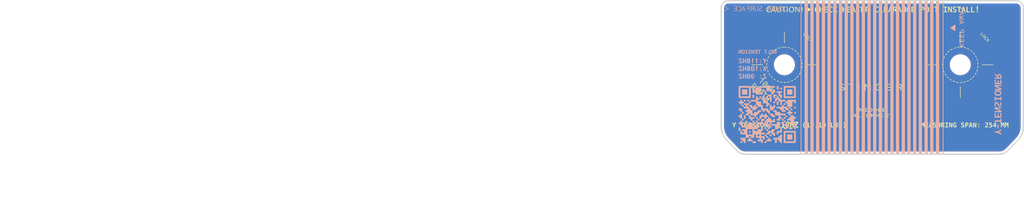
<source format=kicad_pcb>
(kicad_pcb (version 20221018) (generator pcbnew)
  (layers (0 "F.Cu" signal) (31 "B.Cu" signal) (34 "B.Paste" user) (35 "F.Paste" user) (36 "B.SilkS" user "B.Silkscreen") (37 "F.SilkS" user "F.Silkscreen") (38 "B.Mask" user) (39 "F.Mask" user) (44 "Edge.Cuts" user))
  (net 0 "")
  (footprint "MountingHole:MountingHole_3.2mm_M3" (layer "F.Cu") (at 10 98.2716)
    (fp_text reference "REF**" hide)
    (fp_text value "MountingHole_3.2mm_M3")
    (pad "" np_thru_hole circle (at 158.923 0) (size 3.2 3.2) (drill 3.2) (layers "F&B.Cu" "*.Mask"))
  )
  (footprint "MountingHole:MountingHole_3.2mm_M3" (layer "F.Cu") (at 138.07957 98.271621)
    (fp_text reference "REF**" hide)
    (fp_text value "MountingHole_3.2mm_M3")
    (pad "" np_thru_hole circle (at 0 0) (size 3.2 3.2) (drill 3.2) (layers "F&B.Cu" "*.Mask"))
  )
  (gr_poly (pts (xy 176.121553 109.865095) (xy 175.650742 110.088396) (xy 176.121553 110.339119) (xy 176.121553 110.583965) (xy 175.417212 110.207878) (xy 174.957617 110.207878) (xy 174.957617 109.976743) (xy 175.415342 109.976743) (xy 176.121553 109.628083)) (fill solid) (layer "B.SilkS"))
  (gr_poly (pts (xy 165.222744 113.992302) (xy 164.648066 113.992302) (xy 164.648066 86.992181) (xy 165.222744 86.992181)) (fill solid) (layer "B.SilkS"))
  (gr_poly (pts (xy 133.688218 88.127918) (xy 133.68794 88.127934) (xy 133.687658 88.127981) (xy 133.687367 88.128058) (xy 133.687063 88.128161) (xy 133.686741 88.128288) (xy 133.686398 88.128439) (xy 133.68563 88.1288) (xy 133.684722 88.129227) (xy 133.683641 88.129704) (xy 133.683025 88.129956) (xy 133.682352 88.130214) (xy 133.681619 88.130476) (xy 133.680821 88.13074) (xy 133.680318 88.131204) (xy 133.679919 88.131537) (xy 133.679625 88.131742) (xy 133.679434 88.131821) (xy 133.679378 88.131813) (xy 133.679347 88.131776) (xy 133.679343 88.131707) (xy 133.679365 88.131608) (xy 133.679486 88.131321) (xy 133.679712 88.130917) (xy 133.680041 88.130396) (xy 133.680474 88.129762) (xy 133.681653 88.128161) (xy 133.683248 88.126129) (xy 133.685259 88.123685)) (fill solid) (layer "B.SilkS"))
  (gr_poly (pts (xy 176.121553 108.603643) (xy 175.940327 108.603643) (xy 175.940327 108.27261) (xy 174.957617 108.27261) (xy 174.957617 108.049309) (xy 175.940327 108.049309) (xy 175.940327 107.704563) (xy 176.121553 107.704563)) (fill solid) (layer "B.SilkS"))
  (gr_poly (pts (xy 137.648676 102.606359) (xy 137.344719 102.606359) (xy 137.344719 102.302404) (xy 137.648676 102.302404)) (fill solid) (layer "B.SilkS"))
  (gr_poly (pts (xy 131.825611 95.809622) (xy 131.824995 95.810009) (xy 131.824406 95.810371) (xy 131.823843 95.810708) (xy 131.823306 95.81102) (xy 131.822796 95.811307) (xy 131.822311 95.811569) (xy 131.821853 95.811807) (xy 131.821421 95.812019) (xy 131.821015 95.812206) (xy 131.820635 95.812368) (xy 131.820282 95.812506) (xy 131.819955 95.812618) (xy 131.819653 95.812706) (xy 131.819378 95.812768) (xy 131.81913 95.812806) (xy 131.818907 95.812818) (xy 131.81779 95.812818) (xy 131.817816 95.812605) (xy 131.81789 95.812366) (xy 131.818011 95.812099) (xy 131.818174 95.811802) (xy 131.818615 95.811114) (xy 131.819186 95.810287) (xy 131.819863 95.809311) (xy 131.820618 95.808173) (xy 131.821017 95.807539) (xy 131.821425 95.80686) (xy 131.82184 95.806133) (xy 131.822259 95.805359)) (fill solid) (layer "B.SilkS"))
  (gr_poly (pts (xy 131.794008 98.491914) (xy 131.802925 98.492252) (xy 131.811741 98.492821) (xy 131.820458 98.493625) (xy 131.829075 98.494667) (xy 131.837591 98.495951) (xy 131.846008 98.497482) (xy 131.854325 98.499263) (xy 131.862541 98.501298) (xy 131.870658 98.503592) (xy 131.878674 98.506148) (xy 131.886591 98.50897) (xy 131.894408 98.512063) (xy 131.902124 98.51543) (xy 131.909741 98.519075) (xy 131.917258 98.523002) (xy 131.92464 98.526897) (xy 131.931852 98.530953) (xy 131.938889 98.535172) (xy 131.945746 98.539555) (xy 131.952421 98.544106) (xy 131.958907 98.548826) (xy 131.965202 98.553716) (xy 131.971302 98.55878) (xy 131.977201 98.564018) (xy 131.982896 98.569433) (xy 131.988383 98.575027) (xy 131.993657 98.580802) (xy 131.998715 98.586759) (xy 132.003552 98.592901) (xy 132.008163 98.59923) (xy 132.012546 98.605748) (xy 132.01693 98.612393) (xy 132.021016 98.619102) (xy 132.024805 98.625874) (xy 132.028302 98.632709) (xy 132.031506 98.639608) (xy 132.034421 98.646571) (xy 132.037048 98.653597) (xy 132.03939 98.660687) (xy 132.041449 98.667841) (xy 132.043227 98.675058) (xy 132.044725 98.682338) (xy 132.045946 98.689682) (xy 132.046892 98.69709) (xy 132.047565 98.704562) (xy 132.047968 98.712096) (xy 132.048102 98.719695) (xy 132.047968 98.726308) (xy 132.047568 98.732918) (xy 132.046902 98.739525) (xy 132.045968 98.746126) (xy 132.044768 98.752719) (xy 132.043302 98.759301) (xy 132.041568 98.765872) (xy 132.039568 98.772429) (xy 132.037302 98.77897) (xy 132.034768 98.785493) (xy 132.031968 98.791997) (xy 132.028902 98.798478) (xy 132.025568 98.804936) (xy 132.021968 98.811367) (xy 132.018102 98.817771) (xy 132.013968 98.824146) (xy 132.009619 98.830441) (xy 132.005104 98.836609) (xy 132.000428 98.842649) (xy 131.995591 98.848563) (xy 131.990595 98.85435) (xy 131.985443 98.860009) (xy 131.980138 98.865541) (xy 131.97468 98.870946) (xy 131.969072 98.876223) (xy 131.963316 98.881374) (xy 131.957414 98.886397) (xy 131.951369 98.891293) (xy 131.945182 98.896062) (xy 131.938855 98.900704) (xy 131.932391 98.905218) (xy 131.925791 98.909606) (xy 131.935008 98.914533) (xy 131.943991 98.91965) (xy 131.952741 98.924953) (xy 131.961258 98.930441) (xy 131.969541 98.936112) (xy 131.977591 98.941963) (xy 131.985407 98.947994) (xy 131.992991 98.954201) (xy 132.000341 98.960583) (xy 132.007457 98.967138) (xy 132.014341 98.973864) (xy 132.020991 98.980759) (xy 132.027407 98.987821) (xy 132.03359 98.995047) (xy 132.03954 99.002437) (xy 132.045257 99.009988) (xy 132.050674 99.017873) (xy 132.055726 99.025762) (xy 132.060416 99.033659) (xy 132.064746 99.041568) (xy 132.068717 99.049493) (xy 132.072332 99.057438) (xy 132.075593 99.065407) (xy 132.078501 99.073404) (xy 132.08106 99.081432) (xy 132.083271 99.089496) (xy 132.085136 99.0976) (xy 132.086657 99.105748) (xy 132.087836 99.113943) (xy 132.088676 99.12219) (xy 132.089179 99.130493) (xy 132.089346 99.138855) (xy 132.089196 99.147216) (xy 132.088746 99.15551) (xy 132.087996 99.163731) (xy 132.086946 99.171878) (xy 132.085596 99.179945) (xy 132.083946 99.187928) (xy 132.081996 99.195824) (xy 132.079746 99.203629) (xy 132.077196 99.211338) (xy 132.074346 99.218947) (xy 132.071196 99.226454) (xy 132.067746 99.233853) (xy 132.063996 99.241141) (xy 132.059946 99.248314) (xy 132.055596 99.255367) (xy 132.050946 99.262297) (xy 132.045779 99.269324) (xy 132.040413 99.276159) (xy 132.034846 99.282804) (xy 132.029079 99.289258) (xy 132.023113 99.295521) (xy 132.016946 99.301594) (xy 132.01058 99.307476) (xy 132.004013 99.313167) (xy 131.997246 99.318667) (xy 131.99028 99.323976) (xy 131.983113 99.329095) (xy 131.975746 99.334023) (xy 131.96818 99.33876) (xy 131.960413 99.343307) (xy 131.952446 99.347662) (xy 131.94428 99.351827) (xy 131.935696 99.35577) (xy 131.92701 99.359458) (xy 131.918221 99.362891) (xy 131.909324 99.366071) (xy 131.90032 99.368996) (xy 131.891205 99.371666) (xy 131.881978 99.374083) (xy 131.872636 99.376245) (xy 131.863177 99.378152) (xy 131.8536 99.379805) (xy 131.843901 99.381204) (xy 131.83408 99.382349) (xy 131.824134 99.383239) (xy 131.814061 99.383875) (xy 131.803859 99.384256) (xy 131.793525 99.384384) (xy 131.783426 99.384256) (xy 131.7734 99.383875) (xy 131.763453 99.383239) (xy 131.753592 99.382349) (xy 131.743822 99.381204) (xy 131.73415 99.379805) (xy 131.724583 99.378152) (xy 131.715125 99.376245) (xy 131.705785 99.374083) (xy 131.696567 99.371666) (xy 131.687479 99.368996) (xy 131.678526 99.366071) (xy 131.669714 99.362891) (xy 131.661051 99.359458) (xy 131.652541 99.35577) (xy 131.644193 99.351827) (xy 131.63576 99.347424) (xy 131.627531 99.342859) (xy 131.619511 99.338131) (xy 131.611704 99.333239) (xy 131.604113 99.328179) (xy 131.596743 99.322951) (xy 131.589598 99.317552) (xy 131.582682 99.31198) (xy 131.575999 99.306233) (xy 131.569554 99.300309) (xy 131.56335 99.294206) (xy 131.557393 99.287923) (xy 131.551685 99.281457) (xy 131.546232 99.274806) (xy 131.541037 99.267968) (xy 131.536104 99.260941) (xy 131.531204 99.253772) (xy 131.526635 99.246507) (xy 131.522395 99.239147) (xy 131.518482 99.231691) (xy 131.514894 99.224141) (xy 131.511629 99.216494) (xy 131.508685 99.208753) (xy 131.50606 99.200916) (xy 131.503751 99.192983) (xy 131.501757 99.184956) (xy 131.500075 99.176832) (xy 131.498704 99.168614) (xy 131.497641 99.1603) (xy 131.496885 99.151891) (xy 131.496432 99.143386) (xy 131.496282 99.134786) (xy 131.496308 99.133429) (xy 131.664103 99.133429) (xy 131.66417 99.137467) (xy 131.66437 99.141441) (xy 131.664703 99.145351) (xy 131.66517 99.149198) (xy 131.66577 99.152982) (xy 131.666503 99.156702) (xy 131.66737 99.160358) (xy 131.66837 99.163951) (xy 131.669503 99.16748) (xy 131.67077 99.170945) (xy 131.67217 99.174347) (xy 131.673703 99.177685) (xy 131.67537 99.18096) (xy 131.67717 99.184171) (xy 131.679103 99.187319) (xy 131.68117 99.190403) (xy 131.683103 99.193662) (xy 131.685164 99.196828) (xy 131.687351 99.199902) (xy 131.689659 99.202887) (xy 131.692083 99.205784) (xy 131.69462 99.208596) (xy 131.697265 99.211325) (xy 131.700014 99.213972) (xy 131.702864 99.21654) (xy 131.705809 99.21903) (xy 131.708846 99.221445) (xy 131.71197 99.223786) (xy 131.715177 99.226055) (xy 131.718464 99.228255) (xy 131.721826 99.230388) (xy 131.725258 99.232455) (xy 131.729009 99.234187) (xy 131.732795 99.235822) (xy 131.736618 99.237358) (xy 131.740481 99.238792) (xy 131.744385 99.240123) (xy 131.748333 99.241348) (xy 131.752328 99.242467) (xy 131.75637 99.243476) (xy 131.760462 99.244373) (xy 131.764606 99.245158) (xy 131.768804 99.245827) (xy 131.773058 99.246379) (xy 131.777371 99.246812) (xy 131.781744 99.247124) (xy 131.78618 99.247312) (xy 131.790681 99.247375) (xy 131.794946 99.247312) (xy 131.799208 99.247121) (xy 131.803462 99.246803) (xy 131.807703 99.246358) (xy 131.811927 99.245786) (xy 131.81613 99.245086) (xy 131.820309 99.24426) (xy 131.824458 99.243306) (xy 131.828574 99.242225) (xy 131.832653 99.241017) (xy 131.836689 99.239682) (xy 131.84068 99.238219) (xy 131.844621 99.236629) (xy 131.848508 99.234913) (xy 131.852337 99.233069) (xy 131.856103 99.231097) (xy 131.859786 99.229015) (xy 131.863369 99.22684) (xy 131.866853 99.224573) (xy 131.870236 99.222217) (xy 131.873519 99.219773) (xy 131.876702 99.217244) (xy 131.879786 99.214631) (xy 131.882769 99.211937) (xy 131.885652 99.209164) (xy 131.888436 99.206312) (xy 131.891119 99.203386) (xy 131.893702 99.200386) (xy 131.896186 99.197314) (xy 131.898569 99.194173) (xy 131.900852 99.190964) (xy 131.903035 99.187689) (xy 131.905352 99.184352) (xy 131.907505 99.180954) (xy 131.909495 99.177502) (xy 131.911324 99.173997) (xy 131.912995 99.170445) (xy 131.91451 99.166849) (xy 131.915871 99.163213) (xy 131.91708 99.159542) (xy 131.918139 99.155839) (xy 131.919049 99.152108) (xy 131.919814 99.148353) (xy 131.920435 99.144578) (xy 131.920915 99.140788) (xy 131.921255 99.136985) (xy 131.921457 99.133175) (xy 131.921524 99.12936) (xy 131.921407 99.123542) (xy 131.921055 99.117785) (xy 131.920465 99.112088) (xy 131.919635 99.106448) (xy 131.918564 99.100864) (xy 131.917249 99.095334) (xy 131.915689 99.089855) (xy 131.91388 99.084426) (xy 131.911821 99.079045) (xy 131.909511 99.073709) (xy 131.906946 99.068417) (xy 131.904124 99.063167) (xy 131.901045 99.057957) (xy 131.897705 99.052784) (xy 131.894103 99.047647) (xy 131.890236 99.042544) (xy 131.886169 99.037521) (xy 131.881969 99.032624) (xy 131.877636 99.027856) (xy 131.873169 99.023214) (xy 131.868569 99.018699) (xy 131.863836 99.014312) (xy 131.858969 99.010051) (xy 131.853969 99.005918) (xy 131.848836 99.001912) (xy 131.843569 98.998034) (xy 131.838169 98.994282) (xy 131.832636 98.990658) (xy 131.826969 98.98716) (xy 131.821169 98.98379) (xy 131.815236 98.980547) (xy 131.809169 98.977432) (xy 131.801019 98.980309) (xy 131.793097 98.983345) (xy 131.785401 98.98654) (xy 131.777925 98.989894) (xy 131.770666 98.993407) (xy 131.763619 98.997079) (xy 131.756781 99.00091) (xy 131.750147 99.0049) (xy 131.743713 99.009049) (xy 131.737475 99.013357) (xy 131.731429 99.017824) (xy 131.72557 99.02245) (xy 131.719894 99.027235) (xy 131.714398 99.032179) (xy 131.709076 99.037282) (xy 131.703925 99.042544) (xy 131.699025 99.047901) (xy 131.694456 99.053293) (xy 131.690216 99.058719) (xy 131.686303 99.064184) (xy 131.682715 99.069689) (xy 131.679451 99.075235) (xy 131.676506 99.080825) (xy 131.673881 99.08646) (xy 131.671572 99.092144) (xy 131.669578 99.097877) (xy 131.667897 99.103661) (xy 131.666526 99.109499) (xy 131.665463 99.115393) (xy 131.664706 99.121345) (xy 131.664254 99.127356) (xy 131.664103 99.133429) (xy 131.496308 99.133429) (xy 131.496449 99.126185) (xy 131.496951 99.117674) (xy 131.497791 99.109245) (xy 131.498971 99.100895) (xy 131.500492 99.092615) (xy 131.502357 99.084402) (xy 131.504568 99.076248) (xy 131.507126 99.068147) (xy 131.510035 99.060095) (xy 131.513296 99.052084) (xy 131.516911 99.044109) (xy 131.520882 99.036164) (xy 131.525211 99.028242) (xy 131.529901 99.020339) (xy 131.534954 99.012447) (xy 131.54037 99.004562) (xy 131.54607 98.997026) (xy 131.55197 98.98968) (xy 131.55807 98.98252) (xy 131.56437 98.975545) (xy 131.57087 98.968753) (xy 131.57757 98.962141) (xy 131.58447 98.955709) (xy 131.59157 98.949453) (xy 131.59887 98.943372) (xy 131.60637 98.937464) (xy 131.61407 98.931727) (xy 131.62197 98.926159) (xy 131.63007 98.920758) (xy 131.63837 98.915522) (xy 131.64687 98.910448) (xy 131.65557 98.905536) (xy 131.648469 98.900909) (xy 131.641564 98.896184) (xy 131.634851 98.891354) (xy 131.628326 98.886418) (xy 131.621983 98.88137) (xy 131.61582 98.876207) (xy 131.609832 98.870925) (xy 131.604015 98.86552) (xy 131.598364 98.859987) (xy 131.592876 98.854323) (xy 131.587546 98.848524) (xy 131.58237 98.842586) (xy 131.577345 98.836505) (xy 131.572465 98.830277) (xy 131.567727 98.823898) (xy 131.563126 98.817363) (xy 131.558726 98.81075) (xy 131.554595 98.804138) (xy 131.550735 98.797525) (xy 131.547148 98.790912) (xy 131.543836 98.784299) (xy 131.540801 98.777686) (xy 131.538045 98.771073) (xy 131.535571 98.76446) (xy 131.533379 98.757847) (xy 131.531474 98.751234) (xy 131.529855 98.744621) (xy 131.528526 98.738008) (xy 131.527489 98.731395) (xy 131.526746 98.724782) (xy 131.526298 98.718169) (xy 131.526241 98.715625) (xy 131.686859 98.715625) (xy 131.686943 98.719964) (xy 131.687195 98.724329) (xy 131.687618 98.728713) (xy 131.688214 98.733112) (xy 131.688986 98.737518) (xy 131.689934 98.741926) (xy 131.691061 98.746331) (xy 131.69237 98.750725) (xy 131.693862 98.755104) (xy 131.695539 98.75946) (xy 131.697404 98.763789) (xy 131.699459 98.768084) (xy 131.701705 98.772339) (xy 131.704145 98.776549) (xy 131.70678 98.780707) (xy 131.709614 98.784807) (xy 131.712598 98.789084) (xy 131.715683 98.793267) (xy 131.718873 98.797358) (xy 131.72217 98.801361) (xy 131.725574 98.805276) (xy 131.729089 98.809105) (xy 131.732716 98.812851) (xy 131.736459 98.816516) (xy 131.740317 98.820101) (xy 131.744295 98.823608) (xy 131.748393 98.82704) (xy 131.752614 98.830399) (xy 131.75696 98.833686) (xy 131.761434 98.836903) (xy 131.766036 98.840053) (xy 131.77077 98.843137) (xy 131.78497 98.835714) (xy 131.798239 98.828195) (xy 131.810579 98.82058) (xy 131.821991 98.81287) (xy 131.832479 98.805065) (xy 131.842044 98.797165) (xy 131.850688 98.789169) (xy 131.854666 98.785135) (xy 131.858414 98.781077) (xy 131.861932 98.776996) (xy 131.865222 98.772891) (xy 131.868283 98.768761) (xy 131.871116 98.764608) (xy 131.873721 98.760432) (xy 131.876098 98.756231) (xy 131.878247 98.752006) (xy 131.880169 98.747758) (xy 131.881864 98.743486) (xy 131.883332 98.73919) (xy 131.884573 98.73487) (xy 131.885589 98.730526) (xy 131.886378 98.726158) (xy 131.886941 98.721767) (xy 131.887279 98.717352) (xy 131.887391 98.712913) (xy 131.887341 98.709876) (xy 131.887191 98.706872) (xy 131.886941 98.703899) (xy 131.886591 98.700958) (xy 131.886141 98.698049) (xy 131.885591 98.695172) (xy 131.884941 98.692326) (xy 131.884191 98.689513) (xy 131.883341 98.686731) (xy 131.882391 98.683981) (xy 131.881341 98.681263) (xy 131.880191 98.678576) (xy 131.878941 98.675921) (xy 131.877591 98.673298) (xy 131.876141 98.670707) (xy 131.874591 98.668148) (xy 131.872957 98.665875) (xy 131.871255 98.663636) (xy 131.869482 98.661432) (xy 131.867636 98.659267) (xy 131.865715 98.657141) (xy 131.863716 98.655057) (xy 131.861639 98.653016) (xy 131.85948 98.651022) (xy 131.857238 98.649075) (xy 131.854911 98.647177) (xy 131.852496 98.645332) (xy 131.849991 98.64354) (xy 131.847395 98.641803) (xy 131.844705 98.640125) (xy 131.841919 98.638506) (xy 131.839036 98.636948) (xy 131.836336 98.63547) (xy 131.833572 98.634087) (xy 131.830745 98.632799) (xy 131.827858 98.631607) (xy 131.824913 98.63051) (xy 131.821911 98.629508) (xy 131.818855 98.628602) (xy 131.815747 98.627792) (xy 131.812589 98.627076) (xy 131.809383 98.626457) (xy 131.806131 98.625932) (xy 131.802836 98.625503) (xy 131.799499 98.625169) (xy 131.796122 98.624931) (xy 131.792708 98.624788) (xy 131.789258 98.62474) (xy 131.785808 98.624788) (xy 131.782392 98.624931) (xy 131.779008 98.625169) (xy 131.775658 98.625503) (xy 131.772342 98.625932) (xy 131.769058 98.626457) (xy 131.765808 98.627076) (xy 131.762592 98.627792) (xy 131.759408 98.628602) (xy 131.756258 98.629508) (xy 131.753142 98.63051) (xy 131.750058 98.631607) (xy 131.747008 98.632799) (xy 131.743992 98.634087) (xy 131.741008 98.63547) (xy 131.738058 98.636948) (xy 131.735159 98.638521) (xy 131.732328 98.640186) (xy 131.729568 98.641938) (xy 131.726881 98.643773) (xy 131.724268 98.645688) (xy 131.721733 98.647678) (xy 131.719278 98.64974) (xy 131.716903 98.65187) (xy 131.714612 98.654063) (xy 131.712406 98.656315) (xy 131.710287 98.658624) (xy 131.708259 98.660984) (xy 131.706321 98.663391) (xy 131.704478 98.665843) (xy 131.702731 98.668334) (xy 131.701081 98.670861) (xy 131.699281 98.67342) (xy 131.697612 98.676011) (xy 131.696072 98.678634) (xy 131.694659 98.681289) (xy 131.693371 98.683975) (xy 131.692206 98.686694) (xy 131.691162 98.689444) (xy 131.690237 98.692226) (xy 131.689428 98.695039) (xy 131.688734 98.697885) (xy 131.688152 98.700762) (xy 131.687681 98.703671) (xy 131.687318 98.706612) (xy 131.687062 98.709584) (xy 131.686909 98.712589) (xy 131.686859 98.715625) (xy 131.526241 98.715625) (xy 131.526149 98.711556) (xy 131.526282 98.704212) (xy 131.526682 98.696931) (xy 131.527349 98.689714) (xy 131.528282 98.682561) (xy 131.529482 98.675471) (xy 131.530949 98.668444) (xy 131.532682 98.661482) (xy 131.534682 98.654583) (xy 131.536948 98.647747) (xy 131.539482 98.640975) (xy 131.542282 98.634267) (xy 131.545348 98.627622) (xy 131.548681 98.621041) (xy 131.552281 98.614523) (xy 131.556148 98.608069) (xy 131.560281 98.601678) (xy 131.564648 98.5954) (xy 131.569215 98.589282) (xy 131.573981 98.583327) (xy 131.578948 98.577537) (xy 131.584115 98.571914) (xy 131.589481 98.56646) (xy 131.595048 98.561177) (xy 131.600815 98.556066) (xy 131.606781 98.551131) (xy 131.612948 98.546372) (xy 131.619315 98.541792) (xy 131.625881 98.537393) (xy 131.632648 98.533177) (xy 131.639615 98.529146) (xy 131.646781 98.525301) (xy 131.654148 98.521646) (xy 131.661414 98.517957) (xy 131.668812 98.514521) (xy 131.676338 98.511335) (xy 131.683992 98.508398) (xy 131.691771 98.505707) (xy 131.699673 98.503261) (xy 131.707695 98.501057) (xy 131.715836 98.499093) (xy 131.724094 98.497368) (xy 131.732467 98.495879) (xy 131.740952 98.494625) (xy 131.749547 98.493603) (xy 131.758251 98.492812) (xy 131.767061 98.49225) (xy 131.775975 98.491913) (xy 131.784991 98.491802)) (fill solid) (layer "B.SilkS"))
  (gr_line (start 140.999384 87.000204) (end 140.999384 113.992283) (stroke (width 0.140209)) (layer "B.SilkS"))
  (gr_poly (pts (xy 132.512398 99.852527) (xy 132.522908 99.85296) (xy 132.533304 99.853688) (xy 132.543583 99.854714) (xy 132.553736 99.856042) (xy 132.563757 99.857676) (xy 132.573642 99.85962) (xy 132.583382 99.861878) (xy 132.592973 99.864454) (xy 132.602407 99.867352) (xy 132.611679 99.870576) (xy 132.620782 99.874129) (xy 132.629711 99.878016) (xy 132.638458 99.882242) (xy 132.647017 99.886808) (xy 132.655383 99.891721) (xy 132.663799 99.896665) (xy 132.671983 99.901831) (xy 132.679933 99.90722) (xy 132.687649 99.912832) (xy 132.695132 99.918666) (xy 132.702382 99.924723) (xy 132.709399 99.931002) (xy 132.716182 99.937503) (xy 132.722732 99.944228) (xy 132.729049 99.951174) (xy 132.735132 99.958344) (xy 132.740982 99.965736) (xy 132.746598 99.97335) (xy 132.751982 99.981187) (xy 132.757132 99.989247) (xy 132.762048 99.997529) (xy 132.766698 100.006225) (xy 132.771048 100.015015) (xy 132.775098 100.023901) (xy 132.778848 100.032883) (xy 132.782298 100.04196) (xy 132.785448 100.051132) (xy 132.788298 100.0604) (xy 132.790848 100.069763) (xy 132.793098 100.079221) (xy 132.795049 100.088775) (xy 132.796699 100.098424) (xy 132.798049 100.108168) (xy 132.799099 100.118008) (xy 132.799849 100.127944) (xy 132.800299 100.137974) (xy 132.800449 100.148101) (xy 132.800299 100.158465) (xy 132.799849 100.168703) (xy 132.799099 100.178813) (xy 132.798049 100.188796) (xy 132.796699 100.198652) (xy 132.795049 100.208381) (xy 132.793098 100.217982) (xy 132.790848 100.227457) (xy 132.788298 100.236804) (xy 132.785448 100.246024) (xy 132.782298 100.255117) (xy 132.778848 100.264082) (xy 132.775098 100.272921) (xy 132.771048 100.281632) (xy 132.766698 100.290216) (xy 132.762048 100.298673) (xy 132.757165 100.30694) (xy 132.752112 100.314956) (xy 132.746889 100.322727) (xy 132.741493 100.330254) (xy 132.735922 100.337543) (xy 132.730173 100.344598) (xy 132.724246 100.351423) (xy 132.718137 100.35802) (xy 132.711845 100.364396) (xy 132.705368 100.370552) (xy 132.698703 100.376494) (xy 132.691849 100.382225) (xy 132.684802 100.38775) (xy 132.677563 100.393072) (xy 132.670127 100.398195) (xy 132.662493 100.403124) (xy 132.654743 100.407798) (xy 132.64696 100.412156) (xy 132.639143 100.4162) (xy 132.631293 100.419932) (xy 132.62341 100.423354) (xy 132.615493 100.426468) (xy 132.607544 100.429276) (xy 132.59956 100.43178) (xy 132.591544 100.433982) (xy 132.583494 100.435884) (xy 132.57541 100.437488) (xy 132.567294 100.438796) (xy 132.559144 100.439809) (xy 132.550961 100.440531) (xy 132.542744 100.440963) (xy 132.534494 100.441106) (xy 132.523661 100.440852) (xy 132.513027 100.440089) (xy 132.502594 100.438817) (xy 132.492361 100.437036) (xy 132.482327 100.434747) (xy 132.472494 100.43195) (xy 132.462861 100.428643) (xy 132.453428 100.424828) (xy 132.444194 100.420504) (xy 132.435161 100.415671) (xy 132.426328 100.41033) (xy 132.417694 100.40448) (xy 132.409261 100.398122) (xy 132.401028 100.391254) (xy 132.392994 100.383878) (xy 132.385161 100.375994) (xy 132.386425 100.396787) (xy 132.388072 100.416435) (xy 132.390086 100.434938) (xy 132.39245 100.452298) (xy 132.395147 100.468512) (xy 132.398161 100.483582) (xy 132.401475 100.497507) (xy 132.405072 100.510288) (xy 132.407005 100.516297) (xy 132.409072 100.522113) (xy 132.411272 100.527734) (xy 132.413606 100.533158) (xy 132.416072 100.538384) (xy 132.418672 100.543409) (xy 132.421406 100.548231) (xy 132.424272 100.552849) (xy 132.427272 100.55726) (xy 132.430406 100.561462) (xy 132.433672 100.565454) (xy 132.437072 100.569233) (xy 132.440606 100.572797) (xy 132.444272 100.576145) (xy 132.448072 100.579274) (xy 132.452006 100.582183) (xy 132.456105 100.584901) (xy 132.460403 100.587458) (xy 132.464896 100.589852) (xy 132.469583 100.592081) (xy 132.474462 100.594143) (xy 132.47953 100.596037) (xy 132.484786 100.597759) (xy 132.490227 100.599309) (xy 132.495852 100.600684) (xy 132.501658 100.601882) (xy 132.507643 100.602901) (xy 132.513805 100.603739) (xy 132.520142 100.604395) (xy 132.526652 100.604865) (xy 132.533333 100.605149) (xy 132.540183 100.605244) (xy 132.54575 100.605181) (xy 132.551252 100.60499) (xy 132.556692 100.604672) (xy 132.562072 100.604227) (xy 132.567393 100.603654) (xy 132.572658 100.602955) (xy 132.577869 100.602128) (xy 132.583027 100.601175) (xy 132.588136 100.600094) (xy 132.593197 100.598886) (xy 132.598211 100.59755) (xy 132.603183 100.596088) (xy 132.608112 100.594498) (xy 132.613002 100.592781) (xy 132.617855 100.590937) (xy 132.622672 100.588966) (xy 132.627455 100.587091) (xy 132.632208 100.585029) (xy 132.636931 100.582784) (xy 132.641627 100.580361) (xy 132.646298 100.577762) (xy 132.650946 100.574993) (xy 132.655574 100.572057) (xy 132.660182 100.568957) (xy 132.664774 100.565699) (xy 132.669352 100.562286) (xy 132.673917 100.558722) (xy 132.678471 100.555011) (xy 132.683017 100.551156) (xy 132.687557 100.547163) (xy 132.692093 100.543034) (xy 132.696627 100.538774) (xy 132.698049 100.537418) (xy 132.699471 100.538774) (xy 132.79476 100.640513) (xy 132.787776 100.64676) (xy 132.780693 100.652787) (xy 132.77351 100.658596) (xy 132.766226 100.664188) (xy 132.758843 100.669565) (xy 132.75136 100.67473) (xy 132.743776 100.679684) (xy 132.736093 100.68443) (xy 132.72831 100.688968) (xy 132.720427 100.693303) (xy 132.712443 100.697434) (xy 132.70436 100.701365) (xy 132.696177 100.705097) (xy 132.687894 100.708632) (xy 132.67951 100.711973) (xy 132.671027 100.715121) (xy 132.662243 100.718316) (xy 132.653488 100.721291) (xy 132.644758 100.724048) (xy 132.636049 100.726587) (xy 132.627357 100.728913) (xy 132.618677 100.731025) (xy 132.610006 100.732927) (xy 132.601338 100.734621) (xy 132.592671 100.736107) (xy 132.583999 100.737389) (xy 132.57532 100.738469) (xy 132.566627 100.739347) (xy 132.557918 100.740027) (xy 132.549189 100.740511) (xy 132.540434 100.740799) (xy 132.53165 100.740895) (xy 132.512883 100.740434) (xy 132.494716 100.73905) (xy 132.477149 100.736745) (xy 132.460181 100.733516) (xy 132.443811 100.729365) (xy 132.428041 100.72429) (xy 132.412869 100.718292) (xy 132.398295 100.71137) (xy 132.384319 100.703524) (xy 132.37094 100.694753) (xy 132.358159 100.685059) (xy 132.345976 100.674439) (xy 132.334389 100.662895) (xy 132.323398 100.650425) (xy 132.313004 100.63703) (xy 132.303206 100.622709) (xy 132.294004 100.607462) (xy 132.285398 100.591289) (xy 132.26997 100.556163) (xy 132.256922 100.51733) (xy 132.246251 100.474786) (xy 132.237955 100.428531) (xy 132.232032 100.378561) (xy 132.228479 100.324876) (xy 132.227296 100.267473) (xy 132.227578 100.241689) (xy 132.228423 100.216734) (xy 132.228786 100.2105) (xy 132.380895 100.2105) (xy 132.383845 100.216509) (xy 132.386831 100.222325) (xy 132.389854 100.227946) (xy 132.392917 100.23337) (xy 132.396021 100.238596) (xy 132.39917 100.243621) (xy 132.402364 100.248443) (xy 132.405606 100.253061) (xy 132.408898 100.257472) (xy 132.412242 100.261674) (xy 132.41564 100.265665) (xy 132.419094 100.269445) (xy 132.422607 100.273009) (xy 132.426181 100.276357) (xy 132.429816 100.279486) (xy 132.433517 100.282395) (xy 132.437083 100.285352) (xy 132.440847 100.288118) (xy 132.444807 100.290693) (xy 132.448961 100.293078) (xy 132.453307 100.295271) (xy 132.457842 100.297274) (xy 132.462564 100.299087) (xy 132.467472 100.300708) (xy 132.472563 100.302139) (xy 132.477836 100.303379) (xy 132.483288 100.304428) (xy 132.488916 100.305287) (xy 132.49472 100.305954) (xy 132.500697 100.306431) (xy 132.506844 100.306717) (xy 132.51316 100.306813) (xy 132.520793 100.30667) (xy 132.528222 100.30624) (xy 132.535442 100.305525) (xy 132.542449 100.304524) (xy 132.54924 100.303236) (xy 132.55581 100.301662) (xy 132.562156 100.299802) (xy 132.568272 100.297656) (xy 132.574154 100.295224) (xy 132.579799 100.292505) (xy 132.585203 100.289501) (xy 132.59036 100.28621) (xy 132.595268 100.282634) (xy 132.599921 100.278771) (xy 132.604317 100.274622) (xy 132.608449 100.270187) (xy 132.612582 100.265226) (xy 132.616449 100.260008) (xy 132.620049 100.254527) (xy 132.623382 100.248779) (xy 132.626449 100.242762) (xy 132.629249 100.23647) (xy 132.631782 100.2299) (xy 132.634049 100.223048) (xy 132.636049 100.21591) (xy 132.637782 100.208481) (xy 132.639249 100.200759) (xy 132.640449 100.192738) (xy 132.641382 100.184416) (xy 132.642049 100.175787) (xy 132.642449 100.166849) (xy 132.642582 100.157596) (xy 132.642432 100.147566) (xy 132.641982 100.137824) (xy 132.641232 100.128372) (xy 132.640182 100.119212) (xy 132.638832 100.110346) (xy 132.637182 100.101776) (xy 132.635233 100.093504) (xy 132.632983 100.085532) (xy 132.630433 100.077862) (xy 132.627583 100.070496) (xy 132.624433 100.063437) (xy 132.620983 100.056685) (xy 132.617233 100.050243) (xy 132.613183 100.044113) (xy 132.608833 100.038298) (xy 132.604183 100.032798) (xy 132.599282 100.027377) (xy 132.594177 100.022306) (xy 132.588864 100.017585) (xy 132.583338 100.013214) (xy 132.577596 100.009192) (xy 132.571633 100.00552) (xy 132.565445 100.002197) (xy 132.559027 99.999225) (xy 132.552377 99.996602) (xy 132.545488 99.994329) (xy 132.538359 99.992405) (xy 132.530983 99.990831) (xy 132.523357 99.989607) (xy 132.515477 99.988733) (xy 132.507339 99.988208) (xy 132.498939 99.988033) (xy 132.494173 99.988098) (xy 132.48948 99.988293) (xy 132.484867 99.988624) (xy 132.480339 99.989093) (xy 132.475902 99.989706) (xy 132.471564 99.990466) (xy 132.467329 99.991376) (xy 132.463205 99.992442) (xy 132.459198 99.993667) (xy 132.455313 99.995054) (xy 132.451558 99.996609) (xy 132.447938 99.998334) (xy 132.44446 100.000234) (xy 132.44113 100.002313) (xy 132.437954 100.004575) (xy 132.434938 100.007024) (xy 132.431788 100.009425) (xy 132.428739 100.01205) (xy 132.425789 100.014902) (xy 132.422939 100.017982) (xy 132.420189 100.021293) (xy 132.417539 100.024837) (xy 132.414989 100.028615) (xy 132.412539 100.032629) (xy 132.410189 100.036881) (xy 132.407939 100.041375) (xy 132.405789 100.04611) (xy 132.403739 100.05109) (xy 132.401789 100.056316) (xy 132.399939 100.061791) (xy 132.398189 100.067516) (xy 132.396539 100.073494) (xy 132.393475 100.08628) (xy 132.390695 100.100242) (xy 132.388214 100.115413) (xy 132.38605 100.131823) (xy 132.38422 100.149505) (xy 132.382739 100.168491) (xy 132.381625 100.188812) (xy 132.380895 100.2105) (xy 132.228786 100.2105) (xy 132.229827 100.19261) (xy 132.231784 100.169318) (xy 132.234292 100.14686) (xy 132.237346 100.125239) (xy 132.240941 100.104457) (xy 132.245073 100.084515) (xy 132.249739 100.065415) (xy 132.254934 100.04716) (xy 132.260654 100.029752) (xy 132.266895 100.013192) (xy 132.273653 99.997483) (xy 132.280923 99.982626) (xy 132.288701 99.968623) (xy 132.296984 99.955477) (xy 132.306034 99.942919) (xy 132.315584 99.931185) (xy 132.325634 99.920273) (xy 132.336184 99.910183) (xy 132.347234 99.900911) (xy 132.358784 99.892455) (xy 132.370834 99.884815) (xy 132.383384 99.877987) (xy 132.396434 99.87197) (xy 132.409984 99.866761) (xy 132.424034 99.862359) (xy 132.438583 99.858763) (xy 132.453633 99.855968) (xy 132.469183 99.853975) (xy 132.485233 99.852781) (xy 132.501783 99.852383)) (fill solid) (layer "B.SilkS"))
  (gr_poly (pts (xy 169.556844 89.612757) (xy 169.558147 89.612871) (xy 169.5594 89.613045) (xy 169.560601 89.61328) (xy 169.561752 89.613576) (xy 169.562851 89.613933) (xy 169.563899 89.614351) (xy 169.564895 89.614829) (xy 169.565841 89.615369) (xy 169.566735 89.615969) (xy 169.567578 89.61663) (xy 169.56837 89.617353) (xy 169.569111 89.618135) (xy 169.569801 89.618979) (xy 169.570439 89.619883) (xy 169.571027 89.620848) (xy 169.571563 89.621874) (xy 169.572048 89.622961) (xy 169.572482 89.624108) (xy 169.572865 89.625316) (xy 169.573197 89.626584) (xy 169.573478 89.627913) (xy 169.573708 89.629303) (xy 169.573886 89.630754) (xy 169.574014 89.632264) (xy 169.574091 89.633836) (xy 169.574116 89.635468) (xy 169.574116 89.684199) (xy 169.574089 89.685923) (xy 169.574007 89.687602) (xy 169.57387 89.689235) (xy 169.573678 89.690822) (xy 169.573432 89.692363) (xy 169.573131 89.693858) (xy 169.572776 89.695308) (xy 169.572365 89.696712) (xy 169.571901 89.69807) (xy 169.571381 89.699383) (xy 169.570807 89.70065) (xy 169.570178 89.701871) (xy 169.569494 89.703046) (xy 169.568756 89.704176) (xy 169.567963 89.70526) (xy 169.567116 89.706298) (xy 169.566214 89.70729) (xy 169.565258 89.708237) (xy 169.564246 89.709137) (xy 169.563181 89.709993) (xy 169.56206 89.710802) (xy 169.560885 89.711566) (xy 169.559656 89.712284) (xy 169.558372 89.712956) (xy 169.557034 89.713582) (xy 169.555641 89.714163) (xy 169.554193 89.714698) (xy 169.552691 89.715187) (xy 169.551134 89.715631) (xy 169.549523 89.716028) (xy 169.546138 89.716687) (xy 168.96272 89.804673) (xy 168.954944 89.805939) (xy 168.948197 89.807251) (xy 168.942479 89.808609) (xy 168.93779 89.810012) (xy 168.935831 89.81073) (xy 168.93413 89.81146) (xy 168.932686 89.812201) (xy 168.9315 89.812954) (xy 168.93057 89.813718) (xy 168.929898 89.814493) (xy 168.929483 89.81528) (xy 168.929326 89.816078) (xy 168.929426 89.816887) (xy 168.929784 89.817708) (xy 168.930399 89.81854) (xy 168.931271 89.819384) (xy 168.932401 89.820239) (xy 168.933788 89.821105) (xy 168.935432 89.821982) (xy 168.937334 89.822871) (xy 168.941911 89.824683) (xy 168.947518 89.826541) (xy 168.954154 89.828444) (xy 168.961821 89.830392) (xy 169.349414 89.92244) (xy 169.352624 89.923284) (xy 169.355773 89.92426) (xy 169.358858 89.925363) (xy 169.361876 89.926589) (xy 169.364825 89.927937) (xy 169.367702 89.929401) (xy 169.370505 89.930979) (xy 169.37323 89.932667) (xy 169.378437 89.936361) (xy 169.383303 89.940456) (xy 169.387807 89.944924) (xy 169.391927 89.949739) (xy 169.395643 89.954873) (xy 169.398932 89.960299) (xy 169.401773 89.96599) (xy 169.404145 89.97192) (xy 169.405149 89.974966) (xy 169.406027 89.97806) (xy 169.406778 89.981201) (xy 169.407398 89.984385) (xy 169.407885 89.987608) (xy 169.408236 89.990866) (xy 169.408449 89.994157) (xy 169.408521 89.997477) (xy 169.408448 90.000826) (xy 169.408231 90.004145) (xy 169.407874 90.007431) (xy 169.407378 90.01068) (xy 169.406747 90.013889) (xy 169.405983 90.017054) (xy 169.405089 90.020172) (xy 169.404067 90.02324) (xy 169.402921 90.026253) (xy 169.401654 90.029209) (xy 169.400267 90.032104) (xy 169.398764 90.034934) (xy 169.397148 90.037697) (xy 169.39542 90.040388) (xy 169.393585 90.043004) (xy 169.391644 90.045542) (xy 169.389601 90.047999) (xy 169.387458 90.05037) (xy 169.385218 90.052653) (xy 169.382883 90.054843) (xy 169.380457 90.056939) (xy 169.377942 90.058935) (xy 169.375341 90.060829) (xy 169.372657 90.062616) (xy 169.369892 90.064295) (xy 169.367049 90.065861) (xy 169.364131 90.06731) (xy 169.361141 90.06864) (xy 169.358081 90.069847) (xy 169.354954 90.070927) (xy 169.351763 90.071877) (xy 169.348511 90.072694) (xy 168.939258 90.165193) (xy 168.932757 90.166701) (xy 168.927131 90.168181) (xy 168.92238 90.169633) (xy 168.918503 90.171056) (xy 168.916892 90.171757) (xy 168.9155 90.172451) (xy 168.914327 90.173138) (xy 168.913372 90.173818) (xy 168.912636 90.174491) (xy 168.912118 90.175157) (xy 168.911819 90.175816) (xy 168.911738 90.176467) (xy 168.911876 90.177112) (xy 168.912233 90.17775) (xy 168.912807 90.178381) (xy 168.913601 90.179004) (xy 168.914613 90.179621) (xy 168.915843 90.180231) (xy 168.917292 90.180834) (xy 168.918959 90.18143) (xy 168.922949 90.182601) (xy 168.927813 90.183745) (xy 168.93355 90.18486) (xy 168.940161 90.185949) (xy 169.548848 90.276191) (xy 169.550048 90.276395) (xy 169.55123 90.27665) (xy 169.552391 90.276954) (xy 169.553532 90.277308) (xy 169.554649 90.277708) (xy 169.555744 90.278155) (xy 169.556813 90.278647) (xy 169.557857 90.279182) (xy 169.558874 90.27976) (xy 169.559863 90.280379) (xy 169.560823 90.281038) (xy 169.561753 90.281736) (xy 169.562652 90.282471) (xy 169.563518 90.283242) (xy 169.564351 90.284049) (xy 169.565149 90.284889) (xy 169.565911 90.285761) (xy 169.566637 90.286665) (xy 169.567325 90.287599) (xy 169.567973 90.288562) (xy 169.568582 90.289552) (xy 169.569149 90.290569) (xy 169.569674 90.291611) (xy 169.570156 90.292676) (xy 169.570593 90.293765) (xy 169.570984 90.294874) (xy 169.571328 90.296004) (xy 169.571625 90.297152) (xy 169.571872 90.298319) (xy 169.57207 90.299501) (xy 169.572216 90.300699) (xy 169.57231 90.301911) (xy 169.575474 90.357411) (xy 169.575488 90.357783) (xy 169.575498 90.358155) (xy 169.575505 90.358527) (xy 169.575507 90.358899) (xy 169.575505 90.359271) (xy 169.575498 90.359644) (xy 169.575488 90.360016) (xy 169.575474 90.360388) (xy 169.575367 90.361883) (xy 169.575184 90.363357) (xy 169.574927 90.364807) (xy 169.574599 90.366232) (xy 169.5742 90.367629) (xy 169.573734 90.368996) (xy 169.573202 90.370333) (xy 169.572606 90.371637) (xy 169.571948 90.372907) (xy 169.571231 90.37414) (xy 169.570455 90.375334) (xy 169.569625 90.376489) (xy 169.56874 90.377602) (xy 169.567804 90.378671) (xy 169.566818 90.379694) (xy 169.565784 90.38067) (xy 169.564705 90.381597) (xy 169.563583 90.382473) (xy 169.562418 90.383296) (xy 169.561215 90.384064) (xy 169.559973 90.384776) (xy 169.558697 90.38543) (xy 169.557387 90.386024) (xy 169.556045 90.386556) (xy 169.554674 90.387024) (xy 169.553276 90.387426) (xy 169.551852 90.387761) (xy 169.550405 90.388027) (xy 169.548937 90.388222) (xy 169.547449 90.388345) (xy 169.545944 90.388392) (xy 169.544424 90.388363) (xy 169.544069 90.388344) (xy 169.543714 90.388321) (xy 169.543361 90.388293) (xy 169.543009 90.388262) (xy 169.54266 90.388226) (xy 169.542313 90.388186) (xy 169.54197 90.388141) (xy 169.541631 90.388093) (xy 168.790811 90.27574) (xy 168.786733 90.274994) (xy 168.782725 90.27407) (xy 168.77879 90.272972) (xy 168.774934 90.271705) (xy 168.771159 90.270274) (xy 168.76747 90.268682) (xy 168.763871 90.266936) (xy 168.760364 90.265039) (xy 168.756955 90.262996) (xy 168.753648 90.260811) (xy 168.750445 90.258489) (xy 168.747351 90.256035) (xy 168.74437 90.253453) (xy 168.741506 90.250747) (xy 168.738763 90.247923) (xy 168.736144 90.244985) (xy 168.733653 90.241937) (xy 168.731296 90.238784) (xy 168.729074 90.23553) (xy 168.726992 90.232181) (xy 168.725055 90.228741) (xy 168.723266 90.225213) (xy 168.721628 90.221604) (xy 168.720146 90.217917) (xy 168.718825 90.214157) (xy 168.717666 90.210328) (xy 168.716675 90.206435) (xy 168.715856 90.202484) (xy 168.715212 90.198477) (xy 168.714747 90.19442) (xy 168.714465 90.190318) (xy 168.71437 90.186174) (xy 168.714465 90.182031) (xy 168.714747 90.177929) (xy 168.715212 90.173872) (xy 168.715856 90.169865) (xy 168.716675 90.165913) (xy 168.717666 90.162021) (xy 168.718825 90.158192) (xy 168.720146 90.154432) (xy 168.721628 90.150745) (xy 168.723266 90.147136) (xy 168.725055 90.143608) (xy 168.726992 90.140168) (xy 168.729074 90.136819) (xy 168.731296 90.133565) (xy 168.733653 90.130412) (xy 168.736144 90.127364) (xy 168.738763 90.124426) (xy 168.741506 90.121602) (xy 168.74437 90.118896) (xy 168.747351 90.116314) (xy 168.750445 90.11386) (xy 168.753648 90.111538) (xy 168.756955 90.109353) (xy 168.760364 90.10731) (xy 168.763871 90.105413) (xy 168.76747 90.103666) (xy 168.771159 90.102075) (xy 168.774934 90.100644) (xy 168.77879 90.099377) (xy 168.782725 90.098279) (xy 168.786733 90.097355) (xy 168.790811 90.096609) (xy 168.838606 90.088851) (xy 168.886122 90.08023) (xy 168.933357 90.070748) (xy 168.980312 90.060404) (xy 169.026986 90.0492) (xy 169.073379 90.037135) (xy 169.119489 90.02421) (xy 169.165317 90.010427) (xy 169.170287 90.00875) (xy 169.174586 90.007106) (xy 169.176484 90.006296) (xy 169.178214 90.005493) (xy 169.179777 90.004699) (xy 169.181172 90.003912) (xy 169.1824 90.003134) (xy 169.18346 90.002363) (xy 169.184353 90.0016) (xy 169.185078 90.000846) (xy 169.185636 90.000099) (xy 169.186026 89.99936) (xy 169.186249 89.998629) (xy 169.186304 89.997906) (xy 169.186191 89.99719) (xy 169.185912 89.996483) (xy 169.185464 89.995784) (xy 169.184849 89.995093) (xy 169.184067 89.994409) (xy 169.183118 89.993734) (xy 169.182001 89.993066) (xy 169.180716 89.992406) (xy 169.179264 89.991755) (xy 169.177645 89.991111) (xy 169.175858 89.990475) (xy 169.173904 89.989847) (xy 169.169494 89.988615) (xy 169.164414 89.987415) (xy 168.790811 89.902135) (xy 168.787226 89.901248) (xy 168.783709 89.900212) (xy 168.780262 89.899033) (xy 168.776888 89.897713) (xy 168.77359 89.896257) (xy 168.770372 89.894669) (xy 168.767236 89.892951) (xy 168.764185 89.891109) (xy 168.761223 89.889145) (xy 168.758352 89.887065) (xy 168.752898 89.882567) (xy 168.747847 89.877646) (xy 168.743223 89.872333) (xy 168.739052 89.866658) (xy 168.735357 89.860652) (xy 168.732163 89.854346) (xy 168.730762 89.851089) (xy 168.729495 89.84777) (xy 168.728366 89.84439) (xy 168.727377 89.840955) (xy 168.726532 89.837467) (xy 168.725834 89.833932) (xy 168.725286 89.830351) (xy 168.72489 89.826731) (xy 168.724651 89.823073) (xy 168.72457 89.819383) (xy 168.724659 89.815517) (xy 168.724921 89.811689) (xy 168.725354 89.807903) (xy 168.725953 89.804164) (xy 168.726716 89.800475) (xy 168.727638 89.796841) (xy 168.728716 89.793267) (xy 168.729947 89.789756) (xy 168.731326 89.786312) (xy 168.732851 89.782941) (xy 168.734516 89.779646) (xy 168.73632 89.776431) (xy 168.738258 89.773302) (xy 168.740327 89.770261) (xy 168.742522 89.767314) (xy 168.744841 89.764465) (xy 168.74728 89.761717) (xy 168.749835 89.759076) (xy 168.752502 89.756545) (xy 168.755279 89.754128) (xy 168.75816 89.751831) (xy 168.761143 89.749657) (xy 168.764225 89.747611) (xy 168.767401 89.745696) (xy 168.770667 89.743918) (xy 168.774021 89.74228) (xy 168.777458 89.740786) (xy 168.780975 89.739442) (xy 168.784569 89.73825) (xy 168.788235 89.737216) (xy 168.791971 89.736344) (xy 168.795771 89.735638) (xy 169.547944 89.613359) (xy 169.549556 89.613106) (xy 169.551116 89.612914) (xy 169.552625 89.612784) (xy 169.554082 89.612714) (xy 169.555488 89.612705)) (fill solid) (layer "B.SilkS"))
  (gr_poly (pts (xy 136.736808 106.557782) (xy 137.040764 106.557782) (xy 137.344719 106.557782) (xy 137.344719 106.861737) (xy 137.648676 106.861737) (xy 137.952631 106.861737) (xy 138.256586 106.861737) (xy 138.256586 107.165693) (xy 137.952631 107.165693) (xy 137.648676 107.165693) (xy 137.344719 107.165693) (xy 137.344719 107.469648) (xy 137.648676 107.469648) (xy 137.648676 107.773604) (xy 137.344719 107.773604) (xy 137.344719 108.077561) (xy 137.040764 108.077561) (xy 136.736808 108.077561) (xy 136.736808 107.773604) (xy 137.040764 107.773604) (xy 137.040764 107.469648) (xy 137.040764 107.165693) (xy 136.736808 107.165693) (xy 136.432853 107.165693) (xy 136.432853 107.469648) (xy 136.128897 107.469648) (xy 135.824941 107.469648) (xy 135.824941 107.165693) (xy 135.520986 107.165693) (xy 135.520986 106.861737) (xy 135.824941 106.861737) (xy 136.128897 106.861737) (xy 136.128897 107.165693) (xy 136.432853 107.165693) (xy 136.432853 106.861737) (xy 136.432853 106.557782) (xy 136.128897 106.557782) (xy 136.128897 106.253827) (xy 136.432853 106.253827) (xy 136.736808 106.253827)) (fill solid) (layer "B.SilkS"))
  (gr_poly (pts (xy 130.657696 107.165693) (xy 130.657696 107.469648) (xy 130.657696 107.773604) (xy 130.35374 107.773604) (xy 130.35374 107.469648) (xy 130.049785 107.469648) (xy 130.049785 107.165693) (xy 130.35374 107.165693) (xy 130.35374 106.861737) (xy 130.657696 106.861737)) (fill solid) (layer "B.SilkS"))
  (gr_poly (pts (xy 136.432853 109.901294) (xy 136.128897 109.901294) (xy 136.128897 110.205249) (xy 136.432853 110.205249) (xy 136.432853 110.509204) (xy 136.432853 110.813159) (xy 136.128897 110.813159) (xy 136.128897 110.509204) (xy 135.824941 110.509204) (xy 135.824941 110.205249) (xy 135.520986 110.205249) (xy 135.520986 110.509204) (xy 135.21703 110.509204) (xy 134.913074 110.509204) (xy 134.913074 110.205249) (xy 135.21703 110.205249) (xy 135.21703 109.901294) (xy 135.520986 109.901294) (xy 135.824941 109.901294) (xy 135.824941 109.597339) (xy 136.128897 109.597339) (xy 136.432853 109.597339)) (fill solid) (layer "B.SilkS"))
  (gr_poly (pts (xy 132.177474 107.469648) (xy 132.481429 107.469648) (xy 132.785385 107.469648) (xy 132.785385 107.773604) (xy 132.481429 107.773604) (xy 132.481429 108.077561) (xy 132.177474 108.077561) (xy 132.177474 107.773604) (xy 131.873518 107.773604) (xy 131.873518 107.469648) (xy 131.873518 107.165693) (xy 132.177474 107.165693)) (fill solid) (layer "B.SilkS"))
  (gr_poly (pts (xy 135.21703 111.117117) (xy 134.913074 111.117117) (xy 134.913074 110.813159) (xy 135.21703 110.813159)) (fill solid) (layer "B.SilkS"))
  (gr_poly (pts (xy 130.657696 112.028982) (xy 130.35374 112.028982) (xy 130.35374 111.725027) (xy 130.657696 111.725027)) (fill solid) (layer "B.SilkS"))
  (gr_poly (pts (xy 134.14197 88.63394) (xy 134.142246 88.633985) (xy 134.142485 88.634064) (xy 134.142686 88.634178) (xy 134.142848 88.634327) (xy 134.142972 88.634508) (xy 134.143056 88.634723) (xy 134.143101 88.634971) (xy 134.143107 88.63525) (xy 134.143073 88.635561) (xy 134.142998 88.635903) (xy 134.142884 88.636276) (xy 134.142728 88.636678) (xy 134.142532 88.63711) (xy 134.142295 88.637571) (xy 134.142016 88.63806) (xy 134.141696 88.638578) (xy 134.141333 88.639122) (xy 134.140481 88.640291) (xy 134.139458 88.641564) (xy 134.136499 88.635919) (xy 134.137816 88.635208) (xy 134.138422 88.634913) (xy 134.138993 88.634657) (xy 134.139527 88.634441) (xy 134.140026 88.634264) (xy 134.140489 88.634125) (xy 134.140914 88.634023) (xy 134.141303 88.633959) (xy 134.141655 88.633932)) (fill solid) (layer "B.SilkS"))
  (gr_poly (pts (xy 132.405463 96.123974) (xy 132.626673 95.648715) (xy 132.779733 95.648715) (xy 132.779733 96.312586) (xy 132.666893 96.312586) (xy 132.666893 95.810687) (xy 132.431158 96.312586) (xy 132.292623 96.312586) (xy 132.292623 95.699864) (xy 132.292806 95.697704) (xy 132.292941 95.695618) (xy 132.29303 95.693608) (xy 132.293076 95.691672) (xy 132.293084 95.689811) (xy 132.293055 95.688026) (xy 132.292993 95.686315) (xy 132.292902 95.684679) (xy 132.292785 95.683118) (xy 132.292644 95.681632) (xy 132.292309 95.678885) (xy 132.29192 95.676437) (xy 132.291506 95.67429) (xy 132.291283 95.673303) (xy 132.291032 95.672339) (xy 132.290752 95.671398) (xy 132.290441 95.670477) (xy 132.290097 95.669574) (xy 132.289718 95.668689) (xy 132.289304 95.667819) (xy 132.288852 95.666963) (xy 132.288361 95.66612) (xy 132.287829 95.665288) (xy 132.287254 95.664465) (xy 132.286635 95.66365) (xy 132.28597 95.662841) (xy 132.285258 95.662037) (xy 132.284497 95.661236) (xy 132.283685 95.660436) (xy 132.283685 95.648715) (xy 132.405463 95.648715)) (fill solid) (layer "B.SilkS"))
  (gr_poly (pts (xy 135.21703 104.126138) (xy 135.21703 104.430093) (xy 134.913074 104.430093) (xy 134.913074 104.126138) (xy 134.913074 103.822181) (xy 135.21703 103.822181)) (fill solid) (layer "B.SilkS"))
  (gr_poly (pts (xy 131.794008 97.135402) (xy 131.802925 97.135741) (xy 131.811741 97.13631) (xy 131.820458 97.137113) (xy 131.829075 97.138155) (xy 131.837591 97.139439) (xy 131.846008 97.14097) (xy 131.854325 97.142751) (xy 131.862541 97.144787) (xy 131.870658 97.14708) (xy 131.878674 97.149636) (xy 131.886591 97.152459) (xy 131.894408 97.155551) (xy 131.902124 97.158918) (xy 131.909741 97.162563) (xy 131.917258 97.16649) (xy 131.92464 97.170385) (xy 131.931852 97.174441) (xy 131.938889 97.17866) (xy 131.945746 97.183044) (xy 131.952421 97.187594) (xy 131.958907 97.192314) (xy 131.965202 97.197205) (xy 131.971302 97.202268) (xy 131.977201 97.207506) (xy 131.982896 97.212921) (xy 131.988383 97.218515) (xy 131.993657 97.22429) (xy 131.998715 97.230248) (xy 132.003552 97.23639) (xy 132.008163 97.242719) (xy 132.012546 97.249237) (xy 132.01693 97.255882) (xy 132.021016 97.26259) (xy 132.024805 97.269362) (xy 132.028302 97.276197) (xy 132.031506 97.283096) (xy 132.034421 97.290059) (xy 132.037048 97.297085) (xy 132.03939 97.304175) (xy 132.041449 97.311329) (xy 132.043227 97.318546) (xy 132.044725 97.325826) (xy 132.045946 97.333171) (xy 132.046892 97.340578) (xy 132.047565 97.34805) (xy 132.047968 97.355585) (xy 132.048102 97.363184) (xy 132.047968 97.369796) (xy 132.047568 97.376407) (xy 132.046902 97.383013) (xy 132.045968 97.389614) (xy 132.044768 97.396207) (xy 132.043302 97.40279) (xy 132.041568 97.409361) (xy 132.039568 97.415918) (xy 132.037302 97.422459) (xy 132.034768 97.428982) (xy 132.031968 97.435485) (xy 132.028902 97.441967) (xy 132.025568 97.448424) (xy 132.021968 97.454856) (xy 132.018102 97.46126) (xy 132.013968 97.467634) (xy 132.009619 97.473929) (xy 132.005104 97.480097) (xy 132.000428 97.486138) (xy 131.995591 97.492051) (xy 131.990595 97.497838) (xy 131.985443 97.503497) (xy 131.980138 97.509029) (xy 131.97468 97.514434) (xy 131.969072 97.519712) (xy 131.963316 97.524862) (xy 131.957414 97.529886) (xy 131.951369 97.534782) (xy 131.945182 97.539551) (xy 131.938855 97.544192) (xy 131.932391 97.548707) (xy 131.925791 97.553094) (xy 131.935008 97.558022) (xy 131.943991 97.563139) (xy 131.952741 97.568442) (xy 131.961258 97.57393) (xy 131.969541 97.5796) (xy 131.977591 97.585452) (xy 131.985407 97.591482) (xy 131.992991 97.59769) (xy 132.000341 97.604072) (xy 132.007457 97.610627) (xy 132.014341 97.617353) (xy 132.020991 97.624247) (xy 132.027407 97.631309) (xy 132.03359 97.638535) (xy 132.03954 97.645925) (xy 132.045257 97.653475) (xy 132.050674 97.661361) (xy 132.055726 97.66925) (xy 132.060416 97.677147) (xy 132.064746 97.685057) (xy 132.068717 97.692982) (xy 132.072332 97.700927) (xy 132.075593 97.708896) (xy 132.078501 97.716892) (xy 132.08106 97.724921) (xy 132.083271 97.732985) (xy 132.085136 97.741089) (xy 132.086657 97.749237) (xy 132.087836 97.757432) (xy 132.088676 97.765679) (xy 132.089179 97.773982) (xy 132.089346 97.782344) (xy 132.089196 97.790705) (xy 132.088746 97.798998) (xy 132.087996 97.80722) (xy 132.086946 97.815366) (xy 132.085596 97.823433) (xy 132.083946 97.831416) (xy 132.081996 97.839312) (xy 132.079746 97.847117) (xy 132.077196 97.854826) (xy 132.074346 97.862436) (xy 132.071196 97.869942) (xy 132.067746 97.877342) (xy 132.063996 97.88463) (xy 132.059946 97.891802) (xy 132.055596 97.898856) (xy 132.050946 97.905786) (xy 132.045779 97.912812) (xy 132.040413 97.919648) (xy 132.034846 97.926293) (xy 132.029079 97.932747) (xy 132.023113 97.93901) (xy 132.016946 97.945082) (xy 132.01058 97.950964) (xy 132.004013 97.956655) (xy 131.997246 97.962155) (xy 131.99028 97.967464) (xy 131.983113 97.972583) (xy 131.975746 97.977511) (xy 131.96818 97.982248) (xy 131.960413 97.986794) (xy 131.952446 97.99115) (xy 131.94428 97.995315) (xy 131.935696 97.999257) (xy 131.92701 98.002945) (xy 131.918221 98.006379) (xy 131.909324 98.009558) (xy 131.90032 98.012483) (xy 131.891205 98.015154) (xy 131.881978 98.01757) (xy 131.872636 98.019732) (xy 131.863177 98.02164) (xy 131.8536 98.023293) (xy 131.843901 98.024692) (xy 131.83408 98.025836) (xy 131.824134 98.026727) (xy 131.814061 98.027362) (xy 131.803859 98.027744) (xy 131.793525 98.027871) (xy 131.783426 98.027744) (xy 131.7734 98.027362) (xy 131.763453 98.026727) (xy 131.753592 98.025836) (xy 131.743822 98.024692) (xy 131.73415 98.023293) (xy 131.724583 98.02164) (xy 131.715125 98.019732) (xy 131.705785 98.01757) (xy 131.696567 98.015154) (xy 131.687479 98.012483) (xy 131.678526 98.009558) (xy 131.669714 98.006379) (xy 131.661051 98.002945) (xy 131.652541 97.999257) (xy 131.644193 97.995315) (xy 131.63576 97.990911) (xy 131.627531 97.986347) (xy 131.619511 97.981619) (xy 131.611704 97.976727) (xy 131.604113 97.971668) (xy 131.596743 97.966439) (xy 131.589598 97.96104) (xy 131.582682 97.955468) (xy 131.575999 97.949721) (xy 131.569554 97.943798) (xy 131.56335 97.937695) (xy 131.557393 97.931412) (xy 131.551685 97.924945) (xy 131.546232 97.918294) (xy 131.541037 97.911457) (xy 131.536104 97.90443) (xy 131.531204 97.897261) (xy 131.526635 97.889996) (xy 131.522395 97.882636) (xy 131.518482 97.87518) (xy 131.514894 97.867629) (xy 131.511629 97.859983) (xy 131.508685 97.852241) (xy 131.50606 97.844404) (xy 131.503751 97.836472) (xy 131.501757 97.828444) (xy 131.500075 97.820321) (xy 131.498704 97.812102) (xy 131.497641 97.803788) (xy 131.496885 97.795379) (xy 131.496432 97.786874) (xy 131.496282 97.778274) (xy 131.496308 97.776918) (xy 131.664103 97.776918) (xy 131.66417 97.780955) (xy 131.66437 97.78493) (xy 131.664703 97.78884) (xy 131.66517 97.792687) (xy 131.66577 97.796471) (xy 131.666503 97.80019) (xy 131.66737 97.803847) (xy 131.66837 97.807439) (xy 131.669503 97.810969) (xy 131.67077 97.814434) (xy 131.67217 97.817836) (xy 131.673703 97.821174) (xy 131.67537 97.824449) (xy 131.67717 97.82766) (xy 131.679103 97.830808) (xy 131.68117 97.833892) (xy 131.683103 97.837151) (xy 131.685164 97.840316) (xy 131.687351 97.843391) (xy 131.689659 97.846375) (xy 131.692083 97.849273) (xy 131.69462 97.852085) (xy 131.697265 97.854813) (xy 131.700014 97.85746) (xy 131.702864 97.860028) (xy 131.705809 97.862518) (xy 131.708846 97.864933) (xy 131.71197 97.867274) (xy 131.715177 97.869543) (xy 131.718464 97.871743) (xy 131.721826 97.873876) (xy 131.725258 97.875942) (xy 131.729009 97.877675) (xy 131.732795 97.87931) (xy 131.736618 97.880846) (xy 131.740481 97.88228) (xy 131.744385 97.883611) (xy 131.748333 97.884837) (xy 131.752328 97.885955) (xy 131.75637 97.886964) (xy 131.760462 97.887862) (xy 131.764606 97.888647) (xy 131.768804 97.889316) (xy 131.773058 97.889868) (xy 131.777371 97.890301) (xy 131.781744 97.890613) (xy 131.78618 97.890801) (xy 131.790681 97.890864) (xy 131.794946 97.890801) (xy 131.799208 97.89061) (xy 131.803462 97.890292) (xy 131.807703 97.889847) (xy 131.811927 97.889275) (xy 131.81613 97.888575) (xy 131.820309 97.887749) (xy 131.824458 97.886795) (xy 131.828574 97.885714) (xy 131.832653 97.884506) (xy 131.836689 97.88317) (xy 131.84068 97.881708) (xy 131.844621 97.880118) (xy 131.848508 97.878401) (xy 131.852337 97.876557) (xy 131.856103 97.874586) (xy 131.859786 97.872504) (xy 131.863369 97.870329) (xy 131.866853 97.868062) (xy 131.870236 97.865705) (xy 131.873519 97.863261) (xy 131.876702 97.860732) (xy 131.879786 97.85812) (xy 131.882769 97.855425) (xy 131.885652 97.852652) (xy 131.888436 97.849801) (xy 131.891119 97.846874) (xy 131.893702 97.843874) (xy 131.896186 97.840802) (xy 131.898569 97.837661) (xy 131.900852 97.834452) (xy 131.903035 97.831178) (xy 131.905352 97.82784) (xy 131.907505 97.824443) (xy 131.909495 97.82099) (xy 131.911324 97.817486) (xy 131.912995 97.813934) (xy 131.91451 97.810338) (xy 131.915871 97.806702) (xy 131.91708 97.803031) (xy 131.918139 97.799327) (xy 131.919049 97.795596) (xy 131.919814 97.791841) (xy 131.920435 97.788066) (xy 131.920915 97.784276) (xy 131.921255 97.780473) (xy 131.921457 97.776662) (xy 131.921524 97.772848) (xy 131.921407 97.76703) (xy 131.921055 97.761273) (xy 131.920465 97.755576) (xy 131.919635 97.749936) (xy 131.918564 97.744352) (xy 131.917249 97.738822) (xy 131.915689 97.733343) (xy 131.91388 97.727914) (xy 131.911821 97.722533) (xy 131.909511 97.717197) (xy 131.906946 97.711905) (xy 131.904124 97.706655) (xy 131.901045 97.701444) (xy 131.897705 97.696272) (xy 131.894103 97.691135) (xy 131.890236 97.686031) (xy 131.886169 97.681008) (xy 131.881969 97.676112) (xy 131.877636 97.671343) (xy 131.873169 97.666701) (xy 131.868569 97.662187) (xy 131.863836 97.657799) (xy 131.858969 97.653539) (xy 131.853969 97.649406) (xy 131.848836 97.6454) (xy 131.843569 97.641521) (xy 131.838169 97.63777) (xy 131.832636 97.634145) (xy 131.826969 97.630648) (xy 131.821169 97.627278) (xy 131.815236 97.624035) (xy 131.809169 97.620919) (xy 131.801019 97.623797) (xy 131.793097 97.626833) (xy 131.785401 97.630028) (xy 131.777925 97.633382) (xy 131.770666 97.636895) (xy 131.763619 97.640568) (xy 131.756781 97.644399) (xy 131.750147 97.648389) (xy 131.743713 97.652538) (xy 131.737475 97.656846) (xy 131.731429 97.661313) (xy 131.72557 97.665938) (xy 131.719894 97.670723) (xy 131.714398 97.675667) (xy 131.709076 97.68077) (xy 131.703925 97.686031) (xy 131.699025 97.691389) (xy 131.694456 97.69678) (xy 131.690216 97.702208) (xy 131.686303 97.707672) (xy 131.682715 97.713177) (xy 131.679451 97.718723) (xy 131.676506 97.724313) (xy 131.673881 97.729949) (xy 131.671572 97.735632) (xy 131.669578 97.741365) (xy 131.667897 97.74715) (xy 131.666526 97.752988) (xy 131.665463 97.758882) (xy 131.664706 97.764834) (xy 131.664254 97.770845) (xy 131.664103 97.776918) (xy 131.496308 97.776918) (xy 131.496449 97.769673) (xy 131.496951 97.761161) (xy 131.497791 97.752733) (xy 131.498971 97.744383) (xy 131.500492 97.736104) (xy 131.502357 97.72789) (xy 131.504568 97.719736) (xy 131.507126 97.711636) (xy 131.510035 97.703583) (xy 131.513296 97.695572) (xy 131.516911 97.687597) (xy 131.520882 97.679652) (xy 131.525211 97.67173) (xy 131.529901 97.663827) (xy 131.534954 97.655935) (xy 131.54037 97.648049) (xy 131.54607 97.640514) (xy 131.55197 97.633168) (xy 131.55807 97.626008) (xy 131.56437 97.619033) (xy 131.57087 97.612241) (xy 131.57757 97.60563) (xy 131.58447 97.599197) (xy 131.59157 97.592942) (xy 131.59887 97.586861) (xy 131.60637 97.580953) (xy 131.61407 97.575216) (xy 131.62197 97.569648) (xy 131.63007 97.564247) (xy 131.63837 97.55901) (xy 131.64687 97.553937) (xy 131.65557 97.549025) (xy 131.648469 97.544398) (xy 131.641564 97.539672) (xy 131.634851 97.534843) (xy 131.628326 97.529907) (xy 131.621983 97.524859) (xy 131.61582 97.519696) (xy 131.609832 97.514413) (xy 131.604015 97.509008) (xy 131.598364 97.503475) (xy 131.592876 97.497811) (xy 131.587546 97.492012) (xy 131.58237 97.486074) (xy 131.577345 97.479993) (xy 131.572465 97.473765) (xy 131.567727 97.467386) (xy 131.563126 97.460852) (xy 131.558726 97.454239) (xy 131.554595 97.447626) (xy 131.550735 97.441013) (xy 131.547148 97.4344) (xy 131.543836 97.427787) (xy 131.540801 97.421174) (xy 131.538045 97.414561) (xy 131.535571 97.407948) (xy 131.533379 97.401335) (xy 131.531474 97.394722) (xy 131.529855 97.388109) (xy 131.528526 97.381496) (xy 131.527489 97.374883) (xy 131.526746 97.36827) (xy 131.526298 97.361657) (xy 131.526241 97.359114) (xy 131.686859 97.359114) (xy 131.686943 97.363452) (xy 131.687195 97.367817) (xy 131.687618 97.372202) (xy 131.688214 97.3766) (xy 131.688986 97.381006) (xy 131.689934 97.385415) (xy 131.691061 97.389819) (xy 131.69237 97.394213) (xy 131.693862 97.398592) (xy 131.695539 97.402949) (xy 131.697404 97.407278) (xy 131.699459 97.411573) (xy 131.701705 97.415828) (xy 131.704145 97.420038) (xy 131.70678 97.424196) (xy 131.709614 97.428296) (xy 131.712598 97.432572) (xy 131.715683 97.436755) (xy 131.718873 97.440847) (xy 131.72217 97.444849) (xy 131.725574 97.448764) (xy 131.729089 97.452594) (xy 131.732716 97.45634) (xy 131.736459 97.460004) (xy 131.740317 97.463589) (xy 131.744295 97.467097) (xy 131.748393 97.470529) (xy 131.752614 97.473887) (xy 131.75696 97.477174) (xy 131.761434 97.480392) (xy 131.766036 97.483542) (xy 131.77077 97.486626) (xy 131.78497 97.479202) (xy 131.798239 97.471683) (xy 131.810579 97.464068) (xy 131.821991 97.456358) (xy 131.832479 97.448553) (xy 131.842044 97.440652) (xy 131.850688 97.432656) (xy 131.854666 97.428623) (xy 131.858414 97.424565) (xy 131.861932 97.420484) (xy 131.865222 97.416378) (xy 131.868283 97.412249) (xy 131.871116 97.408096) (xy 131.873721 97.40392) (xy 131.876098 97.399719) (xy 131.878247 97.395494) (xy 131.880169 97.391246) (xy 131.881864 97.386974) (xy 131.883332 97.382678) (xy 131.884573 97.378358) (xy 131.885589 97.374014) (xy 131.886378 97.369647) (xy 131.886941 97.365256) (xy 131.887279 97.36084) (xy 131.887391 97.356401) (xy 131.887341 97.353365) (xy 131.887191 97.350361) (xy 131.886941 97.347388) (xy 131.886591 97.344447) (xy 131.886141 97.341538) (xy 131.885591 97.338661) (xy 131.884941 97.335815) (xy 131.884191 97.333001) (xy 131.883341 97.330219) (xy 131.882391 97.327469) (xy 131.881341 97.324751) (xy 131.880191 97.322064) (xy 131.878941 97.319409) (xy 131.877591 97.316786) (xy 131.876141 97.314195) (xy 131.874591 97.311636) (xy 131.872957 97.309363) (xy 131.871255 97.307124) (xy 131.869482 97.304921) (xy 131.867636 97.302755) (xy 131.865715 97.300629) (xy 131.863716 97.298545) (xy 131.861639 97.296505) (xy 131.85948 97.29451) (xy 131.857238 97.292563) (xy 131.854911 97.290666) (xy 131.852496 97.28882) (xy 131.849991 97.287028) (xy 131.847395 97.285292) (xy 131.844705 97.283613) (xy 131.841919 97.281994) (xy 131.839036 97.280437) (xy 131.836336 97.278959) (xy 131.833572 97.277575) (xy 131.830745 97.276288) (xy 131.827858 97.275095) (xy 131.824913 97.273998) (xy 131.821911 97.272997) (xy 131.818855 97.272091) (xy 131.815747 97.27128) (xy 131.812589 97.270565) (xy 131.809383 97.269944) (xy 131.806131 97.26942) (xy 131.802836 97.268991) (xy 131.799499 97.268657) (xy 131.796122 97.268418) (xy 131.792708 97.268275) (xy 131.789258 97.268228) (xy 131.785808 97.268275) (xy 131.782392 97.268418) (xy 131.779008 97.268657) (xy 131.775658 97.268991) (xy 131.772342 97.26942) (xy 131.769058 97.269944) (xy 131.765808 97.270565) (xy 131.762592 97.27128) (xy 131.759408 97.272091) (xy 131.756258 97.272997) (xy 131.753142 97.273998) (xy 131.750058 97.275095) (xy 131.747008 97.276288) (xy 131.743992 97.277575) (xy 131.741008 97.278959) (xy 131.738058 97.280437) (xy 131.735159 97.28201) (xy 131.732328 97.283674) (xy 131.729568 97.285426) (xy 131.726881 97.287262) (xy 131.724268 97.289176) (xy 131.721733 97.291167) (xy 131.719278 97.293229) (xy 131.716903 97.295358) (xy 131.714612 97.297551) (xy 131.712406 97.299804) (xy 131.710287 97.302112) (xy 131.708259 97.304472) (xy 131.706321 97.30688) (xy 131.704478 97.309331) (xy 131.702731 97.311822) (xy 131.701081 97.314349) (xy 131.699281 97.316909) (xy 131.697612 97.3195) (xy 131.696072 97.322123) (xy 131.694659 97.324777) (xy 131.693371 97.327464) (xy 131.692206 97.330182) (xy 131.691162 97.332932) (xy 131.690237 97.335714) (xy 131.689428 97.338528) (xy 131.688734 97.341373) (xy 131.688152 97.34425) (xy 131.687681 97.34716) (xy 131.687318 97.3501) (xy 131.687062 97.353073) (xy 131.686909 97.356078) (xy 131.686859 97.359114) (xy 131.526241 97.359114) (xy 131.526149 97.355044) (xy 131.526282 97.3477) (xy 131.526682 97.340419) (xy 131.527349 97.333202) (xy 131.528282 97.326049) (xy 131.529482 97.318959) (xy 131.530949 97.311933) (xy 131.532682 97.30497) (xy 131.534682 97.298071) (xy 131.536948 97.291235) (xy 131.539482 97.284463) (xy 131.542282 97.277755) (xy 131.545348 97.27111) (xy 131.548681 97.264529) (xy 131.552281 97.258012) (xy 131.556148 97.251558) (xy 131.560281 97.245167) (xy 131.564648 97.238888) (xy 131.569215 97.232771) (xy 131.573981 97.226816) (xy 131.578948 97.221026) (xy 131.584115 97.215403) (xy 131.589481 97.209949) (xy 131.595048 97.204665) (xy 131.600815 97.199555) (xy 131.606781 97.194619) (xy 131.612948 97.189861) (xy 131.619315 97.185281) (xy 131.625881 97.180882) (xy 131.632648 97.176666) (xy 131.639615 97.172634) (xy 131.646781 97.16879) (xy 131.654148 97.165134) (xy 131.661414 97.161445) (xy 131.668812 97.158009) (xy 131.676338 97.154824) (xy 131.683992 97.151886) (xy 131.691771 97.149196) (xy 131.699673 97.146749) (xy 131.707695 97.144545) (xy 131.715836 97.142582) (xy 131.724094 97.140857) (xy 131.732467 97.139368) (xy 131.740952 97.138114) (xy 131.749547 97.137092) (xy 131.758251 97.136301) (xy 131.767061 97.135738) (xy 131.775975 97.135402) (xy 131.784991 97.135291)) (fill solid) (layer "B.SilkS"))
  (gr_poly (pts (xy 133.954473 99.191807) (xy 133.95789 99.19195) (xy 133.961273 99.192188) (xy 133.964623 99.192522) (xy 133.96794 99.192951) (xy 133.971223 99.193476) (xy 133.974473 99.194096) (xy 133.97769 99.194811) (xy 133.980873 99.195622) (xy 133.984023 99.196528) (xy 133.98714 99.19753) (xy 133.990223 99.198626) (xy 133.993273 99.199819) (xy 133.99629 99.201106) (xy 133.999273 99.202489) (xy 134.002223 99.203967) (xy 134.005373 99.20554) (xy 134.008426 99.207205) (xy 134.011382 99.208957) (xy 134.014245 99.210793) (xy 134.017016 99.212707) (xy 134.019698 99.214698) (xy 134.022292 99.21676) (xy 134.024801 99.218889) (xy 134.027226 99.221082) (xy 134.02957 99.223335) (xy 134.031835 99.225643) (xy 134.034023 99.228003) (xy 134.036136 99.230411) (xy 134.038176 99.232863) (xy 134.040145 99.235354) (xy 134.042045 99.237881) (xy 134.045106 99.243481) (xy 134.046526 99.246292) (xy 134.047867 99.249114) (xy 134.049125 99.251952) (xy 134.050295 99.25481) (xy 134.051374 99.257692) (xy 134.052356 99.260602) (xy 134.053239 99.263543) (xy 134.054017 99.26652) (xy 134.054687 99.269537) (xy 134.055245 99.272598) (xy 134.055686 99.275707) (xy 134.056006 99.278867) (xy 134.056201 99.282082) (xy 134.056267 99.285358) (xy 134.056217 99.288394) (xy 134.056064 99.291398) (xy 134.055808 99.294371) (xy 134.055445 99.297312) (xy 134.054974 99.300221) (xy 134.054392 99.303098) (xy 134.053698 99.305944) (xy 134.052889 99.308758) (xy 134.051964 99.31154) (xy 134.05092 99.31429) (xy 134.049755 99.317008) (xy 134.048467 99.319695) (xy 134.047055 99.32235) (xy 134.045515 99.324973) (xy 134.043846 99.327564) (xy 134.042045 99.330123) (xy 134.040395 99.332874) (xy 134.038645 99.33553) (xy 134.036795 99.338096) (xy 134.034845 99.340572) (xy 134.032795 99.342961) (xy 134.030645 99.345264) (xy 134.028395 99.347484) (xy 134.026045 99.349622) (xy 134.023595 99.351681) (xy 134.021045 99.353663) (xy 134.018395 99.355569) (xy 134.015645 99.357401) (xy 134.012795 99.359162) (xy 134.009845 99.360853) (xy 134.006795 99.362477) (xy 134.003645 99.364036) (xy 134.000679 99.365514) (xy 133.997651 99.366897) (xy 133.994564 99.368184) (xy 133.991423 99.369377) (xy 133.988232 99.370473) (xy 133.984995 99.371475) (xy 133.981717 99.372381) (xy 133.978401 99.373192) (xy 133.975052 99.373907) (xy 133.971673 99.374527) (xy 133.96827 99.375052) (xy 133.964845 99.375481) (xy 133.961404 99.375815) (xy 133.957951 99.376053) (xy 133.954489 99.376196) (xy 133.951023 99.376244) (xy 133.947322 99.376196) (xy 133.943684 99.376053) (xy 133.940104 99.375815) (xy 133.936579 99.375481) (xy 133.933103 99.375052) (xy 133.929673 99.374527) (xy 133.926285 99.373907) (xy 133.922934 99.373192) (xy 133.919617 99.372381) (xy 133.916329 99.371475) (xy 133.913066 99.370473) (xy 133.909823 99.369377) (xy 133.906598 99.368184) (xy 133.903385 99.366897) (xy 133.90018 99.365514) (xy 133.896979 99.364036) (xy 133.894079 99.362477) (xy 133.891246 99.360853) (xy 133.888479 99.359162) (xy 133.885779 99.357401) (xy 133.883146 99.355569) (xy 133.880579 99.353663) (xy 133.878079 99.351681) (xy 133.875646 99.349622) (xy 133.873279 99.347484) (xy 133.870979 99.345264) (xy 133.868746 99.342961) (xy 133.866579 99.340572) (xy 133.864479 99.338096) (xy 133.862446 99.33553) (xy 133.860479 99.332874) (xy 133.858579 99.330123) (xy 133.856779 99.327564) (xy 133.85511 99.324973) (xy 133.85357 99.32235) (xy 133.852157 99.319695) (xy 133.850869 99.317008) (xy 133.849704 99.31429) (xy 133.84866 99.31154) (xy 133.847735 99.308758) (xy 133.846926 99.305944) (xy 133.846232 99.303098) (xy 133.845651 99.300221) (xy 133.845179 99.297312) (xy 133.844817 99.294371) (xy 133.84456 99.291398) (xy 133.844408 99.288394) (xy 133.844357 99.285358) (xy 133.844424 99.282067) (xy 133.844621 99.278811) (xy 133.844948 99.27559) (xy 133.845402 99.272407) (xy 133.84598 99.269264) (xy 133.846682 99.266163) (xy 133.847505 99.263105) (xy 133.848446 99.260093) (xy 133.849504 99.257129) (xy 133.850676 99.254214) (xy 133.851961 99.251351) (xy 133.853357 99.248542) (xy 133.854861 99.245788) (xy 133.856471 99.243092) (xy 133.858185 99.240456) (xy 133.860001 99.237881) (xy 133.861917 99.23513) (xy 133.863929 99.232473) (xy 133.866032 99.229908) (xy 133.868223 99.227431) (xy 133.870498 99.225043) (xy 133.872851 99.222739) (xy 133.87528 99.220519) (xy 133.877779 99.218381) (xy 133.880345 99.216322) (xy 133.882973 99.21434) (xy 133.88566 99.212434) (xy 133.888401 99.210602) (xy 133.891192 99.208841) (xy 133.894029 99.207149) (xy 133.896908 99.205526) (xy 133.899824 99.203967) (xy 133.903024 99.202489) (xy 133.906224 99.201106) (xy 133.909424 99.199819) (xy 133.912624 99.198626) (xy 133.915824 99.19753) (xy 133.919024 99.196528) (xy 133.922224 99.195622) (xy 133.925424 99.194811) (xy 133.928623 99.194096) (xy 133.931823 99.193476) (xy 133.935023 99.192951) (xy 133.938223 99.192522) (xy 133.941423 99.192188) (xy 133.944623 99.19195) (xy 133.947823 99.191807) (xy 133.951023 99.191759)) (fill solid) (layer "B.SilkS"))
  (gr_poly (pts (xy 144.202286 113.992302) (xy 143.627611 113.992302) (xy 143.627611 86.992181) (xy 144.202286 86.992181)) (fill solid) (layer "B.SilkS"))
  (gr_poly (pts (xy 133.697252 108.077561) (xy 133.393296 108.077561) (xy 133.393296 107.773604) (xy 133.697252 107.773604)) (fill solid) (layer "B.SilkS"))
  (gr_poly (pts (xy 132.177474 105.038004) (xy 131.873518 105.038004) (xy 131.873518 104.734048) (xy 132.177474 104.734048)) (fill solid) (layer "B.SilkS"))
  (gr_poly (pts (xy 130.652903 97.288575) (xy 130.267482 97.288575) (xy 130.668547 97.909856) (xy 130.668547 98.002098) (xy 130.049883 98.002098) (xy 130.049883 97.859664) (xy 130.065528 97.859664) (xy 130.066611 97.86065) (xy 130.067725 97.861575) (xy 130.068868 97.862439) (xy 130.070039 97.863246) (xy 130.071234 97.863998) (xy 130.072453 97.864696) (xy 130.073692 97.865342) (xy 130.07495 97.865938) (xy 130.076224 97.866487) (xy 130.077514 97.86699) (xy 130.078815 97.86745) (xy 130.080128 97.867867) (xy 130.081448 97.868245) (xy 130.082775 97.868585) (xy 130.084106 97.86889) (xy 130.085439 97.86916) (xy 130.088303 97.869666) (xy 130.09155 97.870156) (xy 130.095164 97.870615) (xy 130.099128 97.871026) (xy 130.103425 97.871373) (xy 130.108039 97.87164) (xy 130.112953 97.871813) (xy 130.11815 97.871874) (xy 130.46517 97.871874) (xy 130.071216 97.249237) (xy 130.071216 97.156995) (xy 130.652903 97.156995)) (fill solid) (layer "B.SilkS"))
  (gr_poly (pts (xy 134.001207 104.126138) (xy 133.697252 104.126138) (xy 133.697252 103.822181) (xy 134.001207 103.822181)) (fill solid) (layer "B.SilkS"))
  (gr_poly (pts (xy 133.089341 112.028982) (xy 132.785385 112.028982) (xy 132.481429 112.028982) (xy 132.481429 111.725027) (xy 132.785385 111.725027) (xy 133.089341 111.725027)) (fill solid) (layer "B.SilkS"))
  (gr_poly (pts (xy 154.204565 113.992302) (xy 153.629888 113.992302) (xy 153.629888 86.992181) (xy 154.204565 86.992181)) (fill solid) (layer "B.SilkS"))
  (gr_poly (pts (xy 158.206834 113.992302) (xy 157.632153 113.992302) (xy 157.632153 86.992181) (xy 158.206834 86.992181)) (fill solid) (layer "B.SilkS"))
  (gr_poly (pts (xy 138.610449 88.829242) (xy 138.058606 88.829242) (xy 138.058606 88.744576) (xy 138.502449 88.744576) (xy 138.502449 88.012207) (xy 138.502382 88.006584) (xy 138.502194 88.001359) (xy 138.501903 87.99653) (xy 138.501524 87.992098) (xy 138.501076 87.988063) (xy 138.500576 87.984425) (xy 138.500041 87.981184) (xy 138.499489 87.97834) (xy 138.499476 87.977683) (xy 138.499437 87.977033) (xy 138.499374 87.976392) (xy 138.499286 87.975757) (xy 138.499175 87.975131) (xy 138.49904 87.974511) (xy 138.498882 87.973897) (xy 138.498703 87.973291) (xy 138.498279 87.972096) (xy 138.497772 87.970923) (xy 138.497188 87.969772) (xy 138.49653 87.968638) (xy 138.495803 87.967522) (xy 138.49501 87.96642) (xy 138.494157 87.96533) (xy 138.493248 87.964251) (xy 138.492286 87.96318) (xy 138.491277 87.962115) (xy 138.490225 87.961054) (xy 138.489133 87.959995) (xy 138.489133 87.950118) (xy 138.610449 87.950118)) (fill solid) (layer "B.SilkS"))
  (gr_poly (pts (xy 164.213655 113.992302) (xy 163.638977 113.992302) (xy 163.638977 86.992181) (xy 164.213655 86.992181)) (fill solid) (layer "B.SilkS"))
  (gr_poly (pts (xy 168.045409 91.189149) (xy 168.046161 91.189207) (xy 168.046902 91.189302) (xy 168.047632 91.189434) (xy 168.04835 91.189601) (xy 168.049054 91.189803) (xy 168.049744 91.190039) (xy 168.050419 91.190307) (xy 168.051078 91.190607) (xy 168.051719 91.190938) (xy 168.052342 91.191298) (xy 168.052947 91.191687) (xy 168.053531 91.192104) (xy 168.054094 91.192548) (xy 168.054635 91.193017) (xy 168.055154 91.193512) (xy 168.055648 91.19403) (xy 168.056118 91.194571) (xy 168.056561 91.195135) (xy 168.056978 91.195719) (xy 168.057367 91.196324) (xy 168.057728 91.196947) (xy 168.058058 91.197589) (xy 168.058358 91.198247) (xy 168.058626 91.198922) (xy 168.058862 91.199613) (xy 168.059064 91.200317) (xy 168.059231 91.201035) (xy 168.059363 91.201765) (xy 168.059459 91.202506) (xy 168.059517 91.203258) (xy 168.059536 91.204019) (xy 168.059536 92.34947) (xy 168.059517 92.350231) (xy 168.059459 92.350983) (xy 168.059363 92.351725) (xy 168.059231 92.352455) (xy 168.059064 92.353173) (xy 168.058862 92.353877) (xy 168.058626 92.354567) (xy 168.058358 92.355242) (xy 168.058058 92.355901) (xy 168.057728 92.356543) (xy 168.057367 92.357166) (xy 168.056978 92.357771) (xy 168.056561 92.358355) (xy 168.056118 92.358918) (xy 168.055648 92.35946) (xy 168.055154 92.359978) (xy 168.054635 92.360472) (xy 168.054094 92.360942) (xy 168.053531 92.361386) (xy 168.052947 92.361802) (xy 168.052342 92.362192) (xy 168.051719 92.362552) (xy 168.051078 92.362882) (xy 168.050419 92.363182) (xy 168.049744 92.36345) (xy 168.049054 92.363686) (xy 168.04835 92.363888) (xy 168.047632 92.364056) (xy 168.046902 92.364187) (xy 168.046161 92.364283) (xy 168.045409 92.364341) (xy 168.044648 92.36436) (xy 168.044108 92.364351) (xy 168.043569 92.364322) (xy 168.043034 92.364275) (xy 168.042502 92.364209) (xy 168.041974 92.364124) (xy 168.04145 92.36402) (xy 168.04093 92.363898) (xy 168.040416 92.363757) (xy 168.039906 92.363597) (xy 168.039403 92.36342) (xy 168.038905 92.363223) (xy 168.038414 92.363009) (xy 168.03793 92.362776) (xy 168.037454 92.362525) (xy 168.036984 92.362256) (xy 168.036523 92.361969) (xy 167.134548 91.789379) (xy 167.133748 91.788847) (xy 167.132991 91.78827) (xy 167.132278 91.787649) (xy 167.131609 91.786986) (xy 167.130987 91.786285) (xy 167.130412 91.785548) (xy 167.129886 91.784777) (xy 167.129411 91.783976) (xy 167.128986 91.783145) (xy 167.128614 91.782289) (xy 167.128296 91.781409) (xy 167.128033 91.780508) (xy 167.127826 91.779589) (xy 167.127677 91.778654) (xy 167.127587 91.777705) (xy 167.127556 91.776745) (xy 167.127564 91.776264) (xy 167.127587 91.775785) (xy 167.127624 91.775309) (xy 167.127677 91.774836) (xy 167.127826 91.773901) (xy 167.128033 91.772982) (xy 167.128296 91.772081) (xy 167.128614 91.771201) (xy 167.128986 91.770345) (xy 167.129411 91.769514) (xy 167.129886 91.768713) (xy 167.130412 91.767942) (xy 167.130987 91.767205) (xy 167.131609 91.766504) (xy 167.131938 91.766168) (xy 167.132278 91.765841) (xy 167.132629 91.765526) (xy 167.132991 91.76522) (xy 167.133364 91.764926) (xy 167.133748 91.764643) (xy 167.134143 91.764371) (xy 167.134548 91.764111) (xy 168.036523 91.191521) (xy 168.036984 91.191234) (xy 168.037454 91.190965) (xy 168.03793 91.190714) (xy 168.038414 91.190481) (xy 168.038905 91.190266) (xy 168.039403 91.19007) (xy 168.039906 91.189892) (xy 168.040416 91.189733) (xy 168.04093 91.189592) (xy 168.04145 91.189469) (xy 168.041974 91.189366) (xy 168.042502 91.189281) (xy 168.043034 91.189214) (xy 168.043569 91.189167) (xy 168.044108 91.189139) (xy 168.044648 91.189129)) (fill solid) (layer "B.SilkS"))
  (gr_poly (pts (xy 137.648676 109.597339) (xy 137.648676 109.901294) (xy 137.648676 110.205249) (xy 137.344719 110.205249) (xy 137.040764 110.205249) (xy 137.040764 110.509204) (xy 136.736808 110.509204) (xy 136.736808 110.205249) (xy 136.736808 109.901294) (xy 137.040764 109.901294) (xy 137.344719 109.901294) (xy 137.344719 109.597339) (xy 137.344719 109.293381) (xy 137.648676 109.293381)) (fill solid) (layer "B.SilkS"))
  (gr_poly (pts (xy 134.609119 104.126138) (xy 134.609119 104.430093) (xy 134.913074 104.430093) (xy 134.913074 104.734048) (xy 135.21703 104.734048) (xy 135.21703 105.038004) (xy 135.520986 105.038004) (xy 135.520986 105.341959) (xy 135.21703 105.341959) (xy 135.21703 105.645916) (xy 134.913074 105.645916) (xy 134.913074 105.341959) (xy 134.913074 105.038004) (xy 134.609119 105.038004) (xy 134.305163 105.038004) (xy 134.305163 104.734048) (xy 134.305163 104.430093) (xy 134.001207 104.430093) (xy 134.001207 104.126138) (xy 134.305163 104.126138) (xy 134.305163 103.822181) (xy 134.609119 103.822181)) (fill solid) (layer "B.SilkS"))
  (gr_poly (pts (xy 132.696627 100.536062) (xy 132.695076 100.536809) (xy 132.693624 100.537522) (xy 132.691004 100.538839) (xy 132.686849 100.540979) (xy 132.685279 100.541771) (xy 132.684614 100.542091) (xy 132.684026 100.542357) (xy 132.683514 100.542567) (xy 132.683074 100.54272) (xy 132.682705 100.542813) (xy 132.682546 100.542836) (xy 132.682404 100.542844) (xy 132.682146 100.54284) (xy 132.681904 100.542829) (xy 132.681677 100.54281) (xy 132.681465 100.542783) (xy 132.681268 100.54275) (xy 132.681086 100.54271) (xy 132.680916 100.542664) (xy 132.68076 100.542611) (xy 132.680616 100.542553) (xy 132.680484 100.542488) (xy 132.680364 100.542419) (xy 132.680254 100.542344) (xy 132.680155 100.542264) (xy 132.680066 100.542179) (xy 132.679986 100.54209) (xy 132.679915 100.541997) (xy 132.679853 100.541899) (xy 132.679798 100.541798) (xy 132.679751 100.541694) (xy 132.67971 100.541586) (xy 132.679675 100.541475) (xy 132.679647 100.541362) (xy 132.679604 100.541128) (xy 132.679579 100.540886) (xy 132.679565 100.540638) (xy 132.67956 100.540132) (xy 132.690938 100.52928)) (fill solid) (layer "B.SilkS"))
  (gr_poly (pts (xy 135.540463 96.312586) (xy 135.095807 96.312586) (xy 135.095807 96.212419) (xy 135.411982 96.212419) (xy 135.411982 95.699864) (xy 135.412166 95.697704) (xy 135.4123 95.695618) (xy 135.412389 95.693608) (xy 135.412436 95.691672) (xy 135.412443 95.689811) (xy 135.412414 95.688026) (xy 135.412352 95.686315) (xy 135.412261 95.684679) (xy 135.412144 95.683118) (xy 135.412004 95.681632) (xy 135.411668 95.678885) (xy 135.411279 95.676437) (xy 135.410865 95.67429) (xy 135.410642 95.673303) (xy 135.410391 95.672339) (xy 135.410111 95.671398) (xy 135.4098 95.670477) (xy 135.409456 95.669574) (xy 135.409078 95.668689) (xy 135.408663 95.667819) (xy 135.408211 95.666963) (xy 135.40772 95.66612) (xy 135.407188 95.665288) (xy 135.406613 95.664465) (xy 135.405994 95.66365) (xy 135.40533 95.662841) (xy 135.404618 95.662037) (xy 135.403856 95.661236) (xy 135.403044 95.660436) (xy 135.403044 95.648715) (xy 135.540463 95.648715)) (fill solid) (layer "B.SilkS"))
  (gr_poly (pts (xy 140.08032 105.949871) (xy 139.776365 105.949871) (xy 139.776365 105.645916) (xy 140.08032 105.645916)) (fill solid) (layer "B.SilkS"))
  (gr_poly (pts (xy 133.393296 104.126138) (xy 133.697252 104.126138) (xy 133.697252 104.430093) (xy 133.393296 104.430093) (xy 133.393296 104.734048) (xy 133.697252 104.734048) (xy 134.001207 104.734048) (xy 134.001207 105.038004) (xy 134.001207 105.341959) (xy 134.305163 105.341959) (xy 134.305163 105.645916) (xy 134.305163 105.949871) (xy 134.609119 105.949871) (xy 134.913074 105.949871) (xy 135.21703 105.949871) (xy 135.21703 106.253827) (xy 135.520986 106.253827) (xy 135.520986 106.557782) (xy 135.520986 106.861737) (xy 135.21703 106.861737) (xy 135.21703 106.557782) (xy 134.913074 106.557782) (xy 134.913074 106.253827) (xy 134.609119 106.253827) (xy 134.609119 106.557782) (xy 134.305163 106.557782) (xy 134.305163 106.253827) (xy 134.001207 106.253827) (xy 134.001207 105.949871) (xy 134.001207 105.645916) (xy 133.697252 105.645916) (xy 133.393296 105.645916) (xy 133.393296 105.949871) (xy 133.089341 105.949871) (xy 133.089341 106.253827) (xy 132.785385 106.253827) (xy 132.481429 106.253827) (xy 132.481429 105.949871) (xy 132.177474 105.949871) (xy 132.177474 106.253827) (xy 132.481429 106.253827) (xy 132.481429 106.557782) (xy 132.481429 106.861737) (xy 132.785385 106.861737) (xy 132.785385 106.557782) (xy 133.089341 106.557782) (xy 133.393296 106.557782) (xy 133.393296 106.253827) (xy 133.697252 106.253827) (xy 134.001207 106.253827) (xy 134.001207 106.557782) (xy 133.697252 106.557782) (xy 133.697252 106.861737) (xy 133.393296 106.861737) (xy 133.393296 107.165693) (xy 133.089341 107.165693) (xy 133.089341 107.469648) (xy 132.785385 107.469648) (xy 132.785385 107.165693) (xy 132.481429 107.165693) (xy 132.177474 107.165693) (xy 132.177474 106.861737) (xy 131.873518 106.861737) (xy 131.873518 107.165693) (xy 131.569563 107.165693) (xy 131.265607 107.165693) (xy 131.265607 106.861737) (xy 131.569563 106.861737) (xy 131.569563 106.557782) (xy 131.265607 106.557782) (xy 131.265607 106.253827) (xy 131.569563 106.253827) (xy 131.569563 105.949871) (xy 131.265607 105.949871) (xy 130.961651 105.949871) (xy 130.961651 105.645916) (xy 131.265607 105.645916) (xy 131.265607 105.341959) (xy 130.961651 105.341959) (xy 130.961651 105.038004) (xy 131.265607 105.038004) (xy 131.569563 105.038004) (xy 131.873518 105.038004) (xy 131.873518 105.341959) (xy 131.569563 105.341959) (xy 131.569563 105.645916) (xy 131.873518 105.645916) (xy 131.873518 105.949871) (xy 132.177474 105.949871) (xy 132.177474 105.645916) (xy 131.873518 105.645916) (xy 131.873518 105.341959) (xy 132.177474 105.341959) (xy 132.481429 105.341959) (xy 132.481429 105.645916) (xy 132.785385 105.645916) (xy 132.785385 105.341959) (xy 133.089341 105.341959) (xy 133.089341 105.645916) (xy 133.393296 105.645916) (xy 133.393296 105.341959) (xy 133.089341 105.341959) (xy 133.089341 105.038004) (xy 133.089341 104.734048) (xy 132.785385 104.734048) (xy 132.481429 104.734048) (xy 132.177474 104.734048) (xy 132.177474 104.430093) (xy 132.481429 104.430093) (xy 132.785385 104.430093) (xy 133.089341 104.430093) (xy 133.089341 104.126138) (xy 133.089341 103.822181) (xy 133.393296 103.822181)) (fill solid) (layer "B.SilkS"))
  (gr_poly (pts (xy 133.393296 107.773604) (xy 133.089341 107.773604) (xy 133.089341 107.469648) (xy 133.393296 107.469648)) (fill solid) (layer "B.SilkS"))
  (gr_poly (pts (xy 134.305163 107.165693) (xy 134.609119 107.165693) (xy 134.609119 106.861737) (xy 134.913074 106.861737) (xy 134.913074 107.165693) (xy 135.21703 107.165693) (xy 135.21703 107.469648) (xy 134.913074 107.469648) (xy 134.913074 107.773604) (xy 134.609119 107.773604) (xy 134.609119 107.469648) (xy 134.305163 107.469648) (xy 134.001207 107.469648) (xy 134.001207 107.773604) (xy 133.697252 107.773604) (xy 133.697252 107.469648) (xy 133.697252 107.165693) (xy 134.001207 107.165693) (xy 134.001207 106.861737) (xy 134.305163 106.861737)) (fill solid) (layer "B.SilkS"))
  (gr_poly (pts (xy 168.755733 90.413697) (xy 168.757201 90.413798) (xy 168.758729 90.413987) (xy 168.760316 90.414264) (xy 168.761964 90.414629) (xy 168.763671 90.415082) (xy 168.765437 90.415623) (xy 168.767264 90.416253) (xy 168.76915 90.41697) (xy 169.526738 90.717027) (xy 169.533045 90.719802) (xy 169.539062 90.723017) (xy 169.544772 90.726649) (xy 169.550161 90.730674) (xy 169.555211 90.735067) (xy 169.559907 90.739806) (xy 169.564232 90.744867) (xy 169.568171 90.750225) (xy 169.571706 90.755857) (xy 169.574823 90.76174) (xy 169.577504 90.767848) (xy 169.579734 90.774159) (xy 169.581497 90.780649) (xy 169.582776 90.787294) (xy 169.583555 90.79407) (xy 169.583818 90.800953) (xy 169.583752 90.804406) (xy 169.583555 90.807836) (xy 169.583229 90.811239) (xy 169.582776 90.814612) (xy 169.582198 90.817952) (xy 169.581497 90.821257) (xy 169.580675 90.824522) (xy 169.579734 90.827747) (xy 169.578677 90.830926) (xy 169.577504 90.834058) (xy 169.576219 90.837139) (xy 169.574823 90.840166) (xy 169.573318 90.843137) (xy 169.571706 90.846049) (xy 169.56999 90.848897) (xy 169.568171 90.851681) (xy 169.566251 90.854396) (xy 169.564232 90.857039) (xy 169.562117 90.859608) (xy 169.559907 90.862099) (xy 169.557605 90.864511) (xy 169.555211 90.866839) (xy 169.552729 90.86908) (xy 169.550161 90.871232) (xy 169.547508 90.873292) (xy 169.544772 90.875257) (xy 169.541956 90.877123) (xy 169.539062 90.878889) (xy 169.536091 90.88055) (xy 169.533045 90.882104) (xy 169.529927 90.883548) (xy 169.526738 90.884879) (xy 168.765088 91.185838) (xy 168.763204 91.186556) (xy 168.761384 91.187185) (xy 168.759628 91.187726) (xy 168.757937 91.18818) (xy 168.75631 91.188545) (xy 168.754747 91.188822) (xy 168.753249 91.189011) (xy 168.751814 91.189112) (xy 168.750444 91.189124) (xy 168.749139 91.189049) (xy 168.747897 91.188886) (xy 168.74672 91.188634) (xy 168.745607 91.188294) (xy 168.744558 91.187866) (xy 168.743573 91.18735) (xy 168.742653 91.186746) (xy 168.741796 91.186054) (xy 168.741004 91.185273) (xy 168.740277 91.184405) (xy 168.739613 91.183448) (xy 168.739014 91.182403) (xy 168.738479 91.181269) (xy 168.738008 91.180048) (xy 168.737601 91.178738) (xy 168.737259 91.17734) (xy 168.736981 91.175854) (xy 168.736767 91.174279) (xy 168.736617 91.172616) (xy 168.736532 91.170865) (xy 168.73651 91.169026) (xy 168.736553 91.167098) (xy 168.73666 91.165082) (xy 168.741626 91.099205) (xy 168.741878 91.09628) (xy 168.742297 91.093478) (xy 168.742568 91.092123) (xy 168.742881 91.090798) (xy 168.743235 91.089505) (xy 168.743631 91.088242) (xy 168.744068 91.087009) (xy 168.744547 91.085808) (xy 168.745067 91.084637) (xy 168.745629 91.083497) (xy 168.746232 91.082388) (xy 168.746876 91.081309) (xy 168.747562 91.080262) (xy 168.748289 91.079245) (xy 168.749057 91.078259) (xy 168.749867 91.077304) (xy 168.750718 91.076379) (xy 168.75161 91.075485) (xy 168.752544 91.074623) (xy 168.753519 91.073791) (xy 168.754536 91.07299) (xy 168.755594 91.072219) (xy 168.756693 91.07148) (xy 168.757833 91.070771) (xy 168.759015 91.070094) (xy 168.760238 91.069447) (xy 168.762807 91.068246) (xy 168.765542 91.067169) (xy 168.925723 91.010316) (xy 168.928181 91.009355) (xy 168.930481 91.008281) (xy 168.932622 91.007096) (xy 168.934605 91.005798) (xy 168.936429 91.004387) (xy 168.938095 91.002865) (xy 168.938868 91.002061) (xy 168.939601 91.001229) (xy 168.940295 91.000369) (xy 168.94095 90.999481) (xy 168.941564 90.998565) (xy 168.942139 90.997621) (xy 168.942675 90.996648) (xy 168.94317 90.995648) (xy 168.944043 90.993562) (xy 168.944756 90.991363) (xy 168.945312 90.989051) (xy 168.945708 90.986627) (xy 168.945946 90.984089) (xy 168.946025 90.981438) (xy 168.945861 90.940829) (xy 169.04439 90.940829) (xy 169.044409 90.941566) (xy 169.044465 90.942293) (xy 169.044558 90.94301) (xy 169.044686 90.943717) (xy 169.044849 90.944412) (xy 169.045046 90.945094) (xy 169.045275 90.945763) (xy 169.045535 90.946417) (xy 169.045827 90.947055) (xy 169.046148 90.947677) (xy 169.046498 90.948282) (xy 169.046877 90.948868) (xy 169.047282 90.949435) (xy 169.047713 90.949981) (xy 169.048169 90.950507) (xy 169.048649 90.95101) (xy 169.049152 90.95149) (xy 169.049677 90.951946) (xy 169.050224 90.952377) (xy 169.050791 90.952782) (xy 169.051378 90.95316) (xy 169.051982 90.95351) (xy 169.052605 90.953831) (xy 169.053243 90.954123) (xy 169.053898 90.954383) (xy 169.054566 90.954612) (xy 169.055249 90.954809) (xy 169.055944 90.954972) (xy 169.056651 90.9551) (xy 169.057369 90.955193) (xy 169.058096 90.955249) (xy 169.058833 90.955268) (xy 169.059153 90.955265) (xy 169.059472 90.955254) (xy 169.05979 90.955235) (xy 169.060107 90.95521) (xy 169.060423 90.955177) (xy 169.060738 90.955137) (xy 169.061051 90.955091) (xy 169.061363 90.955037) (xy 169.061673 90.954976) (xy 169.061982 90.954909) (xy 169.062289 90.954835) (xy 169.062594 90.954754) (xy 169.062897 90.954667) (xy 169.063198 90.954573) (xy 169.063497 90.954472) (xy 169.063794 90.954366) (xy 169.402656 90.826672) (xy 169.403692 90.826244) (xy 169.404681 90.825741) (xy 169.405621 90.825167) (xy 169.406509 90.824526) (xy 169.407342 90.823822) (xy 169.408118 90.82306) (xy 169.408833 90.822243) (xy 169.409485 90.821376) (xy 169.410072 90.820463) (xy 169.410589 90.819509) (xy 169.411034 90.818517) (xy 169.411405 90.817491) (xy 169.411698 90.816436) (xy 169.411911 90.815355) (xy 169.412041 90.814254) (xy 169.412085 90.813136) (xy 169.412074 90.812575) (xy 169.412041 90.812018) (xy 169.411987 90.811465) (xy 169.411911 90.810916) (xy 169.411815 90.810373) (xy 169.411698 90.809836) (xy 169.411561 90.809305) (xy 169.411405 90.808781) (xy 169.411229 90.808264) (xy 169.411034 90.807755) (xy 169.410821 90.807255) (xy 169.410589 90.806763) (xy 169.410339 90.806281) (xy 169.410072 90.805808) (xy 169.409787 90.805346) (xy 169.409485 90.804895) (xy 169.409167 90.804456) (xy 169.408833 90.804029) (xy 169.408483 90.803614) (xy 169.408118 90.803212) (xy 169.407737 90.802824) (xy 169.407342 90.80245) (xy 169.406932 90.80209) (xy 169.406509 90.801746) (xy 169.406071 90.801417) (xy 169.405621 90.801105) (xy 169.405157 90.800809) (xy 169.404681 90.800531) (xy 169.404192 90.80027) (xy 169.403692 90.800027) (xy 169.403179 90.799804) (xy 169.402656 90.799599) (xy 169.063794 90.671906) (xy 169.063497 90.671799) (xy 169.063198 90.671699) (xy 169.062897 90.671605) (xy 169.062594 90.671517) (xy 169.062289 90.671437) (xy 169.061982 90.671363) (xy 169.061673 90.671295) (xy 169.061363 90.671235) (xy 169.061051 90.671181) (xy 169.060738 90.671134) (xy 169.060423 90.671095) (xy 169.060107 90.671062) (xy 169.05979 90.671036) (xy 169.059472 90.671018) (xy 169.059153 90.671007) (xy 169.058833 90.671003) (xy 169.058096 90.671022) (xy 169.057369 90.671079) (xy 169.056651 90.671172) (xy 169.055944 90.6713) (xy 169.055249 90.671463) (xy 169.054566 90.671659) (xy 169.053898 90.671888) (xy 169.053243 90.672149) (xy 169.052605 90.672441) (xy 169.051982 90.672762) (xy 169.051378 90.673112) (xy 169.050791 90.67349) (xy 169.050224 90.673895) (xy 169.049677 90.674326) (xy 169.049152 90.674782) (xy 169.048649 90.675262) (xy 169.048169 90.675765) (xy 169.047713 90.67629) (xy 169.047282 90.676837) (xy 169.046877 90.677404) (xy 169.046498 90.67799) (xy 169.046148 90.678595) (xy 169.045827 90.679217) (xy 169.045535 90.679855) (xy 169.045275 90.680509) (xy 169.045046 90.681178) (xy 169.044849 90.68186) (xy 169.044686 90.682555) (xy 169.044558 90.683262) (xy 169.044465 90.683979) (xy 169.044409 90.684706) (xy 169.04439 90.685443) (xy 169.04439 90.940829) (xy 168.945861 90.940829) (xy 168.944673 90.646638) (xy 168.944579 90.643547) (xy 168.944462 90.642051) (xy 168.944299 90.640587) (xy 168.944088 90.639155) (xy 168.943831 90.637756) (xy 168.943527 90.63639) (xy 168.943176 90.635056) (xy 168.942778 90.633754) (xy 168.942334 90.632485) (xy 168.941843 90.631249) (xy 168.941306 90.630045) (xy 168.940721 90.628874) (xy 168.94009 90.627735) (xy 168.939413 90.626629) (xy 168.938688 90.625555) (xy 168.937917 90.624514) (xy 168.9371 90.623505) (xy 168.936236 90.622529) (xy 168.935325 90.621585) (xy 168.934367 90.620674) (xy 168.933363 90.619795) (xy 168.932313 90.618949) (xy 168.931215 90.618135) (xy 168.930071 90.617354) (xy 168.928881 90.616605) (xy 168.927644 90.615889) (xy 168.926361 90.615206) (xy 168.925031 90.614555) (xy 168.923654 90.613936) (xy 168.920762 90.612797) (xy 168.759224 90.556395) (xy 168.756601 90.555379) (xy 168.754148 90.554242) (xy 168.751864 90.552985) (xy 168.749749 90.551608) (xy 168.747803 90.55011) (xy 168.746027 90.548492) (xy 168.745202 90.547638) (xy 168.74442 90.546753) (xy 168.743679 90.545839) (xy 168.742982 90.544895) (xy 168.742326 90.543921) (xy 168.741713 90.542917) (xy 168.741142 90.541883) (xy 168.740613 90.540819) (xy 168.739683 90.5386) (xy 168.738922 90.536262) (xy 168.73833 90.533804) (xy 168.737907 90.531227) (xy 168.737653 90.52853) (xy 168.737568 90.525713) (xy 168.738467 90.437726) (xy 168.738497 90.43571) (xy 168.738587 90.433783) (xy 168.738737 90.431943) (xy 168.738947 90.430192) (xy 168.739217 90.428529) (xy 168.739547 90.426955) (xy 168.739937 90.425469) (xy 168.740387 90.424071) (xy 168.740897 90.422761) (xy 168.741467 90.421539) (xy 168.742096 90.420406) (xy 168.742786 90.419361) (xy 168.743536 90.418404) (xy 168.744345 90.417535) (xy 168.745214 90.416755) (xy 168.746144 90.416062) (xy 168.747133 90.415458) (xy 168.748182 90.414942) (xy 168.749291 90.414514) (xy 168.75046 90.414174) (xy 168.751688 90.413923) (xy 168.752977 90.413759) (xy 168.754325 90.413684)) (fill solid) (layer "B.SilkS"))
  (gr_poly (pts (xy 130.657696 108.381516) (xy 130.657696 108.685471) (xy 130.657696 108.989426) (xy 130.35374 108.989426) (xy 130.35374 108.685471) (xy 130.049785 108.685471) (xy 130.049785 108.381516) (xy 130.35374 108.381516) (xy 130.35374 108.077561) (xy 130.657696 108.077561)) (fill solid) (layer "B.SilkS"))
  (gr_poly (pts (xy 137.648676 103.21427) (xy 137.344719 103.21427) (xy 137.344719 103.518226) (xy 137.648676 103.518226) (xy 137.648676 103.822181) (xy 137.648676 104.126138) (xy 137.344719 104.126138) (xy 137.344719 103.822181) (xy 137.040764 103.822181) (xy 137.040764 103.518226) (xy 137.040764 103.21427) (xy 136.736808 103.21427) (xy 136.736808 102.910315) (xy 137.040764 102.910315) (xy 137.344719 102.910315) (xy 137.648676 102.910315)) (fill solid) (layer "B.SilkS"))
  (gr_poly (pts (xy 130.951557 98.856702) (xy 131.213245 98.856702) (xy 131.213245 98.578618) (xy 131.213223 98.56819) (xy 131.21317 98.563548) (xy 131.213067 98.559288) (xy 131.212898 98.555409) (xy 131.212645 98.551912) (xy 131.212482 98.550306) (xy 131.212292 98.548796) (xy 131.212073 98.547381) (xy 131.211823 98.546062) (xy 131.211539 98.544806) (xy 131.21122 98.54358) (xy 131.210863 98.542381) (xy 131.210467 98.541208) (xy 131.210029 98.54006) (xy 131.209548 98.538933) (xy 131.20902 98.537826) (xy 131.208445 98.536736) (xy 131.20782 98.535663) (xy 131.207142 98.534604) (xy 131.206411 98.533556) (xy 131.205623 98.532518) (xy 131.204777 98.531489) (xy 131.20387 98.530465) (xy 131.202901 98.529445) (xy 131.201867 98.528428) (xy 131.201867 98.513506) (xy 131.3768 98.513506) (xy 131.3768 99.35861) (xy 131.213245 99.35861) (xy 131.213245 98.982858) (xy 130.951557 98.982858) (xy 130.951557 99.35861) (xy 130.788002 99.35861) (xy 130.788002 98.578618) (xy 130.78798 98.56819) (xy 130.787927 98.563548) (xy 130.787825 98.559288) (xy 130.787655 98.555409) (xy 130.787402 98.551912) (xy 130.78724 98.550306) (xy 130.78705 98.548796) (xy 130.786831 98.547381) (xy 130.786581 98.546062) (xy 130.786297 98.544806) (xy 130.785978 98.54358) (xy 130.785621 98.542381) (xy 130.785225 98.541208) (xy 130.784787 98.54006) (xy 130.784305 98.538933) (xy 130.783778 98.537826) (xy 130.783202 98.536736) (xy 130.782577 98.535663) (xy 130.7819 98.534604) (xy 130.781168 98.533556) (xy 130.78038 98.532518) (xy 130.779534 98.531489) (xy 130.778627 98.530465) (xy 130.777658 98.529445) (xy 130.776624 98.528428) (xy 130.776624 98.513506) (xy 130.951557 98.513506)) (fill solid) (layer "B.SilkS"))
  (gr_poly (pts (xy 163.218196 113.992302) (xy 162.643518 113.992302) (xy 162.643518 86.992181) (xy 163.218196 86.992181)) (fill solid) (layer "B.SilkS"))
  (gr_poly (pts (xy 130.867123 95.631827) (xy 130.877114 95.632314) (xy 130.886925 95.633126) (xy 130.896559 95.634262) (xy 130.906015 95.635724) (xy 130.915296 95.637509) (xy 130.924404 95.63962) (xy 130.93334 95.642055) (xy 130.942105 95.644815) (xy 130.950703 95.647899) (xy 130.959133 95.651308) (xy 130.967398 95.655042) (xy 130.975499 95.6591) (xy 130.983438 95.663484) (xy 130.991217 95.668191) (xy 130.998837 95.673224) (xy 131.006064 95.678556) (xy 131.013082 95.684165) (xy 131.01989 95.690052) (xy 131.026488 95.696218) (xy 131.032878 95.702665) (xy 131.039057 95.709394) (xy 131.045027 95.716408) (xy 131.050788 95.723707) (xy 131.056339 95.731293) (xy 131.061681 95.739169) (xy 131.066813 95.747334) (xy 131.071736 95.755792) (xy 131.07645 95.764542) (xy 131.080953 95.773588) (xy 131.085248 95.782931) (xy 131.089333 95.792571) (xy 131.093182 95.802474) (xy 131.096771 95.812603) (xy 131.100102 95.822961) (xy 131.103176 95.833547) (xy 131.105994 95.844365) (xy 131.108559 95.855415) (xy 131.110872 95.866699) (xy 131.112934 95.878219) (xy 131.114748 95.889977) (xy 131.116314 95.901973) (xy 131.118712 95.926688) (xy 131.120141 95.952377) (xy 131.120615 95.979052) (xy 131.120497 95.992714) (xy 131.120141 96.006127) (xy 131.119547 96.019294) (xy 131.118712 96.032216) (xy 131.117635 96.044894) (xy 131.116314 96.05733) (xy 131.114748 96.069526) (xy 131.112934 96.081483) (xy 131.110872 96.093203) (xy 131.108559 96.104687) (xy 131.105994 96.115937) (xy 131.103176 96.126955) (xy 131.100102 96.137741) (xy 131.096771 96.148298) (xy 131.093182 96.158627) (xy 131.089333 96.16873) (xy 131.085248 96.17857) (xy 131.080953 96.18811) (xy 131.07645 96.197351) (xy 131.071736 96.206292) (xy 131.066813 96.214934) (xy 131.061681 96.223275) (xy 131.056339 96.231317) (xy 131.050788 96.239059) (xy 131.045027 96.246502) (xy 131.039057 96.253645) (xy 131.032878 96.260488) (xy 131.026488 96.267031) (xy 131.01989 96.273275) (xy 131.013082 96.279219) (xy 131.006064 96.284863) (xy 130.998837 96.290208) (xy 130.991217 96.295241) (xy 130.983438 96.299948) (xy 130.975499 96.304332) (xy 130.967398 96.30839) (xy 130.959133 96.312124) (xy 130.950703 96.315533) (xy 130.942105 96.318617) (xy 130.93334 96.321377) (xy 130.924404 96.323812) (xy 130.915296 96.325923) (xy 130.906015 96.327708) (xy 130.896559 96.32917) (xy 130.886925 96.330306) (xy 130.877114 96.331118) (xy 130.867123 96.331605) (xy 130.856949 96.331767) (xy 130.846776 96.331605) (xy 130.836785 96.331118) (xy 130.826973 96.330306) (xy 130.81734 96.32917) (xy 130.807884 96.327708) (xy 130.798603 96.325923) (xy 130.789495 96.323812) (xy 130.780559 96.321377) (xy 130.771794 96.318617) (xy 130.763196 96.315533) (xy 130.754766 96.312124) (xy 130.746501 96.30839) (xy 130.7384 96.304332) (xy 130.730461 96.299948) (xy 130.722682 96.295241) (xy 130.715062 96.290208) (xy 130.707835 96.284863) (xy 130.700817 96.279219) (xy 130.694009 96.273275) (xy 130.687411 96.267031) (xy 130.681021 96.260488) (xy 130.674842 96.253645) (xy 130.668871 96.246502) (xy 130.663111 96.239059) (xy 130.65756 96.231317) (xy 130.652218 96.223275) (xy 130.647086 96.214934) (xy 130.642163 96.206292) (xy 130.637449 96.197351) (xy 130.632946 96.18811) (xy 130.628651 96.17857) (xy 130.624566 96.16873) (xy 130.620901 96.158627) (xy 130.617448 96.148298) (xy 130.614212 96.137741) (xy 130.611195 96.126955) (xy 130.6084 96.115937) (xy 130.605831 96.104687) (xy 130.601384 96.081483) (xy 130.597879 96.05733) (xy 130.595344 96.032216) (xy 130.593803 96.006127) (xy 130.593284 95.979052) (xy 130.593346 95.972659) (xy 130.722882 95.972659) (xy 130.723142 95.992291) (xy 130.723912 96.011237) (xy 130.72518 96.029508) (xy 130.726932 96.047118) (xy 130.729156 96.064078) (xy 130.731838 96.080401) (xy 130.734965 96.0961) (xy 130.738524 96.111187) (xy 130.740671 96.118655) (xy 130.742923 96.125879) (xy 130.745279 96.132861) (xy 130.747741 96.139609) (xy 130.750307 96.146125) (xy 130.752978 96.152415) (xy 130.755753 96.158483) (xy 130.758634 96.164334) (xy 130.761619 96.169973) (xy 130.764708 96.175404) (xy 130.767903 96.180633) (xy 130.771202 96.185663) (xy 130.774606 96.190499) (xy 130.778115 96.195147) (xy 130.781729 96.199611) (xy 130.785447 96.203895) (xy 130.789257 96.207766) (xy 130.793148 96.211387) (xy 130.79712 96.214759) (xy 130.801175 96.217881) (xy 130.805316 96.220753) (xy 130.809544 96.223375) (xy 130.813859 96.225748) (xy 130.818265 96.227871) (xy 130.822763 96.229744) (xy 130.827354 96.231367) (xy 130.832039 96.232741) (xy 130.836822 96.233865) (xy 130.841702 96.234739) (xy 130.846683 96.235364) (xy 130.851765 96.235738) (xy 130.856949 96.235863) (xy 130.862134 96.235738) (xy 130.867216 96.235364) (xy 130.872196 96.234739) (xy 130.877077 96.233865) (xy 130.881859 96.232741) (xy 130.886545 96.231367) (xy 130.891136 96.229744) (xy 130.895633 96.227871) (xy 130.900039 96.225748) (xy 130.904355 96.223375) (xy 130.908583 96.220753) (xy 130.912723 96.217881) (xy 130.916779 96.214759) (xy 130.920751 96.211387) (xy 130.924642 96.207766) (xy 130.928452 96.203895) (xy 130.93217 96.199611) (xy 130.935784 96.195147) (xy 130.939292 96.190499) (xy 130.942696 96.185663) (xy 130.945996 96.180633) (xy 130.94919 96.175404) (xy 130.95228 96.169973) (xy 130.955265 96.164334) (xy 130.958145 96.158483) (xy 130.960921 96.152415) (xy 130.963592 96.146125) (xy 130.966158 96.139609) (xy 130.96862 96.132861) (xy 130.970976 96.125879) (xy 130.973228 96.118655) (xy 130.975375 96.111187) (xy 130.978934 96.0961) (xy 130.982061 96.080401) (xy 130.984743 96.064078) (xy 130.986967 96.047118) (xy 130.988719 96.029508) (xy 130.989987 96.011237) (xy 130.990757 95.992291) (xy 130.991017 95.972659) (xy 130.990757 95.954575) (xy 130.989987 95.937077) (xy 130.988719 95.920155) (xy 130.986967 95.903794) (xy 130.984743 95.887983) (xy 130.982061 95.872708) (xy 130.978934 95.857959) (xy 130.975375 95.843721) (xy 130.973228 95.837015) (xy 130.970976 95.830486) (xy 130.96862 95.824135) (xy 130.966158 95.817963) (xy 130.963592 95.811972) (xy 130.960921 95.806164) (xy 130.958145 95.80054) (xy 130.955265 95.795102) (xy 130.95228 95.789852) (xy 130.94919 95.78479) (xy 130.945996 95.779918) (xy 130.942696 95.775239) (xy 130.939292 95.770753) (xy 130.935784 95.766462) (xy 130.93217 95.762368) (xy 130.928452 95.758472) (xy 130.924629 95.754789) (xy 130.920705 95.751331) (xy 130.916683 95.748102) (xy 130.912566 95.745102) (xy 130.908358 95.742333) (xy 130.90406 95.739797) (xy 130.899678 95.737495) (xy 130.895214 95.735428) (xy 130.890672 95.733599) (xy 130.886054 95.732009) (xy 130.881364 95.730659) (xy 130.876606 95.729551) (xy 130.871782 95.728686) (xy 130.866895 95.728067) (xy 130.86195 95.727694) (xy 130.856949 95.72757) (xy 130.851765 95.727694) (xy 130.846683 95.728067) (xy 130.841702 95.728686) (xy 130.836822 95.729551) (xy 130.832039 95.730659) (xy 130.827354 95.732009) (xy 130.822763 95.733599) (xy 130.818265 95.735428) (xy 130.813859 95.737495) (xy 130.809544 95.739797) (xy 130.805316 95.742333) (xy 130.801175 95.745102) (xy 130.79712 95.748102) (xy 130.793148 95.751331) (xy 130.789257 95.754789) (xy 130.785447 95.758472) (xy 130.781729 95.762368) (xy 130.778115 95.766462) (xy 130.774606 95.770753) (xy 130.771202 95.775239) (xy 130.767903 95.779918) (xy 130.764708 95.78479) (xy 130.761619 95.789852) (xy 130.758634 95.795102) (xy 130.755753 95.80054) (xy 130.752978 95.806164) (xy 130.750307 95.811972) (xy 130.747741 95.817963) (xy 130.745279 95.824135) (xy 130.742923 95.830486) (xy 130.740671 95.837015) (xy 130.738524 95.843721) (xy 130.734965 95.857959) (xy 130.731838 95.872708) (xy 130.729156 95.887983) (xy 130.726932 95.903794) (xy 130.72518 95.920155) (xy 130.723912 95.937077) (xy 130.723142 95.954575) (xy 130.722882 95.972659) (xy 130.593346 95.972659) (xy 130.593414 95.96559) (xy 130.593803 95.952377) (xy 130.594448 95.93941) (xy 130.595344 95.926688) (xy 130.596489 95.914209) (xy 130.597879 95.901973) (xy 130.599512 95.889977) (xy 130.601384 95.878219) (xy 130.603491 95.866699) (xy 130.605831 95.855415) (xy 130.6084 95.844365) (xy 130.611195 95.833547) (xy 130.614212 95.822961) (xy 130.617448 95.812603) (xy 130.620901 95.802474) (xy 130.624566 95.792571) (xy 130.628651 95.782931) (xy 130.632946 95.773588) (xy 130.637449 95.764542) (xy 130.642163 95.755792) (xy 130.647086 95.747334) (xy 130.652218 95.739169) (xy 130.65756 95.731293) (xy 130.663111 95.723707) (xy 130.668871 95.716408) (xy 130.674842 95.709394) (xy 130.681021 95.702665) (xy 130.687411 95.696218) (xy 130.694009 95.690052) (xy 130.700817 95.684165) (xy 130.707835 95.678556) (xy 130.715062 95.673224) (xy 130.722682 95.668191) (xy 130.730461 95.663484) (xy 130.7384 95.6591) (xy 130.746501 95.655042) (xy 130.754766 95.651308) (xy 130.763196 95.647899) (xy 130.771794 95.644815) (xy 130.780559 95.642055) (xy 130.789495 95.63962) (xy 130.798603 95.637509) (xy 130.807884 95.635724) (xy 130.81734 95.634262) (xy 130.826973 95.633126) (xy 130.836785 95.632314) (xy 130.846776 95.631827) (xy 130.856949 95.631665)) (fill solid) (layer "B.SilkS"))
  (gr_poly (pts (xy 128.299947 88.343819) (xy 128.299947 88.411552) (xy 127.669692 88.76292) (xy 127.669692 88.655675) (xy 128.187507 88.379097) (xy 127.67413 88.129329) (xy 127.67413 88.02914)) (fill solid) (layer "B.SilkS"))
  (gr_poly (pts (xy 160.211387 113.992302) (xy 159.636709 113.992302) (xy 159.636709 86.992181) (xy 160.211387 86.992181)) (fill solid) (layer "B.SilkS"))
  (gr_poly (pts (xy 133.954473 98.768577) (xy 133.95789 98.76872) (xy 133.961273 98.768958) (xy 133.964623 98.769292) (xy 133.96794 98.769721) (xy 133.971223 98.770246) (xy 133.974473 98.770866) (xy 133.97769 98.771581) (xy 133.980873 98.772392) (xy 133.984023 98.773298) (xy 133.98714 98.7743) (xy 133.990223 98.775396) (xy 133.993273 98.776589) (xy 133.99629 98.777876) (xy 133.999273 98.779259) (xy 134.002223 98.780737) (xy 134.005373 98.782311) (xy 134.008426 98.783975) (xy 134.011382 98.785727) (xy 134.014245 98.787563) (xy 134.017016 98.789477) (xy 134.019698 98.791468) (xy 134.022292 98.79353) (xy 134.024801 98.795659) (xy 134.027226 98.797852) (xy 134.02957 98.800105) (xy 134.031835 98.802413) (xy 134.034023 98.804774) (xy 134.036136 98.807181) (xy 134.038176 98.809633) (xy 134.040145 98.812124) (xy 134.042045 98.814651) (xy 134.043611 98.817449) (xy 134.045106 98.820249) (xy 134.046526 98.823053) (xy 134.047867 98.825863) (xy 134.049125 98.828681) (xy 134.050295 98.831509) (xy 134.051374 98.834348) (xy 134.052356 98.837202) (xy 134.053239 98.840072) (xy 134.054017 98.842959) (xy 134.054687 98.845867) (xy 134.055245 98.848796) (xy 134.055686 98.851749) (xy 134.056006 98.854728) (xy 134.056201 98.857735) (xy 134.056267 98.860771) (xy 134.056201 98.863808) (xy 134.056006 98.866815) (xy 134.055686 98.869794) (xy 134.055245 98.872747) (xy 134.054687 98.875676) (xy 134.054017 98.878584) (xy 134.053239 98.881471) (xy 134.052356 98.884341) (xy 134.051374 98.887195) (xy 134.050295 98.890035) (xy 134.049125 98.892863) (xy 134.047867 98.895681) (xy 134.046526 98.898491) (xy 134.045106 98.901295) (xy 134.043611 98.904095) (xy 134.042045 98.906893) (xy 134.040145 98.90942) (xy 134.038176 98.911911) (xy 134.036136 98.914362) (xy 134.034023 98.91677) (xy 134.031835 98.91913) (xy 134.02957 98.921438) (xy 134.027226 98.923691) (xy 134.024801 98.925884) (xy 134.022292 98.928013) (xy 134.019698 98.930075) (xy 134.017016 98.932066) (xy 134.014245 98.93398) (xy 134.011382 98.935816) (xy 134.008426 98.937568) (xy 134.005373 98.939232) (xy 134.002223 98.940806) (xy 133.999273 98.942284) (xy 133.99629 98.943667) (xy 133.993273 98.944954) (xy 133.990223 98.946147) (xy 133.98714 98.947243) (xy 133.984023 98.948245) (xy 133.980873 98.949151) (xy 133.97769 98.949962) (xy 133.974473 98.950677) (xy 133.971223 98.951297) (xy 133.96794 98.951822) (xy 133.964623 98.952251) (xy 133.961273 98.952585) (xy 133.95789 98.952823) (xy 133.954473 98.952966) (xy 133.951023 98.953014) (xy 133.947557 98.952966) (xy 133.944095 98.952823) (xy 133.940642 98.952585) (xy 133.937201 98.952251) (xy 133.933777 98.951822) (xy 133.930373 98.951297) (xy 133.926995 98.950677) (xy 133.923646 98.949962) (xy 133.92033 98.949151) (xy 133.917051 98.948245) (xy 133.913814 98.947243) (xy 133.910623 98.946147) (xy 133.907482 98.944954) (xy 133.904395 98.943667) (xy 133.901367 98.942284) (xy 133.898401 98.940806) (xy 133.895251 98.939232) (xy 133.892198 98.937568) (xy 133.889242 98.935816) (xy 133.886379 98.93398) (xy 133.883608 98.932066) (xy 133.880926 98.930075) (xy 133.878332 98.928013) (xy 133.875824 98.925884) (xy 133.873398 98.923691) (xy 133.871054 98.921438) (xy 133.868789 98.91913) (xy 133.866601 98.91677) (xy 133.864488 98.914362) (xy 133.862449 98.911911) (xy 133.860479 98.90942) (xy 133.858579 98.906893) (xy 133.856779 98.904095) (xy 133.85511 98.901295) (xy 133.85357 98.898491) (xy 133.852157 98.895681) (xy 133.850869 98.892863) (xy 133.849704 98.890035) (xy 133.84866 98.887195) (xy 133.847735 98.884341) (xy 133.846926 98.881471) (xy 133.846232 98.878584) (xy 133.845651 98.875676) (xy 133.845179 98.872747) (xy 133.844817 98.869794) (xy 133.84456 98.866815) (xy 133.844408 98.863808) (xy 133.844357 98.860771) (xy 133.844424 98.857496) (xy 133.844621 98.85428) (xy 133.844948 98.85112) (xy 133.845402 98.848012) (xy 133.84598 98.844951) (xy 133.846682 98.841934) (xy 133.847505 98.838957) (xy 133.848446 98.836015) (xy 133.849504 98.833106) (xy 133.850676 98.830224) (xy 133.851961 98.827365) (xy 133.853357 98.824527) (xy 133.854861 98.821705) (xy 133.856471 98.818894) (xy 133.858185 98.816092) (xy 133.860001 98.813293) (xy 133.861917 98.810782) (xy 133.863929 98.808334) (xy 133.866032 98.80595) (xy 133.868223 98.803629) (xy 133.870498 98.801371) (xy 133.872851 98.799178) (xy 133.87528 98.797048) (xy 133.877779 98.794981) (xy 133.880345 98.792978) (xy 133.882973 98.791039) (xy 133.88566 98.789163) (xy 133.888401 98.787351) (xy 133.891192 98.785602) (xy 133.894029 98.783917) (xy 133.896908 98.782295) (xy 133.899824 98.780737) (xy 133.903024 98.779259) (xy 133.906224 98.777876) (xy 133.909424 98.776589) (xy 133.912624 98.775396) (xy 133.915824 98.7743) (xy 133.919024 98.773298) (xy 133.922224 98.772392) (xy 133.925424 98.771581) (xy 133.928623 98.770866) (xy 133.931823 98.770246) (xy 133.935023 98.769721) (xy 133.938223 98.769292) (xy 133.941423 98.768958) (xy 133.944623 98.76872) (xy 133.947823 98.768577) (xy 133.951023 98.768529)) (fill solid) (layer "B.SilkS"))
  (gr_poly (pts (xy 136.681177 96.312586) (xy 136.471138 96.312586) (xy 136.454433 96.312386) (xy 136.438252 96.311785) (xy 136.422599 96.310781) (xy 136.407474 96.309373) (xy 136.392879 96.307559) (xy 136.378816 96.305337) (xy 136.365287 96.302707) (xy 136.352293 96.299666) (xy 136.339836 96.296213) (xy 136.327917 96.292346) (xy 136.316539 96.288064) (xy 136.305702 96.283365) (xy 136.295408 96.278248) (xy 136.285659 96.272711) (xy 136.276457 96.266753) (xy 136.267803 96.260372) (xy 136.259489 96.253816) (xy 136.251723 96.246937) (xy 136.244504 96.239737) (xy 136.23783 96.232216) (xy 136.231699 96.224377) (xy 136.22611 96.216222) (xy 136.221061 96.207751) (xy 136.21655 96.198966) (xy 136.212577 96.189869) (xy 136.209138 96.180461) (xy 136.206233 96.170745) (xy 136.20386 96.160721) (xy 136.202017 96.150391) (xy 136.200702 96.139756) (xy 136.199915 96.128819) (xy 136.199653 96.117581) (xy 136.199695 96.114384) (xy 136.330368 96.114384) (xy 136.330499 96.120852) (xy 136.330892 96.127073) (xy 136.331546 96.133047) (xy 136.332463 96.138776) (xy 136.333641 96.144262) (xy 136.334328 96.146913) (xy 136.335081 96.149505) (xy 136.3359 96.152037) (xy 136.336783 96.154508) (xy 136.337732 96.15692) (xy 136.338747 96.159272) (xy 136.339827 96.161565) (xy 136.340973 96.163799) (xy 136.342184 96.165974) (xy 136.34346 96.168091) (xy 136.344802 96.170148) (xy 136.34621 96.172148) (xy 136.347683 96.174089) (xy 136.349221 96.175972) (xy 136.350825 96.177798) (xy 136.352494 96.179566) (xy 136.354229 96.181276) (xy 136.356029 96.18293) (xy 136.357895 96.184526) (xy 136.359826 96.186066) (xy 136.361823 96.187549) (xy 136.363885 96.188976) (xy 136.367995 96.191686) (xy 136.372364 96.194221) (xy 136.376989 96.196581) (xy 136.381865 96.198766) (xy 136.38699 96.200777) (xy 136.392361 96.202612) (xy 136.397974 96.204273) (xy 136.403825 96.205759) (xy 136.409913 96.207071) (xy 136.416233 96.208207) (xy 136.422781 96.209168) (xy 136.429556 96.209955) (xy 136.436554 96.210567) (xy 136.44377 96.211004) (xy 136.451203 96.211266) (xy 136.458848 96.211354) (xy 136.556047 96.211354) (xy 136.556047 96.004627) (xy 136.476725 96.004627) (xy 136.467443 96.00474) (xy 136.458452 96.005079) (xy 136.449756 96.005646) (xy 136.441357 96.006442) (xy 136.43326 96.007469) (xy 136.425467 96.008729) (xy 136.417982 96.010223) (xy 136.410808 96.011953) (xy 136.403948 96.01392) (xy 136.397406 96.016126) (xy 136.391184 96.018572) (xy 136.385286 96.02126) (xy 136.379716 96.024192) (xy 136.374476 96.027369) (xy 136.36957 96.030792) (xy 136.365001 96.034464) (xy 136.360746 96.038335) (xy 136.356777 96.042355) (xy 136.353093 96.046526) (xy 136.349692 96.050847) (xy 136.346573 96.055317) (xy 136.343733 96.059938) (xy 136.341171 96.064708) (xy 136.338887 96.069628) (xy 136.336877 96.074698) (xy 136.33514 96.079918) (xy 136.333675 96.085288) (xy 136.33248 96.090807) (xy 136.331554 96.096476) (xy 136.330894 96.102296) (xy 136.330499 96.108265) (xy 136.330368 96.114384) (xy 136.199695 96.114384) (xy 136.199705 96.113585) (xy 136.199864 96.109591) (xy 136.200131 96.105599) (xy 136.200508 96.101613) (xy 136.200996 96.097633) (xy 136.201597 96.093661) (xy 136.202312 96.089698) (xy 136.203144 96.085746) (xy 136.204093 96.081806) (xy 136.205162 96.077881) (xy 136.206352 96.073971) (xy 136.207665 96.070078) (xy 136.209102 96.066204) (xy 136.210665 96.06235) (xy 136.212356 96.058518) (xy 136.214176 96.054709) (xy 136.215904 96.050739) (xy 136.217735 96.046818) (xy 136.219668 96.042946) (xy 136.2217 96.039125) (xy 136.223831 96.035354) (xy 136.226058 96.031633) (xy 136.22838 96.027962) (xy 136.230795 96.02434) (xy 136.233302 96.020769) (xy 136.235899 96.017248) (xy 136.238584 96.013776) (xy 136.241356 96.010354) (xy 136.244213 96.006983) (xy 136.247154 96.003661) (xy 136.250176 96.000389) (xy 136.253279 95.997167) (xy 136.260037 95.990926) (xy 136.263459 95.987921) (xy 136.266913 95.984996) (xy 136.270399 95.982152) (xy 136.273919 95.979391) (xy 136.277476 95.976715) (xy 136.28107 95.974124) (xy 136.284704 95.97162) (xy 136.288378 95.969206) (xy 136.292095 95.966882) (xy 136.295856 95.96465) (xy 136.299663 95.962511) (xy 136.303517 95.960468) (xy 136.307421 95.958522) (xy 136.311375 95.956674) (xy 136.30661 95.954014) (xy 136.301953 95.951228) (xy 136.297407 95.948313) (xy 136.292976 95.945269) (xy 136.288662 95.942094) (xy 136.28447 95.938786) (xy 136.280402 95.935344) (xy 136.276462 95.931766) (xy 136.272652 95.928051) (xy 136.268977 95.924196) (xy 136.265439 95.920202) (xy 136.262042 95.916065) (xy 136.258789 95.911785) (xy 136.255684 95.907359) (xy 136.252729 95.902787) (xy 136.249927 95.898066) (xy 136.247086 95.893446) (xy 136.244428 95.88878) (xy 136.241954 95.884069) (xy 136.239663 95.879318) (xy 136.237555 95.87453) (xy 136.23563 95.869707) (xy 136.233889 95.864853) (xy 136.232331 95.859971) (xy 136.230957 95.855064) (xy 136.229765 95.850135) (xy 136.228757 95.845187) (xy 136.227932 95.840224) (xy 136.227291 95.835248) (xy 136.226833 95.830263) (xy 136.226635 95.826671) (xy 136.352712 95.826671) (xy 136.35283 95.831216) (xy 136.353184 95.83566) (xy 136.353773 95.84) (xy 136.354598 95.844237) (xy 136.355658 95.848367) (xy 136.356954 95.852389) (xy 136.358486 95.856302) (xy 136.360254 95.860104) (xy 136.362257 95.863794) (xy 136.364496 95.86737) (xy 136.36697 95.87083) (xy 136.36968 95.874174) (xy 136.372626 95.877398) (xy 136.375808 95.880503) (xy 136.379225 95.883485) (xy 136.382878 95.886345) (xy 136.386792 95.888867) (xy 136.390995 95.891238) (xy 136.395486 95.893456) (xy 136.400264 95.895519) (xy 136.405331 95.897426) (xy 136.410686 95.899176) (xy 136.416329 95.900766) (xy 136.42226 95.902196) (xy 136.428479 95.903463) (xy 136.434985 95.904566) (xy 136.44178 95.905504) (xy 136.448863 95.906275) (xy 136.456234 95.906877) (xy 136.463893 95.907309) (xy 136.471841 95.90757) (xy 136.480076 95.907657) (xy 136.556047 95.907657) (xy 136.556047 95.747816) (xy 136.468904 95.747816) (xy 136.464138 95.747866) (xy 136.459475 95.748012) (xy 136.454914 95.748252) (xy 136.450452 95.748582) (xy 136.446089 95.749) (xy 136.441822 95.749502) (xy 136.43765 95.750085) (xy 136.433571 95.750746) (xy 136.429584 95.751483) (xy 136.425687 95.752291) (xy 136.421879 95.753167) (xy 136.418157 95.75411) (xy 136.41452 95.755115) (xy 136.410967 95.756179) (xy 136.404105 95.758472) (xy 136.401002 95.759896) (xy 136.39798 95.761369) (xy 136.395039 95.762893) (xy 136.392182 95.764466) (xy 136.38941 95.76609) (xy 136.386724 95.767763) (xy 136.384127 95.769486) (xy 136.38162 95.771259) (xy 136.379205 95.773083) (xy 136.376883 95.774956) (xy 136.374656 95.776879) (xy 136.372525 95.778852) (xy 136.370493 95.780875) (xy 136.36856 95.782948) (xy 136.366729 95.785071) (xy 136.365001 95.787244) (xy 136.363574 95.789466) (xy 136.362228 95.791735) (xy 136.360963 95.794048) (xy 136.359782 95.796401) (xy 136.358686 95.798792) (xy 136.357676 95.801217) (xy 136.356755 95.803673) (xy 136.355924 95.806158) (xy 136.355185 95.808667) (xy 136.354539 95.811199) (xy 136.353987 95.813749) (xy 136.353533 95.816314) (xy 136.353176 95.818892) (xy 136.35292 95.82148) (xy 136.352764 95.824074) (xy 136.352712 95.826671) (xy 136.226635 95.826671) (xy 136.226558 95.825272) (xy 136.226466 95.820277) (xy 136.226702 95.810424) (xy 136.227409 95.800844) (xy 136.228587 95.791536) (xy 136.230237 95.782498) (xy 136.232358 95.773729) (xy 136.23495 95.765226) (xy 136.238014 95.756988) (xy 136.241548 95.749015) (xy 136.245555 95.741304) (xy 136.250032 95.733853) (xy 136.254981 95.726661) (xy 136.260401 95.719727) (xy 136.266293 95.71305) (xy 136.272656 95.706626) (xy 136.27949 95.700455) (xy 136.286796 95.694536) (xy 136.29477 95.688929) (xy 136.303192 95.683695) (xy 136.312066 95.678832) (xy 136.321395 95.67434) (xy 136.331182 95.670215) (xy 136.341431 95.666458) (xy 136.352144 95.663066) (xy 136.363326 95.660037) (xy 136.374978 95.657371) (xy 136.387106 95.655065) (xy 136.399711 95.653118) (xy 136.412798 95.651529) (xy 136.426369 95.650296) (xy 136.440427 95.649417) (xy 136.454977 95.64889) (xy 136.470021 95.648715) (xy 136.681177 95.648715)) (fill solid) (layer "B.SilkS"))
  (gr_poly (pts (xy 130.652903 100.001598) (xy 130.267482 100.001598) (xy 130.668547 100.622878) (xy 130.668547 100.715121) (xy 130.049883 100.715121) (xy 130.049883 100.572688) (xy 130.065528 100.572688) (xy 130.066611 100.573674) (xy 130.067725 100.574598) (xy 130.068868 100.575463) (xy 130.070039 100.57627) (xy 130.071234 100.577021) (xy 130.072453 100.577719) (xy 130.073692 100.578365) (xy 130.07495 100.578961) (xy 130.076224 100.57951) (xy 130.077514 100.580013) (xy 130.078815 100.580472) (xy 130.080128 100.58089) (xy 130.081448 100.581268) (xy 130.082775 100.581608) (xy 130.084106 100.581912) (xy 130.085439 100.582183) (xy 130.088303 100.582689) (xy 130.09155 100.583179) (xy 130.095164 100.583638) (xy 130.099128 100.584048) (xy 130.103425 100.584396) (xy 130.108039 100.584663) (xy 130.112953 100.584835) (xy 130.11815 100.584896) (xy 130.46517 100.584896) (xy 130.071216 99.96226) (xy 130.071216 99.870017) (xy 130.652903 99.870017)) (fill solid) (layer "B.SilkS"))
  (gr_poly (pts (xy 138.560542 109.597339) (xy 138.256586 109.597339) (xy 137.952631 109.597339) (xy 137.952631 109.293381) (xy 138.256586 109.293381) (xy 138.560542 109.293381)) (fill solid) (layer "B.SilkS"))
  (gr_line (start 165.899338 87.000204) (end 165.899338 113.992283) (stroke (width 0.140209)) (layer "B.SilkS"))
  (gr_poly (pts (xy 135.21703 109.901294) (xy 134.913074 109.901294) (xy 134.913074 109.597339) (xy 135.21703 109.597339)) (fill solid) (layer "B.SilkS"))
  (gr_poly (pts (xy 139.776365 107.469648) (xy 140.08032 107.469648) (xy 140.08032 107.773604) (xy 139.776365 107.773604) (xy 139.776365 108.077561) (xy 139.776365 108.381516) (xy 140.08032 108.381516) (xy 140.08032 108.685471) (xy 140.08032 108.989426) (xy 140.08032 109.293381) (xy 140.08032 109.597339) (xy 139.776365 109.597339) (xy 139.776365 109.293381) (xy 139.776365 108.989426) (xy 139.776365 108.685471) (xy 139.472408 108.685471) (xy 139.168453 108.685471) (xy 138.864497 108.685471) (xy 138.864497 108.381516) (xy 139.168453 108.381516) (xy 139.168453 108.077561) (xy 138.864497 108.077561) (xy 138.560542 108.077561) (xy 138.560542 107.773604) (xy 138.864497 107.773604) (xy 138.864497 107.469648) (xy 139.168453 107.469648) (xy 139.168453 107.165693) (xy 139.472408 107.165693) (xy 139.776365 107.165693)) (fill solid) (layer "B.SilkS"))
  (gr_poly (pts (xy 149.21364 113.992302) (xy 148.638962 113.992302) (xy 148.638962 86.992181) (xy 149.21364 86.992181)) (fill solid) (layer "B.SilkS"))
  (gr_poly (pts (xy 175.565989 102.788255) (xy 175.589156 102.788937) (xy 175.61189 102.790066) (xy 175.634195 102.791638) (xy 175.656073 102.793645) (xy 175.677526 102.796083) (xy 175.698558 102.798946) (xy 175.719172 102.802228) (xy 175.739369 102.805922) (xy 175.759154 102.810025) (xy 175.778528 102.814528) (xy 175.797494 102.819428) (xy 175.816055 102.824718) (xy 175.834214 102.830393) (xy 175.851973 102.836446) (xy 175.869336 102.842872) (xy 175.886238 102.850034) (xy 175.902617 102.857563) (xy 175.918477 102.865459) (xy 175.933819 102.873723) (xy 175.948647 102.882354) (xy 175.962963 102.891352) (xy 175.97677 102.900718) (xy 175.990071 102.91045) (xy 176.002868 102.92055) (xy 176.015164 102.931018) (xy 176.026963 102.941852) (xy 176.038266 102.953054) (xy 176.049076 102.964623) (xy 176.059397 102.97656) (xy 176.06923 102.988863) (xy 176.078579 103.001534) (xy 176.087402 103.014894) (xy 176.095656 103.028532) (xy 176.103341 103.042452) (xy 176.110456 103.056655) (xy 176.117002 103.071145) (xy 176.122979 103.085926) (xy 176.128387 103.100998) (xy 176.133225 103.116367) (xy 176.137494 103.132034) (xy 176.141194 103.148002) (xy 176.144325 103.164274) (xy 176.146887 103.180853) (xy 176.148879 103.197742) (xy 176.150302 103.214944) (xy 176.151156 103.232462) (xy 176.15144 103.250298) (xy 176.151156 103.268134) (xy 176.150302 103.285652) (xy 176.148879 103.302853) (xy 176.146887 103.319743) (xy 176.144325 103.336322) (xy 176.141194 103.352594) (xy 176.137494 103.368562) (xy 176.133225 103.384229) (xy 176.128387 103.399598) (xy 176.122979 103.41467) (xy 176.117002 103.429451) (xy 176.110456 103.443941) (xy 176.103341 103.458145) (xy 176.095656 103.472064) (xy 176.087402 103.485702) (xy 176.078579 103.499062) (xy 176.06923 103.511733) (xy 176.059397 103.524037) (xy 176.049076 103.535973) (xy 176.038266 103.547542) (xy 176.026963 103.558744) (xy 176.015164 103.569578) (xy 176.002868 103.580046) (xy 175.990071 103.590146) (xy 175.97677 103.599878) (xy 175.962963 103.609244) (xy 175.948647 103.618242) (xy 175.933819 103.626873) (xy 175.918477 103.635136) (xy 175.902617 103.643033) (xy 175.886238 103.650562) (xy 175.869336 103.657723) (xy 175.851973 103.664472) (xy 175.834214 103.670765) (xy 175.816055 103.676605) (xy 175.797494 103.681994) (xy 175.778528 103.686935) (xy 175.759154 103.691432) (xy 175.739369 103.695487) (xy 175.719172 103.699103) (xy 175.698558 103.702282) (xy 175.677526 103.705029) (xy 175.634195 103.709233) (xy 175.589156 103.711739) (xy 175.542388 103.71257) (xy 175.518435 103.712363) (xy 175.494918 103.711739) (xy 175.471833 103.710697) (xy 175.449178 103.709233) (xy 175.42695 103.707345) (xy 175.405146 103.705029) (xy 175.383763 103.702282) (xy 175.362799 103.699103) (xy 175.342251 103.695487) (xy 175.322116 103.691432) (xy 175.302392 103.686935) (xy 175.283076 103.681994) (xy 175.264165 103.676605) (xy 175.245656 103.670765) (xy 175.227546 103.664472) (xy 175.209834 103.657723) (xy 175.192582 103.650562) (xy 175.175855 103.643033) (xy 175.159653 103.635136) (xy 175.143977 103.626873) (xy 175.128827 103.618242) (xy 175.114202 103.609244) (xy 175.100102 103.599878) (xy 175.086528 103.590146) (xy 175.073479 103.580046) (xy 175.060956 103.569578) (xy 175.048958 103.558744) (xy 175.037485 103.547542) (xy 175.026538 103.535973) (xy 175.016117 103.524037) (xy 175.006221 103.511733) (xy 174.996851 103.499062) (xy 174.988028 103.485702) (xy 174.979774 103.472064) (xy 174.972089 103.458145) (xy 174.964974 103.443941) (xy 174.958428 103.429451) (xy 174.952451 103.41467) (xy 174.947043 103.399598) (xy 174.942205 103.384229) (xy 174.937935 103.368562) (xy 174.934235 103.352594) (xy 174.931105 103.336322) (xy 174.928543 103.319743) (xy 174.926551 103.302853) (xy 174.925128 103.285652) (xy 174.924274 103.268134) (xy 174.923989 103.250298) (xy 175.092134 103.250298) (xy 175.092353 103.259388) (xy 175.09301 103.268298) (xy 175.094105 103.27703) (xy 175.095637 103.285587) (xy 175.097608 103.293971) (xy 175.100016 103.302187) (xy 175.102863 103.310236) (xy 175.106147 103.318121) (xy 175.109869 103.325846) (xy 175.114028 103.333413) (xy 175.118626 103.340825) (xy 175.123661 103.348085) (xy 175.129134 103.355195) (xy 175.135045 103.362159) (xy 175.141393 103.36898) (xy 175.148179 103.37566) (xy 175.15569 103.382179) (xy 175.163515 103.388514) (xy 175.171664 103.394666) (xy 175.180144 103.400634) (xy 175.188963 103.406419) (xy 175.19813 103.412019) (xy 175.207653 103.417437) (xy 175.21754 103.42267) (xy 175.227799 103.42772) (xy 175.238438 103.432587) (xy 175.249466 103.437269) (xy 175.260891 103.441769) (xy 175.272721 103.446084) (xy 175.284964 103.450216) (xy 175.297628 103.454164) (xy 175.310723 103.457928) (xy 175.337172 103.464168) (xy 175.364696 103.46965) (xy 175.393314 103.474352) (xy 175.423049 103.47825) (xy 175.453924 103.481322) (xy 175.485959 103.483545) (xy 175.519176 103.484895) (xy 175.553599 103.48535) (xy 175.585304 103.484895) (xy 175.61598 103.483545) (xy 175.645649 103.481322) (xy 175.674333 103.47825) (xy 175.702054 103.474352) (xy 175.728833 103.46965) (xy 175.754692 103.464168) (xy 175.779653 103.457928) (xy 175.791411 103.454164) (xy 175.802859 103.450216) (xy 175.813994 103.446084) (xy 175.824816 103.441769) (xy 175.835319 103.437269) (xy 175.845502 103.432587) (xy 175.855363 103.42772) (xy 175.864897 103.42267) (xy 175.874104 103.417437) (xy 175.882979 103.412019) (xy 175.89152 103.406419) (xy 175.899724 103.400634) (xy 175.907589 103.394666) (xy 175.915112 103.388514) (xy 175.922291 103.382179) (xy 175.929121 103.37566) (xy 175.935579 103.368959) (xy 175.941639 103.362079) (xy 175.947301 103.355027) (xy 175.95256 103.347809) (xy 175.957414 103.34043) (xy 175.96186 103.332897) (xy 175.965896 103.325213) (xy 175.969518 103.317387) (xy 175.972725 103.309423) (xy 175.975513 103.301326) (xy 175.97788 103.293104) (xy 175.979822 103.284761) (xy 175.981338 103.276303) (xy 175.982424 103.267736) (xy 175.983077 103.259066) (xy 175.983296 103.250298) (xy 175.983077 103.241207) (xy 175.982424 103.232298) (xy 175.981338 103.223566) (xy 175.979822 103.215009) (xy 175.97788 103.206625) (xy 175.975513 103.198409) (xy 175.972725 103.19036) (xy 175.969518 103.182475) (xy 175.965896 103.174751) (xy 175.96186 103.167184) (xy 175.957414 103.159772) (xy 175.95256 103.152512) (xy 175.947301 103.145402) (xy 175.941639 103.138437) (xy 175.935579 103.131617) (xy 175.929121 103.124937) (xy 175.922291 103.118418) (xy 175.915112 103.112082) (xy 175.907589 103.10593) (xy 175.899724 103.099962) (xy 175.89152 103.094178) (xy 175.882979 103.088577) (xy 175.874104 103.083159) (xy 175.864897 103.077926) (xy 175.855363 103.072875) (xy 175.845502 103.068009) (xy 175.835319 103.063326) (xy 175.824816 103.058827) (xy 175.813994 103.054512) (xy 175.802859 103.05038) (xy 175.791411 103.046432) (xy 175.779653 103.042667) (xy 175.754692 103.036428) (xy 175.728833 103.030946) (xy 175.702054 103.026244) (xy 175.674333 103.022346) (xy 175.645649 103.019274) (xy 175.61598 103.017051) (xy 175.585304 103.015701) (xy 175.553599 103.015245) (xy 175.519176 103.015701) (xy 175.485959 103.017051) (xy 175.453924 103.019274) (xy 175.423049 103.022346) (xy 175.393314 103.026244) (xy 175.364696 103.030946) (xy 175.337172 103.036428) (xy 175.310723 103.042667) (xy 175.297628 103.046432) (xy 175.284964 103.05038) (xy 175.272721 103.054512) (xy 175.260891 103.058827) (xy 175.249466 103.063326) (xy 175.238438 103.068009) (xy 175.227799 103.072875) (xy 175.21754 103.077926) (xy 175.207653 103.083159) (xy 175.19813 103.088577) (xy 175.188963 103.094178) (xy 175.180144 103.099962) (xy 175.171664 103.10593) (xy 175.163515 103.112082) (xy 175.15569 103.118418) (xy 175.148179 103.124937) (xy 175.141393 103.131617) (xy 175.135045 103.138437) (xy 175.129134 103.145402) (xy 175.123661 103.152512) (xy 175.118626 103.159772) (xy 175.114028 103.167184) (xy 175.109869 103.174751) (xy 175.106147 103.182475) (xy 175.102863 103.19036) (xy 175.100016 103.198409) (xy 175.097608 103.206625) (xy 175.095637 103.215009) (xy 175.094105 103.223566) (xy 175.09301 103.232298) (xy 175.092353 103.241207) (xy 175.092134 103.250298) (xy 174.923989 103.250298) (xy 174.924274 103.232462) (xy 174.925128 103.214944) (xy 174.926551 103.197742) (xy 174.928543 103.180853) (xy 174.931105 103.164274) (xy 174.934235 103.148002) (xy 174.937935 103.132034) (xy 174.942205 103.116367) (xy 174.947043 103.100998) (xy 174.952451 103.085926) (xy 174.958428 103.071145) (xy 174.964974 103.056655) (xy 174.972089 103.042452) (xy 174.979774 103.028532) (xy 174.988028 103.014894) (xy 174.996851 103.001534) (xy 175.006221 102.988863) (xy 175.016117 102.97656) (xy 175.026538 102.964623) (xy 175.037485 102.953054) (xy 175.048958 102.941852) (xy 175.060956 102.931018) (xy 175.073479 102.92055) (xy 175.086528 102.91045) (xy 175.100102 102.900718) (xy 175.114202 102.891352) (xy 175.128827 102.882354) (xy 175.143977 102.873723) (xy 175.159653 102.865459) (xy 175.175855 102.857563) (xy 175.192582 102.850034) (xy 175.209834 102.842872) (xy 175.227546 102.836446) (xy 175.245656 102.830393) (xy 175.264165 102.824718) (xy 175.283076 102.819428) (xy 175.302392 102.814528) (xy 175.322116 102.810025) (xy 175.362799 102.802228) (xy 175.405146 102.796083) (xy 175.449178 102.791638) (xy 175.494918 102.788937) (xy 175.542388 102.788026)) (fill solid) (layer "B.SilkS"))
  (gr_poly (pts (xy 132.177474 111.421072) (xy 132.481429 111.421072) (xy 132.481429 111.725027) (xy 132.177474 111.725027) (xy 131.873518 111.725027) (xy 131.569563 111.725027) (xy 131.569563 111.421072) (xy 131.873518 111.421072) (xy 131.873518 111.117117) (xy 132.177474 111.117117)) (fill solid) (layer "B.SilkS"))
  (gr_poly (pts (xy 133.311545 96.312586) (xy 132.860186 96.312586) (xy 132.860186 96.210288) (xy 133.189767 96.210288) (xy 133.189767 96.019545) (xy 132.914929 96.019545) (xy 132.914929 95.915116) (xy 133.189767 95.915116) (xy 133.189767 95.751013) (xy 132.857951 95.751013) (xy 132.857951 95.648715) (xy 133.311545 95.648715)) (fill solid) (layer "B.SilkS"))
  (gr_poly (pts (xy 135.520986 107.773604) (xy 135.824941 107.773604) (xy 135.824941 108.077561) (xy 136.128897 108.077561) (xy 136.128897 107.773604) (xy 136.432853 107.773604) (xy 136.432853 108.077561) (xy 136.432853 108.381516) (xy 136.128897 108.381516) (xy 135.824941 108.381516) (xy 135.824941 108.685471) (xy 135.520986 108.685471) (xy 135.520986 108.989426) (xy 135.824941 108.989426) (xy 135.824941 108.685471) (xy 136.128897 108.685471) (xy 136.432853 108.685471) (xy 136.736808 108.685471) (xy 136.736808 108.381516) (xy 137.040764 108.381516) (xy 137.344719 108.381516) (xy 137.344719 108.685471) (xy 137.344719 108.989426) (xy 137.040764 108.989426) (xy 137.040764 109.293381) (xy 137.040764 109.597339) (xy 136.736808 109.597339) (xy 136.432853 109.597339) (xy 136.432853 109.293381) (xy 136.432853 108.989426) (xy 136.128897 108.989426) (xy 135.824941 108.989426) (xy 135.824941 109.293381) (xy 135.520986 109.293381) (xy 135.520986 109.597339) (xy 135.21703 109.597339) (xy 135.21703 109.293381) (xy 135.21703 108.989426) (xy 134.913074 108.989426) (xy 134.609119 108.989426) (xy 134.305163 108.989426) (xy 134.305163 108.685471) (xy 134.609119 108.685471) (xy 134.913074 108.685471) (xy 134.913074 108.381516) (xy 135.21703 108.381516) (xy 135.21703 108.685471) (xy 135.520986 108.685471) (xy 135.520986 108.381516) (xy 135.21703 108.381516) (xy 134.913074 108.381516) (xy 134.609119 108.381516) (xy 134.609119 108.077561) (xy 134.913074 108.077561) (xy 134.913074 107.773604) (xy 135.21703 107.773604) (xy 135.21703 107.469648) (xy 135.520986 107.469648)) (fill solid) (layer "B.SilkS"))
  (gr_poly (pts (xy 133.898172 87.93906) (xy 133.913864 87.939755) (xy 133.929111 87.940912) (xy 133.943913 87.942533) (xy 133.958273 87.944617) (xy 133.972194 87.947163) (xy 133.985676 87.950173) (xy 133.998723 87.953645) (xy 134.011336 87.957581) (xy 134.023519 87.96198) (xy 134.035272 87.966842) (xy 134.046598 87.972166) (xy 134.057499 87.977954) (xy 134.067978 87.984205) (xy 134.078036 87.990919) (xy 134.087676 87.998096) (xy 134.096813 88.005653) (xy 134.105361 88.01351) (xy 134.113319 88.021669) (xy 134.120687 88.030132) (xy 134.127466 88.038901) (xy 134.133656 88.047978) (xy 134.139256 88.057365) (xy 134.144266 88.067064) (xy 134.148687 88.077077) (xy 134.152519 88.087406) (xy 134.155761 88.098054) (xy 134.158413 88.109022) (xy 134.160477 88.120313) (xy 134.16195 88.131928) (xy 134.162835 88.14387) (xy 134.163129 88.15614) (xy 134.162904 88.166129) (xy 134.162225 88.175987) (xy 134.161091 88.185717) (xy 134.1595 88.195321) (xy 134.157449 88.204801) (xy 134.154937 88.214159) (xy 134.151961 88.223397) (xy 134.14852 88.232517) (xy 134.14461 88.241521) (xy 134.140229 88.250412) (xy 134.135377 88.259191) (xy 134.130049 88.267861) (xy 134.124245 88.276423) (xy 134.117962 88.28488) (xy 134.111198 88.293233) (xy 134.10395 88.301485) (xy 134.096426 88.309622) (xy 134.08828 88.317628) (xy 134.079514 88.325506) (xy 134.070131 88.333257) (xy 134.060132 88.340885) (xy 134.049519 88.348391) (xy 134.038296 88.355777) (xy 134.026463 88.363045) (xy 134.014024 88.370198) (xy 134.00098 88.377236) (xy 133.987334 88.384163) (xy 133.973087 88.390981) (xy 133.958242 88.397691) (xy 133.942801 88.404295) (xy 133.926766 88.410797) (xy 133.91014 88.417197) (xy 133.888641 88.42606) (xy 133.86853 88.434659) (xy 133.849805 88.442994) (xy 133.832467 88.451063) (xy 133.816517 88.458869) (xy 133.801953 88.466409) (xy 133.788777 88.473685) (xy 133.776987 88.480697) (xy 133.771543 88.484121) (xy 133.766307 88.487515) (xy 133.761279 88.490885) (xy 133.75646 88.494235) (xy 133.751848 88.497568) (xy 133.747444 88.500888) (xy 133.743248 88.5042) (xy 133.739261 88.507508) (xy 133.735481 88.510816) (xy 133.731909 88.514128) (xy 133.728546 88.517449) (xy 133.72539 88.520781) (xy 133.722443 88.524131) (xy 133.719704 88.527501) (xy 133.717172 88.530895) (xy 133.714849 88.534319) (xy 133.71296 88.537824) (xy 133.711177 88.541457) (xy 133.709502 88.545215) (xy 133.707937 88.549092) (xy 133.706486 88.553085) (xy 133.705149 88.557189) (xy 133.703929 88.561401) (xy 133.702829 88.565717) (xy 133.70185 88.570131) (xy 133.700994 88.574641) (xy 133.700264 88.579241) (xy 133.699662 88.583929) (xy 133.69919 88.588699) (xy 133.69885 88.593547) (xy 133.698644 88.598471) (xy 133.698575 88.603464) (xy 133.698784 88.611319) (xy 133.699411 88.619011) (xy 133.700458 88.626542) (xy 133.701927 88.633913) (xy 133.703822 88.641128) (xy 133.706143 88.648187) (xy 133.708894 88.655093) (xy 133.712075 88.661849) (xy 133.715691 88.668455) (xy 133.719741 88.674915) (xy 133.72423 88.681231) (xy 133.729159 88.687403) (xy 133.734529 88.693435) (xy 133.740344 88.699329) (xy 133.746605 88.705086) (xy 133.753315 88.710709) (xy 133.760338 88.716083) (xy 133.767538 88.721096) (xy 133.77492 88.72575) (xy 133.782489 88.730045) (xy 133.790248 88.733985) (xy 133.798202 88.737572) (xy 133.806356 88.740807) (xy 133.814713 88.743693) (xy 133.823279 88.746232) (xy 133.832057 88.748426) (xy 133.841051 88.750276) (xy 133.850267 88.751785) (xy 133.859708 88.752956) (xy 133.869379 88.753789) (xy 133.879284 88.754288) (xy 133.889427 88.754453) (xy 133.899621 88.754337) (xy 133.909674 88.753988) (xy 133.919585 88.753402) (xy 133.92935 88.752579) (xy 133.938967 88.751516) (xy 133.948435 88.750212) (xy 133.957752 88.748663) (xy 133.966914 88.746869) (xy 133.975921 88.744826) (xy 133.984769 88.742533) (xy 133.993457 88.739988) (xy 134.001982 88.737189) (xy 134.010343 88.734134) (xy 134.018537 88.73082) (xy 134.026562 88.727245) (xy 134.034415 88.723409) (xy 134.042356 88.719622) (xy 134.050091 88.71567) (xy 134.057623 88.711552) (xy 134.064952 88.707269) (xy 134.072083 88.702821) (xy 134.079016 88.698207) (xy 134.085754 88.693428) (xy 134.0923 88.688484) (xy 134.098654 88.683374) (xy 134.10482 88.678099) (xy 134.1108 88.672658) (xy 134.116595 88.667052) (xy 134.122209 88.661281) (xy 134.127642 88.655344) (xy 134.132898 88.649242) (xy 134.137979 88.642975) (xy 134.137979 88.641564) (xy 134.139458 88.641564) (xy 134.139458 88.642975) (xy 134.192719 88.731875) (xy 134.178849 88.745452) (xy 134.164424 88.758138) (xy 134.149444 88.769935) (xy 134.13391 88.780845) (xy 134.117821 88.790871) (xy 134.101177 88.800014) (xy 134.083978 88.808276) (xy 134.066224 88.81566) (xy 134.047916 88.822168) (xy 134.029052 88.827801) (xy 134.009634 88.832562) (xy 133.989661 88.836452) (xy 133.969134 88.839475) (xy 133.948051 88.841631) (xy 133.926414 88.842923) (xy 133.904222 88.843353) (xy 133.891583 88.843205) (xy 133.879189 88.842761) (xy 133.867042 88.842023) (xy 133.855145 88.840994) (xy 133.843499 88.839676) (xy 133.832106 88.83807) (xy 133.820969 88.836179) (xy 133.81009 88.834005) (xy 133.799471 88.831549) (xy 133.789115 88.828815) (xy 133.779022 88.825804) (xy 133.769197 88.822517) (xy 133.75964 88.818958) (xy 133.750354 88.815128) (xy 133.741341 88.81103) (xy 133.732603 88.806664) (xy 133.724126 88.802068) (xy 133.715895 88.797277) (xy 133.707917 88.792296) (xy 133.700193 88.787129) (xy 133.69273 88.78178) (xy 133.685531 88.776254) (xy 133.678601 88.770553) (xy 133.671945 88.764684) (xy 133.665565 88.758649) (xy 133.659467 88.752452) (xy 133.653655 88.746099) (xy 133.648134 88.739592) (xy 133.642907 88.732937) (xy 133.63798 88.726137) (xy 133.633356 88.719197) (xy 133.629039 88.71212) (xy 133.625017 88.704943) (xy 133.621269 88.6977) (xy 133.617795 88.690391) (xy 133.614591 88.683015) (xy 133.611657 88.675574) (xy 133.608989 88.668066) (xy 133.606585 88.660493) (xy 133.604443 88.652853) (xy 133.602562 88.645147) (xy 133.600938 88.637375) (xy 133.59957 88.629536) (xy 133.598456 88.621632) (xy 133.597593 88.613661) (xy 133.596979 88.605625) (xy 133.596613 88.597522) (xy 133.596491 88.589353) (xy 133.596682 88.579133) (xy 133.597257 88.569115) (xy 133.598217 88.559299) (xy 133.599566 88.549687) (xy 133.601304 88.540282) (xy 133.603435 88.531086) (xy 133.60596 88.522101) (xy 133.608882 88.513329) (xy 133.612202 88.504772) (xy 133.615924 88.496431) (xy 133.620048 88.48831) (xy 133.624578 88.48041) (xy 133.629516 88.472734) (xy 133.634863 88.465282) (xy 133.640621 88.458058) (xy 133.646794 88.451064) (xy 133.653486 88.444201) (xy 133.660802 88.437369) (xy 133.668743 88.430566) (xy 133.677308 88.423789) (xy 133.686496 88.417038) (xy 133.696309 88.410309) (xy 133.706747 88.403601) (xy 133.717808 88.396912) (xy 133.729494 88.390239) (xy 133.741803 88.383581) (xy 133.768295 88.370299) (xy 133.797284 88.357051) (xy 133.828769 88.343819) (xy 133.851377 88.334952) (xy 133.872598 88.326334) (xy 133.892432 88.317947) (xy 133.910879 88.309776) (xy 133.927939 88.301802) (xy 133.943613 88.294011) (xy 133.957899 88.286385) (xy 133.970798 88.278907) (xy 133.976779 88.275451) (xy 133.982518 88.271962) (xy 133.988014 88.26844) (xy 133.993267 88.264884) (xy 133.998278 88.261296) (xy 134.003046 88.257674) (xy 134.007571 88.25402) (xy 134.011853 88.250332) (xy 134.015893 88.246612) (xy 134.01969 88.242858) (xy 134.023244 88.239071) (xy 134.026555 88.235251) (xy 134.029624 88.231398) (xy 134.03245 88.227512) (xy 134.035034 88.223593) (xy 134.037374 88.219641) (xy 134.039785 88.215887) (xy 134.042024 88.212037) (xy 134.044094 88.208091) (xy 134.045997 88.204052) (xy 134.047735 88.199923) (xy 134.049311 88.195704) (xy 134.050727 88.191399) (xy 134.051984 88.187009) (xy 134.053086 88.182536) (xy 134.054033 88.177982) (xy 134.054829 88.17335) (xy 134.055475 88.168642) (xy 134.055974 88.163859) (xy 134.056327 88.159004) (xy 134.056538 88.154079) (xy 134.056608 88.149085) (xy 134.056435 88.14252) (xy 134.055917 88.136057) (xy 134.055057 88.129697) (xy 134.053857 88.123442) (xy 134.052318 88.117295) (xy 134.050444 88.111258) (xy 134.048236 88.105332) (xy 134.045696 88.099519) (xy 134.042827 88.093823) (xy 134.039631 88.088244) (xy 134.03611 88.082785) (xy 134.032265 88.077449) (xy 134.0281 88.072236) (xy 134.023617 88.067149) (xy 134.018817 88.062191) (xy 134.013702 88.057362) (xy 134.00805 88.052997) (xy 134.00219 88.048898) (xy 133.996122 88.045068) (xy 133.989846 88.041509) (xy 133.983362 88.038223) (xy 133.97667 88.035212) (xy 133.969769 88.032477) (xy 133.962661 88.030022) (xy 133.955344 88.027848) (xy 133.94782 88.025957) (xy 133.940087 88.024351) (xy 133.932147 88.023033) (xy 133.923998 88.022004) (xy 133.915641 88.021266) (xy 133.907077 88.020822) (xy 133.898304 88.020673) (xy 133.889253 88.020756) (xy 133.880409 88.021007) (xy 133.871768 88.021427) (xy 133.863328 88.022018) (xy 133.855088 88.022783) (xy 133.847045 88.023724) (xy 133.839198 88.024843) (xy 133.831543 88.026141) (xy 133.824078 88.027622) (xy 133.816803 88.029286) (xy 133.809714 88.031136) (xy 133.802809 88.033175) (xy 133.796086 88.035404) (xy 133.789543 88.037824) (xy 133.783177 88.04044) (xy 133.776987 88.043251) (xy 133.771162 88.046294) (xy 133.765339 88.049601) (xy 133.759521 88.053173) (xy 133.753709 88.05701) (xy 133.747905 88.061111) (xy 133.742113 88.065476) (xy 133.736333 88.070106) (xy 133.730569 88.075001) (xy 133.724821 88.080161) (xy 133.719094 88.085585) (xy 133.713388 88.091273) (xy 133.707706 88.097226) (xy 133.70205 88.103444) (xy 133.696422 88.109926) (xy 133.690824 88.116673) (xy 133.685259 88.123685) (xy 133.683781 88.122274) (xy 133.626081 88.048896) (xy 133.632253 88.04238) (xy 133.638561 88.036061) (xy 133.645004 88.029936) (xy 133.651579 88.024003) (xy 133.658284 88.01826) (xy 133.665116 88.012705) (xy 133.672075 88.007337) (xy 133.679157 88.002152) (xy 133.68636 87.99715) (xy 133.693683 87.992327) (xy 133.701123 87.987682) (xy 133.708677 87.983213) (xy 133.716344 87.978917) (xy 133.724122 87.974793) (xy 133.732008 87.970838) (xy 133.740001 87.967051) (xy 133.748357 87.963711) (xy 133.756783 87.960571) (xy 133.765279 87.957635) (xy 133.773843 87.954902) (xy 133.782478 87.952377) (xy 133.791181 87.95006) (xy 133.799954 87.947954) (xy 133.808796 87.946061) (xy 133.817707 87.944383) (xy 133.826688 87.942922) (xy 133.835738 87.94168) (xy 133.844858 87.940659) (xy 133.854047 87.939861) (xy 133.863305 87.939289) (xy 133.872633 87.938944) (xy 133.88203 87.938829)) (fill solid) (layer "B.SilkS"))
  (gr_poly (pts (xy 175.83421 104.934898) (xy 175.834629 104.935029) (xy 175.835097 104.935241) (xy 175.835617 104.935527) (xy 175.836824 104.9363) (xy 175.838272 104.937302) (xy 175.839983 104.938488) (xy 175.841979 104.939812) (xy 175.843091 104.940511) (xy 175.844282 104.941227) (xy 175.845556 104.941955) (xy 175.846914 104.942689) (xy 175.839438 104.948564) (xy 175.83876 104.947486) (xy 175.838125 104.946453) (xy 175.837535 104.945466) (xy 175.836988 104.944525) (xy 175.836484 104.94363) (xy 175.836025 104.942781) (xy 175.835609 104.941977) (xy 175.835237 104.94122) (xy 175.834909 104.940508) (xy 175.834625 104.939842) (xy 175.834384 104.939223) (xy 175.834188 104.938649) (xy 175.834035 104.938121) (xy 175.833925 104.937639) (xy 175.83386 104.937203) (xy 175.833838 104.936813) (xy 175.833838 104.934854)) (fill solid) (layer "B.SilkS"))
  (gr_poly (pts (xy 134.913074 112.028982) (xy 134.609119 112.028982) (xy 134.609119 111.725027) (xy 134.913074 111.725027)) (fill solid) (layer "B.SilkS"))
  (gr_poly (pts (xy 131.805425 99.853946) (xy 131.817122 99.854566) (xy 131.828616 99.855599) (xy 131.839903 99.857045) (xy 131.850981 99.858905) (xy 131.86185 99.861179) (xy 131.872506 99.863865) (xy 131.882947 99.866965) (xy 131.893171 99.870478) (xy 131.903177 99.874404) (xy 131.912962 99.878744) (xy 131.922524 99.883497) (xy 131.931862 99.888664) (xy 131.940972 99.894244) (xy 131.949852 99.900237) (xy 131.958502 99.906643) (xy 131.966918 99.913431) (xy 131.975099 99.920571) (xy 131.983042 99.928064) (xy 131.990746 99.935914) (xy 131.998208 99.944121) (xy 132.005427 99.952687) (xy 132.012399 99.961616) (xy 132.019124 99.970907) (xy 132.025598 99.980565) (xy 132.031821 99.99059) (xy 132.037789 100.000985) (xy 132.043502 100.011751) (xy 132.048955 100.022891) (xy 132.054149 100.034406) (xy 132.05908 100.046299) (xy 132.063746 100.058572) (xy 132.068146 100.071193) (xy 132.072277 100.084131) (xy 132.076137 100.097382) (xy 132.079724 100.110946) (xy 132.086071 100.139) (xy 132.091301 100.168279) (xy 132.095399 100.198766) (xy 132.098346 100.230445) (xy 132.100126 100.263301) (xy 132.100724 100.297317) (xy 132.100574 100.314469) (xy 132.100126 100.331333) (xy 132.099383 100.347907) (xy 132.098346 100.364188) (xy 132.097017 100.380176) (xy 132.095399 100.395868) (xy 132.093493 100.411261) (xy 132.091301 100.426355) (xy 132.088827 100.441146) (xy 132.086071 100.455634) (xy 132.083036 100.469815) (xy 132.079724 100.483688) (xy 132.076137 100.497252) (xy 132.072277 100.510503) (xy 132.068146 100.523441) (xy 132.063746 100.536062) (xy 132.05908 100.548334) (xy 132.054149 100.560227) (xy 132.048955 100.571743) (xy 132.043502 100.582882) (xy 132.037789 100.593649) (xy 132.031821 100.604043) (xy 132.025598 100.614068) (xy 132.019124 100.623726) (xy 132.012399 100.633018) (xy 132.005427 100.641946) (xy 131.998208 100.650513) (xy 131.990746 100.65872) (xy 131.983042 100.666569) (xy 131.975099 100.674063) (xy 131.966918 100.681202) (xy 131.958502 100.687991) (xy 131.949852 100.694397) (xy 131.940972 100.70039) (xy 131.931862 100.70597) (xy 131.922524 100.711136) (xy 131.912962 100.715889) (xy 131.903177 100.720229) (xy 131.893171 100.724155) (xy 131.882947 100.727668) (xy 131.872506 100.730768) (xy 131.86185 100.733455) (xy 131.850981 100.735728) (xy 131.839903 100.737588) (xy 131.828616 100.739035) (xy 131.817122 100.740068) (xy 131.805425 100.740688) (xy 131.793525 100.740895) (xy 131.781625 100.740688) (xy 131.769928 100.740068) (xy 131.758435 100.739035) (xy 131.747148 100.737588) (xy 131.736069 100.735728) (xy 131.7252 100.733455) (xy 131.714545 100.730768) (xy 131.704103 100.727668) (xy 131.693879 100.724155) (xy 131.683873 100.720229) (xy 131.674088 100.715889) (xy 131.664526 100.711136) (xy 131.655188 100.70597) (xy 131.646078 100.70039) (xy 131.637198 100.694397) (xy 131.628548 100.687991) (xy 131.620132 100.681202) (xy 131.611951 100.674063) (xy 131.604007 100.666569) (xy 131.596304 100.65872) (xy 131.588842 100.650513) (xy 131.581623 100.641946) (xy 131.574651 100.633018) (xy 131.567926 100.623726) (xy 131.561451 100.614068) (xy 131.555229 100.604043) (xy 131.549261 100.593649) (xy 131.543548 100.582882) (xy 131.538095 100.571743) (xy 131.532901 100.560227) (xy 131.52797 100.548334) (xy 131.523304 100.536062) (xy 131.518904 100.523441) (xy 131.514774 100.510503) (xy 131.510913 100.497252) (xy 131.507326 100.483688) (xy 131.500979 100.455634) (xy 131.495749 100.426355) (xy 131.491651 100.395868) (xy 131.488704 100.364188) (xy 131.486924 100.331333) (xy 131.486326 100.297317) (xy 131.638503 100.297317) (xy 131.638773 100.321856) (xy 131.639592 100.3456) (xy 131.640978 100.368517) (xy 131.642948 100.390577) (xy 131.645517 100.411746) (xy 131.648703 100.431993) (xy 131.652523 100.451286) (xy 131.654675 100.460565) (xy 131.656992 100.469594) (xy 131.659443 100.478607) (xy 131.661995 100.487337) (xy 131.664652 100.495784) (xy 131.667414 100.503951) (xy 131.670286 100.51184) (xy 131.673267 100.519453) (xy 131.676361 100.526791) (xy 131.67957 100.533858) (xy 131.682895 100.540654) (xy 131.686339 100.547181) (xy 131.689904 100.553443) (xy 131.693592 100.55944) (xy 131.697405 100.565175) (xy 131.701345 100.57065) (xy 131.705414 100.575866) (xy 131.709614 100.580826) (xy 131.714181 100.5855) (xy 131.71882 100.589858) (xy 131.723533 100.593902) (xy 131.728325 100.597635) (xy 131.733201 100.601057) (xy 131.738164 100.604171) (xy 131.743219 100.606979) (xy 131.74837 100.609483) (xy 131.75362 100.611685) (xy 131.758975 100.613587) (xy 131.764438 100.615191) (xy 131.770014 100.616498) (xy 131.775706 100.617512) (xy 131.78152 100.618234) (xy 131.787458 100.618665) (xy 131.793525 100.618809) (xy 131.798825 100.618697) (xy 131.804056 100.618361) (xy 131.809216 100.617798) (xy 131.814303 100.617007) (xy 131.819315 100.615985) (xy 131.82425 100.614731) (xy 131.829106 100.613242) (xy 131.83388 100.611517) (xy 131.838572 100.609554) (xy 131.843178 100.60735) (xy 131.847696 100.604903) (xy 131.852125 100.602213) (xy 131.856462 100.599276) (xy 131.860705 100.59609) (xy 131.864853 100.592654) (xy 131.868903 100.588966) (xy 131.872853 100.585055) (xy 131.876702 100.580951) (xy 131.880452 100.576653) (xy 131.884102 100.572158) (xy 131.887652 100.567464) (xy 131.891102 100.56257) (xy 131.894452 100.557473) (xy 131.897702 100.552171) (xy 131.900852 100.546662) (xy 131.903902 100.540945) (xy 131.906852 100.535017) (xy 131.909702 100.528877) (xy 131.912452 100.522522) (xy 131.915102 100.515951) (xy 131.917652 100.50916) (xy 131.920102 100.50215) (xy 131.645614 100.188796) (xy 131.644084 100.201193) (xy 131.642703 100.213955) (xy 131.64149 100.227067) (xy 131.640459 100.240513) (xy 131.639628 100.254277) (xy 131.639015 100.268343) (xy 131.638634 100.282695) (xy 131.638503 100.297317) (xy 131.486326 100.297317) (xy 131.486476 100.280165) (xy 131.486924 100.263301) (xy 131.487667 100.246727) (xy 131.488704 100.230445) (xy 131.490033 100.214458) (xy 131.491651 100.198766) (xy 131.493557 100.183373) (xy 131.495749 100.168279) (xy 131.498223 100.153488) (xy 131.500979 100.139) (xy 131.504014 100.124819) (xy 131.507326 100.110946) (xy 131.510913 100.097382) (xy 131.513526 100.088414) (xy 131.66837 100.088414) (xy 131.942858 100.399055) (xy 131.944327 100.386338) (xy 131.945546 100.37362) (xy 131.946532 100.360903) (xy 131.947302 100.348186) (xy 131.947871 100.335468) (xy 131.948258 100.322751) (xy 131.948477 100.310034) (xy 131.948546 100.297317) (xy 131.948277 100.272386) (xy 131.947458 100.24844) (xy 131.946071 100.225448) (xy 131.944102 100.203379) (xy 131.941533 100.182199) (xy 131.938347 100.161878) (xy 131.934527 100.142384) (xy 131.930058 100.123684) (xy 131.927607 100.114909) (xy 131.925055 100.106389) (xy 131.922398 100.098122) (xy 131.919635 100.09011) (xy 131.916764 100.082353) (xy 131.913783 100.07485) (xy 131.910689 100.067601) (xy 131.90748 100.060606) (xy 131.904155 100.053866) (xy 131.900711 100.04738) (xy 131.897146 100.041149) (xy 131.893458 100.035172) (xy 131.889645 100.029449) (xy 131.885705 100.023981) (xy 131.881636 100.018767) (xy 131.877436 100.013807) (xy 131.872868 100.009133) (xy 131.86823 100.004775) (xy 131.863517 100.000731) (xy 131.858725 99.996999) (xy 131.853849 99.993577) (xy 131.848886 99.990463) (xy 131.843831 99.987655) (xy 131.83868 99.985151) (xy 131.83343 99.982949) (xy 131.828075 99.981047) (xy 131.822612 99.979443) (xy 131.817036 99.978135) (xy 131.811344 99.977122) (xy 131.805531 99.9764) (xy 131.799592 99.975969) (xy 131.793525 99.975825) (xy 131.788241 99.975936) (xy 131.783056 99.97627) (xy 131.777966 99.976827) (xy 131.77297 99.977605) (xy 131.768065 99.978607) (xy 131.76325 99.979831) (xy 131.758523 99.981277) (xy 131.753881 99.982946) (xy 131.749322 99.984838) (xy 131.744845 99.986952) (xy 131.740446 99.989289) (xy 131.736125 99.991848) (xy 131.731879 99.99463) (xy 131.727706 99.997635) (xy 131.723604 100.000862) (xy 131.71957 100.004312) (xy 131.71562 100.007983) (xy 131.71177 100.011875) (xy 131.70802 100.015986) (xy 131.70437 100.020314) (xy 131.70082 100.024856) (xy 131.69737 100.029611) (xy 131.69402 100.034576) (xy 131.69077 100.03975) (xy 131.68762 100.045131) (xy 131.68457 100.050716) (xy 131.68162 100.056504) (xy 131.67877 100.062493) (xy 131.67602 100.06868) (xy 131.67337 100.075064) (xy 131.67082 100.081643) (xy 131.66837 100.088414) (xy 131.513526 100.088414) (xy 131.514774 100.084131) (xy 131.518904 100.071193) (xy 131.523304 100.058572) (xy 131.52797 100.046299) (xy 131.532901 100.034406) (xy 131.538095 100.022891) (xy 131.543548 100.011751) (xy 131.549261 100.000985) (xy 131.555229 99.99059) (xy 131.561451 99.980565) (xy 131.567926 99.970907) (xy 131.574651 99.961616) (xy 131.581623 99.952687) (xy 131.588842 99.944121) (xy 131.596304 99.935914) (xy 131.604007 99.928064) (xy 131.611951 99.920571) (xy 131.620132 99.913431) (xy 131.628548 99.906643) (xy 131.637198 99.900237) (xy 131.646078 99.894244) (xy 131.655188 99.888664) (xy 131.664526 99.883497) (xy 131.674088 99.878744) (xy 131.683873 99.874404) (xy 131.693879 99.870478) (xy 131.704103 99.866965) (xy 131.714545 99.863865) (xy 131.7252 99.861179) (xy 131.736069 99.858905) (xy 131.747148 99.857045) (xy 131.758435 99.855599) (xy 131.769928 99.854566) (xy 131.781625 99.853946) (xy 131.793525 99.853739)) (fill solid) (layer "B.SilkS"))
  (gr_poly (pts (xy 138.864497 108.989426) (xy 138.864497 109.293381) (xy 138.560542 109.293381) (xy 138.560542 108.989426) (xy 138.256586 108.989426) (xy 137.952631 108.989426) (xy 137.952631 108.685471) (xy 138.256586 108.685471) (xy 138.560542 108.685471) (xy 138.864497 108.685471)) (fill solid) (layer "B.SilkS"))
  (gr_poly (pts (xy 140.08032 110.205249) (xy 140.08032 110.509204) (xy 140.08032 110.813159) (xy 140.08032 111.117117) (xy 140.08032 111.421072) (xy 140.08032 111.725027) (xy 140.08032 112.028982) (xy 139.776365 112.028982) (xy 139.472408 112.028982) (xy 139.168453 112.028982) (xy 138.864497 112.028982) (xy 138.560542 112.028982) (xy 138.256586 112.028982) (xy 137.952631 112.028982) (xy 137.952631 111.725027) (xy 137.952631 111.421072) (xy 137.952631 111.117117) (xy 137.952631 110.813159) (xy 137.952631 110.509204) (xy 137.952631 110.205249) (xy 138.256586 110.205249) (xy 138.256586 110.509204) (xy 138.256586 110.813159) (xy 138.256586 111.117117) (xy 138.256586 111.421072) (xy 138.256586 111.725027) (xy 138.560542 111.725027) (xy 138.864497 111.725027) (xy 139.168453 111.725027) (xy 139.472408 111.725027) (xy 139.776365 111.725027) (xy 139.776365 111.421072) (xy 139.776365 111.117117) (xy 139.776365 110.813159) (xy 139.776365 110.509204) (xy 139.776365 110.205249) (xy 139.472408 110.205249) (xy 139.168453 110.205249) (xy 138.864497 110.205249) (xy 138.560542 110.205249) (xy 138.256586 110.205249) (xy 137.952631 110.205249) (xy 137.952631 109.901294) (xy 138.256586 109.901294) (xy 138.560542 109.901294) (xy 138.864497 109.901294) (xy 139.168453 109.901294) (xy 139.472408 109.901294) (xy 139.776365 109.901294) (xy 140.08032 109.901294)) (fill solid) (layer "B.SilkS"))
  (gr_poly (pts (xy 152.206821 113.992302) (xy 151.632144 113.992302) (xy 151.632144 86.992181) (xy 152.206821 86.992181)) (fill solid) (layer "B.SilkS"))
  (gr_poly (pts (xy 133.910392 95.752078) (xy 133.721581 95.752078) (xy 133.721581 96.312586) (xy 133.594218 96.312586) (xy 133.594218 95.752078) (xy 133.397585 95.752078) (xy 133.397585 95.648715) (xy 133.910392 95.648715)) (fill solid) (layer "B.SilkS"))
  (gr_poly (pts (xy 146.199996 113.992302) (xy 145.625321 113.992302) (xy 145.625321 86.992181) (xy 146.199996 86.992181)) (fill solid) (layer "B.SilkS"))
  (gr_poly (pts (xy 133.954473 97.835295) (xy 133.95789 97.835439) (xy 133.961273 97.835677) (xy 133.964623 97.836011) (xy 133.96794 97.83644) (xy 133.971223 97.836965) (xy 133.974473 97.837585) (xy 133.97769 97.8383) (xy 133.980873 97.839111) (xy 133.984023 97.840017) (xy 133.98714 97.841018) (xy 133.990223 97.842115) (xy 133.993273 97.843307) (xy 133.99629 97.844595) (xy 133.999273 97.845978) (xy 134.002223 97.847456) (xy 134.005373 97.849029) (xy 134.008426 97.850694) (xy 134.011382 97.852446) (xy 134.014245 97.854281) (xy 134.017016 97.856196) (xy 134.019698 97.858187) (xy 134.022292 97.860248) (xy 134.024801 97.862378) (xy 134.027226 97.864571) (xy 134.02957 97.866824) (xy 134.031835 97.869132) (xy 134.034023 97.871492) (xy 134.036136 97.873899) (xy 134.038176 97.876351) (xy 134.040145 97.878842) (xy 134.042045 97.881368) (xy 134.045106 97.886969) (xy 134.046526 97.88978) (xy 134.047867 97.892602) (xy 134.049125 97.89544) (xy 134.050295 97.898299) (xy 134.051374 97.901181) (xy 134.052356 97.90409) (xy 134.053239 97.907032) (xy 134.054017 97.910009) (xy 134.054687 97.913026) (xy 134.055245 97.916087) (xy 134.055686 97.919195) (xy 134.056006 97.922355) (xy 134.056201 97.925571) (xy 134.056267 97.928846) (xy 134.056217 97.931883) (xy 134.056064 97.934887) (xy 134.055808 97.93786) (xy 134.055445 97.940801) (xy 134.054974 97.94371) (xy 134.054392 97.946587) (xy 134.053698 97.949433) (xy 134.052889 97.952246) (xy 134.051964 97.955028) (xy 134.05092 97.957778) (xy 134.049755 97.960497) (xy 134.048467 97.963183) (xy 134.047055 97.965838) (xy 134.045515 97.968461) (xy 134.043846 97.971052) (xy 134.042045 97.973611) (xy 134.040395 97.976361) (xy 134.038645 97.979018) (xy 134.036795 97.981584) (xy 134.034845 97.98406) (xy 134.032795 97.986449) (xy 134.030645 97.988753) (xy 134.028395 97.990973) (xy 134.026045 97.993111) (xy 134.023595 97.99517) (xy 134.021045 97.997151) (xy 134.018395 97.999057) (xy 134.015645 98.00089) (xy 134.012795 98.002651) (xy 134.009845 98.004342) (xy 134.006795 98.005966) (xy 134.003645 98.007524) (xy 134.000679 98.009003) (xy 133.997651 98.010386) (xy 133.994564 98.011673) (xy 133.991423 98.012865) (xy 133.988232 98.013962) (xy 133.984995 98.014964) (xy 133.981717 98.01587) (xy 133.978401 98.01668) (xy 133.975052 98.017396) (xy 133.971673 98.018016) (xy 133.96827 98.01854) (xy 133.964845 98.01897) (xy 133.961404 98.019303) (xy 133.957951 98.019542) (xy 133.954489 98.019685) (xy 133.951023 98.019733) (xy 133.947322 98.019685) (xy 133.943684 98.019542) (xy 133.940104 98.019303) (xy 133.936579 98.01897) (xy 133.933103 98.01854) (xy 133.929673 98.018016) (xy 133.926285 98.017396) (xy 133.922934 98.01668) (xy 133.919617 98.01587) (xy 133.916329 98.014964) (xy 133.913066 98.013962) (xy 133.909823 98.012865) (xy 133.906598 98.011673) (xy 133.903385 98.010386) (xy 133.90018 98.009003) (xy 133.896979 98.007524) (xy 133.894079 98.005966) (xy 133.891246 98.004342) (xy 133.888479 98.002651) (xy 133.885779 98.00089) (xy 133.883146 97.999057) (xy 133.880579 97.997151) (xy 133.878079 97.99517) (xy 133.875646 97.993111) (xy 133.873279 97.990973) (xy 133.870979 97.988753) (xy 133.868746 97.986449) (xy 133.866579 97.98406) (xy 133.864479 97.981584) (xy 133.862446 97.979018) (xy 133.860479 97.976361) (xy 133.858579 97.973611) (xy 133.856779 97.971052) (xy 133.85511 97.968461) (xy 133.85357 97.965838) (xy 133.852157 97.963183) (xy 133.850869 97.960497) (xy 133.849704 97.957778) (xy 133.84866 97.955028) (xy 133.847735 97.952246) (xy 133.846926 97.949433) (xy 133.846232 97.946587) (xy 133.845651 97.94371) (xy 133.845179 97.940801) (xy 133.844817 97.93786) (xy 133.84456 97.934887) (xy 133.844408 97.931883) (xy 133.844357 97.928846) (xy 133.844424 97.925556) (xy 133.844621 97.9223) (xy 133.844948 97.919079) (xy 133.845402 97.915896) (xy 133.84598 97.912753) (xy 133.846682 97.909652) (xy 133.847505 97.906594) (xy 133.848446 97.903582) (xy 133.849504 97.900617) (xy 133.850676 97.897703) (xy 133.851961 97.894839) (xy 133.853357 97.89203) (xy 133.854861 97.889276) (xy 133.856471 97.88658) (xy 133.858185 97.883943) (xy 133.860001 97.881368) (xy 133.861917 97.878618) (xy 133.863929 97.875961) (xy 133.866032 97.873396) (xy 133.868223 97.87092) (xy 133.870498 97.868531) (xy 133.872851 97.866228) (xy 133.87528 97.864008) (xy 133.877779 97.861869) (xy 133.880345 97.85981) (xy 133.882973 97.857829) (xy 133.88566 97.855923) (xy 133.888401 97.854091) (xy 133.891192 97.85233) (xy 133.894029 97.850638) (xy 133.896908 97.849014) (xy 133.899824 97.847456) (xy 133.903024 97.845978) (xy 133.906224 97.844595) (xy 133.909424 97.843307) (xy 133.912624 97.842115) (xy 133.915824 97.841018) (xy 133.919024 97.840017) (xy 133.922224 97.839111) (xy 133.925424 97.8383) (xy 133.928623 97.837585) (xy 133.931823 97.836965) (xy 133.935023 97.83644) (xy 133.938223 97.836011) (xy 133.941423 97.835677) (xy 133.944623 97.835439) (xy 133.947823 97.835295) (xy 133.951023 97.835248)) (fill solid) (layer "B.SilkS"))
  (gr_poly (pts (xy 169.549876 88.019397) (xy 169.550718 88.019465) (xy 169.551544 88.019591) (xy 169.552355 88.019774) (xy 169.553152 88.020014) (xy 169.553933 88.020311) (xy 169.554699 88.020666) (xy 169.55545 88.021079) (xy 169.556186 88.021548) (xy 169.556906 88.022075) (xy 169.557612 88.02266) (xy 169.558303 88.023302) (xy 169.558979 88.024001) (xy 169.559639 88.024757) (xy 169.560285 88.025571) (xy 169.560915 88.026443) (xy 169.561531 88.027371) (xy 169.562131 88.028357) (xy 169.562716 88.029401) (xy 169.563286 88.030502) (xy 169.565732 88.035669) (xy 169.567993 88.040741) (xy 169.570068 88.045717) (xy 169.571959 88.050597) (xy 169.573664 88.055381) (xy 169.575184 88.060068) (xy 169.57652 88.06466) (xy 169.57767 88.069156) (xy 169.578635 88.073556) (xy 169.579415 88.07786) (xy 169.58001 88.082068) (xy 169.58042 88.08618) (xy 169.580645 88.090196) (xy 169.580685 88.094117) (xy 169.580539 88.097941) (xy 169.580209 88.101669) (xy 169.579693 88.105301) (xy 169.578993 88.108837) (xy 169.578107 88.112278) (xy 169.577036 88.115622) (xy 169.57578 88.11887) (xy 169.574339 88.122023) (xy 169.572713 88.125079) (xy 169.570902 88.12804) (xy 169.568906 88.130904) (xy 169.566725 88.133673) (xy 169.564359 88.136345) (xy 169.561807 88.138922) (xy 169.559071 88.141402) (xy 169.556149 88.143787) (xy 169.553043 88.146076) (xy 169.549751 88.148268) (xy 169.507487 88.174861) (xy 169.465536 88.201848) (xy 169.423898 88.229229) (xy 169.38257 88.257005) (xy 169.341554 88.285177) (xy 169.300848 88.313744) (xy 169.260452 88.342709) (xy 169.220366 88.37207) (xy 169.218728 88.373307) (xy 169.217198 88.37454) (xy 169.215777 88.375769) (xy 169.214464 88.376994) (xy 169.21326 88.378214) (xy 169.212164 88.37943) (xy 169.211176 88.380642) (xy 169.210297 88.381849) (xy 169.209526 88.383052) (xy 169.208864 88.384251) (xy 169.20831 88.385446) (xy 169.207865 88.386636) (xy 169.207528 88.387822) (xy 169.207299 88.389003) (xy 169.207179 88.390181) (xy 169.207167 88.391354) (xy 169.207263 88.392522) (xy 169.207468 88.393686) (xy 169.207782 88.394846) (xy 169.208203 88.396001) (xy 169.208733 88.397152) (xy 169.209372 88.398299) (xy 169.210119 88.399441) (xy 169.210974 88.400579) (xy 169.211938 88.401712) (xy 169.21301 88.402841) (xy 169.214191 88.403965) (xy 169.215479 88.405085) (xy 169.216877 88.406201) (xy 169.218382 88.407312) (xy 169.219996 88.408418) (xy 169.221719 88.40952) (xy 169.5502 88.616176) (xy 169.553043 88.61803) (xy 169.555698 88.619986) (xy 169.558166 88.622044) (xy 169.560447 88.624205) (xy 169.56254 88.626469) (xy 169.564447 88.628835) (xy 169.566166 88.631304) (xy 169.567698 88.633875) (xy 169.569042 88.636549) (xy 169.5702 88.639326) (xy 169.57117 88.642205) (xy 169.571953 88.645187) (xy 169.572549 88.648271) (xy 169.572957 88.651458) (xy 169.573179 88.654747) (xy 169.573213 88.65814) (xy 169.573213 88.745674) (xy 169.573152 88.74804) (xy 169.57303 88.750288) (xy 169.572847 88.752419) (xy 169.572601 88.754433) (xy 169.572294 88.75633) (xy 169.571926 88.75811) (xy 169.571496 88.759772) (xy 169.571004 88.761318) (xy 169.570451 88.762746) (xy 169.569837 88.764057) (xy 169.56916 88.765251) (xy 169.568422 88.766328) (xy 169.567623 88.767288) (xy 169.566762 88.768131) (xy 169.565839 88.768857) (xy 169.564855 88.769465) (xy 169.563809 88.769956) (xy 169.562701 88.770331) (xy 169.561532 88.770588) (xy 169.560302 88.770728) (xy 169.559009 88.770751) (xy 169.557655 88.770656) (xy 169.55624 88.770445) (xy 169.554763 88.770117) (xy 169.553224 88.769671) (xy 169.551624 88.769108) (xy 169.549962 88.768428) (xy 169.548238 88.767631) (xy 169.546453 88.766717) (xy 169.544606 88.765686) (xy 169.542698 88.764538) (xy 169.540728 88.763272) (xy 169.093574 88.473593) (xy 169.091849 88.472525) (xy 169.090093 88.471521) (xy 169.088308 88.470582) (xy 169.086496 88.469708) (xy 169.084659 88.468901) (xy 169.082798 88.46816) (xy 169.080917 88.467487) (xy 169.079016 88.466881) (xy 169.077098 88.466345) (xy 169.075164 88.465878) (xy 169.073217 88.46548) (xy 169.071258 88.465154) (xy 169.06929 88.464899) (xy 169.067313 88.464716) (xy 169.065331 88.464606) (xy 169.063345 88.464569) (xy 168.760127 88.46502) (xy 168.758682 88.464997) (xy 168.757284 88.464928) (xy 168.755933 88.464814) (xy 168.754629 88.464654) (xy 168.753372 88.464448) (xy 168.752161 88.464196) (xy 168.750997 88.463899) (xy 168.74988 88.463555) (xy 168.74881 88.463166) (xy 168.747787 88.462731) (xy 168.74681 88.462251) (xy 168.74588 88.461724) (xy 168.744997 88.461152) (xy 168.744161 88.460534) (xy 168.743372 88.45987) (xy 168.742629 88.45916) (xy 168.741934 88.458404) (xy 168.741285 88.457602) (xy 168.740683 88.456755) (xy 168.740127 88.455861) (xy 168.739619 88.454922) (xy 168.739157 88.453937) (xy 168.738742 88.452906) (xy 168.738374 88.451828) (xy 168.738053 88.450705) (xy 168.737778 88.449536) (xy 168.737551 88.448321) (xy 168.73737 88.447061) (xy 168.737236 88.445754) (xy 168.737148 88.444401) (xy 168.737108 88.443002) (xy 168.737114 88.441557) (xy 168.738916 88.357179) (xy 168.739069 88.354286) (xy 168.739215 88.352909) (xy 168.739407 88.351579) (xy 168.739646 88.350295) (xy 168.739932 88.349058) (xy 168.740265 88.347867) (xy 168.740643 88.346723) (xy 168.741069 88.345626) (xy 168.741541 88.344575) (xy 168.74206 88.343571) (xy 168.742625 88.342614) (xy 168.743237 88.341703) (xy 168.743896 88.340838) (xy 168.744601 88.340021) (xy 168.745353 88.33925) (xy 168.746151 88.338525) (xy 168.746997 88.337848) (xy 168.747888 88.337217) (xy 168.748827 88.336632) (xy 168.749812 88.336095) (xy 168.750844 88.335604) (xy 168.751923 88.33516) (xy 168.753049 88.334762) (xy 168.754221 88.334411) (xy 168.75544 88.334107) (xy 168.756705 88.33385) (xy 168.758018 88.33364) (xy 168.759377 88.333476) (xy 168.760783 88.333359) (xy 168.763735 88.333265) (xy 169.057476 88.333265) (xy 169.06067 88.333154) (xy 169.063826 88.332938) (xy 169.066943 88.332616) (xy 169.070022 88.33219) (xy 169.073061 88.331658) (xy 169.076062 88.331021) (xy 169.079024 88.330279) (xy 169.081947 88.329431) (xy 169.084832 88.328477) (xy 169.087678 88.327417) (xy 169.090486 88.326251) (xy 169.093255 88.324979) (xy 169.095986 88.323601) (xy 169.098679 88.322116) (xy 169.101334 88.320525) (xy 169.10395 88.318827) (xy 169.537568 88.023733) (xy 169.538605 88.023055) (xy 169.539627 88.022435) (xy 169.540634 88.021872) (xy 169.541626 88.021366) (xy 169.542603 88.020918) (xy 169.543565 88.020527) (xy 169.544512 88.020193) (xy 169.545444 88.019917) (xy 169.54636 88.019698) (xy 169.547262 88.019537) (xy 169.548148 88.019433) (xy 169.54902 88.019386)) (fill solid) (layer "B.SilkS"))
  (gr_poly (pts (xy 176.121553 101.677395) (xy 174.957617 101.677395) (xy 174.957617 100.88605) (xy 175.136973 100.88605) (xy 175.136973 101.463888) (xy 175.471392 101.463888) (xy 175.471392 100.98203) (xy 175.654487 100.98203) (xy 175.654487 101.463888) (xy 175.942197 101.463888) (xy 175.942197 100.882131) (xy 176.121553 100.882131)) (fill solid) (layer "B.SilkS"))
  (gr_poly (pts (xy 132.174553 96.141026) (xy 132.174703 96.141031) (xy 132.174831 96.141041) (xy 132.174887 96.141048) (xy 132.174939 96.141057) (xy 132.174986 96.141067) (xy 132.175029 96.14108) (xy 132.175068 96.141096) (xy 132.175103 96.141113) (xy 132.175135 96.141134) (xy 132.175162 96.141157) (xy 132.175187 96.141184) (xy 132.175209 96.141214) (xy 132.175227 96.141247) (xy 132.175243 96.141284) (xy 132.175257 96.141325) (xy 132.175268 96.14137) (xy 132.175277 96.14142) (xy 132.175285 96.141473) (xy 132.175295 96.141595) (xy 132.1753 96.141738) (xy 132.175302 96.142089) (xy 132.175296 96.142192) (xy 132.175276 96.142301) (xy 132.175245 96.142416) (xy 132.175202 96.142537) (xy 132.175081 96.142794) (xy 132.174918 96.143072) (xy 132.174716 96.143368) (xy 132.174477 96.143682) (xy 132.174206 96.144011) (xy 132.173906 96.144354) (xy 132.173579 96.14471) (xy 132.173229 96.145076) (xy 132.172474 96.145836) (xy 132.171667 96.14662) (xy 132.170833 96.147417) (xy 132.168599 96.144221) (xy 132.174185 96.141024)) (fill solid) (layer "B.SilkS"))
  (gr_poly (pts (xy 175.641406 109.496846) (xy 175.471392 109.496846) (xy 175.471392 108.762305) (xy 175.641406 108.762305)) (fill solid) (layer "B.SilkS"))
  (gr_poly (pts (xy 131.287018 88.829242) (xy 131.184935 88.829242) (xy 131.091728 88.572419) (xy 130.794354 88.572419) (xy 130.701147 88.829242) (xy 130.594625 88.829242) (xy 130.72129 88.496219) (xy 130.820984 88.496219) (xy 131.063618 88.496219) (xy 130.942301 88.160374) (xy 130.820984 88.496219) (xy 130.72129 88.496219) (xy 130.934904 87.934595) (xy 130.94674 87.934595)) (fill solid) (layer "B.SilkS"))
  (gr_poly (pts (xy 162.209104 113.992302) (xy 161.634426 113.992302) (xy 161.634426 86.992181) (xy 162.209104 86.992181)) (fill solid) (layer "B.SilkS"))
  (gr_poly (pts (xy 134.633687 98.790233) (xy 134.787286 98.513506) (xy 134.960797 98.513506) (xy 134.724709 98.92724) (xy 134.963641 99.35861) (xy 134.790131 99.35861) (xy 134.632265 99.068317) (xy 134.470133 99.35861) (xy 134.290933 99.35861) (xy 134.539821 98.925884) (xy 134.319378 98.513506) (xy 134.484355 98.513506)) (fill solid) (layer "B.SilkS"))
  (gr_poly (pts (xy 139.168453 106.557782) (xy 139.472408 106.557782) (xy 139.472408 106.861737) (xy 139.168453 106.861737) (xy 139.168453 107.165693) (xy 138.864497 107.165693) (xy 138.864497 106.861737) (xy 138.560542 106.861737) (xy 138.560542 106.557782) (xy 138.864497 106.557782) (xy 138.864497 106.253827) (xy 139.168453 106.253827)) (fill solid) (layer "B.SilkS"))
  (gr_poly (pts (xy 130.961651 105.645916) (xy 130.657696 105.645916) (xy 130.657696 105.341959) (xy 130.961651 105.341959)) (fill solid) (layer "B.SilkS"))
  (gr_poly (pts (xy 156.209089 113.992302) (xy 155.634412 113.992302) (xy 155.634412 86.992181) (xy 156.209089 86.992181)) (fill solid) (layer "B.SilkS"))
  (gr_poly (pts (xy 137.617887 87.944936) (xy 137.636703 87.946328) (xy 137.654938 87.94865) (xy 137.672598 87.951904) (xy 137.689684 87.956092) (xy 137.706203 87.961216) (xy 137.722159 87.967279) (xy 137.737556 87.974283) (xy 137.752397 87.982229) (xy 137.766688 87.99112) (xy 137.780433 88.000957) (xy 137.793637 88.011744) (xy 137.806302 88.023481) (xy 137.818435 88.036171) (xy 137.830039 88.049816) (xy 137.841118 88.064418) (xy 137.851607 88.079846) (xy 137.861435 88.09597) (xy 137.870599 88.112787) (xy 137.879099 88.130299) (xy 137.886931 88.148506) (xy 137.894093 88.167407) (xy 137.900583 88.187003) (xy 137.9064 88.207293) (xy 137.91154 88.228278) (xy 137.916002 88.249958) (xy 137.919783 88.272331) (xy 137.922882 88.2954) (xy 137.925296 88.319163) (xy 137.927023 88.34362) (xy 137.928061 88.368772) (xy 137.928407 88.394619) (xy 137.928077 88.421226) (xy 137.927086 88.44707) (xy 137.925433 88.472149) (xy 137.923113 88.496462) (xy 137.920127 88.520005) (xy 137.91647 88.542778) (xy 137.912142 88.564777) (xy 137.90714 88.586001) (xy 137.901462 88.606448) (xy 137.895105 88.626116) (xy 137.888068 88.645003) (xy 137.880348 88.663106) (xy 137.871944 88.680423) (xy 137.862852 88.696953) (xy 137.853071 88.712693) (xy 137.842599 88.727642) (xy 137.831503 88.741747) (xy 137.819852 88.754958) (xy 137.807646 88.767271) (xy 137.794885 88.778685) (xy 137.78157 88.789197) (xy 137.7677 88.798807) (xy 137.753275 88.807511) (xy 137.738295 88.815308) (xy 137.722761 88.822195) (xy 137.706672 88.82817) (xy 137.690028 88.833232) (xy 137.672829 88.837378) (xy 137.655075 88.840607) (xy 137.636767 88.842915) (xy 137.617903 88.844302) (xy 137.598485 88.844765) (xy 137.579067 88.844302) (xy 137.560204 88.842915) (xy 137.541895 88.840607) (xy 137.524142 88.837378) (xy 137.506943 88.833232) (xy 137.490299 88.82817) (xy 137.474209 88.822195) (xy 137.458675 88.815308) (xy 137.443695 88.807511) (xy 137.42927 88.798807) (xy 137.4154 88.789197) (xy 137.402085 88.778685) (xy 137.389325 88.767271) (xy 137.377119 88.754958) (xy 137.365469 88.741747) (xy 137.354373 88.727642) (xy 137.3439 88.712693) (xy 137.334119 88.696953) (xy 137.325027 88.680423) (xy 137.316622 88.663106) (xy 137.308902 88.645003) (xy 137.301865 88.626116) (xy 137.295508 88.606448) (xy 137.28983 88.586001) (xy 137.284827 88.564777) (xy 137.280499 88.542778) (xy 137.276843 88.520005) (xy 137.273856 88.496462) (xy 137.271537 88.472149) (xy 137.269883 88.44707) (xy 137.268892 88.421226) (xy 137.268562 88.394619) (xy 137.375084 88.394619) (xy 137.37531 88.416249) (xy 137.375986 88.437222) (xy 137.377113 88.457542) (xy 137.37869 88.477213) (xy 137.380719 88.496239) (xy 137.383198 88.514624) (xy 137.386128 88.532373) (xy 137.389509 88.549489) (xy 137.393341 88.565976) (xy 137.397623 88.58184) (xy 137.402357 88.597083) (xy 137.407541 88.61171) (xy 137.413175 88.625725) (xy 137.419261 88.639133) (xy 137.425797 88.651937) (xy 137.432784 88.664142) (xy 137.440448 88.675668) (xy 137.44846 88.686436) (xy 137.456824 88.696447) (xy 137.465541 88.705704) (xy 137.474613 88.714208) (xy 137.484043 88.721962) (xy 137.493832 88.728967) (xy 137.503984 88.735227) (xy 137.514499 88.740742) (xy 137.525381 88.745515) (xy 137.536632 88.749548) (xy 137.548252 88.752844) (xy 137.560246 88.755403) (xy 137.572615 88.757229) (xy 137.58536 88.758322) (xy 137.598485 88.758687) (xy 137.61161 88.758322) (xy 137.618029 88.757867) (xy 137.624353 88.757229) (xy 137.630581 88.756407) (xy 137.636714 88.755403) (xy 137.642752 88.754215) (xy 137.648695 88.752844) (xy 137.654542 88.751288) (xy 137.660293 88.749548) (xy 137.66595 88.747624) (xy 137.671511 88.745515) (xy 137.676977 88.743221) (xy 137.682347 88.740742) (xy 137.687622 88.738077) (xy 137.692802 88.735227) (xy 137.697886 88.73219) (xy 137.702875 88.728967) (xy 137.707768 88.725558) (xy 137.712566 88.721962) (xy 137.717269 88.718178) (xy 137.721877 88.714208) (xy 137.726389 88.71005) (xy 137.730805 88.705704) (xy 137.735127 88.701169) (xy 137.739353 88.696447) (xy 137.743484 88.691536) (xy 137.747519 88.686436) (xy 137.755303 88.675668) (xy 137.762706 88.664142) (xy 137.769954 88.651937) (xy 137.776718 88.639133) (xy 137.783001 88.625725) (xy 137.788805 88.61171) (xy 137.794133 88.597083) (xy 137.798986 88.58184) (xy 137.803366 88.565976) (xy 137.807276 88.549489) (xy 137.810718 88.532373) (xy 137.813694 88.514624) (xy 137.816206 88.496239) (xy 137.818257 88.477213) (xy 137.819848 88.457542) (xy 137.820982 88.437222) (xy 137.82166 88.416249) (xy 137.821886 88.394619) (xy 137.82166 88.373981) (xy 137.820982 88.353873) (xy 137.819848 88.334294) (xy 137.818257 88.315244) (xy 137.816206 88.296723) (xy 137.813694 88.278731) (xy 137.810718 88.261268) (xy 137.807276 88.244335) (xy 137.803366 88.227931) (xy 137.798986 88.212056) (xy 137.794133 88.19671) (xy 137.788805 88.181893) (xy 137.783001 88.167606) (xy 137.776718 88.153847) (xy 137.769954 88.140618) (xy 137.762706 88.127918) (xy 137.755043 88.116128) (xy 137.747033 88.105098) (xy 137.738677 88.094829) (xy 137.729973 88.08532) (xy 137.720923 88.076572) (xy 137.711526 88.068585) (xy 137.701782 88.061359) (xy 137.691692 88.054893) (xy 137.681255 88.049188) (xy 137.670471 88.044243) (xy 137.65934 88.04006) (xy 137.647862 88.036637) (xy 137.636038 88.033974) (xy 137.623867 88.032073) (xy 137.61135 88.030931) (xy 137.598485 88.030551) (xy 137.585621 88.030931) (xy 137.579318 88.031407) (xy 137.573103 88.032073) (xy 137.566974 88.032928) (xy 137.560932 88.033974) (xy 137.554977 88.03521) (xy 137.549108 88.036637) (xy 137.543326 88.038253) (xy 137.53763 88.04006) (xy 137.532022 88.042056) (xy 137.5265 88.044243) (xy 137.521064 88.046621) (xy 137.515716 88.049188) (xy 137.510454 88.051945) (xy 137.505278 88.054893) (xy 137.50019 88.058031) (xy 137.495188 88.061359) (xy 137.490273 88.064877) (xy 137.485444 88.068585) (xy 137.480702 88.072484) (xy 137.476047 88.076572) (xy 137.471479 88.080851) (xy 137.466997 88.08532) (xy 137.458294 88.094829) (xy 137.449937 88.105098) (xy 137.441927 88.116128) (xy 137.434264 88.127918) (xy 137.427016 88.140618) (xy 137.420252 88.153847) (xy 137.413969 88.167606) (xy 137.408165 88.181893) (xy 137.402837 88.19671) (xy 137.397985 88.212056) (xy 137.393604 88.227931) (xy 137.389694 88.244335) (xy 137.386252 88.261268) (xy 137.383276 88.278731) (xy 137.380764 88.296723) (xy 137.378714 88.315244) (xy 137.377123 88.334294) (xy 137.375989 88.353873) (xy 137.37531 88.373981) (xy 137.375084 88.394619) (xy 137.268562 88.394619) (xy 137.268892 88.368772) (xy 137.269885 88.34362) (xy 137.271546 88.319163) (xy 137.273879 88.2954) (xy 137.276888 88.272331) (xy 137.280577 88.249958) (xy 137.284951 88.228278) (xy 137.290014 88.207293) (xy 137.295771 88.187003) (xy 137.302226 88.167407) (xy 137.309383 88.148506) (xy 137.317246 88.130299) (xy 137.32582 88.112787) (xy 137.335109 88.09597) (xy 137.345118 88.079846) (xy 137.355851 88.064418) (xy 137.366687 88.049816) (xy 137.37811 88.036171) (xy 137.390118 88.023481) (xy 137.402709 88.011744) (xy 137.415881 88.000957) (xy 137.429631 87.99112) (xy 137.443958 87.982229) (xy 137.45886 87.974283) (xy 137.474333 87.967279) (xy 137.490377 87.961216) (xy 137.506988 87.956092) (xy 137.524165 87.951904) (xy 137.541905 87.94865) (xy 137.560207 87.946328) (xy 137.579067 87.944936) (xy 137.598485 87.944473)) (fill solid) (layer "B.SilkS"))
  (gr_poly (pts (xy 142.197729 113.992302) (xy 141.623054 113.992302) (xy 141.623054 86.992181) (xy 142.197729 86.992181)) (fill solid) (layer "B.SilkS"))
  (gr_poly (pts (xy 137.040764 105.038004) (xy 137.040764 105.341959) (xy 136.736808 105.341959) (xy 136.736808 105.038004) (xy 136.736808 104.734048) (xy 137.040764 104.734048)) (fill solid) (layer "B.SilkS"))
  (gr_poly (pts (xy 148.204553 113.992302) (xy 147.629878 113.992302) (xy 147.629878 86.992181) (xy 148.204553 86.992181)) (fill solid) (layer "B.SilkS"))
  (gr_poly (pts (xy 168.756034 88.813971) (xy 168.757423 88.814055) (xy 168.758867 88.814222) (xy 168.760367 88.814472) (xy 168.761922 88.814805) (xy 168.763533 88.815221) (xy 168.7652 88.81572) (xy 168.766923 88.816302) (xy 168.768701 88.816967) (xy 169.526284 89.116572) (xy 169.528447 89.117446) (xy 169.530582 89.118374) (xy 169.532691 89.119355) (xy 169.534771 89.12039) (xy 169.536822 89.121478) (xy 169.538842 89.122617) (xy 169.540832 89.123808) (xy 169.54279 89.12505) (xy 169.544715 89.126342) (xy 169.546606 89.127683) (xy 169.548463 89.129074) (xy 169.550284 89.130513) (xy 169.552069 89.132) (xy 169.553817 89.133534) (xy 169.555527 89.135115) (xy 169.557197 89.136741) (xy 169.560376 89.140089) (xy 169.56335 89.143562) (xy 169.566117 89.147152) (xy 169.568679 89.150849) (xy 169.571035 89.154647) (xy 169.573184 89.158537) (xy 169.575129 89.16251) (xy 169.576867 89.166559) (xy 169.578399 89.170674) (xy 169.579726 89.174848) (xy 169.580847 89.179072) (xy 169.581762 89.183338) (xy 169.582471 89.187638) (xy 169.582975 89.191963) (xy 169.583273 89.196305) (xy 169.583365 89.200656) (xy 169.583252 89.205008) (xy 169.582933 89.209352) (xy 169.582408 89.21368) (xy 169.581678 89.217983) (xy 169.580742 89.222254) (xy 169.579601 89.226484) (xy 169.578253 89.230665) (xy 169.576701 89.234788) (xy 169.574942 89.238845) (xy 169.572979 89.242828) (xy 169.570809 89.246729) (xy 169.568434 89.250539) (xy 169.565854 89.25425) (xy 169.563068 89.257854) (xy 169.560077 89.261342) (xy 169.55688 89.264706) (xy 169.555227 89.266317) (xy 169.553534 89.267886) (xy 169.551804 89.26941) (xy 169.550037 89.27089) (xy 169.548233 89.272325) (xy 169.546394 89.273713) (xy 169.544521 89.275054) (xy 169.542615 89.276347) (xy 169.540676 89.277592) (xy 169.538706 89.278787) (xy 169.536706 89.279932) (xy 169.534677 89.281026) (xy 169.532619 89.282068) (xy 169.530533 89.283057) (xy 169.528421 89.283993) (xy 169.526284 89.284875) (xy 168.772759 89.583128) (xy 168.770924 89.583817) (xy 168.769142 89.584421) (xy 168.767413 89.584939) (xy 168.765737 89.585372) (xy 168.764114 89.585719) (xy 168.762543 89.585981) (xy 168.761026 89.586158) (xy 168.759561 89.586249) (xy 168.75815 89.586255) (xy 168.756791 89.586176) (xy 168.755485 89.586011) (xy 168.754232 89.585761) (xy 168.753032 89.585425) (xy 168.751884 89.585004) (xy 168.75079 89.584498) (xy 168.749749 89.583906) (xy 168.74876 89.583229) (xy 168.747824 89.582466) (xy 168.746941 89.581618) (xy 168.746111 89.580685) (xy 168.745334 89.579666) (xy 168.74461 89.578562) (xy 168.743938 89.577372) (xy 168.74332 89.576097) (xy 168.742754 89.574737) (xy 168.742241 89.573291) (xy 168.741781 89.57176) (xy 168.741374 89.570143) (xy 168.741019 89.568441) (xy 168.740718 89.566654) (xy 168.740469 89.564781) (xy 168.740273 89.562823) (xy 168.736211 89.510482) (xy 168.7361 89.508669) (xy 168.736048 89.506892) (xy 168.736053 89.505153) (xy 168.736116 89.50345) (xy 168.736237 89.501784) (xy 168.736416 89.500154) (xy 168.736653 89.498562) (xy 168.736948 89.497006) (xy 168.737302 89.495487) (xy 168.737713 89.494006) (xy 168.738182 89.492561) (xy 168.738709 89.491153) (xy 168.739295 89.489782) (xy 168.739939 89.488448) (xy 168.74064 89.487151) (xy 168.7414 89.485891) (xy 168.742218 89.484668) (xy 168.743094 89.483482) (xy 168.744029 89.482333) (xy 168.745021 89.481221) (xy 168.746072 89.480146) (xy 168.747181 89.479108) (xy 168.748349 89.478108) (xy 168.749574 89.477144) (xy 168.750858 89.476218) (xy 168.752201 89.475329) (xy 168.753601 89.474477) (xy 168.75506 89.473662) (xy 168.756577 89.472885) (xy 168.758153 89.472144) (xy 168.759787 89.471441) (xy 168.761479 89.470775) (xy 168.919854 89.410313) (xy 168.922911 89.40906) (xy 168.925772 89.407669) (xy 168.928436 89.406141) (xy 168.930903 89.404475) (xy 168.933173 89.402672) (xy 168.935247 89.400732) (xy 168.937123 89.398654) (xy 168.938802 89.396438) (xy 168.940284 89.394085) (xy 168.941568 89.391594) (xy 168.942655 89.388966) (xy 168.943545 89.386201) (xy 168.944237 89.383298) (xy 168.944731 89.380257) (xy 168.945028 89.377079) (xy 168.945127 89.373764) (xy 168.945174 89.340374) (xy 169.043037 89.340374) (xy 169.043056 89.341111) (xy 169.043112 89.341838) (xy 169.043204 89.342555) (xy 169.043332 89.343262) (xy 169.043494 89.343957) (xy 169.043689 89.344639) (xy 169.043917 89.345308) (xy 169.044177 89.345962) (xy 169.044467 89.3466) (xy 169.044787 89.347222) (xy 169.045135 89.347827) (xy 169.045512 89.348413) (xy 169.045916 89.34898) (xy 169.046345 89.349527) (xy 169.0468 89.350052) (xy 169.047279 89.350555) (xy 169.047781 89.351035) (xy 169.048306 89.351491) (xy 169.048852 89.351922) (xy 169.049418 89.352327) (xy 169.050004 89.352705) (xy 169.050609 89.353055) (xy 169.051231 89.353376) (xy 169.05187 89.353667) (xy 169.052525 89.353928) (xy 169.053195 89.354157) (xy 169.053879 89.354354) (xy 169.054576 89.354516) (xy 169.055285 89.354645) (xy 169.056005 89.354738) (xy 169.056736 89.354794) (xy 169.057476 89.354813) (xy 169.057789 89.354809) (xy 169.058104 89.354798) (xy 169.058418 89.35478) (xy 169.058733 89.354755) (xy 169.059048 89.354722) (xy 169.059363 89.354682) (xy 169.059677 89.354636) (xy 169.059991 89.354582) (xy 169.060303 89.354522) (xy 169.060614 89.354454) (xy 169.060923 89.35438) (xy 169.061231 89.354299) (xy 169.061536 89.354212) (xy 169.061839 89.354118) (xy 169.062139 89.354018) (xy 169.062437 89.353911) (xy 169.39814 89.226669) (xy 169.399201 89.226249) (xy 169.400215 89.225752) (xy 169.401178 89.225183) (xy 169.402088 89.224546) (xy 169.402941 89.223844) (xy 169.403736 89.223083) (xy 169.404469 89.222265) (xy 169.405137 89.221395) (xy 169.405737 89.220477) (xy 169.406266 89.219515) (xy 169.406722 89.218513) (xy 169.407102 89.217474) (xy 169.407402 89.216404) (xy 169.40762 89.215306) (xy 169.407753 89.214184) (xy 169.407798 89.213042) (xy 169.407787 89.212489) (xy 169.407755 89.211941) (xy 169.407703 89.211396) (xy 169.40763 89.210856) (xy 169.407537 89.210321) (xy 169.407424 89.209792) (xy 169.407292 89.209269) (xy 169.40714 89.208752) (xy 169.40697 89.208242) (xy 169.406781 89.20774) (xy 169.406574 89.207246) (xy 169.406349 89.206761) (xy 169.406107 89.206285) (xy 169.405847 89.205818) (xy 169.405571 89.205361) (xy 169.405278 89.204915) (xy 169.404968 89.204479) (xy 169.404643 89.204055) (xy 169.404302 89.203643) (xy 169.403946 89.203244) (xy 169.403574 89.202857) (xy 169.403189 89.202484) (xy 169.402788 89.202124) (xy 169.402374 89.201779) (xy 169.401946 89.201449) (xy 169.401505 89.201135) (xy 169.40105 89.200836) (xy 169.400583 89.200553) (xy 169.400104 89.200288) (xy 169.399612 89.200039) (xy 169.399109 89.199809) (xy 169.398594 89.199596) (xy 169.063345 89.070097) (xy 169.062747 89.06989) (xy 169.062446 89.069796) (xy 169.062142 89.069709) (xy 169.061837 89.069628) (xy 169.06153 89.069554) (xy 169.061222 89.069486) (xy 169.060911 89.069426) (xy 169.060599 89.069372) (xy 169.060286 89.069326) (xy 169.059971 89.069286) (xy 169.059655 89.069253) (xy 169.059338 89.069228) (xy 169.059019 89.069209) (xy 169.0587 89.069198) (xy 169.058379 89.069195) (xy 169.057643 89.069214) (xy 169.056916 89.06927) (xy 169.056198 89.069363) (xy 169.055492 89.069491) (xy 169.054797 89.069654) (xy 169.054115 89.06985) (xy 169.053446 89.07008) (xy 169.052792 89.07034) (xy 169.052154 89.070632) (xy 169.051532 89.070953) (xy 169.050927 89.071303) (xy 169.050341 89.071681) (xy 169.049774 89.072086) (xy 169.049227 89.072517) (xy 169.048702 89.072973) (xy 169.048199 89.073453) (xy 169.047719 89.073956) (xy 169.047263 89.074482) (xy 169.046832 89.075028) (xy 169.046427 89.075595) (xy 169.046049 89.076181) (xy 169.045699 89.076786) (xy 169.045378 89.077408) (xy 169.045086 89.078046) (xy 169.044825 89.0787) (xy 169.044596 89.079369) (xy 169.0444 89.080051) (xy 169.044237 89.080746) (xy 169.044109 89.081453) (xy 169.044016 89.08217) (xy 169.043959 89.082898) (xy 169.04394 89.083634) (xy 169.043037 89.339923) (xy 169.043037 89.340374) (xy 168.945174 89.340374) (xy 168.945576 89.052049) (xy 168.945549 89.050464) (xy 168.94546 89.04889) (xy 168.94531 89.04733) (xy 168.9451 89.045784) (xy 168.944831 89.044255) (xy 168.944504 89.042742) (xy 168.944121 89.041249) (xy 168.943681 89.039775) (xy 168.943187 89.038323) (xy 168.942638 89.036895) (xy 168.942037 89.03549) (xy 168.941384 89.034112) (xy 168.94068 89.032761) (xy 168.939925 89.031438) (xy 168.939122 89.030146) (xy 168.938271 89.028885) (xy 168.937374 89.027657) (xy 168.93643 89.026463) (xy 168.935441 89.025305) (xy 168.934409 89.024185) (xy 168.933333 89.023102) (xy 168.932216 89.02206) (xy 168.931057 89.021059) (xy 168.929859 89.020101) (xy 168.928622 89.019188) (xy 168.927346 89.018319) (xy 168.926034 89.017498) (xy 168.924686 89.016726) (xy 168.923303 89.016003) (xy 168.921887 89.015331) (xy 168.920437 89.014712) (xy 168.918955 89.014148) (xy 168.75832 88.953684) (xy 168.755757 88.95267) (xy 168.753361 88.951538) (xy 168.751134 88.950289) (xy 168.749076 88.948923) (xy 168.747186 88.94744) (xy 168.745465 88.94584) (xy 168.744668 88.944997) (xy 168.743913 88.944124) (xy 168.7432 88.943222) (xy 168.74253 88.942291) (xy 168.741902 88.941331) (xy 168.741316 88.940342) (xy 168.740773 88.939324) (xy 168.740272 88.938277) (xy 168.739397 88.936096) (xy 168.738691 88.933799) (xy 168.738156 88.931385) (xy 168.73779 88.928857) (xy 168.737594 88.926213) (xy 168.737568 88.923453) (xy 168.73937 88.83682) (xy 168.739427 88.834915) (xy 168.73954 88.833094) (xy 168.739708 88.831355) (xy 168.739931 88.829699) (xy 168.74021 88.828125) (xy 168.740544 88.826635) (xy 168.740933 88.825227) (xy 168.741377 88.823902) (xy 168.741877 88.82266) (xy 168.742433 88.821501) (xy 168.743044 88.820424) (xy 168.74371 88.81943) (xy 168.744431 88.81852) (xy 168.745209 88.817692) (xy 168.746041 88.816947) (xy 168.746929 88.816284) (xy 168.747873 88.815705) (xy 168.748872 88.815209) (xy 168.749927 88.814795) (xy 168.751037 88.814464) (xy 168.752203 88.814217) (xy 168.753424 88.814052) (xy 168.754702 88.81397)) (fill solid) (layer "B.SilkS"))
  (gr_poly (pts (xy 131.265607 111.421072) (xy 131.265607 111.725027) (xy 131.265607 112.028982) (xy 130.961651 112.028982) (xy 130.961651 111.725027) (xy 130.657696 111.725027) (xy 130.657696 111.421072) (xy 130.35374 111.421072) (xy 130.35374 111.117117) (xy 130.657696 111.117117) (xy 130.961651 111.117117) (xy 131.265607 111.117117)) (fill solid) (layer "B.SilkS"))
  (gr_poly (pts (xy 138.256586 108.381516) (xy 137.952631 108.381516) (xy 137.952631 108.077561) (xy 138.256586 108.077561)) (fill solid) (layer "B.SilkS"))
  (gr_poly (pts (xy 138.560542 107.469648) (xy 138.256586 107.469648) (xy 138.256586 107.165693) (xy 138.560542 107.165693)) (fill solid) (layer "B.SilkS"))
  (gr_poly (pts (xy 130.961651 108.077561) (xy 130.657696 108.077561) (xy 130.657696 107.773604) (xy 130.961651 107.773604)) (fill solid) (layer "B.SilkS"))
  (gr_poly (pts (xy 139.472408 110.813159) (xy 139.472408 111.117117) (xy 139.472408 111.421072) (xy 139.168453 111.421072) (xy 138.864497 111.421072) (xy 138.560542 111.421072) (xy 138.560542 111.117117) (xy 138.560542 110.813159) (xy 138.560542 110.509204) (xy 138.864497 110.509204) (xy 139.168453 110.509204) (xy 139.472408 110.509204)) (fill solid) (layer "B.SilkS"))
  (gr_poly (pts (xy 133.393296 108.381516) (xy 133.089341 108.381516) (xy 133.089341 108.077561) (xy 133.393296 108.077561)) (fill solid) (layer "B.SilkS"))
  (gr_poly (pts (xy 137.952631 108.077561) (xy 137.648676 108.077561) (xy 137.648676 107.773604) (xy 137.952631 107.773604)) (fill solid) (layer "B.SilkS"))
  (gr_poly (pts (xy 140.08032 104.734048) (xy 140.08032 105.038004) (xy 139.776365 105.038004) (xy 139.776365 104.734048) (xy 139.472408 104.734048) (xy 139.472408 105.038004) (xy 139.472408 105.341959) (xy 139.472408 105.645916) (xy 139.168453 105.645916) (xy 139.168453 105.949871) (xy 138.864497 105.949871) (xy 138.864497 105.645916) (xy 138.560542 105.645916) (xy 138.560542 105.949871) (xy 138.864497 105.949871) (xy 138.864497 106.253827) (xy 138.560542 106.253827) (xy 138.256586 106.253827) (xy 138.256586 106.557782) (xy 137.952631 106.557782) (xy 137.648676 106.557782) (xy 137.648676 106.253827) (xy 137.344719 106.253827) (xy 137.344719 105.949871) (xy 137.952631 105.949871) (xy 137.952631 106.253827) (xy 138.256586 106.253827) (xy 138.256586 105.949871) (xy 137.952631 105.949871) (xy 137.344719 105.949871) (xy 137.040764 105.949871) (xy 136.736808 105.949871) (xy 136.736808 105.645916) (xy 137.040764 105.645916) (xy 137.344719 105.645916) (xy 137.648676 105.645916) (xy 137.648676 105.341959) (xy 137.952631 105.341959) (xy 137.952631 105.645916) (xy 138.256586 105.645916) (xy 138.560542 105.645916) (xy 138.560542 105.341959) (xy 138.560542 105.038004) (xy 138.256586 105.038004) (xy 138.256586 104.734048) (xy 138.560542 104.734048) (xy 138.560542 104.430093) (xy 138.864497 104.430093) (xy 139.168453 104.430093) (xy 139.472408 104.430093) (xy 139.776365 104.430093) (xy 140.08032 104.430093)) (fill solid) (layer "B.SilkS"))
  (gr_poly (pts (xy 130.657696 106.253827) (xy 130.657696 106.557782) (xy 130.35374 106.557782) (xy 130.35374 106.253827) (xy 130.049785 106.253827) (xy 130.049785 105.949871) (xy 130.35374 105.949871) (xy 130.657696 105.949871)) (fill solid) (layer "B.SilkS"))
  (gr_poly (pts (xy 157.218206 113.992302) (xy 156.643528 113.992302) (xy 156.643528 86.992181) (xy 157.218206 86.992181)) (fill solid) (layer "B.SilkS"))
  (gr_poly (pts (xy 134.620887 97.498834) (xy 134.802931 97.156995) (xy 134.980707 97.156995) (xy 134.707642 97.668397) (xy 134.707642 98.002098) (xy 134.539821 98.002098) (xy 134.539821 97.669753) (xy 134.286667 97.156995) (xy 134.458755 97.156995)) (fill solid) (layer "B.SilkS"))
  (gr_poly (pts (xy 134.609119 102.910315) (xy 134.305163 102.910315) (xy 134.305163 102.606359) (xy 134.609119 102.606359)) (fill solid) (layer "B.SilkS"))
  (gr_poly (pts (xy 175.83979 104.948954) (xy 175.840143 104.949388) (xy 175.84087 104.950371) (xy 175.842477 104.952728) (xy 175.8434 104.954056) (xy 175.844433 104.955452) (xy 175.844997 104.956169) (xy 175.845597 104.956894) (xy 175.846235 104.957625) (xy 175.846914 104.958359) (xy 175.847593 104.959416) (xy 175.848227 104.960387) (xy 175.849366 104.962093) (xy 175.850329 104.963524) (xy 175.850745 104.96415) (xy 175.851118 104.964725) (xy 175.851446 104.965254) (xy 175.851731 104.965743) (xy 175.851972 104.966197) (xy 175.852169 104.966623) (xy 175.852251 104.966826) (xy 175.852322 104.967025) (xy 175.852383 104.96722) (xy 175.852432 104.967411) (xy 175.85247 104.967599) (xy 175.852498 104.967785) (xy 175.852514 104.967969) (xy 175.85252 104.968153) (xy 175.850649 104.970111) (xy 175.846914 104.970111) (xy 175.835703 104.950525) (xy 175.839438 104.948564)) (fill solid) (layer "B.SilkS"))
  (gr_poly (pts (xy 168.756351 92.859256) (xy 168.756635 92.859263) (xy 168.756915 92.859273) (xy 168.757194 92.859288) (xy 168.757473 92.859307) (xy 168.757753 92.859331) (xy 168.758035 92.859358) (xy 168.75832 92.85939) (xy 168.823745 92.867512) (xy 168.824572 92.867636) (xy 168.825386 92.867797) (xy 168.826186 92.867994) (xy 168.826971 92.868225) (xy 168.82774 92.868491) (xy 168.828493 92.868789) (xy 168.829228 92.869119) (xy 168.829945 92.869481) (xy 168.830643 92.869873) (xy 168.831321 92.870293) (xy 168.831979 92.870743) (xy 168.832614 92.87122) (xy 168.833228 92.871723) (xy 168.833818 92.872252) (xy 168.834385 92.872806) (xy 168.834926 92.873383) (xy 168.835442 92.873983) (xy 168.835931 92.874605) (xy 168.836394 92.875249) (xy 168.836827 92.875912) (xy 168.837232 92.876595) (xy 168.837608 92.877296) (xy 168.837952 92.878014) (xy 168.838266 92.878749) (xy 168.838547 92.879499) (xy 168.838794 92.880264) (xy 168.839008 92.881042) (xy 168.839188 92.881834) (xy 168.839331 92.882637) (xy 168.839439 92.883451) (xy 168.839509 92.884275) (xy 168.839541 92.885109) (xy 168.83999 93.316018) (xy 168.840014 93.316939) (xy 168.840084 93.317849) (xy 168.8402 93.318747) (xy 168.840361 93.319631) (xy 168.840564 93.3205) (xy 168.840809 93.321353) (xy 168.841095 93.322189) (xy 168.841421 93.323007) (xy 168.841785 93.323805) (xy 168.842186 93.324583) (xy 168.842624 93.325339) (xy 168.843096 93.326071) (xy 168.843602 93.32678) (xy 168.84414 93.327463) (xy 168.84471 93.328119) (xy 168.84531 93.328748) (xy 168.845939 93.329348) (xy 168.846595 93.329917) (xy 168.847279 93.330456) (xy 168.847987 93.330962) (xy 168.84872 93.331434) (xy 168.849476 93.331871) (xy 168.850254 93.332272) (xy 168.851052 93.332636) (xy 168.85187 93.332962) (xy 168.852706 93.333248) (xy 168.85356 93.333493) (xy 168.854429 93.333697) (xy 168.855313 93.333857) (xy 168.856211 93.333973) (xy 168.857121 93.334043) (xy 168.858042 93.334067) (xy 169.107559 93.331359) (xy 169.10848 93.331336) (xy 169.10939 93.331265) (xy 169.110288 93.331149) (xy 169.111172 93.330989) (xy 169.112041 93.330786) (xy 169.112894 93.33054) (xy 169.113731 93.330254) (xy 169.114548 93.329929) (xy 169.115347 93.329565) (xy 169.116125 93.329164) (xy 169.11688 93.328726) (xy 169.117613 93.328254) (xy 169.118322 93.327748) (xy 169.119005 93.32721) (xy 169.119662 93.32664) (xy 169.120291 93.326041) (xy 169.12089 93.325412) (xy 169.12146 93.324756) (xy 169.121999 93.324073) (xy 169.122504 93.323364) (xy 169.122977 93.322631) (xy 169.123414 93.321876) (xy 169.123815 93.321098) (xy 169.12418 93.3203) (xy 169.124505 93.319482) (xy 169.124791 93.318646) (xy 169.125037 93.317793) (xy 169.12524 93.316923) (xy 169.1254 93.316039) (xy 169.125516 93.315142) (xy 169.125587 93.314232) (xy 169.12561 93.313311) (xy 169.12606 92.98212) (xy 169.126083 92.981199) (xy 169.126154 92.980289) (xy 169.12627 92.979392) (xy 169.12643 92.978508) (xy 169.126633 92.977639) (xy 169.126879 92.976785) (xy 169.127165 92.975949) (xy 169.12749 92.975131) (xy 169.127854 92.974333) (xy 169.128256 92.973555) (xy 169.128693 92.9728) (xy 169.129165 92.972067) (xy 169.129671 92.971358) (xy 169.13021 92.970675) (xy 169.13078 92.970019) (xy 169.131379 92.96939) (xy 169.132008 92.96879) (xy 169.132665 92.968221) (xy 169.133348 92.967682) (xy 169.134057 92.967176) (xy 169.134789 92.966704) (xy 169.135545 92.966267) (xy 169.136323 92.965866) (xy 169.137121 92.965502) (xy 169.137939 92.965176) (xy 169.138776 92.96489) (xy 169.139629 92.964645) (xy 169.140498 92.964441) (xy 169.141382 92.964281) (xy 169.14228 92.964165) (xy 169.14319 92.964095) (xy 169.144111 92.964071) (xy 169.206377 92.964523) (xy 169.207298 92.964546) (xy 169.208208 92.964617) (xy 169.209106 92.964733) (xy 169.20999 92.964893) (xy 169.210859 92.965096) (xy 169.211712 92.965341) (xy 169.212548 92.965628) (xy 169.213366 92.965953) (xy 169.214164 92.966317) (xy 169.214942 92.966718) (xy 169.215698 92.967156) (xy 169.21643 92.967628) (xy 169.217139 92.968134) (xy 169.217821 92.968672) (xy 169.218478 92.969241) (xy 169.219106 92.969841) (xy 169.219706 92.97047) (xy 169.220276 92.971126) (xy 169.220814 92.971809) (xy 169.22132 92.972518) (xy 169.221792 92.973251) (xy 169.222229 92.974006) (xy 169.22263 92.974784) (xy 169.222994 92.975582) (xy 169.223319 92.9764) (xy 169.223605 92.977236) (xy 169.22385 92.978089) (xy 169.224054 92.978959) (xy 169.224214 92.979843) (xy 169.22433 92.98074) (xy 169.2244 92.98165) (xy 169.224424 92.982571) (xy 169.225327 93.316018) (xy 169.225371 93.316926) (xy 169.225461 93.317822) (xy 169.225593 93.318704) (xy 169.225769 93.319572) (xy 169.225986 93.320425) (xy 169.226243 93.321261) (xy 169.226539 93.32208) (xy 169.226873 93.322879) (xy 169.227244 93.323659) (xy 169.227651 93.324418) (xy 169.228093 93.325155) (xy 169.228568 93.325869) (xy 169.229076 93.326558) (xy 169.229615 93.327223) (xy 169.230184 93.327861) (xy 169.230782 93.328471) (xy 169.231408 93.329053) (xy 169.23206 93.329606) (xy 169.232739 93.330127) (xy 169.233441 93.330617) (xy 169.234168 93.331074) (xy 169.234916 93.331497) (xy 169.235685 93.331885) (xy 169.236475 93.332236) (xy 169.237283 93.33255) (xy 169.238109 93.332826) (xy 169.238952 93.333063) (xy 169.23981 93.333259) (xy 169.240682 93.333413) (xy 169.241568 93.333525) (xy 169.242465 93.333592) (xy 169.243374 93.333615) (xy 169.454995 93.331359) (xy 169.455903 93.331315) (xy 169.456799 93.331227) (xy 169.457681 93.331094) (xy 169.458549 93.330919) (xy 169.459402 93.330702) (xy 169.460238 93.330445) (xy 169.461057 93.330149) (xy 169.461856 93.329815) (xy 169.462636 93.329443) (xy 169.463395 93.329036) (xy 169.464132 93.328595) (xy 169.464846 93.328119) (xy 169.465536 93.327612) (xy 169.4662 93.327073) (xy 169.466838 93.326503) (xy 169.467449 93.325905) (xy 169.468031 93.325279) (xy 169.468583 93.324626) (xy 169.469105 93.323948) (xy 169.469595 93.323245) (xy 169.470051 93.322518) (xy 169.470474 93.32177) (xy 169.470862 93.321) (xy 169.471214 93.320211) (xy 169.471528 93.319402) (xy 169.471804 93.318576) (xy 169.47204 93.317733) (xy 169.472236 93.316875) (xy 169.472391 93.316003) (xy 169.472502 93.315117) (xy 169.47257 93.314219) (xy 169.472593 93.313311) (xy 169.472593 92.914438) (xy 169.472617 92.913517) (xy 169.472687 92.912607) (xy 169.472803 92.911709) (xy 169.472963 92.910825) (xy 169.473166 92.909956) (xy 169.473412 92.909103) (xy 169.473698 92.908267) (xy 169.474024 92.907449) (xy 169.474388 92.906651) (xy 169.474789 92.905873) (xy 169.475226 92.905118) (xy 169.475698 92.904385) (xy 169.476204 92.903676) (xy 169.476743 92.902993) (xy 169.477312 92.902337) (xy 169.477912 92.901708) (xy 169.478541 92.901108) (xy 169.479197 92.900539) (xy 169.47988 92.9) (xy 169.480589 92.899495) (xy 169.481321 92.899022) (xy 169.482077 92.898585) (xy 169.482854 92.898184) (xy 169.483653 92.89782) (xy 169.48447 92.897494) (xy 169.485306 92.897208) (xy 169.486159 92.896963) (xy 169.487028 92.896759) (xy 169.487912 92.896599) (xy 169.488809 92.896483) (xy 169.489719 92.896413) (xy 169.49064 92.896389) (xy 169.554712 92.895938) (xy 169.555633 92.895962) (xy 169.556543 92.896032) (xy 169.557441 92.896148) (xy 169.558325 92.896308) (xy 169.559194 92.896512) (xy 169.560048 92.896757) (xy 169.560884 92.897043) (xy 169.561702 92.897369) (xy 169.5625 92.897733) (xy 169.563278 92.898134) (xy 169.564034 92.898571) (xy 169.564767 92.899043) (xy 169.565475 92.899549) (xy 169.566158 92.900087) (xy 169.566815 92.900657) (xy 169.567444 92.901257) (xy 169.568044 92.901885) (xy 169.568613 92.902542) (xy 169.569152 92.903225) (xy 169.569658 92.903933) (xy 169.57013 92.904666) (xy 169.570567 92.905422) (xy 169.570969 92.906199) (xy 169.571333 92.906998) (xy 169.571659 92.907815) (xy 169.571945 92.908651) (xy 169.57219 92.909505) (xy 169.572393 92.910374) (xy 169.572554 92.911258) (xy 169.57267 92.912155) (xy 169.57274 92.913065) (xy 169.572764 92.913986) (xy 169.573213 93.442809) (xy 169.573189 93.443731) (xy 169.573119 93.44464) (xy 169.573003 93.445538) (xy 169.572843 93.446422) (xy 169.572639 93.447291) (xy 169.572394 93.448144) (xy 169.572108 93.44898) (xy 169.571782 93.449798) (xy 169.571418 93.450596) (xy 169.571017 93.451374) (xy 169.570579 93.452129) (xy 169.570107 93.452862) (xy 169.569601 93.45357) (xy 169.569063 93.454253) (xy 169.568493 93.45491) (xy 169.567894 93.455539) (xy 169.567265 93.456138) (xy 169.566609 93.456708) (xy 169.565925 93.457246) (xy 169.565217 93.457752) (xy 169.564484 93.458224) (xy 169.563729 93.458661) (xy 169.562951 93.459063) (xy 169.562153 93.459427) (xy 169.561335 93.459752) (xy 169.5605 93.460038) (xy 169.559646 93.460283) (xy 169.558778 93.460487) (xy 169.557894 93.460647) (xy 169.556997 93.460763) (xy 169.556087 93.460833) (xy 169.555166 93.460857) (xy 168.755615 93.460857) (xy 168.754694 93.460833) (xy 168.753784 93.460763) (xy 168.752886 93.460647) (xy 168.752002 93.460487) (xy 168.751133 93.460283) (xy 168.75028 93.460038) (xy 168.749444 93.459752) (xy 168.748626 93.459427) (xy 168.747828 93.459063) (xy 168.74705 93.458661) (xy 168.746295 93.458224) (xy 168.745562 93.457752) (xy 168.744854 93.457246) (xy 168.744171 93.456708) (xy 168.743514 93.456138) (xy 168.742886 93.455539) (xy 168.742286 93.45491) (xy 168.741717 93.454253) (xy 168.741178 93.45357) (xy 168.740673 93.452862) (xy 168.740201 93.452129) (xy 168.739763 93.451374) (xy 168.739362 93.450596) (xy 168.738998 93.449798) (xy 168.738673 93.44898) (xy 168.738387 93.448144) (xy 168.738142 93.447291) (xy 168.737938 93.446422) (xy 168.737778 93.445538) (xy 168.737662 93.44464) (xy 168.737592 93.443731) (xy 168.737568 93.442809) (xy 168.738018 92.876987) (xy 168.738057 92.876075) (xy 168.738142 92.875175) (xy 168.738271 92.874287) (xy 168.738443 92.873414) (xy 168.738657 92.872556) (xy 168.738911 92.871715) (xy 168.739205 92.870891) (xy 168.739537 92.870086) (xy 168.739906 92.8693) (xy 168.740311 92.868536) (xy 168.740752 92.867793) (xy 168.741226 92.867074) (xy 168.741733 92.866378) (xy 168.742271 92.865708) (xy 168.74284 92.865065) (xy 168.743438 92.864449) (xy 168.744064 92.863862) (xy 168.744717 92.863304) (xy 168.745396 92.862778) (xy 168.7461 92.862283) (xy 168.746827 92.861822) (xy 168.747577 92.861395) (xy 168.748348 92.861003) (xy 168.74914 92.860648) (xy 168.74995 92.86033) (xy 168.750779 92.860052) (xy 168.751624 92.859813) (xy 168.752486 92.859615) (xy 168.753361 92.859459) (xy 168.75425 92.859346) (xy 168.755152 92.859277) (xy 168.756064 92.859254)) (fill solid) (layer "B.SilkS"))
  (gr_poly (pts (xy 129.743921 88.829242) (xy 129.1832 88.829242) (xy 129.1832 88.741753) (xy 129.646275 88.741753) (xy 129.646275 88.415786) (xy 129.260133 88.415786) (xy 129.260133 88.325474) (xy 129.646275 88.325474) (xy 129.646275 88.036196) (xy 129.178762 88.036196) (xy 129.178762 87.948707) (xy 129.743921 87.948707)) (fill solid) (layer "B.SilkS"))
  (gr_poly (pts (xy 140.08032 102.302404) (xy 140.08032 102.606359) (xy 140.08032 102.910315) (xy 140.08032 103.21427) (xy 140.08032 103.518226) (xy 140.08032 103.822181) (xy 140.08032 104.126138) (xy 139.776365 104.126138) (xy 139.472408 104.126138) (xy 139.168453 104.126138) (xy 138.864497 104.126138) (xy 138.560542 104.126138) (xy 138.256586 104.126138) (xy 137.952631 104.126138) (xy 137.952631 103.822181) (xy 137.952631 103.518226) (xy 137.952631 103.21427) (xy 137.952631 102.910315) (xy 137.952631 102.606359) (xy 137.952631 102.302404) (xy 138.256586 102.302404) (xy 138.256586 102.606359) (xy 138.256586 102.910315) (xy 138.256586 103.21427) (xy 138.256586 103.518226) (xy 138.256586 103.822181) (xy 138.560542 103.822181) (xy 138.864497 103.822181) (xy 139.168453 103.822181) (xy 139.472408 103.822181) (xy 139.776365 103.822181) (xy 139.776365 103.518226) (xy 139.776365 103.21427) (xy 139.776365 102.910315) (xy 139.776365 102.606359) (xy 139.776365 102.302404) (xy 139.472408 102.302404) (xy 139.168453 102.302404) (xy 138.864497 102.302404) (xy 138.560542 102.302404) (xy 138.256586 102.302404) (xy 137.952631 102.302404) (xy 137.952631 101.998448) (xy 138.256586 101.998448) (xy 138.560542 101.998448) (xy 138.864497 101.998448) (xy 139.168453 101.998448) (xy 139.472408 101.998448) (xy 139.776365 101.998448) (xy 140.08032 101.998448)) (fill solid) (layer "B.SilkS"))
  (gr_poly (pts (xy 131.569563 108.381516) (xy 131.265607 108.381516) (xy 131.265607 108.077561) (xy 131.569563 108.077561)) (fill solid) (layer "B.SilkS"))
  (gr_poly (pts (xy 131.8379 95.803228) (xy 131.8379 95.805359) (xy 131.826728 95.811752) (xy 131.825611 95.809622) (xy 131.825833 95.809421) (xy 131.82608 95.80922) (xy 131.82664 95.808805) (xy 131.827985 95.807889) (xy 131.828742 95.807363) (xy 131.829538 95.806774) (xy 131.829947 95.806452) (xy 131.830361 95.80611) (xy 131.830778 95.805746) (xy 131.831197 95.805359) (xy 131.831799 95.804972) (xy 131.832353 95.80461) (xy 131.833326 95.80396) (xy 131.834142 95.803411) (xy 131.8345 95.803173) (xy 131.834828 95.802961) (xy 131.835129 95.802774) (xy 131.835408 95.802611) (xy 131.835667 95.802474) (xy 131.83591 95.802362) (xy 131.836026 95.802315) (xy 131.836139 95.802274) (xy 131.83625 95.80224) (xy 131.836359 95.802212) (xy 131.836467 95.80219) (xy 131.836573 95.802174) (xy 131.836678 95.802165) (xy 131.836783 95.802162)) (fill solid) (layer "B.SilkS"))
  (gr_poly (pts (xy 133.464626 97.280437) (xy 133.426226 97.372679) (xy 133.274049 97.329271) (xy 133.274049 98.002098) (xy 133.117605 98.002098) (xy 133.117605 97.156995) (xy 133.224271 97.156995)) (fill solid) (layer "B.SilkS"))
  (gr_poly (pts (xy 134.919553 100.001598) (xy 134.534132 100.001598) (xy 134.935197 100.622878) (xy 134.935197 100.715121) (xy 134.316533 100.715121) (xy 134.316533 100.572688) (xy 134.332177 100.572688) (xy 134.33326 100.573674) (xy 134.334374 100.574598) (xy 134.335518 100.575463) (xy 134.336688 100.57627) (xy 134.337884 100.577021) (xy 134.339102 100.577719) (xy 134.340342 100.578365) (xy 134.3416 100.578961) (xy 134.342874 100.57951) (xy 134.344164 100.580013) (xy 134.345465 100.580472) (xy 134.346777 100.58089) (xy 134.348098 100.581268) (xy 134.349425 100.581608) (xy 134.350756 100.581912) (xy 134.352089 100.582183) (xy 134.354953 100.582689) (xy 134.3582 100.583179) (xy 134.361814 100.583638) (xy 134.365777 100.584048) (xy 134.370075 100.584396) (xy 134.374688 100.584663) (xy 134.379602 100.584835) (xy 134.384799 100.584896) (xy 134.73182 100.584896) (xy 134.337866 99.96226) (xy 134.337866 99.870017) (xy 134.919553 99.870017)) (fill solid) (layer "B.SilkS"))
  (gr_poly (pts (xy 161.220474 113.992302) (xy 160.645793 113.992302) (xy 160.645793 86.992181) (xy 161.220474 86.992181)) (fill solid) (layer "B.SilkS"))
  (gr_poly (pts (xy 137.040764 104.126138) (xy 137.344719 104.126138) (xy 137.344719 104.430093) (xy 137.648676 104.430093) (xy 137.952631 104.430093) (xy 138.256586 104.430093) (xy 138.256586 104.734048) (xy 137.952631 104.734048) (xy 137.648676 104.734048) (xy 137.648676 105.038004) (xy 137.648676 105.341959) (xy 137.344719 105.341959) (xy 137.344719 105.038004) (xy 137.344719 104.734048) (xy 137.040764 104.734048) (xy 137.040764 104.430093) (xy 136.736808 104.430093) (xy 136.736808 104.734048) (xy 136.432853 104.734048) (xy 136.432853 104.430093) (xy 136.432853 104.126138) (xy 136.736808 104.126138) (xy 136.736808 103.822181) (xy 137.040764 103.822181)) (fill solid) (layer "B.SilkS"))
  (gr_poly (pts (xy 132.785385 103.822181) (xy 132.785385 104.126138) (xy 132.481429 104.126138) (xy 132.481429 103.822181) (xy 132.481429 103.518226) (xy 132.785385 103.518226)) (fill solid) (layer "B.SilkS"))
  (gr_poly (pts (xy 134.913074 103.21427) (xy 134.609119 103.21427) (xy 134.609119 102.910315) (xy 134.913074 102.910315)) (fill solid) (layer "B.SilkS"))
  (gr_poly (pts (xy 137.040764 102.302404) (xy 137.040764 102.606359) (xy 136.736808 102.606359) (xy 136.736808 102.302404) (xy 136.736808 101.998448) (xy 137.040764 101.998448)) (fill solid) (layer "B.SilkS"))
  (gr_poly (pts (xy 145.211372 113.992302) (xy 144.636697 113.992302) (xy 144.636697 86.992181) (xy 145.211372 86.992181)) (fill solid) (layer "B.SilkS"))
  (gr_poly (pts (xy 140.08032 106.861737) (xy 139.776365 106.861737) (xy 139.776365 106.557782) (xy 140.08032 106.557782)) (fill solid) (layer "B.SilkS"))
  (gr_poly (pts (xy 175.129497 104.125857) (xy 175.947803 104.125857) (xy 175.947803 103.888845) (xy 176.121553 103.888845) (xy 176.121553 104.570499) (xy 175.947803 104.570499) (xy 175.947803 104.34524) (xy 175.131372 104.34524) (xy 175.131372 104.582251) (xy 174.957617 104.582251) (xy 174.957617 103.879052) (xy 175.129497 103.879052)) (fill solid) (layer "B.SilkS"))
  (gr_poly (pts (xy 135.824941 110.813159) (xy 135.520986 110.813159) (xy 135.520986 110.509204) (xy 135.824941 110.509204)) (fill solid) (layer "B.SilkS"))
  (gr_poly (pts (xy 147.209082 113.992302) (xy 146.634407 113.992302) (xy 146.634407 86.992181) (xy 147.209082 86.992181)) (fill solid) (layer "B.SilkS"))
  (gr_poly (pts (xy 135.824941 103.822181) (xy 135.824941 104.126138) (xy 135.824941 104.430093) (xy 135.824941 104.734048) (xy 135.520986 104.734048) (xy 135.520986 104.430093) (xy 135.520986 104.126138) (xy 135.520986 103.822181) (xy 135.21703 103.822181) (xy 135.21703 103.518226) (xy 135.520986 103.518226) (xy 135.824941 103.518226)) (fill solid) (layer "B.SilkS"))
  (gr_poly (pts (xy 132.516527 98.497434) (xy 132.528225 98.498054) (xy 132.539718 98.499088) (xy 132.551005 98.500534) (xy 132.562084 98.502394) (xy 132.572952 98.504667) (xy 132.583608 98.507354) (xy 132.594049 98.510454) (xy 132.604274 98.513967) (xy 132.61428 98.517893) (xy 132.624065 98.522233) (xy 132.633627 98.526986) (xy 132.642964 98.532153) (xy 132.652074 98.537732) (xy 132.660955 98.543725) (xy 132.669604 98.550132) (xy 132.678021 98.55692) (xy 132.686202 98.56406) (xy 132.694145 98.571553) (xy 132.701849 98.579402) (xy 132.709311 98.587609) (xy 132.716529 98.596176) (xy 132.723502 98.605104) (xy 132.730226 98.614396) (xy 132.736701 98.624054) (xy 132.742924 98.634079) (xy 132.748892 98.644474) (xy 132.754604 98.65524) (xy 132.760058 98.66638) (xy 132.765251 98.677895) (xy 132.770182 98.689788) (xy 132.774849 98.702061) (xy 132.779248 98.714682) (xy 132.783379 98.727619) (xy 132.787239 98.740871) (xy 132.790826 98.754434) (xy 132.797173 98.782489) (xy 132.802404 98.811768) (xy 132.806501 98.842255) (xy 132.809448 98.873934) (xy 132.811228 98.90679) (xy 132.811826 98.940806) (xy 132.811676 98.957958) (xy 132.811228 98.974822) (xy 132.810485 98.991395) (xy 132.809448 99.007677) (xy 132.808119 99.023665) (xy 132.806501 99.039356) (xy 132.804595 99.05475) (xy 132.802404 99.069843) (xy 132.799929 99.084635) (xy 132.797173 99.099122) (xy 132.794138 99.113304) (xy 132.790826 99.127177) (xy 132.787239 99.14074) (xy 132.783379 99.153992) (xy 132.779248 99.166929) (xy 132.774849 99.179551) (xy 132.770182 99.191823) (xy 132.765251 99.203716) (xy 132.760058 99.215231) (xy 132.754604 99.226371) (xy 132.748892 99.237137) (xy 132.742924 99.247532) (xy 132.736701 99.257557) (xy 132.730226 99.267215) (xy 132.723502 99.276507) (xy 132.716529 99.285435) (xy 132.709311 99.294001) (xy 132.701849 99.302208) (xy 132.694145 99.310058) (xy 132.686202 99.317551) (xy 132.678021 99.324691) (xy 132.669604 99.331479) (xy 132.660955 99.337886) (xy 132.652074 99.343879) (xy 132.642964 99.349458) (xy 132.633627 99.354625) (xy 132.624065 99.359378) (xy 132.61428 99.363718) (xy 132.604274 99.367644) (xy 132.594049 99.371157) (xy 132.583608 99.374257) (xy 132.572952 99.376944) (xy 132.562084 99.379217) (xy 132.551005 99.381077) (xy 132.539718 99.382524) (xy 132.528225 99.383557) (xy 132.516527 99.384177) (xy 132.504628 99.384384) (xy 132.492728 99.384177) (xy 132.48103 99.383557) (xy 132.469537 99.382524) (xy 132.45825 99.381077) (xy 132.447171 99.379217) (xy 132.436303 99.376944) (xy 132.425647 99.374257) (xy 132.415205 99.371157) (xy 132.404981 99.367644) (xy 132.394975 99.363718) (xy 132.38519 99.359378) (xy 132.375628 99.354625) (xy 132.366291 99.349458) (xy 132.357181 99.343879) (xy 132.3483 99.337886) (xy 132.33965 99.331479) (xy 132.331234 99.324691) (xy 132.323053 99.317551) (xy 132.31511 99.310058) (xy 132.307406 99.302208) (xy 132.299944 99.294001) (xy 132.292726 99.285435) (xy 132.285753 99.276507) (xy 132.279029 99.267215) (xy 132.272554 99.257557) (xy 132.266331 99.247532) (xy 132.260363 99.237137) (xy 132.254651 99.226371) (xy 132.249197 99.215231) (xy 132.244004 99.203716) (xy 132.239073 99.191823) (xy 132.234407 99.179551) (xy 132.230007 99.166929) (xy 132.225876 99.153992) (xy 132.222016 99.14074) (xy 132.218429 99.127177) (xy 132.212082 99.099122) (xy 132.206851 99.069843) (xy 132.202754 99.039356) (xy 132.199807 99.007677) (xy 132.198026 98.974822) (xy 132.197429 98.940806) (xy 132.349606 98.940806) (xy 132.349875 98.965345) (xy 132.350695 98.989089) (xy 132.352081 99.012006) (xy 132.35405 99.034065) (xy 132.35662 99.055234) (xy 132.359806 99.075481) (xy 132.363626 99.094775) (xy 132.365778 99.104054) (xy 132.368095 99.113082) (xy 132.370545 99.122096) (xy 132.373098 99.130825) (xy 132.375754 99.139273) (xy 132.378517 99.14744) (xy 132.381388 99.155329) (xy 132.38437 99.162942) (xy 132.387464 99.17028) (xy 132.390673 99.177346) (xy 132.393998 99.184142) (xy 132.397442 99.19067) (xy 132.401007 99.196932) (xy 132.404695 99.202929) (xy 132.408507 99.208664) (xy 132.412447 99.214139) (xy 132.416516 99.219355) (xy 132.420717 99.224315) (xy 132.425284 99.228989) (xy 132.429922 99.233347) (xy 132.434636 99.237391) (xy 132.439428 99.241123) (xy 132.444304 99.244545) (xy 132.449267 99.247659) (xy 132.454322 99.250467) (xy 132.459472 99.252971) (xy 132.464723 99.255173) (xy 132.470078 99.257075) (xy 132.475541 99.258679) (xy 132.481117 99.259987) (xy 132.486809 99.261001) (xy 132.492622 99.261722) (xy 132.49856 99.262154) (xy 132.504628 99.262297) (xy 132.509927 99.262186) (xy 132.515158 99.26185) (xy 132.520318 99.261287) (xy 132.525405 99.260496) (xy 132.530417 99.259474) (xy 132.535352 99.25822) (xy 132.540208 99.256731) (xy 132.544983 99.255006) (xy 132.549674 99.253043) (xy 132.55428 99.250839) (xy 132.558798 99.248392) (xy 132.563227 99.245701) (xy 132.567564 99.242764) (xy 132.571808 99.239579) (xy 132.575955 99.236143) (xy 132.580005 99.232455) (xy 132.583955 99.228544) (xy 132.587805 99.22444) (xy 132.591555 99.220142) (xy 132.595205 99.215647) (xy 132.598755 99.210953) (xy 132.602205 99.206058) (xy 132.605555 99.200961) (xy 132.608805 99.195659) (xy 132.611955 99.190151) (xy 132.615004 99.184434) (xy 132.617954 99.178506) (xy 132.620804 99.172366) (xy 132.623554 99.166011) (xy 132.626204 99.159439) (xy 132.628754 99.152649) (xy 132.631204 99.145638) (xy 132.356717 98.832285) (xy 132.355186 98.844682) (xy 132.353806 98.857444) (xy 132.352592 98.870556) (xy 132.351561 98.884002) (xy 132.350731 98.897766) (xy 132.350117 98.911832) (xy 132.349736 98.926184) (xy 132.349606 98.940806) (xy 132.197429 98.940806) (xy 132.197579 98.923654) (xy 132.198026 98.90679) (xy 132.19877 98.890216) (xy 132.199807 98.873934) (xy 132.201136 98.857946) (xy 132.202754 98.842255) (xy 132.20466 98.826861) (xy 132.206851 98.811768) (xy 132.209326 98.796976) (xy 132.212082 98.782489) (xy 132.215117 98.768308) (xy 132.218429 98.754434) (xy 132.222016 98.740871) (xy 132.224628 98.731903) (xy 132.379473 98.731903) (xy 132.65396 99.042544) (xy 132.65543 99.029826) (xy 132.656649 99.017109) (xy 132.657635 99.004392) (xy 132.658405 98.991674) (xy 132.658974 98.978957) (xy 132.65936 98.96624) (xy 132.65958 98.953523) (xy 132.659649 98.940806) (xy 132.65938 98.915874) (xy 132.65856 98.891929) (xy 132.657174 98.868937) (xy 132.655204 98.846867) (xy 132.652635 98.825688) (xy 132.649449 98.805367) (xy 132.645629 98.785872) (xy 132.64116 98.767173) (xy 132.638709 98.758398) (xy 132.636157 98.749877) (xy 132.6335 98.741611) (xy 132.630738 98.733599) (xy 132.627866 98.725842) (xy 132.624885 98.718338) (xy 132.621791 98.711089) (xy 132.618582 98.704095) (xy 132.615257 98.697355) (xy 132.611813 98.690869) (xy 132.608248 98.684638) (xy 132.60456 98.678661) (xy 132.600747 98.672938) (xy 132.596808 98.66747) (xy 132.592738 98.662256) (xy 132.588538 98.657296) (xy 132.583971 98.652622) (xy 132.579333 98.648264) (xy 132.574619 98.64422) (xy 132.569827 98.640488) (xy 132.564952 98.637066) (xy 132.559988 98.633952) (xy 132.554934 98.631144) (xy 132.549783 98.62864) (xy 132.544532 98.626438) (xy 132.539178 98.624536) (xy 132.533714 98.622932) (xy 132.528139 98.621624) (xy 132.522446 98.620611) (xy 132.516633 98.619889) (xy 132.510695 98.619457) (xy 132.504628 98.619314) (xy 132.499344 98.619425) (xy 132.494158 98.619759) (xy 132.489068 98.620315) (xy 132.484072 98.621094) (xy 132.479167 98.622096) (xy 132.474353 98.62332) (xy 132.469625 98.624766) (xy 132.464983 98.626435) (xy 132.460424 98.628327) (xy 132.455947 98.630441) (xy 132.451549 98.632778) (xy 132.447228 98.635337) (xy 132.442981 98.638119) (xy 132.438808 98.641124) (xy 132.434706 98.644351) (xy 132.430672 98.6478) (xy 132.426722 98.651472) (xy 132.422872 98.655364) (xy 132.419122 98.659475) (xy 132.415472 98.663803) (xy 132.411922 98.668345) (xy 132.408472 98.673099) (xy 132.405122 98.678065) (xy 132.401873 98.683239) (xy 132.398723 98.688619) (xy 132.395673 98.694205) (xy 132.392723 98.699993) (xy 132.389873 98.705981) (xy 132.387123 98.712169) (xy 132.384473 98.718553) (xy 132.381923 98.725132) (xy 132.379473 98.731903) (xy 132.224628 98.731903) (xy 132.225876 98.727619) (xy 132.230007 98.714682) (xy 132.234407 98.702061) (xy 132.239073 98.689788) (xy 132.244004 98.677895) (xy 132.249197 98.66638) (xy 132.254651 98.65524) (xy 132.260363 98.644474) (xy 132.266331 98.634079) (xy 132.272554 98.624054) (xy 132.279029 98.614396) (xy 132.285753 98.605104) (xy 132.292726 98.596176) (xy 132.299944 98.587609) (xy 132.307406 98.579402) (xy 132.31511 98.571553) (xy 132.323053 98.56406) (xy 132.331234 98.55692) (xy 132.33965 98.550132) (xy 132.3483 98.543725) (xy 132.357181 98.537732) (xy 132.366291 98.532153) (xy 132.375628 98.526986) (xy 132.38519 98.522233) (xy 132.394975 98.517893) (xy 132.404981 98.513967) (xy 132.415205 98.510454) (xy 132.425647 98.507354) (xy 132.436303 98.504667) (xy 132.447171 98.502394) (xy 132.45825 98.500534) (xy 132.469537 98.499088) (xy 132.48103 98.498054) (xy 132.492728 98.497434) (xy 132.504628 98.497228)) (fill solid) (layer "B.SilkS"))
  (gr_poly (pts (xy 176.121553 102.047625) (xy 175.288301 102.047625) (xy 176.121553 102.435463) (xy 176.121553 102.703815) (xy 174.957617 102.703815) (xy 174.957617 102.505978) (xy 175.837573 102.505978) (xy 174.957617 102.092676) (xy 174.957617 101.849788) (xy 176.031875 101.849788) (xy 176.035663 101.85011) (xy 176.039319 101.850346) (xy 176.042844 101.850502) (xy 176.046237 101.850584) (xy 176.049499 101.850596) (xy 176.05263 101.850545) (xy 176.055629 101.850437) (xy 176.058497 101.850278) (xy 176.061233 101.850072) (xy 176.063838 101.849826) (xy 176.068655 101.849237) (xy 176.072947 101.848556) (xy 176.076714 101.84783) (xy 176.078444 101.847439) (xy 176.080133 101.846999) (xy 176.081784 101.846508) (xy 176.083399 101.845962) (xy 176.084981 101.845359) (xy 176.086533 101.844696) (xy 176.088058 101.843969) (xy 176.089559 101.843177) (xy 176.091037 101.842316) (xy 176.092496 101.841383) (xy 176.093939 101.840375) (xy 176.095368 101.83929) (xy 176.096786 101.838125) (xy 176.098196 101.836876) (xy 176.0996 101.835542) (xy 176.101001 101.834119) (xy 176.121553 101.834119)) (fill solid) (layer "B.SilkS"))
  (gr_poly (pts (xy 129.983599 88.151907) (xy 129.979161 88.161785) (xy 129.968804 88.157552) (xy 129.969896 88.156526) (xy 129.970951 88.155567) (xy 129.971967 88.154674) (xy 129.972942 88.153847) (xy 129.973874 88.153087) (xy 129.97476 88.152392) (xy 129.975598 88.151764) (xy 129.976387 88.151202) (xy 129.977123 88.150705) (xy 129.977806 88.150275) (xy 129.978431 88.149912) (xy 129.978999 88.149614) (xy 129.979506 88.149383) (xy 129.97995 88.149217) (xy 129.980329 88.149118) (xy 129.980493 88.149093) (xy 129.98064 88.149085)) (fill solid) (layer "B.SilkS"))
  (gr_poly (pts (xy 143.206815 113.992302) (xy 142.63214 113.992302) (xy 142.63214 86.992181) (xy 143.206815 86.992181)) (fill solid) (layer "B.SilkS"))
  (gr_poly (pts (xy 155.21365 113.992302) (xy 154.638972 113.992302) (xy 154.638972 86.992181) (xy 155.21365 86.992181)) (fill solid) (layer "B.SilkS"))
  (gr_poly (pts (xy 131.9819 95.631753) (xy 131.989494 95.632017) (xy 131.996983 95.632459) (xy 132.004367 95.63308) (xy 132.011646 95.633883) (xy 132.018821 95.634868) (xy 132.025891 95.636038) (xy 132.032856 95.637393) (xy 132.039716 95.638935) (xy 132.046472 95.640667) (xy 132.053123 95.642589) (xy 132.059669 95.644702) (xy 132.066111 95.64701) (xy 132.072448 95.649512) (xy 132.07868 95.652211) (xy 132.084807 95.655109) (xy 132.091 95.658168) (xy 132.097011 95.661353) (xy 132.102843 95.664662) (xy 132.108496 95.668096) (xy 132.113972 95.671655) (xy 132.119273 95.675339) (xy 132.1244 95.679147) (xy 132.129356 95.683081) (xy 132.134142 95.687139) (xy 132.138759 95.691323) (xy 132.143209 95.695631) (xy 132.147494 95.700064) (xy 132.151615 95.704622) (xy 132.155574 95.709305) (xy 132.159373 95.714112) (xy 132.163013 95.719045) (xy 132.166456 95.724077) (xy 132.169666 95.729183) (xy 132.172643 95.73436) (xy 132.17539 95.739608) (xy 132.177907 95.744924) (xy 132.180197 95.750307) (xy 132.182261 95.755756) (xy 132.1841 95.761269) (xy 132.185718 95.766845) (xy 132.187114 95.772481) (xy 132.188291 95.778177) (xy 132.18925 95.78393) (xy 132.189994 95.78974) (xy 132.190522 95.795604) (xy 132.190839 95.801521) (xy 132.190944 95.80749) (xy 132.190773 95.815631) (xy 132.190263 95.823669) (xy 132.189412 95.831602) (xy 132.18822 95.839425) (xy 132.186689 95.847135) (xy 132.184816 95.85473) (xy 132.182604 95.862207) (xy 132.180051 95.869561) (xy 132.177157 95.876791) (xy 132.173923 95.883893) (xy 132.170349 95.890864) (xy 132.166434 95.8977) (xy 132.162179 95.904399) (xy 132.157584 95.910958) (xy 132.152648 95.917373) (xy 132.147372 95.923641) (xy 132.141716 95.929797) (xy 132.135641 95.935878) (xy 132.129147 95.941885) (xy 132.122234 95.947817) (xy 132.114902 95.953673) (xy 132.107151 95.959455) (xy 132.098982 95.965162) (xy 132.090393 95.970794) (xy 132.081385 95.976351) (xy 132.071959 95.981833) (xy 132.062113 95.98724) (xy 132.051849 95.992572) (xy 132.041165 95.99783) (xy 132.030063 96.003012) (xy 132.018542 96.008119) (xy 132.006601 96.013152) (xy 131.99393 96.018696) (xy 131.9819 96.024141) (xy 131.970525 96.029485) (xy 131.959817 96.03473) (xy 131.949791 96.039875) (xy 131.940458 96.04492) (xy 131.931832 96.049865) (xy 131.923926 96.054709) (xy 131.920418 96.057107) (xy 131.917018 96.059505) (xy 131.913729 96.061902) (xy 131.910555 96.0643) (xy 131.907498 96.066698) (xy 131.904563 96.069095) (xy 131.901751 96.071493) (xy 131.899068 96.073891) (xy 131.896516 96.076288) (xy 131.894097 96.078686) (xy 131.891816 96.081084) (xy 131.889676 96.083481) (xy 131.88768 96.085879) (xy 131.885832 96.088277) (xy 131.884133 96.090674) (xy 131.882589 96.093072) (xy 131.880978 96.095482) (xy 131.879495 96.097919) (xy 131.878136 96.100384) (xy 131.876898 96.102879) (xy 131.875778 96.105405) (xy 131.874773 96.107963) (xy 131.873879 96.110556) (xy 131.873092 96.113185) (xy 131.872411 96.115851) (xy 131.871831 96.118557) (xy 131.87135 96.121303) (xy 131.870963 96.124091) (xy 131.870668 96.126922) (xy 131.870461 96.129799) (xy 131.870339 96.132723) (xy 131.870299 96.135696) (xy 131.870404 96.141403) (xy 131.870721 96.146935) (xy 131.871249 96.152292) (xy 131.871993 96.157474) (xy 131.872952 96.162482) (xy 131.874129 96.167314) (xy 131.875525 96.171972) (xy 131.877142 96.176455) (xy 131.878982 96.180764) (xy 131.881046 96.184897) (xy 131.883336 96.188855) (xy 131.885853 96.192639) (xy 131.8886 96.196248) (xy 131.891577 96.199682) (xy 131.894787 96.202941) (xy 131.89823 96.206025) (xy 131.90208 96.208923) (xy 131.906088 96.211622) (xy 131.910257 96.214125) (xy 131.914587 96.216432) (xy 131.919081 96.218546) (xy 131.923741 96.220468) (xy 131.928567 96.222199) (xy 131.933562 96.223741) (xy 131.938728 96.225097) (xy 131.944065 96.226266) (xy 131.949575 96.227251) (xy 131.955261 96.228054) (xy 131.961123 96.228675) (xy 131.967164 96.229117) (xy 131.973385 96.229381) (xy 131.979788 96.229469) (xy 131.993287 96.229157) (xy 132.006553 96.228218) (xy 132.019591 96.226652) (xy 132.032402 96.224457) (xy 132.044991 96.221632) (xy 132.057361 96.218174) (xy 132.069514 96.214083) (xy 132.081455 96.209356) (xy 132.093187 96.203992) (xy 132.104712 96.19799) (xy 132.116034 96.191348) (xy 132.127157 96.184064) (xy 132.138083 96.176138) (xy 132.148816 96.167566) (xy 132.159359 96.158349) (xy 132.169716 96.148483) (xy 132.170833 96.147417) (xy 132.170833 96.148483) (xy 132.225577 96.239059) (xy 132.213062 96.250286) (xy 132.200235 96.260788) (xy 132.1871 96.270566) (xy 132.173661 96.279619) (xy 132.159921 96.287948) (xy 132.145883 96.295553) (xy 132.131551 96.302434) (xy 132.116927 96.30859) (xy 132.102015 96.314022) (xy 132.086819 96.31873) (xy 132.071341 96.322714) (xy 132.055584 96.325973) (xy 132.039553 96.328508) (xy 132.02325 96.330318) (xy 132.006679 96.331405) (xy 131.989843 96.331767) (xy 131.979289 96.331655) (xy 131.968993 96.331317) (xy 131.958949 96.330755) (xy 131.949151 96.329969) (xy 131.939596 96.328957) (xy 131.930278 96.327721) (xy 131.921193 96.32626) (xy 131.912335 96.324574) (xy 131.9037 96.322664) (xy 131.895282 96.320528) (xy 131.887077 96.318168) (xy 131.87908 96.315583) (xy 131.871286 96.312773) (xy 131.86369 96.309739) (xy 131.856287 96.30648) (xy 131.849072 96.302996) (xy 131.842277 96.299336) (xy 131.835718 96.295551) (xy 131.829394 96.291637) (xy 131.823306 96.287594) (xy 131.817454 96.28342) (xy 131.811837 96.279113) (xy 131.806456 96.274672) (xy 131.801311 96.270095) (xy 131.796401 96.265381) (xy 131.791727 96.260528) (xy 131.787289 96.255534) (xy 131.783086 96.250398) (xy 131.779119 96.245119) (xy 131.775388 96.239694) (xy 131.771892 96.234123) (xy 131.768632 96.228403) (xy 131.765582 96.222584) (xy 131.762716 96.216715) (xy 131.760037 96.210796) (xy 131.757547 96.204827) (xy 131.755246 96.198808) (xy 131.753137 96.192739) (xy 131.751221 96.18662) (xy 131.749499 96.180451) (xy 131.747974 96.174232) (xy 131.746647 96.167964) (xy 131.74552 96.161645) (xy 131.744594 96.155276) (xy 131.743871 96.148858) (xy 131.743353 96.142389) (xy 131.74304 96.135871) (xy 131.742936 96.129302) (xy 131.743001 96.123945) (xy 131.743198 96.118663) (xy 131.743525 96.113456) (xy 131.743983 96.108323) (xy 131.744572 96.103266) (xy 131.745292 96.098283) (xy 131.746143 96.093376) (xy 131.747125 96.088543) (xy 131.748238 96.083785) (xy 131.749482 96.079102) (xy 131.750857 96.074495) (xy 131.752362 96.069962) (xy 131.753999 96.065503) (xy 131.755766 96.06112) (xy 131.757665 96.056812) (xy 131.759694 96.052579) (xy 131.761684 96.048583) (xy 131.763879 96.044591) (xy 131.766278 96.040605) (xy 131.768876 96.036628) (xy 131.771671 96.032664) (xy 131.774659 96.028715) (xy 131.777837 96.024785) (xy 131.781201 96.020877) (xy 131.784748 96.016994) (xy 131.788476 96.013139) (xy 131.79238 96.009315) (xy 131.796458 96.005526) (xy 131.800706 96.001774) (xy 131.805121 95.998062) (xy 131.809699 95.994395) (xy 131.814438 95.990774) (xy 131.824965 95.983134) (xy 131.836434 95.975406) (xy 131.848845 95.967603) (xy 131.8622 95.959738) (xy 131.876496 95.951823) (xy 131.891736 95.943871) (xy 131.907918 95.935893) (xy 131.925043 95.927903) (xy 131.939655 95.921212) (xy 131.953323 95.914733) (xy 131.966049 95.908479) (xy 131.977833 95.902462) (xy 131.988673 95.896695) (xy 131.998571 95.89119) (xy 132.007526 95.88596) (xy 132.015539 95.881017) (xy 132.019441 95.878807) (xy 132.023185 95.876575) (xy 132.026772 95.874325) (xy 132.030203 95.872059) (xy 132.033476 95.86978) (xy 132.036592 95.867493) (xy 132.039551 95.865198) (xy 132.042352 95.862901) (xy 132.044997 95.860604) (xy 132.047485 95.85831) (xy 132.049815 95.856022) (xy 132.051988 95.853744) (xy 132.054005 95.851478) (xy 132.055864 95.849227) (xy 132.057566 95.846996) (xy 132.059111 95.844786) (xy 132.060734 95.842563) (xy 132.062253 95.84029) (xy 132.063667 95.837968) (xy 132.064976 95.835595) (xy 132.066181 95.833173) (xy 132.067281 95.8307) (xy 132.068276 95.828178) (xy 132.069166 95.825605) (xy 132.069951 95.822983) (xy 132.070632 95.820311) (xy 132.071208 95.817588) (xy 132.07168 95.814816) (xy 132.072046 95.811994) (xy 132.072308 95.809122) (xy 132.072465 95.8062) (xy 132.072517 95.803228) (xy 132.072478 95.800831) (xy 132.072358 95.798437) (xy 132.072157 95.796049) (xy 132.071871 95.793671) (xy 132.071501 95.791305) (xy 132.071044 95.788954) (xy 132.070499 95.786623) (xy 132.069864 95.784313) (xy 132.069137 95.782029) (xy 132.068317 95.779772) (xy 132.067402 95.777547) (xy 132.06639 95.775355) (xy 132.06528 95.773202) (xy 132.064071 95.771089) (xy 132.062759 95.76902) (xy 132.061345 95.766997) (xy 132.05984 95.764836) (xy 132.058255 95.762749) (xy 132.056593 95.760734) (xy 132.054851 95.758789) (xy 132.053031 95.756912) (xy 132.051133 95.755103) (xy 132.049156 95.753359) (xy 132.0471 95.751679) (xy 132.044966 95.750062) (xy 132.042754 95.748505) (xy 132.040463 95.747008) (xy 132.038093 95.745568) (xy 132.035645 95.744185) (xy 132.033118 95.742857) (xy 132.030512 95.741581) (xy 132.027828 95.740357) (xy 132.025066 95.739008) (xy 132.022227 95.737758) (xy 132.019313 95.736604) (xy 132.016324 95.735545) (xy 132.013264 95.73458) (xy 132.010134 95.733707) (xy 132.006935 95.732925) (xy 132.003668 95.732232) (xy 132.000337 95.731626) (xy 131.996941 95.731106) (xy 131.993483 95.73067) (xy 131.989965 95.730317) (xy 131.986388 95.730045) (xy 131.982753 95.729853) (xy 131.979063 95.729739) (xy 131.975319 95.729701) (xy 131.96948 95.729776) (xy 131.963693 95.729999) (xy 131.957958 95.730368) (xy 131.952276 95.730883) (xy 131.946646 95.731542) (xy 131.941069 95.732342) (xy 131.935544 95.733283) (xy 131.930071 95.734363) (xy 131.924651 95.73558) (xy 131.919283 95.736933) (xy 131.913967 95.738421) (xy 131.908704 95.740041) (xy 131.903493 95.741792) (xy 131.898335 95.743673) (xy 131.893229 95.745681) (xy 131.888175 95.747816) (xy 131.883213 95.750101) (xy 131.878378 95.752559) (xy 131.873667 95.755189) (xy 131.869078 95.757989) (xy 131.864606 95.760958) (xy 131.860249 95.764094) (xy 131.856003 95.767395) (xy 131.851865 95.77086) (xy 131.847832 95.774487) (xy 131.843901 95.778275) (xy 131.840067 95.782223) (xy 131.836329 95.786328) (xy 131.832682 95.790589) (xy 131.829124 95.795004) (xy 131.82565 95.799573) (xy 131.822259 95.804293) (xy 131.822259 95.805359) (xy 131.821142 95.804293) (xy 131.758577 95.721176) (xy 131.764443 95.715482) (xy 131.770312 95.709985) (xy 131.776188 95.704686) (xy 131.782074 95.699581) (xy 131.787972 95.69467) (xy 131.793887 95.689951) (xy 131.799822 95.685422) (xy 131.80578 95.681083) (xy 131.811764 95.67693) (xy 131.817777 95.672964) (xy 131.823823 95.669181) (xy 131.829905 95.665582) (xy 131.836026 95.662163) (xy 131.84219 95.658924) (xy 131.848399 95.655862) (xy 131.854658 95.652977) (xy 131.861021 95.650455) (xy 131.867539 95.648084) (xy 131.874211 95.645867) (xy 131.881035 95.643803) (xy 131.88801 95.641896) (xy 131.895134 95.640146) (xy 131.902405 95.638556) (xy 131.909822 95.637126) (xy 131.917382 95.635859) (xy 131.925085 95.634756) (xy 131.932929 95.633818) (xy 131.940912 95.633047) (xy 131.949032 95.632445) (xy 131.957288 95.632013) (xy 131.965679 95.631752) (xy 131.974202 95.631665)) (fill solid) (layer "B.SilkS"))
  (gr_poly (pts (xy 169.36364 92.049248) (xy 169.38376 92.052015) (xy 169.403726 92.05623) (xy 169.413585 92.05889) (xy 169.423326 92.061925) (xy 169.432924 92.065338) (xy 169.442352 92.069133) (xy 169.451582 92.073316) (xy 169.46059 92.077889) (xy 169.469349 92.082856) (xy 169.477832 92.088224) (xy 169.486013 92.093994) (xy 169.493865 92.100171) (xy 169.501363 92.10676) (xy 169.508479 92.113765) (xy 169.515188 92.121189) (xy 169.521464 92.129037) (xy 169.527279 92.137313) (xy 169.532607 92.146021) (xy 169.543294 92.168121) (xy 169.552259 92.193207) (xy 169.559635 92.220883) (xy 169.565551 92.250752) (xy 169.570137 92.282416) (xy 169.573523 92.315477) (xy 169.57584 92.34954) (xy 169.577218 92.384205) (xy 169.577677 92.453758) (xy 169.575942 92.520958) (xy 169.570054 92.635588) (xy 169.569868 92.638047) (xy 169.569718 92.639216) (xy 169.569529 92.640347) (xy 169.569303 92.641437) (xy 169.569039 92.642488) (xy 169.568737 92.643499) (xy 169.568396 92.644471) (xy 169.568018 92.645403) (xy 169.567602 92.646295) (xy 169.567148 92.647148) (xy 169.566655 92.647961) (xy 169.566125 92.648734) (xy 169.565557 92.649468) (xy 169.564951 92.650162) (xy 169.564307 92.650816) (xy 169.563625 92.651431) (xy 169.562905 92.652006) (xy 169.562147 92.652541) (xy 169.561351 92.653037) (xy 169.560517 92.653493) (xy 169.559646 92.653909) (xy 169.558736 92.654286) (xy 169.557789 92.654623) (xy 169.556804 92.654921) (xy 169.555781 92.655179) (xy 169.55472 92.655397) (xy 169.553621 92.655575) (xy 169.552484 92.655714) (xy 169.55131 92.655813) (xy 169.548848 92.655892) (xy 168.764639 92.655892) (xy 168.763085 92.655868) (xy 168.76158 92.655796) (xy 168.760123 92.655675) (xy 168.758714 92.655505) (xy 168.757354 92.655287) (xy 168.756042 92.655021) (xy 168.754779 92.654707) (xy 168.753564 92.654343) (xy 168.752397 92.653932) (xy 168.751279 92.653472) (xy 168.750209 92.652963) (xy 168.749187 92.652407) (xy 168.748214 92.651801) (xy 168.747289 92.651147) (xy 168.746413 92.650445) (xy 168.745585 92.649694) (xy 168.744805 92.648895) (xy 168.744074 92.648047) (xy 168.743391 92.64715) (xy 168.742756 92.646205) (xy 168.74217 92.645212) (xy 168.741633 92.64417) (xy 168.741143 92.643079) (xy 168.740702 92.64194) (xy 168.74031 92.640752) (xy 168.739965 92.639515) (xy 168.73967 92.63823) (xy 168.739422 92.636897) (xy 168.739223 92.635515) (xy 168.739072 92.634084) (xy 168.73897 92.632604) (xy 168.738916 92.631076) (xy 168.737114 92.55843) (xy 168.737093 92.556348) (xy 168.73714 92.554332) (xy 168.737254 92.552382) (xy 168.737436 92.550499) (xy 168.737686 92.548681) (xy 168.738003 92.54693) (xy 168.738388 92.545244) (xy 168.738841 92.543625) (xy 168.739361 92.542071) (xy 168.73995 92.540584) (xy 168.740606 92.539163) (xy 168.74133 92.537808) (xy 168.742121 92.536519) (xy 168.742981 92.535297) (xy 168.743908 92.53414) (xy 168.744903 92.533049) (xy 168.745966 92.532025) (xy 168.747096 92.531066) (xy 168.748295 92.530174) (xy 168.749561 92.529348) (xy 168.750896 92.528588) (xy 168.752298 92.527894) (xy 168.753768 92.527266) (xy 168.755306 92.526704) (xy 168.756911 92.526208) (xy 168.758585 92.525778) (xy 168.760327 92.525415) (xy 168.762136 92.525117) (xy 168.764014 92.524886) (xy 168.765959 92.524721) (xy 168.767972 92.524622) (xy 168.770054 92.524589) (xy 169.029048 92.523236) (xy 169.029141 92.523236) (xy 169.030524 92.523201) (xy 169.031891 92.523095) (xy 169.033239 92.522922) (xy 169.034566 92.522682) (xy 169.03587 92.522377) (xy 169.037151 92.52201) (xy 169.038406 92.521581) (xy 169.039633 92.521093) (xy 169.04083 92.520548) (xy 169.041997 92.519947) (xy 169.04313 92.519292) (xy 169.044229 92.518584) (xy 169.045291 92.517826) (xy 169.046316 92.517019) (xy 169.0473 92.516165) (xy 169.048242 92.515266) (xy 169.049141 92.514324) (xy 169.049995 92.513339) (xy 169.050802 92.512315) (xy 169.05156 92.511253) (xy 169.052267 92.510154) (xy 169.052922 92.50902) (xy 169.053523 92.507853) (xy 169.054069 92.506656) (xy 169.054556 92.505428) (xy 169.054985 92.504174) (xy 169.055352 92.502893) (xy 169.055657 92.501588) (xy 169.055896 92.500261) (xy 169.05607 92.498913) (xy 169.056175 92.497546) (xy 169.056211 92.496163) (xy 169.056209 92.495877) (xy 169.056203 92.495594) (xy 169.056183 92.495035) (xy 169.056155 92.494475) (xy 169.056123 92.493907) (xy 169.054257 92.463171) (xy 169.053803 92.431564) (xy 169.054859 92.399378) (xy 169.055396 92.392834) (xy 169.150425 92.392834) (xy 169.151328 92.504736) (xy 169.151356 92.505821) (xy 169.151438 92.506893) (xy 169.151574 92.50795) (xy 169.151762 92.50899) (xy 169.152 92.510013) (xy 169.152288 92.511016) (xy 169.152623 92.511999) (xy 169.153005 92.512961) (xy 169.153431 92.513899) (xy 169.153902 92.514813) (xy 169.154415 92.515701) (xy 169.154969 92.516562) (xy 169.155562 92.517394) (xy 169.156194 92.518196) (xy 169.156862 92.518967) (xy 169.157566 92.519705) (xy 169.158304 92.520409) (xy 169.159075 92.521078) (xy 169.159877 92.521709) (xy 169.160709 92.522303) (xy 169.16157 92.522856) (xy 169.162458 92.523369) (xy 169.163371 92.52384) (xy 169.16431 92.524267) (xy 169.165271 92.524648) (xy 169.166255 92.524984) (xy 169.167258 92.525271) (xy 169.168281 92.525509) (xy 169.169321 92.525697) (xy 169.170378 92.525833) (xy 169.171449 92.525915) (xy 169.172534 92.525943) (xy 169.451387 92.524138) (xy 169.452472 92.52411) (xy 169.453543 92.524028) (xy 169.4546 92.523892) (xy 169.45564 92.523704) (xy 169.456663 92.523466) (xy 169.457666 92.523179) (xy 169.45865 92.522843) (xy 169.459611 92.522462) (xy 169.460549 92.522035) (xy 169.461463 92.521564) (xy 169.462351 92.521052) (xy 169.463212 92.520498) (xy 169.464044 92.519904) (xy 169.464846 92.519273) (xy 169.465617 92.518604) (xy 169.466355 92.5179) (xy 169.467059 92.517162) (xy 169.467727 92.516391) (xy 169.468359 92.515589) (xy 169.468952 92.514757) (xy 169.469506 92.513896) (xy 169.470019 92.513008) (xy 169.470489 92.512095) (xy 169.470916 92.511156) (xy 169.471298 92.510195) (xy 169.471633 92.509211) (xy 169.471921 92.508208) (xy 169.472159 92.507185) (xy 169.472347 92.506145) (xy 169.472483 92.505088) (xy 169.472565 92.504017) (xy 169.472593 92.502932) (xy 169.471689 92.39103) (xy 169.471434 92.380639) (xy 169.470793 92.370378) (xy 169.469775 92.360261) (xy 169.468391 92.350301) (xy 169.46665 92.340511) (xy 169.464563 92.330904) (xy 169.462138 92.321494) (xy 169.459386 92.312294) (xy 169.456316 92.303315) (xy 169.452938 92.294573) (xy 169.449263 92.28608) (xy 169.445299 92.277848) (xy 169.441056 92.269891) (xy 169.436545 92.262223) (xy 169.431775 92.254856) (xy 169.426755 92.247804) (xy 169.421497 92.241079) (xy 169.416008 92.234695) (xy 169.4103 92.228664) (xy 169.404382 92.223001) (xy 169.398263 92.217717) (xy 169.391954 92.212827) (xy 169.385464 92.208343) (xy 169.378803 92.204278) (xy 169.371981 92.200646) (xy 169.365007 92.19746) (xy 169.357892 92.194732) (xy 169.350644 92.192477) (xy 169.343275 92.190706) (xy 169.335794 92.189433) (xy 169.328209 92.188672) (xy 169.320532 92.188435) (xy 169.299595 92.188435) (xy 169.291916 92.188744) (xy 169.284336 92.189577) (xy 169.276863 92.190921) (xy 169.269507 92.192763) (xy 169.262277 92.195089) (xy 169.255185 92.197887) (xy 169.248238 92.201143) (xy 169.241447 92.204844) (xy 169.234822 92.208976) (xy 169.228372 92.213527) (xy 169.222107 92.218482) (xy 169.216036 92.22383) (xy 169.21017 92.229556) (xy 169.204518 92.235648) (xy 169.193895 92.248875) (xy 169.184244 92.263405) (xy 169.175642 92.279132) (xy 169.168168 92.29595) (xy 169.1619 92.313753) (xy 169.156913 92.332435) (xy 169.153287 92.351891) (xy 169.151098 92.372014) (xy 169.150425 92.3927) (xy 169.150425 92.392834) (xy 169.055396 92.392834) (xy 169.057526 92.366904) (xy 169.061903 92.334437) (xy 169.068091 92.302266) (xy 169.076188 92.270685) (xy 169.080984 92.255207) (xy 169.086296 92.239986) (xy 169.092135 92.225059) (xy 169.098513 92.210461) (xy 169.105444 92.19623) (xy 169.11294 92.182402) (xy 169.121013 92.169013) (xy 169.129677 92.156101) (xy 169.138942 92.143701) (xy 169.148822 92.13185) (xy 169.15933 92.120585) (xy 169.170477 92.109942) (xy 169.182277 92.099957) (xy 169.194741 92.090668) (xy 169.207882 92.08211) (xy 169.221713 92.074321) (xy 169.236246 92.067336) (xy 169.251494 92.061193) (xy 169.26811 92.055969) (xy 169.285838 92.051994) (xy 169.304465 92.049301) (xy 169.323782 92.047924) (xy 169.343577 92.047895)) (fill solid) (layer "B.SilkS"))
  (gr_poly (pts (xy 131.265607 107.469648) (xy 131.265607 107.773604) (xy 130.961651 107.773604) (xy 130.961651 107.469648) (xy 130.961651 107.165693) (xy 131.265607 107.165693)) (fill solid) (layer "B.SilkS"))
  (gr_poly (pts (xy 130.170961 96.123974) (xy 130.392172 95.648715) (xy 130.545231 95.648715) (xy 130.545231 96.312586) (xy 130.432392 96.312586) (xy 130.432392 95.810687) (xy 130.196657 96.312586) (xy 130.058121 96.312586) (xy 130.058121 95.699864) (xy 130.058305 95.697704) (xy 130.05844 95.695618) (xy 130.058529 95.693608) (xy 130.058575 95.691672) (xy 130.058582 95.689811) (xy 130.058553 95.688026) (xy 130.058491 95.686315) (xy 130.0584 95.684679) (xy 130.058283 95.683118) (xy 130.058143 95.681632) (xy 130.057807 95.678885) (xy 130.057418 95.676437) (xy 130.057004 95.67429) (xy 130.056781 95.673303) (xy 130.05653 95.672339) (xy 130.05625 95.671398) (xy 130.055939 95.670477) (xy 130.055595 95.669574) (xy 130.055217 95.668689) (xy 130.054802 95.667819) (xy 130.05435 95.666963) (xy 130.053859 95.66612) (xy 130.053327 95.665288) (xy 130.052752 95.664465) (xy 130.052133 95.66365) (xy 130.051469 95.662841) (xy 130.050757 95.662037) (xy 130.049995 95.661236) (xy 130.049183 95.660436) (xy 130.049183 95.648715) (xy 130.170961 95.648715)) (fill solid) (layer "B.SilkS"))
  (gr_poly (pts (xy 130.961651 106.861737) (xy 130.657696 106.861737) (xy 130.657696 106.557782) (xy 130.961651 106.557782)) (fill solid) (layer "B.SilkS"))
  (gr_poly (pts (xy 131.265607 108.685471) (xy 131.265607 108.989426) (xy 131.569563 108.989426) (xy 132.481429 108.989426) (xy 132.481429 109.293381) (xy 132.785385 109.293381) (xy 132.785385 108.989426) (xy 132.481429 108.989426) (xy 131.569563 108.989426) (xy 131.569563 108.685471) (xy 131.873518 108.685471) (xy 131.873518 108.381516) (xy 132.177474 108.381516) (xy 132.177474 108.685471) (xy 132.481429 108.685471) (xy 132.785385 108.685471) (xy 132.785385 108.989426) (xy 133.089341 108.989426) (xy 133.089341 108.685471) (xy 133.393296 108.685471) (xy 133.393296 108.989426) (xy 133.697252 108.989426) (xy 133.697252 109.293381) (xy 133.393296 109.293381) (xy 133.393296 109.597339) (xy 133.697252 109.597339) (xy 134.001207 109.597339) (xy 134.001207 109.293381) (xy 134.305163 109.293381) (xy 134.305163 109.597339) (xy 134.305163 109.901294) (xy 134.001207 109.901294) (xy 134.001207 110.205249) (xy 134.305163 110.205249) (xy 134.609119 110.205249) (xy 134.609119 110.509204) (xy 134.305163 110.509204) (xy 134.001207 110.509204) (xy 134.001207 110.813159) (xy 134.305163 110.813159) (xy 134.609119 110.813159) (xy 134.609119 111.117117) (xy 134.609119 111.421072) (xy 134.305163 111.421072) (xy 134.305163 111.725027) (xy 134.305163 112.028982) (xy 134.001207 112.028982) (xy 134.001207 111.725027) (xy 133.697252 111.725027) (xy 133.393296 111.725027) (xy 133.393296 111.421072) (xy 133.697252 111.421072) (xy 133.697252 111.117117) (xy 134.001207 111.117117) (xy 134.001207 111.421072) (xy 134.305163 111.421072) (xy 134.305163 111.117117) (xy 134.001207 111.117117) (xy 133.697252 111.117117) (xy 133.393296 111.117117) (xy 133.089341 111.117117) (xy 133.089341 110.813159) (xy 133.089341 110.509204) (xy 133.393296 110.509204) (xy 133.393296 110.813159) (xy 133.697252 110.813159) (xy 133.697252 110.509204) (xy 133.393296 110.509204) (xy 133.089341 110.509204) (xy 132.785385 110.509204) (xy 132.785385 110.813159) (xy 132.785385 111.117117) (xy 132.481429 111.117117) (xy 132.177474 111.117117) (xy 132.177474 110.813159) (xy 131.873518 110.813159) (xy 131.873518 111.117117) (xy 131.569563 111.117117) (xy 131.265607 111.117117) (xy 131.265607 110.813159) (xy 131.265607 110.509204) (xy 130.961651 110.509204) (xy 130.657696 110.509204) (xy 130.35374 110.509204) (xy 130.35374 110.205249) (xy 130.35374 109.901294) (xy 130.657696 109.901294) (xy 130.657696 110.205249) (xy 130.961651 110.205249) (xy 130.961651 109.901294) (xy 130.657696 109.901294) (xy 130.657696 109.597339) (xy 130.961651 109.597339) (xy 131.265607 109.597339) (xy 131.569563 109.597339) (xy 131.569563 109.901294) (xy 131.569563 110.205249) (xy 131.569563 110.509204) (xy 131.873518 110.509204) (xy 132.177474 110.509204) (xy 132.481429 110.509204) (xy 132.481429 110.205249) (xy 132.481429 109.901294) (xy 132.481429 109.597339) (xy 132.785385 109.597339) (xy 132.785385 109.901294) (xy 133.089341 109.901294) (xy 133.393296 109.901294) (xy 133.393296 109.597339) (xy 133.089341 109.597339) (xy 132.785385 109.597339) (xy 132.481429 109.597339) (xy 132.177474 109.597339) (xy 131.873518 109.597339) (xy 131.569563 109.597339) (xy 131.265607 109.597339) (xy 131.265607 109.293381) (xy 130.961651 109.293381) (xy 130.657696 109.293381) (xy 130.657696 108.989426) (xy 130.961651 108.989426) (xy 130.961651 108.685471) (xy 130.961651 108.381516) (xy 131.265607 108.381516)) (fill solid) (layer "B.SilkS"))
  (gr_poly (pts (xy 150.202263 113.992302) (xy 149.62759 113.992302) (xy 149.62759 86.992181) (xy 150.202263 86.992181)) (fill solid) (layer "B.SilkS"))
  (gr_poly (pts (xy 132.707321 88.829242) (xy 132.602278 88.829242) (xy 132.602278 88.441186) (xy 132.423262 88.441186) (xy 132.219094 88.829242) (xy 132.103695 88.829242) (xy 132.31674 88.436952) (xy 132.30658 88.434373) (xy 132.296634 88.431396) (xy 132.286904 88.428023) (xy 132.277395 88.424252) (xy 132.268111 88.420085) (xy 132.259057 88.415521) (xy 132.250238 88.41056) (xy 132.241656 88.405202) (xy 132.233318 88.399448) (xy 132.225226 88.393296) (xy 132.217386 88.386747) (xy 132.209801 88.379802) (xy 132.202477 88.37246) (xy 132.195417 88.364721) (xy 132.188626 88.356585) (xy 132.182108 88.348052) (xy 132.175658 88.339304) (xy 132.169625 88.330518) (xy 132.164007 88.321691) (xy 132.158806 88.312818) (xy 132.154021 88.303896) (xy 132.149652 88.29492) (xy 132.145699 88.285887) (xy 132.142162 88.276791) (xy 132.139041 88.267629) (xy 132.136336 88.258397) (xy 132.134048 88.24909) (xy 132.132175 88.239705) (xy 132.130719 88.230237) (xy 132.129679 88.220682) (xy 132.129054 88.211037) (xy 132.128846 88.201296) (xy 132.235369 88.201296) (xy 132.235542 88.21016) (xy 132.236065 88.218761) (xy 132.236939 88.227102) (xy 132.238166 88.235185) (xy 132.239748 88.243011) (xy 132.241688 88.250583) (xy 132.243988 88.257903) (xy 132.246649 88.264973) (xy 132.249675 88.271794) (xy 132.253067 88.27837) (xy 132.256828 88.284702) (xy 132.260959 88.290792) (xy 132.265463 88.296642) (xy 132.270341 88.302254) (xy 132.275597 88.307631) (xy 132.281232 88.312774) (xy 132.287248 88.317885) (xy 132.293646 88.322635) (xy 132.300425 88.327031) (xy 132.307585 88.331075) (xy 132.315127 88.334771) (xy 132.32305 88.338125) (xy 132.331355 88.341139) (xy 132.340041 88.343819) (xy 132.349109 88.346168) (xy 132.358558 88.34819) (xy 132.368388 88.34989) (xy 132.3786 88.351271) (xy 132.389193 88.352339) (xy 132.400168 88.353096) (xy 132.411524 88.353547) (xy 132.423262 88.353697) (xy 132.602278 88.353697) (xy 132.602278 88.043251) (xy 132.423262 88.043251) (xy 132.411524 88.043417) (xy 132.400168 88.043915) (xy 132.389193 88.044749) (xy 132.3786 88.045919) (xy 132.368388 88.047428) (xy 132.358558 88.049279) (xy 132.349109 88.051472) (xy 132.340041 88.054011) (xy 132.331355 88.056897) (xy 132.32305 88.060132) (xy 132.315127 88.063719) (xy 132.307585 88.067659) (xy 132.300425 88.071955) (xy 132.293646 88.076608) (xy 132.287248 88.081621) (xy 132.281232 88.086996) (xy 132.275597 88.092651) (xy 132.270341 88.098505) (xy 132.265463 88.104557) (xy 132.260959 88.110808) (xy 132.256828 88.117258) (xy 132.253067 88.123905) (xy 132.249675 88.130751) (xy 132.246649 88.137796) (xy 132.243988 88.145039) (xy 132.241688 88.15248) (xy 132.239748 88.16012) (xy 132.238166 88.167959) (xy 132.236939 88.175995) (xy 132.236065 88.18423) (xy 132.235542 88.192664) (xy 132.235369 88.201296) (xy 132.128846 88.201296) (xy 132.129141 88.186678) (xy 132.130022 88.172459) (xy 132.131489 88.158641) (xy 132.133539 88.145226) (xy 132.13617 88.132217) (xy 132.139379 88.119614) (xy 132.143165 88.107421) (xy 132.147525 88.095639) (xy 132.152457 88.08427) (xy 132.157959 88.073317) (xy 132.164029 88.062782) (xy 132.170664 88.052666) (xy 132.177863 88.042972) (xy 132.185624 88.033701) (xy 132.193943 88.024857) (xy 132.20282 88.01644) (xy 132.212564 88.008486) (xy 132.222934 88.001031) (xy 132.233933 87.994075) (xy 132.245563 87.987622) (xy 132.257825 87.981674) (xy 132.270723 87.976231) (xy 132.284257 87.971298) (xy 132.298431 87.966875) (xy 132.313246 87.962964) (xy 132.328705 87.959568) (xy 132.34481 87.956689) (xy 132.361563 87.954329) (xy 132.378966 87.95249) (xy 132.397021 87.951173) (xy 132.415731 87.950382) (xy 132.435098 87.950118) (xy 132.707321 87.950118)) (fill solid) (layer "B.SilkS"))
  (gr_poly (pts (xy 136.432853 105.038004) (xy 136.128897 105.038004) (xy 136.128897 104.734048) (xy 136.432853 104.734048)) (fill solid) (layer "B.SilkS"))
  (gr_poly (pts (xy 138.256586 105.341959) (xy 137.952631 105.341959) (xy 137.952631 105.038004) (xy 138.256586 105.038004)) (fill solid) (layer "B.SilkS"))
  (gr_poly (pts (xy 137.952631 108.685471) (xy 137.648676 108.685471) (xy 137.648676 108.381516) (xy 137.952631 108.381516)) (fill solid) (layer "B.SilkS"))
  (gr_poly (pts (xy 137.648676 110.813159) (xy 137.648676 111.117117) (xy 137.648676 111.421072) (xy 137.648676 111.725027) (xy 137.648676 112.028982) (xy 137.344719 112.028982) (xy 137.344719 111.725027) (xy 137.040764 111.725027) (xy 137.040764 111.421072) (xy 136.736808 111.421072) (xy 136.736808 111.725027) (xy 136.736808 112.028982) (xy 136.432853 112.028982) (xy 136.432853 111.725027) (xy 136.432853 111.421072) (xy 136.128897 111.421072) (xy 136.128897 111.117117) (xy 136.432853 111.117117) (xy 136.736808 111.117117) (xy 137.040764 111.117117) (xy 137.040764 110.813159) (xy 137.344719 110.813159) (xy 137.344719 110.509204) (xy 137.648676 110.509204)) (fill solid) (layer "B.SilkS"))
  (gr_poly (pts (xy 132.957355 88.52303) (xy 132.957529 88.537368) (xy 132.958052 88.551275) (xy 132.958925 88.564752) (xy 132.960152 88.577799) (xy 132.961735 88.590417) (xy 132.963675 88.602604) (xy 132.965975 88.614361) (xy 132.968636 88.625689) (xy 132.971662 88.636586) (xy 132.975054 88.647054) (xy 132.978814 88.657092) (xy 132.982945 88.666699) (xy 132.987449 88.675877) (xy 132.992328 88.684625) (xy 132.997583 88.692943) (xy 133.003218 88.700831) (xy 133.009286 88.708256) (xy 133.015837 88.715187) (xy 133.02287 88.721626) (xy 133.030381 88.727576) (xy 133.038369 88.733037) (xy 133.046831 88.738013) (xy 133.055766 88.742505) (xy 133.065172 88.746516) (xy 133.075045 88.750046) (xy 133.085384 88.7531) (xy 133.096187 88.755678) (xy 133.107452 88.757782) (xy 133.119176 88.759416) (xy 133.131358 88.76058) (xy 133.143994 88.761277) (xy 133.157084 88.761509) (xy 133.169896 88.761277) (xy 133.182258 88.76058) (xy 133.194169 88.759416) (xy 133.205629 88.757782) (xy 133.216639 88.755678) (xy 133.227197 88.7531) (xy 133.237305 88.750046) (xy 133.246962 88.746516) (xy 133.256168 88.742505) (xy 133.264924 88.738013) (xy 133.273228 88.733037) (xy 133.277212 88.730367) (xy 133.281082 88.727576) (xy 133.28484 88.724662) (xy 133.288485 88.721626) (xy 133.292018 88.718468) (xy 133.295438 88.715187) (xy 133.298745 88.711783) (xy 133.301939 88.708256) (xy 133.305021 88.704605) (xy 133.30799 88.700831) (xy 133.313625 88.692959) (xy 133.318881 88.684691) (xy 133.32376 88.676026) (xy 133.328264 88.666964) (xy 133.332395 88.657505) (xy 133.336155 88.647649) (xy 133.339547 88.637397) (xy 133.342573 88.626747) (xy 133.345235 88.615701) (xy 133.347535 88.604258) (xy 133.349475 88.592417) (xy 133.351057 88.58018) (xy 133.352284 88.567547) (xy 133.353158 88.554516) (xy 133.353681 88.541088) (xy 133.353854 88.527264) (xy 133.353854 88.012207) (xy 133.353808 88.001359) (xy 133.353698 87.99653) (xy 133.353484 87.992098) (xy 133.353328 87.990031) (xy 133.353132 87.988063) (xy 133.352893 87.986195) (xy 133.352606 87.984425) (xy 133.352267 87.982755) (xy 133.351872 87.981184) (xy 133.351416 87.979712) (xy 133.350895 87.97834) (xy 133.3506 87.977033) (xy 133.350268 87.975757) (xy 133.349897 87.974511) (xy 133.349485 87.973291) (xy 133.349029 87.972096) (xy 133.348528 87.970923) (xy 133.34798 87.969772) (xy 133.347381 87.968638) (xy 133.346731 87.967522) (xy 133.346026 87.96642) (xy 133.345265 87.96533) (xy 133.344445 87.964251) (xy 133.343565 87.96318) (xy 133.342622 87.962115) (xy 133.341614 87.961054) (xy 133.340538 87.959995) (xy 133.340538 87.950118) (xy 133.455937 87.950118) (xy 133.455937 88.525853) (xy 133.455643 88.544638) (xy 133.454759 88.562891) (xy 133.453285 88.580612) (xy 133.451222 88.597797) (xy 133.448569 88.614445) (xy 133.445327 88.630553) (xy 133.441495 88.64612) (xy 133.437074 88.661143) (xy 133.432064 88.67562) (xy 133.426464 88.68955) (xy 133.420274 88.70293) (xy 133.413495 88.715758) (xy 133.406127 88.728032) (xy 133.398169 88.739749) (xy 133.389621 88.750909) (xy 133.380484 88.761509) (xy 133.370775 88.771513) (xy 133.360511 88.780887) (xy 133.349693 88.789628) (xy 133.338319 88.797735) (xy 133.326391 88.805205) (xy 133.313908 88.812036) (xy 133.30087 88.818227) (xy 133.287278 88.823774) (xy 133.27313 88.828677) (xy 133.258428 88.832933) (xy 133.243171 88.836539) (xy 133.227359 88.839495) (xy 133.210993 88.841797) (xy 133.194071 88.843444) (xy 133.176595 88.844434) (xy 133.158564 88.844765) (xy 133.141053 88.84445) (xy 133.124027 88.843508) (xy 133.107487 88.841937) (xy 133.091432 88.839737) (xy 133.075863 88.83691) (xy 133.06078 88.833454) (xy 133.046181 88.829369) (xy 133.032068 88.824656) (xy 133.018441 88.819315) (xy 133.005299 88.813345) (xy 132.992643 88.806747) (xy 132.980472 88.799521) (xy 132.968786 88.791666) (xy 132.957586 88.783183) (xy 132.946872 88.774071) (xy 132.936642 88.764331) (xy 132.927229 88.753962) (xy 132.918406 88.742963) (xy 132.910178 88.731331) (xy 132.902545 88.719065) (xy 132.895511 88.706162) (xy 132.889077 88.69262) (xy 132.883245 88.678438) (xy 132.878018 88.663613) (xy 132.873398 88.648142) (xy 132.869387 88.632025) (xy 132.865987 88.615259) (xy 132.863201 88.597842) (xy 132.86103 88.579771) (xy 132.859476 88.561045) (xy 132.858542 88.541662) (xy 132.858231 88.521619) (xy 132.858231 87.950118) (xy 132.957355 87.950118)) (fill solid) (layer "B.SilkS"))
  (gr_poly (pts (xy 129.968804 88.157552) (xy 129.967747 88.158791) (xy 129.966796 88.159864) (xy 129.965953 88.160767) (xy 129.965221 88.161498) (xy 129.964602 88.162056) (xy 129.964335 88.162269) (xy 129.964097 88.162438) (xy 129.963889 88.162563) (xy 129.96371 88.162642) (xy 129.96356 88.162677) (xy 129.963441 88.162667) (xy 129.963352 88.162611) (xy 129.963294 88.162509) (xy 129.963267 88.162362) (xy 129.963271 88.162168) (xy 129.963306 88.161928) (xy 129.963373 88.161641) (xy 129.963603 88.160925) (xy 129.963963 88.160019) (xy 129.964455 88.158921) (xy 129.965082 88.157629) (xy 129.965845 88.15614)) (fill solid) (layer "B.SilkS"))
  (gr_poly (pts (xy 151.211384 113.992302) (xy 150.636711 113.992302) (xy 150.636711 86.992181) (xy 151.211384 86.992181)) (fill solid) (layer "B.SilkS"))
  (gr_poly (pts (xy 130.166557 87.943228) (xy 130.177823 87.943726) (xy 130.189017 87.94456) (xy 130.200134 87.94573) (xy 130.211173 87.947239) (xy 130.222132 87.94909) (xy 130.233009 87.951283) (xy 130.243801 87.953822) (xy 130.254507 87.956708) (xy 130.265124 87.959943) (xy 130.275649 87.96353) (xy 130.286082 87.96747) (xy 130.296419 87.971766) (xy 130.306659 87.976419) (xy 130.316799 87.981432) (xy 130.326837 87.986807) (xy 130.336719 87.992578) (xy 130.346391 87.998779) (xy 130.35585 88.00541) (xy 130.365095 88.012471) (xy 130.374123 88.019962) (xy 130.382932 88.027883) (xy 130.391521 88.036234) (xy 130.399886 88.045015) (xy 130.408025 88.054226) (xy 130.415937 88.063867) (xy 130.42362 88.073937) (xy 130.43107 88.084438) (xy 130.438287 88.095369) (xy 130.445267 88.106729) (xy 130.452009 88.11852) (xy 130.45851 88.13074) (xy 130.464699 88.143672) (xy 130.470504 88.157069) (xy 130.475924 88.170933) (xy 130.480956 88.185267) (xy 130.485598 88.200071) (xy 130.489847 88.215349) (xy 130.493703 88.231103) (xy 130.497161 88.247334) (xy 130.500221 88.264044) (xy 130.50288 88.281236) (xy 130.505135 88.298912) (xy 130.506986 88.317074) (xy 130.508429 88.335723) (xy 130.509462 88.354862) (xy 130.510084 88.374494) (xy 130.510291 88.394619) (xy 130.510101 88.413222) (xy 130.509529 88.431457) (xy 130.508575 88.449319) (xy 130.50724 88.466806) (xy 130.505524 88.483912) (xy 130.503426 88.500634) (xy 130.500946 88.516968) (xy 130.498086 88.532908) (xy 130.494844 88.548452) (xy 130.49122 88.563594) (xy 130.487215 88.578332) (xy 130.482829 88.59266) (xy 130.478061 88.606575) (xy 130.472912 88.620072) (xy 130.467381 88.633148) (xy 130.461469 88.645797) (xy 130.455505 88.658034) (xy 130.449263 88.669875) (xy 130.442744 88.681318) (xy 130.435948 88.692364) (xy 130.428874 88.703014) (xy 130.421523 88.713266) (xy 130.413894 88.723122) (xy 130.405989 88.732581) (xy 130.397805 88.741643) (xy 130.389344 88.750308) (xy 130.380606 88.758576) (xy 130.371591 88.766448) (xy 130.362298 88.773922) (xy 130.352728 88.781) (xy 130.34288 88.78768) (xy 130.332755 88.793964) (xy 130.322681 88.799868) (xy 130.312432 88.805405) (xy 130.302006 88.810574) (xy 130.291399 88.815374) (xy 130.28061 88.819801) (xy 130.269637 88.823854) (xy 130.258478 88.827531) (xy 130.24713 88.83083) (xy 130.235592 88.833748) (xy 130.22386 88.836284) (xy 130.211934 88.838436) (xy 130.19981 88.8402) (xy 130.187487 88.841577) (xy 130.174963 88.842562) (xy 130.162234 88.843155) (xy 130.1493 88.843353) (xy 130.138308 88.843205) (xy 130.127524 88.842761) (xy 130.116948 88.842023) (xy 130.10658 88.840994) (xy 130.096421 88.839676) (xy 130.086469 88.83807) (xy 130.076725 88.836179) (xy 130.067189 88.834005) (xy 130.057862 88.831549) (xy 130.048742 88.828815) (xy 130.039831 88.825804) (xy 130.031127 88.822517) (xy 130.022632 88.818958) (xy 130.014344 88.815128) (xy 130.006265 88.81103) (xy 129.998394 88.806664) (xy 129.990695 88.802034) (xy 129.983134 88.797137) (xy 129.975706 88.791971) (xy 129.968411 88.786534) (xy 129.961246 88.780824) (xy 129.954209 88.77484) (xy 129.947298 88.768578) (xy 129.94051 88.762038) (xy 129.933843 88.755216) (xy 129.927295 88.748111) (xy 129.920865 88.740721) (xy 129.914549 88.733044) (xy 129.908346 88.725077) (xy 129.902254 88.716819) (xy 129.89627 88.708267) (xy 129.890392 88.69942) (xy 129.967325 88.651442) (xy 129.971278 88.657461) (xy 129.975372 88.663345) (xy 129.97961 88.669093) (xy 129.983992 88.674703) (xy 129.988522 88.680172) (xy 129.993201 88.685499) (xy 129.998032 88.69068) (xy 130.003017 88.695716) (xy 130.008158 88.700602) (xy 130.013457 88.705337) (xy 130.018917 88.709919) (xy 130.024539 88.714347) (xy 130.030326 88.718617) (xy 130.036279 88.722728) (xy 130.042402 88.726678) (xy 130.048696 88.730464) (xy 130.055077 88.733804) (xy 130.061462 88.736944) (xy 130.067856 88.739881) (xy 130.074263 88.742613) (xy 130.080687 88.745139) (xy 130.087133 88.747455) (xy 130.093605 88.749561) (xy 130.100108 88.751455) (xy 130.106645 88.753133) (xy 130.113221 88.754594) (xy 130.11984 88.755836) (xy 130.126507 88.756856) (xy 130.133226 88.757654) (xy 130.140001 88.758226) (xy 130.146837 88.758571) (xy 130.153738 88.758687) (xy 130.162563 88.758505) (xy 130.171284 88.757959) (xy 130.179901 88.757049) (xy 130.188414 88.755776) (xy 130.196822 88.754139) (xy 130.205127 88.752138) (xy 130.213328 88.749773) (xy 130.221424 88.747045) (xy 130.229417 88.743952) (xy 130.237306 88.740496) (xy 130.24509 88.736676) (xy 130.252771 88.732493) (xy 130.260347 88.727945) (xy 130.26782 88.723034) (xy 130.275188 88.717759) (xy 130.282453 88.71212) (xy 130.289838 88.70615) (xy 130.297016 88.699883) (xy 130.303986 88.693318) (xy 130.310748 88.686455) (xy 130.317301 88.679295) (xy 130.323647 88.671837) (xy 130.329784 88.664081) (xy 130.335714 88.656028) (xy 130.341435 88.647677) (xy 130.346948 88.639028) (xy 130.352254 88.630082) (xy 130.357351 88.620838) (xy 130.36224 88.611297) (xy 130.366921 88.601457) (xy 130.371394 88.59132) (xy 130.375659 88.580886) (xy 130.379699 88.570204) (xy 130.383493 88.559325) (xy 130.387041 88.548252) (xy 130.390339 88.536987) (xy 130.393385 88.525532) (xy 130.396179 88.513888) (xy 130.398716 88.502059) (xy 130.400996 88.490045) (xy 130.403015 88.47785) (xy 130.404772 88.465475) (xy 130.406265 88.452922) (xy 130.407491 88.440193) (xy 130.408449 88.427291) (xy 130.409136 88.414217) (xy 130.409549 88.400974) (xy 130.409688 88.387563) (xy 130.409427 88.366414) (xy 130.408644 88.345831) (xy 130.407337 88.325818) (xy 130.405503 88.30638) (xy 130.403141 88.287521) (xy 130.400247 88.269245) (xy 130.39682 88.251555) (xy 130.392858 88.234457) (xy 130.388359 88.217955) (xy 130.38332 88.202051) (xy 130.377739 88.186752) (xy 130.371614 88.17206) (xy 130.364943 88.157979) (xy 130.357724 88.144515) (xy 130.349954 88.131671) (xy 130.341631 88.119451) (xy 130.333118 88.107661) (xy 130.324222 88.096631) (xy 130.314939 88.086362) (xy 130.305269 88.076853) (xy 130.295208 88.068106) (xy 130.284756 88.060118) (xy 130.273908 88.052892) (xy 130.262665 88.046426) (xy 130.251022 88.040721) (xy 130.238979 88.035777) (xy 130.226532 88.031593) (xy 130.21368 88.02817) (xy 130.200421 88.025507) (xy 130.186752 88.023606) (xy 130.172671 88.022465) (xy 130.158177 88.022084) (xy 130.151 88.0222) (xy 130.143894 88.022547) (xy 130.136861 88.023126) (xy 130.129905 88.023937) (xy 130.123027 88.024978) (xy 130.116229 88.026252) (xy 130.109513 88.027756) (xy 130.102882 88.029493) (xy 130.096337 88.031461) (xy 130.089881 88.03366) (xy 130.083517 88.036091) (xy 130.077245 88.038753) (xy 130.071069 88.041647) (xy 130.06499 88.044773) (xy 130.059011 88.048129) (xy 130.053134 88.051718) (xy 130.047327 88.055588) (xy 130.041559 88.05979) (xy 130.035834 88.064328) (xy 130.030156 88.069202) (xy 130.024531 88.074416) (xy 130.018962 88.079971) (xy 130.013454 88.085868) (xy 130.00801 88.092111) (xy 130.002637 88.098701) (xy 129.997336 88.105641) (xy 129.992114 88.112932) (xy 129.986974 88.120576) (xy 129.981921 88.128576) (xy 129.976959 88.136933) (xy 129.972092 88.14565) (xy 129.967325 88.154729) (xy 129.967325 88.15614) (xy 129.965845 88.15614) (xy 129.877077 88.116629) (xy 129.881915 88.106707) (xy 129.886997 88.09705) (xy 129.892327 88.087657) (xy 129.897905 88.078529) (xy 129.903735 88.069666) (xy 129.909819 88.061067) (xy 129.916159 88.052732) (xy 129.922756 88.044662) (xy 129.929613 88.036857) (xy 129.936733 88.029316) (xy 129.944117 88.02204) (xy 129.951767 88.015029) (xy 129.959687 88.008282) (xy 129.967877 88.0018) (xy 129.97634 87.995582) (xy 129.985079 87.989629) (xy 129.99432 87.98399) (xy 130.003737 87.978715) (xy 130.013331 87.973803) (xy 130.023106 87.969256) (xy 130.033062 87.965072) (xy 130.043203 87.961252) (xy 130.05353 87.957796) (xy 130.064046 87.954704) (xy 130.074752 87.951975) (xy 130.085651 87.94961) (xy 130.096745 87.94761) (xy 130.108037 87.945972) (xy 130.119528 87.944699) (xy 130.13122 87.94379) (xy 130.143116 87.943244) (xy 130.155218 87.943062)) (fill solid) (layer "B.SilkS"))
  (gr_poly (pts (xy 130.652903 98.645087) (xy 130.267482 98.645087) (xy 130.668547 99.266367) (xy 130.668547 99.35861) (xy 130.049883 99.35861) (xy 130.049883 99.216177) (xy 130.065528 99.216177) (xy 130.066611 99.217163) (xy 130.067725 99.218087) (xy 130.068868 99.218952) (xy 130.070039 99.219759) (xy 130.071234 99.22051) (xy 130.072453 99.221208) (xy 130.073692 99.221854) (xy 130.07495 99.22245) (xy 130.076224 99.222999) (xy 130.077514 99.223502) (xy 130.078815 99.223961) (xy 130.080128 99.224379) (xy 130.081448 99.224757) (xy 130.082775 99.225097) (xy 130.084106 99.225401) (xy 130.085439 99.225671) (xy 130.088303 99.226178) (xy 130.09155 99.226668) (xy 130.095164 99.227127) (xy 130.099128 99.227537) (xy 130.103425 99.227884) (xy 130.108039 99.228152) (xy 130.112953 99.228324) (xy 130.11815 99.228385) (xy 130.46517 99.228385) (xy 130.071216 98.605748) (xy 130.071216 98.513506) (xy 130.652903 98.513506)) (fill solid) (layer "B.SilkS"))
  (gr_poly (pts (xy 175.288357 104.803732) (xy 175.297617 104.804076) (xy 175.306746 104.80465) (xy 175.315744 104.805453) (xy 175.324611 104.806486) (xy 175.333346 104.807749) (xy 175.34195 104.809241) (xy 175.350423 104.810962) (xy 175.358764 104.812913) (xy 175.366974 104.815094) (xy 175.375053 104.817504) (xy 175.383001 104.820143) (xy 175.390817 104.823012) (xy 175.398501 104.826111) (xy 175.406055 104.829439) (xy 175.413477 104.832997) (xy 175.420482 104.836485) (xy 175.427482 104.840335) (xy 175.434471 104.84454) (xy 175.441443 104.849096) (xy 175.448394 104.853996) (xy 175.455317 104.859234) (xy 175.462207 104.864805) (xy 175.469059 104.870704) (xy 175.475867 104.876923) (xy 175.482625 104.883459) (xy 175.489329 104.890304) (xy 175.495973 104.897453) (xy 175.502551 104.904901) (xy 175.509058 104.912641) (xy 175.515488 104.920669) (xy 175.521836 104.928977) (xy 175.535232 104.947433) (xy 175.548781 104.967541) (xy 175.562461 104.989302) (xy 175.576251 105.012715) (xy 175.590127 105.037782) (xy 175.604069 105.0645) (xy 175.618054 105.092872) (xy 175.632061 105.122897) (xy 175.643793 105.148514) (xy 175.655152 105.172478) (xy 175.666118 105.19479) (xy 175.676667 105.215449) (xy 175.686778 105.234455) (xy 175.69643 105.251809) (xy 175.7056 105.26751) (xy 175.714268 105.281558) (xy 175.718141 105.288398) (xy 175.722053 105.294963) (xy 175.725998 105.301252) (xy 175.729971 105.307266) (xy 175.733965 105.313005) (xy 175.737976 105.318468) (xy 175.741998 105.323655) (xy 175.746026 105.328568) (xy 175.750054 105.333204) (xy 175.754076 105.337566) (xy 175.758087 105.341652) (xy 175.762082 105.345462) (xy 175.766055 105.348997) (xy 175.770001 105.352257) (xy 175.773914 105.355241) (xy 175.777788 105.357949) (xy 175.781685 105.360796) (xy 175.78567 105.363459) (xy 175.789742 105.365938) (xy 175.793902 105.368233) (xy 175.79815 105.370345) (xy 175.802485 105.372273) (xy 175.806907 105.374018) (xy 175.811417 105.375579) (xy 175.816015 105.376956) (xy 175.8207 105.37815) (xy 175.825473 105.37916) (xy 175.830333 105.379986) (xy 175.835281 105.380629) (xy 175.840316 105.381088) (xy 175.845439 105.381363) (xy 175.850649 105.381455) (xy 175.854853 105.381386) (xy 175.85905 105.381176) (xy 175.863237 105.380822) (xy 175.867407 105.380323) (xy 175.871555 105.379674) (xy 175.875675 105.378873) (xy 175.879763 105.377917) (xy 175.883813 105.376803) (xy 175.887819 105.375529) (xy 175.891775 105.374091) (xy 175.895677 105.372486) (xy 175.899519 105.370713) (xy 175.903295 105.368767) (xy 175.907 105.366646) (xy 175.910628 105.364347) (xy 175.914175 105.361868) (xy 175.917962 105.359228) (xy 175.921621 105.35645) (xy 175.925154 105.353535) (xy 175.928565 105.350482) (xy 175.931855 105.347291) (xy 175.935027 105.343963) (xy 175.938084 105.340497) (xy 175.94103 105.336893) (xy 175.943865 105.333151) (xy 175.946595 105.329272) (xy 175.94922 105.325255) (xy 175.951743 105.3211) (xy 175.954168 105.316808) (xy 175.956497 105.312378) (xy 175.958733 105.30781) (xy 175.960879 105.303104) (xy 175.963244 105.298261) (xy 175.965437 105.293284) (xy 175.96746 105.288174) (xy 175.969316 105.282935) (xy 175.971008 105.27757) (xy 175.972538 105.272082) (xy 175.97391 105.266473) (xy 175.975125 105.260746) (xy 175.976187 105.254904) (xy 175.977099 105.248951) (xy 175.977862 105.242889) (xy 175.978481 105.23672) (xy 175.978957 105.230448) (xy 175.979294 105.224076) (xy 175.979494 105.217606) (xy 175.979561 105.211041) (xy 175.97943 105.200804) (xy 175.979039 105.190658) (xy 175.978391 105.180604) (xy 175.977488 105.170642) (xy 175.976334 105.160771) (xy 175.974931 105.150993) (xy 175.973282 105.141306) (xy 175.971389 105.131711) (xy 175.969255 105.122208) (xy 175.966883 105.112797) (xy 175.964275 105.103477) (xy 175.961435 105.094249) (xy 175.958365 105.085113) (xy 175.955068 105.076069) (xy 175.951546 105.067117) (xy 175.947803 105.058257) (xy 175.943796 105.049556) (xy 175.939487 105.041079) (xy 175.934876 105.032821) (xy 175.929966 105.024774) (xy 175.924761 105.016934) (xy 175.919264 105.009295) (xy 175.913476 105.001851) (xy 175.907401 104.994597) (xy 175.901041 104.987526) (xy 175.8944 104.980633) (xy 175.887479 104.973912) (xy 175.880282 104.967358) (xy 175.872811 104.960964) (xy 175.86507 104.954725) (xy 175.85706 104.948635) (xy 175.848784 104.942689) (xy 175.846914 104.942689) (xy 175.848784 104.940731) (xy 175.994507 104.831039) (xy 176.004491 104.841323) (xy 176.014127 104.851613) (xy 176.023419 104.861915) (xy 176.032368 104.872234) (xy 176.040979 104.882576) (xy 176.049252 104.892947) (xy 176.057192 104.903352) (xy 176.064801 104.913797) (xy 176.072081 104.924288) (xy 176.079036 104.934831) (xy 176.085668 104.945431) (xy 176.09198 104.956095) (xy 176.097975 104.966827) (xy 176.103655 104.977633) (xy 176.109023 104.98852) (xy 176.114082 104.999493) (xy 176.118503 105.010649) (xy 176.122659 105.022077) (xy 176.126547 105.033774) (xy 176.130163 105.045739) (xy 176.133507 105.057967) (xy 176.136573 105.070457) (xy 176.139361 105.083205) (xy 176.141867 105.096208) (xy 176.144088 105.109464) (xy 176.146023 105.122969) (xy 176.147667 105.136721) (xy 176.149018 105.150717) (xy 176.150074 105.164954) (xy 176.150831 105.17943) (xy 176.151288 105.19414) (xy 176.15144 105.209083) (xy 176.151287 105.22258) (xy 176.150824 105.235894) (xy 176.150049 105.249024) (xy 176.148959 105.26197) (xy 176.147552 105.274733) (xy 176.145825 105.287312) (xy 176.143775 105.299707) (xy 176.141399 105.311919) (xy 176.138695 105.323947) (xy 176.135659 105.335791) (xy 176.13229 105.347452) (xy 176.128583 105.358929) (xy 176.124538 105.370222) (xy 176.12015 105.381332) (xy 176.115417 105.392258) (xy 176.110337 105.403) (xy 176.104973 105.413859) (xy 176.099391 105.424398) (xy 176.093589 105.434622) (xy 176.087569 105.444533) (xy 176.081329 105.454135) (xy 176.074871 105.463429) (xy 176.068194 105.472419) (xy 176.061298 105.481108) (xy 176.054183 105.489498) (xy 176.046849 105.497593) (xy 176.039296 105.505395) (xy 176.031524 105.512907) (xy 176.023533 105.520133) (xy 176.015323 105.527074) (xy 176.006895 105.533734) (xy 175.998247 105.540116) (xy 175.989424 105.546154) (xy 175.980472 105.551781) (xy 175.971394 105.557001) (xy 175.962194 105.561816) (xy 175.952872 105.566229) (xy 175.943434 105.570244) (xy 175.93388 105.573863) (xy 175.924214 105.577088) (xy 175.914439 105.579924) (xy 175.904557 105.582372) (xy 175.894571 105.584435) (xy 175.884484 105.586117) (xy 175.874298 105.58742) (xy 175.864017 105.588347) (xy 175.853643 105.588902) (xy 175.843179 105.589086) (xy 175.828905 105.588787) (xy 175.814812 105.587892) (xy 175.800906 105.5864) (xy 175.78719 105.584311) (xy 175.773672 105.581626) (xy 175.760356 105.578343) (xy 175.747248 105.574464) (xy 175.734354 105.569988) (xy 175.721678 105.564915) (xy 175.709227 105.559245) (xy 175.697005 105.552978) (xy 175.685019 105.546115) (xy 175.673273 105.538655) (xy 175.661774 105.530598) (xy 175.650527 105.521944) (xy 175.639536 105.512693) (xy 175.628743 105.502777) (xy 175.618081 105.492126) (xy 175.60755 105.48074) (xy 175.597151 105.468621) (xy 175.586883 105.455766) (xy 175.576746 105.442177) (xy 175.566741 105.427853) (xy 175.556867 105.412795) (xy 175.547124 105.397003) (xy 175.537513 105.380475) (xy 175.528033 105.363213) (xy 175.518684 105.345217) (xy 175.509467 105.326486) (xy 175.500381 105.307021) (xy 175.491426 105.286821) (xy 175.482603 105.265886) (xy 175.472881 105.243671) (xy 175.463335 105.22258) (xy 175.453965 105.202637) (xy 175.444769 105.183864) (xy 175.435749 105.166285) (xy 175.426905 105.149922) (xy 175.418235 105.134799) (xy 175.409741 105.120939) (xy 175.405537 105.114788) (xy 175.401333 105.108826) (xy 175.397129 105.10306) (xy 175.392926 105.097494) (xy 175.388722 105.092135) (xy 175.384518 105.086989) (xy 175.380315 105.08206) (xy 175.376111 105.077355) (xy 175.371908 105.07288) (xy 175.367705 105.06864) (xy 175.363501 105.064641) (xy 175.359298 105.060889) (xy 175.355095 105.057389) (xy 175.350892 105.054148) (xy 175.346689 105.051171) (xy 175.342485 105.048463) (xy 175.338258 105.045639) (xy 175.333984 105.043038) (xy 175.329662 105.040656) (xy 175.325287 105.038486) (xy 175.320858 105.036522) (xy 175.316372 105.034759) (xy 175.311825 105.033192) (xy 175.307216 105.031814) (xy 175.302541 105.030619) (xy 175.297797 105.029602) (xy 175.292983 105.028758) (xy 175.288095 105.02808) (xy 175.28313 105.027562) (xy 175.278086 105.0272) (xy 175.27296 105.026986) (xy 175.267749 105.026917) (xy 175.257744 105.027101) (xy 175.248045 105.027655) (xy 175.238652 105.028582) (xy 175.229566 105.029885) (xy 175.220787 105.031567) (xy 175.212314 105.033631) (xy 175.204147 105.036079) (xy 175.196287 105.038914) (xy 175.188734 105.042139) (xy 175.181487 105.045758) (xy 175.174547 105.049773) (xy 175.167913 105.054186) (xy 175.161586 105.059001) (xy 175.155565 105.064221) (xy 175.149851 105.069848) (xy 175.144443 105.075885) (xy 175.139364 105.082634) (xy 175.134632 105.089662) (xy 175.130245 105.09697) (xy 175.1262 105.104563) (xy 175.122494 105.112443) (xy 175.119125 105.120612) (xy 175.11609 105.129074) (xy 175.113386 105.137832) (xy 175.11101 105.146888) (xy 175.10896 105.156245) (xy 175.107233 105.165907) (xy 175.105826 105.175875) (xy 175.104736 105.186154) (xy 175.103961 105.196745) (xy 175.103498 105.207652) (xy 175.103345 105.218877) (xy 175.103892 105.242544) (xy 175.105538 105.265803) (xy 175.108283 105.288661) (xy 175.112131 105.311123) (xy 175.117085 105.333194) (xy 175.123147 105.354881) (xy 175.13032 105.37619) (xy 175.138607 105.397125) (xy 175.148011 105.417693) (xy 175.158534 105.4379) (xy 175.170179 105.45775) (xy 175.182949 105.477251) (xy 175.196846 105.496408) (xy 175.211874 105.515226) (xy 175.228035 105.533711) (xy 175.245332 105.551869) (xy 175.247202 105.553828) (xy 175.245332 105.553828) (xy 175.086528 105.649807) (xy 175.066846 105.627864) (xy 175.048433 105.605375) (xy 175.03129 105.582347) (xy 175.015417 105.558785) (xy 175.000814 105.534696) (xy 174.987481 105.510084) (xy 174.975418 105.484956) (xy 174.964624 105.459317) (xy 174.9551 105.433173) (xy 174.946846 105.406529) (xy 174.939862 105.379393) (xy 174.934148 105.351768) (xy 174.929704 105.323661) (xy 174.926529 105.295078) (xy 174.924624 105.266025) (xy 174.923989 105.236506) (xy 174.924186 105.218003) (xy 174.924777 105.199951) (xy 174.925762 105.182341) (xy 174.927142 105.165164) (xy 174.928915 105.148411) (xy 174.931082 105.132075) (xy 174.933644 105.116146) (xy 174.936599 105.100616) (xy 174.939949 105.085476) (xy 174.943693 105.070718) (xy 174.947831 105.056332) (xy 174.952363 105.042311) (xy 174.957289 105.028646) (xy 174.96261 105.015329) (xy 174.968325 105.002349) (xy 174.974434 104.9897) (xy 174.980849 104.977786) (xy 174.987486 104.966286) (xy 174.994347 104.955199) (xy 175.001436 104.944525) (xy 175.008754 104.934265) (xy 175.016306 104.924417) (xy 175.024092 104.914983) (xy 175.032117 104.905962) (xy 175.040382 104.897354) (xy 175.048891 104.889159) (xy 175.057646 104.881378) (xy 175.06665 104.87401) (xy 175.075906 104.867054) (xy 175.085416 104.860513) (xy 175.095183 104.854384) (xy 175.10521 104.848668) (xy 175.115412 104.84332) (xy 175.125703 104.838296) (xy 175.13608 104.8336) (xy 175.146546 104.829233) (xy 175.157099 104.8252) (xy 175.16774 104.821502) (xy 175.178468 104.818142) (xy 175.189284 104.815124) (xy 175.200188 104.812451) (xy 175.211179 104.810124) (xy 175.222258 104.808148) (xy 175.233424 104.806524) (xy 175.244678 104.805257) (xy 175.256019 104.804348) (xy 175.267448 104.8038) (xy 175.278965 104.803617)) (fill solid) (layer "B.SilkS"))
  (gr_poly (pts (xy 132.177474 110.205249) (xy 131.873518 110.205249) (xy 131.873518 109.901294) (xy 132.177474 109.901294)) (fill solid) (layer "B.SilkS"))
  (gr_poly (pts (xy 175.463916 100.135851) (xy 175.466499 100.12745) (xy 175.469339 100.119144) (xy 175.472431 100.110936) (xy 175.47577 100.102827) (xy 175.479349 100.094823) (xy 175.483163 100.086924) (xy 175.487207 100.079134) (xy 175.491476 100.071457) (xy 175.495963 100.063894) (xy 175.500664 100.056449) (xy 175.505573 100.049124) (xy 175.510685 100.041922) (xy 175.515993 100.034847) (xy 175.521494 100.027901) (xy 175.52718 100.021087) (xy 175.533047 100.014408) (xy 175.539396 100.007889) (xy 175.545836 100.001553) (xy 175.552369 99.995401) (xy 175.558997 99.989433) (xy 175.565724 99.983649) (xy 175.572553 99.978048) (xy 175.579485 99.972631) (xy 175.586524 99.967397) (xy 175.593673 99.962347) (xy 175.600933 99.957481) (xy 175.608309 99.952798) (xy 175.615802 99.948299) (xy 175.623416 99.943983) (xy 175.631153 99.939852) (xy 175.639015 99.935903) (xy 175.647007 99.932139) (xy 175.654735 99.928581) (xy 175.662504 99.925252) (xy 175.670312 99.922154) (xy 175.678155 99.919284) (xy 175.686031 99.916645) (xy 175.693937 99.914235) (xy 175.70187 99.912054) (xy 175.709828 99.910103) (xy 175.717808 99.908381) (xy 175.725808 99.906889) (xy 175.733823 99.905627) (xy 175.741852 99.904594) (xy 175.749893 99.90379) (xy 175.757941 99.903217) (xy 175.765996 99.902872) (xy 175.774053 99.902758) (xy 175.794414 99.90317) (xy 175.814169 99.904406) (xy 175.833321 99.906463) (xy 175.851877 99.909338) (xy 175.869841 99.913027) (xy 175.887221 99.917529) (xy 175.90402 99.92284) (xy 175.920244 99.928956) (xy 175.935899 99.935877) (xy 175.950991 99.943598) (xy 175.965524 99.952116) (xy 175.979504 99.961429) (xy 175.992937 99.971534) (xy 176.005827 99.982428) (xy 176.018182 99.994109) (xy 176.030005 100.006572) (xy 176.041193 100.019886) (xy 176.051639 100.034118) (xy 176.061347 100.049268) (xy 176.070318 100.065336) (xy 176.078556 100.082322) (xy 176.086064 100.100227) (xy 176.092843 100.11905) (xy 176.098898 100.13879) (xy 176.10423 100.159449) (xy 176.108842 100.181026) (xy 176.112737 100.203522) (xy 176.115918 100.226935) (xy 176.118387 100.251267) (xy 176.120148 100.276516) (xy 176.121202 100.302684) (xy 176.121553 100.329771) (xy 176.121553 100.715649) (xy 174.957617 100.715649) (xy 174.957617 100.492349) (xy 175.439629 100.492349) (xy 175.617119 100.492349) (xy 175.936592 100.492349) (xy 175.936592 100.316058) (xy 175.936438 100.304123) (xy 175.935975 100.292561) (xy 175.9352 100.281378) (xy 175.93411 100.270579) (xy 175.932703 100.26017) (xy 175.930975 100.250157) (xy 175.928925 100.240546) (xy 175.926548 100.231342) (xy 175.923844 100.222551) (xy 175.920808 100.21418) (xy 175.917439 100.206233) (xy 175.913733 100.198716) (xy 175.909687 100.191636) (xy 175.9053 100.184997) (xy 175.900568 100.178806) (xy 175.895488 100.173069) (xy 175.89041 100.167721) (xy 175.884984 100.162697) (xy 175.879213 100.158001) (xy 175.8731 100.153634) (xy 175.866647 100.1496) (xy 175.859858 100.145902) (xy 175.852735 100.142543) (xy 175.845281 100.139525) (xy 175.837498 100.136851) (xy 175.829389 100.134525) (xy 175.820958 100.132548) (xy 175.812206 100.130925) (xy 175.803137 100.129657) (xy 175.793754 100.128748) (xy 175.784058 100.128201) (xy 175.774053 100.128018) (xy 175.765055 100.128201) (xy 175.756279 100.128752) (xy 175.747727 100.12967) (xy 175.739403 100.130956) (xy 175.731308 100.132608) (xy 175.723446 100.134628) (xy 175.715819 100.137015) (xy 175.708431 100.13977) (xy 175.701283 100.142891) (xy 175.694379 100.14638) (xy 175.687721 100.150236) (xy 175.681312 100.15446) (xy 175.675155 100.159051) (xy 175.669253 100.164009) (xy 175.663608 100.169334) (xy 175.658223 100.175027) (xy 175.65345 100.181087) (xy 175.648945 100.187514) (xy 175.644714 100.194309) (xy 175.640763 100.20147) (xy 175.637097 100.208999) (xy 175.63372 100.216896) (xy 175.63064 100.225159) (xy 175.62786 100.23379) (xy 175.625387 100.242788) (xy 175.623226 100.252153) (xy 175.621383 100.261886) (xy 175.619863 100.271986) (xy 175.61867 100.282453) (xy 175.617812 100.293288) (xy 175.617293 100.304489) (xy 175.617119 100.316058) (xy 175.617119 100.492349) (xy 175.439629 100.492349) (xy 175.439629 100.349359) (xy 174.957617 100.096677) (xy 174.957617 99.849871)) (fill solid) (layer "B.SilkS"))
  (gr_poly (pts (xy 139.472408 109.597339) (xy 139.168453 109.597339) (xy 138.864497 109.597339) (xy 138.864497 109.293381) (xy 139.168453 109.293381) (xy 139.472408 109.293381)) (fill solid) (layer "B.SilkS"))
  (gr_poly (pts (xy 131.265607 104.734048) (xy 130.961651 104.734048) (xy 130.961651 104.430093) (xy 131.265607 104.430093)) (fill solid) (layer "B.SilkS"))
  (gr_poly (pts (xy 130.657696 104.734048) (xy 130.961651 104.734048) (xy 130.961651 105.038004) (xy 130.657696 105.038004) (xy 130.657696 105.341959) (xy 130.35374 105.341959) (xy 130.35374 105.038004) (xy 130.049785 105.038004) (xy 130.049785 104.734048) (xy 130.35374 104.734048) (xy 130.35374 104.430093) (xy 130.657696 104.430093)) (fill solid) (layer "B.SilkS"))
  (gr_poly (pts (xy 132.168599 96.144221) (xy 132.16818 96.144233) (xy 132.167761 96.144271) (xy 132.167342 96.144333) (xy 132.166923 96.14442) (xy 132.166504 96.144533) (xy 132.166085 96.14467) (xy 132.165666 96.144832) (xy 132.165247 96.14502) (xy 132.164828 96.145232) (xy 132.164409 96.145469) (xy 132.16399 96.145731) (xy 132.163571 96.146019) (xy 132.163152 96.146331) (xy 132.162733 96.146668) (xy 132.162315 96.14703) (xy 132.161896 96.147417) (xy 132.161293 96.147617) (xy 132.160739 96.147815) (xy 132.160231 96.14801) (xy 132.159766 96.1482) (xy 132.15934 96.148384) (xy 132.15895 96.14856) (xy 132.158265 96.148883) (xy 132.157684 96.149156) (xy 132.157425 96.149269) (xy 132.157182 96.149366) (xy 132.156953 96.149444) (xy 132.156842 96.149475) (xy 132.156733 96.149501) (xy 132.156625 96.149522) (xy 132.156519 96.149537) (xy 132.156414 96.149546) (xy 132.156309 96.149549) (xy 132.156208 96.149546) (xy 132.156113 96.149537) (xy 132.156024 96.149523) (xy 132.155941 96.149503) (xy 132.155863 96.149479) (xy 132.155791 96.149451) (xy 132.155725 96.149418) (xy 132.155663 96.149382) (xy 132.155607 96.149343) (xy 132.155555 96.149302) (xy 132.155508 96.149258) (xy 132.155465 96.149212) (xy 132.155426 96.149164) (xy 132.155391 96.149116) (xy 132.15536 96.149066) (xy 132.155332 96.149016) (xy 132.155307 96.148966) (xy 132.155286 96.148917) (xy 132.155251 96.14882) (xy 132.155226 96.14873) (xy 132.15521 96.14865) (xy 132.1552 96.148582) (xy 132.155194 96.148529) (xy 132.155192 96.148483) (xy 132.155192 96.146352) (xy 132.166364 96.139958)) (fill solid) (layer "B.SilkS"))
  (gr_poly (pts (xy 131.873518 104.734048) (xy 131.569563 104.734048) (xy 131.569563 104.430093) (xy 131.873518 104.430093)) (fill solid) (layer "B.SilkS"))
  (gr_poly (pts (xy 131.935031 88.829242) (xy 131.831469 88.829242) (xy 131.831469 88.397441) (xy 131.486751 88.397441) (xy 131.486751 88.311363) (xy 131.831469 88.311363) (xy 131.831469 88.034784) (xy 131.403901 88.034784) (xy 131.403901 87.948707) (xy 131.935031 87.948707)) (fill solid) (layer "B.SilkS"))
  (gr_poly (pts (xy 130.951557 100.213213) (xy 131.213245 100.213213) (xy 131.213245 99.935129) (xy 131.213223 99.924701) (xy 131.21317 99.920059) (xy 131.213067 99.915799) (xy 131.212898 99.91192) (xy 131.212645 99.908423) (xy 131.212482 99.906817) (xy 131.212292 99.905307) (xy 131.212073 99.903893) (xy 131.211823 99.902573) (xy 131.211539 99.901317) (xy 131.21122 99.900091) (xy 131.210863 99.898892) (xy 131.210467 99.89772) (xy 131.210029 99.896571) (xy 131.209548 99.895444) (xy 131.20902 99.894337) (xy 131.208445 99.893248) (xy 131.20782 99.892174) (xy 131.207142 99.891115) (xy 131.206411 99.890067) (xy 131.205623 99.88903) (xy 131.204777 99.888) (xy 131.20387 99.886976) (xy 131.202901 99.885957) (xy 131.201867 99.884939) (xy 131.201867 99.870017) (xy 131.3768 99.870017) (xy 131.3768 100.715121) (xy 131.213245 100.715121) (xy 131.213245 100.339369) (xy 130.951557 100.339369) (xy 130.951557 100.715121) (xy 130.788002 100.715121) (xy 130.788002 99.935129) (xy 130.78798 99.924701) (xy 130.787927 99.920059) (xy 130.787825 99.915799) (xy 130.787655 99.91192) (xy 130.787402 99.908423) (xy 130.78724 99.906817) (xy 130.78705 99.905307) (xy 130.786831 99.903893) (xy 130.786581 99.902573) (xy 130.786297 99.901317) (xy 130.785978 99.900091) (xy 130.785621 99.898892) (xy 130.785225 99.89772) (xy 130.784787 99.896571) (xy 130.784305 99.895444) (xy 130.783778 99.894337) (xy 130.783202 99.893248) (xy 130.782577 99.892174) (xy 130.7819 99.891115) (xy 130.781168 99.890067) (xy 130.78038 99.88903) (xy 130.779534 99.888) (xy 130.778627 99.886976) (xy 130.777658 99.885957) (xy 130.776624 99.884939) (xy 130.776624 99.870017) (xy 130.951557 99.870017)) (fill solid) (layer "B.SilkS"))
  (gr_poly (pts (xy 133.954473 100.125088) (xy 133.95789 100.125231) (xy 133.961273 100.12547) (xy 133.964623 100.125803) (xy 133.96794 100.126233) (xy 133.971223 100.126757) (xy 133.974473 100.127377) (xy 133.97769 100.128092) (xy 133.980873 100.128903) (xy 133.984023 100.129809) (xy 133.98714 100.130811) (xy 133.990223 100.131908) (xy 133.993273 100.1331) (xy 133.99629 100.134387) (xy 133.999273 100.13577) (xy 134.002223 100.137249) (xy 134.005373 100.138822) (xy 134.008426 100.140486) (xy 134.011382 100.142238) (xy 134.014245 100.144074) (xy 134.017016 100.145989) (xy 134.019698 100.147979) (xy 134.022292 100.150041) (xy 134.024801 100.152171) (xy 134.027226 100.154364) (xy 134.02957 100.156616) (xy 134.031835 100.158925) (xy 134.034023 100.161285) (xy 134.036136 100.163692) (xy 134.038176 100.166144) (xy 134.040145 100.168635) (xy 134.042045 100.171162) (xy 134.043611 100.17396) (xy 134.045106 100.17676) (xy 134.046526 100.179564) (xy 134.047867 100.182374) (xy 134.049125 100.185192) (xy 134.050295 100.18802) (xy 134.051374 100.19086) (xy 134.052356 100.193713) (xy 134.053239 100.196583) (xy 134.054017 100.199471) (xy 134.054687 100.202378) (xy 134.055245 100.205307) (xy 134.055686 100.20826) (xy 134.056006 100.211239) (xy 134.056201 100.214246) (xy 134.056267 100.217283) (xy 134.056201 100.220319) (xy 134.056006 100.223326) (xy 134.055686 100.226305) (xy 134.055245 100.229258) (xy 134.054687 100.232187) (xy 134.054017 100.235095) (xy 134.053239 100.237983) (xy 134.052356 100.240852) (xy 134.051374 100.243706) (xy 134.050295 100.246546) (xy 134.049125 100.249374) (xy 134.047867 100.252192) (xy 134.046526 100.255002) (xy 134.045106 100.257806) (xy 134.043611 100.260606) (xy 134.042045 100.263405) (xy 134.040145 100.265931) (xy 134.038176 100.268422) (xy 134.036136 100.270874) (xy 134.034023 100.273281) (xy 134.031835 100.275641) (xy 134.02957 100.277949) (xy 134.027226 100.280202) (xy 134.024801 100.282395) (xy 134.022292 100.284524) (xy 134.019698 100.286586) (xy 134.017016 100.288577) (xy 134.014245 100.290492) (xy 134.011382 100.292327) (xy 134.008426 100.294079) (xy 134.005373 100.295744) (xy 134.002223 100.297317) (xy 133.999273 100.298795) (xy 133.99629 100.300178) (xy 133.993273 100.301466) (xy 133.990223 100.302658) (xy 133.98714 100.303755) (xy 133.984023 100.304756) (xy 133.980873 100.305662) (xy 133.97769 100.306473) (xy 133.974473 100.307188) (xy 133.971223 100.307808) (xy 133.96794 100.308333) (xy 133.964623 100.308762) (xy 133.961273 100.309096) (xy 133.95789 100.309334) (xy 133.954473 100.309477) (xy 133.951023 100.309525) (xy 133.947557 100.309477) (xy 133.944095 100.309334) (xy 133.940642 100.309096) (xy 133.937201 100.308762) (xy 133.933777 100.308333) (xy 133.930373 100.307808) (xy 133.926995 100.307188) (xy 133.923646 100.306473) (xy 133.92033 100.305662) (xy 133.917051 100.304756) (xy 133.913814 100.303755) (xy 133.910623 100.302658) (xy 133.907482 100.301466) (xy 133.904395 100.300178) (xy 133.901367 100.298795) (xy 133.898401 100.297317) (xy 133.895251 100.295744) (xy 133.892198 100.294079) (xy 133.889242 100.292327) (xy 133.886379 100.290492) (xy 133.883608 100.288577) (xy 133.880926 100.286586) (xy 133.878332 100.284524) (xy 133.875824 100.282395) (xy 133.873398 100.280202) (xy 133.871054 100.277949) (xy 133.868789 100.275641) (xy 133.866601 100.273281) (xy 133.864488 100.270874) (xy 133.862449 100.268422) (xy 133.860479 100.265931) (xy 133.858579 100.263405) (xy 133.856779 100.260606) (xy 133.85511 100.257806) (xy 133.85357 100.255002) (xy 133.852157 100.252192) (xy 133.850869 100.249374) (xy 133.849704 100.246546) (xy 133.84866 100.243706) (xy 133.847735 100.240852) (xy 133.846926 100.237983) (xy 133.846232 100.235095) (xy 133.845651 100.232187) (xy 133.845179 100.229258) (xy 133.844817 100.226305) (xy 133.84456 100.223326) (xy 133.844408 100.220319) (xy 133.844357 100.217283) (xy 133.844424 100.214007) (xy 133.844621 100.210792) (xy 133.844948 100.207632) (xy 133.845402 100.204523) (xy 133.84598 100.201462) (xy 133.846682 100.198445) (xy 133.847505 100.195468) (xy 133.848446 100.192527) (xy 133.849504 100.189617) (xy 133.850676 100.186735) (xy 133.851961 100.183877) (xy 133.853357 100.181038) (xy 133.854861 100.178216) (xy 133.856471 100.175406) (xy 133.858185 100.172603) (xy 133.860001 100.169805) (xy 133.861917 100.167293) (xy 133.863929 100.164845) (xy 133.866032 100.162461) (xy 133.868223 100.16014) (xy 133.870498 100.157883) (xy 133.872851 100.155689) (xy 133.87528 100.153559) (xy 133.877779 100.151492) (xy 133.880345 100.149489) (xy 133.882973 100.14755) (xy 133.88566 100.145674) (xy 133.888401 100.143862) (xy 133.891192 100.142113) (xy 133.894029 100.140428) (xy 133.896908 100.138807) (xy 133.899824 100.137249) (xy 133.903024 100.13577) (xy 133.906224 100.134387) (xy 133.909424 100.1331) (xy 133.912624 100.131908) (xy 133.915824 100.130811) (xy 133.919024 100.129809) (xy 133.922224 100.128903) (xy 133.925424 100.128092) (xy 133.928623 100.127377) (xy 133.931823 100.126757) (xy 133.935023 100.126233) (xy 133.938223 100.125803) (xy 133.941423 100.12547) (xy 133.944623 100.125231) (xy 133.947823 100.125088) (xy 133.951023 100.12504)) (fill solid) (layer "B.SilkS"))
  (gr_poly (pts (xy 159.215918 113.992302) (xy 158.64124 113.992302) (xy 158.64124 86.992181) (xy 159.215918 86.992181)) (fill solid) (layer "B.SilkS"))
  (gr_poly (pts (xy 136.104673 96.312586) (xy 135.653314 96.312586) (xy 135.653314 96.210288) (xy 135.982896 96.210288) (xy 135.982896 96.019545) (xy 135.708058 96.019545) (xy 135.708058 95.915116) (xy 135.982896 95.915116) (xy 135.982896 95.751013) (xy 135.65108 95.751013) (xy 135.65108 95.648715) (xy 136.104673 95.648715)) (fill solid) (layer "B.SilkS"))
  (gr_poly (pts (xy 168.762458 94.441872) (xy 168.763257 94.441947) (xy 168.764066 94.442084) (xy 168.764885 94.442283) (xy 168.765715 94.442543) (xy 168.766556 94.442865) (xy 168.767407 94.443249) (xy 168.768269 94.443695) (xy 168.769141 94.444202) (xy 168.770024 94.44477) (xy 168.770918 94.445401) (xy 168.771822 94.446093) (xy 168.772737 94.446846) (xy 168.773662 94.447662) (xy 169.158545 94.800962) (xy 169.159844 94.80211) (xy 169.161143 94.803184) (xy 169.162441 94.804186) (xy 169.163739 94.805114) (xy 169.165037 94.805969) (xy 169.166335 94.806751) (xy 169.167632 94.807459) (xy 169.16893 94.808095) (xy 169.170227 94.808657) (xy 169.171524 94.809146) (xy 169.172821 94.809562) (xy 169.174117 94.809905) (xy 169.175414 94.810174) (xy 169.176711 94.810371) (xy 169.178007 94.810494) (xy 169.179304 94.810545) (xy 169.1806 94.810522) (xy 169.181897 94.810426) (xy 169.183193 94.810257) (xy 169.18449 94.810015) (xy 169.185786 94.8097) (xy 169.187083 94.809312) (xy 169.18838 94.80885) (xy 169.189677 94.808316) (xy 169.190974 94.807709) (xy 169.192271 94.807029) (xy 169.193568 94.806275) (xy 169.194866 94.805449) (xy 169.196164 94.804549) (xy 169.197462 94.803577) (xy 169.19876 94.802532) (xy 169.200059 94.801414) (xy 169.545688 94.504966) (xy 169.546807 94.504018) (xy 169.547904 94.503148) (xy 169.548978 94.502353) (xy 169.55003 94.501635) (xy 169.55106 94.500993) (xy 169.552067 94.500428) (xy 169.553053 94.49994) (xy 169.554016 94.499528) (xy 169.554957 94.499192) (xy 169.555876 94.498933) (xy 169.556773 94.498751) (xy 169.557647 94.498645) (xy 169.5585 94.498615) (xy 169.55933 94.498663) (xy 169.560139 94.498787) (xy 169.560925 94.498988) (xy 169.561689 94.499265) (xy 169.562431 94.499619) (xy 169.563151 94.50005) (xy 169.563848 94.500557) (xy 169.564524 94.501141) (xy 169.565178 94.501802) (xy 169.565809 94.50254) (xy 169.566419 94.503354) (xy 169.567007 94.504246) (xy 169.567572 94.505214) (xy 169.568116 94.506259) (xy 169.568637 94.507381) (xy 169.569136 94.508579) (xy 169.569614 94.509855) (xy 169.570069 94.511207) (xy 169.570503 94.512637) (xy 169.573866 94.525484) (xy 169.575213 94.531655) (xy 169.576336 94.537667) (xy 169.577236 94.543527) (xy 169.57791 94.549241) (xy 169.57836 94.554817) (xy 169.578584 94.560261) (xy 169.578582 94.565579) (xy 169.578354 94.57078) (xy 169.577898 94.57587) (xy 169.577215 94.580855) (xy 169.576304 94.585743) (xy 169.575165 94.59054) (xy 169.573796 94.595253) (xy 169.572198 94.59989) (xy 169.57037 94.604456) (xy 169.568311 94.608959) (xy 169.566021 94.613406) (xy 169.5635 94.617804) (xy 169.560747 94.622158) (xy 169.557761 94.626477) (xy 169.554543 94.630767) (xy 169.551091 94.635035) (xy 169.547405 94.639288) (xy 169.543484 94.643532) (xy 169.534938 94.652024) (xy 169.525448 94.660564) (xy 169.51501 94.669208) (xy 169.475182 94.700906) (xy 169.435567 94.733057) (xy 169.396163 94.765659) (xy 169.35697 94.798712) (xy 169.317989 94.832215) (xy 169.27922 94.866169) (xy 169.240662 94.900572) (xy 169.202314 94.935424) (xy 169.199124 94.938481) (xy 169.197718 94.939936) (xy 169.196438 94.941342) (xy 169.195284 94.942698) (xy 169.194256 94.944005) (xy 169.193355 94.945263) (xy 169.192579 94.946472) (xy 169.191929 94.947632) (xy 169.191406 94.948742) (xy 169.191008 94.949803) (xy 169.190737 94.950815) (xy 169.190592 94.951777) (xy 169.190573 94.952691) (xy 169.190679 94.953555) (xy 169.190912 94.954369) (xy 169.191272 94.955135) (xy 169.191757 94.955851) (xy 169.192368 94.956517) (xy 169.193106 94.957135) (xy 169.193969 94.957703) (xy 169.194959 94.958221) (xy 169.196074 94.958691) (xy 169.197316 94.959111) (xy 169.198684 94.959481) (xy 169.200178 94.959802) (xy 169.201799 94.960074) (xy 169.203545 94.960297) (xy 169.205418 94.96047) (xy 169.207416 94.960593) (xy 169.211792 94.960692) (xy 169.539824 94.961143) (xy 169.540498 94.961143) (xy 169.542276 94.961221) (xy 169.54403 94.961388) (xy 169.545758 94.961641) (xy 169.547457 94.961977) (xy 169.549125 94.962395) (xy 169.550761 94.962892) (xy 169.552361 94.963465) (xy 169.553924 94.964113) (xy 169.555448 94.964833) (xy 169.55693 94.965623) (xy 169.558368 94.966481) (xy 169.55976 94.967405) (xy 169.561104 94.968391) (xy 169.562398 94.969439) (xy 169.563639 94.970545) (xy 169.564825 94.971707) (xy 169.565954 94.972923) (xy 169.567024 94.974191) (xy 169.568033 94.975509) (xy 169.568978 94.976874) (xy 169.569857 94.978284) (xy 169.570669 94.979737) (xy 169.57141 94.98123) (xy 169.572079 94.982761) (xy 169.572673 94.984328) (xy 169.573191 94.985929) (xy 169.57363 94.987561) (xy 169.573988 94.989222) (xy 169.574263 94.99091) (xy 169.574452 94.992623) (xy 169.574554 94.994357) (xy 169.574565 94.996112) (xy 169.574565 94.996788) (xy 169.57231 95.07169) (xy 169.57217 95.074206) (xy 169.57204 95.075403) (xy 169.571869 95.076559) (xy 169.571657 95.077674) (xy 169.571405 95.078749) (xy 169.571113 95.079783) (xy 169.57078 95.080777) (xy 169.570406 95.08173) (xy 169.569993 95.082642) (xy 169.569538 95.083514) (xy 169.569043 95.084345) (xy 169.568508 95.085135) (xy 169.567932 95.085885) (xy 169.567316 95.086594) (xy 169.56666 95.087263) (xy 169.565962 95.087891) (xy 169.565225 95.088478) (xy 169.564447 95.089025) (xy 169.563628 95.089531) (xy 169.562769 95.089997) (xy 169.56187 95.090422) (xy 169.56093 95.090807) (xy 169.559949 95.091151) (xy 169.558928 95.091455) (xy 169.557867 95.091718) (xy 169.556765 95.09194) (xy 169.555623 95.092123) (xy 169.55444 95.092264) (xy 169.553217 95.092365) (xy 169.550649 95.092446) (xy 168.763286 95.092897) (xy 168.76165 95.092871) (xy 168.760066 95.092793) (xy 168.758535 95.092663) (xy 168.757057 95.092481) (xy 168.755631 95.092246) (xy 168.754258 95.09196) (xy 168.752938 95.091622) (xy 168.75167 95.091231) (xy 168.750456 95.090789) (xy 168.749294 95.090295) (xy 168.748184 95.089748) (xy 168.747128 95.08915) (xy 168.746124 95.088499) (xy 168.745174 95.087797) (xy 168.744276 95.087043) (xy 168.743431 95.086236) (xy 168.742639 95.085378) (xy 168.741899 95.084468) (xy 168.741213 95.083506) (xy 168.74058 95.082492) (xy 168.739999 95.081426) (xy 168.739472 95.080308) (xy 168.738997 95.079138) (xy 168.738576 95.077917) (xy 168.738207 95.076643) (xy 168.737892 95.075318) (xy 168.73763 95.07394) (xy 168.73742 95.072511) (xy 168.737264 95.07103) (xy 168.737161 95.069497) (xy 168.737111 95.067913) (xy 168.737114 95.066276) (xy 168.738467 94.988216) (xy 168.738493 94.98655) (xy 168.738573 94.984937) (xy 168.738705 94.983378) (xy 168.73889 94.981871) (xy 168.739128 94.980416) (xy 168.739419 94.979015) (xy 168.739762 94.977667) (xy 168.740159 94.976371) (xy 168.740608 94.975129) (xy 168.741111 94.973939) (xy 168.741666 94.972802) (xy 168.742274 94.971718) (xy 168.742935 94.970687) (xy 168.743649 94.969709) (xy 168.744415 94.968783) (xy 168.745235 94.967911) (xy 168.746107 94.967091) (xy 168.747033 94.966324) (xy 168.748011 94.965611) (xy 168.749042 94.96495) (xy 168.750126 94.964342) (xy 168.751263 94.963786) (xy 168.752453 94.963284) (xy 168.753696 94.962835) (xy 168.754992 94.962438) (xy 168.75634 94.962094) (xy 168.757741 94.961804) (xy 168.759196 94.961566) (xy 168.760703 94.961381) (xy 168.762263 94.961248) (xy 168.763876 94.961169) (xy 168.765542 94.961143) (xy 169.140952 94.959789) (xy 169.142379 94.959774) (xy 169.143725 94.95973) (xy 169.14499 94.959655) (xy 169.146173 94.95955) (xy 169.147276 94.959416) (xy 169.148297 94.959251) (xy 169.149237 94.959057) (xy 169.150096 94.958833) (xy 169.150874 94.958578) (xy 169.151571 94.958294) (xy 169.152187 94.95798) (xy 169.152721 94.957636) (xy 169.153174 94.957262) (xy 169.153546 94.956858) (xy 169.153837 94.956424) (xy 169.154047 94.95596) (xy 169.154176 94.955466) (xy 169.154223 94.954942) (xy 169.15419 94.954387) (xy 169.154075 94.953803) (xy 169.153879 94.953189) (xy 169.153602 94.952545) (xy 169.153244 94.951871) (xy 169.152804 94.951166) (xy 169.152284 94.950432) (xy 169.151682 94.949667) (xy 169.150999 94.948873) (xy 169.150235 94.948048) (xy 169.14939 94.947193) (xy 169.148463 94.946308) (xy 169.147456 94.945393) (xy 169.146367 94.944448) (xy 169.072239 94.880596) (xy 169.005527 94.822612) (xy 168.946233 94.770495) (xy 168.894355 94.724244) (xy 168.849896 94.683862) (xy 168.812854 94.649346) (xy 168.78323 94.620697) (xy 168.761025 94.597916) (xy 168.754476 94.590367) (xy 168.748702 94.582609) (xy 168.743703 94.574644) (xy 168.739479 94.56647) (xy 168.736031 94.558088) (xy 168.733358 94.549498) (xy 168.731461 94.5407) (xy 168.73034 94.531695) (xy 168.729994 94.522481) (xy 168.730424 94.51306) (xy 168.73163 94.503431) (xy 168.733612 94.493595) (xy 168.73637 94.483551) (xy 168.739905 94.473299) (xy 168.744215 94.46284) (xy 168.749302 94.452174) (xy 168.749899 94.451076) (xy 168.750507 94.450039) (xy 168.751125 94.449064) (xy 168.751754 94.448151) (xy 168.752394 94.4473) (xy 168.753044 94.446511) (xy 168.753704 94.445783) (xy 168.754376 94.445118) (xy 168.755057 94.444514) (xy 168.75575 94.443972) (xy 168.756453 94.443491) (xy 168.757167 94.443073) (xy 168.757891 94.442716) (xy 168.758626 94.442421) (xy 168.759371 94.442188) (xy 168.760127 94.442016) (xy 168.760894 94.441906) (xy 168.761671 94.441858)) (fill solid) (layer "B.SilkS"))
  (gr_poly (pts (xy 136.736808 103.822181) (xy 136.432853 103.822181) (xy 136.432853 104.126138) (xy 136.128897 104.126138) (xy 136.128897 103.822181) (xy 136.128897 103.518226) (xy 136.432853 103.518226) (xy 136.736808 103.518226)) (fill solid) (layer "B.SilkS"))
  (gr_poly (pts (xy 132.785385 108.381516) (xy 132.481429 108.381516) (xy 132.481429 108.077561) (xy 132.785385 108.077561)) (fill solid) (layer "B.SilkS"))
  (gr_poly (pts (xy 175.258413 105.559703) (xy 175.258409 105.56035) (xy 175.258401 105.560611) (xy 175.258384 105.560835) (xy 175.258371 105.560934) (xy 175.258356 105.561025) (xy 175.258337 105.561108) (xy 175.258314 105.561183) (xy 175.258287 105.561252) (xy 175.258256 105.561313) (xy 175.25822 105.561368) (xy 175.258179 105.561417) (xy 175.258132 105.56146) (xy 175.258079 105.561497) (xy 175.258021 105.56153) (xy 175.257955 105.561558) (xy 175.257883 105.561582) (xy 175.257804 105.561602) (xy 175.257717 105.561618) (xy 175.257622 105.561631) (xy 175.257407 105.561648) (xy 175.257157 105.561658) (xy 175.256538 105.561661) (xy 175.256358 105.56165) (xy 175.256167 105.561616) (xy 175.255966 105.561561) (xy 175.255755 105.561485) (xy 175.255304 105.561274) (xy 175.254818 105.560988) (xy 175.254299 105.560634) (xy 175.253749 105.560216) (xy 175.253173 105.559741) (xy 175.252571 105.559214) (xy 175.251948 105.558641) (xy 175.251306 105.558028) (xy 175.249974 105.556705) (xy 175.248599 105.555289) (xy 175.247202 105.553828) (xy 175.252803 105.54991)) (fill solid) (layer "B.SilkS"))
  (gr_poly (pts (xy 134.913074 109.597339) (xy 134.609119 109.597339) (xy 134.609119 109.293381) (xy 134.913074 109.293381)) (fill solid) (layer "B.SilkS"))
  (gr_poly (pts (xy 134.136499 88.635919) (xy 134.136221 88.635936) (xy 134.135938 88.635983) (xy 134.135647 88.636059) (xy 134.135343 88.636162) (xy 134.135022 88.63629) (xy 134.134679 88.63644) (xy 134.13391 88.636801) (xy 134.133003 88.637229) (xy 134.131922 88.637705) (xy 134.131306 88.637957) (xy 134.130633 88.638215) (xy 134.1299 88.638477) (xy 134.129102 88.638742) (xy 134.128304 88.638989) (xy 134.127573 88.639202) (xy 134.126907 88.639377) (xy 134.126598 88.63945) (xy 134.126304 88.639513) (xy 134.126026 88.639566) (xy 134.125762 88.639608) (xy 134.125513 88.639639) (xy 134.125279 88.63966) (xy 134.125058 88.639668) (xy 134.124851 88.639665) (xy 134.124658 88.639651) (xy 134.124478 88.639624) (xy 134.124311 88.639584) (xy 134.124157 88.639532) (xy 134.124015 88.639467) (xy 134.123886 88.639389) (xy 134.123768 88.639298) (xy 134.123662 88.639193) (xy 134.123568 88.639074) (xy 134.123484 88.63894) (xy 134.123411 88.638792) (xy 134.123349 88.63863) (xy 134.123298 88.638452) (xy 134.123256 88.638259) (xy 134.123224 88.638051) (xy 134.123201 88.637827) (xy 134.123188 88.637587) (xy 134.123184 88.63733) (xy 134.123184 88.635919) (xy 134.13354 88.630275)) (fill solid) (layer "B.SilkS"))
  (gr_poly (pts (xy 134.609119 108.077561) (xy 134.305163 108.077561) (xy 134.305163 108.381516) (xy 134.305163 108.685471) (xy 134.001207 108.685471) (xy 134.001207 108.989426) (xy 133.697252 108.989426) (xy 133.697252 108.685471) (xy 133.393296 108.685471) (xy 133.393296 108.381516) (xy 133.697252 108.381516) (xy 134.001207 108.381516) (xy 134.001207 108.077561) (xy 134.001207 107.773604) (xy 134.305163 107.773604) (xy 134.609119 107.773604)) (fill solid) (layer "B.SilkS"))
  (gr_poly (pts (xy 136.401584 88.829242) (xy 135.840864 88.829242) (xy 135.840864 88.741753) (xy 136.303939 88.741753) (xy 136.303939 88.415786) (xy 135.917796 88.415786) (xy 135.917796 88.325474) (xy 136.303939 88.325474) (xy 136.303939 88.036196) (xy 135.836425 88.036196) (xy 135.836425 87.948707) (xy 136.401584 87.948707)) (fill solid) (layer "B.SilkS"))
  (gr_poly (pts (xy 134.913074 110.813159) (xy 134.609119 110.813159) (xy 134.609119 110.509204) (xy 134.913074 110.509204)) (fill solid) (layer "B.SilkS"))
  (gr_poly (pts (xy 175.260278 105.545992) (xy 175.252803 105.54991) (xy 175.252781 105.549175) (xy 175.252715 105.548441) (xy 175.252606 105.547706) (xy 175.252453 105.546972) (xy 175.252256 105.546237) (xy 175.252016 105.545503) (xy 175.251731 105.544768) (xy 175.251403 105.544034) (xy 175.251031 105.543299) (xy 175.250616 105.542565) (xy 175.250156 105.54183) (xy 175.249653 105.541095) (xy 175.249106 105.540361) (xy 175.248515 105.539626) (xy 175.247881 105.538891) (xy 175.247202 105.538157) (xy 175.246852 105.5371) (xy 175.246505 105.536129) (xy 175.246163 105.535239) (xy 175.245829 105.534423) (xy 175.245506 105.533676) (xy 175.245197 105.532992) (xy 175.244631 105.531791) (xy 175.244152 105.530773) (xy 175.243953 105.530319) (xy 175.243783 105.529893) (xy 175.243647 105.52949) (xy 175.243592 105.529296) (xy 175.243546 105.529105) (xy 175.24351 105.528917) (xy 175.243483 105.528731) (xy 175.243467 105.528547) (xy 175.243462 105.528363) (xy 175.243467 105.528185) (xy 175.243483 105.528018) (xy 175.243508 105.527862) (xy 175.243542 105.527716) (xy 175.243585 105.527581) (xy 175.243634 105.527455) (xy 175.243691 105.527338) (xy 175.243754 105.52723) (xy 175.243822 105.527131) (xy 175.243896 105.52704) (xy 175.243973 105.526958) (xy 175.244054 105.526882) (xy 175.244137 105.526814) (xy 175.244223 105.526753) (xy 175.244309 105.526698) (xy 175.244397 105.526649) (xy 175.244485 105.526606) (xy 175.244571 105.526568) (xy 175.24474 105.526507) (xy 175.244898 105.526464) (xy 175.24504 105.526434) (xy 175.245159 105.526417) (xy 175.245252 105.526408) (xy 175.245332 105.526404) (xy 175.249067 105.526404)) (fill solid) (layer "B.SilkS"))
  (gr_poly (pts (xy 176.121553 105.965156) (xy 175.288301 105.965156) (xy 176.121553 106.352994) (xy 176.121553 106.621346) (xy 174.957617 106.621346) (xy 174.957617 106.42351) (xy 175.837573 106.42351) (xy 174.957617 106.010209) (xy 174.957617 105.767319) (xy 176.031875 105.767319) (xy 176.035663 105.767642) (xy 176.039319 105.767878) (xy 176.042844 105.768034) (xy 176.046237 105.768115) (xy 176.049499 105.768128) (xy 176.05263 105.768077) (xy 176.055629 105.767969) (xy 176.058497 105.767809) (xy 176.061233 105.767604) (xy 176.063838 105.767358) (xy 176.068655 105.766769) (xy 176.072947 105.766088) (xy 176.076714 105.765361) (xy 176.078444 105.764971) (xy 176.080133 105.764531) (xy 176.081784 105.76404) (xy 176.083399 105.763495) (xy 176.084981 105.762892) (xy 176.086533 105.762228) (xy 176.088058 105.761502) (xy 176.089559 105.76071) (xy 176.091037 105.759848) (xy 176.092496 105.758915) (xy 176.093939 105.757908) (xy 176.095368 105.756823) (xy 176.096786 105.755657) (xy 176.098196 105.754409) (xy 176.0996 105.753074) (xy 176.101001 105.75165) (xy 176.121553 105.75165)) (fill solid) (layer "B.SilkS"))
  (gr_poly (pts (xy 133.464626 98.636948) (xy 133.426226 98.729191) (xy 133.274049 98.685782) (xy 133.274049 99.35861) (xy 133.117605 99.35861) (xy 133.117605 98.513506) (xy 133.224271 98.513506)) (fill solid) (layer "B.SilkS"))
  (gr_poly (pts (xy 138.256586 107.773604) (xy 137.952631 107.773604) (xy 137.952631 107.469648) (xy 138.256586 107.469648)) (fill solid) (layer "B.SilkS"))
  (gr_poly (pts (xy 133.699866 88.124172) (xy 133.700059 88.124187) (xy 133.700239 88.124214) (xy 133.700406 88.124253) (xy 133.70056 88.124305) (xy 133.700702 88.12437) (xy 133.700832 88.124448) (xy 133.700949 88.12454) (xy 133.701055 88.124645) (xy 133.70115 88.124764) (xy 133.701233 88.124897) (xy 133.701306 88.125045) (xy 133.701368 88.125208) (xy 133.70142 88.125385) (xy 133.701462 88.125578) (xy 133.701494 88.125787) (xy 133.701516 88.126011) (xy 133.701529 88.126251) (xy 133.701534 88.126507) (xy 133.701534 88.127918) (xy 133.692657 88.133563) (xy 133.688218 88.127918) (xy 133.688497 88.127902) (xy 133.688779 88.127855) (xy 133.68907 88.127779) (xy 133.689374 88.127676) (xy 133.689696 88.127548) (xy 133.690039 88.127397) (xy 133.690808 88.127036) (xy 133.691715 88.126609) (xy 133.692796 88.126132) (xy 133.693412 88.12588) (xy 133.694085 88.125622) (xy 133.694818 88.12536) (xy 133.695616 88.125096) (xy 133.696414 88.124848) (xy 133.697144 88.124636) (xy 133.69781 88.12446) (xy 133.698119 88.124387) (xy 133.698413 88.124324) (xy 133.698692 88.124271) (xy 133.698955 88.124229) (xy 133.699204 88.124198) (xy 133.699439 88.124178) (xy 133.699659 88.124169)) (fill solid) (layer "B.SilkS"))
  (gr_poly (pts (xy 133.089341 102.302404) (xy 133.393296 102.302404) (xy 133.697252 102.302404) (xy 133.697252 101.998448) (xy 134.001207 101.998448) (xy 134.305163 101.998448) (xy 134.609119 101.998448) (xy 134.913074 101.998448) (xy 135.21703 101.998448) (xy 135.520986 101.998448) (xy 135.824941 101.998448) (xy 136.128897 101.998448) (xy 136.432853 101.998448) (xy 136.432853 102.302404) (xy 136.128897 102.302404) (xy 135.824941 102.302404) (xy 135.520986 102.302404) (xy 135.520986 102.606359) (xy 135.824941 102.606359) (xy 135.824941 102.910315) (xy 135.520986 102.910315) (xy 135.21703 102.910315) (xy 134.913074 102.910315) (xy 134.913074 102.606359) (xy 134.913074 102.302404) (xy 134.609119 102.302404) (xy 134.305163 102.302404) (xy 134.001207 102.302404) (xy 134.001207 102.606359) (xy 134.001207 102.910315) (xy 133.697252 102.910315) (xy 133.697252 103.21427) (xy 134.001207 103.21427) (xy 134.305163 103.21427) (xy 134.305163 103.518226) (xy 134.001207 103.518226) (xy 133.697252 103.518226) (xy 133.393296 103.518226) (xy 133.089341 103.518226) (xy 133.089341 103.21427) (xy 132.785385 103.21427) (xy 132.481429 103.21427) (xy 132.481429 102.910315) (xy 132.481429 102.606359) (xy 132.481429 102.302404) (xy 132.785385 102.302404) (xy 132.785385 102.606359) (xy 132.785385 102.910315) (xy 133.089341 102.910315) (xy 133.089341 102.606359) (xy 133.089341 102.302404) (xy 132.785385 102.302404) (xy 132.481429 102.302404) (xy 132.481429 101.998448) (xy 132.785385 101.998448) (xy 133.089341 101.998448)) (fill solid) (layer "B.SilkS"))
  (gr_poly (pts (xy 131.569563 102.910315) (xy 131.569563 103.21427) (xy 131.569563 103.518226) (xy 131.265607 103.518226) (xy 130.961651 103.518226) (xy 130.657696 103.518226) (xy 130.657696 103.21427) (xy 130.657696 102.910315) (xy 130.657696 102.606359) (xy 130.961651 102.606359) (xy 131.265607 102.606359) (xy 131.569563 102.606359)) (fill solid) (layer "B.SilkS"))
  (gr_poly (pts (xy 139.472408 102.910315) (xy 139.472408 103.21427) (xy 139.472408 103.518226) (xy 139.168453 103.518226) (xy 138.864497 103.518226) (xy 138.560542 103.518226) (xy 138.560542 103.21427) (xy 138.560542 102.910315) (xy 138.560542 102.606359) (xy 138.864497 102.606359) (xy 139.168453 102.606359) (xy 139.472408 102.606359)) (fill solid) (layer "B.SilkS"))
  (gr_poly (pts (xy 136.432853 102.910315) (xy 136.432853 103.21427) (xy 136.128897 103.21427) (xy 136.128897 103.518226) (xy 135.824941 103.518226) (xy 135.824941 103.21427) (xy 135.824941 102.910315) (xy 136.128897 102.910315) (xy 136.128897 102.606359) (xy 136.432853 102.606359)) (fill solid) (layer "B.SilkS"))
  (gr_poly (pts (xy 133.089341 108.685471) (xy 132.785385 108.685471) (xy 132.785385 108.381516) (xy 133.089341 108.381516)) (fill solid) (layer "B.SilkS"))
  (gr_poly (pts (xy 136.678249 88.547019) (xy 136.827675 88.015029) (xy 136.860224 88.015029) (xy 137.008171 88.544197) (xy 137.107296 87.950118) (xy 137.203462 87.950118) (xy 137.055515 88.829242) (xy 137.01261 88.829242) (xy 136.851347 88.254919) (xy 136.693043 88.829242) (xy 136.653098 88.829242) (xy 136.50663 87.950118) (xy 136.593919 87.950118)) (fill solid) (layer "B.SilkS"))
  (gr_poly (pts (xy 130.35374 109.597339) (xy 130.35374 109.901294) (xy 130.049785 109.901294) (xy 130.049785 109.597339) (xy 130.049785 109.293381) (xy 130.35374 109.293381)) (fill solid) (layer "B.SilkS"))
  (gr_poly (pts (xy 135.666282 88.829242) (xy 135.561239 88.829242) (xy 135.561239 88.441186) (xy 135.382223 88.441186) (xy 135.178056 88.829242) (xy 135.062657 88.829242) (xy 135.275701 88.436952) (xy 135.265542 88.434373) (xy 135.255595 88.431396) (xy 135.245865 88.428023) (xy 135.236356 88.424252) (xy 135.227073 88.420085) (xy 135.218019 88.415521) (xy 135.209199 88.41056) (xy 135.200618 88.405202) (xy 135.192279 88.399448) (xy 135.184187 88.393296) (xy 135.176347 88.386747) (xy 135.168763 88.379802) (xy 135.161438 88.37246) (xy 135.154378 88.364721) (xy 135.147587 88.356585) (xy 135.141069 88.348052) (xy 135.134619 88.339304) (xy 135.128586 88.330518) (xy 135.122968 88.321691) (xy 135.117767 88.312818) (xy 135.112982 88.303896) (xy 135.108613 88.29492) (xy 135.10466 88.285887) (xy 135.101123 88.276791) (xy 135.098002 88.267629) (xy 135.095298 88.258397) (xy 135.093009 88.24909) (xy 135.091136 88.239705) (xy 135.08968 88.230237) (xy 135.08864 88.220682) (xy 135.088016 88.211037) (xy 135.087808 88.201296) (xy 135.19433 88.201296) (xy 135.194504 88.21016) (xy 135.195027 88.218761) (xy 135.195901 88.227102) (xy 135.197128 88.235185) (xy 135.19871 88.243011) (xy 135.20065 88.250583) (xy 135.20295 88.257903) (xy 135.205611 88.264973) (xy 135.208637 88.271794) (xy 135.212029 88.27837) (xy 135.215789 88.284702) (xy 135.21992 88.290792) (xy 135.224424 88.296642) (xy 135.229303 88.302254) (xy 135.234558 88.307631) (xy 135.240193 88.312774) (xy 135.24621 88.317885) (xy 135.252607 88.322635) (xy 135.259386 88.327031) (xy 135.266546 88.331075) (xy 135.274088 88.334771) (xy 135.282012 88.338125) (xy 135.290316 88.341139) (xy 135.299002 88.343819) (xy 135.30807 88.346168) (xy 135.317519 88.34819) (xy 135.327349 88.34989) (xy 135.337561 88.351271) (xy 135.348154 88.352339) (xy 135.359129 88.353096) (xy 135.370485 88.353547) (xy 135.382223 88.353697) (xy 135.561239 88.353697) (xy 135.561239 88.043251) (xy 135.382223 88.043251) (xy 135.370485 88.043417) (xy 135.359129 88.043915) (xy 135.348154 88.044749) (xy 135.337561 88.045919) (xy 135.327349 88.047428) (xy 135.317519 88.049279) (xy 135.30807 88.051472) (xy 135.299002 88.054011) (xy 135.290316 88.056897) (xy 135.282012 88.060132) (xy 135.274088 88.063719) (xy 135.266546 88.067659) (xy 135.259386 88.071955) (xy 135.252607 88.076608) (xy 135.24621 88.081621) (xy 135.240193 88.086996) (xy 135.234558 88.092651) (xy 135.229303 88.098505) (xy 135.224424 88.104557) (xy 135.21992 88.110808) (xy 135.215789 88.117258) (xy 135.212029 88.123905) (xy 135.208637 88.130751) (xy 135.205611 88.137796) (xy 135.20295 88.145039) (xy 135.20065 88.15248) (xy 135.19871 88.16012) (xy 135.197128 88.167959) (xy 135.195901 88.175995) (xy 135.195027 88.18423) (xy 135.194504 88.192664) (xy 135.19433 88.201296) (xy 135.087808 88.201296) (xy 135.088102 88.186678) (xy 135.088984 88.172459) (xy 135.090451 88.158641) (xy 135.0925 88.145226) (xy 135.095131 88.132217) (xy 135.09834 88.119614) (xy 135.102126 88.107421) (xy 135.106486 88.095639) (xy 135.111418 88.08427) (xy 135.116921 88.073317) (xy 135.122991 88.062782) (xy 135.129626 88.052666) (xy 135.136825 88.042972) (xy 135.144586 88.033701) (xy 135.152905 88.024857) (xy 135.161782 88.01644) (xy 135.171526 88.008486) (xy 135.181896 88.001031) (xy 135.192895 87.994075) (xy 135.204525 87.987622) (xy 135.216787 87.981674) (xy 135.229684 87.976231) (xy 135.243219 87.971298) (xy 135.257393 87.966875) (xy 135.272208 87.962964) (xy 135.287667 87.959568) (xy 135.303772 87.956689) (xy 135.320524 87.954329) (xy 135.337927 87.95249) (xy 135.355983 87.951173) (xy 135.374692 87.950382) (xy 135.394059 87.950118) (xy 135.666282 87.950118)) (fill solid) (layer "B.SilkS"))
  (gr_poly (pts (xy 135.027642 95.752078) (xy 134.838831 95.752078) (xy 134.838831 96.312586) (xy 134.711467 96.312586) (xy 134.711467 95.752078) (xy 134.514835 95.752078) (xy 134.514835 95.648715) (xy 135.027642 95.648715)) (fill solid) (layer "B.SilkS"))
  (gr_poly (pts (xy 132.753516 97.280437) (xy 132.715115 97.372679) (xy 132.562939 97.329271) (xy 132.562939 98.002098) (xy 132.406495 98.002098) (xy 132.406495 97.156995) (xy 132.51316 97.156995)) (fill solid) (layer "B.SilkS"))
  (gr_poly (pts (xy 130.951557 97.50019) (xy 131.213245 97.50019) (xy 131.213245 97.222107) (xy 131.213223 97.211679) (xy 131.21317 97.207037) (xy 131.213067 97.202776) (xy 131.212898 97.198898) (xy 131.212645 97.195401) (xy 131.212482 97.193795) (xy 131.212292 97.192285) (xy 131.212073 97.19087) (xy 131.211823 97.189551) (xy 131.211539 97.188295) (xy 131.21122 97.187068) (xy 131.210863 97.18587) (xy 131.210467 97.184697) (xy 131.210029 97.183548) (xy 131.209548 97.182421) (xy 131.20902 97.181314) (xy 131.208445 97.180225) (xy 131.20782 97.179151) (xy 131.207142 97.178092) (xy 131.206411 97.177044) (xy 131.205623 97.176007) (xy 131.204777 97.174977) (xy 131.20387 97.173953) (xy 131.202901 97.172934) (xy 131.201867 97.171916) (xy 131.201867 97.156995) (xy 131.3768 97.156995) (xy 131.3768 98.002098) (xy 131.213245 98.002098) (xy 131.213245 97.626345) (xy 130.951557 97.626345) (xy 130.951557 98.002098) (xy 130.788002 98.002098) (xy 130.788002 97.222107) (xy 130.78798 97.211679) (xy 130.787927 97.207037) (xy 130.787825 97.202776) (xy 130.787655 97.198898) (xy 130.787402 97.195401) (xy 130.78724 97.193795) (xy 130.78705 97.192285) (xy 130.786831 97.19087) (xy 130.786581 97.189551) (xy 130.786297 97.188295) (xy 130.785978 97.187068) (xy 130.785621 97.18587) (xy 130.785225 97.184697) (xy 130.784787 97.183548) (xy 130.784305 97.182421) (xy 130.783778 97.181314) (xy 130.783202 97.180225) (xy 130.782577 97.179151) (xy 130.7819 97.178092) (xy 130.781168 97.177044) (xy 130.78038 97.176007) (xy 130.779534 97.174977) (xy 130.778627 97.173953) (xy 130.777658 97.172934) (xy 130.776624 97.171916) (xy 130.776624 97.156995) (xy 130.951557 97.156995)) (fill solid) (layer "B.SilkS"))
  (gr_poly (pts (xy 131.609972 95.747816) (xy 131.48149 95.747816) (xy 131.48149 96.213485) (xy 131.616675 96.213485) (xy 131.616675 96.312586) (xy 131.215591 96.312586) (xy 131.215591 96.214551) (xy 131.356361 96.214551) (xy 131.356361 95.747816) (xy 131.221177 95.747816) (xy 131.221177 95.648715) (xy 131.609972 95.648715)) (fill solid) (layer "B.SilkS"))
  (gr_poly (pts (xy 168.756064 93.663452) (xy 168.822842 93.66616) (xy 168.823733 93.666228) (xy 168.824612 93.666339) (xy 168.825476 93.666492) (xy 168.826326 93.666685) (xy 168.827161 93.666918) (xy 168.827978 93.66719) (xy 168.828778 93.667499) (xy 168.829559 93.667844) (xy 168.83032 93.668224) (xy 168.83106 93.668639) (xy 168.831778 93.669087) (xy 168.832473 93.669566) (xy 168.833145 93.670077) (xy 168.833791 93.670617) (xy 168.834412 93.671186) (xy 168.835005 93.671783) (xy 168.83557 93.672406) (xy 168.836107 93.673055) (xy 168.836613 93.673728) (xy 168.837088 93.674425) (xy 168.837531 93.675143) (xy 168.837941 93.675883) (xy 168.838316 93.676643) (xy 168.838657 93.677422) (xy 168.838961 93.678219) (xy 168.839228 93.679033) (xy 168.839457 93.679862) (xy 168.839646 93.680706) (xy 168.839795 93.681564) (xy 168.839903 93.682434) (xy 168.839968 93.683316) (xy 168.83999 93.684208) (xy 168.83999 94.109252) (xy 168.840014 94.110173) (xy 168.840084 94.111083) (xy 168.8402 94.11198) (xy 168.840361 94.112864) (xy 168.840564 94.113733) (xy 168.840809 94.114586) (xy 168.841095 94.115423) (xy 168.841421 94.11624) (xy 168.841785 94.117039) (xy 168.842186 94.117816) (xy 168.842624 94.118572) (xy 168.843096 94.119304) (xy 168.843602 94.120013) (xy 168.84414 94.120696) (xy 168.84471 94.121352) (xy 168.84531 94.121981) (xy 168.845939 94.122581) (xy 168.846595 94.12315) (xy 168.847279 94.123689) (xy 168.847987 94.124195) (xy 168.84872 94.124667) (xy 168.849476 94.125104) (xy 168.850254 94.125505) (xy 168.851052 94.125869) (xy 168.85187 94.126195) (xy 168.852706 94.126481) (xy 168.85356 94.126726) (xy 168.854429 94.12693) (xy 168.855313 94.12709) (xy 168.856211 94.127206) (xy 168.857121 94.127276) (xy 168.858042 94.1273) (xy 169.108013 94.129556) (xy 169.108934 94.129533) (xy 169.109843 94.129462) (xy 169.11074 94.129346) (xy 169.111624 94.129186) (xy 169.112493 94.128983) (xy 169.113346 94.128737) (xy 169.114182 94.128451) (xy 169.115 94.128126) (xy 169.115798 94.127762) (xy 169.116575 94.12736) (xy 169.117331 94.126923) (xy 169.118064 94.126451) (xy 169.118772 94.125945) (xy 169.119455 94.125407) (xy 169.120112 94.124837) (xy 169.12074 94.124238) (xy 169.12134 94.123609) (xy 169.12191 94.122952) (xy 169.122448 94.122269) (xy 169.122954 94.121561) (xy 169.123426 94.120828) (xy 169.123863 94.120072) (xy 169.124265 94.119295) (xy 169.124629 94.118496) (xy 169.124954 94.117679) (xy 169.125241 94.116843) (xy 169.125486 94.115989) (xy 169.125689 94.11512) (xy 169.12585 94.114236) (xy 169.125965 94.113339) (xy 169.126036 94.112429) (xy 169.12606 94.111508) (xy 169.12561 93.783475) (xy 169.125634 93.782554) (xy 169.125705 93.781644) (xy 169.12582 93.780747) (xy 169.125981 93.779863) (xy 169.126184 93.778994) (xy 169.126429 93.77814) (xy 169.126715 93.777304) (xy 169.127041 93.776486) (xy 169.127405 93.775688) (xy 169.127806 93.774911) (xy 169.128244 93.774155) (xy 169.128716 93.773422) (xy 169.129222 93.772714) (xy 169.12976 93.772031) (xy 169.13033 93.771374) (xy 169.13093 93.770745) (xy 169.131558 93.770146) (xy 169.132215 93.769576) (xy 169.132898 93.769038) (xy 169.133606 93.768532) (xy 169.134339 93.76806) (xy 169.135094 93.767622) (xy 169.135872 93.767221) (xy 169.13667 93.766857) (xy 169.137488 93.766532) (xy 169.138324 93.766245) (xy 169.139177 93.766) (xy 169.140046 93.765797) (xy 169.140929 93.765637) (xy 169.141827 93.765521) (xy 169.142736 93.76545) (xy 169.143657 93.765427) (xy 169.206377 93.764976) (xy 169.207298 93.764999) (xy 169.208208 93.76507) (xy 169.209106 93.765186) (xy 169.20999 93.765346) (xy 169.210859 93.765549) (xy 169.211712 93.765794) (xy 169.212548 93.76608) (xy 169.213366 93.766406) (xy 169.214164 93.76677) (xy 169.214942 93.767171) (xy 169.215698 93.767609) (xy 169.21643 93.768081) (xy 169.217139 93.768587) (xy 169.217821 93.769125) (xy 169.218478 93.769695) (xy 169.219106 93.770294) (xy 169.219706 93.770923) (xy 169.220276 93.77158) (xy 169.220814 93.772263) (xy 169.22132 93.772971) (xy 169.221792 93.773704) (xy 169.222229 93.77446) (xy 169.22263 93.775237) (xy 169.222994 93.776035) (xy 169.223319 93.776853) (xy 169.223605 93.777689) (xy 169.22385 93.778542) (xy 169.224054 93.779412) (xy 169.224214 93.780296) (xy 169.22433 93.781193) (xy 169.2244 93.782103) (xy 169.224424 93.783024) (xy 169.225781 94.109703) (xy 169.225805 94.110624) (xy 169.225875 94.111534) (xy 169.225991 94.112431) (xy 169.226151 94.113315) (xy 169.226355 94.114185) (xy 169.2266 94.115038) (xy 169.226886 94.115874) (xy 169.227211 94.116692) (xy 169.227575 94.11749) (xy 169.227976 94.118268) (xy 169.228414 94.119023) (xy 169.228886 94.119756) (xy 169.229391 94.120464) (xy 169.229929 94.121148) (xy 169.230499 94.121804) (xy 169.231099 94.122433) (xy 169.231727 94.123032) (xy 169.232384 94.123602) (xy 169.233067 94.12414) (xy 169.233775 94.124646) (xy 169.234508 94.125118) (xy 169.235263 94.125556) (xy 169.236041 94.125957) (xy 169.236839 94.126321) (xy 169.237657 94.126647) (xy 169.238493 94.126933) (xy 169.239346 94.127178) (xy 169.240215 94.127381) (xy 169.241099 94.127541) (xy 169.241997 94.127657) (xy 169.242907 94.127728) (xy 169.243828 94.127751) (xy 169.454092 94.1273) (xy 169.455013 94.127276) (xy 169.455923 94.127206) (xy 169.456821 94.12709) (xy 169.457705 94.12693) (xy 169.458574 94.126726) (xy 169.459428 94.126481) (xy 169.460264 94.126195) (xy 169.461082 94.125869) (xy 169.46188 94.125505) (xy 169.462658 94.125104) (xy 169.463414 94.124667) (xy 169.464147 94.124195) (xy 169.464855 94.123689) (xy 169.465538 94.12315) (xy 169.466195 94.122581) (xy 169.466824 94.121981) (xy 169.467424 94.121352) (xy 169.467993 94.120696) (xy 169.468532 94.120013) (xy 169.469038 94.119304) (xy 169.46951 94.118572) (xy 169.469947 94.117816) (xy 169.470349 94.117039) (xy 169.470713 94.11624) (xy 169.471038 94.115423) (xy 169.471325 94.114586) (xy 169.47157 94.113733) (xy 169.471773 94.112864) (xy 169.471933 94.11198) (xy 169.472049 94.111083) (xy 169.47212 94.110173) (xy 169.472144 94.109252) (xy 169.473042 93.714891) (xy 169.473065 93.713982) (xy 169.473133 93.713084) (xy 169.473244 93.712199) (xy 169.473398 93.711326) (xy 169.473594 93.710468) (xy 169.473831 93.709625) (xy 169.474107 93.708799) (xy 169.474421 93.707991) (xy 169.474773 93.707201) (xy 169.47516 93.706431) (xy 169.475583 93.705683) (xy 169.47604 93.704957) (xy 169.47653 93.704254) (xy 169.477052 93.703575) (xy 169.477604 93.702922) (xy 169.478186 93.702296) (xy 169.478797 93.701698) (xy 169.479435 93.701129) (xy 169.480099 93.70059) (xy 169.480789 93.700082) (xy 169.481503 93.699607) (xy 169.48224 93.699165) (xy 169.482998 93.698758) (xy 169.483778 93.698387) (xy 169.484578 93.698053) (xy 169.485397 93.697756) (xy 169.486233 93.697499) (xy 169.487085 93.697283) (xy 169.487953 93.697107) (xy 169.488836 93.696975) (xy 169.489732 93.696886) (xy 169.49064 93.696842) (xy 169.554263 93.69594) (xy 169.554712 93.69594) (xy 169.555633 93.695964) (xy 169.556543 93.696034) (xy 169.557441 93.696149) (xy 169.558325 93.696308) (xy 169.559194 93.696511) (xy 169.560048 93.696755) (xy 169.560884 93.69704) (xy 169.561702 93.697364) (xy 169.5625 93.697727) (xy 169.563278 93.698127) (xy 169.564034 93.698563) (xy 169.564767 93.699033) (xy 169.565475 93.699538) (xy 169.566158 93.700075) (xy 169.566815 93.700643) (xy 169.567444 93.701242) (xy 169.568044 93.701869) (xy 169.568613 93.702525) (xy 169.569152 93.703208) (xy 169.569658 93.703916) (xy 169.57013 93.704648) (xy 169.570567 93.705404) (xy 169.570969 93.706182) (xy 169.571333 93.706981) (xy 169.571659 93.707799) (xy 169.571945 93.708637) (xy 169.57219 93.709492) (xy 169.572393 93.710363) (xy 169.572554 93.71125) (xy 169.57267 93.71215) (xy 169.57274 93.713063) (xy 169.572764 93.713989) (xy 169.573213 94.243262) (xy 169.573189 94.244183) (xy 169.573119 94.245093) (xy 169.573003 94.24599) (xy 169.572843 94.246874) (xy 169.572639 94.247744) (xy 169.572394 94.248597) (xy 169.572108 94.249433) (xy 169.571782 94.250251) (xy 169.571418 94.251049) (xy 169.571017 94.251827) (xy 169.570579 94.252582) (xy 169.570107 94.253315) (xy 169.569601 94.254024) (xy 169.569063 94.254707) (xy 169.568493 94.255363) (xy 169.567894 94.255992) (xy 169.567265 94.256592) (xy 169.566609 94.257161) (xy 169.565925 94.2577) (xy 169.565217 94.258206) (xy 169.564484 94.258678) (xy 169.563729 94.259115) (xy 169.562951 94.259516) (xy 169.562153 94.25988) (xy 169.561335 94.260206) (xy 169.5605 94.260492) (xy 169.559646 94.260737) (xy 169.558778 94.260941) (xy 169.557894 94.261101) (xy 169.556997 94.261217) (xy 169.556087 94.261287) (xy 169.555166 94.261311) (xy 168.755615 94.261311) (xy 168.754694 94.261287) (xy 168.753784 94.261217) (xy 168.752886 94.261101) (xy 168.752002 94.260941) (xy 168.751133 94.260737) (xy 168.75028 94.260492) (xy 168.749444 94.260206) (xy 168.748626 94.25988) (xy 168.747828 94.259516) (xy 168.74705 94.259115) (xy 168.746295 94.258678) (xy 168.745562 94.258206) (xy 168.744854 94.2577) (xy 168.744171 94.257161) (xy 168.743514 94.256592) (xy 168.742886 94.255992) (xy 168.742286 94.255363) (xy 168.741717 94.254707) (xy 168.741178 94.254024) (xy 168.740673 94.253315) (xy 168.740201 94.252582) (xy 168.739763 94.251827) (xy 168.739362 94.251049) (xy 168.738998 94.250251) (xy 168.738673 94.249433) (xy 168.738387 94.248597) (xy 168.738142 94.247744) (xy 168.737938 94.246874) (xy 168.737778 94.24599) (xy 168.737662 94.245093) (xy 168.737592 94.244183) (xy 168.737568 94.243262) (xy 168.737114 93.681456) (xy 168.737138 93.680535) (xy 168.737208 93.679625) (xy 168.737324 93.678727) (xy 168.737484 93.677843) (xy 168.737688 93.676974) (xy 168.737933 93.676121) (xy 168.738219 93.675285) (xy 168.738544 93.674467) (xy 168.738908 93.673669) (xy 168.739309 93.672891) (xy 168.739747 93.672136) (xy 168.740219 93.671403) (xy 168.740724 93.670694) (xy 168.741262 93.670011) (xy 168.741832 93.669355) (xy 168.742432 93.668726) (xy 168.74306 93.668126) (xy 168.743717 93.667557) (xy 168.7444 93.667018) (xy 168.745108 93.666513) (xy 168.745841 93.666041) (xy 168.746596 93.665603) (xy 168.747374 93.665202) (xy 168.748172 93.664838) (xy 168.74899 93.664512) (xy 168.749826 93.664226) (xy 168.750679 93.663981) (xy 168.751548 93.663778) (xy 168.752432 93.663618) (xy 168.75333 93.663502) (xy 168.75424 93.663431) (xy 168.755161 93.663408)) (fill solid) (layer "B.SilkS"))
  (gr_poly (pts (xy 153.215908 113.992302) (xy 152.64123 113.992302) (xy 152.64123 86.992181) (xy 153.215908 86.992181)) (fill solid) (layer "B.SilkS"))
  (gr_poly (pts (xy 176.121553 107.553735) (xy 174.957617 107.553735) (xy 174.957617 106.76239) (xy 175.136973 106.76239) (xy 175.136973 107.340228) (xy 175.471392 107.340228) (xy 175.471392 106.858369) (xy 175.654487 106.858369) (xy 175.654487 107.340228) (xy 175.942197 107.340228) (xy 175.942197 106.758472) (xy 176.121553 106.758472)) (fill solid) (layer "B.SilkS"))
  (gr_poly (pts (xy 140.125436 88.129329) (xy 139.612059 88.379097) (xy 140.128396 88.655675) (xy 140.128396 88.76292) (xy 139.49814 88.411552) (xy 139.49814 88.343819) (xy 140.125436 88.02914)) (fill solid) (layer "B.SilkS"))
  (gr_poly (pts (xy 132.177474 102.302404) (xy 132.177474 102.606359) (xy 132.177474 102.910315) (xy 132.177474 103.21427) (xy 132.177474 103.518226) (xy 132.177474 103.822181) (xy 132.177474 104.126138) (xy 131.873518 104.126138) (xy 131.569563 104.126138) (xy 131.265607 104.126138) (xy 130.961651 104.126138) (xy 130.657696 104.126138) (xy 130.35374 104.126138) (xy 130.049785 104.126138) (xy 130.049785 103.822181) (xy 130.049785 103.518226) (xy 130.049785 103.21427) (xy 130.049785 102.910315) (xy 130.049785 102.606359) (xy 130.049785 102.302404) (xy 130.35374 102.302404) (xy 130.35374 102.606359) (xy 130.35374 102.910315) (xy 130.35374 103.21427) (xy 130.35374 103.518226) (xy 130.35374 103.822181) (xy 130.657696 103.822181) (xy 130.961651 103.822181) (xy 131.265607 103.822181) (xy 131.569563 103.822181) (xy 131.873518 103.822181) (xy 131.873518 103.518226) (xy 131.873518 103.21427) (xy 131.873518 102.910315) (xy 131.873518 102.606359) (xy 131.873518 102.302404) (xy 131.569563 102.302404) (xy 131.265607 102.302404) (xy 130.961651 102.302404) (xy 130.657696 102.302404) (xy 130.35374 102.302404) (xy 130.049785 102.302404) (xy 130.049785 101.998448) (xy 130.35374 101.998448) (xy 130.657696 101.998448) (xy 130.961651 101.998448) (xy 131.265607 101.998448) (xy 131.569563 101.998448) (xy 131.873518 101.998448) (xy 132.177474 101.998448)) (fill solid) (layer "B.SilkS"))
  (gr_poly (pts (xy 135.824941 105.645916) (xy 136.128897 105.645916) (xy 136.128897 105.341959) (xy 136.432853 105.341959) (xy 136.432853 105.645916) (xy 136.432853 105.949871) (xy 136.128897 105.949871) (xy 136.128897 106.253827) (xy 135.824941 106.253827) (xy 135.520986 106.253827) (xy 135.520986 105.949871) (xy 135.520986 105.645916) (xy 135.520986 105.341959) (xy 135.824941 105.341959)) (fill solid) (layer "B.SilkS"))
  (gr_poly (pts (xy 133.954473 100.548318) (xy 133.95789 100.548461) (xy 133.961273 100.548699) (xy 133.964623 100.549033) (xy 133.96794 100.549463) (xy 133.971223 100.549987) (xy 133.974473 100.550607) (xy 133.97769 100.551322) (xy 133.980873 100.552133) (xy 133.984023 100.553039) (xy 133.98714 100.554041) (xy 133.990223 100.555138) (xy 133.993273 100.55633) (xy 133.99629 100.557617) (xy 133.999273 100.559) (xy 134.002223 100.560479) (xy 134.005373 100.562052) (xy 134.008426 100.563716) (xy 134.011382 100.565468) (xy 134.014245 100.567304) (xy 134.017016 100.569219) (xy 134.019698 100.571209) (xy 134.022292 100.573271) (xy 134.024801 100.575401) (xy 134.027226 100.577594) (xy 134.02957 100.579846) (xy 134.031835 100.582155) (xy 134.034023 100.584515) (xy 134.036136 100.586922) (xy 134.038176 100.589374) (xy 134.040145 100.591865) (xy 134.042045 100.594392) (xy 134.045106 100.599993) (xy 134.046526 100.602803) (xy 134.047867 100.605625) (xy 134.049125 100.608463) (xy 134.050295 100.611321) (xy 134.051374 100.614203) (xy 134.052356 100.617113) (xy 134.053239 100.620054) (xy 134.054017 100.623032) (xy 134.054687 100.626049) (xy 134.055245 100.629109) (xy 134.055686 100.632218) (xy 134.056006 100.635378) (xy 134.056201 100.638594) (xy 134.056267 100.641869) (xy 134.056217 100.644905) (xy 134.056064 100.64791) (xy 134.055808 100.650882) (xy 134.055445 100.653823) (xy 134.054974 100.656732) (xy 134.054392 100.65961) (xy 134.053698 100.662455) (xy 134.052889 100.665269) (xy 134.051964 100.668051) (xy 134.05092 100.670801) (xy 134.049755 100.673519) (xy 134.048467 100.676206) (xy 134.047055 100.678861) (xy 134.045515 100.681484) (xy 134.043846 100.684075) (xy 134.042045 100.686635) (xy 134.040395 100.689385) (xy 134.038645 100.692042) (xy 134.036795 100.694607) (xy 134.034845 100.697083) (xy 134.032795 100.699472) (xy 134.030645 100.701775) (xy 134.028395 100.703995) (xy 134.026045 100.706134) (xy 134.023595 100.708193) (xy 134.021045 100.710174) (xy 134.018395 100.71208) (xy 134.015645 100.713912) (xy 134.012795 100.715673) (xy 134.009845 100.717365) (xy 134.006795 100.718989) (xy 134.003645 100.720547) (xy 134.000679 100.722025) (xy 133.997651 100.723408) (xy 133.994564 100.724696) (xy 133.991423 100.725888) (xy 133.988232 100.726985) (xy 133.984995 100.727986) (xy 133.981717 100.728892) (xy 133.978401 100.729703) (xy 133.975052 100.730418) (xy 133.971673 100.731038) (xy 133.96827 100.731563) (xy 133.964845 100.731992) (xy 133.961404 100.732326) (xy 133.957951 100.732564) (xy 133.954489 100.732707) (xy 133.951023 100.732755) (xy 133.947322 100.732707) (xy 133.943684 100.732564) (xy 133.940104 100.732326) (xy 133.936579 100.731992) (xy 133.933103 100.731563) (xy 133.929673 100.731038) (xy 133.926285 100.730418) (xy 133.922934 100.729703) (xy 133.919617 100.728892) (xy 133.916329 100.727986) (xy 133.913066 100.726985) (xy 133.909823 100.725888) (xy 133.906598 100.724696) (xy 133.903385 100.723408) (xy 133.90018 100.722025) (xy 133.896979 100.720547) (xy 133.894079 100.718989) (xy 133.891246 100.717365) (xy 133.888479 100.715673) (xy 133.885779 100.713912) (xy 133.883146 100.71208) (xy 133.880579 100.710174) (xy 133.878079 100.708193) (xy 133.875646 100.706134) (xy 133.873279 100.703995) (xy 133.870979 100.701775) (xy 133.868746 100.699472) (xy 133.866579 100.697083) (xy 133.864479 100.694607) (xy 133.862446 100.692042) (xy 133.860479 100.689385) (xy 133.858579 100.686635) (xy 133.856779 100.684075) (xy 133.85511 100.681484) (xy 133.85357 100.678861) (xy 133.852157 100.676206) (xy 133.850869 100.673519) (xy 133.849704 100.670801) (xy 133.84866 100.668051) (xy 133.847735 100.665269) (xy 133.846926 100.662455) (xy 133.846232 100.65961) (xy 133.845651 100.656732) (xy 133.845179 100.653823) (xy 133.844817 100.650882) (xy 133.84456 100.64791) (xy 133.844408 100.644905) (xy 133.844357 100.641869) (xy 133.844424 100.638579) (xy 133.844621 100.635322) (xy 133.844948 100.632102) (xy 133.845402 100.628919) (xy 133.84598 100.625776) (xy 133.846682 100.622674) (xy 133.847505 100.619616) (xy 133.848446 100.616604) (xy 133.849504 100.61364) (xy 133.850676 100.610725) (xy 133.851961 100.607862) (xy 133.853357 100.605053) (xy 133.854861 100.602299) (xy 133.856471 100.599603) (xy 133.858185 100.596967) (xy 133.860001 100.594392) (xy 133.861917 100.591642) (xy 133.863929 100.588985) (xy 133.866032 100.586419) (xy 133.868223 100.583943) (xy 133.870498 100.581554) (xy 133.872851 100.57925) (xy 133.87528 100.57703) (xy 133.877779 100.574892) (xy 133.880345 100.572833) (xy 133.882973 100.570851) (xy 133.88566 100.568946) (xy 133.888401 100.567113) (xy 133.891192 100.565352) (xy 133.894029 100.563661) (xy 133.896908 100.562037) (xy 133.899824 100.560479) (xy 133.903024 100.559) (xy 133.906224 100.557617) (xy 133.909424 100.55633) (xy 133.912624 100.555138) (xy 133.915824 100.554041) (xy 133.919024 100.553039) (xy 133.922224 100.552133) (xy 133.925424 100.551322) (xy 133.928623 100.550607) (xy 133.931823 100.549987) (xy 133.935023 100.549463) (xy 133.938223 100.549033) (xy 133.941423 100.548699) (xy 133.944623 100.548461) (xy 133.947823 100.548318) (xy 133.951023 100.54827)) (fill solid) (layer "B.SilkS"))
  (gr_poly (pts (xy 139.472408 106.253827) (xy 139.168453 106.253827) (xy 139.168453 105.949871) (xy 139.472408 105.949871)) (fill solid) (layer "B.SilkS"))
  (gr_poly (pts (xy 135.520986 111.421072) (xy 135.824941 111.421072) (xy 135.824941 111.725027) (xy 135.520986 111.725027) (xy 135.21703 111.725027) (xy 134.913074 111.725027) (xy 134.913074 111.421072) (xy 135.21703 111.421072) (xy 135.21703 111.117117) (xy 135.520986 111.117117)) (fill solid) (layer "B.SilkS"))
  (gr_poly (pts (xy 133.954473 97.412066) (xy 133.95789 97.412209) (xy 133.961273 97.412447) (xy 133.964623 97.412781) (xy 133.96794 97.41321) (xy 133.971223 97.413735) (xy 133.974473 97.414355) (xy 133.97769 97.41507) (xy 133.980873 97.415881) (xy 133.984023 97.416787) (xy 133.98714 97.417788) (xy 133.990223 97.418885) (xy 133.993273 97.420077) (xy 133.99629 97.421365) (xy 133.999273 97.422748) (xy 134.002223 97.424226) (xy 134.005373 97.425799) (xy 134.008426 97.427464) (xy 134.011382 97.429216) (xy 134.014245 97.431051) (xy 134.017016 97.432966) (xy 134.019698 97.434957) (xy 134.022292 97.437018) (xy 134.024801 97.439148) (xy 134.027226 97.441341) (xy 134.02957 97.443594) (xy 134.031835 97.445902) (xy 134.034023 97.448262) (xy 134.036136 97.450669) (xy 134.038176 97.453121) (xy 134.040145 97.455612) (xy 134.042045 97.458138) (xy 134.043611 97.460937) (xy 134.045106 97.463737) (xy 134.046526 97.466541) (xy 134.047867 97.469351) (xy 134.049125 97.472169) (xy 134.050295 97.474997) (xy 134.051374 97.477837) (xy 134.052356 97.480691) (xy 134.053239 97.48356) (xy 134.054017 97.486448) (xy 134.054687 97.489355) (xy 134.055245 97.492285) (xy 134.055686 97.495238) (xy 134.056006 97.498217) (xy 134.056201 97.501224) (xy 134.056267 97.50426) (xy 134.056201 97.507297) (xy 134.056006 97.510304) (xy 134.055686 97.513283) (xy 134.055245 97.516236) (xy 134.054687 97.519165) (xy 134.054017 97.522072) (xy 134.053239 97.52496) (xy 134.052356 97.52783) (xy 134.051374 97.530683) (xy 134.050295 97.533523) (xy 134.049125 97.536351) (xy 134.047867 97.539169) (xy 134.046526 97.541979) (xy 134.045106 97.544783) (xy 134.043611 97.547583) (xy 134.042045 97.550381) (xy 134.040145 97.552908) (xy 134.038176 97.555399) (xy 134.036136 97.557851) (xy 134.034023 97.560258) (xy 134.031835 97.562618) (xy 134.02957 97.564927) (xy 134.027226 97.567179) (xy 134.024801 97.569372) (xy 134.022292 97.571502) (xy 134.019698 97.573564) (xy 134.017016 97.575554) (xy 134.014245 97.577469) (xy 134.011382 97.579305) (xy 134.008426 97.581057) (xy 134.005373 97.582721) (xy 134.002223 97.584294) (xy 133.999273 97.585773) (xy 133.99629 97.587156) (xy 133.993273 97.588443) (xy 133.990223 97.589635) (xy 133.98714 97.590732) (xy 133.984023 97.591734) (xy 133.980873 97.59264) (xy 133.97769 97.59345) (xy 133.974473 97.594166) (xy 133.971223 97.594786) (xy 133.96794 97.59531) (xy 133.964623 97.59574) (xy 133.961273 97.596073) (xy 133.95789 97.596312) (xy 133.954473 97.596455) (xy 133.951023 97.596503) (xy 133.947557 97.596455) (xy 133.944095 97.596312) (xy 133.940642 97.596073) (xy 133.937201 97.59574) (xy 133.933777 97.59531) (xy 133.930373 97.594786) (xy 133.926995 97.594166) (xy 133.923646 97.59345) (xy 133.92033 97.59264) (xy 133.917051 97.591734) (xy 133.913814 97.590732) (xy 133.910623 97.589635) (xy 133.907482 97.588443) (xy 133.904395 97.587156) (xy 133.901367 97.585773) (xy 133.898401 97.584294) (xy 133.895251 97.582721) (xy 133.892198 97.581057) (xy 133.889242 97.579305) (xy 133.886379 97.577469) (xy 133.883608 97.575554) (xy 133.880926 97.573564) (xy 133.878332 97.571502) (xy 133.875824 97.569372) (xy 133.873398 97.567179) (xy 133.871054 97.564927) (xy 133.868789 97.562618) (xy 133.866601 97.560258) (xy 133.864488 97.557851) (xy 133.862449 97.555399) (xy 133.860479 97.552908) (xy 133.858579 97.550381) (xy 133.856779 97.547583) (xy 133.85511 97.544783) (xy 133.85357 97.541979) (xy 133.852157 97.539169) (xy 133.850869 97.536351) (xy 133.849704 97.533523) (xy 133.84866 97.530683) (xy 133.847735 97.52783) (xy 133.846926 97.52496) (xy 133.846232 97.522072) (xy 133.845651 97.519165) (xy 133.845179 97.516236) (xy 133.844817 97.513283) (xy 133.84456 97.510304) (xy 133.844408 97.507297) (xy 133.844357 97.50426) (xy 133.844424 97.500985) (xy 133.844621 97.497769) (xy 133.844948 97.494609) (xy 133.845402 97.491501) (xy 133.84598 97.48844) (xy 133.846682 97.485423) (xy 133.847505 97.482446) (xy 133.848446 97.479504) (xy 133.849504 97.476594) (xy 133.850676 97.473712) (xy 133.851961 97.470854) (xy 133.853357 97.468016) (xy 133.854861 97.465194) (xy 133.856471 97.462383) (xy 133.858185 97.459581) (xy 133.860001 97.456782) (xy 133.861917 97.454271) (xy 133.863929 97.451823) (xy 133.866032 97.449438) (xy 133.868223 97.447117) (xy 133.870498 97.44486) (xy 133.872851 97.442667) (xy 133.87528 97.440536) (xy 133.877779 97.43847) (xy 133.880345 97.436467) (xy 133.882973 97.434527) (xy 133.88566 97.432652) (xy 133.888401 97.430839) (xy 133.891192 97.429091) (xy 133.894029 97.427406) (xy 133.896908 97.425784) (xy 133.899824 97.424226) (xy 133.903024 97.422748) (xy 133.906224 97.421365) (xy 133.909424 97.420077) (xy 133.912624 97.418885) (xy 133.915824 97.417788) (xy 133.919024 97.416787) (xy 133.922224 97.415881) (xy 133.925424 97.41507) (xy 133.928623 97.414355) (xy 133.931823 97.413735) (xy 133.935023 97.41321) (xy 133.938223 97.412781) (xy 133.941423 97.412447) (xy 133.944623 97.412209) (xy 133.947823 97.412066) (xy 133.951023 97.412018)) (fill solid) (layer "B.SilkS"))
  (gr_poly (pts (xy 132.705156 100.530759) (xy 132.705144 100.530875) (xy 132.705124 100.530984) (xy 132.705096 100.531086) (xy 132.705061 100.531183) (xy 132.705019 100.531274) (xy 132.704971 100.53136) (xy 132.704915 100.531441) (xy 132.704854 100.531519) (xy 132.704787 100.531593) (xy 132.704635 100.531733) (xy 132.704462 100.531864) (xy 132.704271 100.531992) (xy 132.70336 100.532543) (xy 132.703106 100.532711) (xy 132.702846 100.532898) (xy 132.702582 100.533109) (xy 132.702316 100.533348) (xy 132.702299 100.533603) (xy 132.702249 100.533857) (xy 132.702166 100.534112) (xy 132.702049 100.534366) (xy 132.701899 100.534621) (xy 132.701716 100.534875) (xy 132.701499 100.535129) (xy 132.701249 100.535384) (xy 132.700966 100.535638) (xy 132.700649 100.535892) (xy 132.700299 100.536147) (xy 132.699916 100.536401) (xy 132.699499 100.536655) (xy 132.699049 100.53691) (xy 132.698565 100.537164) (xy 132.698049 100.537418) (xy 132.696627 100.536062) (xy 132.69766 100.53533) (xy 132.698627 100.53466) (xy 132.699527 100.53405) (xy 132.70036 100.533497) (xy 132.701127 100.533) (xy 132.701827 100.532557) (xy 132.70246 100.532165) (xy 132.703027 100.531823) (xy 132.703527 100.531528) (xy 132.70396 100.53128) (xy 132.704627 100.530911) (xy 132.70516 100.530636)) (fill solid) (layer "B.SilkS"))
  (gr_poly (pts (xy 171.016865 88.063062) (xy 171.015809 88.064252) (xy 171.014803 88.065457) (xy 171.013847 88.066677) (xy 171.01294 88.067913) (xy 171.012083 88.069164) (xy 171.011275 88.070429) (xy 171.010517 88.071708) (xy 171.009807 88.073002) (xy 171.009146 88.07431) (xy 171.008534 88.075632) (xy 171.00797 88.076968) (xy 171.007454 88.078317) (xy 171.006986 88.07968) (xy 171.006566 88.081056) (xy 171.006194 88.082444) (xy 171.005869 88.083846) (xy 171.005603 88.085339) (xy 171.005359 88.08695) (xy 171.004939 88.090531) (xy 171.004611 88.094585) (xy 171.004375 88.099113) (xy 171.004234 88.104112) (xy 171.004188 88.109582) (xy 171.00424 88.11552) (xy 171.00439 88.121926) (xy 171.00439 88.895874) (xy 171.460024 88.895874) (xy 171.460024 89.047523) (xy 170.819756 89.047523) (xy 170.819756 88.044959) (xy 171.016865 88.044959)) (fill solid) (layer "F.SilkS"))
  (gr_poly (pts (xy 167.649541 88.796919) (xy 167.650347 88.799198) (xy 167.650345 88.799297) (xy 167.65034 88.799393) (xy 167.650333 88.799486) (xy 167.650321 88.799575) (xy 167.650307 88.799662) (xy 167.65029 88.799745) (xy 167.65027 88.799825) (xy 167.650246 88.799902) (xy 167.650219 88.799976) (xy 167.650189 88.800047) (xy 167.650156 88.800114) (xy 167.65012 88.800178) (xy 167.650081 88.80024) (xy 167.650038 88.800298) (xy 167.649992 88.800353) (xy 167.649944 88.800404) (xy 167.649892 88.800453) (xy 167.649836 88.800498) (xy 167.649778 88.800541) (xy 167.649717 88.80058) (xy 167.649652 88.800616) (xy 167.649584 88.800649) (xy 167.649513 88.800678) (xy 167.649439 88.800705) (xy 167.649362 88.800728) (xy 167.649282 88.800749) (xy 167.649198 88.800766) (xy 167.649111 88.80078) (xy 167.649021 88.800791) (xy 167.648928 88.800799) (xy 167.648832 88.800803) (xy 167.648733 88.800805) (xy 167.648441 88.800792) (xy 167.648118 88.800755) (xy 167.647765 88.800692) (xy 167.647381 88.800604) (xy 167.646968 88.800491) (xy 167.646524 88.800353) (xy 167.646052 88.80019) (xy 167.645551 88.800002) (xy 167.645022 88.799788) (xy 167.644465 88.79955) (xy 167.64388 88.799286) (xy 167.643268 88.798997) (xy 167.642629 88.798683) (xy 167.641964 88.798344) (xy 167.641273 88.79798) (xy 167.640557 88.79759) (xy 167.637687 88.796158) (xy 167.635092 88.79489) (xy 167.633891 88.794322) (xy 167.632749 88.793799) (xy 167.631665 88.793324) (xy 167.630635 88.792898) (xy 167.63385 88.787395)) (fill solid) (layer "F.SilkS"))
  (gr_poly (pts (xy 168.109293 88.277605) (xy 168.109403 88.277616) (xy 168.109642 88.277659) (xy 168.109906 88.27773) (xy 168.110198 88.277832) (xy 168.110516 88.277963) (xy 168.110861 88.278124) (xy 168.111234 88.278316) (xy 168.111635 88.278539) (xy 168.112064 88.278793) (xy 168.112522 88.279079) (xy 168.113009 88.279398) (xy 168.113526 88.279749) (xy 168.114072 88.280133) (xy 168.114648 88.280551) (xy 168.115255 88.281002) (xy 168.115894 88.281488) (xy 168.117137 88.282424) (xy 168.118352 88.283321) (xy 168.119536 88.284178) (xy 168.120686 88.284993) (xy 168.121798 88.285763) (xy 168.12287 88.286487) (xy 168.123897 88.287164) (xy 168.124878 88.287792) (xy 168.122466 88.291678) (xy 168.107583 88.281488) (xy 168.107583 88.279074) (xy 168.107585 88.278976) (xy 168.107589 88.278882) (xy 168.107597 88.278791) (xy 168.107608 88.278704) (xy 168.107622 88.278621) (xy 168.10764 88.278541) (xy 168.10766 88.278465) (xy 168.107684 88.278393) (xy 168.10771 88.278324) (xy 168.10774 88.278259) (xy 168.107773 88.278197) (xy 168.107809 88.278138) (xy 168.107849 88.278083) (xy 168.107891 88.278031) (xy 168.107937 88.277982) (xy 168.107985 88.277937) (xy 168.108037 88.277894) (xy 168.108092 88.277855) (xy 168.10815 88.277819) (xy 168.108211 88.277785) (xy 168.108276 88.277755) (xy 168.108343 88.277728) (xy 168.108414 88.277703) (xy 168.108487 88.277681) (xy 168.108564 88.277662) (xy 168.108644 88.277646) (xy 168.108727 88.277632) (xy 168.108813 88.277621) (xy 168.108995 88.277606) (xy 168.109189 88.277602)) (fill solid) (layer "F.SilkS"))
  (gr_poly (pts (xy 164.456648 108.412757) (xy 164.472043 108.413345) (xy 164.487183 108.414324) (xy 164.502067 108.415695) (xy 164.516695 108.417459) (xy 164.531064 108.419613) (xy 164.545175 108.42216) (xy 164.559026 108.425098) (xy 164.57281 108.42844) (xy 164.586791 108.432268) (xy 164.600966 108.436583) (xy 164.615332 108.441382) (xy 164.629885 108.446664) (xy 164.644622 108.452429) (xy 164.659539 108.458675) (xy 164.674634 108.4654) (xy 164.674634 108.629111) (xy 164.660991 108.619683) (xy 164.647329 108.610864) (xy 164.633648 108.602654) (xy 164.619948 108.595054) (xy 164.606228 108.588062) (xy 164.59249 108.581679) (xy 164.578732 108.575904) (xy 164.564956 108.570738) (xy 164.551162 108.56618) (xy 164.537349 108.562231) (xy 164.523518 108.558889) (xy 164.509669 108.556155) (xy 164.495802 108.554029) (xy 164.481917 108.552511) (xy 164.468014 108.5516) (xy 164.454094 108.551296) (xy 164.44655 108.551391) (xy 164.439238 108.551675) (xy 164.43216 108.552149) (xy 164.425315 108.552813) (xy 164.418704 108.553667) (xy 164.412326 108.554712) (xy 164.406182 108.555948) (xy 164.400271 108.557375) (xy 164.394595 108.558994) (xy 164.389153 108.560804) (xy 164.383945 108.562807) (xy 164.378971 108.565002) (xy 164.374231 108.56739) (xy 164.369727 108.569971) (xy 164.365456 108.572745) (xy 164.361421 108.575713) (xy 164.357507 108.578841) (xy 164.353846 108.582129) (xy 164.350438 108.585579) (xy 164.347282 108.58919) (xy 164.344378 108.592962) (xy 164.341727 108.596894) (xy 164.339329 108.600988) (xy 164.337183 108.605243) (xy 164.335289 108.609659) (xy 164.333648 108.614235) (xy 164.33226 108.618973) (xy 164.331124 108.623872) (xy 164.33024 108.628932) (xy 164.329609 108.634153) (xy 164.32923 108.639535) (xy 164.329104 108.645078) (xy 164.329197 108.649502) (xy 164.329474 108.653824) (xy 164.329938 108.658044) (xy 164.330587 108.662161) (xy 164.331422 108.666175) (xy 164.332444 108.670087) (xy 164.333652 108.673897) (xy 164.335047 108.677605) (xy 164.336629 108.68121) (xy 164.338399 108.684713) (xy 164.340356 108.688113) (xy 164.342502 108.691411) (xy 164.344835 108.694607) (xy 164.347358 108.697701) (xy 164.350069 108.700692) (xy 164.352969 108.703582) (xy 164.354424 108.705012) (xy 164.355968 108.706446) (xy 164.357601 108.707885) (xy 164.359322 108.709327) (xy 164.361132 108.710773) (xy 164.363029 108.712223) (xy 164.365013 108.713676) (xy 164.367085 108.715132) (xy 164.369244 108.716592) (xy 164.37149 108.718055) (xy 164.373822 108.719521) (xy 164.37624 108.72099) (xy 164.378744 108.722462) (xy 164.381334 108.723936) (xy 164.38401 108.725413) (xy 164.38677 108.726892) (xy 164.392686 108.729947) (xy 164.399218 108.733124) (xy 164.406366 108.736423) (xy 164.414129 108.739844) (xy 164.422506 108.743387) (xy 164.431496 108.747052) (xy 164.441097 108.750838) (xy 164.451309 108.754746) (xy 164.523459 108.782046) (xy 164.53611 108.786889) (xy 164.548327 108.79191) (xy 164.560112 108.79711) (xy 164.571465 108.802488) (xy 164.582385 108.808045) (xy 164.592874 108.81378) (xy 164.602932 108.819693) (xy 164.612558 108.825785) (xy 164.621753 108.832056) (xy 164.630518 108.838504) (xy 164.638852 108.845131) (xy 164.646756 108.851937) (xy 164.654231 108.858921) (xy 164.661275 108.866084) (xy 164.667891 108.873425) (xy 164.674077 108.880945) (xy 164.679931 108.888832) (xy 164.685408 108.896998) (xy 164.690508 108.905442) (xy 164.695231 108.914166) (xy 164.699577 108.923169) (xy 164.703546 108.932451) (xy 164.707138 108.942013) (xy 164.710352 108.951854) (xy 164.713188 108.961975) (xy 164.715647 108.972375) (xy 164.717728 108.983056) (xy 164.71943 108.994016) (xy 164.720755 109.005257) (xy 164.721701 109.016778) (xy 164.722269 109.02858) (xy 164.722458 109.040662) (xy 164.72216 109.056123) (xy 164.721266 109.071097) (xy 164.719776 109.085583) (xy 164.717689 109.099581) (xy 164.715007 109.113091) (xy 164.711729 109.126112) (xy 164.707856 109.138645) (xy 164.703387 109.15069) (xy 164.698324 109.162246) (xy 164.692665 109.173313) (xy 164.686411 109.183892) (xy 164.679562 109.193981) (xy 164.672119 109.203581) (xy 164.664081 109.212692) (xy 164.655449 109.221314) (xy 164.646223 109.229446) (xy 164.63642 109.237153) (xy 164.62606 109.244363) (xy 164.615141 109.251074) (xy 164.603665 109.257288) (xy 164.591629 109.263003) (xy 164.579034 109.268221) (xy 164.56588 109.272941) (xy 164.552166 109.277164) (xy 164.537891 109.280889) (xy 164.523055 109.284117) (xy 164.507658 109.286849) (xy 164.4917 109.289083) (xy 164.475179 109.290821) (xy 164.458096 109.292062) (xy 164.44045 109.292806) (xy 164.422241 109.293054) (xy 164.413767 109.293002) (xy 164.405337 109.292845) (xy 164.396953 109.292584) (xy 164.388615 109.292218) (xy 164.380326 109.291747) (xy 164.372086 109.291172) (xy 164.363895 109.290493) (xy 164.355757 109.289709) (xy 164.347674 109.28877) (xy 164.339583 109.287691) (xy 164.331486 109.286472) (xy 164.323383 109.285114) (xy 164.315276 109.283617) (xy 164.307166 109.281981) (xy 164.299053 109.280205) (xy 164.29094 109.278291) (xy 164.274608 109.274237) (xy 164.258556 109.269739) (xy 164.242785 109.264794) (xy 164.227295 109.259403) (xy 164.212089 109.253563) (xy 164.197166 109.247274) (xy 164.182529 109.240534) (xy 164.168179 109.233342) (xy 164.168179 109.059978) (xy 164.18502 109.071539) (xy 164.201697 109.082335) (xy 164.21821 109.092367) (xy 164.234562 109.101637) (xy 164.250752 109.110145) (xy 164.266782 109.117891) (xy 164.282654 109.124878) (xy 164.298367 109.131106) (xy 164.314211 109.13656) (xy 164.329915 109.141291) (xy 164.345477 109.145297) (xy 164.353205 109.147027) (xy 164.360898 109.148577) (xy 164.368554 109.149944) (xy 164.376174 109.15113) (xy 164.383758 109.152134) (xy 164.391306 109.152955) (xy 164.398817 109.153594) (xy 164.406292 109.154051) (xy 164.41373 109.154325) (xy 164.42113 109.154417) (xy 164.428839 109.154305) (xy 164.43633 109.153972) (xy 164.443603 109.153417) (xy 164.450659 109.15264) (xy 164.457497 109.151641) (xy 164.464118 109.15042) (xy 164.470521 109.148977) (xy 164.476706 109.147312) (xy 164.482674 109.145425) (xy 164.488424 109.143316) (xy 164.493956 109.140985) (xy 164.499271 109.138431) (xy 164.504369 109.135656) (xy 164.509248 109.132659) (xy 164.51391 109.12944) (xy 164.518354 109.125999) (xy 164.522486 109.122427) (xy 164.52635 109.118677) (xy 164.529946 109.114749) (xy 164.533276 109.110643) (xy 164.536338 109.106359) (xy 164.539134 109.101897) (xy 164.541662 109.097258) (xy 164.543924 109.092441) (xy 164.54592 109.087447) (xy 164.547649 109.082275) (xy 164.549111 109.076927) (xy 164.550308 109.071401) (xy 164.551238 109.065699) (xy 164.551903 109.059821) (xy 164.552301 109.053766) (xy 164.552434 109.047534) (xy 164.552346 109.042668) (xy 164.552081 109.037892) (xy 164.551639 109.033205) (xy 164.55102 109.028607) (xy 164.550224 109.024099) (xy 164.54925 109.01968) (xy 164.548098 109.01535) (xy 164.546768 109.011109) (xy 164.54526 109.006958) (xy 164.543573 109.002896) (xy 164.541707 108.998923) (xy 164.539661 108.995039) (xy 164.537437 108.991245) (xy 164.535032 108.987539) (xy 164.532447 108.983923) (xy 164.529683 108.980396) (xy 164.528183 108.978564) (xy 164.526644 108.976761) (xy 164.525066 108.974986) (xy 164.523449 108.973241) (xy 164.521793 108.971524) (xy 164.520098 108.969836) (xy 164.518363 108.968178) (xy 164.516589 108.966548) (xy 164.514776 108.964948) (xy 164.512924 108.963378) (xy 164.511033 108.961837) (xy 164.509102 108.960327) (xy 164.507133 108.958846) (xy 164.505124 108.957395) (xy 164.503076 108.955975) (xy 164.500989 108.954585) (xy 164.496749 108.95185) (xy 164.492388 108.949219) (xy 164.487908 108.94669) (xy 164.483309 108.944262) (xy 164.478593 108.941935) (xy 164.473761 108.939706) (xy 164.468814 108.937576) (xy 164.463752 108.935542) (xy 164.381387 108.90425) (xy 164.365389 108.898008) (xy 164.35013 108.89175) (xy 164.335606 108.885476) (xy 164.321816 108.879189) (xy 164.308757 108.872888) (xy 164.296427 108.866576) (xy 164.284824 108.860252) (xy 164.273945 108.853918) (xy 164.263739 108.847599) (xy 164.254152 108.841246) (xy 164.245184 108.83486) (xy 164.240934 108.831655) (xy 164.236838 108.828443) (xy 164.232899 108.825223) (xy 164.229114 108.821995) (xy 164.225486 108.818761) (xy 164.222014 108.815518) (xy 164.218697 108.812269) (xy 164.215537 108.809013) (xy 164.212533 108.80575) (xy 164.209685 108.80248) (xy 164.204253 108.795867) (xy 164.199169 108.788947) (xy 164.194435 108.78172) (xy 164.190049 108.774186) (xy 164.186013 108.766345) (xy 164.182326 108.758198) (xy 164.178989 108.749743) (xy 164.176002 108.740982) (xy 164.173365 108.731913) (xy 164.17108 108.722538) (xy 164.169145 108.712856) (xy 164.167561 108.702867) (xy 164.166329 108.692571) (xy 164.165448 108.681968) (xy 164.16492 108.671058) (xy 164.164744 108.659841) (xy 164.165033 108.645536) (xy 164.165901 108.631628) (xy 164.167347 108.618115) (xy 164.169372 108.604998) (xy 164.171974 108.592277) (xy 164.175154 108.579953) (xy 164.178911 108.568024) (xy 164.183246 108.556491) (xy 164.188156 108.545355) (xy 164.193644 108.534614) (xy 164.199708 108.52427) (xy 164.206347 108.514322) (xy 164.213562 108.504769) (xy 164.221353 108.495613) (xy 164.229719 108.486853) (xy 164.23866 108.478489) (xy 164.248183 108.47051) (xy 164.258121 108.463046) (xy 164.268476 108.456095) (xy 164.279247 108.449658) (xy 164.290434 108.443736) (xy 164.302037 108.438328) (xy 164.314057 108.433434) (xy 164.326494 108.429055) (xy 164.339347 108.42519) (xy 164.352617 108.42184) (xy 164.366305 108.419006) (xy 164.380409 108.416686) (xy 164.394931 108.414881) (xy 164.40987 108.413592) (xy 164.425227 108.412819) (xy 164.441001 108.412561)) (fill solid) (layer "F.SilkS"))
  (gr_poly (pts (xy 167.379353 109.044656) (xy 167.379353 108.427883) (xy 167.527095 108.427883) (xy 167.527095 109.276616) (xy 167.348062 109.276616) (xy 167.110432 108.659841) (xy 167.110432 109.276616) (xy 166.962603 109.276616) (xy 166.962603 108.427883) (xy 167.142839 108.427883)) (fill solid) (layer "F.SilkS"))
  (gr_poly (pts (xy 158.132172 101.634491) (xy 158.210636 101.636172) (xy 158.280224 101.639443) (xy 158.340937 101.644306) (xy 158.392776 101.650759) (xy 158.423867 101.656832) (xy 158.453123 101.665155) (xy 158.480534 101.675591) (xy 158.506088 101.688002) (xy 158.529776 101.702252) (xy 158.551586 101.718202) (xy 158.571507 101.735715) (xy 158.58953 101.754654) (xy 158.605644 101.774881) (xy 158.619837 101.796259) (xy 158.6321 101.818651) (xy 158.642422 101.841918) (xy 158.650791 101.865924) (xy 158.657198 101.890531) (xy 158.661632 101.915602) (xy 158.664083 101.940999) (xy 158.664538 101.966585) (xy 158.662989 101.992222) (xy 158.659424 102.017772) (xy 158.653833 102.0431) (xy 158.646205 102.068066) (xy 158.636529 102.092534) (xy 158.624796 102.116366) (xy 158.610993 102.139425) (xy 158.595111 102.161573) (xy 158.577139 102.182673) (xy 158.557067 102.202588) (xy 158.534883 102.221179) (xy 158.510577 102.23831) (xy 158.484139 102.253843) (xy 158.455557 102.267641) (xy 158.424822 102.279565) (xy 158.423733 102.279976) (xy 158.422698 102.280407) (xy 158.421718 102.280856) (xy 158.420792 102.281324) (xy 158.419922 102.281811) (xy 158.419105 102.282317) (xy 158.418344 102.282842) (xy 158.417637 102.283386) (xy 158.416984 102.283949) (xy 158.416386 102.284531) (xy 158.415843 102.285132) (xy 158.415355 102.285752) (xy 158.414921 102.286392) (xy 158.414541 102.28705) (xy 158.414217 102.287727) (xy 158.413947 102.288424) (xy 158.413731 102.289139) (xy 158.413571 102.289874) (xy 158.413465 102.290628) (xy 158.413413 102.2914) (xy 158.413417 102.292192) (xy 158.413475 102.293003) (xy 158.413587 102.293833) (xy 158.413755 102.294683) (xy 158.413977 102.295551) (xy 158.414254 102.296438) (xy 158.414585 102.297345) (xy 158.414971 102.298271) (xy 158.415412 102.299216) (xy 158.415908 102.30018) (xy 158.416458 102.301163) (xy 158.417063 102.302166) (xy 158.714937 102.765339) (xy 158.715641 102.76646) (xy 158.71628 102.767545) (xy 158.716854 102.768595) (xy 158.717363 102.769609) (xy 158.717807 102.770587) (xy 158.718186 102.77153) (xy 158.7185 102.772437) (xy 158.718749 102.773309) (xy 158.718933 102.774145) (xy 158.719051 102.774945) (xy 158.719105 102.77571) (xy 158.719093 102.776439) (xy 158.719016 102.777133) (xy 158.718874 102.777791) (xy 158.718666 102.778414) (xy 158.718394 102.779001) (xy 158.718056 102.779552) (xy 158.717653 102.780068) (xy 158.717185 102.780548) (xy 158.716651 102.780993) (xy 158.716053 102.781402) (xy 158.715388 102.781776) (xy 158.714659 102.782114) (xy 158.713864 102.782416) (xy 158.713004 102.782683) (xy 158.712079 102.782914) (xy 158.711088 102.78311) (xy 158.710032 102.78327) (xy 158.708911 102.783395) (xy 158.707724 102.783484) (xy 158.706471 102.783537) (xy 158.705154 102.783555) (xy 158.572239 102.783555) (xy 158.570495 102.783507) (xy 158.568803 102.783365) (xy 158.567165 102.783128) (xy 158.565579 102.782796) (xy 158.564046 102.782369) (xy 158.562566 102.781848) (xy 158.561138 102.781231) (xy 158.559763 102.78052) (xy 158.558441 102.779713) (xy 158.557171 102.778812) (xy 158.555953 102.777816) (xy 158.554788 102.776725) (xy 158.553675 102.775539) (xy 158.552614 102.774258) (xy 158.551606 102.772882) (xy 158.550649 102.771411) (xy 158.273354 102.319033) (xy 158.272808 102.318177) (xy 158.272237 102.317342) (xy 158.271642 102.316528) (xy 158.271024 102.315736) (xy 158.269723 102.314218) (xy 158.268337 102.312791) (xy 158.266873 102.311458) (xy 158.265335 102.310223) (xy 158.263728 102.309087) (xy 158.262058 102.308054) (xy 158.26033 102.307127) (xy 158.258549 102.306309) (xy 158.25672 102.305603) (xy 158.254849 102.305012) (xy 158.25294 102.304538) (xy 158.251973 102.304347) (xy 158.250999 102.304185) (xy 158.250018 102.304055) (xy 158.249031 102.303956) (xy 158.248038 102.303889) (xy 158.247041 102.303854) (xy 157.870229 102.29913) (xy 157.869006 102.299128) (xy 157.867821 102.299166) (xy 157.866675 102.299245) (xy 157.865568 102.299364) (xy 157.8645 102.299524) (xy 157.86347 102.299723) (xy 157.862479 102.299963) (xy 157.861527 102.300243) (xy 157.860613 102.300564) (xy 157.859739 102.300924) (xy 157.858903 102.301325) (xy 157.858106 102.301767) (xy 157.857348 102.302248) (xy 157.856628 102.30277) (xy 157.855948 102.303332) (xy 157.855306 102.303934) (xy 157.854703 102.304576) (xy 157.854139 102.305259) (xy 157.853614 102.305982) (xy 157.853127 102.306745) (xy 157.85268 102.307548) (xy 157.852271 102.308391) (xy 157.851901 102.309275) (xy 157.851571 102.310198) (xy 157.851279 102.311162) (xy 157.851026 102.312166) (xy 157.850811 102.31321) (xy 157.850636 102.314295) (xy 157.8505 102.315419) (xy 157.850403 102.316584) (xy 157.850344 102.317788) (xy 157.850325 102.319033) (xy 157.851675 102.762977) (xy 157.851655 102.764222) (xy 157.851595 102.765428) (xy 157.851494 102.766594) (xy 157.851354 102.767721) (xy 157.851173 102.768808) (xy 157.850953 102.769856) (xy 157.850692 102.770864) (xy 157.850391 102.771832) (xy 157.850049 102.772761) (xy 157.849668 102.773651) (xy 157.849246 102.774501) (xy 157.848785 102.775311) (xy 157.848283 102.776082) (xy 157.847741 102.776814) (xy 157.847158 102.777505) (xy 157.846536 102.778158) (xy 157.845873 102.778771) (xy 157.84517 102.779344) (xy 157.844426 102.779878) (xy 157.843643 102.780372) (xy 157.842819 102.780827) (xy 157.841955 102.781242) (xy 157.841051 102.781617) (xy 157.840106 102.781954) (xy 157.839121 102.78225) (xy 157.838096 102.782507) (xy 157.837031 102.782725) (xy 157.835925 102.782903) (xy 157.834779 102.783041) (xy 157.833592 102.78314) (xy 157.832366 102.783199) (xy 157.831099 102.783219) (xy 157.728208 102.783555) (xy 157.727212 102.783539) (xy 157.726247 102.783491) (xy 157.725314 102.783412) (xy 157.724413 102.783302) (xy 157.723543 102.783159) (xy 157.722705 102.782985) (xy 157.721898 102.78278) (xy 157.721123 102.782543) (xy 157.72038 102.782274) (xy 157.719668 102.781974) (xy 157.718988 102.781641) (xy 157.71834 102.781278) (xy 157.717723 102.780883) (xy 157.717138 102.780456) (xy 157.716584 102.779997) (xy 157.716063 102.779507) (xy 157.715572 102.778985) (xy 157.715114 102.778432) (xy 157.714687 102.777847) (xy 157.714291 102.77723) (xy 157.713928 102.776581) (xy 157.713596 102.775902) (xy 157.713295 102.77519) (xy 157.713026 102.774447) (xy 157.712789 102.773672) (xy 157.712583 102.772865) (xy 157.71241 102.772027) (xy 157.712267 102.771157) (xy 157.712156 102.770256) (xy 157.712077 102.769323) (xy 157.71203 102.768358) (xy 157.712014 102.767362) (xy 157.712014 102.161495) (xy 157.846279 102.161495) (xy 157.846326 102.163306) (xy 157.846464 102.165095) (xy 157.846691 102.166859) (xy 157.847004 102.168596) (xy 157.847402 102.170303) (xy 157.847883 102.171979) (xy 157.848443 102.173621) (xy 157.849081 102.175227) (xy 157.849794 102.176794) (xy 157.850581 102.17832) (xy 157.851438 102.179804) (xy 157.852363 102.181241) (xy 157.853354 102.182631) (xy 157.85441 102.183971) (xy 157.855527 102.185259) (xy 157.856703 102.186492) (xy 157.857936 102.187668) (xy 157.859223 102.188785) (xy 157.860563 102.189841) (xy 157.861953 102.190832) (xy 157.863391 102.191758) (xy 157.864874 102.192615) (xy 157.8664 102.193401) (xy 157.867967 102.194114) (xy 157.869573 102.194752) (xy 157.871215 102.195313) (xy 157.872891 102.195793) (xy 157.874598 102.196191) (xy 157.876335 102.196505) (xy 157.878099 102.196732) (xy 157.879888 102.19687) (xy 157.881699 102.196917) (xy 158.264246 102.198265) (xy 158.277642 102.198027) (xy 158.290874 102.197232) (xy 158.303925 102.195896) (xy 158.316778 102.19403) (xy 158.329416 102.191651) (xy 158.341821 102.188771) (xy 158.353977 102.185404) (xy 158.365867 102.181564) (xy 158.38878 102.172522) (xy 158.410423 102.161756) (xy 158.43066 102.149377) (xy 158.440209 102.142617) (xy 158.449355 102.135495) (xy 158.458081 102.128026) (xy 158.466371 102.120223) (xy 158.474207 102.1121) (xy 158.481572 102.103671) (xy 158.48845 102.09495) (xy 158.494823 102.085951) (xy 158.500673 102.076688) (xy 158.505985 102.067174) (xy 158.510741 102.057423) (xy 158.514924 102.04745) (xy 158.518517 102.037268) (xy 158.521503 102.026892) (xy 158.523865 102.016334) (xy 158.525586 102.005609) (xy 158.526649 101.994732) (xy 158.527036 101.983715) (xy 158.527036 101.962024) (xy 158.52673 101.951001) (xy 158.525747 101.940113) (xy 158.524105 101.929373) (xy 158.52182 101.918796) (xy 158.518909 101.908395) (xy 158.515389 101.898184) (xy 158.511277 101.888177) (xy 158.50659 101.87839) (xy 158.501346 101.868834) (xy 158.49556 101.859526) (xy 158.489249 101.850477) (xy 158.482432 101.841704) (xy 158.475124 101.833219) (xy 158.467344 101.825038) (xy 158.459106 101.817173) (xy 158.450429 101.809638) (xy 158.44133 101.802449) (xy 158.431825 101.795619) (xy 158.421932 101.789162) (xy 158.411667 101.783091) (xy 158.401047 101.777422) (xy 158.390089 101.772168) (xy 158.378811 101.767343) (xy 158.367229 101.762962) (xy 158.355359 101.759038) (xy 158.34322 101.755585) (xy 158.330828 101.752617) (xy 158.3182 101.750149) (xy 158.305352 101.748194) (xy 158.292302 101.746767) (xy 158.279067 101.745882) (xy 158.265664 101.745552) (xy 158.265593 101.745552) (xy 157.883049 101.744203) (xy 157.88125 101.744249) (xy 157.879473 101.744385) (xy 157.87772 101.744609) (xy 157.875994 101.744919) (xy 157.874296 101.745312) (xy 157.872629 101.745787) (xy 157.870996 101.746341) (xy 157.869398 101.746971) (xy 157.867838 101.747676) (xy 157.866317 101.748453) (xy 157.86484 101.749301) (xy 157.863406 101.750216) (xy 157.86202 101.751196) (xy 157.860683 101.75224) (xy 157.859398 101.753345) (xy 157.858166 101.754509) (xy 157.85699 101.755729) (xy 157.855873 101.757003) (xy 157.854816 101.75833) (xy 157.853822 101.759706) (xy 157.852893 101.76113) (xy 157.852032 101.762599) (xy 157.85124 101.764111) (xy 157.85052 101.765664) (xy 157.849875 101.767255) (xy 157.849306 101.768883) (xy 157.848816 101.770545) (xy 157.848407 101.772238) (xy 157.848081 101.773962) (xy 157.847841 101.775712) (xy 157.847689 101.777488) (xy 157.847627 101.779286) (xy 157.846279 102.161158) (xy 157.846279 102.161495) (xy 157.712014 102.161495) (xy 157.712014 101.66189) (xy 157.712031 101.66083) (xy 157.712083 101.659802) (xy 157.712168 101.658806) (xy 157.712288 101.657842) (xy 157.712442 101.656909) (xy 157.71263 101.656007) (xy 157.712852 101.655138) (xy 157.713109 101.654299) (xy 157.7134 101.653493) (xy 157.713725 101.652718) (xy 157.714084 101.651975) (xy 157.714478 101.651263) (xy 157.714906 101.650584) (xy 157.715368 101.649935) (xy 157.715864 101.649319) (xy 157.716395 101.648734) (xy 157.71696 101.64818) (xy 157.717559 101.647658) (xy 157.718193 101.647168) (xy 157.718861 101.64671) (xy 157.719563 101.646283) (xy 157.7203 101.645887) (xy 157.721071 101.645524) (xy 157.721876 101.645192) (xy 157.722716 101.644891) (xy 157.72359 101.644623) (xy 157.724498 101.644386) (xy 157.725441 101.64418) (xy 157.726418 101.644006) (xy 157.727429 101.643864) (xy 157.729556 101.643674) (xy 157.843525 101.638992) (xy 157.948617 101.635901) (xy 158.044833 101.6344)) (fill solid) (layer "F.SilkS"))
  (gr_poly (pts (xy 154.635042 101.626298) (xy 154.687892 101.632172) (xy 154.739516 101.642316) (xy 154.789401 101.656914) (xy 154.813532 101.665943) (xy 154.837037 101.676154) (xy 154.859852 101.687573) (xy 154.881913 101.700221) (xy 154.903155 101.714122) (xy 154.923516 101.7293) (xy 154.94293 101.745778) (xy 154.961335 101.763578) (xy 154.978666 101.782725) (xy 154.994859 101.803241) (xy 155.009851 101.825149) (xy 155.023577 101.848473) (xy 155.035973 101.873236) (xy 155.046976 101.899461) (xy 155.056522 101.927172) (xy 155.064546 101.956392) (xy 155.064757 101.957387) (xy 155.064929 101.958351) (xy 155.065062 101.959283) (xy 155.065155 101.960182) (xy 155.065209 101.961049) (xy 155.065223 101.961883) (xy 155.065198 101.962686) (xy 155.065134 101.963456) (xy 155.06503 101.964194) (xy 155.064886 101.964899) (xy 155.064704 101.965573) (xy 155.064481 101.966214) (xy 155.06422 101.966822) (xy 155.063918 101.967399) (xy 155.063578 101.967943) (xy 155.063197 101.968455) (xy 155.062778 101.968934) (xy 155.062318 101.969381) (xy 155.061819 101.969796) (xy 155.061281 101.970179) (xy 155.060703 101.970529) (xy 155.060085 101.970847) (xy 155.059428 101.971133) (xy 155.058731 101.971386) (xy 155.057995 101.971607) (xy 155.057218 101.971795) (xy 155.056403 101.971951) (xy 155.055547 101.972075) (xy 155.054652 101.972166) (xy 155.053717 101.972225) (xy 155.052743 101.972252) (xy 155.051729 101.972246) (xy 154.935344 101.969884) (xy 154.932908 101.969769) (xy 154.930572 101.969512) (xy 154.928336 101.969114) (xy 154.926199 101.968574) (xy 154.924162 101.967892) (xy 154.922225 101.967067) (xy 154.920388 101.966101) (xy 154.918651 101.964993) (xy 154.917014 101.963742) (xy 154.915476 101.962349) (xy 154.914039 101.960813) (xy 154.912702 101.959135) (xy 154.911466 101.957314) (xy 154.910329 101.95535) (xy 154.909293 101.953243) (xy 154.908357 101.950994) (xy 154.899079 101.928482) (xy 154.88832 101.907186) (xy 154.876164 101.887106) (xy 154.862701 101.868244) (xy 154.848017 101.850602) (xy 154.832199 101.834181) (xy 154.815334 101.818983) (xy 154.797509 101.805008) (xy 154.778811 101.792259) (xy 154.759328 101.780737) (xy 154.739146 101.770444) (xy 154.718353 101.76138) (xy 154.697036 101.753548) (xy 154.675281 101.746949) (xy 154.653177 101.741584) (xy 154.630809 101.737455) (xy 154.608265 101.734563) (xy 154.585633 101.732911) (xy 154.562999 101.732498) (xy 154.54045 101.733328) (xy 154.518073 101.7354) (xy 154.495956 101.738718) (xy 154.474186 101.743282) (xy 154.45285 101.749093) (xy 154.432034 101.756154) (xy 154.411826 101.764465) (xy 154.392313 101.774029) (xy 154.373583 101.784847) (xy 154.355721 101.796919) (xy 154.338816 101.810248) (xy 154.322954 101.824835) (xy 154.308223 101.840682) (xy 154.302709 101.847379) (xy 154.297463 101.854313) (xy 154.292485 101.861484) (xy 154.287776 101.868892) (xy 154.283334 101.876538) (xy 154.279162 101.88442) (xy 154.275257 101.89254) (xy 154.271622 101.900898) (xy 154.268255 101.909492) (xy 154.265158 101.918323) (xy 154.262329 101.927392) (xy 154.259769 101.936698) (xy 154.257479 101.946241) (xy 154.255458 101.956022) (xy 154.253706 101.966039) (xy 154.252224 101.976294) (xy 154.243393 102.050535) (xy 154.236963 102.12095) (xy 154.232935 102.187539) (xy 154.23131 102.2503) (xy 154.232088 102.309236) (xy 154.235271 102.364344) (xy 154.240858 102.415626) (xy 154.244555 102.439832) (xy 154.248853 102.463081) (xy 154.252857 102.480827) (xy 154.257583 102.497647) (xy 154.263006 102.513565) (xy 154.269105 102.528604) (xy 154.275856 102.542787) (xy 154.283238 102.556138) (xy 154.291227 102.568679) (xy 154.299801 102.580434) (xy 154.308938 102.591425) (xy 154.318614 102.601678) (xy 154.328808 102.611213) (xy 154.339496 102.620055) (xy 154.350656 102.628227) (xy 154.362265 102.635753) (xy 154.374301 102.642654) (xy 154.386741 102.648956) (xy 154.399562 102.65468) (xy 154.412743 102.65985) (xy 154.426259 102.664489) (xy 154.44009 102.668621) (xy 154.454211 102.672269) (xy 154.468601 102.675456) (xy 154.498095 102.680539) (xy 154.528392 102.684057) (xy 154.559311 102.686195) (xy 154.590671 102.687139) (xy 154.62229 102.687075) (xy 154.642128 102.686358) (xy 154.661405 102.684847) (xy 154.680112 102.682552) (xy 154.698237 102.679483) (xy 154.71577 102.67565) (xy 154.7327 102.671064) (xy 154.749016 102.665734) (xy 154.764708 102.659671) (xy 154.779765 102.652885) (xy 154.794176 102.645387) (xy 154.807931 102.637186) (xy 154.821018 102.628292) (xy 154.833428 102.618717) (xy 154.84515 102.608469) (xy 154.856172 102.59756) (xy 154.866485 102.585999) (xy 154.876077 102.573796) (xy 154.884938 102.560962) (xy 154.893057 102.547508) (xy 154.900423 102.533442) (xy 154.907027 102.518776) (xy 154.912856 102.503519) (xy 154.917901 102.487683) (xy 154.922151 102.471276) (xy 154.925594 102.454309) (xy 154.928221 102.436792) (xy 154.930021 102.418736) (xy 154.930982 102.400151) (xy 154.931095 102.381046) (xy 154.930349 102.361433) (xy 154.928733 102.341321) (xy 154.926235 102.32072) (xy 154.926112 102.320005) (xy 154.925956 102.319302) (xy 154.925768 102.318612) (xy 154.925551 102.317936) (xy 154.925303 102.317273) (xy 154.925026 102.316626) (xy 154.924722 102.315993) (xy 154.92439 102.315378) (xy 154.924031 102.314779) (xy 154.923648 102.314197) (xy 154.923239 102.313634) (xy 154.922806 102.31309) (xy 154.92235 102.312565) (xy 154.921872 102.312061) (xy 154.921372 102.311577) (xy 154.920852 102.311116) (xy 154.920311 102.310676) (xy 154.919752 102.31026) (xy 154.919175 102.309867) (xy 154.91858 102.309499) (xy 154.917968 102.309156) (xy 154.917341 102.308838) (xy 154.916699 102.308547) (xy 154.916042 102.308283) (xy 154.915373 102.308047) (xy 154.914691 102.307839) (xy 154.913997 102.30766) (xy 154.913293 102.307511) (xy 154.912578 102.307393) (xy 154.911855 102.307306) (xy 154.911123 102.307251) (xy 154.910383 102.307228) (xy 154.616892 102.30689) (xy 154.615687 102.306871) (xy 154.614521 102.306813) (xy 154.613393 102.306718) (xy 154.612303 102.306584) (xy 154.611251 102.306413) (xy 154.610238 102.306203) (xy 154.609263 102.305955) (xy 154.608327 102.305669) (xy 154.607429 102.305344) (xy 154.606569 102.304982) (xy 154.605747 102.304581) (xy 154.604964 102.304142) (xy 154.604219 102.303664) (xy 154.603512 102.303149) (xy 154.602843 102.302595) (xy 154.602213 102.302003) (xy 154.601621 102.301373) (xy 154.601067 102.300704) (xy 154.600552 102.299998) (xy 154.600075 102.299253) (xy 154.599636 102.298469) (xy 154.599235 102.297648) (xy 154.598872 102.296788) (xy 154.598548 102.29589) (xy 154.598261 102.294953) (xy 154.598013 102.293978) (xy 154.597804 102.292965) (xy 154.597632 102.291914) (xy 154.597498 102.290824) (xy 154.597403 102.289696) (xy 154.597346 102.288529) (xy 154.597327 102.287324) (xy 154.597327 102.218845) (xy 154.597347 102.217537) (xy 154.59741 102.216271) (xy 154.597513 102.215046) (xy 154.597659 102.213863) (xy 154.597846 102.212721) (xy 154.598074 102.211621) (xy 154.598344 102.210562) (xy 154.598655 102.209545) (xy 154.599008 102.20857) (xy 154.599402 102.207636) (xy 154.599838 102.206743) (xy 154.600315 102.205892) (xy 154.600834 102.205082) (xy 154.601395 102.204314) (xy 154.601997 102.203588) (xy 154.60264 102.202903) (xy 154.603325 102.20226) (xy 154.604051 102.201658) (xy 154.604819 102.201098) (xy 154.605629 102.200579) (xy 154.60648 102.200101) (xy 154.607372 102.199666) (xy 154.608306 102.199271) (xy 154.609282 102.198918) (xy 154.610298 102.198607) (xy 154.611357 102.198337) (xy 154.612457 102.198109) (xy 154.613598 102.197922) (xy 154.614781 102.197777) (xy 154.616006 102.197673) (xy 154.617272 102.197611) (xy 154.618579 102.19759) (xy 155.060835 102.197255) (xy 155.0628 102.197317) (xy 155.063738 102.197394) (xy 155.064646 102.197503) (xy 155.065525 102.197642) (xy 155.066374 102.197813) (xy 155.067194 102.198014) (xy 155.067983 102.198247) (xy 155.068743 102.19851) (xy 155.069474 102.198805) (xy 155.070175 102.19913) (xy 155.070846 102.199487) (xy 155.071487 102.199874) (xy 155.072099 102.200292) (xy 155.072681 102.200741) (xy 155.073234 102.201221) (xy 155.073757 102.201733) (xy 155.07425 102.202275) (xy 155.074714 102.202847) (xy 155.075147 102.203451) (xy 155.075552 102.204086) (xy 155.075926 102.204752) (xy 155.076271 102.205448) (xy 155.076586 102.206176) (xy 155.076872 102.206934) (xy 155.077128 102.207723) (xy 155.077354 102.208543) (xy 155.07755 102.209394) (xy 155.077717 102.210276) (xy 155.077854 102.211189) (xy 155.07804 102.213107) (xy 155.080777 102.27633) (xy 155.081387 102.308373) (xy 155.081272 102.340517) (xy 155.080265 102.372622) (xy 155.078201 102.404547) (xy 155.074914 102.436152) (xy 155.07024 102.467296) (xy 155.064011 102.497839) (xy 155.056064 102.527641) (xy 155.046232 102.556561) (xy 155.034349 102.58446) (xy 155.020251 102.611196) (xy 155.003772 102.636629) (xy 154.994588 102.648813) (xy 154.984746 102.660619) (xy 154.974226 102.672029) (xy 154.963008 102.683026) (xy 154.944702 102.698667) (xy 154.924717 102.713201) (xy 154.903176 102.72662) (xy 154.8802 102.738919) (xy 154.855911 102.75009) (xy 154.830433 102.760128) (xy 154.803886 102.769026) (xy 154.776392 102.776777) (xy 154.719055 102.788812) (xy 154.659397 102.796181) (xy 154.598396 102.798832) (xy 154.537026 102.796712) (xy 154.476265 102.78977) (xy 154.41709 102.777952) (xy 154.388402 102.770198) (xy 154.360476 102.761206) (xy 154.333435 102.750969) (xy 154.3074 102.73948) (xy 154.282494 102.726734) (xy 154.258839 102.712722) (xy 154.236557 102.697439) (xy 154.215769 102.680879) (xy 154.196598 102.663034) (xy 154.179166 102.643899) (xy 154.163595 102.623466) (xy 154.150007 102.601729) (xy 154.143491 102.589255) (xy 154.137525 102.57621) (xy 154.12716 102.54853) (xy 154.118733 102.518948) (xy 154.112068 102.487722) (xy 154.106988 102.45511) (xy 154.103317 102.421371) (xy 154.100877 102.386764) (xy 154.099492 102.351546) (xy 154.099177 102.280313) (xy 154.100957 102.20974) (xy 154.105142 102.078846) (xy 154.106467 102.03716) (xy 154.109101 101.998301) (xy 154.110909 101.979931) (xy 154.113044 101.962268) (xy 154.115506 101.945312) (xy 154.118294 101.929062) (xy 154.12141 101.913518) (xy 154.124853 101.898681) (xy 154.128622 101.884551) (xy 154.132718 101.871126) (xy 154.137141 101.858408) (xy 154.141891 101.846396) (xy 154.146968 101.83509) (xy 154.152371 101.82449) (xy 154.161328 101.808841) (xy 154.170907 101.793861) (xy 154.181107 101.779552) (xy 154.191929 101.765912) (xy 154.203373 101.752941) (xy 154.215438 101.740641) (xy 154.228125 101.72901) (xy 154.241434 101.718049) (xy 154.255365 101.707757) (xy 154.269917 101.698136) (xy 154.285092 101.689184) (xy 154.300888 101.680901) (xy 154.317307 101.673289) (xy 154.334348 101.666346) (xy 154.35201 101.660072) (xy 154.370295 101.654469) (xy 154.421606 101.641782) (xy 154.474248 101.632436) (xy 154.527708 101.626616) (xy 154.581477 101.624508)) (fill solid) (layer "F.SilkS"))
  (gr_poly (pts (xy 147.195273 88.035323) (xy 147.20848 88.037889) (xy 147.221075 88.040056) (xy 147.233058 88.041826) (xy 147.244431 88.043199) (xy 147.255196 88.044178) (xy 147.265355 88.044764) (xy 147.274908 88.044959) (xy 147.385664 88.044959) (xy 147.012501 88.471626) (xy 147.399878 89.045916) (xy 147.181451 89.055306) (xy 146.883643 88.59029) (xy 146.840468 88.637357) (xy 146.840468 89.047523) (xy 146.655024 89.047523) (xy 146.655024 88.044959) (xy 146.852939 88.044959) (xy 146.852939 88.063062) (xy 146.851883 88.064252) (xy 146.850877 88.065457) (xy 146.849921 88.066677) (xy 146.849015 88.067913) (xy 146.848158 88.069164) (xy 146.84735 88.070429) (xy 146.846592 88.071708) (xy 146.845882 88.073002) (xy 146.845221 88.07431) (xy 146.844609 88.075632) (xy 146.844045 88.076968) (xy 146.843529 88.078317) (xy 146.843061 88.07968) (xy 146.842641 88.081056) (xy 146.842269 88.082444) (xy 146.841943 88.083846) (xy 146.841678 88.085339) (xy 146.841434 88.08695) (xy 146.841015 88.090531) (xy 146.840687 88.094585) (xy 146.840452 88.099113) (xy 146.84031 88.104112) (xy 146.840265 88.109582) (xy 146.840317 88.11552) (xy 146.840468 88.121926) (xy 146.840468 88.42845) (xy 147.181451 88.032355)) (fill solid) (layer "F.SilkS"))
  (gr_poly (pts (xy 164.086688 88.277605) (xy 164.086798 88.277616) (xy 164.087037 88.277659) (xy 164.087302 88.27773) (xy 164.087594 88.277832) (xy 164.087912 88.277963) (xy 164.088257 88.278124) (xy 164.08863 88.278316) (xy 164.089031 88.278539) (xy 164.08946 88.278793) (xy 164.089917 88.279079) (xy 164.090404 88.279398) (xy 164.09092 88.279749) (xy 164.091466 88.280133) (xy 164.092042 88.280551) (xy 164.092649 88.281002) (xy 164.093286 88.281488) (xy 164.09453 88.282424) (xy 164.095746 88.283321) (xy 164.096931 88.284178) (xy 164.098081 88.284993) (xy 164.099193 88.285763) (xy 164.100265 88.286487) (xy 164.101292 88.287164) (xy 164.102273 88.287792) (xy 164.099861 88.291678) (xy 164.084978 88.281488) (xy 164.084978 88.279074) (xy 164.08498 88.278976) (xy 164.084984 88.278882) (xy 164.084992 88.278791) (xy 164.085003 88.278704) (xy 164.085017 88.278621) (xy 164.085034 88.278541) (xy 164.085055 88.278465) (xy 164.085078 88.278393) (xy 164.085105 88.278324) (xy 164.085135 88.278259) (xy 164.085168 88.278197) (xy 164.085204 88.278138) (xy 164.085243 88.278083) (xy 164.085285 88.278031) (xy 164.085331 88.277982) (xy 164.085379 88.277937) (xy 164.085431 88.277894) (xy 164.085486 88.277855) (xy 164.085544 88.277819) (xy 164.085605 88.277785) (xy 164.08567 88.277755) (xy 164.085737 88.277728) (xy 164.085808 88.277703) (xy 164.085881 88.277681) (xy 164.085958 88.277662) (xy 164.086038 88.277646) (xy 164.086121 88.277632) (xy 164.086208 88.277621) (xy 164.08639 88.277606) (xy 164.086584 88.277602)) (fill solid) (layer "F.SilkS"))
  (gr_poly (pts (xy 165.8185 97.992006) (xy 165.821218 97.992145) (xy 165.823926 97.992425) (xy 165.826588 97.992837) (xy 165.829201 97.993378) (xy 165.831762 97.994045) (xy 165.834267 97.994833) (xy 165.836715 97.995739) (xy 165.839101 97.996759) (xy 165.841424 97.99789) (xy 165.843678 97.999129) (xy 165.845863 98.000471) (xy 165.847974 98.001913) (xy 165.850008 98.003452) (xy 165.851963 98.005084) (xy 165.853835 98.006805) (xy 165.855622 98.008612) (xy 165.85732 98.010501) (xy 165.858926 98.012469) (xy 165.860437 98.014512) (xy 165.86185 98.016626) (xy 165.863162 98.018809) (xy 165.86437 98.021055) (xy 165.865471 98.023363) (xy 165.866461 98.025727) (xy 165.867339 98.028146) (xy 165.8681 98.030614) (xy 165.868741 98.033129) (xy 165.86926 98.035686) (xy 165.869654 98.038283) (xy 165.869919 98.040916) (xy 165.870052 98.04358) (xy 165.870051 98.046273) (xy 165.869912 98.048992) (xy 165.865918 98.108163) (xy 165.863056 98.16763) (xy 165.861333 98.227385) (xy 165.860757 98.287422) (xy 165.860808 98.305842) (xy 165.860963 98.324232) (xy 165.861228 98.342594) (xy 165.861604 98.360927) (xy 165.8616 98.363648) (xy 165.861459 98.366338) (xy 165.861185 98.368992) (xy 165.860781 98.371606) (xy 165.86025 98.374179) (xy 165.859596 98.376705) (xy 165.858822 98.379182) (xy 165.85793 98.381606) (xy 165.856926 98.383974) (xy 165.85581 98.386283) (xy 165.854588 98.388528) (xy 165.853262 98.390707) (xy 165.851835 98.392816) (xy 165.850311 98.394852) (xy 165.848692 98.396812) (xy 165.846983 98.398691) (xy 165.845187 98.400487) (xy 165.843306 98.402196) (xy 165.841344 98.403814) (xy 165.839304 98.405339) (xy 165.83719 98.406766) (xy 165.835004 98.408093) (xy 165.832751 98.409316) (xy 165.830433 98.410432) (xy 165.828053 98.411437) (xy 165.825615 98.412327) (xy 165.823122 98.4131) (xy 165.820578 98.413752) (xy 165.817985 98.41428) (xy 165.815347 98.414679) (xy 165.812667 98.414947) (xy 165.809949 98.415081) (xy 165.807227 98.415076) (xy 165.804537 98.414935) (xy 165.801883 98.414661) (xy 165.799268 98.414257) (xy 165.796696 98.413726) (xy 165.794169 98.413072) (xy 165.791692 98.412298) (xy 165.789268 98.411407) (xy 165.7869 98.410402) (xy 165.784591 98.409287) (xy 165.782345 98.408065) (xy 165.780166 98.406738) (xy 165.778057 98.405312) (xy 165.776021 98.403787) (xy 165.774062 98.402169) (xy 165.772182 98.40046) (xy 165.770387 98.398664) (xy 165.768678 98.396783) (xy 165.767059 98.394821) (xy 165.765534 98.392781) (xy 165.764107 98.390667) (xy 165.76278 98.388481) (xy 165.761557 98.386228) (xy 165.760441 98.38391) (xy 165.759436 98.38153) (xy 165.758546 98.379092) (xy 165.757773 98.376599) (xy 165.757121 98.374054) (xy 165.756594 98.371461) (xy 165.756195 98.368823) (xy 165.755927 98.366143) (xy 165.755793 98.363424) (xy 165.755412 98.344463) (xy 165.755135 98.325481) (xy 165.754967 98.30647) (xy 165.75491 98.287422) (xy 165.755506 98.225339) (xy 165.757289 98.16354) (xy 165.760247 98.102036) (xy 165.76437 98.04084) (xy 165.76465 98.038132) (xy 165.765063 98.03547) (xy 165.765604 98.032857) (xy 165.76627 98.030296) (xy 165.767058 98.02779) (xy 165.767964 98.025343) (xy 165.768985 98.022956) (xy 165.770116 98.020634) (xy 165.771354 98.018379) (xy 165.772696 98.016194) (xy 165.774138 98.014083) (xy 165.775677 98.012049) (xy 165.777309 98.010094) (xy 165.77903 98.008222) (xy 165.780837 98.006435) (xy 165.782726 98.004737) (xy 165.784694 98.003131) (xy 165.786737 98.00162) (xy 165.788851 98.000207) (xy 165.791034 97.998895) (xy 165.79328 97.997687) (xy 165.795588 97.996586) (xy 165.797952 97.995596) (xy 165.800371 97.994718) (xy 165.802839 97.993957) (xy 165.805354 97.993316) (xy 165.807911 97.992797) (xy 165.810508 97.992403) (xy 165.813141 97.992138) (xy 165.815806 97.992004)) (fill solid) (layer "F.SilkS"))
  (gr_poly (pts (xy 135.422302 88.053497) (xy 135.442163 88.054755) (xy 135.462078 88.056875) (xy 135.482046 88.059858) (xy 135.502067 88.063703) (xy 135.522143 88.068411) (xy 135.542271 88.073981) (xy 135.544461 88.074683) (xy 135.546613 88.075471) (xy 135.548726 88.076344) (xy 135.550797 88.077301) (xy 135.552824 88.078339) (xy 135.554804 88.079457) (xy 135.556735 88.080653) (xy 135.558614 88.081925) (xy 135.56044 88.083273) (xy 135.562209 88.084693) (xy 135.563919 88.086185) (xy 135.565569 88.087747) (xy 135.567155 88.089376) (xy 135.568675 88.091072) (xy 135.570127 88.092833) (xy 135.571508 88.094657) (xy 135.573126 88.097016) (xy 135.574605 88.099433) (xy 135.575947 88.101902) (xy 135.577151 88.10442) (xy 135.578219 88.106979) (xy 135.579152 88.109575) (xy 135.579949 88.112203) (xy 135.580613 88.114858) (xy 135.581144 88.117534) (xy 135.581543 88.120226) (xy 135.581811 88.122929) (xy 135.581948 88.125637) (xy 135.581955 88.128346) (xy 135.581834 88.131049) (xy 135.581585 88.133743) (xy 135.581209 88.136422) (xy 135.580706 88.139079) (xy 135.580078 88.141711) (xy 135.579326 88.144312) (xy 135.57845 88.146877) (xy 135.577451 88.1494) (xy 135.57633 88.151876) (xy 135.575088 88.1543) (xy 135.573726 88.156667) (xy 135.572244 88.158972) (xy 135.570643 88.161209) (xy 135.568925 88.163373) (xy 135.56709 88.165459) (xy 135.565138 88.167461) (xy 135.563072 88.169375) (xy 135.560891 88.171195) (xy 135.558596 88.172915) (xy 135.556717 88.174261) (xy 135.55479 88.175514) (xy 135.552819 88.176675) (xy 135.550807 88.177747) (xy 135.548757 88.178728) (xy 135.54667 88.17962) (xy 135.544551 88.180424) (xy 135.542402 88.18114) (xy 135.540225 88.181769) (xy 135.538024 88.182312) (xy 135.535802 88.182769) (xy 135.53356 88.183142) (xy 135.531303 88.18343) (xy 135.529033 88.183635) (xy 135.526752 88.183758) (xy 135.524464 88.183798) (xy 135.509135 88.183073) (xy 135.493425 88.18191) (xy 135.461105 88.178791) (xy 135.427985 88.175487) (xy 135.394547 88.17304) (xy 135.377858 88.172465) (xy 135.36127 88.172495) (xy 135.344843 88.173261) (xy 135.328637 88.174894) (xy 135.312712 88.177524) (xy 135.297128 88.181282) (xy 135.281946 88.186298) (xy 135.274525 88.189318) (xy 135.267226 88.192702) (xy 135.228504 88.214113) (xy 135.193633 88.237933) (xy 135.162542 88.263929) (xy 135.135158 88.291867) (xy 135.111406 88.321513) (xy 135.091216 88.352634) (xy 135.074515 88.384996) (xy 135.061228 88.418365) (xy 135.051285 88.452506) (xy 135.044611 88.487188) (xy 135.041135 88.522174) (xy 135.040783 88.557233) (xy 135.043483 88.59213) (xy 135.049162 88.626631) (xy 135.057747 88.660502) (xy 135.069166 88.69351) (xy 135.083346 88.725421) (xy 135.100214 88.756001) (xy 135.119698 88.785017) (xy 135.141724 88.812234) (xy 135.16622 88.837418) (xy 135.193113 88.860337) (xy 135.222331 88.880756) (xy 135.2538 88.898441) (xy 135.287449 88.913159) (xy 135.323203 88.924676) (xy 135.360992 88.932757) (xy 135.40074 88.93717) (xy 135.442377 88.937681) (xy 135.48583 88.934055) (xy 135.531025 88.926059) (xy 135.577889 88.913459) (xy 135.580817 88.912642) (xy 135.583663 88.912046) (xy 135.586428 88.911672) (xy 135.589112 88.91152) (xy 135.590423 88.911528) (xy 135.591714 88.911592) (xy 135.592985 88.911712) (xy 135.594236 88.911887) (xy 135.595466 88.912119) (xy 135.596676 88.912407) (xy 135.597866 88.912752) (xy 135.599036 88.913153) (xy 135.600185 88.91361) (xy 135.601314 88.914124) (xy 135.602423 88.914695) (xy 135.603512 88.915322) (xy 135.60458 88.916006) (xy 135.605628 88.916748) (xy 135.606656 88.917546) (xy 135.607663 88.918402) (xy 135.609617 88.920285) (xy 135.61149 88.922397) (xy 135.613282 88.92474) (xy 135.614993 88.927314) (xy 135.620246 88.93656) (xy 135.624634 88.945377) (xy 135.628157 88.953765) (xy 135.629594 88.957799) (xy 135.630815 88.961725) (xy 135.631819 88.965543) (xy 135.632607 88.969255) (xy 135.633179 88.972859) (xy 135.633535 88.976356) (xy 135.633674 88.979746) (xy 135.633597 88.983028) (xy 135.633303 88.986204) (xy 135.632794 88.989272) (xy 135.632067 88.992233) (xy 135.631125 88.995086) (xy 135.629966 88.997833) (xy 135.62859 89.000472) (xy 135.626999 89.003004) (xy 135.625191 89.005429) (xy 135.623166 89.007746) (xy 135.620925 89.009956) (xy 135.618467 89.012059) (xy 135.615794 89.014055) (xy 135.612903 89.015944) (xy 135.609796 89.017725) (xy 135.606473 89.019399) (xy 135.602933 89.020966) (xy 135.599177 89.022426) (xy 135.595204 89.023778) (xy 135.531294 89.041047) (xy 135.470027 89.051984) (xy 135.411475 89.056924) (xy 135.355713 89.0562) (xy 135.302814 89.050144) (xy 135.252853 89.03909) (xy 135.205902 89.02337) (xy 135.162037 89.003318) (xy 135.12133 88.979266) (xy 135.083855 88.951549) (xy 135.049687 88.920498) (xy 135.018899 88.886447) (xy 134.991565 88.849729) (xy 134.967759 88.810677) (xy 134.947555 88.769625) (xy 134.931026 88.726904) (xy 134.918246 88.682849) (xy 134.909289 88.637792) (xy 134.90423 88.592066) (xy 134.903141 88.546005) (xy 134.906096 88.499941) (xy 134.91317 88.454208) (xy 134.924436 88.409138) (xy 134.939969 88.365065) (xy 134.959841 88.322321) (xy 134.984126 88.281241) (xy 135.0129 88.242156) (xy 135.046234 88.2054) (xy 135.084204 88.171306) (xy 135.126883 88.140207) (xy 135.174344 88.112436) (xy 135.226663 88.088326) (xy 135.245983 88.080966) (xy 135.265357 88.074467) (xy 135.284786 88.068829) (xy 135.304269 88.064053) (xy 135.323806 88.060139) (xy 135.343398 88.057087) (xy 135.363043 88.054897) (xy 135.382742 88.053568) (xy 135.402495 88.053102)) (fill solid) (layer "F.SilkS"))
  (gr_poly (pts (xy 157.030532 89.047523) (xy 156.842007 89.047523) (xy 156.770403 88.788201) (xy 156.514297 88.788201) (xy 156.441218 89.047523) (xy 156.255779 89.047523) (xy 156.384116 88.663232) (xy 156.549697 88.663232) (xy 156.735942 88.663232) (xy 156.64396 88.330167) (xy 156.549697 88.663232) (xy 156.384116 88.663232) (xy 156.590593 88.044959) (xy 156.69585 88.044959)) (fill solid) (layer "F.SilkS"))
  (gr_poly (pts (xy 133.896486 102.398378) (xy 133.830836 102.472781) (xy 133.451637 102.138197) (xy 133.234575 102.384197) (xy 133.547776 102.660547) (xy 133.480012 102.737349) (xy 133.166812 102.460999) (xy 132.922227 102.738196) (xy 133.297827 103.069602) (xy 133.232177 103.144006) (xy 132.777375 102.742717) (xy 133.438085 101.993906)) (fill solid) (layer "F.SilkS"))
  (gr_poly (pts (xy 138.360109 88.069058) (xy 138.361193 88.06914) (xy 138.362263 88.069275) (xy 138.363316 88.069461) (xy 138.364353 88.069698) (xy 138.36537 88.069984) (xy 138.366368 88.070318) (xy 138.367344 88.070698) (xy 138.368297 88.071124) (xy 138.369226 88.071593) (xy 138.37013 88.072104) (xy 138.371006 88.072657) (xy 138.371855 88.073249) (xy 138.372673 88.07388) (xy 138.373461 88.074548) (xy 138.374216 88.075252) (xy 138.374938 88.07599) (xy 138.375624 88.076761) (xy 138.376274 88.077565) (xy 138.376886 88.078398) (xy 138.377458 88.079262) (xy 138.377991 88.080152) (xy 138.378481 88.08107) (xy 138.378928 88.082013) (xy 138.37933 88.08298) (xy 138.379686 88.083969) (xy 138.379994 88.084979) (xy 138.380254 88.08601) (xy 138.380464 88.087059) (xy 138.380622 88.088126) (xy 138.380727 88.089208) (xy 138.380778 88.090305) (xy 138.382263 88.153129) (xy 138.382263 88.153625) (xy 138.382235 88.154731) (xy 138.38215 88.155825) (xy 138.38201 88.156905) (xy 138.381817 88.157968) (xy 138.381572 88.159014) (xy 138.381276 88.160041) (xy 138.380931 88.161048) (xy 138.380538 88.162033) (xy 138.380099 88.162995) (xy 138.379615 88.163933) (xy 138.379088 88.164844) (xy 138.378519 88.165728) (xy 138.377909 88.166583) (xy 138.37726 88.167407) (xy 138.376573 88.1682) (xy 138.375849 88.168959) (xy 138.375091 88.169683) (xy 138.374299 88.170372) (xy 138.373476 88.171022) (xy 138.372621 88.171634) (xy 138.371737 88.172204) (xy 138.370826 88.172733) (xy 138.369888 88.173219) (xy 138.368925 88.173659) (xy 138.367939 88.174053) (xy 138.36693 88.174399) (xy 138.365901 88.174696) (xy 138.364853 88.174942) (xy 138.363786 88.175136) (xy 138.362703 88.175277) (xy 138.361606 88.175362) (xy 138.360494 88.175391) (xy 138.360001 88.175391) (xy 138.091387 88.168466) (xy 138.090891 88.168466) (xy 138.08978 88.168495) (xy 138.088682 88.16858) (xy 138.087599 88.16872) (xy 138.086533 88.168914) (xy 138.085485 88.16916) (xy 138.084456 88.169457) (xy 138.083447 88.169803) (xy 138.082461 88.170197) (xy 138.081498 88.170637) (xy 138.08056 88.171123) (xy 138.079649 88.171651) (xy 138.078765 88.172222) (xy 138.077911 88.172833) (xy 138.077087 88.173484) (xy 138.076296 88.174172) (xy 138.075537 88.174896) (xy 138.074814 88.175655) (xy 138.074127 88.176447) (xy 138.073478 88.177272) (xy 138.072868 88.178127) (xy 138.072299 88.17901) (xy 138.071772 88.179922) (xy 138.071288 88.180859) (xy 138.070849 88.181821) (xy 138.070457 88.182807) (xy 138.070112 88.183814) (xy 138.069816 88.184841) (xy 138.069571 88.185887) (xy 138.069378 88.186951) (xy 138.069238 88.188031) (xy 138.069153 88.189125) (xy 138.069125 88.190232) (xy 138.076052 89.012399) (xy 138.076024 89.013506) (xy 138.075939 89.0146) (xy 138.075799 89.01568) (xy 138.075606 89.016744) (xy 138.075361 89.01779) (xy 138.075065 89.018817) (xy 138.07472 89.019825) (xy 138.074327 89.02081) (xy 138.073888 89.021772) (xy 138.073405 89.022709) (xy 138.072877 89.023621) (xy 138.072308 89.024505) (xy 138.071698 89.025359) (xy 138.071049 89.026184) (xy 138.070362 89.026976) (xy 138.069639 89.027735) (xy 138.068881 89.02846) (xy 138.068089 89.029148) (xy 138.067265 89.029798) (xy 138.066411 89.030409) (xy 138.065527 89.03098) (xy 138.064616 89.031509) (xy 138.063678 89.031994) (xy 138.062715 89.032434) (xy 138.061729 89.032828) (xy 138.060721 89.033174) (xy 138.059692 89.033471) (xy 138.058643 89.033717) (xy 138.057577 89.033911) (xy 138.056495 89.034051) (xy 138.055397 89.034136) (xy 138.054286 89.034165) (xy 137.964253 89.035648) (xy 137.963756 89.035648) (xy 137.962645 89.035619) (xy 137.961547 89.035534) (xy 137.960464 89.035394) (xy 137.959398 89.0352) (xy 137.95835 89.034954) (xy 137.957321 89.034657) (xy 137.956312 89.034311) (xy 137.955326 89.033916) (xy 137.954363 89.033476) (xy 137.953425 89.032991) (xy 137.952514 89.032462) (xy 137.951631 89.031891) (xy 137.950776 89.03128) (xy 137.949953 89.030629) (xy 137.949161 89.029941) (xy 137.948403 89.029216) (xy 137.94768 89.028457) (xy 137.946993 89.027665) (xy 137.946344 89.02684) (xy 137.945734 89.025985) (xy 137.945165 89.025102) (xy 137.944638 89.02419) (xy 137.944154 89.023253) (xy 137.943715 89.022291) (xy 137.943323 89.021306) (xy 137.942978 89.020299) (xy 137.942682 89.019271) (xy 137.942437 89.018225) (xy 137.942244 89.017162) (xy 137.942104 89.016083) (xy 137.94202 89.014989) (xy 137.941991 89.013882) (xy 137.941991 89.013386) (xy 137.949412 88.190232) (xy 137.949383 88.189125) (xy 137.949298 88.188031) (xy 137.949158 88.186951) (xy 137.948965 88.185887) (xy 137.94872 88.184841) (xy 137.948424 88.183814) (xy 137.94808 88.182807) (xy 137.947687 88.181821) (xy 137.947248 88.180859) (xy 137.946764 88.179922) (xy 137.946237 88.17901) (xy 137.945668 88.178127) (xy 137.945058 88.177272) (xy 137.944409 88.176447) (xy 137.943722 88.175655) (xy 137.942999 88.174896) (xy 137.942241 88.174172) (xy 137.941449 88.173484) (xy 137.940626 88.172833) (xy 137.939771 88.172222) (xy 137.938888 88.171651) (xy 137.937976 88.171123) (xy 137.937038 88.170637) (xy 137.936076 88.170197) (xy 137.935089 88.169803) (xy 137.934081 88.169457) (xy 137.933052 88.16916) (xy 137.932003 88.168914) (xy 137.930937 88.16872) (xy 137.929854 88.16858) (xy 137.928757 88.168495) (xy 137.927645 88.168466) (xy 137.926655 88.168466) (xy 137.658538 88.176874) (xy 137.658042 88.176874) (xy 137.656931 88.176845) (xy 137.655833 88.17676) (xy 137.65475 88.17662) (xy 137.653684 88.176426) (xy 137.652635 88.17618) (xy 137.651606 88.175883) (xy 137.650597 88.175537) (xy 137.649611 88.175143) (xy 137.648648 88.174703) (xy 137.647711 88.174217) (xy 137.646799 88.173689) (xy 137.645916 88.173118) (xy 137.645061 88.172507) (xy 137.644238 88.171856) (xy 137.643446 88.171168) (xy 137.642688 88.170444) (xy 137.641965 88.169685) (xy 137.641278 88.168892) (xy 137.640629 88.168068) (xy 137.640019 88.167213) (xy 137.63945 88.166329) (xy 137.638923 88.165418) (xy 137.638439 88.164481) (xy 137.638 88.163519) (xy 137.637607 88.162533) (xy 137.637263 88.161526) (xy 137.636967 88.160499) (xy 137.636722 88.159452) (xy 137.636529 88.158389) (xy 137.636389 88.157309) (xy 137.636304 88.156215) (xy 137.636276 88.155108) (xy 137.636276 88.154612) (xy 137.638254 88.090305) (xy 137.638332 88.089227) (xy 137.638461 88.088165) (xy 137.638641 88.087118) (xy 137.638871 88.086089) (xy 137.639148 88.085079) (xy 137.639473 88.084089) (xy 137.639842 88.083121) (xy 137.640256 88.082175) (xy 137.640713 88.081253) (xy 137.641211 88.080357) (xy 137.64175 88.079487) (xy 137.642327 88.078644) (xy 137.642942 88.07783) (xy 137.643593 88.077047) (xy 137.64428 88.076295) (xy 137.644999 88.075575) (xy 137.645752 88.07489) (xy 137.646535 88.074239) (xy 137.647348 88.073625) (xy 137.648189 88.073049) (xy 137.649057 88.072511) (xy 137.649951 88.072014) (xy 137.65087 88.071558) (xy 137.651812 88.071145) (xy 137.652775 88.070776) (xy 137.653759 88.070452) (xy 137.654762 88.070174) (xy 137.655784 88.069944) (xy 137.656821 88.069763) (xy 137.657874 88.069633) (xy 137.658941 88.069553) (xy 137.660021 88.069526) (xy 138.359011 88.06903)) (fill solid) (layer "F.SilkS"))
  (gr_poly (pts (xy 152.650476 105.967488) (xy 152.425305 105.967488) (xy 152.425305 106.446296) (xy 152.650476 106.446296) (xy 152.650476 106.517821) (xy 152.072227 106.517821) (xy 152.072227 106.446296) (xy 152.297395 106.446296) (xy 152.297395 105.967488) (xy 152.072227 105.967488) (xy 152.072227 105.895964) (xy 152.650476 105.895964)) (fill solid) (layer "F.SilkS"))
  (gr_poly (pts (xy 165.05603 88.201306) (xy 164.773242 88.201306) (xy 164.773242 89.047523) (xy 164.589409 89.047523) (xy 164.589409 88.201306) (xy 164.317615 88.201306) (xy 164.317615 88.044959) (xy 165.05603 88.044959)) (fill solid) (layer "F.SilkS"))
  (gr_poly (pts (xy 138.669674 89.033669) (xy 138.53611 89.033669) (xy 138.53611 88.070023) (xy 138.669674 88.070023)) (fill solid) (layer "F.SilkS"))
  (gr_poly (pts (xy 129.266821 108.768958) (xy 129.432204 108.427883) (xy 129.613 108.427883) (xy 129.350952 108.942327) (xy 129.350952 109.276616) (xy 129.183248 109.276616) (xy 129.183248 108.942327) (xy 128.921198 108.427883) (xy 129.101996 108.427883)) (fill solid) (layer "F.SilkS"))
  (gr_poly (pts (xy 142.099585 88.152631) (xy 142.099952 88.152651) (xy 142.100323 88.152684) (xy 142.100697 88.152731) (xy 142.101073 88.15279) (xy 142.10145 88.152862) (xy 142.101826 88.152947) (xy 142.102199 88.153045) (xy 142.102569 88.153155) (xy 142.102933 88.153278) (xy 142.103291 88.153413) (xy 142.103641 88.153561) (xy 142.103982 88.153721) (xy 142.104312 88.153893) (xy 142.104631 88.154077) (xy 142.104935 88.154273) (xy 142.737233 88.55604) (xy 142.737526 88.556229) (xy 142.737812 88.556426) (xy 142.738091 88.556632) (xy 142.738362 88.556846) (xy 142.738624 88.557068) (xy 142.738879 88.557298) (xy 142.739126 88.557535) (xy 142.739364 88.55778) (xy 142.739815 88.55829) (xy 142.740232 88.558827) (xy 142.740614 88.559388) (xy 142.74096 88.559972) (xy 142.741268 88.560576) (xy 142.741538 88.5612) (xy 142.741769 88.561841) (xy 142.74196 88.562497) (xy 142.742111 88.563166) (xy 142.742219 88.563847) (xy 142.742258 88.564191) (xy 142.742285 88.564537) (xy 142.742302 88.564886) (xy 142.742307 88.565236) (xy 142.742285 88.565934) (xy 142.742219 88.566625) (xy 142.742111 88.567305) (xy 142.74196 88.567975) (xy 142.741769 88.568631) (xy 142.741538 88.569271) (xy 142.741268 88.569895) (xy 142.74096 88.5705) (xy 142.740614 88.571083) (xy 142.740232 88.571645) (xy 142.739815 88.572181) (xy 142.739364 88.572692) (xy 142.738879 88.573174) (xy 142.738362 88.573626) (xy 142.737812 88.574045) (xy 142.737233 88.574432) (xy 142.104935 88.975563) (xy 142.104631 88.97576) (xy 142.104312 88.975944) (xy 142.103982 88.976116) (xy 142.103641 88.976276) (xy 142.103291 88.976424) (xy 142.102933 88.976559) (xy 142.102569 88.976682) (xy 142.102199 88.976792) (xy 142.101826 88.97689) (xy 142.10145 88.976975) (xy 142.101073 88.977047) (xy 142.100697 88.977107) (xy 142.100323 88.977153) (xy 142.099952 88.977186) (xy 142.099585 88.977206) (xy 142.099225 88.977213) (xy 142.098664 88.977198) (xy 142.098111 88.977156) (xy 142.097567 88.977087) (xy 142.097032 88.976991) (xy 142.096508 88.97687) (xy 142.095993 88.976723) (xy 142.095491 88.976552) (xy 142.095 88.976357) (xy 142.094521 88.97614) (xy 142.094056 88.9759) (xy 142.093604 88.975639) (xy 142.093167 88.975356) (xy 142.092745 88.975054) (xy 142.092339 88.974732) (xy 142.091949 88.974392) (xy 142.091576 88.974034) (xy 142.091221 88.973658) (xy 142.090884 88.973266) (xy 142.090566 88.972858) (xy 142.090268 88.972434) (xy 142.089989 88.971997) (xy 142.089732 88.971545) (xy 142.089496 88.971081) (xy 142.089282 88.970604) (xy 142.089091 88.970115) (xy 142.088924 88.969616) (xy 142.08878 88.969107) (xy 142.088661 88.968588) (xy 142.088567 88.96806) (xy 142.0885 88.967524) (xy 142.088459 88.966981) (xy 142.088445 88.966431) (xy 142.088445 88.163406) (xy 142.088459 88.162856) (xy 142.0885 88.162313) (xy 142.088567 88.161777) (xy 142.088661 88.161249) (xy 142.08878 88.16073) (xy 142.088924 88.160221) (xy 142.089091 88.159722) (xy 142.089282 88.159233) (xy 142.089496 88.158756) (xy 142.089732 88.158292) (xy 142.089989 88.157841) (xy 142.090268 88.157403) (xy 142.090566 88.15698) (xy 142.090884 88.156572) (xy 142.091221 88.156179) (xy 142.091576 88.155804) (xy 142.091949 88.155445) (xy 142.092339 88.155105) (xy 142.092745 88.154783) (xy 142.093167 88.154481) (xy 142.093604 88.154199) (xy 142.094056 88.153937) (xy 142.094521 88.153697) (xy 142.095 88.15348) (xy 142.095491 88.153285) (xy 142.095993 88.153114) (xy 142.096508 88.152968) (xy 142.097032 88.152846) (xy 142.097567 88.15275) (xy 142.098111 88.152681) (xy 142.098664 88.152639) (xy 142.099225 88.152625)) (fill solid) (layer "F.SilkS"))
  (gr_poly (pts (xy 140.741377 96.605045) (xy 140.743917 96.605219) (xy 140.746442 96.605513) (xy 140.748949 96.605927) (xy 140.751432 96.60646) (xy 140.753887 96.60711) (xy 140.756309 96.607877) (xy 140.758694 96.608759) (xy 140.761037 96.609756) (xy 140.763334 96.610866) (xy 140.765579 96.612087) (xy 140.767769 96.61342) (xy 140.769899 96.614862) (xy 140.771963 96.616414) (xy 140.773959 96.618072) (xy 140.77588 96.619838) (xy 140.777722 96.621708) (xy 140.779482 96.623683) (xy 140.781153 96.625761) (xy 140.782732 96.627941) (xy 140.784214 96.630222) (xy 140.805056 96.664685) (xy 140.825472 96.699428) (xy 140.845459 96.73445) (xy 140.865011 96.769746) (xy 140.884124 96.805314) (xy 140.902793 96.84115) (xy 140.921015 96.877251) (xy 140.938784 96.913615) (xy 140.939899 96.916098) (xy 140.940876 96.918607) (xy 140.941717 96.921139) (xy 140.942424 96.923688) (xy 140.942998 96.926251) (xy 140.943441 96.928822) (xy 140.943754 96.931398) (xy 140.943939 96.933973) (xy 140.943998 96.936544) (xy 140.943931 96.939107) (xy 140.943742 96.941655) (xy 140.94343 96.944186) (xy 140.942998 96.946695) (xy 140.942447 96.949177) (xy 140.941779 96.951628) (xy 140.940996 96.954043) (xy 140.940098 96.956419) (xy 140.939088 96.958749) (xy 140.937966 96.961031) (xy 140.936736 96.96326) (xy 140.935397 96.965431) (xy 140.933952 96.967539) (xy 140.932402 96.969581) (xy 140.930749 96.971552) (xy 140.928995 96.973447) (xy 140.92714 96.975262) (xy 140.925186 96.976993) (xy 140.923136 96.978635) (xy 140.92099 96.980183) (xy 140.91875 96.981634) (xy 140.916418 96.982983) (xy 140.913995 96.984225) (xy 140.911513 96.985343) (xy 140.909003 96.986323) (xy 140.906472 96.987167) (xy 140.903922 96.987877) (xy 140.90136 96.988453) (xy 140.898789 96.988899) (xy 140.896213 96.989214) (xy 140.893637 96.989402) (xy 140.891066 96.989462) (xy 140.888504 96.989398) (xy 140.885955 96.989209) (xy 140.883424 96.988899) (xy 140.880915 96.988469) (xy 140.878433 96.987919) (xy 140.875982 96.987252) (xy 140.873567 96.986469) (xy 140.871192 96.985573) (xy 140.868861 96.984563) (xy 140.866579 96.983442) (xy 140.86435 96.982212) (xy 140.862179 96.980874) (xy 140.860071 96.979429) (xy 140.858029 96.97788) (xy 140.856058 96.976227) (xy 140.854163 96.974473) (xy 140.852348 96.972618) (xy 140.850617 96.970664) (xy 140.848975 96.968614) (xy 140.847427 96.966468) (xy 140.845976 96.964228) (xy 140.844627 96.961896) (xy 140.843385 96.959473) (xy 140.826215 96.924327) (xy 140.808609 96.889434) (xy 140.790571 96.854797) (xy 140.772106 96.82042) (xy 140.753216 96.786307) (xy 140.733905 96.752463) (xy 140.714176 96.718892) (xy 140.694034 96.685597) (xy 140.69267 96.68324) (xy 140.691439 96.680843) (xy 140.690342 96.67841) (xy 140.689376 96.675946) (xy 140.688541 96.673456) (xy 140.687836 96.670943) (xy 140.68726 96.668412) (xy 140.686811 96.665869) (xy 140.686488 96.663317) (xy 140.686291 96.660761) (xy 140.686218 96.658206) (xy 140.686268 96.655656) (xy 140.68644 96.653116) (xy 140.686733 96.650591) (xy 140.687146 96.648084) (xy 140.687678 96.645601) (xy 140.688327 96.643146) (xy 140.689094 96.640724) (xy 140.689975 96.638339) (xy 140.690971 96.635996) (xy 140.692081 96.633699) (xy 140.693303 96.631453) (xy 140.694636 96.629263) (xy 140.696079 96.627133) (xy 140.697631 96.625067) (xy 140.69929 96.623071) (xy 140.701057 96.621148) (xy 140.70293 96.619304) (xy 140.704907 96.617542) (xy 140.706987 96.615869) (xy 140.709171 96.614287) (xy 140.711455 96.612802) (xy 140.713808 96.611437) (xy 140.716202 96.610207) (xy 140.718633 96.60911) (xy 140.721095 96.608145) (xy 140.723583 96.607311) (xy 140.726095 96.606607) (xy 140.728624 96.606031) (xy 140.731167 96.605583) (xy 140.733718 96.605262) (xy 140.736273 96.605066) (xy 140.738828 96.604994)) (fill solid) (layer "F.SilkS"))
  (gr_poly (pts (xy 137.133331 109.133608) (xy 137.345914 109.133608) (xy 137.345914 109.3155) (xy 136.735846 109.3155) (xy 136.735846 109.133608) (xy 136.948427 109.133608) (xy 136.948427 108.483845) (xy 136.804147 108.653855) (xy 136.713956 108.551711) (xy 136.949794 108.271223) (xy 137.133331 108.271223)) (fill solid) (layer "F.SilkS"))
  (gr_poly (pts (xy 171.91466 88.830776) (xy 171.918989 88.830974) (xy 171.923271 88.831304) (xy 171.927505 88.831766) (xy 171.931693 88.83236) (xy 171.935833 88.833086) (xy 171.939927 88.833944) (xy 171.943973 88.834934) (xy 171.947972 88.836056) (xy 171.951924 88.837309) (xy 171.955829 88.838695) (xy 171.959687 88.840213) (xy 171.963498 88.841863) (xy 171.967261 88.843644) (xy 171.970978 88.845558) (xy 171.974648 88.847603) (xy 171.978245 88.849732) (xy 171.981744 88.851946) (xy 171.985146 88.854244) (xy 171.988452 88.856625) (xy 171.991661 88.85909) (xy 171.994774 88.861638) (xy 171.99779 88.864268) (xy 172.000711 88.86698) (xy 172.003536 88.869773) (xy 172.006265 88.872648) (xy 172.008899 88.875604) (xy 172.011437 88.878641) (xy 172.01388 88.881758) (xy 172.016228 88.884954) (xy 172.018481 88.88823) (xy 172.02064 88.891585) (xy 172.022686 88.894963) (xy 172.0246 88.89836) (xy 172.026382 88.901776) (xy 172.028032 88.90521) (xy 172.02955 88.908661) (xy 172.030935 88.912131) (xy 172.032189 88.915619) (xy 172.033311 88.919124) (xy 172.034301 88.922646) (xy 172.035159 88.926185) (xy 172.035885 88.929741) (xy 172.036479 88.933314) (xy 172.03694 88.936903) (xy 172.03727 88.940509) (xy 172.037468 88.94413) (xy 172.037534 88.947767) (xy 172.037465 88.951573) (xy 172.037258 88.955348) (xy 172.036912 88.959091) (xy 172.036428 88.962804) (xy 172.035806 88.966486) (xy 172.035046 88.970138) (xy 172.034147 88.973759) (xy 172.03311 88.977351) (xy 172.031934 88.980912) (xy 172.030621 88.984444) (xy 172.029169 88.987946) (xy 172.027579 88.991419) (xy 172.02585 88.994862) (xy 172.023983 88.998277) (xy 172.021978 89.001663) (xy 172.019834 89.00502) (xy 172.017576 89.008321) (xy 172.015227 89.011537) (xy 172.012787 89.014668) (xy 172.010255 89.017714) (xy 172.00763 89.020673) (xy 172.004914 89.023547) (xy 172.002105 89.026335) (xy 171.999203 89.029037) (xy 171.996209 89.031652) (xy 171.993122 89.034181) (xy 171.989942 89.036623) (xy 171.986668 89.038978) (xy 171.983301 89.041245) (xy 171.97984 89.043426) (xy 171.976286 89.045518) (xy 171.972637 89.047523) (xy 171.968951 89.049423) (xy 171.965238 89.051201) (xy 171.961497 89.052855) (xy 171.957727 89.054387) (xy 171.953929 89.055797) (xy 171.950103 89.057084) (xy 171.946249 89.058248) (xy 171.942366 89.05929) (xy 171.938455 89.060209) (xy 171.934516 89.061006) (xy 171.930549 89.06168) (xy 171.926553 89.062232) (xy 171.922528 89.062661) (xy 171.918475 89.062967) (xy 171.914393 89.063151) (xy 171.910283 89.063212) (xy 171.906155 89.063153) (xy 171.902063 89.062974) (xy 171.898009 89.062676) (xy 171.893992 89.062258) (xy 171.890012 89.061721) (xy 171.886068 89.061064) (xy 171.882161 89.060289) (xy 171.87829 89.059394) (xy 171.874456 89.058379) (xy 171.870657 89.057245) (xy 171.866894 89.055991) (xy 171.863166 89.054618) (xy 171.859474 89.053126) (xy 171.855817 89.051514) (xy 171.852195 89.049783) (xy 171.848608 89.047932) (xy 171.845062 89.045953) (xy 171.841612 89.04389) (xy 171.83826 89.04174) (xy 171.835004 89.039505) (xy 171.831845 89.037183) (xy 171.828783 89.034774) (xy 171.825816 89.032278) (xy 171.822946 89.029695) (xy 171.820172 89.027023) (xy 171.817493 89.024263) (xy 171.81491 89.021414) (xy 171.812421 89.018476) (xy 171.810028 89.015449) (xy 171.80773 89.012332) (xy 171.805527 89.009124) (xy 171.803418 89.005826) (xy 171.801421 89.002465) (xy 171.799552 88.999069) (xy 171.797813 88.995638) (xy 171.796202 88.992172) (xy 171.79472 88.988671) (xy 171.793367 88.985134) (xy 171.792143 88.981562) (xy 171.791047 88.977953) (xy 171.790081 88.974309) (xy 171.789243 88.970628) (xy 171.788535 88.96691) (xy 171.787955 88.963156) (xy 171.787504 88.959365) (xy 171.787182 88.955536) (xy 171.786988 88.951671) (xy 171.786924 88.947767) (xy 171.78699 88.943936) (xy 171.787188 88.940136) (xy 171.787518 88.936367) (xy 171.78798 88.932628) (xy 171.788574 88.928919) (xy 171.789301 88.92524) (xy 171.790159 88.921589) (xy 171.791149 88.917967) (xy 171.792272 88.914374) (xy 171.793526 88.910808) (xy 171.794912 88.90727) (xy 171.79643 88.903759) (xy 171.798081 88.900275) (xy 171.799863 88.896817) (xy 171.801777 88.893384) (xy 171.803823 88.889978) (xy 171.805979 88.886626) (xy 171.808223 88.883363) (xy 171.810555 88.880188) (xy 171.812975 88.8771) (xy 171.815483 88.8741) (xy 171.818078 88.871186) (xy 171.820762 88.86836) (xy 171.823533 88.86562) (xy 171.826393 88.862967) (xy 171.82934 88.860401) (xy 171.832376 88.85792) (xy 171.835499 88.855525) (xy 171.83871 88.853216) (xy 171.842009 88.850993) (xy 171.845397 88.848855) (xy 171.848872 88.846802) (xy 171.852435 88.844853) (xy 171.856033 88.84303) (xy 171.859666 88.841333) (xy 171.863335 88.839762) (xy 171.86704 88.838316) (xy 171.870781 88.836996) (xy 171.874559 88.835801) (xy 171.878375 88.834733) (xy 171.882227 88.83379) (xy 171.886118 88.832973) (xy 171.890048 88.832281) (xy 171.894016 88.831716) (xy 171.898023 88.831276) (xy 171.902069 88.830961) (xy 171.906156 88.830773) (xy 171.910283 88.83071)) (fill solid) (layer "F.SilkS"))
  (gr_poly (pts (xy 134.19118 108.412996) (xy 134.208751 108.414302) (xy 134.225767 108.416479) (xy 134.242228 108.419525) (xy 134.258134 108.423443) (xy 134.273485 108.428231) (xy 134.288282 108.433889) (xy 134.302523 108.440418) (xy 134.316209 108.447818) (xy 134.32934 108.456088) (xy 134.341917 108.465229) (xy 134.353938 108.47524) (xy 134.365404 108.486121) (xy 134.376316 108.497874) (xy 134.386672 108.510496) (xy 134.396473 108.523989) (xy 134.405549 108.538333) (xy 134.414041 108.553506) (xy 134.421949 108.569509) (xy 134.429273 108.586341) (xy 134.436012 108.604003) (xy 134.442167 108.622495) (xy 134.447738 108.641817) (xy 134.452723 108.661969) (xy 134.457122 108.682951) (xy 134.460936 108.704764) (xy 134.464164 108.727407) (xy 134.466805 108.750881) (xy 134.46886 108.775186) (xy 134.470328 108.800321) (xy 134.47121 108.826288) (xy 134.471503 108.853086) (xy 134.47121 108.879751) (xy 134.470328 108.905598) (xy 134.46886 108.930626) (xy 134.466805 108.954837) (xy 134.464164 108.97823) (xy 134.460936 109.000806) (xy 134.457122 109.022564) (xy 134.452723 109.043505) (xy 134.447738 109.063629) (xy 134.442167 109.082935) (xy 134.436012 109.101425) (xy 134.429273 109.119098) (xy 134.421949 109.135954) (xy 134.414041 109.151993) (xy 134.405549 109.167217) (xy 134.396473 109.181624) (xy 134.391839 109.18828) (xy 134.387058 109.194739) (xy 134.382131 109.200999) (xy 134.377057 109.207061) (xy 134.371837 109.212926) (xy 134.366469 109.218592) (xy 134.360953 109.22406) (xy 134.35529 109.22933) (xy 134.349479 109.234402) (xy 134.34352 109.239275) (xy 134.337412 109.243951) (xy 134.331156 109.248429) (xy 134.32475 109.252708) (xy 134.318195 109.256789) (xy 134.31149 109.260673) (xy 134.304635 109.264358) (xy 134.297625 109.267833) (xy 134.290454 109.271084) (xy 134.283121 109.27411) (xy 134.275627 109.276913) (xy 134.267971 109.279491) (xy 134.260154 109.281845) (xy 134.252174 109.283975) (xy 134.244033 109.28588) (xy 134.235729 109.287562) (xy 134.227264 109.289019) (xy 134.218635 109.290252) (xy 134.209845 109.291261) (xy 134.200891 109.292045) (xy 134.191775 109.292606) (xy 134.182496 109.292942) (xy 134.173054 109.293054) (xy 134.163546 109.292942) (xy 134.15421 109.292606) (xy 134.145046 109.292045) (xy 134.136053 109.291261) (xy 134.127232 109.290252) (xy 134.118581 109.289019) (xy 134.110102 109.287562) (xy 134.101795 109.28588) (xy 134.093657 109.283975) (xy 134.085691 109.281845) (xy 134.077895 109.279491) (xy 134.07027 109.276913) (xy 134.062815 109.27411) (xy 134.05553 109.271084) (xy 134.048415 109.267833) (xy 134.04147 109.264358) (xy 134.034685 109.260675) (xy 134.028047 109.256798) (xy 134.021557 109.252728) (xy 134.015216 109.248465) (xy 134.009024 109.244008) (xy 134.00298 109.239358) (xy 133.997084 109.234516) (xy 133.991338 109.22948) (xy 133.985741 109.224252) (xy 133.980293 109.218831) (xy 133.974995 109.213218) (xy 133.969846 109.207413) (xy 133.964847 109.201415) (xy 133.959997 109.195225) (xy 133.955298 109.188844) (xy 133.950748 109.182271) (xy 133.941605 109.167926) (xy 133.93305 109.152751) (xy 133.925083 109.136744) (xy 133.917705 109.119907) (xy 133.910915 109.102238) (xy 133.904714 109.083739) (xy 133.899102 109.064409) (xy 133.89408 109.044249) (xy 133.889648 109.023258) (xy 133.885806 109.001437) (xy 133.882554 108.978786) (xy 133.879893 108.955305) (xy 133.877823 108.930995) (xy 133.876344 108.905855) (xy 133.875456 108.879885) (xy 133.87516 108.853086) (xy 133.875166 108.852527) (xy 134.049736 108.852527) (xy 134.050197 108.889805) (xy 134.051581 108.92433) (xy 134.053888 108.956103) (xy 134.057118 108.985121) (xy 134.061271 109.011384) (xy 134.063693 109.023482) (xy 134.066346 109.03489) (xy 134.06923 109.04561) (xy 134.072344 109.05564) (xy 134.075689 109.06498) (xy 134.079265 109.07363) (xy 134.083092 109.081962) (xy 134.087191 109.089756) (xy 134.091562 109.097013) (xy 134.096205 109.103733) (xy 134.101119 109.109915) (xy 134.103678 109.112804) (xy 134.106304 109.115559) (xy 134.108999 109.11818) (xy 134.111761 109.120666) (xy 134.114591 109.123018) (xy 134.117489 109.125236) (xy 134.120454 109.127319) (xy 134.123487 109.129268) (xy 134.126588 109.131082) (xy 134.129757 109.132762) (xy 134.132993 109.134308) (xy 134.136297 109.135719) (xy 134.139669 109.136996) (xy 134.143108 109.138138) (xy 134.146615 109.139146) (xy 134.150189 109.14002) (xy 134.153831 109.140759) (xy 134.157541 109.141364) (xy 134.161318 109.141834) (xy 134.165163 109.14217) (xy 134.173054 109.142439) (xy 134.181013 109.14217) (xy 134.188697 109.141364) (xy 134.196107 109.14002) (xy 134.203243 109.138138) (xy 134.206708 109.136996) (xy 134.210104 109.135719) (xy 134.213431 109.134308) (xy 134.216689 109.132762) (xy 134.219879 109.131082) (xy 134.223 109.129268) (xy 134.226052 109.127319) (xy 134.229036 109.125236) (xy 134.234796 109.120666) (xy 134.240281 109.115559) (xy 134.24549 109.109915) (xy 134.250424 109.103733) (xy 134.255082 109.097013) (xy 134.259464 109.089756) (xy 134.263569 109.081962) (xy 134.267399 109.07363) (xy 134.270974 109.06498) (xy 134.274319 109.05564) (xy 134.277434 109.04561) (xy 134.280317 109.03489) (xy 134.28297 109.023482) (xy 134.285393 109.011384) (xy 134.287584 108.998597) (xy 134.289545 108.985121) (xy 134.291275 108.970956) (xy 134.292775 108.956103) (xy 134.294044 108.940561) (xy 134.295082 108.92433) (xy 134.295889 108.907412) (xy 134.296466 108.889805) (xy 134.296812 108.87151) (xy 134.296927 108.852527) (xy 134.296466 108.815381) (xy 134.295082 108.78097) (xy 134.292775 108.749294) (xy 134.289545 108.720354) (xy 134.285393 108.694153) (xy 134.28297 108.68208) (xy 134.280317 108.670691) (xy 134.277434 108.659988) (xy 134.274319 108.64997) (xy 134.270974 108.640637) (xy 134.267399 108.63199) (xy 134.263569 108.623657) (xy 134.259464 108.615862) (xy 134.255082 108.608605) (xy 134.250424 108.601885) (xy 134.247992 108.598726) (xy 134.24549 108.595702) (xy 134.24292 108.592812) (xy 134.240281 108.590057) (xy 134.237573 108.587436) (xy 134.234796 108.58495) (xy 134.23195 108.582598) (xy 134.229036 108.58038) (xy 134.226052 108.578297) (xy 134.223 108.576348) (xy 134.219879 108.574534) (xy 134.216689 108.572854) (xy 134.213431 108.571308) (xy 134.210104 108.569897) (xy 134.206708 108.56862) (xy 134.203243 108.567477) (xy 134.19971 108.566469) (xy 134.196107 108.565596) (xy 134.192437 108.564856) (xy 134.188697 108.564252) (xy 134.18489 108.563781) (xy 134.181013 108.563445) (xy 134.173054 108.563176) (xy 134.165228 108.563445) (xy 134.157662 108.564252) (xy 134.150359 108.565596) (xy 134.143316 108.567477) (xy 134.139894 108.56862) (xy 134.136536 108.569897) (xy 134.133244 108.571308) (xy 134.130017 108.572854) (xy 134.126856 108.574534) (xy 134.123761 108.576348) (xy 134.120731 108.578297) (xy 134.117767 108.58038) (xy 134.112034 108.58495) (xy 134.106565 108.590057) (xy 134.101358 108.595702) (xy 134.096413 108.601885) (xy 134.091732 108.608605) (xy 134.087313 108.615862) (xy 134.083157 108.623657) (xy 134.079265 108.63199) (xy 134.075689 108.640637) (xy 134.072344 108.64997) (xy 134.06923 108.659988) (xy 134.066346 108.670691) (xy 134.063693 108.68208) (xy 134.061271 108.694153) (xy 134.059079 108.706911) (xy 134.057118 108.720354) (xy 134.055388 108.734482) (xy 134.053888 108.749294) (xy 134.052619 108.764789) (xy 134.051581 108.78097) (xy 134.050774 108.797833) (xy 134.050197 108.815381) (xy 134.049851 108.833612) (xy 134.049736 108.852527) (xy 133.875166 108.852527) (xy 133.875456 108.826416) (xy 133.876344 108.800556) (xy 133.877823 108.775505) (xy 133.879893 108.751263) (xy 133.882554 108.727831) (xy 133.885806 108.705207) (xy 133.889648 108.683392) (xy 133.89408 108.662386) (xy 133.899102 108.642189) (xy 133.904714 108.6228) (xy 133.910915 108.604219) (xy 133.917705 108.586446) (xy 133.925083 108.569481) (xy 133.93305 108.553324) (xy 133.941605 108.537975) (xy 133.950748 108.523433) (xy 133.955727 108.516296) (xy 133.960842 108.509408) (xy 133.966095 108.502768) (xy 133.971485 108.496376) (xy 133.977012 108.490232) (xy 133.982676 108.484336) (xy 133.988477 108.478688) (xy 133.994415 108.473289) (xy 134.00049 108.468137) (xy 134.006703 108.463233) (xy 134.013052 108.458578) (xy 134.019539 108.454171) (xy 134.026163 108.450012) (xy 134.032923 108.446101) (xy 134.039821 108.442438) (xy 134.046856 108.439023) (xy 134.054009 108.435819) (xy 134.06126 108.432821) (xy 134.068609 108.43003) (xy 134.076055 108.427446) (xy 134.0836 108.425069) (xy 134.091242 108.422898) (xy 134.098983 108.420934) (xy 134.106821 108.419177) (xy 134.114758 108.417626) (xy 134.122792 108.416282) (xy 134.130924 108.415145) (xy 134.139154 108.414215) (xy 134.147482 108.413491) (xy 134.155908 108.412975) (xy 134.164432 108.412664) (xy 134.173054 108.412561)) (fill solid) (layer "F.SilkS"))
  (gr_poly (pts (xy 168.094121 95.231595) (xy 168.096713 95.231743) (xy 168.099283 95.232018) (xy 168.101826 95.232416) (xy 168.104337 95.232936) (xy 168.106814 95.233575) (xy 168.109252 95.23433) (xy 168.111646 95.235201) (xy 168.113993 95.236183) (xy 168.116288 95.237276) (xy 168.118528 95.238476) (xy 168.120708 95.239781) (xy 168.122824 95.241189) (xy 168.124872 95.242698) (xy 168.126848 95.244305) (xy 168.128748 95.246008) (xy 168.130568 95.247805) (xy 168.132303 95.249693) (xy 168.13395 95.25167) (xy 168.135504 95.253733) (xy 168.136961 95.255881) (xy 168.138317 95.258111) (xy 168.139569 95.260421) (xy 168.140711 95.262808) (xy 168.14174 95.26527) (xy 168.142652 95.267804) (xy 168.143442 95.27041) (xy 168.1441 95.273051) (xy 168.144617 95.275695) (xy 168.144997 95.278336) (xy 168.145241 95.280971) (xy 168.145352 95.283595) (xy 168.145332 95.286204) (xy 168.145184 95.288795) (xy 168.14491 95.291363) (xy 168.144511 95.293904) (xy 168.143992 95.296414) (xy 168.143353 95.298889) (xy 168.142597 95.301325) (xy 168.141727 95.303717) (xy 168.140744 95.306062) (xy 168.139652 95.308355) (xy 168.138452 95.310593) (xy 168.137146 95.312771) (xy 168.135738 95.314885) (xy 168.134229 95.316932) (xy 168.132622 95.318906) (xy 168.130919 95.320804) (xy 168.129123 95.322622) (xy 168.127235 95.324356) (xy 168.125258 95.326001) (xy 168.123194 95.327554) (xy 168.121047 95.32901) (xy 168.118817 95.330365) (xy 168.116507 95.331616) (xy 168.11412 95.332758) (xy 168.111658 95.333786) (xy 168.109124 95.334698) (xy 168.106519 95.335488) (xy 168.0688 95.346179) (xy 168.031281 95.357336) (xy 167.993967 95.368956) (xy 167.956859 95.381038) (xy 167.91996 95.393577) (xy 167.883273 95.406571) (xy 167.8468 95.420018) (xy 167.810544 95.433914) (xy 167.807983 95.434839) (xy 167.805405 95.435625) (xy 167.802815 95.436274) (xy 167.800218 95.436787) (xy 167.797618 95.437166) (xy 167.795019 95.437414) (xy 167.792425 95.437533) (xy 167.789842 95.437523) (xy 167.787273 95.437388) (xy 167.784722 95.437128) (xy 167.782194 95.436747) (xy 167.779693 95.436245) (xy 167.777223 95.435624) (xy 167.77479 95.434888) (xy 167.772396 95.434037) (xy 167.770046 95.433073) (xy 167.767746 95.431998) (xy 167.765498 95.430815) (xy 167.763307 95.429524) (xy 167.761179 95.428129) (xy 167.759116 95.42663) (xy 167.757123 95.42503) (xy 167.755205 95.42333) (xy 167.753365 95.421533) (xy 167.751609 95.419641) (xy 167.749941 95.417655) (xy 167.748364 95.415576) (xy 167.746883 95.413408) (xy 167.745502 95.411152) (xy 167.744227 95.40881) (xy 167.74306 95.406384) (xy 167.742007 95.403875) (xy 167.741078 95.401316) (xy 167.740289 95.398741) (xy 167.739638 95.396153) (xy 167.739122 95.393558) (xy 167.738739 95.390959) (xy 167.738489 95.388362) (xy 167.738368 95.385769) (xy 167.738376 95.383186) (xy 167.73851 95.380617) (xy 167.738767 95.378067) (xy 167.739148 95.375538) (xy 167.739649 95.373037) (xy 167.740268 95.370567) (xy 167.741004 95.368133) (xy 167.741855 95.365738) (xy 167.742818 95.363388) (xy 167.743893 95.361086) (xy 167.745077 95.358838) (xy 167.746368 95.356646) (xy 167.747764 95.354516) (xy 167.749264 95.352452) (xy 167.750865 95.350458) (xy 167.752566 95.348539) (xy 167.754365 95.346698) (xy 167.756259 95.344941) (xy 167.758248 95.343272) (xy 167.760328 95.341694) (xy 167.762499 95.340212) (xy 167.764758 95.338831) (xy 167.767103 95.337555) (xy 167.769533 95.336388) (xy 167.772046 95.335334) (xy 167.809561 95.320955) (xy 167.847303 95.30704) (xy 167.885268 95.293592) (xy 167.923454 95.280616) (xy 167.961855 95.268114) (xy 168.000469 95.25609) (xy 168.039292 95.244546) (xy 168.07832 95.233485) (xy 168.080963 95.232828) (xy 168.083607 95.23231) (xy 168.086249 95.231931) (xy 168.088885 95.231686) (xy 168.09151 95.231575)) (fill solid) (layer "F.SilkS"))
  (gr_poly (pts (xy 155.876431 105.967488) (xy 155.440742 105.967488) (xy 155.440742 106.15623) (xy 155.809812 106.15623) (xy 155.809812 106.227753) (xy 155.440742 106.227753) (xy 155.440742 106.446296) (xy 155.905742 106.446296) (xy 155.905742 106.517821) (xy 155.311504 106.517821) (xy 155.311504 105.895964) (xy 155.876431 105.895964)) (fill solid) (layer "F.SilkS"))
  (gr_poly (pts (xy 134.994524 97.951235) (xy 134.997241 97.951406) (xy 134.999945 97.951714) (xy 135.002602 97.952154) (xy 135.005209 97.952722) (xy 135.007762 97.953415) (xy 135.010259 97.954228) (xy 135.012696 97.955159) (xy 135.015071 97.956204) (xy 135.017381 97.957358) (xy 135.019622 97.95862) (xy 135.021791 97.959984) (xy 135.023886 97.961447) (xy 135.025903 97.963006) (xy 135.027839 97.964658) (xy 135.029692 97.966397) (xy 135.031458 97.968222) (xy 135.033135 97.970128) (xy 135.034719 97.972111) (xy 135.036207 97.974169) (xy 135.037596 97.976297) (xy 135.038883 97.978492) (xy 135.040065 97.980751) (xy 135.04114 97.983069) (xy 135.042104 97.985443) (xy 135.042953 97.987869) (xy 135.043686 97.990345) (xy 135.044299 97.992865) (xy 135.044788 97.995427) (xy 135.045152 97.998027) (xy 135.045386 98.000662) (xy 135.045489 98.003328) (xy 135.045456 98.00602) (xy 135.045285 98.008737) (xy 135.042515 98.042331) (xy 135.040108 98.076024) (xy 135.038064 98.109816) (xy 135.036387 98.143704) (xy 135.035079 98.177687) (xy 135.034142 98.211764) (xy 135.033578 98.245934) (xy 135.033389 98.280195) (xy 135.033452 98.300395) (xy 135.033658 98.320565) (xy 135.033625 98.323287) (xy 135.033455 98.325975) (xy 135.033153 98.328627) (xy 135.032722 98.331237) (xy 135.032164 98.333804) (xy 135.031483 98.336324) (xy 135.030683 98.338793) (xy 135.029766 98.341207) (xy 135.028736 98.343565) (xy 135.027597 98.345862) (xy 135.026351 98.348094) (xy 135.025002 98.350259) (xy 135.023553 98.352353) (xy 135.022007 98.354373) (xy 135.020368 98.356315) (xy 135.018639 98.358176) (xy 135.016824 98.359953) (xy 135.014925 98.361642) (xy 135.012946 98.363239) (xy 135.01089 98.364743) (xy 135.008761 98.366148) (xy 135.006562 98.367452) (xy 135.004295 98.368651) (xy 135.001965 98.369742) (xy 134.999575 98.370721) (xy 134.997128 98.371586) (xy 134.994627 98.372333) (xy 134.992075 98.372957) (xy 134.989477 98.373457) (xy 134.986834 98.373829) (xy 134.984151 98.374069) (xy 134.981431 98.374174) (xy 134.978709 98.37414) (xy 134.976021 98.373971) (xy 134.97337 98.373669) (xy 134.970759 98.373238) (xy 134.968192 98.37268) (xy 134.965672 98.371999) (xy 134.963203 98.371199) (xy 134.960789 98.370282) (xy 134.958431 98.369252) (xy 134.956134 98.368113) (xy 134.953902 98.366867) (xy 134.951737 98.365517) (xy 134.949642 98.364068) (xy 134.947622 98.362523) (xy 134.94568 98.360884) (xy 134.943819 98.359155) (xy 134.942042 98.35734) (xy 134.940353 98.355441) (xy 134.938756 98.353462) (xy 134.937253 98.351406) (xy 134.935847 98.349277) (xy 134.934544 98.347077) (xy 134.933344 98.344811) (xy 134.932253 98.342481) (xy 134.931274 98.340091) (xy 134.930409 98.337643) (xy 134.929663 98.335142) (xy 134.929038 98.332591) (xy 134.928538 98.329992) (xy 134.928166 98.32735) (xy 134.927926 98.324667) (xy 134.927822 98.321947) (xy 134.927616 98.301085) (xy 134.927553 98.280195) (xy 134.927747 98.244769) (xy 134.928328 98.209434) (xy 134.929295 98.174192) (xy 134.930647 98.139046) (xy 134.932382 98.103997) (xy 134.934498 98.069047) (xy 134.936996 98.034197) (xy 134.939872 97.999449) (xy 134.94018 97.996745) (xy 134.94062 97.994088) (xy 134.941189 97.991482) (xy 134.941882 97.988929) (xy 134.942696 97.986432) (xy 134.943628 97.983994) (xy 134.944674 97.98162) (xy 134.94583 97.97931) (xy 134.947093 97.977069) (xy 134.948458 97.9749) (xy 134.949923 97.972805) (xy 134.951484 97.970788) (xy 134.953137 97.968852) (xy 134.954878 97.966999) (xy 134.956705 97.965233) (xy 134.958613 97.963556) (xy 134.960598 97.961973) (xy 134.962658 97.960485) (xy 134.964788 97.959096) (xy 134.966984 97.957808) (xy 134.969244 97.956626) (xy 134.971564 97.955551) (xy 134.973939 97.954588) (xy 134.976367 97.953738) (xy 134.978844 97.953005) (xy 134.981366 97.952393) (xy 134.983929 97.951903) (xy 134.98653 97.951539) (xy 134.989165 97.951305) (xy 134.991831 97.951203)) (fill solid) (layer "F.SilkS"))
  (gr_poly (pts (xy 138.090883 92.45567) (xy 138.093355 92.455858) (xy 138.095791 92.456169) (xy 138.098189 92.456598) (xy 138.100545 92.457142) (xy 138.102856 92.457799) (xy 138.105119 92.458566) (xy 138.107331 92.459439) (xy 138.109489 92.460415) (xy 138.111589 92.461492) (xy 138.113629 92.462666) (xy 138.115606 92.463934) (xy 138.117516 92.465293) (xy 138.119357 92.46674) (xy 138.121125 92.468272) (xy 138.122818 92.469885) (xy 138.124431 92.471578) (xy 138.125963 92.473346) (xy 138.12741 92.475187) (xy 138.128769 92.477097) (xy 138.130037 92.479074) (xy 138.131211 92.481114) (xy 138.132288 92.483215) (xy 138.133264 92.485372) (xy 138.134137 92.487584) (xy 138.134904 92.489847) (xy 138.135561 92.492158) (xy 138.136105 92.494514) (xy 138.136534 92.496911) (xy 138.136844 92.499348) (xy 138.137032 92.50182) (xy 138.137096 92.504325) (xy 138.137096 94.437126) (xy 138.137032 94.439631) (xy 138.136844 94.442103) (xy 138.136534 94.444539) (xy 138.136105 94.446937) (xy 138.135561 94.449293) (xy 138.134904 94.451604) (xy 138.134137 94.453867) (xy 138.133264 94.456079) (xy 138.132288 94.458236) (xy 138.131211 94.460337) (xy 138.130037 94.462377) (xy 138.128769 94.464354) (xy 138.12741 94.466264) (xy 138.125963 94.468105) (xy 138.124431 94.469873) (xy 138.122818 94.471565) (xy 138.121125 94.473179) (xy 138.119357 94.474711) (xy 138.117516 94.476158) (xy 138.115606 94.477517) (xy 138.113629 94.478785) (xy 138.111589 94.479959) (xy 138.109489 94.481036) (xy 138.107331 94.482012) (xy 138.105119 94.482885) (xy 138.102856 94.483652) (xy 138.100545 94.484309) (xy 138.098189 94.484853) (xy 138.095791 94.485282) (xy 138.093355 94.485592) (xy 138.090883 94.485781) (xy 138.088378 94.485844) (xy 138.08587 94.485781) (xy 138.083394 94.485592) (xy 138.080955 94.485282) (xy 138.078555 94.484853) (xy 138.076197 94.484309) (xy 138.073883 94.483652) (xy 138.071618 94.482885) (xy 138.069405 94.482012) (xy 138.067245 94.481036) (xy 138.065143 94.479959) (xy 138.063101 94.478785) (xy 138.061123 94.477517) (xy 138.059212 94.476158) (xy 138.05737 94.474711) (xy 138.055601 94.473179) (xy 138.053907 94.471565) (xy 138.052293 94.469873) (xy 138.05076 94.468105) (xy 138.049312 94.466264) (xy 138.047953 94.464354) (xy 138.046684 94.462377) (xy 138.04551 94.460337) (xy 138.044433 94.458236) (xy 138.043457 94.456079) (xy 138.042583 94.453867) (xy 138.041817 94.451604) (xy 138.041159 94.449293) (xy 138.040615 94.446937) (xy 138.040186 94.444539) (xy 138.039876 94.442103) (xy 138.039687 94.439631) (xy 138.039624 94.437126) (xy 138.039624 92.504325) (xy 138.039687 92.50182) (xy 138.039876 92.499348) (xy 138.040186 92.496911) (xy 138.040615 92.494514) (xy 138.041159 92.492158) (xy 138.041817 92.489847) (xy 138.042583 92.487584) (xy 138.043457 92.485372) (xy 138.044433 92.483215) (xy 138.04551 92.481114) (xy 138.046684 92.479074) (xy 138.047953 92.477097) (xy 138.049312 92.475187) (xy 138.05076 92.473346) (xy 138.052293 92.471578) (xy 138.053907 92.469885) (xy 138.055601 92.468272) (xy 138.05737 92.46674) (xy 138.059212 92.465293) (xy 138.061123 92.463934) (xy 138.063101 92.462666) (xy 138.065143 92.461492) (xy 138.067245 92.460415) (xy 138.069405 92.459439) (xy 138.071618 92.458566) (xy 138.073883 92.457799) (xy 138.076197 92.457142) (xy 138.078555 92.456598) (xy 138.080955 92.456169) (xy 138.083394 92.455858) (xy 138.08587 92.45567) (xy 138.088378 92.455607)) (fill solid) (layer "F.SilkS"))
  (gr_poly (pts (xy 147.164143 108.426979) (xy 147.18114 108.427605) (xy 147.197572 108.428649) (xy 147.213439 108.430111) (xy 147.22874 108.43199) (xy 147.243476 108.434286) (xy 147.257647 108.436999) (xy 147.271254 108.440128) (xy 147.284295 108.443675) (xy 147.296772 108.447639) (xy 147.308684 108.452019) (xy 147.320032 108.456815) (xy 147.330816 108.462028) (xy 147.341035 108.467657) (xy 147.350691 108.473702) (xy 147.359783 108.480164) (xy 147.368385 108.487126) (xy 147.376433 108.494501) (xy 147.383925 108.50229) (xy 147.390862 108.510491) (xy 147.397244 108.519106) (xy 147.403072 108.528134) (xy 147.408344 108.537574) (xy 147.413061 108.547427) (xy 147.417224 108.557693) (xy 147.420831 108.56837) (xy 147.423883 108.57946) (xy 147.426381 108.590962) (xy 147.428323 108.602876) (xy 147.42971 108.615202) (xy 147.430543 108.62794) (xy 147.43082 108.641089) (xy 147.430656 108.651039) (xy 147.430163 108.660728) (xy 147.429342 108.670156) (xy 147.428192 108.679323) (xy 147.426713 108.688229) (xy 147.424905 108.696873) (xy 147.422769 108.705257) (xy 147.420305 108.713379) (xy 147.417512 108.72124) (xy 147.41439 108.72884) (xy 147.410939 108.736179) (xy 147.40716 108.743257) (xy 147.403052 108.750074) (xy 147.398615 108.75663) (xy 147.39385 108.762924) (xy 147.388756 108.768958) (xy 147.383279 108.774569) (xy 147.377505 108.779879) (xy 147.371432 108.784885) (xy 147.365061 108.789589) (xy 147.358393 108.793991) (xy 147.351427 108.798089) (xy 147.344164 108.801886) (xy 147.336604 108.805379) (xy 147.328747 108.808571) (xy 147.320592 108.811459) (xy 147.312141 108.814046) (xy 147.303393 108.81633) (xy 147.294349 108.818311) (xy 147.285008 108.81999) (xy 147.275371 108.821367) (xy 147.265438 108.822441) (xy 147.277404 108.823758) (xy 147.288995 108.825445) (xy 147.300213 108.827502) (xy 147.311056 108.829928) (xy 147.321526 108.832723) (xy 147.331622 108.835888) (xy 147.341345 108.839422) (xy 147.350694 108.843325) (xy 147.35967 108.847596) (xy 147.368273 108.852237) (xy 147.376504 108.857246) (xy 147.384361 108.862624) (xy 147.391845 108.86837) (xy 147.398957 108.874484) (xy 147.405697 108.880967) (xy 147.412064 108.887817) (xy 147.417985 108.894957) (xy 147.423525 108.902446) (xy 147.428683 108.910286) (xy 147.43346 108.918477) (xy 147.437856 108.927018) (xy 147.441871 108.935909) (xy 147.445503 108.945151) (xy 147.448754 108.954744) (xy 147.451623 108.964686) (xy 147.45411 108.97498) (xy 147.456215 108.985623) (xy 147.457937 108.996617) (xy 147.459277 109.007961) (xy 147.460234 109.019656) (xy 147.460808 109.031701) (xy 147.461 109.044097) (xy 147.46071 109.059105) (xy 147.459842 109.073591) (xy 147.458396 109.087555) (xy 147.456371 109.100995) (xy 147.453769 109.113913) (xy 147.450589 109.126308) (xy 147.446832 109.138179) (xy 147.442498 109.149528) (xy 147.437587 109.160352) (xy 147.432099 109.170654) (xy 147.426036 109.180431) (xy 147.419396 109.189685) (xy 147.412181 109.198414) (xy 147.40439 109.20662) (xy 147.396024 109.214301) (xy 147.387084 109.221458) (xy 147.377477 109.228137) (xy 147.367148 109.234385) (xy 147.356096 109.240203) (xy 147.34432 109.245589) (xy 147.331822 109.250545) (xy 147.318601 109.25507) (xy 147.304656 109.259164) (xy 147.289988 109.262827) (xy 147.274596 109.266058) (xy 147.258481 109.26886) (xy 147.241641 109.27123) (xy 147.224078 109.273169) (xy 147.20579 109.274677) (xy 147.186778 109.275754) (xy 147.167041 109.276401) (xy 147.14658 109.276616) (xy 146.873201 109.276616) (xy 146.873201 108.891157) (xy 147.035239 108.891157) (xy 147.035239 109.142439) (xy 147.14658 109.142439) (xy 147.156421 109.142332) (xy 147.165888 109.142012) (xy 147.174981 109.141479) (xy 147.183701 109.140732) (xy 147.192046 109.139772) (xy 147.200018 109.138598) (xy 147.207617 109.137211) (xy 147.214842 109.135611) (xy 147.221694 109.133798) (xy 147.228173 109.131772) (xy 147.234279 109.129532) (xy 147.240012 109.127079) (xy 147.245373 109.124413) (xy 147.25036 109.121534) (xy 147.254976 109.118442) (xy 147.259219 109.115137) (xy 147.261173 109.113391) (xy 147.263064 109.111567) (xy 147.266662 109.107683) (xy 147.270011 109.103486) (xy 147.273112 109.098974) (xy 147.275965 109.094148) (xy 147.27857 109.089008) (xy 147.280927 109.083553) (xy 147.283036 109.077782) (xy 147.284896 109.071696) (xy 147.286509 109.065294) (xy 147.287873 109.058576) (xy 147.28899 109.051542) (xy 147.289858 109.044191) (xy 147.290478 109.036523) (xy 147.29085 109.028537) (xy 147.290974 109.020234) (xy 147.290844 109.011784) (xy 147.290452 109.003637) (xy 147.289798 108.995792) (xy 147.288883 108.988249) (xy 147.287707 108.98101) (xy 147.286268 108.974072) (xy 147.284568 108.967437) (xy 147.282606 108.961105) (xy 147.280381 108.955075) (xy 147.277894 108.949348) (xy 147.275144 108.943923) (xy 147.272132 108.938801) (xy 147.268857 108.933981) (xy 147.265319 108.929463) (xy 147.261518 108.925248) (xy 147.257454 108.921335) (xy 147.253086 108.917676) (xy 147.248377 108.914254) (xy 147.243327 108.911068) (xy 147.237934 108.90812) (xy 147.2322 108.905408) (xy 147.226125 108.902932) (xy 147.219708 108.900693) (xy 147.212949 108.89869) (xy 147.205848 108.896924) (xy 147.198406 108.895393) (xy 147.190623 108.894098) (xy 147.182497 108.893039) (xy 147.17403 108.892216) (xy 147.165222 108.891628) (xy 147.156071 108.891275) (xy 147.14658 108.891157) (xy 147.035239 108.891157) (xy 146.873201 108.891157) (xy 146.873201 108.560391) (xy 147.035239 108.560391) (xy 147.035239 108.757625) (xy 147.14658 108.757625) (xy 147.154475 108.757533) (xy 147.162075 108.757259) (xy 147.16938 108.756803) (xy 147.176389 108.756164) (xy 147.183104 108.755343) (xy 147.189524 108.754339) (xy 147.19565 108.753154) (xy 147.201481 108.751787) (xy 147.207019 108.750238) (xy 147.212264 108.748508) (xy 147.217215 108.746596) (xy 147.221873 108.744503) (xy 147.226239 108.742228) (xy 147.230312 108.739773) (xy 147.234093 108.737136) (xy 147.237582 108.734319) (xy 147.239193 108.732868) (xy 147.240755 108.731371) (xy 147.242267 108.729829) (xy 147.243729 108.728241) (xy 147.245141 108.726608) (xy 147.246504 108.724929) (xy 147.247818 108.723205) (xy 147.249083 108.721434) (xy 147.250299 108.719618) (xy 147.251466 108.717757) (xy 147.252585 108.71585) (xy 147.253655 108.713897) (xy 147.254677 108.711898) (xy 147.25565 108.709854) (xy 147.256576 108.707763) (xy 147.257454 108.705627) (xy 147.258281 108.703408) (xy 147.259055 108.701103) (xy 147.259777 108.698714) (xy 147.260446 108.696239) (xy 147.261063 108.693679) (xy 147.261627 108.691033) (xy 147.262137 108.688302) (xy 147.262595 108.685485) (xy 147.262999 108.682582) (xy 147.26335 108.679592) (xy 147.263647 108.676517) (xy 147.26389 108.673355) (xy 147.26408 108.670107) (xy 147.264215 108.666772) (xy 147.264297 108.66335) (xy 147.264324 108.659841) (xy 147.264217 108.653556) (xy 147.263897 108.647477) (xy 147.263364 108.641605) (xy 147.262617 108.635941) (xy 147.261658 108.630485) (xy 147.260485 108.625237) (xy 147.259098 108.620196) (xy 147.257499 108.615365) (xy 147.255686 108.610742) (xy 147.25366 108.606329) (xy 147.25142 108.602125) (xy 147.248967 108.59813) (xy 147.246301 108.594346) (xy 147.243422 108.590772) (xy 147.24033 108.587408) (xy 147.237024 108.584255) (xy 147.235493 108.582982) (xy 147.233894 108.581736) (xy 147.232227 108.580518) (xy 147.230493 108.579328) (xy 147.22869 108.578166) (xy 147.226819 108.577031) (xy 147.224881 108.575923) (xy 147.222873 108.574843) (xy 147.220798 108.57379) (xy 147.218653 108.572764) (xy 147.21644 108.571765) (xy 147.214158 108.570793) (xy 147.211807 108.569848) (xy 147.209387 108.568929) (xy 147.206897 108.568036) (xy 147.204338 108.56717) (xy 147.20168 108.566344) (xy 147.198896 108.565572) (xy 147.195986 108.564854) (xy 147.192948 108.56419) (xy 147.189785 108.56358) (xy 147.186494 108.563024) (xy 147.183076 108.562522) (xy 147.179531 108.562073) (xy 147.17206 108.561335) (xy 147.164078 108.56081) (xy 147.155585 108.560495) (xy 147.14658 108.560391) (xy 147.035239 108.560391) (xy 146.873201 108.560391) (xy 146.873201 108.42677) (xy 147.14658 108.42677)) (fill solid) (layer "F.SilkS"))
  (gr_poly (pts (xy 135.324631 103.660636) (xy 135.31722 103.669038) (xy 135.315542 103.669167) (xy 135.313898 103.669343) (xy 135.312288 103.669565) (xy 135.310712 103.669835) (xy 135.30917 103.67015) (xy 135.307662 103.670513) (xy 135.306188 103.670922) (xy 135.304749 103.671377) (xy 135.303343 103.67188) (xy 135.301971 103.672428) (xy 135.300634 103.673023) (xy 135.29933 103.673665) (xy 135.29806 103.674353) (xy 135.296824 103.675088) (xy 135.295622 103.675869) (xy 135.294454 103.676697) (xy 135.293268 103.677602) (xy 135.292013 103.678612) (xy 135.290689 103.679729) (xy 135.289297 103.680952) (xy 135.287836 103.682282) (xy 135.286307 103.683717) (xy 135.283043 103.686906) (xy 135.279505 103.69052) (xy 135.275692 103.694559) (xy 135.271603 103.699022) (xy 135.267239 103.70391) (xy 135.032178 103.970312) (xy 135.32498 104.228663) (xy 135.606632 103.909458) (xy 135.705032 103.996284) (xy 135.697621 104.004683) (xy 135.695942 104.004812) (xy 135.694298 104.004987) (xy 135.692688 104.00521) (xy 135.691112 104.005479) (xy 135.68957 104.005794) (xy 135.688062 104.006157) (xy 135.686589 104.006566) (xy 135.685149 104.007021) (xy 135.683743 104.007523) (xy 135.682372 104.008072) (xy 135.681034 104.008667) (xy 135.679731 104.009309) (xy 135.678461 104.009997) (xy 135.677225 104.010732) (xy 135.676023 104.011513) (xy 135.674855 104.01234) (xy 135.673669 104.013245) (xy 135.672413 104.014256) (xy 135.67109 104.015373) (xy 135.669698 104.016596) (xy 135.668237 104.017925) (xy 135.666708 104.01936) (xy 135.663444 104.02255) (xy 135.659905 104.026163) (xy 135.656092 104.030202) (xy 135.652004 104.034665) (xy 135.64764 104.039553) (xy 135.034581 104.734358) (xy 134.945781 104.656007) (xy 135.260253 104.2996) (xy 134.968653 104.042307) (xy 134.654181 104.39871) (xy 134.566579 104.321417) (xy 135.226229 103.573815)) (fill solid) (layer "F.SilkS"))
  (gr_poly (pts (xy 163.097914 88.019323) (xy 163.112356 88.020054) (xy 163.126538 88.021273) (xy 163.140458 88.022979) (xy 163.154118 88.025173) (xy 163.167516 88.027855) (xy 163.180654 88.031026) (xy 163.193531 88.034685) (xy 163.206147 88.038833) (xy 163.218503 88.043469) (xy 163.230597 88.048595) (xy 163.242431 88.05421) (xy 163.254004 88.060315) (xy 163.265316 88.066909) (xy 163.276367 88.073993) (xy 163.287158 88.081567) (xy 163.297661 88.089578) (xy 163.30785 88.098022) (xy 163.317725 88.106901) (xy 163.327286 88.116212) (xy 163.336533 88.125958) (xy 163.345467 88.136137) (xy 163.354089 88.146749) (xy 163.362397 88.157796) (xy 163.370392 88.169275) (xy 163.378075 88.181189) (xy 163.385446 88.193536) (xy 163.392505 88.206317) (xy 163.399251 88.219532) (xy 163.405686 88.23318) (xy 163.41181 88.247262) (xy 163.417622 88.261778) (xy 163.423079 88.276692) (xy 163.428188 88.291967) (xy 163.432946 88.307603) (xy 163.437354 88.323602) (xy 163.441412 88.339963) (xy 163.44512 88.356687) (xy 163.448475 88.373773) (xy 163.45148 88.391222) (xy 163.454132 88.409034) (xy 163.456432 88.427209) (xy 163.458379 88.445748) (xy 163.459973 88.46465) (xy 163.461214 88.483916) (xy 163.4621 88.503547) (xy 163.462633 88.523541) (xy 163.46281 88.5439) (xy 163.4621 88.584804) (xy 163.459973 88.62425) (xy 163.456432 88.662238) (xy 163.45148 88.698768) (xy 163.44512 88.733839) (xy 163.441412 88.750828) (xy 163.437354 88.767453) (xy 163.432946 88.783713) (xy 163.428188 88.799609) (xy 163.423079 88.81514) (xy 163.417622 88.830307) (xy 163.41181 88.845046) (xy 163.405686 88.859346) (xy 163.399251 88.873205) (xy 163.392505 88.886624) (xy 163.385446 88.899604) (xy 163.378075 88.912143) (xy 163.370392 88.924242) (xy 163.362397 88.935902) (xy 163.354089 88.947121) (xy 163.345467 88.957901) (xy 163.336533 88.96824) (xy 163.327286 88.97814) (xy 163.317725 88.9876) (xy 163.30785 88.99662) (xy 163.297661 89.0052) (xy 163.287158 89.01334) (xy 163.276367 89.020988) (xy 163.265316 89.028146) (xy 163.254004 89.034813) (xy 163.242431 89.040989) (xy 163.230597 89.046672) (xy 163.218503 89.051864) (xy 163.206147 89.056563) (xy 163.193531 89.060769) (xy 163.180654 89.064481) (xy 163.167516 89.0677) (xy 163.154118 89.070425) (xy 163.140458 89.072655) (xy 163.126538 89.07439) (xy 163.112356 89.07563) (xy 163.097914 89.076374) (xy 163.08321 89.076622) (xy 163.068531 89.076374) (xy 163.054109 89.07563) (xy 163.039946 89.07439) (xy 163.02604 89.072655) (xy 163.012394 89.070425) (xy 162.999006 89.0677) (xy 162.985877 89.064481) (xy 162.973007 89.060769) (xy 162.960397 89.056563) (xy 162.948045 89.051864) (xy 162.935954 89.046672) (xy 162.924122 89.040989) (xy 162.912551 89.034813) (xy 162.901239 89.028146) (xy 162.890188 89.020988) (xy 162.879397 89.01334) (xy 162.868895 89.0052) (xy 162.858707 88.99662) (xy 162.848833 88.9876) (xy 162.839272 88.97814) (xy 162.830025 88.96824) (xy 162.821091 88.957901) (xy 162.812469 88.947121) (xy 162.804161 88.935902) (xy 162.796165 88.924242) (xy 162.788482 88.912143) (xy 162.781111 88.899604) (xy 162.774052 88.886624) (xy 162.767305 88.873205) (xy 162.76087 88.859346) (xy 162.754746 88.845046) (xy 162.748933 88.830307) (xy 162.743476 88.81514) (xy 162.738368 88.799609) (xy 162.73361 88.783713) (xy 162.729201 88.767453) (xy 162.725143 88.750828) (xy 162.721436 88.733839) (xy 162.71808 88.716486) (xy 162.715075 88.698768) (xy 162.712422 88.680685) (xy 162.710122 88.662238) (xy 162.708174 88.643426) (xy 162.70658 88.62425) (xy 162.705339 88.60471) (xy 162.704453 88.584804) (xy 162.70392 88.564535) (xy 162.703743 88.5439) (xy 162.703908 88.534511) (xy 162.88999 88.534511) (xy 162.890355 88.563874) (xy 162.891447 88.59233) (xy 162.893265 88.619876) (xy 162.895808 88.646507) (xy 162.899073 88.67222) (xy 162.90306 88.697013) (xy 162.907765 88.720881) (xy 162.913188 88.743821) (xy 162.91616 88.7549) (xy 162.919292 88.765662) (xy 162.922584 88.776105) (xy 162.926036 88.786231) (xy 162.929649 88.796039) (xy 162.933421 88.805528) (xy 162.937354 88.814699) (xy 162.941448 88.823551) (xy 162.945701 88.832084) (xy 162.950115 88.840298) (xy 162.954689 88.848192) (xy 162.959423 88.855767) (xy 162.964317 88.863022) (xy 162.969372 88.869957) (xy 162.974586 88.876572) (xy 162.979961 88.882867) (xy 162.98548 88.88881) (xy 162.991124 88.89437) (xy 162.996894 88.899547) (xy 163.002788 88.90434) (xy 163.008808 88.908749) (xy 163.014952 88.912775) (xy 163.02122 88.916417) (xy 163.027613 88.919676) (xy 163.03413 88.922551) (xy 163.040771 88.925043) (xy 163.047536 88.927152) (xy 163.054425 88.928877) (xy 163.061436 88.930219) (xy 163.068571 88.931177) (xy 163.075829 88.931752) (xy 163.08321 88.931944) (xy 163.090615 88.931752) (xy 163.097894 88.931177) (xy 163.105047 88.930219) (xy 163.112074 88.928877) (xy 163.118975 88.927152) (xy 163.125751 88.925043) (xy 163.132401 88.922551) (xy 163.138925 88.919676) (xy 163.145323 88.916417) (xy 163.151596 88.912775) (xy 163.157743 88.908749) (xy 163.163764 88.90434) (xy 163.169659 88.899547) (xy 163.175429 88.89437) (xy 163.181073 88.88881) (xy 163.186592 88.882867) (xy 163.191968 88.876572) (xy 163.197183 88.869957) (xy 163.202238 88.863022) (xy 163.207133 88.855767) (xy 163.211868 88.848192) (xy 163.216442 88.840298) (xy 163.220855 88.832084) (xy 163.225109 88.823551) (xy 163.229202 88.814699) (xy 163.233135 88.805528) (xy 163.236908 88.796039) (xy 163.24052 88.786231) (xy 163.243972 88.776105) (xy 163.247264 88.765662) (xy 163.250395 88.7549) (xy 163.253367 88.743821) (xy 163.258791 88.720881) (xy 163.263498 88.697013) (xy 163.267484 88.67222) (xy 163.270749 88.646507) (xy 163.273291 88.619876) (xy 163.275109 88.59233) (xy 163.276201 88.563874) (xy 163.276565 88.534511) (xy 163.276201 88.507227) (xy 163.275109 88.480786) (xy 163.273291 88.455191) (xy 163.270749 88.430442) (xy 163.267484 88.406543) (xy 163.263498 88.383494) (xy 163.258791 88.361297) (xy 163.253367 88.339954) (xy 163.250395 88.329642) (xy 163.247264 88.319626) (xy 163.243972 88.309905) (xy 163.24052 88.30048) (xy 163.236908 88.29135) (xy 163.233135 88.282516) (xy 163.229202 88.273977) (xy 163.225109 88.265733) (xy 163.220855 88.257785) (xy 163.216442 88.250133) (xy 163.211868 88.242776) (xy 163.207133 88.235714) (xy 163.202238 88.228948) (xy 163.197183 88.222477) (xy 163.191968 88.216302) (xy 163.186592 88.210422) (xy 163.181073 88.204845) (xy 163.175429 88.19963) (xy 163.169659 88.194775) (xy 163.163764 88.190282) (xy 163.157743 88.186149) (xy 163.151596 88.182376) (xy 163.145323 88.178964) (xy 163.138925 88.175911) (xy 163.132401 88.173219) (xy 163.125751 88.170886) (xy 163.118975 88.168913) (xy 163.112074 88.167298) (xy 163.105047 88.166043) (xy 163.097894 88.165147) (xy 163.090615 88.164609) (xy 163.08321 88.16443) (xy 163.075904 88.164609) (xy 163.068717 88.165147) (xy 163.061648 88.166043) (xy 163.054698 88.167298) (xy 163.047865 88.168913) (xy 163.04115 88.170886) (xy 163.034551 88.173219) (xy 163.02807 88.175911) (xy 163.021704 88.178964) (xy 163.015455 88.182376) (xy 163.009321 88.186149) (xy 163.003302 88.190282) (xy 162.997397 88.194775) (xy 162.991607 88.19963) (xy 162.985931 88.204845) (xy 162.980369 88.210422) (xy 162.974944 88.216302) (xy 162.969683 88.222477) (xy 162.964586 88.228948) (xy 162.959652 88.235714) (xy 162.954881 88.242776) (xy 162.950274 88.250133) (xy 162.94583 88.257785) (xy 162.941549 88.265733) (xy 162.937432 88.273977) (xy 162.933478 88.282516) (xy 162.929688 88.29135) (xy 162.926061 88.30048) (xy 162.922598 88.309905) (xy 162.919298 88.319626) (xy 162.916161 88.329642) (xy 162.913188 88.339954) (xy 162.907765 88.361297) (xy 162.90306 88.383494) (xy 162.899073 88.406543) (xy 162.895808 88.430442) (xy 162.893265 88.455191) (xy 162.891447 88.480786) (xy 162.890355 88.507227) (xy 162.88999 88.534511) (xy 162.703908 88.534511) (xy 162.704453 88.503547) (xy 162.70658 88.46465) (xy 162.710122 88.427209) (xy 162.715075 88.391222) (xy 162.71808 88.373773) (xy 162.721436 88.356687) (xy 162.725143 88.339963) (xy 162.729201 88.323602) (xy 162.73361 88.307603) (xy 162.738368 88.291967) (xy 162.743476 88.276692) (xy 162.748933 88.261778) (xy 162.754746 88.247262) (xy 162.76087 88.23318) (xy 162.767305 88.219532) (xy 162.774052 88.206317) (xy 162.781111 88.193536) (xy 162.788482 88.181189) (xy 162.796165 88.169275) (xy 162.804161 88.157796) (xy 162.812469 88.146749) (xy 162.821091 88.136137) (xy 162.830025 88.125958) (xy 162.839272 88.116212) (xy 162.848833 88.106901) (xy 162.858707 88.098022) (xy 162.868895 88.089578) (xy 162.879397 88.081567) (xy 162.890188 88.073993) (xy 162.901239 88.066909) (xy 162.912551 88.060315) (xy 162.924122 88.05421) (xy 162.935954 88.048595) (xy 162.948045 88.043469) (xy 162.960397 88.038833) (xy 162.973007 88.034685) (xy 162.985877 88.031026) (xy 162.999006 88.027855) (xy 163.012394 88.025173) (xy 163.02604 88.022979) (xy 163.039946 88.021273) (xy 163.054109 88.020054) (xy 163.068531 88.019323) (xy 163.08321 88.01908)) (fill solid) (layer "F.SilkS"))
  (gr_poly (pts (xy 145.066968 108.41299) (xy 145.083755 108.414276) (xy 145.099988 108.416419) (xy 145.115666 108.41942) (xy 145.130788 108.423277) (xy 145.145356 108.427991) (xy 145.159369 108.433562) (xy 145.172827 108.43999) (xy 145.185729 108.447274) (xy 145.198077 108.455414) (xy 145.20987 108.46441) (xy 145.221108 108.474262) (xy 145.231791 108.484971) (xy 145.241918 108.496534) (xy 145.251491 108.508954) (xy 145.260509 108.522229) (xy 145.268976 108.536384) (xy 145.276897 108.55141) (xy 145.284272 108.567306) (xy 145.291101 108.584072) (xy 145.297383 108.601708) (xy 145.303119 108.620214) (xy 145.308308 108.63959) (xy 145.312952 108.659836) (xy 145.317049 108.68095) (xy 145.320599 108.702934) (xy 145.323604 108.725787) (xy 145.326062 108.74951) (xy 145.327974 108.774101) (xy 145.32934 108.799561) (xy 145.330159 108.825889) (xy 145.330432 108.853086) (xy 145.329337 108.906368) (xy 145.326053 108.956212) (xy 145.32058 109.002618) (xy 145.312917 109.045585) (xy 145.303064 109.085114) (xy 145.291022 109.121205) (xy 145.276791 109.153858) (xy 145.268854 109.168895) (xy 145.26037 109.183073) (xy 145.251339 109.196392) (xy 145.24176 109.208851) (xy 145.231634 109.220451) (xy 145.22096 109.231192) (xy 145.209739 109.241073) (xy 145.197971 109.250095) (xy 145.185655 109.258257) (xy 145.172792 109.26556) (xy 145.159382 109.272004) (xy 145.145424 109.277589) (xy 145.130919 109.282315) (xy 145.115867 109.286181) (xy 145.100267 109.289188) (xy 145.08412 109.291336) (xy 145.067425 109.292625) (xy 145.050183 109.293054) (xy 145.03284 109.292623) (xy 145.016052 109.291331) (xy 144.999819 109.289176) (xy 144.984141 109.286161) (xy 144.969018 109.282284) (xy 144.954451 109.277546) (xy 144.940438 109.271946) (xy 144.92698 109.265486) (xy 144.914077 109.258165) (xy 144.90173 109.249984) (xy 144.889937 109.240941) (xy 144.878699 109.231039) (xy 144.868016 109.220276) (xy 144.857888 109.208653) (xy 144.848315 109.19617) (xy 144.839297 109.182827) (xy 144.83083 109.168677) (xy 144.822909 109.153667) (xy 144.815534 109.137798) (xy 144.808706 109.121067) (xy 144.802423 109.103476) (xy 144.796687 109.085024) (xy 144.791498 109.065711) (xy 144.786854 109.045536) (xy 144.782757 109.024499) (xy 144.779206 109.0026) (xy 144.776201 108.979839) (xy 144.773743 108.956215) (xy 144.771831 108.931728) (xy 144.770465 108.906378) (xy 144.769646 108.880164) (xy 144.769373 108.853086) (xy 144.938192 108.853086) (xy 144.93861 108.89045) (xy 144.939864 108.925239) (xy 144.941953 108.957453) (xy 144.944878 108.987094) (xy 144.948639 109.014162) (xy 144.953236 109.038658) (xy 144.955848 109.049943) (xy 144.958669 109.060585) (xy 144.961699 109.070584) (xy 144.964938 109.079941) (xy 144.968402 109.088543) (xy 144.972111 109.09659) (xy 144.976063 109.104082) (xy 144.980259 109.111019) (xy 144.984699 109.117402) (xy 144.989383 109.123229) (xy 144.99431 109.128501) (xy 144.996865 109.130929) (xy 144.999481 109.133219) (xy 145.002158 109.135369) (xy 145.004896 109.137381) (xy 145.007695 109.139254) (xy 145.010555 109.140989) (xy 145.013475 109.142584) (xy 145.016457 109.144041) (xy 145.0195 109.145359) (xy 145.022603 109.146539) (xy 145.025768 109.147579) (xy 145.028993 109.148481) (xy 145.032279 109.149245) (xy 145.035627 109.149869) (xy 145.039035 109.150355) (xy 145.042504 109.150701) (xy 145.049625 109.150979) (xy 145.053259 109.15091) (xy 145.05683 109.150701) (xy 145.060339 109.150355) (xy 145.063785 109.149869) (xy 145.067168 109.149245) (xy 145.070489 109.148481) (xy 145.073747 109.147579) (xy 145.076943 109.146539) (xy 145.080076 109.145359) (xy 145.083146 109.144041) (xy 145.086154 109.142584) (xy 145.0891 109.140989) (xy 145.091983 109.139254) (xy 145.094803 109.137381) (xy 145.097561 109.135369) (xy 145.100256 109.133219) (xy 145.102889 109.130929) (xy 145.105459 109.128501) (xy 145.107966 109.125934) (xy 145.110411 109.123229) (xy 145.112794 109.120385) (xy 145.115113 109.117402) (xy 145.119565 109.111019) (xy 145.123767 109.104082) (xy 145.127718 109.09659) (xy 145.13142 109.088543) (xy 145.134871 109.079941) (xy 145.138109 109.070584) (xy 145.141138 109.060585) (xy 145.143959 109.049943) (xy 145.14657 109.038658) (xy 145.148973 109.026731) (xy 145.151167 109.014162) (xy 145.153151 109.000949) (xy 145.154927 108.987094) (xy 145.156494 108.972595) (xy 145.157852 108.957453) (xy 145.159001 108.941668) (xy 145.159941 108.925239) (xy 145.161195 108.89045) (xy 145.161613 108.853086) (xy 145.161195 108.815591) (xy 145.159941 108.780691) (xy 145.157852 108.748384) (xy 145.154927 108.718672) (xy 145.151167 108.691554) (xy 145.14657 108.667031) (xy 145.143959 108.655742) (xy 145.141138 108.645102) (xy 145.138109 108.63511) (xy 145.134871 108.625767) (xy 145.13142 108.617148) (xy 145.127718 108.609086) (xy 145.123767 108.601581) (xy 145.119565 108.594633) (xy 145.115113 108.588241) (xy 145.110411 108.582406) (xy 145.105459 108.577127) (xy 145.102889 108.574697) (xy 145.100256 108.572405) (xy 145.097561 108.570252) (xy 145.094803 108.568239) (xy 145.091983 108.566364) (xy 145.0891 108.564628) (xy 145.086154 108.563032) (xy 145.083146 108.561574) (xy 145.080076 108.560255) (xy 145.076943 108.559075) (xy 145.073747 108.558034) (xy 145.070489 108.557132) (xy 145.067168 108.556368) (xy 145.063785 108.555744) (xy 145.060339 108.555258) (xy 145.05683 108.554911) (xy 145.049625 108.554634) (xy 145.046034 108.554703) (xy 145.042504 108.554911) (xy 145.039035 108.555258) (xy 145.035627 108.555744) (xy 145.032279 108.556368) (xy 145.028993 108.557132) (xy 145.025768 108.558034) (xy 145.022603 108.559075) (xy 145.0195 108.560255) (xy 145.016457 108.561574) (xy 145.013475 108.563032) (xy 145.010555 108.564628) (xy 145.007695 108.566364) (xy 145.004896 108.568239) (xy 145.002158 108.570252) (xy 144.999481 108.572405) (xy 144.996865 108.574697) (xy 144.99431 108.577127) (xy 144.991816 108.579697) (xy 144.989383 108.582406) (xy 144.98701 108.585254) (xy 144.984699 108.588241) (xy 144.980259 108.594633) (xy 144.976063 108.601581) (xy 144.972111 108.609086) (xy 144.968402 108.617148) (xy 144.964938 108.625767) (xy 144.961699 108.63511) (xy 144.958669 108.645102) (xy 144.955848 108.655742) (xy 144.953236 108.667031) (xy 144.950833 108.678968) (xy 144.948639 108.691554) (xy 144.946654 108.704789) (xy 144.944878 108.718672) (xy 144.943311 108.733204) (xy 144.941953 108.748384) (xy 144.940804 108.764213) (xy 144.939864 108.780691) (xy 144.93861 108.815591) (xy 144.938192 108.853086) (xy 144.769373 108.853086) (xy 144.769646 108.825889) (xy 144.770465 108.799561) (xy 144.771831 108.774101) (xy 144.773743 108.74951) (xy 144.776201 108.725787) (xy 144.779206 108.702934) (xy 144.782757 108.68095) (xy 144.786854 108.659836) (xy 144.791498 108.63959) (xy 144.796687 108.620214) (xy 144.802423 108.601708) (xy 144.808706 108.584072) (xy 144.815534 108.567306) (xy 144.822909 108.55141) (xy 144.83083 108.536384) (xy 144.839297 108.522229) (xy 144.843736 108.515485) (xy 144.848313 108.508954) (xy 144.853027 108.502637) (xy 144.85788 108.496534) (xy 144.862869 108.490646) (xy 144.867997 108.484971) (xy 144.873262 108.479509) (xy 144.878665 108.474262) (xy 144.884205 108.469229) (xy 144.889883 108.46441) (xy 144.895699 108.459805) (xy 144.901652 108.455414) (xy 144.907743 108.451237) (xy 144.913972 108.447274) (xy 144.920338 108.443525) (xy 144.926842 108.43999) (xy 144.933483 108.436669) (xy 144.940263 108.433562) (xy 144.947179 108.43067) (xy 144.954234 108.427991) (xy 144.961426 108.425527) (xy 144.968756 108.423277) (xy 144.976223 108.421241) (xy 144.983829 108.41942) (xy 144.991571 108.417812) (xy 144.999452 108.416419) (xy 145.015626 108.414276) (xy 145.03235 108.41299) (xy 145.049625 108.412561)) (fill solid) (layer "F.SilkS"))
  (gr_poly (pts (xy 146.436598 88.323056) (xy 146.436596 88.323152) (xy 146.436588 88.323239) (xy 146.436577 88.323316) (xy 146.43656 88.323384) (xy 146.436539 88.323442) (xy 146.436513 88.323492) (xy 146.436498 88.323513) (xy 146.436483 88.323531) (xy 146.436465 88.323548) (xy 146.436447 88.323562) (xy 146.436428 88.323574) (xy 146.436407 88.323583) (xy 146.436385 88.323591) (xy 146.436362 88.323596) (xy 146.436338 88.323598) (xy 146.436313 88.323599) (xy 146.436259 88.323592) (xy 146.4362 88.323577) (xy 146.436136 88.323552) (xy 146.436068 88.323519) (xy 146.435995 88.323476) (xy 146.435917 88.323424) (xy 146.435835 88.323363) (xy 146.435748 88.323294) (xy 146.435656 88.323215) (xy 146.435559 88.323127) (xy 146.435458 88.323031) (xy 146.435352 88.322925) (xy 146.435241 88.322811) (xy 146.435125 88.322687) (xy 146.435005 88.322555) (xy 146.43488 88.322414) (xy 146.434751 88.322264) (xy 146.434477 88.321939) (xy 146.434185 88.321578) (xy 146.433626 88.320749) (xy 146.433055 88.319872) (xy 146.432476 88.318948) (xy 146.431888 88.317978) (xy 146.431295 88.316964) (xy 146.430696 88.315907) (xy 146.430095 88.314809) (xy 146.429492 88.313672) (xy 146.43271 88.312059)) (fill solid) (layer "F.SilkS"))
  (gr_poly (pts (xy 134.254192 98.225143) (xy 134.256665 98.225331) (xy 134.259101 98.225641) (xy 134.261499 98.22607) (xy 134.263855 98.226615) (xy 134.266166 98.227272) (xy 134.268428 98.228038) (xy 134.27064 98.228911) (xy 134.272798 98.229888) (xy 134.274898 98.230964) (xy 134.276939 98.232138) (xy 134.278915 98.233406) (xy 134.280826 98.234765) (xy 134.282666 98.236212) (xy 134.284435 98.237744) (xy 134.286127 98.239358) (xy 134.287741 98.24105) (xy 134.289273 98.242818) (xy 134.29072 98.244659) (xy 134.292079 98.246569) (xy 134.293347 98.248546) (xy 134.294521 98.250586) (xy 134.295597 98.252687) (xy 134.296574 98.254844) (xy 134.297447 98.257056) (xy 134.298213 98.259319) (xy 134.298871 98.26163) (xy 134.299415 98.263986) (xy 134.299844 98.266384) (xy 134.300154 98.26882) (xy 134.300342 98.271293) (xy 134.300406 98.273798) (xy 134.300342 98.276306) (xy 134.300154 98.278781) (xy 134.299844 98.28122) (xy 134.299415 98.28362) (xy 134.298871 98.285979) (xy 134.298213 98.288292) (xy 134.297447 98.290557) (xy 134.296574 98.292771) (xy 134.295597 98.29493) (xy 134.294521 98.297032) (xy 134.293347 98.299074) (xy 134.292079 98.301052) (xy 134.29072 98.302964) (xy 134.289273 98.304806) (xy 134.287741 98.306575) (xy 134.286127 98.308268) (xy 134.284435 98.309883) (xy 134.282666 98.311415) (xy 134.280826 98.312863) (xy 134.278915 98.314222) (xy 134.276939 98.315491) (xy 134.274898 98.316665) (xy 134.272798 98.317742) (xy 134.27064 98.318719) (xy 134.268428 98.319592) (xy 134.266166 98.320359) (xy 134.263855 98.321016) (xy 134.261499 98.32156) (xy 134.259101 98.321989) (xy 134.256665 98.322299) (xy 134.254192 98.322488) (xy 134.251688 98.322551) (xy 132.318887 98.322551) (xy 132.316382 98.322488) (xy 132.31391 98.322299) (xy 132.311473 98.321989) (xy 132.309076 98.32156) (xy 132.30672 98.321016) (xy 132.304409 98.320359) (xy 132.302146 98.319592) (xy 132.299934 98.318719) (xy 132.297776 98.317742) (xy 132.295676 98.316665) (xy 132.293636 98.315491) (xy 132.291659 98.314222) (xy 132.289749 98.312863) (xy 132.287908 98.311415) (xy 132.28614 98.309883) (xy 132.284447 98.308268) (xy 132.282833 98.306575) (xy 132.281301 98.304806) (xy 132.279854 98.302964) (xy 132.278495 98.301052) (xy 132.277227 98.299074) (xy 132.276054 98.297032) (xy 132.274977 98.29493) (xy 132.274001 98.292771) (xy 132.273127 98.290557) (xy 132.272361 98.288292) (xy 132.271704 98.285979) (xy 132.271159 98.28362) (xy 132.27073 98.28122) (xy 132.27042 98.278781) (xy 132.270232 98.276306) (xy 132.270168 98.273798) (xy 132.270232 98.271293) (xy 132.27042 98.26882) (xy 132.27073 98.266384) (xy 132.271159 98.263986) (xy 132.271704 98.26163) (xy 132.272361 98.259319) (xy 132.273127 98.257056) (xy 132.274001 98.254844) (xy 132.274977 98.252687) (xy 132.276054 98.250586) (xy 132.277227 98.248546) (xy 132.278495 98.246569) (xy 132.279854 98.244659) (xy 132.281301 98.242818) (xy 132.282833 98.24105) (xy 132.284447 98.239358) (xy 132.28614 98.237744) (xy 132.287908 98.236212) (xy 132.289749 98.234765) (xy 132.291659 98.233406) (xy 132.293636 98.232138) (xy 132.295676 98.230964) (xy 132.297776 98.229888) (xy 132.299934 98.228911) (xy 132.302146 98.228038) (xy 132.304409 98.227272) (xy 132.30672 98.226615) (xy 132.309076 98.22607) (xy 132.311473 98.225641) (xy 132.31391 98.225331) (xy 132.316382 98.225143) (xy 132.318887 98.225079) (xy 134.251688 98.225079)) (fill solid) (layer "F.SilkS"))
  (gr_poly (pts (xy 162.338943 108.800251) (xy 162.4396 108.427883) (xy 162.640825 108.427883) (xy 162.640825 109.276616) (xy 162.496431 109.276616) (xy 162.496431 108.596699) (xy 162.406636 108.967952) (xy 162.27301 108.967952) (xy 162.182102 108.596699) (xy 162.182102 109.276616) (xy 162.037705 109.276616) (xy 162.037705 108.427883) (xy 162.237722 108.427883)) (fill solid) (layer "F.SilkS"))
  (gr_poly (pts (xy 138.954667 101.213784) (xy 138.957238 101.214028) (xy 138.959783 101.214396) (xy 138.962299 101.214887) (xy 138.964781 101.215496) (xy 138.967225 101.216224) (xy 138.969628 101.217066) (xy 138.971984 101.218021) (xy 138.97429 101.219086) (xy 138.976542 101.220259) (xy 138.978735 101.221539) (xy 138.980866 101.222922) (xy 138.98293 101.224406) (xy 138.984924 101.225989) (xy 138.986842 101.227669) (xy 138.988681 101.229444) (xy 138.990437 101.231311) (xy 138.992105 101.233268) (xy 138.993682 101.235312) (xy 138.995164 101.237442) (xy 138.996545 101.239656) (xy 138.997823 101.24195) (xy 138.998992 101.244322) (xy 139.00005 101.246771) (xy 139.000991 101.249294) (xy 139.001812 101.251888) (xy 139.0025 101.254521) (xy 139.003048 101.257158) (xy 139.003459 101.259794) (xy 139.003734 101.262425) (xy 139.003875 101.265047) (xy 139.003886 101.267656) (xy 139.003768 101.270248) (xy 139.003524 101.272819) (xy 139.003156 101.275365) (xy 139.002665 101.277881) (xy 139.002056 101.280364) (xy 139.001329 101.282809) (xy 139.000486 101.285212) (xy 138.999532 101.287569) (xy 138.998466 101.289876) (xy 138.997293 101.292128) (xy 138.996014 101.294323) (xy 138.994631 101.296455) (xy 138.993146 101.29852) (xy 138.991563 101.300515) (xy 138.989883 101.302434) (xy 138.988108 101.304275) (xy 138.986241 101.306033) (xy 138.984284 101.307703) (xy 138.982239 101.309282) (xy 138.980109 101.310766) (xy 138.977896 101.31215) (xy 138.975602 101.31343) (xy 138.973229 101.314603) (xy 138.970781 101.315663) (xy 138.968258 101.316608) (xy 138.965663 101.317432) (xy 138.92704 101.328315) (xy 138.888219 101.338718) (xy 138.849204 101.348637) (xy 138.809998 101.358069) (xy 138.770605 101.367013) (xy 138.731029 101.375464) (xy 138.691273 101.383421) (xy 138.65134 101.39088) (xy 138.64865 101.391295) (xy 138.64597 101.39157) (xy 138.643305 101.391708) (xy 138.640659 101.391712) (xy 138.638035 101.391585) (xy 138.635438 101.391328) (xy 138.632871 101.390946) (xy 138.630338 101.390439) (xy 138.627843 101.389812) (xy 138.625389 101.389067) (xy 138.622982 101.388206) (xy 138.620624 101.387233) (xy 138.61832 101.386149) (xy 138.616073 101.384958) (xy 138.613888 101.383662) (xy 138.611767 101.382264) (xy 138.609716 101.380767) (xy 138.607737 101.379173) (xy 138.605835 101.377485) (xy 138.604014 101.375706) (xy 138.602278 101.373838) (xy 138.60063 101.371884) (xy 138.599074 101.369847) (xy 138.597614 101.367729) (xy 138.596255 101.365534) (xy 138.594999 101.363263) (xy 138.593851 101.360919) (xy 138.592815 101.358506) (xy 138.591894 101.356026) (xy 138.591093 101.353481) (xy 138.590415 101.350874) (xy 138.589865 101.348208) (xy 138.58945 101.345514) (xy 138.589175 101.342832) (xy 138.589037 101.340164) (xy 138.589033 101.337516) (xy 138.589162 101.33489) (xy 138.589419 101.332291) (xy 138.589803 101.329723) (xy 138.590311 101.327189) (xy 138.590939 101.324694) (xy 138.591686 101.32224) (xy 138.592548 101.319833) (xy 138.593524 101.317475) (xy 138.594609 101.315171) (xy 138.595802 101.312925) (xy 138.597099 101.31074) (xy 138.598499 101.30862) (xy 138.599998 101.30657) (xy 138.601594 101.304592) (xy 138.603284 101.302691) (xy 138.605065 101.300872) (xy 138.606934 101.299136) (xy 138.60889 101.297489) (xy 138.610929 101.295935) (xy 138.613048 101.294476) (xy 138.615245 101.293118) (xy 138.617517 101.291863) (xy 138.619861 101.290716) (xy 138.622275 101.289681) (xy 138.624756 101.288761) (xy 138.627302 101.28796) (xy 138.629909 101.287283) (xy 138.632574 101.286732) (xy 138.671158 101.279525) (xy 138.709573 101.271835) (xy 138.747815 101.263666) (xy 138.78588 101.255021) (xy 138.823766 101.245902) (xy 138.861468 101.236314) (xy 138.898983 101.226259) (xy 138.936307 101.21574) (xy 138.93894 101.215052) (xy 138.941577 101.214503) (xy 138.944212 101.214093) (xy 138.946843 101.213818) (xy 138.949466 101.213676) (xy 138.952075 101.213666)) (fill solid) (layer "F.SilkS"))
  (gr_poly (pts (xy 145.720038 88.199694) (xy 145.242421 88.199694) (xy 145.242421 88.447219) (xy 145.63838 88.447219) (xy 145.63838 88.605178) (xy 145.242421 88.605178) (xy 145.242421 88.892654) (xy 145.716954 88.892654) (xy 145.716954 89.047523) (xy 145.067168 89.047523) (xy 145.067168 88.044959) (xy 145.720038 88.044959)) (fill solid) (layer "F.SilkS"))
  (gr_poly (pts (xy 155.475115 106.960868) (xy 155.039429 106.960868) (xy 155.039429 107.149612) (xy 155.408496 107.149612) (xy 155.408496 107.221134) (xy 155.039429 107.221134) (xy 155.039429 107.439678) (xy 155.504429 107.439678) (xy 155.504429 107.511201) (xy 154.910188 107.511201) (xy 154.910188 106.889346) (xy 155.475115 106.889346)) (fill solid) (layer "F.SilkS"))
  (gr_poly (pts (xy 153.190942 101.640638) (xy 153.191546 101.640654) (xy 153.192142 101.6407) (xy 153.19273 101.640775) (xy 153.193309 101.64088) (xy 153.193879 101.641013) (xy 153.194437 101.641173) (xy 153.194985 101.641359) (xy 153.19552 101.641572) (xy 153.196043 101.64181) (xy 153.196551 101.642072) (xy 153.197046 101.642357) (xy 153.197525 101.642666) (xy 153.197989 101.642996) (xy 153.198435 101.643348) (xy 153.198865 101.64372) (xy 153.199276 101.644112) (xy 153.199668 101.644523) (xy 153.20004 101.644952) (xy 153.200392 101.645398) (xy 153.200723 101.645862) (xy 153.201031 101.646341) (xy 153.201317 101.646835) (xy 153.201579 101.647344) (xy 153.201817 101.647866) (xy 153.20203 101.648401) (xy 153.202217 101.648949) (xy 153.202377 101.649507) (xy 153.20251 101.650077) (xy 153.202614 101.650656) (xy 153.20269 101.651244) (xy 153.202736 101.65184) (xy 153.202751 101.652444) (xy 153.200388 102.770062) (xy 153.200373 102.770666) (xy 153.200327 102.771262) (xy 153.200251 102.77185) (xy 153.200147 102.772429) (xy 153.200014 102.772999) (xy 153.199854 102.773557) (xy 153.199667 102.774105) (xy 153.199454 102.77464) (xy 153.199216 102.775162) (xy 153.198954 102.775671) (xy 153.198669 102.776165) (xy 153.19836 102.776644) (xy 153.19803 102.777108) (xy 153.197678 102.777554) (xy 153.197306 102.777983) (xy 153.196914 102.778394) (xy 153.196503 102.778786) (xy 153.196074 102.779158) (xy 153.195627 102.77951) (xy 153.195164 102.779841) (xy 153.194684 102.780149) (xy 153.19419 102.780434) (xy 153.193681 102.780696) (xy 153.193159 102.780934) (xy 153.192624 102.781147) (xy 153.192076 102.781333) (xy 153.191518 102.781493) (xy 153.190948 102.781626) (xy 153.19037 102.781731) (xy 153.189782 102.781806) (xy 153.189185 102.781852) (xy 153.188582 102.781868) (xy 153.065115 102.783219) (xy 153.064434 102.783212) (xy 153.063757 102.783166) (xy 153.063087 102.783082) (xy 153.062425 102.78296) (xy 153.061772 102.782802) (xy 153.06113 102.782608) (xy 153.060501 102.782378) (xy 153.059886 102.782113) (xy 153.059287 102.781815) (xy 153.058706 102.781483) (xy 153.058143 102.781119) (xy 153.057601 102.780723) (xy 153.057081 102.780295) (xy 153.056584 102.779837) (xy 153.056113 102.779349) (xy 153.055669 102.778832) (xy 152.33679 101.871042) (xy 152.336359 101.870544) (xy 152.335903 101.870072) (xy 152.335423 101.869629) (xy 152.334921 101.869215) (xy 152.334397 101.86883) (xy 152.333855 101.868475) (xy 152.333294 101.868151) (xy 152.332717 101.867859) (xy 152.332125 101.867598) (xy 152.331519 101.86737) (xy 152.330901 101.867176) (xy 152.330273 101.867015) (xy 152.329635 101.866889) (xy 152.32899 101.866798) (xy 152.328339 101.866743) (xy 152.327683 101.866725) (xy 152.327092 101.86674) (xy 152.326508 101.866784) (xy 152.325932 101.866856) (xy 152.325365 101.866956) (xy 152.324807 101.867083) (xy 152.324259 101.867236) (xy 152.323722 101.867415) (xy 152.323197 101.867619) (xy 152.322683 101.867847) (xy 152.322183 101.868099) (xy 152.321696 101.868373) (xy 152.321223 101.868669) (xy 152.320766 101.868987) (xy 152.320324 101.869325) (xy 152.319899 101.869683) (xy 152.319491 101.87006) (xy 152.3191 101.870456) (xy 152.318729 101.870869) (xy 152.318376 101.8713) (xy 152.318044 101.871747) (xy 152.317732 101.872209) (xy 152.317442 101.872687) (xy 152.317174 101.873179) (xy 152.316929 101.873684) (xy 152.316707 101.874202) (xy 152.316509 101.874732) (xy 152.316337 101.875274) (xy 152.31619 101.875826) (xy 152.31607 101.876388) (xy 152.315976 101.87696) (xy 152.315911 101.87754) (xy 152.315874 101.878127) (xy 152.314187 102.770737) (xy 152.314172 102.771341) (xy 152.314126 102.771937) (xy 152.31405 102.772525) (xy 152.313945 102.773103) (xy 152.313813 102.773673) (xy 152.313653 102.774231) (xy 152.313466 102.774778) (xy 152.313253 102.775313) (xy 152.313016 102.775836) (xy 152.312754 102.776344) (xy 152.312468 102.776839) (xy 152.31216 102.777318) (xy 152.31183 102.777781) (xy 152.311478 102.778228) (xy 152.311106 102.778657) (xy 152.310714 102.779068) (xy 152.310303 102.77946) (xy 152.309874 102.779832) (xy 152.309427 102.780184) (xy 152.308964 102.780515) (xy 152.308485 102.780823) (xy 152.307991 102.781109) (xy 152.307482 102.781371) (xy 152.30696 102.781609) (xy 152.306425 102.781821) (xy 152.305877 102.782008) (xy 152.305319 102.782168) (xy 152.30475 102.782301) (xy 152.304171 102.782406) (xy 152.303583 102.782481) (xy 152.302987 102.782527) (xy 152.302383 102.782543) (xy 152.188699 102.782543) (xy 152.188095 102.782527) (xy 152.187499 102.782481) (xy 152.186911 102.782406) (xy 152.186332 102.782301) (xy 152.185762 102.782168) (xy 152.185204 102.782008) (xy 152.184656 102.781821) (xy 152.184121 102.781609) (xy 152.183599 102.781371) (xy 152.18309 102.781109) (xy 152.182595 102.780823) (xy 152.182116 102.780515) (xy 152.181652 102.780184) (xy 152.181206 102.779832) (xy 152.180776 102.77946) (xy 152.180365 102.779068) (xy 152.179973 102.778657) (xy 152.179601 102.778228) (xy 152.179249 102.777781) (xy 152.178918 102.777318) (xy 152.17861 102.776839) (xy 152.178324 102.776344) (xy 152.178062 102.775836) (xy 152.177824 102.775313) (xy 152.177611 102.774778) (xy 152.177424 102.774231) (xy 152.177264 102.773673) (xy 152.177131 102.773103) (xy 152.177027 102.772525) (xy 152.176951 102.771937) (xy 152.176905 102.771341) (xy 152.17689 102.770737) (xy 152.176553 101.651769) (xy 152.176568 101.651165) (xy 152.176614 101.650569) (xy 152.17669 101.649981) (xy 152.176794 101.649403) (xy 152.176927 101.648834) (xy 152.177087 101.648275) (xy 152.177274 101.647728) (xy 152.177487 101.647193) (xy 152.177724 101.64667) (xy 152.177987 101.646162) (xy 152.178272 101.645667) (xy 152.178581 101.645188) (xy 152.178911 101.644725) (xy 152.179263 101.644278) (xy 152.179635 101.643849) (xy 152.180027 101.643438) (xy 152.180438 101.643046) (xy 152.180867 101.642674) (xy 152.181314 101.642322) (xy 152.181777 101.641992) (xy 152.182257 101.641683) (xy 152.182751 101.641397) (xy 152.18326 101.641135) (xy 152.183782 101.640897) (xy 152.184317 101.640685) (xy 152.184865 101.640498) (xy 152.185423 101.640338) (xy 152.185992 101.640205) (xy 152.186571 101.6401) (xy 152.187159 101.640025) (xy 152.187756 101.639979) (xy 152.188359 101.639963) (xy 152.309802 101.639625) (xy 152.310484 101.639632) (xy 152.311161 101.639678) (xy 152.311831 101.639762) (xy 152.312494 101.639884) (xy 152.313146 101.640042) (xy 152.313788 101.640236) (xy 152.314417 101.640466) (xy 152.315032 101.64073) (xy 152.315631 101.641029) (xy 152.316213 101.64136) (xy 152.316776 101.641725) (xy 152.317318 101.642121) (xy 152.317837 101.642548) (xy 152.318333 101.643006) (xy 152.318804 101.643493) (xy 152.319248 101.64401) (xy 153.042175 102.56462) (xy 153.042608 102.565163) (xy 153.043068 102.565676) (xy 153.043556 102.566159) (xy 153.044069 102.566611) (xy 153.044605 102.567031) (xy 153.045164 102.567419) (xy 153.045743 102.567774) (xy 153.046342 102.568095) (xy 153.046957 102.568381) (xy 153.047589 102.568632) (xy 153.048234 102.568846) (xy 153.048893 102.569023) (xy 153.049562 102.569162) (xy 153.050241 102.569262) (xy 153.050928 102.569323) (xy 153.051621 102.569343) (xy 153.052225 102.569328) (xy 153.052821 102.569282) (xy 153.053409 102.569206) (xy 153.053988 102.569102) (xy 153.054557 102.568969) (xy 153.055116 102.568809) (xy 153.055663 102.568622) (xy 153.056198 102.568409) (xy 153.056721 102.568171) (xy 153.05723 102.567909) (xy 153.057724 102.567624) (xy 153.058203 102.567315) (xy 153.058666 102.566984) (xy 153.059113 102.566633) (xy 153.059542 102.56626) (xy 153.059953 102.565868) (xy 153.060345 102.565457) (xy 153.060718 102.565028) (xy 153.061069 102.564581) (xy 153.0614 102.564118) (xy 153.061708 102.563639) (xy 153.061994 102.563144) (xy 153.062256 102.562635) (xy 153.062494 102.562113) (xy 153.062706 102.561578) (xy 153.062893 102.56103) (xy 153.063053 102.560472) (xy 153.063186 102.559902) (xy 153.063291 102.559323) (xy 153.063366 102.558735) (xy 153.063412 102.558139) (xy 153.063428 102.557535) (xy 153.063428 101.651433) (xy 153.063443 101.650829) (xy 153.063489 101.650233) (xy 153.063565 101.649645) (xy 153.063669 101.649066) (xy 153.063802 101.648497) (xy 153.063962 101.647938) (xy 153.064149 101.647391) (xy 153.064362 101.646856) (xy 153.0646 101.646333) (xy 153.064862 101.645824) (xy 153.065148 101.64533) (xy 153.065456 101.644851) (xy 153.065787 101.644387) (xy 153.066139 101.643941) (xy 153.066511 101.643511) (xy 153.066903 101.6431) (xy 153.067314 101.642708) (xy 153.067743 101.642336) (xy 153.06819 101.641984) (xy 153.068653 101.641654) (xy 153.069133 101.641345) (xy 153.069627 101.641059) (xy 153.070136 101.640797) (xy 153.070658 101.640559) (xy 153.071193 101.640347) (xy 153.071741 101.64016) (xy 153.072299 101.64) (xy 153.072868 101.639867) (xy 153.073447 101.639762) (xy 153.074035 101.639687) (xy 153.074631 101.639641) (xy 153.075234 101.639625)) (fill solid) (layer "F.SilkS"))
  (gr_poly (pts (xy 169.556199 95.183535) (xy 169.55886 95.183739) (xy 169.561533 95.18408) (xy 169.564214 95.184561) (xy 169.603932 95.193003) (xy 169.643466 95.201943) (xy 169.682813 95.211376) (xy 169.721968 95.221298) (xy 169.760929 95.231704) (xy 169.799691 95.242592) (xy 169.838252 95.253957) (xy 169.876606 95.265794) (xy 169.879181 95.26668) (xy 169.88168 95.267686) (xy 169.884103 95.268805) (xy 169.886447 95.270035) (xy 169.88871 95.271371) (xy 169.890889 95.272808) (xy 169.892984 95.274344) (xy 169.89499 95.275973) (xy 169.896907 95.277691) (xy 169.898731 95.279494) (xy 169.900461 95.281378) (xy 169.902095 95.283339) (xy 169.903631 95.285373) (xy 169.905065 95.287475) (xy 169.906396 95.289641) (xy 169.907623 95.291867) (xy 169.908742 95.294148) (xy 169.909751 95.296482) (xy 169.910648 95.298863) (xy 169.911432 95.301287) (xy 169.912099 95.30375) (xy 169.912648 95.306247) (xy 169.913077 95.308776) (xy 169.913382 95.311331) (xy 169.913563 95.313908) (xy 169.913617 95.316503) (xy 169.913542 95.319112) (xy 169.913334 95.321731) (xy 169.912994 95.324355) (xy 169.912517 95.326981) (xy 169.911902 95.329604) (xy 169.911147 95.332219) (xy 169.910261 95.334793) (xy 169.909256 95.337292) (xy 169.908137 95.339715) (xy 169.906908 95.342058) (xy 169.905573 95.34432) (xy 169.904136 95.346498) (xy 169.902602 95.348591) (xy 169.900974 95.350596) (xy 169.899258 95.352512) (xy 169.897456 95.354334) (xy 169.895573 95.356063) (xy 169.893614 95.357695) (xy 169.891582 95.359229) (xy 169.889482 95.360661) (xy 169.887318 95.361991) (xy 169.885093 95.363215) (xy 169.882813 95.364332) (xy 169.880482 95.365339) (xy 169.878103 95.366235) (xy 169.875681 95.367017) (xy 169.873219 95.367682) (xy 169.870723 95.36823) (xy 169.868196 95.368657) (xy 169.865643 95.368961) (xy 169.863067 95.369141) (xy 169.860473 95.369193) (xy 169.857865 95.369116) (xy 169.855247 95.368909) (xy 169.852624 95.368567) (xy 169.849999 95.36809) (xy 169.847376 95.367475) (xy 169.844761 95.36672) (xy 169.807693 95.355279) (xy 169.770427 95.344296) (xy 169.732966 95.333775) (xy 169.695314 95.323719) (xy 169.657474 95.314131) (xy 169.619452 95.305016) (xy 169.581249 95.296377) (xy 169.542871 95.288218) (xy 169.540218 95.287602) (xy 169.537627 95.286861) (xy 169.535102 95.285997) (xy 169.532643 95.285016) (xy 169.530255 95.283922) (xy 169.52794 95.282717) (xy 169.5257 95.281406) (xy 169.523538 95.279993) (xy 169.521456 95.278483) (xy 169.519457 95.276878) (xy 169.517544 95.275183) (xy 169.515719 95.273401) (xy 169.513985 95.271537) (xy 169.512344 95.269595) (xy 169.510799 95.267578) (xy 169.509352 95.265491) (xy 169.508007 95.263337) (xy 169.506765 95.261121) (xy 169.50563 95.258846) (xy 169.504604 95.256516) (xy 169.503688 95.254135) (xy 169.502887 95.251707) (xy 169.502203 95.249236) (xy 169.501637 95.246727) (xy 169.501194 95.244182) (xy 169.500874 95.241606) (xy 169.500682 95.239003) (xy 169.500619 95.236376) (xy 169.500688 95.23373) (xy 169.500892 95.231069) (xy 169.501233 95.228396) (xy 169.501714 95.225716) (xy 169.50233 95.223063) (xy 169.503071 95.220473) (xy 169.503934 95.217948) (xy 169.504915 95.21549) (xy 169.50601 95.213102) (xy 169.507214 95.210787) (xy 169.508525 95.208547) (xy 169.509937 95.206385) (xy 169.511448 95.204304) (xy 169.513053 95.202305) (xy 169.514748 95.200392) (xy 169.516529 95.198567) (xy 169.518393 95.196833) (xy 169.520335 95.195192) (xy 169.522351 95.193647) (xy 169.524438 95.1922) (xy 169.526592 95.190855) (xy 169.528809 95.189613) (xy 169.531084 95.188478) (xy 169.533414 95.187451) (xy 169.535794 95.186536) (xy 169.538222 95.185735) (xy 169.540693 95.18505) (xy 169.543202 95.184484) (xy 169.545747 95.184041) (xy 169.548323 95.183721) (xy 169.550927 95.183529) (xy 169.553553 95.183466)) (fill solid) (layer "F.SilkS"))
  (gr_poly (pts (xy 144.439376 88.063062) (xy 144.43832 88.064252) (xy 144.437314 88.065457) (xy 144.436358 88.066677) (xy 144.435451 88.067913) (xy 144.434594 88.069164) (xy 144.433786 88.070429) (xy 144.433028 88.071708) (xy 144.432318 88.073002) (xy 144.431657 88.07431) (xy 144.431045 88.075632) (xy 144.430481 88.076968) (xy 144.429965 88.078317) (xy 144.429497 88.07968) (xy 144.429077 88.081056) (xy 144.428705 88.082444) (xy 144.42838 88.083846) (xy 144.428114 88.085339) (xy 144.427871 88.08695) (xy 144.427452 88.090531) (xy 144.427124 88.094585) (xy 144.426888 88.099113) (xy 144.426747 88.104112) (xy 144.426702 88.109582) (xy 144.426754 88.11552) (xy 144.426904 88.121926) (xy 144.426904 88.451917) (xy 144.7223 88.451917) (xy 144.7223 88.044959) (xy 144.92021 88.044959) (xy 144.92021 88.063062) (xy 144.919154 88.064252) (xy 144.918149 88.065457) (xy 144.917193 88.066677) (xy 144.916286 88.067913) (xy 144.91543 88.069164) (xy 144.914622 88.070429) (xy 144.913864 88.071708) (xy 144.913154 88.073002) (xy 144.912493 88.07431) (xy 144.911881 88.075632) (xy 144.911317 88.076968) (xy 144.910801 88.078317) (xy 144.910333 88.07968) (xy 144.909913 88.081056) (xy 144.909541 88.082444) (xy 144.909216 88.083846) (xy 144.908951 88.085339) (xy 144.908707 88.08695) (xy 144.908288 88.090531) (xy 144.907959 88.094585) (xy 144.907724 88.099113) (xy 144.907582 88.104112) (xy 144.907537 88.109582) (xy 144.907589 88.11552) (xy 144.90774 88.121926) (xy 144.90774 89.047523) (xy 144.7223 89.047523) (xy 144.7223 88.601954) (xy 144.426904 88.601954) (xy 144.426904 89.047523) (xy 144.241461 89.047523) (xy 144.241461 88.044959) (xy 144.439376 88.044959)) (fill solid) (layer "F.SilkS"))
  (gr_poly (pts (xy 172.1594 108.640086) (xy 172.164504 108.640426) (xy 172.169505 108.640992) (xy 172.174405 108.641784) (xy 172.179202 108.642803) (xy 172.183897 108.644048) (xy 172.188489 108.645519) (xy 172.19298 108.647217) (xy 172.197368 108.649141) (xy 172.201654 108.651291) (xy 172.205838 108.653668) (xy 172.20992 108.656271) (xy 172.213899 108.659101) (xy 172.217777 108.662157) (xy 172.221552 108.665439) (xy 172.225225 108.668948) (xy 172.226843 108.670607) (xy 172.228421 108.672312) (xy 172.229961 108.674063) (xy 172.23146 108.675861) (xy 172.232919 108.677704) (xy 172.234339 108.679594) (xy 172.235718 108.68153) (xy 172.237057 108.683513) (xy 172.238355 108.685543) (xy 172.239614 108.68762) (xy 172.240831 108.689744) (xy 172.242008 108.691915) (xy 172.243143 108.694133) (xy 172.244238 108.696399) (xy 172.245292 108.698713) (xy 172.246304 108.701074) (xy 172.247266 108.703462) (xy 172.248168 108.705889) (xy 172.249008 108.708354) (xy 172.249787 108.710859) (xy 172.250504 108.713404) (xy 172.251159 108.715987) (xy 172.251753 108.71861) (xy 172.252285 108.721271) (xy 172.252754 108.723972) (xy 172.253161 108.726712) (xy 172.253506 108.729492) (xy 172.253789 108.73231) (xy 172.254009 108.735168) (xy 172.254166 108.738065) (xy 172.25426 108.741002) (xy 172.254292 108.743977) (xy 172.25418 108.749874) (xy 172.253844 108.755622) (xy 172.253284 108.761219) (xy 172.252499 108.766666) (xy 172.251491 108.771963) (xy 172.250258 108.777112) (xy 172.248801 108.78211) (xy 172.24712 108.78696) (xy 172.245215 108.79166) (xy 172.243086 108.796211) (xy 172.240732 108.800614) (xy 172.238154 108.804868) (xy 172.235352 108.808973) (xy 172.232326 108.81293) (xy 172.229075 108.816739) (xy 172.225601 108.8204) (xy 172.221938 108.823874) (xy 172.218161 108.827124) (xy 172.214268 108.83015) (xy 172.210259 108.832952) (xy 172.206134 108.83553) (xy 172.201893 108.837884) (xy 172.197536 108.840013) (xy 172.193063 108.841918) (xy 172.188473 108.8436) (xy 172.183767 108.845057) (xy 172.178944 108.84629) (xy 172.174005 108.847298) (xy 172.168948 108.848083) (xy 172.163775 108.848643) (xy 172.158484 108.84898) (xy 172.153076 108.849092) (xy 172.150324 108.84906) (xy 172.147605 108.848965) (xy 172.144918 108.848807) (xy 172.142264 108.848585) (xy 172.139642 108.8483) (xy 172.137053 108.847951) (xy 172.134497 108.847538) (xy 172.131974 108.847061) (xy 172.129483 108.846519) (xy 172.127025 108.845913) (xy 172.124599 108.845243) (xy 172.122206 108.844508) (xy 172.119845 108.843709) (xy 172.117517 108.842844) (xy 172.115222 108.841915) (xy 172.112959 108.84092) (xy 172.110751 108.839861) (xy 172.108585 108.838771) (xy 172.10646 108.837649) (xy 172.104376 108.836497) (xy 172.102333 108.835312) (xy 172.100332 108.834096) (xy 172.098372 108.832848) (xy 172.096454 108.831567) (xy 172.094577 108.830253) (xy 172.092741 108.828907) (xy 172.090946 108.827527) (xy 172.089193 108.826114) (xy 172.087481 108.824667) (xy 172.08581 108.823187) (xy 172.084181 108.821672) (xy 172.082593 108.820122) (xy 172.079018 108.816366) (xy 172.075673 108.812482) (xy 172.072559 108.808469) (xy 172.069676 108.804327) (xy 172.067023 108.800057) (xy 172.064601 108.795657) (xy 172.062409 108.791129) (xy 172.060449 108.786471) (xy 172.058718 108.781683) (xy 172.057219 108.776766) (xy 172.05595 108.771719) (xy 172.054912 108.766543) (xy 172.054105 108.761236) (xy 172.053528 108.755799) (xy 172.053182 108.750232) (xy 172.053066 108.744534) (xy 172.053097 108.741491) (xy 172.053188 108.738491) (xy 172.053341 108.735536) (xy 172.053555 108.732624) (xy 172.05383 108.729755) (xy 172.054167 108.72693) (xy 172.054566 108.724148) (xy 172.055027 108.721411) (xy 172.05555 108.718716) (xy 172.056134 108.716065) (xy 172.056782 108.713458) (xy 172.057491 108.710894) (xy 172.058263 108.708374) (xy 172.059098 108.705897) (xy 172.059996 108.703464) (xy 172.060957 108.701074) (xy 172.06197 108.698713) (xy 172.063025 108.696399) (xy 172.06412 108.694133) (xy 172.065257 108.691915) (xy 172.066434 108.689744) (xy 172.067652 108.68762) (xy 172.068911 108.685543) (xy 172.07021 108.683513) (xy 172.071549 108.68153) (xy 172.072929 108.679594) (xy 172.074348 108.677704) (xy 172.075808 108.675861) (xy 172.077307 108.674063) (xy 172.078846 108.672312) (xy 172.080424 108.670607) (xy 172.082041 108.668948) (xy 172.085717 108.665439) (xy 172.089505 108.662157) (xy 172.093404 108.659101) (xy 172.097414 108.656271) (xy 172.101534 108.653668) (xy 172.105766 108.651291) (xy 172.110109 108.649141) (xy 172.114564 108.647217) (xy 172.119129 108.645519) (xy 172.123805 108.644048) (xy 172.128592 108.642803) (xy 172.133491 108.641784) (xy 172.1385 108.640992) (xy 172.14362 108.640426) (xy 172.148852 108.640086) (xy 172.154194 108.639973)) (fill solid) (layer "F.SilkS"))
  (gr_poly (pts (xy 156.174084 107.339347) (xy 156.175415 107.339347) (xy 156.175415 106.887358) (xy 156.279341 106.887358) (xy 156.279341 107.511201) (xy 156.160759 107.511201) (xy 155.775703 107.05524) (xy 155.774368 107.05524) (xy 155.774368 107.511201) (xy 155.669111 107.511201) (xy 155.669111 106.887358) (xy 155.791692 106.887358)) (fill solid) (layer "F.SilkS"))
  (gr_poly (pts (xy 167.637968 101.072008) (xy 167.640547 101.072139) (xy 167.643128 101.072398) (xy 167.645707 101.072787) (xy 167.648281 101.073307) (xy 167.650844 101.073961) (xy 167.653392 101.074749) (xy 167.65592 101.075674) (xy 167.658425 101.076737) (xy 167.693908 101.092588) (xy 167.729623 101.108002) (xy 167.765569 101.122975) (xy 167.801742 101.137503) (xy 167.83814 101.151582) (xy 167.874762 101.165208) (xy 167.911605 101.178378) (xy 167.948667 101.191086) (xy 167.951225 101.192016) (xy 167.953707 101.193062) (xy 167.956109 101.194222) (xy 167.95843 101.195491) (xy 167.960668 101.196864) (xy 167.962821 101.198338) (xy 167.964886 101.199909) (xy 167.966862 101.201571) (xy 167.968747 101.203322) (xy 167.970537 101.205156) (xy 167.972232 101.207069) (xy 167.973829 101.209057) (xy 167.975326 101.211117) (xy 167.976721 101.213243) (xy 167.978012 101.215431) (xy 167.979196 101.217678) (xy 167.980272 101.219978) (xy 167.981238 101.222329) (xy 167.982091 101.224725) (xy 167.982829 101.227162) (xy 167.98345 101.229636) (xy 167.983953 101.232143) (xy 167.984334 101.234679) (xy 167.984593 101.237239) (xy 167.984726 101.239819) (xy 167.984732 101.242415) (xy 167.984609 101.245022) (xy 167.984354 101.247638) (xy 167.983966 101.250256) (xy 167.983441 101.252873) (xy 167.982779 101.255485) (xy 167.981978 101.258087) (xy 167.981045 101.260646) (xy 167.979995 101.263127) (xy 167.978832 101.26553) (xy 167.977561 101.267851) (xy 167.976185 101.27009) (xy 167.974709 101.272243) (xy 167.973138 101.274308) (xy 167.971474 101.276284) (xy 167.969723 101.278169) (xy 167.967889 101.279959) (xy 167.965975 101.281654) (xy 167.963987 101.283251) (xy 167.961928 101.284748) (xy 167.959802 101.286143) (xy 167.957614 101.287434) (xy 167.955368 101.288618) (xy 167.953069 101.289694) (xy 167.950719 101.29066) (xy 167.948324 101.291512) (xy 167.945888 101.292251) (xy 167.943415 101.292872) (xy 167.940909 101.293374) (xy 167.938375 101.293756) (xy 167.935816 101.294014) (xy 167.933237 101.294147) (xy 167.930642 101.294153) (xy 167.928035 101.29403) (xy 167.925421 101.293775) (xy 167.922804 101.293386) (xy 167.920187 101.292862) (xy 167.917575 101.2922) (xy 167.914973 101.291398) (xy 167.876631 101.278249) (xy 167.838511 101.264624) (xy 167.800618 101.250528) (xy 167.762954 101.235962) (xy 167.725523 101.220932) (xy 167.688327 101.20544) (xy 167.651371 101.18949) (xy 167.614656 101.173085) (xy 167.612208 101.171897) (xy 167.609848 101.1706) (xy 167.607578 101.169198) (xy 167.605399 101.167696) (xy 167.603314 101.166099) (xy 167.601324 101.164411) (xy 167.59943 101.162635) (xy 167.597635 101.160778) (xy 167.59594 101.158842) (xy 167.594346 101.156833) (xy 167.592855 101.154755) (xy 167.59147 101.152612) (xy 167.590191 101.150409) (xy 167.58902 101.14815) (xy 167.58796 101.14584) (xy 167.587011 101.143483) (xy 167.586175 101.141084) (xy 167.585455 101.138646) (xy 167.584851 101.136175) (xy 167.584366 101.133675) (xy 167.584 101.13115) (xy 167.583757 101.128604) (xy 167.583637 101.126043) (xy 167.583642 101.12347) (xy 167.583773 101.12089) (xy 167.584034 101.118308) (xy 167.584424 101.115727) (xy 167.584946 101.113153) (xy 167.585602 101.110589) (xy 167.586392 101.108041) (xy 167.58732 101.105512) (xy 167.588386 101.103007) (xy 167.589575 101.100559) (xy 167.590872 101.098199) (xy 167.592273 101.09593) (xy 167.593774 101.093752) (xy 167.595371 101.091667) (xy 167.597058 101.089678) (xy 167.598832 101.087785) (xy 167.600689 101.085991) (xy 167.602623 101.084297) (xy 167.60463 101.082704) (xy 167.606707 101.081215) (xy 167.608848 101.07983) (xy 167.611049 101.078552) (xy 167.613306 101.077383) (xy 167.615614 101.076323) (xy 167.617969 101.075375) (xy 167.620367 101.074541) (xy 167.622803 101.073821) (xy 167.625272 101.073218) (xy 167.62777 101.072733) (xy 167.630294 101.072368) (xy 167.632837 101.072124) (xy 167.635397 101.072004)) (fill solid) (layer "F.SilkS"))
  (gr_poly (pts (xy 164.10828 88.28355) (xy 164.109408 88.285413) (xy 164.110354 88.287078) (xy 164.111121 88.288546) (xy 164.111438 88.289207) (xy 164.111712 88.289819) (xy 164.111943 88.290383) (xy 164.11213 88.290899) (xy 164.112276 88.291367) (xy 164.112379 88.291787) (xy 164.11244 88.292159) (xy 164.112461 88.292484) (xy 164.11246 88.292534) (xy 164.112458 88.292582) (xy 164.112454 88.292628) (xy 164.112448 88.292673) (xy 164.112441 88.292716) (xy 164.112433 88.292758) (xy 164.112422 88.292798) (xy 164.112411 88.292836) (xy 164.112397 88.292873) (xy 164.112382 88.292908) (xy 164.112366 88.292942) (xy 164.112348 88.292974) (xy 164.112328 88.293004) (xy 164.112307 88.293033) (xy 164.112284 88.293061) (xy 164.11226 88.293086) (xy 164.112234 88.293111) (xy 164.112206 88.293133) (xy 164.112177 88.293154) (xy 164.112146 88.293174) (xy 164.112114 88.293192) (xy 164.11208 88.293208) (xy 164.112045 88.293223) (xy 164.112008 88.293236) (xy 164.111969 88.293247) (xy 164.111929 88.293258) (xy 164.111887 88.293266) (xy 164.111844 88.293273) (xy 164.111799 88.293278) (xy 164.111753 88.293282) (xy 164.111655 88.293285) (xy 164.111512 88.29328) (xy 164.111359 88.293263) (xy 164.111022 88.293198) (xy 164.110645 88.293089) (xy 164.110228 88.292936) (xy 164.109772 88.292741) (xy 164.109277 88.292502) (xy 164.108743 88.292221) (xy 164.108172 88.291897) (xy 164.107562 88.291531) (xy 164.106915 88.291122) (xy 164.106232 88.290671) (xy 164.105512 88.290179) (xy 164.104755 88.289644) (xy 164.103963 88.289068) (xy 164.103135 88.288451) (xy 164.102273 88.287792) (xy 164.106965 88.281488)) (fill solid) (layer "F.SilkS"))
  (gr_poly (pts (xy 141.749456 92.600348) (xy 141.75012 92.600398) (xy 141.750782 92.600481) (xy 141.75144 92.600596) (xy 141.752093 92.600742) (xy 141.752739 92.600921) (xy 141.753378 92.601131) (xy 141.754008 92.601372) (xy 141.754628 92.601645) (xy 141.755238 92.60195) (xy 141.755834 92.602286) (xy 141.756417 92.602653) (xy 141.756986 92.603052) (xy 141.757539 92.603482) (xy 141.758074 92.603943) (xy 141.758591 92.604435) (xy 141.758746 92.604589) (xy 141.758899 92.604743) (xy 141.798597 92.646906) (xy 141.79905 92.647439) (xy 141.799472 92.647989) (xy 141.799865 92.648554) (xy 141.800229 92.649132) (xy 141.800563 92.649724) (xy 141.800867 92.650327) (xy 141.801142 92.65094) (xy 141.801386 92.651563) (xy 141.801601 92.652193) (xy 141.801787 92.652831) (xy 141.801942 92.653474) (xy 141.802068 92.654122) (xy 141.802164 92.654774) (xy 141.80223 92.655428) (xy 141.802266 92.656083) (xy 141.802273 92.656738) (xy 141.802249 92.657393) (xy 141.802196 92.658044) (xy 141.802112 92.658693) (xy 141.801999 92.659337) (xy 141.801855 92.659975) (xy 141.801682 92.660607) (xy 141.801478 92.66123) (xy 141.801245 92.661845) (xy 141.800981 92.662449) (xy 141.800687 92.663041) (xy 141.800363 92.663621) (xy 141.800009 92.664187) (xy 141.799624 92.664739) (xy 141.79921 92.665274) (xy 141.798765 92.665792) (xy 141.79829 92.666292) (xy 141.485006 92.98019) (xy 141.484504 92.980719) (xy 141.484034 92.981265) (xy 141.483598 92.981827) (xy 141.483194 92.982404) (xy 141.482824 92.982996) (xy 141.482486 92.9836) (xy 141.482181 92.984216) (xy 141.481909 92.984842) (xy 141.481669 92.985477) (xy 141.481462 92.986121) (xy 141.481287 92.986771) (xy 141.481145 92.987427) (xy 141.481035 92.988087) (xy 141.480958 92.988751) (xy 141.480912 92.989416) (xy 141.480899 92.990083) (xy 141.480918 92.990749) (xy 141.480969 92.991413) (xy 141.481052 92.992075) (xy 141.481166 92.992733) (xy 141.481313 92.993386) (xy 141.481491 92.994032) (xy 141.481701 92.994671) (xy 141.481943 92.995301) (xy 141.482216 92.995921) (xy 141.482521 92.99653) (xy 141.482857 92.997127) (xy 141.483224 92.99771) (xy 141.483623 92.998279) (xy 141.484053 92.998831) (xy 141.484514 92.999367) (xy 141.485006 92.999884) (xy 141.665957 93.177145) (xy 141.666438 93.177651) (xy 141.666889 93.178176) (xy 141.667309 93.178718) (xy 141.667699 93.179277) (xy 141.668058 93.179851) (xy 141.668387 93.180438) (xy 141.668685 93.181039) (xy 141.668953 93.18165) (xy 141.66919 93.182272) (xy 141.669398 93.182902) (xy 141.669574 93.183541) (xy 141.66972 93.184185) (xy 141.669836 93.184835) (xy 141.669922 93.185489) (xy 141.669977 93.186146) (xy 141.670002 93.186804) (xy 141.669996 93.187462) (xy 141.66996 93.18812) (xy 141.669893 93.188775) (xy 141.669797 93.189427) (xy 141.669669 93.190074) (xy 141.669512 93.190715) (xy 141.669324 93.191349) (xy 141.669106 93.191975) (xy 141.668858 93.192591) (xy 141.668579 93.193196) (xy 141.66827 93.193789) (xy 141.66793 93.194369) (xy 141.66756 93.194934) (xy 141.66716 93.195484) (xy 141.66673 93.196016) (xy 141.66627 93.196531) (xy 141.639186 93.226689) (xy 141.638876 93.227) (xy 141.638347 93.227502) (xy 141.637802 93.227971) (xy 141.637239 93.228408) (xy 141.636662 93.228811) (xy 141.636071 93.229182) (xy 141.635466 93.22952) (xy 141.634851 93.229824) (xy 141.634225 93.230097) (xy 141.633589 93.230336) (xy 141.632946 93.230543) (xy 141.632296 93.230718) (xy 141.63164 93.23086) (xy 141.63098 93.23097) (xy 141.630316 93.231047) (xy 141.629651 93.231092) (xy 141.628984 93.231106) (xy 141.628318 93.231087) (xy 141.627654 93.231036) (xy 141.626992 93.230953) (xy 141.626335 93.230838) (xy 141.625682 93.230691) (xy 141.625036 93.230513) (xy 141.624397 93.230303) (xy 141.623767 93.230061) (xy 141.623147 93.229788) (xy 141.622538 93.229483) (xy 141.621941 93.229147) (xy 141.621358 93.228779) (xy 141.62079 93.22838) (xy 141.620237 93.22795) (xy 141.619702 93.227489) (xy 141.619185 93.226997) (xy 141.377297 92.987575) (xy 141.376805 92.987058) (xy 141.376344 92.986522) (xy 141.375914 92.98597) (xy 141.375515 92.985401) (xy 141.375148 92.984818) (xy 141.374811 92.984221) (xy 141.374507 92.983612) (xy 141.374233 92.982992) (xy 141.373992 92.982362) (xy 141.373782 92.981723) (xy 141.373603 92.981077) (xy 141.373457 92.980424) (xy 141.373342 92.979766) (xy 141.373259 92.979104) (xy 141.373208 92.97844) (xy 141.373189 92.977774) (xy 141.373202 92.977107) (xy 141.373248 92.976442) (xy 141.373326 92.975778) (xy 141.373435 92.975118) (xy 141.373578 92.974462) (xy 141.373753 92.973812) (xy 141.37396 92.973168) (xy 141.3742 92.972532) (xy 141.374472 92.971906) (xy 141.374777 92.97129) (xy 141.375116 92.970685) (xy 141.375486 92.970094) (xy 141.37589 92.969516) (xy 141.376327 92.968953) (xy 141.376797 92.968407) (xy 141.3773 92.967878) (xy 141.738893 92.60444) (xy 141.739422 92.603937) (xy 141.739968 92.603467) (xy 141.74053 92.603031) (xy 141.741108 92.602627) (xy 141.7417 92.602256) (xy 141.742305 92.601918) (xy 141.742921 92.601613) (xy 141.743547 92.60134) (xy 141.744183 92.6011) (xy 141.744827 92.600893) (xy 141.745477 92.600718) (xy 141.746133 92.600575) (xy 141.746794 92.600465) (xy 141.747457 92.600388) (xy 141.748123 92.600342) (xy 141.74879 92.600329)) (fill solid) (layer "F.SilkS"))
  (gr_poly (pts (xy 168.130885 88.28355) (xy 168.132013 88.285413) (xy 168.13296 88.287078) (xy 168.133727 88.288546) (xy 168.134045 88.289207) (xy 168.134319 88.289819) (xy 168.134549 88.290383) (xy 168.134737 88.290899) (xy 168.134883 88.291367) (xy 168.134986 88.291787) (xy 168.135048 88.292159) (xy 168.135068 88.292484) (xy 168.135068 88.292534) (xy 168.135065 88.292582) (xy 168.135061 88.292628) (xy 168.135056 88.292673) (xy 168.135048 88.292716) (xy 168.13504 88.292758) (xy 168.135029 88.292798) (xy 168.135017 88.292836) (xy 168.135004 88.292873) (xy 168.134989 88.292908) (xy 168.134972 88.292942) (xy 168.134954 88.292974) (xy 168.134934 88.293004) (xy 168.134913 88.293033) (xy 168.13489 88.293061) (xy 168.134865 88.293086) (xy 168.134839 88.293111) (xy 168.134811 88.293133) (xy 168.134782 88.293154) (xy 168.134752 88.293174) (xy 168.134719 88.293192) (xy 168.134685 88.293208) (xy 168.13465 88.293223) (xy 168.134613 88.293236) (xy 168.134575 88.293247) (xy 168.134535 88.293258) (xy 168.134493 88.293266) (xy 168.13445 88.293273) (xy 168.134406 88.293278) (xy 168.134359 88.293282) (xy 168.134263 88.293285) (xy 168.134119 88.29328) (xy 168.133966 88.293263) (xy 168.133629 88.293198) (xy 168.133251 88.293089) (xy 168.132834 88.292936) (xy 168.132378 88.292741) (xy 168.131883 88.292502) (xy 168.131349 88.292221) (xy 168.130777 88.291897) (xy 168.130167 88.291531) (xy 168.129521 88.291122) (xy 168.128837 88.290671) (xy 168.128117 88.290179) (xy 168.12736 88.289644) (xy 168.126568 88.289068) (xy 168.12574 88.288451) (xy 168.124878 88.287792) (xy 168.12957 88.281488)) (fill solid) (layer "F.SilkS"))
  (gr_poly (pts (xy 166.797217 108.575713) (xy 166.628401 108.575713) (xy 166.628401 109.128784) (xy 166.797217 109.128784) (xy 166.797217 109.276616) (xy 166.291875 109.276616) (xy 166.291875 109.128784) (xy 166.460696 109.128784) (xy 166.460696 108.575713) (xy 166.291875 108.575713) (xy 166.291875 108.427883) (xy 166.797217 108.427883)) (fill solid) (layer "F.SilkS"))
  (gr_poly (pts (xy 137.927672 109.133608) (xy 138.140254 109.133608) (xy 138.140254 109.3155) (xy 137.530184 109.3155) (xy 137.530184 109.133608) (xy 137.742769 109.133608) (xy 137.742769 108.483845) (xy 137.598485 108.653855) (xy 137.508297 108.551711) (xy 137.744032 108.271223) (xy 137.927672 108.271223)) (fill solid) (layer "F.SilkS"))
  (gr_poly (pts (xy 141.089276 99.050504) (xy 141.091911 99.050744) (xy 141.094553 99.051118) (xy 141.097197 99.05163) (xy 141.09984 99.052283) (xy 141.102446 99.053071) (xy 141.104982 99.053981) (xy 141.107446 99.055008) (xy 141.109834 99.056148) (xy 141.112146 99.057397) (xy 141.114378 99.05875) (xy 141.116528 99.060204) (xy 141.118594 99.061755) (xy 141.120573 99.063398) (xy 141.122463 99.06513) (xy 141.124263 99.066946) (xy 141.125968 99.068843) (xy 141.127578 99.070815) (xy 141.12909 99.07286) (xy 141.130502 99.074973) (xy 141.13181 99.077149) (xy 141.133014 99.079385) (xy 141.13411 99.081677) (xy 141.135096 99.084021) (xy 141.13597 99.086412) (xy 141.13673 99.088847) (xy 141.137373 99.091321) (xy 141.137897 99.09383) (xy 141.1383 99.096371) (xy 141.138579 99.098938) (xy 141.138731 99.101529) (xy 141.138756 99.104139) (xy 141.13865 99.106763) (xy 141.13841 99.109398) (xy 141.138036 99.11204) (xy 141.137524 99.114684) (xy 141.136871 99.117327) (xy 141.12588 99.156382) (xy 141.114404 99.195231) (xy 141.102448 99.233873) (xy 141.090012 99.272301) (xy 141.0771 99.310514) (xy 141.063713 99.348507) (xy 141.049854 99.386278) (xy 141.035525 99.423821) (xy 141.034477 99.426331) (xy 141.033316 99.428759) (xy 141.032045 99.431103) (xy 141.03067 99.433361) (xy 141.029193 99.435532) (xy 141.02762 99.437612) (xy 141.025955 99.439601) (xy 141.024203 99.441496) (xy 141.022366 99.443295) (xy 141.020451 99.444997) (xy 141.018461 99.4466) (xy 141.016401 99.448102) (xy 141.014274 99.4495) (xy 141.012086 99.450794) (xy 141.00984 99.45198) (xy 141.007541 99.453058) (xy 141.005193 99.454025) (xy 141.002801 99.454879) (xy 141.000369 99.455619) (xy 140.9979 99.456242) (xy 140.995401 99.456747) (xy 140.992874 99.457132) (xy 140.990324 99.457395) (xy 140.987756 99.457533) (xy 140.985174 99.457545) (xy 140.982582 99.45743) (xy 140.979984 99.457185) (xy 140.977386 99.456808) (xy 140.97479 99.456297) (xy 140.972202 99.455651) (xy 140.969626 99.454868) (xy 140.967065 99.453945) (xy 140.964552 99.452898) (xy 140.962121 99.451736) (xy 140.959774 99.450466) (xy 140.957513 99.44909) (xy 140.95534 99.447613) (xy 140.953257 99.44604) (xy 140.951267 99.444375) (xy 140.949369 99.442622) (xy 140.947568 99.440786) (xy 140.945864 99.438871) (xy 140.94426 99.436881) (xy 140.942757 99.43482) (xy 140.941357 99.432694) (xy 140.940063 99.430506) (xy 140.938875 99.42826) (xy 140.937796 99.425961) (xy 140.936829 99.423613) (xy 140.935974 99.421221) (xy 140.935233 99.418789) (xy 140.93461 99.416321) (xy 140.934104 99.413821) (xy 140.933719 99.411294) (xy 140.933456 99.408745) (xy 140.933318 99.406177) (xy 140.933305 99.403594) (xy 140.93342 99.401002) (xy 140.933665 99.398405) (xy 140.934042 99.395806) (xy 140.934552 99.39321) (xy 140.935198 99.390622) (xy 140.935982 99.388046) (xy 140.936904 99.385486) (xy 140.95074 99.349199) (xy 140.964126 99.312697) (xy 140.977059 99.275981) (xy 140.989534 99.239055) (xy 141.00155 99.201922) (xy 141.013101 99.164586) (xy 141.024184 99.127048) (xy 141.034796 99.089313) (xy 141.035585 99.086707) (xy 141.036495 99.084171) (xy 141.037521 99.081708) (xy 141.038661 99.079319) (xy 141.03991 99.077008) (xy 141.041263 99.074776) (xy 141.042718 99.072626) (xy 141.044268 99.070561) (xy 141.045912 99.068581) (xy 141.047644 99.066691) (xy 141.04946 99.064892) (xy 141.051356 99.063186) (xy 141.053329 99.061576) (xy 141.055373 99.060064) (xy 141.057486 99.058653) (xy 141.059662 99.057344) (xy 141.061899 99.056141) (xy 141.064191 99.055044) (xy 141.066535 99.054058) (xy 141.068926 99.053184) (xy 141.07136 99.052424) (xy 141.073834 99.051781) (xy 141.076344 99.051257) (xy 141.078884 99.050854) (xy 141.081452 99.050576) (xy 141.084042 99.050423) (xy 141.086652 99.050398)) (fill solid) (layer "F.SilkS"))
  (gr_poly (pts (xy 135.114701 97.328787) (xy 135.11732 97.328961) (xy 135.119947 97.329268) (xy 135.122576 97.329711) (xy 135.125205 97.330291) (xy 135.127828 97.331012) (xy 135.130415 97.331864) (xy 135.132928 97.332837) (xy 135.135366 97.333924) (xy 135.137726 97.335123) (xy 135.140006 97.336428) (xy 135.142204 97.337837) (xy 135.144318 97.339344) (xy 135.146345 97.340946) (xy 135.148283 97.342639) (xy 135.15013 97.344417) (xy 135.151884 97.346278) (xy 135.153542 97.348217) (xy 135.155102 97.35023) (xy 135.156563 97.352312) (xy 135.157921 97.35446) (xy 135.159174 97.35667) (xy 135.160321 97.358936) (xy 135.16136 97.361256) (xy 135.162286 97.363624) (xy 135.1631 97.366038) (xy 135.163798 97.368492) (xy 135.164378 97.370982) (xy 135.164838 97.373505) (xy 135.165176 97.376056) (xy 135.165389 97.37863) (xy 135.165476 97.381225) (xy 135.165433 97.383836) (xy 135.16526 97.386457) (xy 135.164953 97.389087) (xy 135.16451 97.391719) (xy 135.16393 97.394351) (xy 135.163209 97.396978) (xy 135.152241 97.434174) (xy 135.14173 97.471565) (xy 135.131682 97.509148) (xy 135.122101 97.546919) (xy 135.112991 97.584876) (xy 135.104356 97.623014) (xy 135.096202 97.661332) (xy 135.088533 97.699825) (xy 135.08795 97.702483) (xy 135.087241 97.705081) (xy 135.08641 97.707615) (xy 135.08546 97.710084) (xy 135.084396 97.712485) (xy 135.083221 97.714814) (xy 135.081939 97.71707) (xy 135.080554 97.719249) (xy 135.079071 97.721349) (xy 135.077492 97.723368) (xy 135.075821 97.725303) (xy 135.074064 97.72715) (xy 135.072223 97.728908) (xy 135.070302 97.730574) (xy 135.068306 97.732145) (xy 135.066237 97.733618) (xy 135.064101 97.734992) (xy 135.061901 97.736262) (xy 135.059641 97.737427) (xy 135.057325 97.738484) (xy 135.054956 97.73943) (xy 135.052539 97.740263) (xy 135.050077 97.740979) (xy 135.047574 97.741577) (xy 135.045035 97.742053) (xy 135.042463 97.742406) (xy 135.039862 97.742632) (xy 135.037236 97.742728) (xy 135.034589 97.742692) (xy 135.031924 97.742522) (xy 135.029246 97.742215) (xy 135.026559 97.741768) (xy 135.023901 97.741185) (xy 135.021303 97.740476) (xy 135.018768 97.739645) (xy 135.0163 97.738695) (xy 135.013899 97.737631) (xy 135.01157 97.736456) (xy 135.009314 97.735174) (xy 135.007135 97.733789) (xy 135.005034 97.732305) (xy 135.003015 97.730726) (xy 135.001081 97.729056) (xy 134.999233 97.727299) (xy 134.997475 97.725457) (xy 134.995809 97.723537) (xy 134.994239 97.72154) (xy 134.992765 97.719472) (xy 134.991392 97.717336) (xy 134.990122 97.715136) (xy 134.988957 97.712876) (xy 134.9879 97.710559) (xy 134.986954 97.708191) (xy 134.986121 97.705773) (xy 134.985405 97.703312) (xy 134.984807 97.700809) (xy 134.98433 97.69827) (xy 134.983978 97.695698) (xy 134.983752 97.693097) (xy 134.983656 97.690471) (xy 134.983691 97.687824) (xy 134.983861 97.685159) (xy 134.984168 97.682481) (xy 134.984615 97.679794) (xy 134.992551 97.639964) (xy 135.000987 97.600314) (xy 135.009919 97.560848) (xy 135.019344 97.521568) (xy 135.029259 97.48248) (xy 135.039659 97.443585) (xy 135.050541 97.404888) (xy 135.061901 97.366393) (xy 135.062754 97.363806) (xy 135.063726 97.361293) (xy 135.064813 97.358855) (xy 135.066012 97.356494) (xy 135.067318 97.354214) (xy 135.068726 97.352016) (xy 135.070233 97.349902) (xy 135.071835 97.347875) (xy 135.073527 97.345937) (xy 135.075306 97.34409) (xy 135.077166 97.342337) (xy 135.079105 97.340678) (xy 135.081117 97.339118) (xy 135.083198 97.337658) (xy 135.085346 97.3363) (xy 135.087554 97.335046) (xy 135.08982 97.333899) (xy 135.092138 97.332861) (xy 135.094505 97.331934) (xy 135.096917 97.33112) (xy 135.09937 97.330423) (xy 135.101858 97.329842) (xy 135.104379 97.329382) (xy 135.106928 97.329045) (xy 135.109501 97.328831) (xy 135.112093 97.328745)) (fill solid) (layer "F.SilkS"))
  (gr_poly (pts (xy 140.068347 100.624233) (xy 140.07088 100.624414) (xy 140.073402 100.624715) (xy 140.075907 100.625136) (xy 140.078392 100.625677) (xy 140.080851 100.626337) (xy 140.083279 100.627116) (xy 140.085672 100.628013) (xy 140.088026 100.629028) (xy 140.090335 100.63016) (xy 140.092594 100.631409) (xy 140.0948 100.632775) (xy 140.096948 100.634257) (xy 140.099032 100.635854) (xy 140.101048 100.637567) (xy 140.102991 100.639394) (xy 140.104857 100.641335) (xy 140.106641 100.64339) (xy 140.108322 100.645529) (xy 140.109876 100.647728) (xy 140.111303 100.64998) (xy 140.112603 100.652283) (xy 140.113778 100.654631) (xy 140.114827 100.657019) (xy 140.115752 100.659443) (xy 140.116552 100.661897) (xy 140.117228 100.664378) (xy 140.11778 100.666881) (xy 140.118209 100.6694) (xy 140.118515 100.671932) (xy 140.118699 100.674471) (xy 140.118762 100.677012) (xy 140.118703 100.679552) (xy 140.118523 100.682085) (xy 140.118223 100.684607) (xy 140.117803 100.687113) (xy 140.117263 100.689598) (xy 140.116604 100.692057) (xy 140.115827 100.694487) (xy 140.114932 100.696881) (xy 140.113918 100.699236) (xy 140.112788 100.701547) (xy 140.111541 100.703808) (xy 140.110178 100.706016) (xy 140.108699 100.708166) (xy 140.107104 100.710253) (xy 140.105395 100.712272) (xy 140.103571 100.714218) (xy 140.101633 100.716087) (xy 140.099581 100.717875) (xy 140.068333 100.743353) (xy 140.036757 100.768443) (xy 140.004858 100.793139) (xy 139.972639 100.817436) (xy 139.940103 100.84133) (xy 139.907254 100.864817) (xy 139.874095 100.887892) (xy 139.840631 100.910551) (xy 139.83833 100.912002) (xy 139.835982 100.913322) (xy 139.833594 100.91451) (xy 139.831169 100.915568) (xy 139.828712 100.916496) (xy 139.826228 100.917296) (xy 139.823722 100.917968) (xy 139.821197 100.918514) (xy 139.818659 100.918933) (xy 139.816113 100.919228) (xy 139.813562 100.919398) (xy 139.811012 100.919446) (xy 139.808467 100.919371) (xy 139.805932 100.919175) (xy 139.803411 100.918858) (xy 139.80091 100.918422) (xy 139.798432 100.917867) (xy 139.795983 100.917195) (xy 139.793566 100.916406) (xy 139.791187 100.915501) (xy 139.788851 100.914481) (xy 139.786561 100.913346) (xy 139.784323 100.912099) (xy 139.78214 100.91074) (xy 139.780019 100.909269) (xy 139.777963 100.907687) (xy 139.775977 100.905996) (xy 139.774066 100.904197) (xy 139.772234 100.902289) (xy 139.770486 100.900275) (xy 139.768826 100.898155) (xy 139.76726 100.89593) (xy 139.765804 100.893629) (xy 139.764482 100.891281) (xy 139.763291 100.888893) (xy 139.762231 100.886468) (xy 139.761301 100.884011) (xy 139.7605 100.881526) (xy 139.759826 100.87902) (xy 139.75928 100.876495) (xy 139.758859 100.873957) (xy 139.758564 100.87141) (xy 139.758393 100.868859) (xy 139.758346 100.866308) (xy 139.75842 100.863763) (xy 139.758616 100.861227) (xy 139.758933 100.858706) (xy 139.759369 100.856203) (xy 139.759924 100.853724) (xy 139.760596 100.851274) (xy 139.761386 100.848856) (xy 139.76229 100.846476) (xy 139.76331 100.844138) (xy 139.764444 100.841846) (xy 139.765691 100.839606) (xy 139.76705 100.837422) (xy 139.76852 100.835299) (xy 139.7701 100.833241) (xy 139.771789 100.831252) (xy 139.773587 100.829338) (xy 139.775492 100.827503) (xy 139.777504 100.825752) (xy 139.779621 100.824089) (xy 139.781843 100.82252) (xy 139.814201 100.800618) (xy 139.846258 100.778317) (xy 139.878012 100.75562) (xy 139.90946 100.732529) (xy 139.940601 100.709047) (xy 139.971432 100.685179) (xy 140.001951 100.660926) (xy 140.032156 100.636292) (xy 140.034299 100.63461) (xy 140.0365 100.633056) (xy 140.038756 100.631629) (xy 140.041062 100.630329) (xy 140.043412 100.629154) (xy 140.045803 100.628104) (xy 140.048229 100.62718) (xy 140.050685 100.62638) (xy 140.053168 100.625705) (xy 140.055672 100.625153) (xy 140.058192 100.624724) (xy 140.060725 100.624418) (xy 140.063265 100.624235) (xy 140.065807 100.624173)) (fill solid) (layer "F.SilkS"))
  (gr_poly (pts (xy 141.193319 98.425249) (xy 141.196029 98.425486) (xy 141.198695 98.425856) (xy 141.201314 98.426356) (xy 141.203882 98.426983) (xy 141.206398 98.427732) (xy 141.208857 98.4286) (xy 141.211257 98.429584) (xy 141.213595 98.430681) (xy 141.215866 98.431885) (xy 141.218069 98.433195) (xy 141.2202 98.434606) (xy 141.222255 98.436115) (xy 141.224233 98.437719) (xy 141.226129 98.439413) (xy 141.227941 98.441194) (xy 141.229665 98.44306) (xy 141.231298 98.445005) (xy 141.232837 98.447027) (xy 141.23428 98.449122) (xy 141.235622 98.451286) (xy 141.236861 98.453517) (xy 141.237994 98.45581) (xy 141.239017 98.458162) (xy 141.239928 98.460569) (xy 141.240723 98.463028) (xy 141.241399 98.465535) (xy 141.241953 98.468087) (xy 141.242382 98.47068) (xy 141.242682 98.47331) (xy 141.242851 98.475975) (xy 141.242886 98.47867) (xy 141.242783 98.481392) (xy 141.239967 98.521989) (xy 141.236642 98.562447) (xy 141.232811 98.602761) (xy 141.228475 98.642927) (xy 141.223638 98.682942) (xy 141.218301 98.722802) (xy 141.212467 98.762504) (xy 141.206138 98.802045) (xy 141.205623 98.804719) (xy 141.20498 98.807336) (xy 141.204213 98.809892) (xy 141.203326 98.812386) (xy 141.202322 98.814814) (xy 141.201206 98.817174) (xy 141.199981 98.819463) (xy 141.198651 98.821678) (xy 141.197221 98.823816) (xy 141.195693 98.825875) (xy 141.194072 98.827852) (xy 141.192361 98.829744) (xy 141.190565 98.831549) (xy 141.188687 98.833263) (xy 141.186731 98.834884) (xy 141.1847 98.83641) (xy 141.1826 98.837837) (xy 141.180433 98.839163) (xy 141.178204 98.840385) (xy 141.175916 98.8415) (xy 141.173573 98.842506) (xy 141.171179 98.843399) (xy 141.168737 98.844178) (xy 141.166253 98.844839) (xy 141.163729 98.845379) (xy 141.161169 98.845797) (xy 141.158577 98.846088) (xy 141.155957 98.846251) (xy 141.153314 98.846283) (xy 141.15065 98.84618) (xy 141.147969 98.845941) (xy 141.145276 98.845562) (xy 141.142602 98.845047) (xy 141.139985 98.844404) (xy 141.137429 98.843637) (xy 141.134935 98.84275) (xy 141.132507 98.841746) (xy 141.130147 98.84063) (xy 141.127858 98.839405) (xy 141.125643 98.838075) (xy 141.123505 98.836644) (xy 141.121446 98.835116) (xy 141.119469 98.833495) (xy 141.117577 98.831784) (xy 141.115772 98.829987) (xy 141.114058 98.828108) (xy 141.112437 98.826151) (xy 141.110911 98.82412) (xy 141.109484 98.822019) (xy 141.108158 98.819851) (xy 141.106936 98.81762) (xy 141.105821 98.815331) (xy 141.104815 98.812986) (xy 141.103922 98.810591) (xy 141.103143 98.808147) (xy 141.102482 98.805661) (xy 141.101941 98.803134) (xy 141.101524 98.800572) (xy 141.101232 98.797978) (xy 141.101069 98.795355) (xy 141.101038 98.792709) (xy 141.101141 98.790041) (xy 141.10138 98.787357) (xy 141.101759 98.784661) (xy 141.107869 98.746447) (xy 141.113505 98.708074) (xy 141.118663 98.669547) (xy 141.12334 98.630868) (xy 141.127534 98.592042) (xy 141.13124 98.553071) (xy 141.134456 98.513961) (xy 141.137179 98.474713) (xy 141.137419 98.472003) (xy 141.137793 98.469338) (xy 141.138295 98.466719) (xy 141.138924 98.46415) (xy 141.139675 98.461634) (xy 141.140545 98.459175) (xy 141.14153 98.456775) (xy 141.142627 98.454438) (xy 141.143832 98.452166) (xy 141.145142 98.449964) (xy 141.146553 98.447833) (xy 141.148062 98.445778) (xy 141.149665 98.4438) (xy 141.151358 98.441904) (xy 141.153139 98.440093) (xy 141.155003 98.438369) (xy 141.156948 98.436735) (xy 141.158968 98.435196) (xy 141.161062 98.433753) (xy 141.163226 98.432411) (xy 141.165455 98.431172) (xy 141.167746 98.430039) (xy 141.170097 98.429016) (xy 141.172503 98.428105) (xy 141.17496 98.42731) (xy 141.177466 98.426634) (xy 141.180017 98.42608) (xy 141.182609 98.425651) (xy 141.185239 98.425351) (xy 141.187903 98.425181) (xy 141.190597 98.425146)) (fill solid) (layer "F.SilkS"))
  (gr_poly (pts (xy 139.326417 95.374934) (xy 139.329003 95.375149) (xy 139.33159 95.375493) (xy 139.334173 95.37597) (xy 139.336747 95.376579) (xy 139.339309 95.377324) (xy 139.341854 95.378206) (xy 139.344377 95.379226) (xy 139.381423 95.395587) (xy 139.418216 95.412406) (xy 139.454754 95.429679) (xy 139.491034 95.447403) (xy 139.52705 95.465574) (xy 139.5628 95.484191) (xy 139.598281 95.503249) (xy 139.633488 95.522745) (xy 139.635828 95.524139) (xy 139.638071 95.525634) (xy 139.640215 95.527224) (xy 139.642259 95.528906) (xy 139.644202 95.530676) (xy 139.646043 95.532528) (xy 139.647779 95.534457) (xy 139.64941 95.536461) (xy 139.650935 95.538533) (xy 139.652352 95.540669) (xy 139.65366 95.542866) (xy 139.654858 95.545118) (xy 139.655945 95.54742) (xy 139.656918 95.549769) (xy 139.657778 95.552159) (xy 139.658522 95.554586) (xy 139.65915 95.557047) (xy 139.65966 95.559535) (xy 139.66005 95.562046) (xy 139.660321 95.564577) (xy 139.660469 95.567122) (xy 139.660495 95.569677) (xy 139.660397 95.572238) (xy 139.660172 95.574799) (xy 139.659822 95.577356) (xy 139.659343 95.579905) (xy 139.658735 95.582442) (xy 139.657996 95.584961) (xy 139.657125 95.587458) (xy 139.656122 95.589929) (xy 139.654984 95.592369) (xy 139.65371 95.594774) (xy 139.652316 95.597114) (xy 139.650822 95.599357) (xy 139.649231 95.601501) (xy 139.647549 95.603545) (xy 139.64578 95.605488) (xy 139.643928 95.607328) (xy 139.641998 95.609065) (xy 139.639995 95.610696) (xy 139.637922 95.612221) (xy 139.635785 95.613638) (xy 139.633589 95.614946) (xy 139.631337 95.616144) (xy 139.629034 95.617231) (xy 139.626684 95.618204) (xy 139.624293 95.619064) (xy 139.621865 95.619808) (xy 139.619404 95.620436) (xy 139.616915 95.620946) (xy 139.614402 95.621336) (xy 139.61187 95.621607) (xy 139.609323 95.621755) (xy 139.606767 95.621781) (xy 139.604205 95.621683) (xy 139.601642 95.621459) (xy 139.599082 95.621108) (xy 139.59653 95.620629) (xy 139.593991 95.620021) (xy 139.59147 95.619283) (xy 139.588969 95.618412) (xy 139.586496 95.617409) (xy 139.584052 95.616271) (xy 139.581644 95.614997) (xy 139.547621 95.596155) (xy 139.513332 95.577737) (xy 139.478781 95.559747) (xy 139.443972 95.542187) (xy 139.40891 95.52506) (xy 139.373598 95.50837) (xy 139.338041 95.49212) (xy 139.302242 95.476312) (xy 139.299774 95.475166) (xy 139.297392 95.473909) (xy 139.295098 95.472546) (xy 139.292894 95.471082) (xy 139.290782 95.46952) (xy 139.288764 95.467866) (xy 139.28684 95.466124) (xy 139.285014 95.464297) (xy 139.283286 95.462391) (xy 139.281659 95.46041) (xy 139.280133 95.458358) (xy 139.278712 95.45624) (xy 139.277396 95.45406) (xy 139.276188 95.451822) (xy 139.275088 95.449531) (xy 139.2741 95.447192) (xy 139.273223 95.444807) (xy 139.272462 95.442383) (xy 139.271816 95.439923) (xy 139.271288 95.437432) (xy 139.270879 95.434915) (xy 139.270592 95.432374) (xy 139.270427 95.429816) (xy 139.270387 95.427244) (xy 139.270474 95.424662) (xy 139.270689 95.422076) (xy 139.271033 95.41949) (xy 139.27151 95.416907) (xy 139.272119 95.414332) (xy 139.272864 95.41177) (xy 139.273746 95.409226) (xy 139.274766 95.406702) (xy 139.275912 95.404234) (xy 139.277169 95.401852) (xy 139.278532 95.399558) (xy 139.279997 95.397354) (xy 139.281558 95.395242) (xy 139.283212 95.393224) (xy 139.284955 95.3913) (xy 139.286781 95.389474) (xy 139.288687 95.387746) (xy 139.290669 95.386119) (xy 139.29272 95.384593) (xy 139.294839 95.383172) (xy 139.297019 95.381856) (xy 139.299257 95.380648) (xy 139.301548 95.379548) (xy 139.303887 95.378559) (xy 139.306272 95.377683) (xy 139.308696 95.376922) (xy 139.311156 95.376276) (xy 139.313647 95.375748) (xy 139.316165 95.375339) (xy 139.318705 95.375052) (xy 139.321263 95.374887) (xy 139.323836 95.374847)) (fill solid) (layer "F.SilkS"))
  (gr_poly (pts (xy 169.078638 88.201306) (xy 168.79585 88.201306) (xy 168.79585 89.047523) (xy 168.612017 89.047523) (xy 168.612017 88.201306) (xy 168.34022 88.201306) (xy 168.34022 88.044959) (xy 169.078638 88.044959)) (fill solid) (layer "F.SilkS"))
  (gr_poly (pts (xy 168.025418 108.412783) (xy 168.038695 108.413448) (xy 168.051838 108.414558) (xy 168.064844 108.416111) (xy 168.07771 108.418109) (xy 168.090435 108.420552) (xy 168.103017 108.423438) (xy 168.115454 108.42677) (xy 168.127841 108.430656) (xy 168.140002 108.434934) (xy 168.151933 108.439604) (xy 168.163635 108.444666) (xy 168.175107 108.45012) (xy 168.186346 108.455966) (xy 168.197353 108.462205) (xy 168.208125 108.468835) (xy 168.208125 108.654736) (xy 168.203679 108.64913) (xy 168.199153 108.643698) (xy 168.194547 108.63844) (xy 168.18986 108.633356) (xy 168.185093 108.628447) (xy 168.180245 108.623711) (xy 168.175317 108.61915) (xy 168.170308 108.614762) (xy 168.165219 108.610549) (xy 168.160049 108.60651) (xy 168.154799 108.602645) (xy 168.149468 108.598954) (xy 168.144057 108.595437) (xy 168.138565 108.592094) (xy 168.132992 108.588925) (xy 168.127339 108.58593) (xy 168.121692 108.58318) (xy 168.115965 108.580607) (xy 168.110157 108.578209) (xy 168.104268 108.575989) (xy 168.0983 108.573945) (xy 168.09225 108.572079) (xy 168.086121 108.570389) (xy 168.07991 108.568877) (xy 168.073619 108.567542) (xy 168.067248 108.566385) (xy 168.060796 108.565405) (xy 168.054264 108.564603) (xy 168.047651 108.563979) (xy 168.040958 108.563533) (xy 168.034184 108.563266) (xy 168.027329 108.563176) (xy 168.015507 108.563456) (xy 168.004068 108.564295) (xy 167.993011 108.565694) (xy 167.982338 108.567652) (xy 167.972046 108.570171) (xy 167.962137 108.573249) (xy 167.952611 108.576888) (xy 167.943466 108.581087) (xy 167.934703 108.585846) (xy 167.926322 108.591166) (xy 167.918323 108.597047) (xy 167.910705 108.603488) (xy 167.903468 108.610491) (xy 167.896613 108.618054) (xy 167.890139 108.626179) (xy 167.884045 108.634866) (xy 167.878343 108.644234) (xy 167.873007 108.654162) (xy 167.868037 108.66465) (xy 167.863434 108.675697) (xy 167.859197 108.687304) (xy 167.855327 108.699471) (xy 167.851825 108.712198) (xy 167.84869 108.725486) (xy 167.845923 108.739333) (xy 167.843524 108.753742) (xy 167.841494 108.768711) (xy 167.839832 108.78424) (xy 167.838538 108.800331) (xy 167.837615 108.816983) (xy 167.83706 108.834196) (xy 167.836875 108.85197) (xy 167.837053 108.869403) (xy 167.837589 108.886322) (xy 167.83848 108.902727) (xy 167.839728 108.918618) (xy 167.841331 108.933994) (xy 167.84329 108.948855) (xy 167.845604 108.963201) (xy 167.848274 108.977031) (xy 167.851298 108.990345) (xy 167.854676 109.003143) (xy 167.858409 109.015425) (xy 167.862495 109.02719) (xy 167.866936 109.038438) (xy 167.871729 109.049169) (xy 167.876876 109.059382) (xy 167.882375 109.069077) (xy 167.885118 109.073419) (xy 167.887947 109.077635) (xy 167.890863 109.081724) (xy 167.893866 109.085688) (xy 167.896957 109.089525) (xy 167.900134 109.093235) (xy 167.903399 109.09682) (xy 167.90675 109.100278) (xy 167.910189 109.10361) (xy 167.913715 109.106816) (xy 167.917328 109.109896) (xy 167.921028 109.112849) (xy 167.924815 109.115677) (xy 167.928689 109.118378) (xy 167.932651 109.120952) (xy 167.936699 109.123401) (xy 167.940827 109.12571) (xy 167.945061 109.12787) (xy 167.949401 109.12988) (xy 167.953847 109.131741) (xy 167.9584 109.133452) (xy 167.963059 109.135013) (xy 167.967823 109.136426) (xy 167.972693 109.137689) (xy 167.977669 109.138803) (xy 167.98275 109.139768) (xy 167.987937 109.140585) (xy 167.993229 109.141253) (xy 167.998625 109.141772) (xy 168.004127 109.142143) (xy 168.009733 109.142365) (xy 168.015444 109.142439) (xy 168.018277 109.142421) (xy 168.021135 109.142369) (xy 168.024018 109.142282) (xy 168.026923 109.142159) (xy 168.02985 109.142002) (xy 168.032798 109.14181) (xy 168.035765 109.141583) (xy 168.03875 109.141321) (xy 168.041678 109.141012) (xy 168.044544 109.140645) (xy 168.047345 109.140221) (xy 168.050078 109.139743) (xy 168.052742 109.139212) (xy 168.055334 109.138631) (xy 168.057852 109.138002) (xy 168.060293 109.137327) (xy 168.063326 109.136618) (xy 168.06616 109.135885) (xy 168.068797 109.13513) (xy 168.071237 109.134355) (xy 168.073481 109.133563) (xy 168.075531 109.132756) (xy 168.077388 109.131936) (xy 168.079053 109.131106) (xy 168.080619 109.130222) (xy 168.082185 109.12931) (xy 168.083751 109.128367) (xy 168.085318 109.127392) (xy 168.086885 109.126382) (xy 168.088452 109.125335) (xy 168.09002 109.124248) (xy 168.091587 109.12312) (xy 168.091587 108.961079) (xy 167.976719 108.961079) (xy 167.976719 108.820122) (xy 168.238213 108.820122) (xy 168.238213 109.208921) (xy 168.232134 109.21403) (xy 168.225981 109.21898) (xy 168.219754 109.223771) (xy 168.213451 109.228403) (xy 168.207074 109.232875) (xy 168.200621 109.237188) (xy 168.194093 109.241341) (xy 168.187488 109.245335) (xy 168.180808 109.249168) (xy 168.174051 109.252842) (xy 168.167217 109.256355) (xy 168.160307 109.259708) (xy 168.153319 109.2629) (xy 168.146254 109.265931) (xy 168.139111 109.268802) (xy 168.13189 109.271511) (xy 168.124489 109.27411) (xy 168.117054 109.276543) (xy 168.109585 109.278811) (xy 168.10208 109.280914) (xy 168.094541 109.282851) (xy 168.086967 109.284622) (xy 168.079358 109.286228) (xy 168.071714 109.287668) (xy 168.06394 109.28894) (xy 168.056009 109.290038) (xy 168.047921 109.290965) (xy 168.039677 109.29172) (xy 168.031276 109.292305) (xy 168.022718 109.292722) (xy 168.014004 109.292971) (xy 168.005132 109.293054) (xy 167.984964 109.292608) (xy 167.965378 109.291269) (xy 167.946373 109.289038) (xy 167.927949 109.285915) (xy 167.910106 109.281899) (xy 167.892844 109.276991) (xy 167.876164 109.271191) (xy 167.860064 109.264499) (xy 167.844546 109.256914) (xy 167.829608 109.248437) (xy 167.815252 109.239067) (xy 167.801476 109.228806) (xy 167.788282 109.217652) (xy 167.775669 109.205606) (xy 167.763636 109.192668) (xy 167.752185 109.178838) (xy 167.746931 109.171911) (xy 167.741825 109.164779) (xy 167.736868 109.157443) (xy 167.732059 109.149902) (xy 167.727398 109.142158) (xy 167.722886 109.134209) (xy 167.718523 109.126057) (xy 167.714309 109.117701) (xy 167.710244 109.109142) (xy 167.706328 109.100379) (xy 167.702561 109.091413) (xy 167.698944 109.082244) (xy 167.695477 109.072872) (xy 167.692159 109.063297) (xy 167.688992 109.05352) (xy 167.685974 109.04354) (xy 167.683124 109.033325) (xy 167.680456 109.022877) (xy 167.675671 109.001281) (xy 167.671618 108.978749) (xy 167.668299 108.955278) (xy 167.665716 108.930867) (xy 167.663869 108.905514) (xy 167.66276 108.879215) (xy 167.66239 108.85197) (xy 167.662746 108.825575) (xy 167.663813 108.79998) (xy 167.665592 108.775186) (xy 167.668082 108.751192) (xy 167.671283 108.727999) (xy 167.675195 108.705607) (xy 167.679818 108.684014) (xy 167.685152 108.663222) (xy 167.691196 108.643229) (xy 167.697951 108.624036) (xy 167.705416 108.605643) (xy 167.713591 108.588049) (xy 167.722476 108.571254) (xy 167.732071 108.555258) (xy 167.742376 108.540062) (xy 167.753391 108.525664) (xy 167.765045 108.511968) (xy 167.777301 108.499156) (xy 167.790159 108.487227) (xy 167.80362 108.476182) (xy 167.817682 108.466021) (xy 167.832346 108.456743) (xy 167.847611 108.448348) (xy 167.863477 108.440837) (xy 167.879944 108.43421) (xy 167.897011 108.428467) (xy 167.914679 108.423607) (xy 167.932946 108.41963) (xy 167.951812 108.416537) (xy 167.971278 108.414328) (xy 167.991343 108.413003) (xy 168.012007 108.412561)) (fill solid) (layer "F.SilkS"))
  (gr_poly (pts (xy 174.694815 98.232305) (xy 174.697287 98.232493) (xy 174.699724 98.232803) (xy 174.702122 98.233232) (xy 174.704478 98.233776) (xy 174.706789 98.234434) (xy 174.709052 98.2352) (xy 174.711264 98.236073) (xy 174.713422 98.237049) (xy 174.715523 98.238126) (xy 174.717563 98.2393) (xy 174.71954 98.240568) (xy 174.72145 98.241927) (xy 174.723291 98.243374) (xy 174.725059 98.244906) (xy 174.726752 98.246519) (xy 174.728365 98.248212) (xy 174.729897 98.24998) (xy 174.731344 98.251821) (xy 174.732703 98.253731) (xy 174.733971 98.255708) (xy 174.735145 98.257748) (xy 174.736222 98.259849) (xy 174.737198 98.262006) (xy 174.738071 98.264218) (xy 174.738838 98.266481) (xy 174.739495 98.268792) (xy 174.74004 98.271148) (xy 174.740468 98.273546) (xy 174.740778 98.275982) (xy 174.740967 98.278455) (xy 174.74103 98.280959) (xy 174.740967 98.283468) (xy 174.740778 98.285943) (xy 174.740468 98.288382) (xy 174.74004 98.290782) (xy 174.739495 98.293141) (xy 174.738838 98.295454) (xy 174.738071 98.297719) (xy 174.737198 98.299933) (xy 174.736222 98.302092) (xy 174.735145 98.304194) (xy 174.733971 98.306236) (xy 174.732703 98.308214) (xy 174.731344 98.310126) (xy 174.729897 98.311967) (xy 174.728365 98.313737) (xy 174.726752 98.31543) (xy 174.725059 98.317045) (xy 174.723291 98.318577) (xy 174.72145 98.320025) (xy 174.71954 98.321384) (xy 174.717563 98.322653) (xy 174.715523 98.323827) (xy 174.713422 98.324904) (xy 174.711264 98.325881) (xy 174.709052 98.326754) (xy 174.706789 98.32752) (xy 174.704478 98.328178) (xy 174.702122 98.328722) (xy 174.699724 98.329151) (xy 174.697287 98.329461) (xy 174.694815 98.32965) (xy 174.69231 98.329713) (xy 172.759512 98.329713) (xy 172.757007 98.32965) (xy 172.754534 98.329461) (xy 172.752097 98.329151) (xy 172.7497 98.328722) (xy 172.747344 98.328178) (xy 172.745033 98.32752) (xy 172.74277 98.326754) (xy 172.740558 98.325881) (xy 172.7384 98.324904) (xy 172.7363 98.323827) (xy 172.73426 98.322653) (xy 172.732283 98.321384) (xy 172.730373 98.320025) (xy 172.728532 98.318577) (xy 172.726764 98.317045) (xy 172.725072 98.31543) (xy 172.723458 98.313737) (xy 172.721927 98.311967) (xy 172.72048 98.310126) (xy 172.719121 98.308214) (xy 172.717853 98.306236) (xy 172.71668 98.304194) (xy 172.715603 98.302092) (xy 172.714627 98.299933) (xy 172.713754 98.297719) (xy 172.712988 98.295454) (xy 172.712331 98.293141) (xy 172.711786 98.290782) (xy 172.711358 98.288382) (xy 172.711048 98.285943) (xy 172.710859 98.283468) (xy 172.710796 98.280959) (xy 172.710859 98.278455) (xy 172.711048 98.275982) (xy 172.711358 98.273546) (xy 172.711786 98.271148) (xy 172.712331 98.268792) (xy 172.712988 98.266481) (xy 172.713754 98.264218) (xy 172.714627 98.262006) (xy 172.715603 98.259849) (xy 172.71668 98.257748) (xy 172.717853 98.255708) (xy 172.719121 98.253731) (xy 172.72048 98.251821) (xy 172.721927 98.24998) (xy 172.723458 98.248212) (xy 172.725072 98.246519) (xy 172.726764 98.244906) (xy 172.728532 98.243374) (xy 172.730373 98.241927) (xy 172.732283 98.240568) (xy 172.73426 98.2393) (xy 172.7363 98.238126) (xy 172.7384 98.237049) (xy 172.740558 98.236073) (xy 172.74277 98.2352) (xy 172.745033 98.234434) (xy 172.747344 98.233776) (xy 172.7497 98.233232) (xy 172.752097 98.232803) (xy 172.754534 98.232493) (xy 172.757007 98.232305) (xy 172.759512 98.232241) (xy 174.69231 98.232241)) (fill solid) (layer "F.SilkS"))
  (gr_poly (pts (xy 134.277028 102.736289) (xy 134.291441 102.749414) (xy 134.30498 102.762585) (xy 134.317644 102.775801) (xy 134.329435 102.789064) (xy 134.340351 102.802372) (xy 134.350394 102.815727) (xy 134.359562 102.829127) (xy 134.367857 102.842573) (xy 134.375277 102.856066) (xy 134.381823 102.869604) (xy 134.387495 102.883188) (xy 134.392294 102.896817) (xy 134.396218 102.910493) (xy 134.399268 102.924215) (xy 134.401444 102.937982) (xy 134.402747 102.951796) (xy 134.403262 102.965563) (xy 134.403078 102.979198) (xy 134.402194 102.992699) (xy 134.400611 103.006066) (xy 134.398329 103.019301) (xy 134.395348 103.032402) (xy 134.391667 103.045369) (xy 134.387287 103.058204) (xy 134.382207 103.070905) (xy 134.376429 103.083472) (xy 134.369951 103.095907) (xy 134.362774 103.108207) (xy 134.354897 103.120375) (xy 134.346321 103.132409) (xy 134.337046 103.14431) (xy 134.327072 103.156078) (xy 134.316778 103.16729) (xy 134.306279 103.177828) (xy 134.295573 103.187694) (xy 134.284661 103.196885) (xy 134.273544 103.205404) (xy 134.26222 103.213249) (xy 134.25069 103.22042) (xy 134.238954 103.226918) (xy 134.227012 103.232742) (xy 134.214864 103.237893) (xy 134.202511 103.242371) (xy 134.189951 103.246175) (xy 134.177185 103.249305) (xy 134.164213 103.251762) (xy 134.151036 103.253546) (xy 134.137652 103.254656) (xy 134.124136 103.255006) (xy 134.110563 103.254514) (xy 134.096934 103.25318) (xy 134.083247 103.251003) (xy 134.069504 103.247984) (xy 134.055703 103.244123) (xy 134.041846 103.239419) (xy 134.027931 103.233873) (xy 134.01396 103.227485) (xy 133.999931 103.220254) (xy 133.985845 103.212181) (xy 133.971703 103.203265) (xy 133.957503 103.193507) (xy 133.943245 103.182907) (xy 133.928931 103.171464) (xy 133.914559 103.159178) (xy 133.754957 103.018354) (xy 133.463776 103.348361) (xy 133.377378 103.272128) (xy 133.666941 102.943956) (xy 133.820601 102.943956) (xy 133.970602 103.07631) (xy 133.980456 103.084767) (xy 133.990218 103.092667) (xy 133.999887 103.10001) (xy 134.009464 103.106797) (xy 134.018948 103.113027) (xy 134.02834 103.1187) (xy 134.03764 103.123816) (xy 134.046847 103.128376) (xy 134.055962 103.132379) (xy 134.064985 103.135826) (xy 134.073915 103.138715) (xy 134.082753 103.141048) (xy 134.091499 103.142824) (xy 134.100152 103.144044) (xy 134.108714 103.144706) (xy 134.117183 103.144812) (xy 134.125551 103.144407) (xy 134.133816 103.143534) (xy 134.141976 103.142194) (xy 134.150032 103.140386) (xy 134.157984 103.138111) (xy 134.165831 103.135369) (xy 134.173574 103.132159) (xy 134.181212 103.128482) (xy 134.188746 103.124337) (xy 134.196176 103.119726) (xy 134.203501 103.114646) (xy 134.210722 103.1091) (xy 134.217838 103.103086) (xy 134.22485 103.096606) (xy 134.231757 103.089658) (xy 134.23856 103.082242) (xy 134.244822 103.074842) (xy 134.250639 103.067341) (xy 134.256012 103.059739) (xy 134.26094 103.052036) (xy 134.265424 103.044233) (xy 134.269463 103.036329) (xy 134.273058 103.028324) (xy 134.276207 103.020219) (xy 134.278912 103.012013) (xy 134.281173 103.003707) (xy 134.282988 102.9953) (xy 134.284359 102.986792) (xy 134.285285 102.978183) (xy 134.285767 102.969474) (xy 134.285803 102.960665) (xy 134.285395 102.951754) (xy 134.284488 102.942814) (xy 134.283031 102.933912) (xy 134.281022 102.92505) (xy 134.278462 102.916226) (xy 134.27535 102.907441) (xy 134.271688 102.898695) (xy 134.267474 102.889988) (xy 134.262709 102.88132) (xy 134.257393 102.87269) (xy 134.251525 102.8641) (xy 134.245107 102.855548) (xy 134.238137 102.847035) (xy 134.230616 102.838561) (xy 134.222544 102.830125) (xy 134.21392 102.821728) (xy 134.204746 102.81337) (xy 134.053543 102.679957) (xy 133.820601 102.943956) (xy 133.666941 102.943956) (xy 134.037028 102.524524)) (fill solid) (layer "F.SilkS"))
  (gr_poly (pts (xy 163.313875 108.575713) (xy 162.952834 108.575713) (xy 162.952834 108.75874) (xy 163.279702 108.75874) (xy 163.279702 108.906572) (xy 162.952834 108.906572) (xy 162.952834 109.128784) (xy 163.313875 109.128784) (xy 163.313875 109.276616) (xy 162.785225 109.276616) (xy 162.785225 108.427883) (xy 163.313875 108.427883)) (fill solid) (layer "F.SilkS"))
  (gr_poly (pts (xy 154.461569 88.298795) (xy 154.461716 88.298814) (xy 154.461867 88.298846) (xy 154.462025 88.29889) (xy 154.462187 88.298947) (xy 154.462355 88.299017) (xy 154.462528 88.2991) (xy 154.462706 88.299195) (xy 154.462889 88.299304) (xy 154.463077 88.299425) (xy 154.463469 88.299708) (xy 154.46388 88.300043) (xy 154.46431 88.300431) (xy 154.464759 88.300872) (xy 154.465227 88.301368) (xy 154.465712 88.301917) (xy 154.466216 88.302521) (xy 154.466737 88.30318) (xy 154.467274 88.303895) (xy 154.467828 88.304665) (xy 154.468398 88.305491) (xy 154.470591 88.308485) (xy 154.472355 88.310837) (xy 154.473085 88.311777) (xy 154.473717 88.312562) (xy 154.474255 88.313193) (xy 154.474702 88.313672) (xy 154.466924 88.317558) (xy 154.459011 88.301068) (xy 154.459014 88.300931) (xy 154.459021 88.300799) (xy 154.459033 88.30067) (xy 154.459049 88.300546) (xy 154.45907 88.300425) (xy 154.459096 88.300309) (xy 154.459127 88.300196) (xy 154.459163 88.300088) (xy 154.459203 88.299984) (xy 154.459248 88.299884) (xy 154.459297 88.299789) (xy 154.459352 88.299697) (xy 154.459411 88.29961) (xy 154.459475 88.299527) (xy 154.459543 88.299448) (xy 154.459616 88.299374) (xy 154.459694 88.299304) (xy 154.459777 88.299238) (xy 154.459864 88.299177) (xy 154.459956 88.29912) (xy 154.460053 88.299068) (xy 154.460155 88.29902) (xy 154.460261 88.298976) (xy 154.460372 88.298937) (xy 154.460487 88.298903) (xy 154.460608 88.298873) (xy 154.460733 88.298847) (xy 154.460862 88.298826) (xy 154.460997 88.29881) (xy 154.461136 88.298798) (xy 154.46128 88.298791) (xy 154.461428 88.298789)) (fill solid) (layer "F.SilkS"))
  (gr_poly (pts (xy 169.810472 101.222131) (xy 169.813047 101.222359) (xy 169.815597 101.222712) (xy 169.818118 101.223186) (xy 169.820606 101.22378) (xy 169.823056 101.224491) (xy 169.825466 101.225318) (xy 169.82783 101.226258) (xy 169.830144 101.227308) (xy 169.832404 101.228467) (xy 169.834607 101.229732) (xy 169.836747 101.231102) (xy 169.838821 101.232573) (xy 169.840825 101.234143) (xy 169.842755 101.235811) (xy 169.844605 101.237574) (xy 169.846373 101.23943) (xy 169.848054 101.241376) (xy 169.849644 101.24341) (xy 169.851139 101.245531) (xy 169.852535 101.247735) (xy 169.853826 101.250021) (xy 169.855011 101.252386) (xy 169.856083 101.254829) (xy 169.85704 101.257346) (xy 169.857876 101.259935) (xy 169.858584 101.262564) (xy 169.859152 101.265197) (xy 169.859581 101.26783) (xy 169.859875 101.27046) (xy 169.860035 101.273081) (xy 169.860064 101.275691) (xy 169.859964 101.278284) (xy 169.859737 101.280856) (xy 169.859385 101.283404) (xy 169.858911 101.285923) (xy 169.858317 101.28841) (xy 169.857606 101.290859) (xy 169.856779 101.293268) (xy 169.855838 101.295631) (xy 169.854787 101.297945) (xy 169.853627 101.300205) (xy 169.852361 101.302407) (xy 169.850991 101.304548) (xy 169.849519 101.306623) (xy 169.847947 101.308627) (xy 169.846278 101.310557) (xy 169.844514 101.312409) (xy 169.842657 101.314179) (xy 169.840709 101.315862) (xy 169.838673 101.317453) (xy 169.836552 101.31895) (xy 169.834346 101.320348) (xy 169.83206 101.321643) (xy 169.829694 101.32283) (xy 169.827251 101.323906) (xy 169.824733 101.324866) (xy 169.822144 101.325707) (xy 169.783591 101.336848) (xy 169.744839 101.347511) (xy 169.705891 101.357693) (xy 169.666751 101.36739) (xy 169.627422 101.376601) (xy 169.587906 101.385322) (xy 169.548208 101.393551) (xy 169.50833 101.401285) (xy 169.505644 101.401719) (xy 169.502967 101.402013) (xy 169.500304 101.402169) (xy 169.497659 101.402191) (xy 169.495036 101.402081) (xy 169.492439 101.401842) (xy 169.48987 101.401476) (xy 169.487335 101.400986) (xy 169.484838 101.400375) (xy 169.482381 101.399645) (xy 169.479969 101.3988) (xy 169.477607 101.397841) (xy 169.475297 101.396772) (xy 169.473043 101.395595) (xy 169.47085 101.394313) (xy 169.468722 101.392928) (xy 169.466662 101.391443) (xy 169.464674 101.389862) (xy 169.462762 101.388185) (xy 169.46093 101.386417) (xy 169.459182 101.38456) (xy 169.457521 101.382617) (xy 169.455953 101.380589) (xy 169.454479 101.378481) (xy 169.453105 101.376294) (xy 169.451835 101.374031) (xy 169.450671 101.371695) (xy 169.449619 101.369289) (xy 169.448681 101.366815) (xy 169.447862 101.364276) (xy 169.447166 101.361675) (xy 169.446597 101.359014) (xy 169.446163 101.356324) (xy 169.445869 101.353644) (xy 169.445712 101.350979) (xy 169.44569 101.348331) (xy 169.4458 101.345705) (xy 169.446039 101.343105) (xy 169.446404 101.340535) (xy 169.446894 101.337998) (xy 169.447505 101.335498) (xy 169.448234 101.33304) (xy 169.44908 101.330627) (xy 169.450038 101.328262) (xy 169.451107 101.325951) (xy 169.452284 101.323696) (xy 169.453566 101.321502) (xy 169.454951 101.319373) (xy 169.456436 101.317312) (xy 169.458017 101.315323) (xy 169.459694 101.31341) (xy 169.461462 101.311578) (xy 169.463319 101.309829) (xy 169.465263 101.308168) (xy 169.46729 101.306599) (xy 169.469399 101.305125) (xy 169.471586 101.303751) (xy 169.473849 101.30248) (xy 169.476185 101.301317) (xy 169.478591 101.300264) (xy 169.481065 101.299327) (xy 169.483604 101.298508) (xy 169.486206 101.297812) (xy 169.488867 101.297242) (xy 169.527406 101.289775) (xy 169.565769 101.281828) (xy 169.603953 101.273402) (xy 169.641956 101.264502) (xy 169.679775 101.255129) (xy 169.717408 101.245287) (xy 169.754852 101.234977) (xy 169.792104 101.224203) (xy 169.794736 101.223498) (xy 169.797373 101.222934) (xy 169.800009 101.222507) (xy 169.802641 101.222215) (xy 169.805265 101.222057) (xy 169.807877 101.22203)) (fill solid) (layer "F.SilkS"))
  (gr_poly (pts (xy 142.102117 93.006173) (xy 142.114256 93.007048) (xy 142.126241 93.008521) (xy 142.138049 93.010595) (xy 142.149657 93.013271) (xy 142.16104 93.016552) (xy 142.172174 93.020441) (xy 142.183036 93.024938) (xy 142.193602 93.030048) (xy 142.203848 93.035771) (xy 142.213751 93.042111) (xy 142.223286 93.049069) (xy 142.23243 93.056648) (xy 142.24116 93.064849) (xy 142.249334 93.073609) (xy 142.256884 93.082782) (xy 142.263811 93.092343) (xy 142.270118 93.10227) (xy 142.275807 93.112538) (xy 142.28088 93.123124) (xy 142.285341 93.134004) (xy 142.289191 93.145154) (xy 142.292432 93.15655) (xy 142.295067 93.168169) (xy 142.297099 93.179986) (xy 142.298529 93.191978) (xy 142.29936 93.204122) (xy 142.299595 93.216393) (xy 142.299236 93.228768) (xy 142.298285 93.241223) (xy 142.296744 93.253733) (xy 142.294616 93.266276) (xy 142.291904 93.278828) (xy 142.288609 93.291364) (xy 142.284734 93.303862) (xy 142.280282 93.316296) (xy 142.275254 93.328644) (xy 142.269654 93.340882) (xy 142.263482 93.352985) (xy 142.256743 93.364931) (xy 142.249438 93.376695) (xy 142.241569 93.388253) (xy 142.23314 93.399582) (xy 142.224151 93.410658) (xy 142.214607 93.421457) (xy 142.204508 93.431956) (xy 142.193976 93.442019) (xy 142.183145 93.451527) (xy 142.17204 93.460476) (xy 142.160683 93.468866) (xy 142.149099 93.476694) (xy 142.137312 93.483957) (xy 142.125345 93.490654) (xy 142.113222 93.496781) (xy 142.100967 93.502337) (xy 142.088604 93.50732) (xy 142.076156 93.511728) (xy 142.063647 93.515557) (xy 142.051102 93.518806) (xy 142.038543 93.521472) (xy 142.025994 93.523554) (xy 142.013481 93.525049) (xy 142.001025 93.525955) (xy 141.988651 93.52627) (xy 141.976383 93.52599) (xy 141.964244 93.525115) (xy 141.952259 93.523642) (xy 141.940451 93.521568) (xy 141.928844 93.518891) (xy 141.917461 93.51561) (xy 141.906327 93.511722) (xy 141.895465 93.507224) (xy 141.884899 93.502114) (xy 141.874653 93.496391) (xy 141.86475 93.490051) (xy 141.855215 93.483093) (xy 141.846071 93.475514) (xy 141.837341 93.467313) (xy 141.829167 93.458553) (xy 141.821617 93.44938) (xy 141.81469 93.439819) (xy 141.808383 93.429892) (xy 141.802694 93.419624) (xy 141.797621 93.409038) (xy 141.79316 93.398158) (xy 141.78931 93.387008) (xy 141.786069 93.375612) (xy 141.783434 93.363993) (xy 141.781402 93.352176) (xy 141.779972 93.340184) (xy 141.779775 93.337312) (xy 141.855286 93.337312) (xy 141.855345 93.345458) (xy 141.855833 93.353435) (xy 141.856754 93.361227) (xy 141.858112 93.368818) (xy 141.859909 93.37619) (xy 141.86215 93.383328) (xy 141.864838 93.390214) (xy 141.867976 93.396832) (xy 141.871568 93.403165) (xy 141.875617 93.409198) (xy 141.880127 93.414912) (xy 141.885101 93.420292) (xy 141.890481 93.425268) (xy 141.896195 93.429783) (xy 141.902227 93.43384) (xy 141.908559 93.437443) (xy 141.915176 93.440595) (xy 141.92206 93.443299) (xy 141.929196 93.445559) (xy 141.936566 93.447378) (xy 141.944154 93.448761) (xy 141.951944 93.449709) (xy 141.959919 93.450226) (xy 141.968062 93.450317) (xy 141.976358 93.449983) (xy 141.984788 93.449229) (xy 141.993337 93.448058) (xy 142.001989 93.446474) (xy 142.010726 93.444479) (xy 142.019532 93.442078) (xy 142.028391 93.439273) (xy 142.037286 93.436068) (xy 142.0462 93.432466) (xy 142.055117 93.428471) (xy 142.06402 93.424086) (xy 142.072893 93.419315) (xy 142.08172 93.41416) (xy 142.090483 93.408626) (xy 142.099166 93.402715) (xy 142.107752 93.396432) (xy 142.116226 93.389779) (xy 142.12457 93.38276) (xy 142.132768 93.375378) (xy 142.140803 93.367637) (xy 142.15604 93.351403) (xy 142.169825 93.334584) (xy 142.182128 93.317311) (xy 142.192922 93.299718) (xy 142.20218 93.281937) (xy 142.209873 93.2641) (xy 142.215974 93.246341) (xy 142.220454 93.228792) (xy 142.223287 93.211585) (xy 142.224076 93.203152) (xy 142.224443 93.194854) (xy 142.224385 93.186708) (xy 142.223896 93.17873) (xy 142.222975 93.170938) (xy 142.221617 93.163347) (xy 142.21982 93.155974) (xy 142.217579 93.148837) (xy 142.214891 93.141951) (xy 142.211753 93.135333) (xy 142.208161 93.128999) (xy 142.204112 93.122967) (xy 142.199602 93.117252) (xy 142.194628 93.111872) (xy 142.189248 93.106896) (xy 142.183534 93.102381) (xy 142.177502 93.098324) (xy 142.17117 93.094722) (xy 142.164553 93.09157) (xy 142.157669 93.088866) (xy 142.150533 93.086606) (xy 142.143163 93.084786) (xy 142.135575 93.083404) (xy 142.127785 93.082456) (xy 142.11981 93.081939) (xy 142.111667 93.081849) (xy 142.103372 93.082182) (xy 142.094941 93.082936) (xy 142.086392 93.084107) (xy 142.07774 93.085692) (xy 142.069003 93.087686) (xy 142.060197 93.090088) (xy 142.051338 93.092893) (xy 142.042444 93.096098) (xy 142.033529 93.0997) (xy 142.024612 93.103695) (xy 142.015709 93.10808) (xy 142.006836 93.112851) (xy 141.998009 93.118005) (xy 141.989246 93.123539) (xy 141.980563 93.12945) (xy 141.971976 93.135733) (xy 141.963502 93.142386) (xy 141.955158 93.149405) (xy 141.94696 93.156787) (xy 141.938925 93.164528) (xy 141.923688 93.180762) (xy 141.909904 93.197581) (xy 141.897601 93.214854) (xy 141.886807 93.232448) (xy 141.877549 93.250229) (xy 141.869856 93.268065) (xy 141.863755 93.285824) (xy 141.859275 93.303374) (xy 141.856442 93.32058) (xy 141.855653 93.329014) (xy 141.855286 93.337312) (xy 141.779775 93.337312) (xy 141.77914 93.32804) (xy 141.778906 93.315769) (xy 141.779265 93.303394) (xy 141.780216 93.29094) (xy 141.781756 93.278429) (xy 141.783884 93.265886) (xy 141.786597 93.253334) (xy 141.789891 93.240798) (xy 141.793766 93.228301) (xy 141.798218 93.215867) (xy 141.803246 93.203519) (xy 141.808846 93.191281) (xy 141.815017 93.179178) (xy 141.821757 93.167233) (xy 141.829062 93.155469) (xy 141.83693 93.143911) (xy 141.845359 93.132582) (xy 141.854348 93.121506) (xy 141.863892 93.110707) (xy 141.87399 93.100209) (xy 141.884523 93.090146) (xy 141.895353 93.080638) (xy 141.906459 93.071688) (xy 141.917816 93.063298) (xy 141.929399 93.055471) (xy 141.941187 93.048208) (xy 141.953154 93.041511) (xy 141.965277 93.035383) (xy 141.977532 93.029827) (xy 141.989895 93.024844) (xy 142.002343 93.020437) (xy 142.014852 93.016607) (xy 142.027398 93.013358) (xy 142.039957 93.010691) (xy 142.052505 93.008609) (xy 142.065019 93.007114) (xy 142.077475 93.006208) (xy 142.089849 93.005894)) (fill solid) (layer "F.SilkS"))
  (gr_poly (pts (xy 167.630635 88.792898) (xy 167.627549 88.798391) (xy 167.626084 88.796896) (xy 167.625423 88.796195) (xy 167.62481 88.795524) (xy 167.624245 88.794884) (xy 167.623728 88.794275) (xy 167.623259 88.793696) (xy 167.622839 88.793147) (xy 167.622468 88.792628) (xy 167.622145 88.792138) (xy 167.621872 88.791678) (xy 167.621647 88.791247) (xy 167.621473 88.790846) (xy 167.621348 88.790473) (xy 167.621273 88.790129) (xy 167.621248 88.789813) (xy 167.621248 88.78941) (xy 167.621248 88.789385) (xy 167.621251 88.789361) (xy 167.621255 88.789338) (xy 167.62126 88.789316) (xy 167.621267 88.789294) (xy 167.621276 88.789273) (xy 167.621286 88.789253) (xy 167.621298 88.789234) (xy 167.621311 88.789215) (xy 167.621326 88.789198) (xy 167.621343 88.789181) (xy 167.621361 88.789164) (xy 167.621381 88.789149) (xy 167.621402 88.789135) (xy 167.621425 88.789121) (xy 167.621449 88.789108) (xy 167.621475 88.789096) (xy 167.621502 88.789084) (xy 167.621532 88.789074) (xy 167.621562 88.789064) (xy 167.621595 88.789055) (xy 167.621628 88.789046) (xy 167.621664 88.789039) (xy 167.621701 88.789032) (xy 167.621739 88.789026) (xy 167.621779 88.789021) (xy 167.621821 88.789017) (xy 167.621864 88.789013) (xy 167.621909 88.789011) (xy 167.621956 88.789009) (xy 167.622004 88.789007) (xy 167.622053 88.789007)) (fill solid) (layer "F.SilkS"))
  (gr_poly (pts (xy 152.249163 106.960868) (xy 152.023992 106.960868) (xy 152.023992 107.439678) (xy 152.249163 107.439678) (xy 152.249163 107.511201) (xy 151.670911 107.511201) (xy 151.670911 107.439678) (xy 151.896082 107.439678) (xy 151.896082 106.960868) (xy 151.670911 106.960868) (xy 151.670911 106.889346) (xy 152.249163 106.889346)) (fill solid) (layer "F.SilkS"))
  (gr_poly (pts (xy 146.39683 109.128784) (xy 146.755547 109.128784) (xy 146.755547 109.276616) (xy 146.229126 109.276616) (xy 146.229126 108.427883) (xy 146.39683 108.427883)) (fill solid) (layer "F.SilkS"))
  (gr_poly (pts (xy 173.534964 108.412796) (xy 173.550069 108.413502) (xy 173.564915 108.414677) (xy 173.579504 108.416323) (xy 173.593836 108.418438) (xy 173.607913 108.421023) (xy 173.621734 108.424078) (xy 173.635303 108.427603) (xy 173.641969 108.429551) (xy 173.64853 108.431637) (xy 173.654984 108.433859) (xy 173.661333 108.436218) (xy 173.667576 108.438712) (xy 173.673714 108.441343) (xy 173.679747 108.444109) (xy 173.685676 108.44701) (xy 173.6915 108.450046) (xy 173.697219 108.453217) (xy 173.702835 108.456522) (xy 173.708347 108.459961) (xy 173.713756 108.463534) (xy 173.719062 108.46724) (xy 173.724265 108.471079) (xy 173.729365 108.475051) (xy 173.733846 108.478811) (xy 173.738201 108.48267) (xy 173.742429 108.48663) (xy 173.746531 108.49069) (xy 173.750507 108.494851) (xy 173.754358 108.499112) (xy 173.758081 108.503474) (xy 173.761679 108.507938) (xy 173.765151 108.512502) (xy 173.768496 108.517168) (xy 173.771715 108.521935) (xy 173.774808 108.526803) (xy 173.777775 108.531773) (xy 173.780615 108.536845) (xy 173.78333 108.542019) (xy 173.785918 108.547295) (xy 173.788364 108.552687) (xy 173.79065 108.558209) (xy 173.792778 108.563858) (xy 173.794748 108.569637) (xy 173.796559 108.575544) (xy 173.798212 108.58158) (xy 173.799707 108.587746) (xy 173.801044 108.594041) (xy 173.802223 108.600465) (xy 173.803244 108.607019) (xy 173.804108 108.613703) (xy 173.804814 108.620516) (xy 173.805364 108.62746) (xy 173.805756 108.634534) (xy 173.805991 108.641738) (xy 173.806069 108.649072) (xy 173.806003 108.654882) (xy 173.805804 108.660681) (xy 173.805472 108.666468) (xy 173.805007 108.672244) (xy 173.80441 108.678008) (xy 173.80368 108.683759) (xy 173.802817 108.689498) (xy 173.801821 108.695224) (xy 173.800692 108.700937) (xy 173.799431 108.706637) (xy 173.798036 108.712323) (xy 173.796509 108.717995) (xy 173.794849 108.723653) (xy 173.793056 108.729297) (xy 173.791131 108.734926) (xy 173.789072 108.74054) (xy 173.783576 108.753119) (xy 173.777598 108.765577) (xy 173.77114 108.777913) (xy 173.7642 108.790127) (xy 173.756776 108.802219) (xy 173.748868 108.814189) (xy 173.740476 108.826037) (xy 173.731597 108.837764) (xy 173.72636 108.844231) (xy 173.720543 108.851167) (xy 173.71415 108.858572) (xy 173.707184 108.866444) (xy 173.699648 108.874783) (xy 173.691545 108.883586) (xy 173.682878 108.892853) (xy 173.673652 108.902583) (xy 173.652673 108.924292) (xy 173.627769 108.949719) (xy 173.598945 108.978855) (xy 173.566211 109.011692) (xy 173.556113 109.021855) (xy 173.546569 109.031314) (xy 173.537578 109.04007) (xy 173.529138 109.048125) (xy 173.521246 109.055479) (xy 173.513901 109.062134) (xy 173.507099 109.068089) (xy 173.50084 109.073347) (xy 173.489492 109.082577) (xy 173.479264 109.090632) (xy 173.474573 109.094222) (xy 173.470166 109.097521) (xy 173.466044 109.100531) (xy 173.462207 109.103252) (xy 173.458517 109.105875) (xy 173.454826 109.108663) (xy 173.451135 109.111614) (xy 173.447443 109.114728) (xy 173.443751 109.118003) (xy 173.440059 109.121438) (xy 173.436367 109.125032) (xy 173.432676 109.128784) (xy 173.807275 109.128784) (xy 173.807275 109.276616) (xy 173.268315 109.276616) (xy 173.268315 109.153765) (xy 173.268371 109.151374) (xy 173.268538 109.149007) (xy 173.268815 109.146665) (xy 173.269204 109.144348) (xy 173.269704 109.142056) (xy 173.270315 109.139789) (xy 173.271037 109.137548) (xy 173.27187 109.135332) (xy 173.272813 109.133143) (xy 173.273868 109.13098) (xy 173.275034 109.128843) (xy 173.27631 109.126733) (xy 173.277697 109.124651) (xy 173.279196 109.122596) (xy 173.280805 109.120569) (xy 173.282524 109.118569) (xy 173.359316 109.036672) (xy 173.41587 108.975741) (xy 173.459331 108.929231) (xy 173.476848 108.910637) (xy 173.492354 108.894012) (xy 173.505855 108.879371) (xy 173.517363 108.866733) (xy 173.537518 108.844447) (xy 173.555996 108.824111) (xy 173.56615 108.812172) (xy 173.57559 108.800737) (xy 173.584333 108.789823) (xy 173.592397 108.779448) (xy 173.596141 108.774417) (xy 173.599709 108.769352) (xy 173.603101 108.764254) (xy 173.606316 108.759124) (xy 173.609352 108.753964) (xy 173.612209 108.748774) (xy 173.614884 108.743557) (xy 173.617378 108.738313) (xy 173.619655 108.733541) (xy 173.621784 108.728766) (xy 173.623765 108.723989) (xy 173.625599 108.719209) (xy 173.627285 108.714425) (xy 173.628824 108.709639) (xy 173.630216 108.704848) (xy 173.63146 108.700054) (xy 173.632557 108.695255) (xy 173.633508 108.690451) (xy 173.634312 108.685643) (xy 173.63497 108.680829) (xy 173.635481 108.67601) (xy 173.635846 108.671185) (xy 173.636065 108.666354) (xy 173.636138 108.661516) (xy 173.636003 108.654782) (xy 173.635598 108.648231) (xy 173.634922 108.641863) (xy 173.633977 108.635678) (xy 173.63276 108.629676) (xy 173.631274 108.623857) (xy 173.629516 108.61822) (xy 173.627488 108.612766) (xy 173.625188 108.607495) (xy 173.622618 108.602407) (xy 173.619776 108.597501) (xy 173.616663 108.592778) (xy 173.613278 108.588238) (xy 173.609622 108.58388) (xy 173.605694 108.579705) (xy 173.601494 108.575713) (xy 173.59705 108.571918) (xy 173.592389 108.56837) (xy 173.58751 108.565067) (xy 173.582413 108.56201) (xy 173.577098 108.559198) (xy 173.571566 108.556631) (xy 173.565817 108.55431) (xy 173.559849 108.552233) (xy 173.553664 108.550402) (xy 173.547262 108.548815) (xy 173.540642 108.547473) (xy 173.533804 108.546375) (xy 173.526749 108.545521) (xy 173.519476 108.544911) (xy 173.511985 108.544546) (xy 173.504277 108.544424) (xy 173.498351 108.544492) (xy 173.492376 108.544698) (xy 173.486354 108.545041) (xy 173.480283 108.545522) (xy 173.474163 108.54614) (xy 173.467995 108.546897) (xy 173.455513 108.548823) (xy 173.442834 108.551301) (xy 173.429959 108.554334) (xy 173.416886 108.557922) (xy 173.403613 108.562065) (xy 173.396628 108.564389) (xy 173.389599 108.566834) (xy 173.382526 108.569398) (xy 173.375409 108.572082) (xy 173.368249 108.574883) (xy 173.361045 108.5778) (xy 173.353799 108.580834) (xy 173.346509 108.583982) (xy 173.339174 108.587232) (xy 173.331794 108.590644) (xy 173.324368 108.594215) (xy 173.316896 108.597943) (xy 173.309375 108.601822) (xy 173.301805 108.605852) (xy 173.294185 108.610027) (xy 173.286514 108.614346) (xy 173.286514 108.458062) (xy 173.303369 108.452039) (xy 173.319797 108.446512) (xy 173.335788 108.44149) (xy 173.343617 108.439172) (xy 173.351333 108.436982) (xy 173.366276 108.432978) (xy 173.380341 108.42946) (xy 173.393553 108.42643) (xy 173.399849 108.425098) (xy 173.405942 108.423887) (xy 173.420513 108.421242) (xy 173.43498 108.418946) (xy 173.449343 108.417) (xy 173.463602 108.415405) (xy 173.477757 108.414163) (xy 173.491809 108.413274) (xy 173.505756 108.412739) (xy 173.5196 108.412561)) (fill solid) (layer "F.SilkS"))
  (gr_poly (pts (xy 156.178811 88.199694) (xy 155.701194 88.199694) (xy 155.701194 88.447219) (xy 156.097153 88.447219) (xy 156.097153 88.605178) (xy 155.701194 88.605178) (xy 155.701194 88.892654) (xy 156.17573 88.892654) (xy 156.17573 89.047523) (xy 155.525942 89.047523) (xy 155.525942 88.044959) (xy 156.178811 88.044959)) (fill solid) (layer "F.SilkS"))
  (gr_poly (pts (xy 140.356044 96.101255) (xy 140.35858 96.101396) (xy 140.361106 96.101658) (xy 140.36362 96.102041) (xy 140.366116 96.102544) (xy 140.368589 96.103168) (xy 140.371034 96.103912) (xy 140.373448 96.104776) (xy 140.375825 96.10576) (xy 140.37816 96.106864) (xy 140.380449 96.108087) (xy 140.382687 96.109429) (xy 140.38487 96.110891) (xy 140.386992 96.112472) (xy 140.38905 96.114172) (xy 140.391037 96.115991) (xy 140.39295 96.117928) (xy 140.420367 96.147505) (xy 140.447411 96.177434) (xy 140.47408 96.207709) (xy 140.500369 96.238327) (xy 140.526272 96.269284) (xy 140.551786 96.300574) (xy 140.576907 96.332193) (xy 140.601628 96.364136) (xy 140.603226 96.366338) (xy 140.604694 96.368594) (xy 140.606033 96.370899) (xy 140.607244 96.37325) (xy 140.608328 96.37564) (xy 140.609284 96.378066) (xy 140.610115 96.380523) (xy 140.61082 96.383006) (xy 140.6114 96.38551) (xy 140.611856 96.388031) (xy 140.612188 96.390565) (xy 140.612397 96.393106) (xy 140.612483 96.395649) (xy 140.612448 96.398191) (xy 140.612291 96.400726) (xy 140.612014 96.40325) (xy 140.611617 96.405757) (xy 140.6111 96.408244) (xy 140.610465 96.410706) (xy 140.609712 96.413138) (xy 140.608841 96.415535) (xy 140.607854 96.417893) (xy 140.60675 96.420207) (xy 140.605531 96.422472) (xy 140.604196 96.424683) (xy 140.602748 96.426837) (xy 140.601186 96.428927) (xy 140.59951 96.430951) (xy 140.597722 96.432902) (xy 140.595823 96.434776) (xy 140.593812 96.436569) (xy 140.591691 96.438276) (xy 140.589485 96.439873) (xy 140.587226 96.441341) (xy 140.584918 96.44268) (xy 140.582564 96.443891) (xy 140.580171 96.444975) (xy 140.577743 96.445932) (xy 140.575284 96.446763) (xy 140.572799 96.447468) (xy 140.570292 96.448048) (xy 140.567769 96.448504) (xy 140.565234 96.448837) (xy 140.562692 96.449046) (xy 140.560147 96.449133) (xy 140.557604 96.449098) (xy 140.555068 96.448942) (xy 140.552543 96.448666) (xy 140.550035 96.44827) (xy 140.547547 96.447754) (xy 140.545084 96.44712) (xy 140.542652 96.446368) (xy 140.540255 96.445499) (xy 140.537896 96.444513) (xy 140.535582 96.443411) (xy 140.533317 96.442194) (xy 140.531105 96.440862) (xy 140.528952 96.439415) (xy 140.526861 96.437856) (xy 140.524838 96.436183) (xy 140.522886 96.434398) (xy 140.521012 96.432501) (xy 140.519219 96.430494) (xy 140.517512 96.428376) (xy 140.493618 96.397493) (xy 140.469339 96.366926) (xy 140.444678 96.336678) (xy 140.41964 96.306753) (xy 140.394227 96.277153) (xy 140.368444 96.247883) (xy 140.342294 96.218944) (xy 140.315781 96.190341) (xy 140.313969 96.188309) (xy 140.312279 96.186211) (xy 140.310713 96.18405) (xy 140.309269 96.181832) (xy 140.307949 96.179562) (xy 140.306751 96.177243) (xy 140.305676 96.174881) (xy 140.304723 96.172481) (xy 140.303892 96.170047) (xy 140.303183 96.167584) (xy 140.302597 96.165096) (xy 140.302132 96.162588) (xy 140.301788 96.160066) (xy 140.301566 96.157533) (xy 140.301466 96.154995) (xy 140.301486 96.152456) (xy 140.301627 96.14992) (xy 140.301889 96.147393) (xy 140.302272 96.14488) (xy 140.302776 96.142384) (xy 140.303399 96.139911) (xy 140.304143 96.137465) (xy 140.305007 96.135052) (xy 140.305991 96.132675) (xy 140.307095 96.13034) (xy 140.308318 96.12805) (xy 140.30966 96.125812) (xy 140.311122 96.12363) (xy 140.312703 96.121507) (xy 140.314403 96.11945) (xy 140.316222 96.117462) (xy 140.318159 96.115549) (xy 140.320191 96.113737) (xy 140.322289 96.112047) (xy 140.32445 96.110481) (xy 140.326668 96.109038) (xy 140.328938 96.107717) (xy 140.331257 96.106519) (xy 140.333619 96.105444) (xy 140.336019 96.104491) (xy 140.338453 96.103661) (xy 140.340917 96.102952) (xy 140.343404 96.102365) (xy 140.345912 96.1019) (xy 140.348434 96.101557) (xy 140.350967 96.101335) (xy 140.353505 96.101234)) (fill solid) (layer "F.SilkS"))
  (gr_poly (pts (xy 168.925346 92.462832) (xy 168.927819 92.46302) (xy 168.930255 92.463331) (xy 168.932653 92.463759) (xy 168.935008 92.464304) (xy 168.937319 92.464961) (xy 168.939582 92.465728) (xy 168.941794 92.466601) (xy 168.943951 92.467577) (xy 168.946052 92.468654) (xy 168.948092 92.469828) (xy 168.950068 92.471096) (xy 168.951978 92.472455) (xy 168.953819 92.473902) (xy 168.955587 92.475434) (xy 168.95728 92.477047) (xy 168.958893 92.47874) (xy 168.960425 92.480508) (xy 168.961872 92.482349) (xy 168.963231 92.484259) (xy 168.964499 92.486236) (xy 168.965673 92.488276) (xy 168.966749 92.490376) (xy 168.967726 92.492534) (xy 168.968599 92.494746) (xy 168.969365 92.497009) (xy 168.970022 92.49932) (xy 168.970567 92.501676) (xy 168.970996 92.504073) (xy 168.971306 92.50651) (xy 168.971494 92.508982) (xy 168.971558 92.511487) (xy 168.971558 94.444288) (xy 168.971494 94.446793) (xy 168.971306 94.449265) (xy 168.970996 94.451701) (xy 168.970567 94.454099) (xy 168.970022 94.456455) (xy 168.969365 94.458766) (xy 168.968599 94.461029) (xy 168.967726 94.46324) (xy 168.966749 94.465398) (xy 168.965673 94.467499) (xy 168.964499 94.469539) (xy 168.963231 94.471515) (xy 168.961872 94.473426) (xy 168.960425 94.475267) (xy 168.958893 94.477035) (xy 168.95728 94.478727) (xy 168.955587 94.480341) (xy 168.953819 94.481873) (xy 168.951978 94.48332) (xy 168.950068 94.484679) (xy 168.948092 94.485947) (xy 168.946052 94.487121) (xy 168.943951 94.488198) (xy 168.941794 94.489174) (xy 168.939582 94.490047) (xy 168.937319 94.490814) (xy 168.935008 94.491471) (xy 168.932653 94.492015) (xy 168.930255 94.492444) (xy 168.927819 94.492754) (xy 168.925346 94.492943) (xy 168.922842 94.493006) (xy 168.920334 94.492943) (xy 168.917858 94.492754) (xy 168.915419 94.492444) (xy 168.913018 94.492015) (xy 168.91066 94.491471) (xy 168.908346 94.490814) (xy 168.906081 94.490047) (xy 168.903867 94.489174) (xy 168.901708 94.488198) (xy 168.899606 94.487121) (xy 168.897564 94.485947) (xy 168.895586 94.484679) (xy 168.893674 94.48332) (xy 168.891832 94.481873) (xy 168.890063 94.480341) (xy 168.88837 94.478727) (xy 168.886755 94.477035) (xy 168.885223 94.475267) (xy 168.883775 94.473426) (xy 168.882415 94.471515) (xy 168.881147 94.469539) (xy 168.879973 94.467499) (xy 168.878896 94.465398) (xy 168.877919 94.46324) (xy 168.877046 94.461029) (xy 168.876279 94.458766) (xy 168.875622 94.456455) (xy 168.875078 94.454099) (xy 168.874649 94.451701) (xy 168.874339 94.449265) (xy 168.87415 94.446793) (xy 168.874087 94.444288) (xy 168.874087 92.511487) (xy 168.87415 92.508982) (xy 168.874339 92.50651) (xy 168.874649 92.504073) (xy 168.875078 92.501676) (xy 168.875622 92.49932) (xy 168.876279 92.497009) (xy 168.877046 92.494746) (xy 168.877919 92.492534) (xy 168.878896 92.490376) (xy 168.879973 92.488276) (xy 168.881147 92.486236) (xy 168.882415 92.484259) (xy 168.883775 92.482349) (xy 168.885223 92.480508) (xy 168.886755 92.47874) (xy 168.88837 92.477047) (xy 168.890063 92.475434) (xy 168.891832 92.473902) (xy 168.893674 92.472455) (xy 168.895586 92.471096) (xy 168.897564 92.469828) (xy 168.899606 92.468654) (xy 168.901708 92.467577) (xy 168.903867 92.466601) (xy 168.906081 92.465728) (xy 168.908346 92.464961) (xy 168.91066 92.464304) (xy 168.913018 92.463759) (xy 168.915419 92.463331) (xy 168.917858 92.46302) (xy 168.920334 92.462832) (xy 168.922842 92.462769)) (fill solid) (layer "F.SilkS"))
  (gr_poly (pts (xy 138.616789 108.252665) (xy 138.632891 108.253549) (xy 138.648558 108.255022) (xy 138.663792 108.257085) (xy 138.678593 108.259738) (xy 138.69296 108.262981) (xy 138.706894 108.266814) (xy 138.720395 108.271237) (xy 138.733463 108.27625) (xy 138.746098 108.281855) (xy 138.758301 108.288049) (xy 138.770072 108.294835) (xy 138.78141 108.302212) (xy 138.792316 108.31018) (xy 138.80279 108.31874) (xy 138.812832 108.327891) (xy 138.822275 108.337546) (xy 138.83111 108.347616) (xy 138.839335 108.358101) (xy 138.84695 108.369001) (xy 138.853956 108.380316) (xy 138.860354 108.392047) (xy 138.866141 108.404192) (xy 138.87132 108.416753) (xy 138.875889 108.429728) (xy 138.879849 108.443119) (xy 138.8832 108.456924) (xy 138.885942 108.471145) (xy 138.888074 108.485781) (xy 138.889597 108.500831) (xy 138.890511 108.516297) (xy 138.890815 108.532178) (xy 138.890669 108.542819) (xy 138.890229 108.553235) (xy 138.889496 108.563427) (xy 138.888471 108.573395) (xy 138.887153 108.583138) (xy 138.885544 108.592658) (xy 138.883642 108.601954) (xy 138.88145 108.611026) (xy 138.878966 108.619874) (xy 138.876192 108.628499) (xy 138.873127 108.636901) (xy 138.869772 108.645079) (xy 138.866127 108.653034) (xy 138.862192 108.660767) (xy 138.857968 108.668277) (xy 138.853456 108.675564) (xy 138.848646 108.682771) (xy 138.84357 108.68974) (xy 138.838227 108.69647) (xy 138.832618 108.702962) (xy 138.826743 108.709216) (xy 138.820601 108.715232) (xy 138.814193 108.72101) (xy 138.807519 108.726549) (xy 138.800578 108.73185) (xy 138.793371 108.736912) (xy 138.785897 108.741737) (xy 138.778158 108.746322) (xy 138.770151 108.75067) (xy 138.761879 108.754779) (xy 138.75334 108.75865) (xy 138.744535 108.762283) (xy 138.75431 108.765767) (xy 138.763823 108.769577) (xy 138.773075 108.773715) (xy 138.782065 108.77818) (xy 138.790794 108.782972) (xy 138.799262 108.788092) (xy 138.807468 108.793539) (xy 138.815413 108.799315) (xy 138.823096 108.805418) (xy 138.830518 108.811849) (xy 138.837679 108.818609) (xy 138.844578 108.825698) (xy 138.851215 108.833115) (xy 138.857591 108.840861) (xy 138.863705 108.848937) (xy 138.869558 108.857341) (xy 138.875007 108.865954) (xy 138.880105 108.874823) (xy 138.884852 108.883949) (xy 138.889249 108.893331) (xy 138.893296 108.90297) (xy 138.896991 108.912865) (xy 138.900335 108.923015) (xy 138.903327 108.933422) (xy 138.905969 108.944084) (xy 138.908258 108.955001) (xy 138.910196 108.966174) (xy 138.911782 108.977602) (xy 138.913015 108.989286) (xy 138.913897 109.001224) (xy 138.914426 109.013417) (xy 138.914602 109.025864) (xy 138.914283 109.043807) (xy 138.913324 109.061256) (xy 138.911727 109.078213) (xy 138.909491 109.094678) (xy 138.906617 109.11065) (xy 138.903103 109.126131) (xy 138.89895 109.141119) (xy 138.894159 109.155616) (xy 138.888729 109.169622) (xy 138.88266 109.183136) (xy 138.875952 109.196159) (xy 138.868605 109.208692) (xy 138.860619 109.220733) (xy 138.851994 109.232284) (xy 138.842731 109.243345) (xy 138.832828 109.253916) (xy 138.822322 109.263834) (xy 138.811286 109.273111) (xy 138.799718 109.281745) (xy 138.78762 109.289737) (xy 138.774989 109.297088) (xy 138.761827 109.303799) (xy 138.748132 109.309868) (xy 138.733905 109.315298) (xy 138.719146 109.320087) (xy 138.703853 109.324236) (xy 138.688027 109.327747) (xy 138.671667 109.330618) (xy 138.654773 109.332851) (xy 138.637344 109.334445) (xy 138.619382 109.335401) (xy 138.600884 109.33572) (xy 138.581414 109.335388) (xy 138.562625 109.334392) (xy 138.54452 109.332733) (xy 138.527099 109.330408) (xy 138.510364 109.32742) (xy 138.502254 109.325676) (xy 138.494315 109.323766) (xy 138.486549 109.32169) (xy 138.478954 109.319448) (xy 138.471532 109.31704) (xy 138.464282 109.314465) (xy 138.457192 109.31172) (xy 138.450248 109.308838) (xy 138.443449 109.305818) (xy 138.436796 109.302661) (xy 138.430288 109.299365) (xy 138.423926 109.295932) (xy 138.417709 109.29236) (xy 138.411638 109.288648) (xy 138.405713 109.284798) (xy 138.399932 109.280808) (xy 138.394298 109.276678) (xy 138.388809 109.272407) (xy 138.383465 109.267996) (xy 138.378267 109.263444) (xy 138.373214 109.258751) (xy 138.368307 109.253916) (xy 138.358405 109.243345) (xy 138.349142 109.232284) (xy 138.340518 109.220733) (xy 138.332532 109.208692) (xy 138.325186 109.196159) (xy 138.318478 109.183136) (xy 138.312409 109.169622) (xy 138.306979 109.155616) (xy 138.302188 109.141119) (xy 138.298036 109.126131) (xy 138.294522 109.11065) (xy 138.291647 109.094678) (xy 138.289412 109.078213) (xy 138.287814 109.061256) (xy 138.286856 109.043807) (xy 138.286537 109.025864) (xy 138.286715 109.012775) (xy 138.2869 109.008386) (xy 138.457865 109.008386) (xy 138.458018 109.017381) (xy 138.458477 109.026155) (xy 138.459242 109.034711) (xy 138.460314 109.043047) (xy 138.461691 109.051163) (xy 138.463376 109.05906) (xy 138.465367 109.066737) (xy 138.467666 109.074195) (xy 138.470271 109.081433) (xy 138.473183 109.088451) (xy 138.476403 109.09525) (xy 138.479931 109.101829) (xy 138.483766 109.108189) (xy 138.487908 109.114329) (xy 138.492359 109.120249) (xy 138.497118 109.12595) (xy 138.499342 109.128363) (xy 138.501632 109.130717) (xy 138.503991 109.133012) (xy 138.506417 109.135247) (xy 138.508912 109.137423) (xy 138.511475 109.139538) (xy 138.514109 109.141594) (xy 138.516811 109.14359) (xy 138.519585 109.145526) (xy 138.522428 109.147401) (xy 138.525344 109.149215) (xy 138.528331 109.150968) (xy 138.53139 109.152661) (xy 138.534521 109.154292) (xy 138.537726 109.155862) (xy 138.541005 109.157371) (xy 138.544325 109.158822) (xy 138.547698 109.160178) (xy 138.551122 109.161437) (xy 138.554597 109.162602) (xy 138.558124 109.163671) (xy 138.561702 109.164646) (xy 138.565331 109.165526) (xy 138.56901 109.166312) (xy 138.57274 109.167005) (xy 138.576521 109.167604) (xy 138.580352 109.16811) (xy 138.584233 109.168523) (xy 138.588163 109.168844) (xy 138.592144 109.169073) (xy 138.596174 109.16921) (xy 138.600254 109.169255) (xy 138.608281 109.169084) (xy 138.616103 109.16857) (xy 138.62372 109.167712) (xy 138.631131 109.166512) (xy 138.638336 109.164967) (xy 138.645335 109.16308) (xy 138.652127 109.160848) (xy 138.658712 109.158273) (xy 138.665091 109.155354) (xy 138.671261 109.15209) (xy 138.677224 109.148482) (xy 138.682979 109.144529) (xy 138.688525 109.140231) (xy 138.693863 109.135589) (xy 138.698992 109.130601) (xy 138.703911 109.125269) (xy 138.708672 109.119808) (xy 138.713126 109.114096) (xy 138.717275 109.108132) (xy 138.721117 109.101917) (xy 138.724652 109.095449) (xy 138.727881 109.088731) (xy 138.730803 109.08176) (xy 138.733419 109.074538) (xy 138.735727 109.067065) (xy 138.737727 109.059339) (xy 138.739421 109.051362) (xy 138.740807 109.043133) (xy 138.741885 109.034652) (xy 138.742655 109.02592) (xy 138.743117 109.016936) (xy 138.743271 109.0077) (xy 138.743117 108.999058) (xy 138.742655 108.990614) (xy 138.741885 108.982368) (xy 138.740807 108.974319) (xy 138.739421 108.966467) (xy 138.737727 108.958811) (xy 138.735727 108.951352) (xy 138.733419 108.944088) (xy 138.730803 108.93702) (xy 138.727881 108.930148) (xy 138.724652 108.923469) (xy 138.721117 108.916986) (xy 138.717275 108.910696) (xy 138.713126 108.9046) (xy 138.708672 108.898698) (xy 138.703911 108.892988) (xy 138.701631 108.890495) (xy 138.69929 108.888068) (xy 138.696887 108.885709) (xy 138.694422 108.883417) (xy 138.691897 108.881192) (xy 138.689311 108.879035) (xy 138.686664 108.876946) (xy 138.683957 108.874925) (xy 138.681189 108.872972) (xy 138.678361 108.871087) (xy 138.675472 108.869271) (xy 138.672524 108.867524) (xy 138.669516 108.865846) (xy 138.666448 108.864237) (xy 138.663321 108.862698) (xy 138.660134 108.861228) (xy 138.656885 108.859819) (xy 138.653568 108.858502) (xy 138.650186 108.857279) (xy 138.646737 108.856148) (xy 138.643223 108.85511) (xy 138.639642 108.854164) (xy 138.635996 108.853309) (xy 138.632285 108.852545) (xy 138.628508 108.851873) (xy 138.624666 108.851291) (xy 138.620759 108.8508) (xy 138.616787 108.850399) (xy 138.61275 108.850087) (xy 138.608649 108.849865) (xy 138.604484 108.849732) (xy 138.600254 108.849687) (xy 138.592229 108.849856) (xy 138.584414 108.850363) (xy 138.576808 108.851207) (xy 138.569413 108.852389) (xy 138.562228 108.853909) (xy 138.555254 108.855767) (xy 138.54849 108.857964) (xy 138.541937 108.860499) (xy 138.535595 108.863373) (xy 138.529464 108.866586) (xy 138.523544 108.870138) (xy 138.517835 108.874029) (xy 138.512338 108.878259) (xy 138.507053 108.882829) (xy 138.501979 108.887739) (xy 138.497118 108.892988) (xy 138.492359 108.898441) (xy 138.487908 108.904129) (xy 138.483766 108.910052) (xy 138.479931 108.91621) (xy 138.476403 108.922602) (xy 138.473183 108.92923) (xy 138.470271 108.936092) (xy 138.467666 108.943189) (xy 138.465367 108.95052) (xy 138.463376 108.958085) (xy 138.461691 108.965885) (xy 138.460314 108.973918) (xy 138.459242 108.982185) (xy 138.458477 108.990685) (xy 138.458018 108.999419) (xy 138.457865 109.008386) (xy 138.2869 109.008386) (xy 138.28725 109.00007) (xy 138.288146 108.987748) (xy 138.289404 108.975807) (xy 138.291027 108.964247) (xy 138.293018 108.953066) (xy 138.295379 108.942262) (xy 138.298112 108.931833) (xy 138.301165 108.921701) (xy 138.304564 108.911781) (xy 138.308308 108.902073) (xy 138.312398 108.892575) (xy 138.316833 108.883286) (xy 138.321613 108.874204) (xy 138.326738 108.865328) (xy 138.332208 108.856655) (xy 138.337995 108.848334) (xy 138.344068 108.840337) (xy 138.350426 108.832663) (xy 138.357071 108.825313) (xy 138.364003 108.818286) (xy 138.37122 108.811582) (xy 138.378723 108.805201) (xy 138.386513 108.799144) (xy 138.394588 108.793409) (xy 138.40295 108.787996) (xy 138.411598 108.782906) (xy 138.420532 108.778137) (xy 138.429752 108.773691) (xy 138.439258 108.769567) (xy 138.44905 108.765764) (xy 138.459128 108.762283) (xy 138.450094 108.758734) (xy 138.44134 108.754941) (xy 138.432867 108.750904) (xy 138.424676 108.746624) (xy 138.416766 108.742099) (xy 138.409136 108.737332) (xy 138.401788 108.73232) (xy 138.394722 108.727065) (xy 138.387936 108.721565) (xy 138.381432 108.715823) (xy 138.375208 108.709836) (xy 138.369266 108.703606) (xy 138.363606 108.697132) (xy 138.358226 108.690414) (xy 138.353128 108.683453) (xy 138.348311 108.676248) (xy 138.343722 108.668713) (xy 138.339427 108.660975) (xy 138.335426 108.653034) (xy 138.33172 108.644891) (xy 138.328308 108.636545) (xy 138.325191 108.627997) (xy 138.32237 108.619248) (xy 138.319845 108.610298) (xy 138.317615 108.601146) (xy 138.315682 108.591794) (xy 138.314045 108.582242) (xy 138.312705 108.57249) (xy 138.311663 108.562539) (xy 138.310918 108.552388) (xy 138.310859 108.55103) (xy 138.479125 108.55103) (xy 138.479253 108.558376) (xy 138.479638 108.565545) (xy 138.480279 108.572537) (xy 138.481177 108.579355) (xy 138.482331 108.585997) (xy 138.483741 108.592463) (xy 138.485408 108.598755) (xy 138.487332 108.604873) (xy 138.489512 108.610817) (xy 138.491949 108.616587) (xy 138.494642 108.622183) (xy 138.497592 108.627606) (xy 138.500798 108.632857) (xy 138.504261 108.637935) (xy 138.507981 108.642841) (xy 138.511957 108.647576) (xy 138.51615 108.651974) (xy 138.520521 108.656089) (xy 138.525069 108.659921) (xy 138.529794 108.663469) (xy 138.534696 108.666733) (xy 138.539774 108.669713) (xy 138.54503 108.672409) (xy 138.550462 108.674822) (xy 138.55607 108.676951) (xy 138.561854 108.678796) (xy 138.567815 108.680358) (xy 138.573951 108.681635) (xy 138.580264 108.682629) (xy 138.586752 108.683338) (xy 138.593415 108.683764) (xy 138.600254 108.683906) (xy 138.607245 108.683764) (xy 138.614051 108.683338) (xy 138.620671 108.682629) (xy 138.627107 108.681635) (xy 138.633356 108.680358) (xy 138.63942 108.678796) (xy 138.645299 108.676951) (xy 138.650991 108.674822) (xy 138.656497 108.672409) (xy 138.661816 108.669713) (xy 138.666949 108.666733) (xy 138.671896 108.663469) (xy 138.676656 108.659921) (xy 138.681228 108.656089) (xy 138.685614 108.651974) (xy 138.689812 108.647576) (xy 138.693711 108.642841) (xy 138.697359 108.637935) (xy 138.700755 108.632857) (xy 138.7039 108.627606) (xy 138.706793 108.622183) (xy 138.709434 108.616587) (xy 138.711824 108.610817) (xy 138.713963 108.604873) (xy 138.71585 108.598755) (xy 138.717485 108.592463) (xy 138.718869 108.585997) (xy 138.720001 108.579355) (xy 138.720882 108.572537) (xy 138.721511 108.565545) (xy 138.721888 108.558376) (xy 138.722014 108.55103) (xy 138.721888 108.543359) (xy 138.721511 108.5359) (xy 138.720882 108.528653) (xy 138.720001 108.521617) (xy 138.718869 108.514795) (xy 138.717485 108.508184) (xy 138.71585 108.501786) (xy 138.713963 108.495602) (xy 138.711824 108.489629) (xy 138.709434 108.483871) (xy 138.706793 108.478325) (xy 138.7039 108.472993) (xy 138.700755 108.467874) (xy 138.697359 108.462969) (xy 138.693711 108.458278) (xy 138.689812 108.453801) (xy 138.685687 108.449567) (xy 138.681366 108.445605) (xy 138.676847 108.441917) (xy 138.672132 108.438503) (xy 138.66722 108.435361) (xy 138.662111 108.432493) (xy 138.656807 108.429898) (xy 138.651306 108.427576) (xy 138.645609 108.425527) (xy 138.639716 108.423752) (xy 138.633627 108.42225) (xy 138.627343 108.42102) (xy 138.620864 108.420065) (xy 138.614189 108.419382) (xy 138.607319 108.418972) (xy 138.600254 108.418835) (xy 138.593415 108.418975) (xy 138.586752 108.419393) (xy 138.580264 108.420089) (xy 138.573951 108.421064) (xy 138.567815 108.422318) (xy 138.561854 108.42385) (xy 138.55607 108.42566) (xy 138.550462 108.42775) (xy 138.54503 108.430117) (xy 138.539774 108.432763) (xy 138.534696 108.435688) (xy 138.529794 108.438891) (xy 138.525069 108.442372) (xy 138.520521 108.446132) (xy 138.51615 108.450171) (xy 138.511957 108.454487) (xy 138.507981 108.459042) (xy 138.504261 108.463794) (xy 138.500798 108.468745) (xy 138.497592 108.473893) (xy 138.494642 108.479239) (xy 138.491949 108.484782) (xy 138.489512 108.490522) (xy 138.487332 108.496459) (xy 138.485408 108.502593) (xy 138.483741 108.508924) (xy 138.482331 108.515451) (xy 138.481177 108.522175) (xy 138.480279 108.529095) (xy 138.479638 108.536211) (xy 138.479253 108.543523) (xy 138.479125 108.55103) (xy 138.310859 108.55103) (xy 138.31047 108.542039) (xy 138.310321 108.531492) (xy 138.310626 108.515694) (xy 138.311539 108.500307) (xy 138.313062 108.485329) (xy 138.315195 108.47076) (xy 138.317936 108.456601) (xy 138.321287 108.442852) (xy 138.325247 108.429512) (xy 138.329816 108.416582) (xy 138.334994 108.404061) (xy 138.340782 108.391951) (xy 138.347178 108.38025) (xy 138.354184 108.368958) (xy 138.3618 108.358077) (xy 138.370024 108.347605) (xy 138.378858 108.337543) (xy 138.388301 108.327891) (xy 138.398267 108.31874) (xy 138.40867 108.31018) (xy 138.419509 108.302212) (xy 138.430786 108.294835) (xy 138.4425 108.288049) (xy 138.454651 108.281855) (xy 138.46724 108.27625) (xy 138.480267 108.271237) (xy 138.493731 108.266814) (xy 138.507633 108.262981) (xy 138.521974 108.259738) (xy 138.536752 108.257085) (xy 138.55197 108.255022) (xy 138.567625 108.253549) (xy 138.58372 108.252665) (xy 138.600254 108.252371)) (fill solid) (layer "F.SilkS"))
  (gr_poly (pts (xy 151.379172 88.201306) (xy 151.096384 88.201306) (xy 151.096384 89.047523) (xy 150.912551 89.047523) (xy 150.912551 88.201306) (xy 150.640757 88.201306) (xy 150.640757 88.044959) (xy 151.379172 88.044959)) (fill solid) (layer "F.SilkS"))
  (gr_poly (pts (xy 166.620093 100.328719) (xy 166.622627 100.328901) (xy 166.62515 100.329204) (xy 166.627659 100.329627) (xy 166.630147 100.33017) (xy 166.632611 100.330834) (xy 166.635045 100.331617) (xy 166.637446 100.33252) (xy 166.639808 100.333542) (xy 166.642126 100.334683) (xy 166.644396 100.335942) (xy 166.646614 100.337321) (xy 166.648774 100.338817) (xy 166.650871 100.340432) (xy 166.652902 100.342165) (xy 166.654861 100.344015) (xy 166.656743 100.345983) (xy 166.683162 100.374691) (xy 166.709945 100.403059) (xy 166.737086 100.431086) (xy 166.764582 100.458766) (xy 166.792427 100.486096) (xy 166.820618 100.513073) (xy 166.849149 100.539693) (xy 166.878018 100.565952) (xy 166.879996 100.56782) (xy 166.881858 100.569766) (xy 166.883602 100.571784) (xy 166.885229 100.573871) (xy 166.886737 100.57602) (xy 166.888128 100.578228) (xy 166.8894 100.580489) (xy 166.890553 100.5828) (xy 166.891588 100.585154) (xy 166.892503 100.587549) (xy 166.893299 100.589978) (xy 166.893976 100.592437) (xy 166.894532 100.594922) (xy 166.894969 100.597428) (xy 166.895285 100.599949) (xy 166.895481 100.602482) (xy 166.895556 100.605021) (xy 166.895509 100.607562) (xy 166.895342 100.6101) (xy 166.895053 100.612631) (xy 166.894642 100.615149) (xy 166.89411 100.61765) (xy 166.893455 100.62013) (xy 166.892677 100.622583) (xy 166.891777 100.625004) (xy 166.890754 100.62739) (xy 166.889607 100.629735) (xy 166.888338 100.632035) (xy 166.886944 100.634285) (xy 166.885427 100.63648) (xy 166.883785 100.638615) (xy 166.882019 100.640686) (xy 166.880151 100.642661) (xy 166.878205 100.64452) (xy 166.876186 100.646261) (xy 166.8741 100.647885) (xy 166.871951 100.649392) (xy 166.869743 100.650781) (xy 166.867481 100.652052) (xy 166.865171 100.653204) (xy 166.862816 100.654238) (xy 166.860422 100.655153) (xy 166.857992 100.655949) (xy 166.855533 100.656625) (xy 166.853049 100.657182) (xy 166.850543 100.657619) (xy 166.848022 100.657936) (xy 166.845489 100.658132) (xy 166.84295 100.658208) (xy 166.840409 100.658163) (xy 166.837871 100.657997) (xy 166.835341 100.657709) (xy 166.832823 100.657299) (xy 166.830322 100.656768) (xy 166.827842 100.656114) (xy 166.82539 100.655338) (xy 166.822968 100.654439) (xy 166.820583 100.653417) (xy 166.818238 100.652271) (xy 166.815938 100.651003) (xy 166.813688 100.64961) (xy 166.811494 100.648093) (xy 166.809359 100.646452) (xy 166.807288 100.644686) (xy 166.777431 100.617525) (xy 166.747925 100.58999) (xy 166.718771 100.562086) (xy 166.689975 100.533816) (xy 166.66154 100.505186) (xy 166.633468 100.4762) (xy 166.605765 100.446862) (xy 166.578433 100.417178) (xy 166.576652 100.415117) (xy 166.574996 100.412992) (xy 166.573463 100.410806) (xy 166.572055 100.408565) (xy 166.57077 100.406273) (xy 166.569608 100.403935) (xy 166.568569 100.401555) (xy 166.567654 100.399139) (xy 166.566861 100.396691) (xy 166.56619 100.394216) (xy 166.565642 100.391718) (xy 166.565215 100.389203) (xy 166.564911 100.386674) (xy 166.564728 100.384137) (xy 166.564666 100.381597) (xy 166.564726 100.379057) (xy 166.564906 100.376523) (xy 166.565207 100.373999) (xy 166.565629 100.371491) (xy 166.566171 100.369003) (xy 166.566832 100.366539) (xy 166.567614 100.364104) (xy 166.568515 100.361704) (xy 166.569536 100.359342) (xy 166.570676 100.357024) (xy 166.571935 100.354754) (xy 166.573312 100.352536) (xy 166.574808 100.350376) (xy 166.576422 100.348279) (xy 166.578155 100.346248) (xy 166.580005 100.34429) (xy 166.581973 100.342407) (xy 166.584033 100.340627) (xy 166.586159 100.338971) (xy 166.588344 100.337439) (xy 166.590585 100.336031) (xy 166.592877 100.334747) (xy 166.595215 100.333586) (xy 166.597595 100.332549) (xy 166.600011 100.331634) (xy 166.602459 100.330843) (xy 166.604934 100.330173) (xy 166.607432 100.329627) (xy 166.609947 100.329202) (xy 166.612476 100.328899) (xy 166.615013 100.328718) (xy 166.617553 100.328658)) (fill solid) (layer "F.SilkS"))
  (gr_poly (pts (xy 144.45616 109.128784) (xy 144.643735 109.128784) (xy 144.643735 109.276616) (xy 144.10543 109.276616) (xy 144.10543 109.128784) (xy 144.293004 109.128784) (xy 144.293004 108.600693) (xy 144.165695 108.738872) (xy 144.086115 108.655852) (xy 144.294211 108.427883) (xy 144.45616 108.427883)) (fill solid) (layer "F.SilkS"))
  (gr_poly (pts (xy 158.065916 113.999734) (xy 157.888821 113.999734) (xy 157.888821 110.507212) (xy 158.065916 110.507212)) (fill solid) (layer "F.SilkS"))
  (gr_poly (pts (xy 171.920574 87.968115) (xy 171.926811 87.968483) (xy 171.932882 87.969096) (xy 171.938786 87.969954) (xy 171.944523 87.971057) (xy 171.950094 87.972405) (xy 171.955498 87.973998) (xy 171.960735 87.975837) (xy 171.965806 87.977921) (xy 171.970711 87.98025) (xy 171.975449 87.982824) (xy 171.98002 87.985643) (xy 171.984425 87.988707) (xy 171.988663 87.992016) (xy 171.992735 87.995571) (xy 171.996641 87.99937) (xy 172.000343 88.003463) (xy 172.00381 88.007848) (xy 172.00704 88.012526) (xy 172.010034 88.017495) (xy 172.012791 88.022757) (xy 172.01531 88.028312) (xy 172.017591 88.034159) (xy 172.019633 88.040298) (xy 172.021437 88.04673) (xy 172.023002 88.053454) (xy 172.024327 88.06047) (xy 172.025412 88.067779) (xy 172.026256 88.07538) (xy 172.02686 88.083274) (xy 172.027223 88.09146) (xy 172.027344 88.099938) (xy 172.027293 88.106652) (xy 172.027143 88.112539) (xy 172.02703 88.115179) (xy 172.026893 88.117622) (xy 172.02673 88.11987) (xy 172.026543 88.121926) (xy 171.984839 88.728535) (xy 171.839487 88.728535) (xy 171.801006 88.121926) (xy 171.800205 88.103152) (xy 171.800323 88.09455) (xy 171.800676 88.08624) (xy 171.801266 88.078221) (xy 171.802092 88.070495) (xy 171.803154 88.063062) (xy 171.804452 88.05592) (xy 171.805988 88.049071) (xy 171.807761 88.042514) (xy 171.809771 88.036249) (xy 171.812018 88.030276) (xy 171.814503 88.024596) (xy 171.817226 88.019208) (xy 171.820188 88.014113) (xy 171.823387 88.009309) (xy 171.826826 88.004798) (xy 171.830503 88.00058) (xy 171.834365 87.996634) (xy 171.83841 87.992942) (xy 171.842637 87.989505) (xy 171.847046 87.986323) (xy 171.851638 87.983395) (xy 171.856412 87.980722) (xy 171.861368 87.978303) (xy 171.866506 87.976139) (xy 171.871827 87.97423) (xy 171.87733 87.972575) (xy 171.883015 87.971175) (xy 171.888882 87.970029) (xy 171.894931 87.969138) (xy 171.901162 87.968502) (xy 171.907575 87.96812) (xy 171.91417 87.967993)) (fill solid) (layer "F.SilkS"))
  (gr_poly (pts (xy 144.023035 88.323056) (xy 144.023032 88.323152) (xy 144.023025 88.323239) (xy 144.023013 88.323316) (xy 144.022997 88.323384) (xy 144.022976 88.323442) (xy 144.02295 88.323492) (xy 144.022935 88.323513) (xy 144.022919 88.323531) (xy 144.022902 88.323548) (xy 144.022884 88.323562) (xy 144.022864 88.323574) (xy 144.022844 88.323583) (xy 144.022822 88.323591) (xy 144.022799 88.323596) (xy 144.022775 88.323598) (xy 144.022749 88.323599) (xy 144.022695 88.323592) (xy 144.022636 88.323577) (xy 144.022572 88.323552) (xy 144.022504 88.323519) (xy 144.022431 88.323476) (xy 144.022353 88.323424) (xy 144.022271 88.323363) (xy 144.022183 88.323294) (xy 144.022091 88.323215) (xy 144.021995 88.323127) (xy 144.021893 88.323031) (xy 144.021787 88.322925) (xy 144.021677 88.322811) (xy 144.021561 88.322687) (xy 144.021441 88.322555) (xy 144.021316 88.322414) (xy 144.021187 88.322264) (xy 144.020913 88.321939) (xy 144.020621 88.321578) (xy 144.020062 88.320749) (xy 144.019492 88.319872) (xy 144.018913 88.318948) (xy 144.018325 88.317978) (xy 144.017731 88.316964) (xy 144.017133 88.315907) (xy 144.016532 88.314809) (xy 144.015929 88.313672) (xy 144.019147 88.312059)) (fill solid) (layer "F.SilkS"))
  (gr_poly (pts (xy 174.474561 108.575713) (xy 174.149463 108.575713) (xy 174.149463 108.733203) (xy 174.150996 108.732594) (xy 174.152738 108.731948) (xy 174.154692 108.731262) (xy 174.156857 108.730535) (xy 174.159236 108.729764) (xy 174.161829 108.728947) (xy 174.167661 108.727166) (xy 174.170774 108.726279) (xy 174.173911 108.725429) (xy 174.177072 108.724618) (xy 174.180256 108.723848) (xy 174.183461 108.723122) (xy 174.186687 108.722441) (xy 174.189933 108.721807) (xy 174.193198 108.721223) (xy 174.195833 108.720819) (xy 174.198583 108.72044) (xy 174.20145 108.720084) (xy 174.204436 108.719751) (xy 174.207544 108.719439) (xy 174.210776 108.719148) (xy 174.217622 108.718623) (xy 174.224587 108.718259) (xy 174.231272 108.717999) (xy 174.237679 108.717844) (xy 174.243809 108.717793) (xy 174.251318 108.717872) (xy 174.258768 108.71811) (xy 174.26616 108.718507) (xy 174.273493 108.719062) (xy 174.280768 108.719775) (xy 174.287984 108.720647) (xy 174.295141 108.721676) (xy 174.302239 108.722864) (xy 174.309279 108.724209) (xy 174.31626 108.725712) (xy 174.323182 108.727373) (xy 174.330045 108.729191) (xy 174.336849 108.731166) (xy 174.343595 108.733298) (xy 174.350282 108.735588) (xy 174.356909 108.738035) (xy 174.363467 108.740616) (xy 174.369907 108.743345) (xy 174.376231 108.746221) (xy 174.382437 108.749244) (xy 174.388527 108.752413) (xy 174.394501 108.755728) (xy 174.400359 108.759188) (xy 174.406102 108.762793) (xy 174.411729 108.766543) (xy 174.417241 108.770438) (xy 174.422638 108.774476) (xy 174.427921 108.778658) (xy 174.43309 108.782982) (xy 174.438145 108.78745) (xy 174.443087 108.79206) (xy 174.447915 108.796812) (xy 174.452464 108.801572) (xy 174.456885 108.806449) (xy 174.461178 108.811444) (xy 174.465342 108.816558) (xy 174.469378 108.821789) (xy 174.473286 108.827138) (xy 174.477065 108.832606) (xy 174.480716 108.838192) (xy 174.484239 108.843897) (xy 174.487633 108.84972) (xy 174.490899 108.855662) (xy 174.494036 108.861724) (xy 174.497046 108.867904) (xy 174.499926 108.874203) (xy 174.502679 108.880622) (xy 174.505303 108.887161) (xy 174.507781 108.893826) (xy 174.510099 108.900586) (xy 174.512255 108.907443) (xy 174.514252 108.914397) (xy 174.516087 108.921447) (xy 174.517763 108.928595) (xy 174.519278 108.935839) (xy 174.520633 108.943182) (xy 174.521828 108.950622) (xy 174.522863 108.958161) (xy 174.523739 108.965797) (xy 174.524455 108.973533) (xy 174.525012 108.981368) (xy 174.52541 108.989302) (xy 174.525648 108.997335) (xy 174.525728 109.005469) (xy 174.5254 109.021945) (xy 174.524417 109.037979) (xy 174.52278 109.053572) (xy 174.520487 109.068723) (xy 174.517539 109.083432) (xy 174.513936 109.097699) (xy 174.509678 109.111525) (xy 174.504765 109.124908) (xy 174.499197 109.137851) (xy 174.492973 109.150351) (xy 174.486095 109.16241) (xy 174.478561 109.174026) (xy 174.470372 109.185202) (xy 174.461528 109.195935) (xy 174.452029 109.206227) (xy 174.441875 109.216077) (xy 174.431131 109.225403) (xy 174.419862 109.234126) (xy 174.408068 109.242247) (xy 174.395749 109.249766) (xy 174.382905 109.256682) (xy 174.369535 109.262997) (xy 174.355638 109.268709) (xy 174.341215 109.27382) (xy 174.326266 109.278329) (xy 174.310789 109.282236) (xy 174.294785 109.285542) (xy 174.278254 109.288247) (xy 174.261194 109.29035) (xy 174.243607 109.291853) (xy 174.225491 109.292754) (xy 174.206846 109.293054) (xy 174.200697 109.293019) (xy 174.194436 109.292915) (xy 174.181581 109.292497) (xy 174.168288 109.291801) (xy 174.154565 109.290828) (xy 174.140638 109.289517) (xy 174.126711 109.287947) (xy 174.112782 109.286099) (xy 174.105818 109.285065) (xy 174.098853 109.283955) (xy 174.091744 109.282797) (xy 174.084628 109.281552) (xy 174.077503 109.280223) (xy 174.07037 109.278811) (xy 174.063228 109.277316) (xy 174.056077 109.275739) (xy 174.041748 109.272346) (xy 174.027452 109.268704) (xy 174.01326 109.264881) (xy 173.999173 109.260867) (xy 173.98519 109.256653) (xy 173.98519 109.105479) (xy 173.991525 109.108539) (xy 173.997779 109.111453) (xy 174.003949 109.114224) (xy 174.010035 109.116854) (xy 174.016033 109.119344) (xy 174.02194 109.121696) (xy 174.027756 109.123914) (xy 174.033477 109.125999) (xy 174.039211 109.127957) (xy 174.045055 109.129864) (xy 174.051008 109.131719) (xy 174.057067 109.133521) (xy 174.063231 109.135271) (xy 174.069496 109.136968) (xy 174.075861 109.138613) (xy 174.082324 109.140205) (xy 174.094321 109.142981) (xy 174.106422 109.145391) (xy 174.118631 109.147434) (xy 174.130947 109.149108) (xy 174.143373 109.150412) (xy 174.155908 109.151345) (xy 174.168554 109.151905) (xy 174.181313 109.152092) (xy 174.192419 109.151943) (xy 174.203172 109.151496) (xy 174.213572 109.150751) (xy 174.223619 109.149708) (xy 174.233312 109.148368) (xy 174.242651 109.146729) (xy 174.251636 109.144794) (xy 174.260266 109.142562) (xy 174.268542 109.140032) (xy 174.276462 109.137206) (xy 174.284028 109.134083) (xy 174.291237 109.130663) (xy 174.298091 109.126947) (xy 174.304588 109.122934) (xy 174.310729 109.118626) (xy 174.316514 109.114021) (xy 174.322097 109.109064) (xy 174.327319 109.103873) (xy 174.33218 109.09845) (xy 174.33668 109.092792) (xy 174.340819 109.086901) (xy 174.344597 109.080776) (xy 174.348015 109.074416) (xy 174.351072 109.067821) (xy 174.353769 109.060992) (xy 174.356106 109.053927) (xy 174.358082 109.046626) (xy 174.3597 109.03909) (xy 174.360957 109.031317) (xy 174.361855 109.023308) (xy 174.362394 109.015062) (xy 174.362573 109.00658) (xy 174.362399 108.997693) (xy 174.361877 108.989069) (xy 174.361006 108.980709) (xy 174.359787 108.972612) (xy 174.35822 108.964778) (xy 174.356305 108.957208) (xy 174.354042 108.949901) (xy 174.35143 108.942857) (xy 174.34847 108.936076) (xy 174.345162 108.929559) (xy 174.341506 108.923306) (xy 174.337502 108.917315) (xy 174.333149 108.911589) (xy 174.328449 108.906125) (xy 174.3234 108.900925) (xy 174.318003 108.895989) (xy 174.312273 108.891349) (xy 174.306263 108.887008) (xy 174.299972 108.882965) (xy 174.2934 108.879221) (xy 174.286547 108.875776) (xy 174.279414 108.87263) (xy 174.272 108.869782) (xy 174.264305 108.867234) (xy 174.25633 108.864985) (xy 174.248074 108.863036) (xy 174.239537 108.861386) (xy 174.230719 108.860036) (xy 174.221621 108.858985) (xy 174.212242 108.858235) (xy 174.202582 108.857784) (xy 174.192642 108.857634) (xy 174.187622 108.857674) (xy 174.182525 108.857793) (xy 174.177349 108.857992) (xy 174.172096 108.858274) (xy 174.166764 108.858638) (xy 174.161354 108.859087) (xy 174.155865 108.85962) (xy 174.150298 108.860239) (xy 174.144687 108.860917) (xy 174.139066 108.861697) (xy 174.133434 108.862577) (xy 174.127791 108.863556) (xy 174.122134 108.86463) (xy 174.116464 108.865799) (xy 174.110779 108.867059) (xy 174.105078 108.868408) (xy 174.099248 108.869889) (xy 174.093391 108.871474) (xy 174.087507 108.873167) (xy 174.081594 108.874966) (xy 174.07565 108.876875) (xy 174.069674 108.878893) (xy 174.063665 108.881023) (xy 174.057622 108.883264) (xy 174.051665 108.885537) (xy 174.045837 108.887828) (xy 174.040139 108.890139) (xy 174.034572 108.89247) (xy 174.029134 108.894823) (xy 174.023828 108.897199) (xy 174.018653 108.899599) (xy 174.013608 108.902024) (xy 174.013608 108.427883) (xy 174.474561 108.427883)) (fill solid) (layer "F.SilkS"))
  (gr_poly (pts (xy 150.266226 101.638633) (xy 150.266941 101.638688) (xy 150.267646 101.638779) (xy 150.26834 101.638905) (xy 150.269023 101.639065) (xy 150.269693 101.639257) (xy 150.270349 101.639482) (xy 150.270991 101.639737) (xy 150.271618 101.640023) (xy 150.272229 101.640338) (xy 150.272822 101.640681) (xy 150.273397 101.641051) (xy 150.273953 101.641448) (xy 150.274489 101.641871) (xy 150.275005 101.642318) (xy 150.275498 101.642789) (xy 150.275969 101.643282) (xy 150.276416 101.643797) (xy 150.276839 101.644334) (xy 150.277236 101.64489) (xy 150.277606 101.645465) (xy 150.27795 101.646058) (xy 150.278265 101.646668) (xy 150.27855 101.647295) (xy 150.278806 101.647937) (xy 150.27903 101.648593) (xy 150.279223 101.649263) (xy 150.279382 101.649946) (xy 150.279508 101.65064) (xy 150.279599 101.651344) (xy 150.279654 101.652059) (xy 150.279673 101.652782) (xy 150.27866 101.731384) (xy 150.278641 101.732107) (xy 150.278586 101.732822) (xy 150.278495 101.733526) (xy 150.278369 101.73422) (xy 150.27821 101.734902) (xy 150.278017 101.735572) (xy 150.277793 101.736228) (xy 150.277537 101.73687) (xy 150.277252 101.737497) (xy 150.276937 101.738107) (xy 150.276594 101.7387) (xy 150.276223 101.739276) (xy 150.275826 101.739832) (xy 150.275404 101.740368) (xy 150.274957 101.740883) (xy 150.274486 101.741377) (xy 150.273993 101.741847) (xy 150.273477 101.742295) (xy 150.272941 101.742717) (xy 150.272385 101.743114) (xy 150.27181 101.743485) (xy 150.271216 101.743828) (xy 150.270606 101.744143) (xy 150.269979 101.744429) (xy 150.269337 101.744684) (xy 150.26868 101.744909) (xy 150.26801 101.745102) (xy 150.267328 101.745261) (xy 150.266633 101.745387) (xy 150.265928 101.745478) (xy 150.265213 101.745533) (xy 150.26449 101.745552) (xy 149.871489 101.746226) (xy 149.870766 101.746244) (xy 149.870051 101.746299) (xy 149.869346 101.74639) (xy 149.868652 101.746516) (xy 149.86797 101.746676) (xy 149.8673 101.746868) (xy 149.866643 101.747093) (xy 149.866001 101.747349) (xy 149.865374 101.747634) (xy 149.864764 101.747949) (xy 149.86417 101.748293) (xy 149.863595 101.748663) (xy 149.863039 101.74906) (xy 149.862503 101.749483) (xy 149.861987 101.74993) (xy 149.861494 101.750401) (xy 149.861023 101.750895) (xy 149.860576 101.75141) (xy 149.860153 101.751946) (xy 149.859756 101.752502) (xy 149.859386 101.753078) (xy 149.859043 101.753671) (xy 149.858728 101.754281) (xy 149.858442 101.754908) (xy 149.858186 101.75555) (xy 149.857962 101.756207) (xy 149.857769 101.756877) (xy 149.85761 101.757559) (xy 149.857484 101.758253) (xy 149.857393 101.758958) (xy 149.857338 101.759672) (xy 149.857319 101.760396) (xy 149.856982 102.769386) (xy 149.856964 102.770109) (xy 149.856909 102.770824) (xy 149.856818 102.771529) (xy 149.856692 102.772223) (xy 149.856532 102.772906) (xy 149.85634 102.773576) (xy 149.856115 102.774232) (xy 149.85586 102.774874) (xy 149.855574 102.775501) (xy 149.855259 102.776111) (xy 149.854916 102.776705) (xy 149.854546 102.77728) (xy 149.854149 102.777836) (xy 149.853726 102.778372) (xy 149.853279 102.778887) (xy 149.852808 102.779381) (xy 149.852315 102.779852) (xy 149.851799 102.780299) (xy 149.851263 102.780721) (xy 149.850707 102.781118) (xy 149.850132 102.781489) (xy 149.849539 102.781832) (xy 149.848928 102.782147) (xy 149.848302 102.782432) (xy 149.84766 102.782688) (xy 149.847004 102.782912) (xy 149.846334 102.783105) (xy 149.845651 102.783264) (xy 149.844957 102.78339) (xy 149.844253 102.783481) (xy 149.843538 102.783536) (xy 149.842815 102.783555) (xy 149.731489 102.783219) (xy 149.730766 102.7832) (xy 149.730052 102.783145) (xy 149.729347 102.783054) (xy 149.728653 102.782928) (xy 149.727971 102.782769) (xy 149.727301 102.782576) (xy 149.726644 102.782352) (xy 149.726002 102.782096) (xy 149.725376 102.78181) (xy 149.724765 102.781496) (xy 149.724172 102.781152) (xy 149.723597 102.780782) (xy 149.723041 102.780385) (xy 149.722505 102.779962) (xy 149.721989 102.779515) (xy 149.721496 102.779044) (xy 149.721025 102.77855) (xy 149.720578 102.778035) (xy 149.720156 102.777499) (xy 149.719759 102.776943) (xy 149.719388 102.776367) (xy 149.719045 102.775774) (xy 149.71873 102.775164) (xy 149.718444 102.774537) (xy 149.718189 102.773895) (xy 149.717964 102.773238) (xy 149.717772 102.772568) (xy 149.717612 102.771886) (xy 149.717487 102.771192) (xy 149.717396 102.770487) (xy 149.71734 102.769772) (xy 149.717322 102.769049) (xy 149.716646 101.760396) (xy 149.716627 101.759672) (xy 149.716572 101.758958) (xy 149.716481 101.758253) (xy 149.716355 101.757559) (xy 149.716195 101.756877) (xy 149.716003 101.756207) (xy 149.715778 101.75555) (xy 149.715523 101.754908) (xy 149.715237 101.754281) (xy 149.714922 101.753671) (xy 149.714579 101.753078) (xy 149.714208 101.752502) (xy 149.713811 101.751946) (xy 149.713388 101.75141) (xy 149.712941 101.750895) (xy 149.71247 101.750401) (xy 149.711977 101.74993) (xy 149.711462 101.749483) (xy 149.710925 101.74906) (xy 149.710369 101.748663) (xy 149.709794 101.748293) (xy 149.709201 101.747949) (xy 149.708591 101.747634) (xy 149.707964 101.747349) (xy 149.707322 101.747093) (xy 149.706666 101.746868) (xy 149.705996 101.746676) (xy 149.705314 101.746516) (xy 149.70462 101.74639) (xy 149.703915 101.746299) (xy 149.703201 101.746244) (xy 149.702478 101.746226) (xy 149.310483 101.74589) (xy 149.30976 101.745871) (xy 149.309046 101.745816) (xy 149.308342 101.745725) (xy 149.307648 101.745599) (xy 149.306966 101.74544) (xy 149.306296 101.745247) (xy 149.30564 101.745023) (xy 149.304998 101.744767) (xy 149.304371 101.744481) (xy 149.303761 101.744166) (xy 149.303168 101.743823) (xy 149.302593 101.743453) (xy 149.302037 101.743055) (xy 149.301501 101.742633) (xy 149.300986 101.742186) (xy 149.300492 101.741715) (xy 149.300022 101.741221) (xy 149.299575 101.740706) (xy 149.299152 101.74017) (xy 149.298755 101.739614) (xy 149.298385 101.739038) (xy 149.298041 101.738445) (xy 149.297727 101.737835) (xy 149.297441 101.737208) (xy 149.297185 101.736566) (xy 149.296961 101.735909) (xy 149.296768 101.735239) (xy 149.296609 101.734557) (xy 149.296483 101.733863) (xy 149.296392 101.733158) (xy 149.296337 101.732443) (xy 149.296318 101.73172) (xy 149.295981 101.654131) (xy 149.296 101.653407) (xy 149.296055 101.652693) (xy 149.296146 101.651988) (xy 149.296272 101.651294) (xy 149.296432 101.650612) (xy 149.296624 101.649942) (xy 149.296848 101.649285) (xy 149.297104 101.648643) (xy 149.29739 101.648017) (xy 149.297705 101.647406) (xy 149.298048 101.646813) (xy 149.298418 101.646238) (xy 149.298815 101.645682) (xy 149.299238 101.645146) (xy 149.299685 101.644631) (xy 149.300156 101.644137) (xy 149.300649 101.643666) (xy 149.301164 101.643219) (xy 149.301701 101.642797) (xy 149.302257 101.6424) (xy 149.302832 101.642029) (xy 149.303425 101.641686) (xy 149.304035 101.641371) (xy 149.304662 101.641086) (xy 149.305304 101.64083) (xy 149.30596 101.640606) (xy 149.30663 101.640413) (xy 149.307313 101.640254) (xy 149.308007 101.640128) (xy 149.308711 101.640037) (xy 149.309426 101.639982) (xy 149.310149 101.639963) (xy 150.265503 101.638615)) (fill solid) (layer "F.SilkS"))
  (gr_poly (pts (xy 139.541762 100.97628) (xy 139.544302 100.976493) (xy 139.546826 100.976828) (xy 139.549327 100.977283) (xy 139.551801 100.977855) (xy 139.554245 100.978545) (xy 139.556653 100.97935) (xy 139.559021 100.980269) (xy 139.561344 100.981301) (xy 139.563619 100.982444) (xy 139.56584 100.983697) (xy 139.568002 100.985058) (xy 139.570103 100.986527) (xy 139.572136 100.988101) (xy 139.574097 100.98978) (xy 139.575983 100.991562) (xy 139.577787 100.993445) (xy 139.579507 100.995428) (xy 139.581137 100.997511) (xy 139.582672 100.999691) (xy 139.584109 101.001967) (xy 139.585443 101.004337) (xy 139.586655 101.006776) (xy 139.587731 101.009246) (xy 139.588672 101.011744) (xy 139.589479 101.014265) (xy 139.590153 101.016805) (xy 139.590697 101.019358) (xy 139.591111 101.021921) (xy 139.591397 101.024488) (xy 139.591557 101.027056) (xy 139.591591 101.02962) (xy 139.591501 101.032175) (xy 139.591289 101.034717) (xy 139.590956 101.037241) (xy 139.590502 101.039744) (xy 139.589931 101.042219) (xy 139.589242 101.044664) (xy 139.588438 101.047073) (xy 139.58752 101.049442) (xy 139.586489 101.051766) (xy 139.585347 101.054041) (xy 139.584094 101.056262) (xy 139.582733 101.058425) (xy 139.581265 101.060526) (xy 139.579691 101.062559) (xy 139.578012 101.06452) (xy 139.57623 101.066406) (xy 139.574347 101.068211) (xy 139.572364 101.06993) (xy 139.570281 101.07156) (xy 139.568101 101.073096) (xy 139.565825 101.074533) (xy 139.563455 101.075867) (xy 139.527764 101.094467) (xy 139.49181 101.112622) (xy 139.455598 101.130329) (xy 139.41913 101.147583) (xy 139.38241 101.164382) (xy 139.345442 101.180723) (xy 139.30823 101.196603) (xy 139.270776 101.212018) (xy 139.268226 101.212973) (xy 139.265658 101.213789) (xy 139.263077 101.214469) (xy 139.260487 101.215012) (xy 139.257892 101.215423) (xy 139.255296 101.215702) (xy 139.252705 101.215851) (xy 139.250122 101.215872) (xy 139.247552 101.215768) (xy 139.244998 101.215539) (xy 139.242466 101.215187) (xy 139.23996 101.214715) (xy 139.237483 101.214124) (xy 139.235041 101.213417) (xy 139.232637 101.212594) (xy 139.230277 101.211658) (xy 139.227964 101.21061) (xy 139.225702 101.209453) (xy 139.223497 101.208189) (xy 139.221352 101.206818) (xy 139.219271 101.205343) (xy 139.21726 101.203766) (xy 139.215322 101.202089) (xy 139.213461 101.200313) (xy 139.211683 101.19844) (xy 139.209991 101.196473) (xy 139.208389 101.194412) (xy 139.206883 101.19226) (xy 139.205476 101.190019) (xy 139.204173 101.18769) (xy 139.202977 101.185276) (xy 139.201895 101.182777) (xy 139.200936 101.18023) (xy 139.200116 101.177665) (xy 139.199434 101.175087) (xy 139.198888 101.172498) (xy 139.198476 101.169905) (xy 139.198195 101.167311) (xy 139.198045 101.164721) (xy 139.198022 101.162139) (xy 139.198126 101.159569) (xy 139.198355 101.157016) (xy 139.198706 101.154484) (xy 139.199177 101.151977) (xy 139.199768 101.1495) (xy 139.200475 101.147058) (xy 139.201298 101.144654) (xy 139.202234 101.142292) (xy 139.203282 101.139978) (xy 139.204439 101.137716) (xy 139.205703 101.135509) (xy 139.207074 101.133363) (xy 139.208548 101.131281) (xy 139.210125 101.129269) (xy 139.211802 101.127329) (xy 139.213577 101.125468) (xy 139.215448 101.123688) (xy 139.217415 101.121995) (xy 139.219474 101.120393) (xy 139.221624 101.118886) (xy 139.223863 101.117478) (xy 139.226189 101.116174) (xy 139.228601 101.114978) (xy 139.231096 101.113895) (xy 139.2673 101.098993) (xy 139.303268 101.083643) (xy 139.338996 101.067849) (xy 139.374482 101.051614) (xy 139.409723 101.03494) (xy 139.444717 101.017829) (xy 139.479461 101.000285) (xy 139.513953 100.98231) (xy 139.516388 100.981101) (xy 139.518855 100.980029) (xy 139.52135 100.979091) (xy 139.523868 100.978287) (xy 139.526404 100.977615) (xy 139.528955 100.977074) (xy 139.531515 100.976662) (xy 139.53408 100.976378) (xy 139.536646 100.976221) (xy 139.539208 100.976188)) (fill solid) (layer "F.SilkS"))
  (gr_poly (pts (xy 165.931605 97.368247) (xy 165.934227 97.36839) (xy 165.936858 97.368667) (xy 165.939493 97.369079) (xy 165.942129 97.369629) (xy 165.944761 97.370319) (xy 165.947358 97.371141) (xy 165.949883 97.372084) (xy 165.952334 97.373143) (xy 165.954709 97.374315) (xy 165.957005 97.375594) (xy 165.959219 97.376978) (xy 165.961351 97.378461) (xy 165.963397 97.38004) (xy 165.965355 97.38171) (xy 165.967223 97.383468) (xy 165.968998 97.385309) (xy 165.970679 97.387229) (xy 165.972263 97.389224) (xy 165.973748 97.39129) (xy 165.975131 97.393422) (xy 165.976411 97.395617) (xy 165.977584 97.397871) (xy 165.978649 97.400178) (xy 165.979604 97.402536) (xy 165.980446 97.40494) (xy 165.981172 97.407385) (xy 165.981781 97.409868) (xy 165.982271 97.412385) (xy 165.982639 97.414931) (xy 165.982882 97.417502) (xy 165.982999 97.420094) (xy 165.982987 97.422703) (xy 165.982844 97.425326) (xy 165.982567 97.427956) (xy 165.982155 97.430592) (xy 165.981605 97.433227) (xy 165.980916 97.435859) (xy 165.97037 97.473181) (xy 165.960287 97.510692) (xy 165.950668 97.548388) (xy 165.941519 97.586267) (xy 165.932842 97.624327) (xy 165.924641 97.662564) (xy 165.91692 97.700976) (xy 165.909683 97.739561) (xy 165.909131 97.742225) (xy 165.908452 97.744831) (xy 165.90765 97.747375) (xy 165.906729 97.749855) (xy 165.905692 97.752268) (xy 165.904544 97.754611) (xy 165.903288 97.756881) (xy 165.901929 97.759076) (xy 165.900469 97.761193) (xy 165.898913 97.76323) (xy 165.897265 97.765184) (xy 165.895529 97.767051) (xy 165.893708 97.76883) (xy 165.891807 97.770518) (xy 165.889829 97.772112) (xy 165.887778 97.773609) (xy 165.885658 97.775006) (xy 165.883473 97.776302) (xy 165.881227 97.777493) (xy 165.878923 97.778576) (xy 165.876566 97.779549) (xy 165.87416 97.780409) (xy 165.871707 97.781154) (xy 165.869213 97.781781) (xy 165.866681 97.782286) (xy 165.864115 97.782668) (xy 165.861518 97.782924) (xy 165.858895 97.783051) (xy 165.85625 97.783046) (xy 165.853586 97.782907) (xy 165.850907 97.78263) (xy 165.848218 97.782214) (xy 165.845549 97.781663) (xy 165.842941 97.780984) (xy 165.840394 97.780182) (xy 165.837912 97.779261) (xy 165.835498 97.778225) (xy 165.833153 97.777076) (xy 165.830882 97.77582) (xy 165.828686 97.77446) (xy 165.826568 97.773001) (xy 165.824531 97.771444) (xy 165.822577 97.769796) (xy 165.82071 97.768059) (xy 165.818931 97.766238) (xy 165.817244 97.764336) (xy 165.815651 97.762357) (xy 165.814155 97.760306) (xy 165.812758 97.758185) (xy 165.811464 97.755999) (xy 165.810274 97.753752) (xy 165.809192 97.751447) (xy 165.80822 97.749088) (xy 165.807361 97.74668) (xy 165.806618 97.744226) (xy 165.805992 97.74173) (xy 165.805488 97.739196) (xy 165.805107 97.736627) (xy 165.804852 97.734028) (xy 165.804726 97.731403) (xy 165.804731 97.728755) (xy 165.804871 97.726088) (xy 165.805148 97.723406) (xy 165.805564 97.720713) (xy 165.813055 97.680789) (xy 165.821043 97.641042) (xy 165.829525 97.601475) (xy 165.838498 97.562093) (xy 165.847957 97.522897) (xy 165.857899 97.483893) (xy 165.868321 97.445084) (xy 165.879219 97.406473) (xy 165.880041 97.403876) (xy 165.880984 97.401351) (xy 165.882043 97.3989) (xy 165.883215 97.396525) (xy 165.884494 97.394229) (xy 165.885878 97.392015) (xy 165.887361 97.389883) (xy 165.88894 97.387837) (xy 165.890611 97.385879) (xy 165.892369 97.384011) (xy 165.89421 97.382235) (xy 165.89613 97.380554) (xy 165.898125 97.37897) (xy 165.900191 97.377486) (xy 165.902323 97.376102) (xy 165.904518 97.374823) (xy 165.906772 97.373649) (xy 165.909079 97.372584) (xy 165.911437 97.37163) (xy 165.913841 97.370788) (xy 165.916286 97.370061) (xy 165.918769 97.369452) (xy 165.921286 97.368963) (xy 165.923832 97.368595) (xy 165.926403 97.368352) (xy 165.928995 97.368235)) (fill solid) (layer "F.SilkS"))
  (gr_poly (pts (xy 171.081572 109.276616) (xy 170.913867 109.276616) (xy 170.861582 109.066846) (xy 170.637051 109.066846) (xy 170.585884 109.276616) (xy 170.418184 109.276616) (xy 170.512097 108.928674) (xy 170.670571 108.928674) (xy 170.82918 108.928674) (xy 170.749595 108.581377) (xy 170.670571 108.928674) (xy 170.512097 108.928674) (xy 170.647266 108.427883) (xy 170.852485 108.427883)) (fill solid) (layer "F.SilkS"))
  (gr_poly (pts (xy 137.303798 95.220148) (xy 137.306386 95.220332) (xy 137.308949 95.220642) (xy 137.311484 95.221075) (xy 137.313986 95.221629) (xy 137.316451 95.222301) (xy 137.318876 95.22309) (xy 137.321256 95.223993) (xy 137.323587 95.225007) (xy 137.325865 95.22613) (xy 137.328086 95.22736) (xy 137.330245 95.228695) (xy 137.33234 95.230131) (xy 137.334365 95.231667) (xy 137.336317 95.2333) (xy 137.338191 95.235028) (xy 137.339983 95.236848) (xy 137.341691 95.238759) (xy 137.343308 95.240757) (xy 137.344832 95.24284) (xy 137.346257 95.245007) (xy 137.347581 95.247254) (xy 137.348799 95.249579) (xy 137.349907 95.25198) (xy 137.350901 95.254454) (xy 137.351776 95.257) (xy 137.352529 95.259614) (xy 137.353153 95.262267) (xy 137.353636 95.264919) (xy 137.353981 95.267567) (xy 137.35419 95.270207) (xy 137.354267 95.272834) (xy 137.354212 95.275445) (xy 137.354029 95.278035) (xy 137.35372 95.280601) (xy 137.353287 95.283137) (xy 137.352734 95.285641) (xy 137.352061 95.288109) (xy 137.351272 95.290535) (xy 137.350369 95.292916) (xy 137.349354 95.295248) (xy 137.34823 95.297527) (xy 137.346999 95.299749) (xy 137.345664 95.301909) (xy 137.344227 95.304004) (xy 137.34269 95.30603) (xy 137.341056 95.307982) (xy 137.339327 95.309857) (xy 137.337505 95.31165) (xy 137.335593 95.313358) (xy 137.333594 95.314975) (xy 137.33151 95.316499) (xy 137.329342 95.317925) (xy 137.327094 95.319249) (xy 137.324768 95.320467) (xy 137.322367 95.321575) (xy 137.319892 95.322569) (xy 137.317346 95.323444) (xy 137.314731 95.324197) (xy 137.276866 95.334364) (xy 137.239194 95.345001) (xy 137.201719 95.356106) (xy 137.164445 95.367675) (xy 137.127373 95.379705) (xy 137.090508 95.392192) (xy 137.053852 95.405132) (xy 137.017409 95.418521) (xy 137.014839 95.419411) (xy 137.012254 95.420162) (xy 137.009659 95.420775) (xy 137.007058 95.421253) (xy 137.004455 95.421597) (xy 137.001855 95.421809) (xy 136.999262 95.421892) (xy 136.99668 95.421847) (xy 136.994114 95.421676) (xy 136.991568 95.421382) (xy 136.989046 95.420965) (xy 136.986552 95.420429) (xy 136.984091 95.419775) (xy 136.981667 95.419005) (xy 136.979285 95.418121) (xy 136.976948 95.417125) (xy 136.974662 95.416019) (xy 136.972429 95.414805) (xy 136.970256 95.413485) (xy 136.968145 95.41206) (xy 136.966102 95.410533) (xy 136.96413 95.408906) (xy 136.962234 95.407181) (xy 136.960418 95.405359) (xy 136.958687 95.403444) (xy 136.957044 95.401435) (xy 136.955495 95.399336) (xy 136.954042 95.397149) (xy 136.952692 95.394875) (xy 136.951448 95.392517) (xy 136.950314 95.390075) (xy 136.949294 95.387554) (xy 136.948404 95.38498) (xy 136.947654 95.382392) (xy 136.947041 95.379794) (xy 136.946563 95.37719) (xy 136.946219 95.374584) (xy 136.946007 95.371982) (xy 136.945924 95.369386) (xy 136.945969 95.366803) (xy 136.94614 95.364234) (xy 136.946434 95.361686) (xy 136.946851 95.359162) (xy 136.947387 95.356667) (xy 136.948041 95.354205) (xy 136.948811 95.35178) (xy 136.949695 95.349397) (xy 136.950691 95.347059) (xy 136.951797 95.344771) (xy 136.953011 95.342538) (xy 136.954331 95.340364) (xy 136.955756 95.338253) (xy 136.957283 95.336209) (xy 136.95891 95.334237) (xy 136.960635 95.332341) (xy 136.962456 95.330525) (xy 136.964372 95.328793) (xy 136.966381 95.327151) (xy 136.96848 95.325601) (xy 136.970667 95.324149) (xy 136.972941 95.322799) (xy 136.975299 95.321554) (xy 136.97774 95.320421) (xy 136.980262 95.319401) (xy 137.017975 95.305545) (xy 137.055908 95.292157) (xy 137.094059 95.279239) (xy 137.132426 95.266795) (xy 137.171004 95.254827) (xy 137.209792 95.243339) (xy 137.248786 95.232334) (xy 137.287985 95.221816) (xy 137.290634 95.221196) (xy 137.293283 95.220716) (xy 137.295928 95.220373) (xy 137.298565 95.220166) (xy 137.301189 95.220092)) (fill solid) (layer "F.SilkS"))
  (gr_poly (pts (xy 172.158907 109.047088) (xy 172.164074 109.047428) (xy 172.169135 109.047994) (xy 172.174089 109.048786) (xy 172.178937 109.049805) (xy 172.183678 109.05105) (xy 172.188312 109.052521) (xy 172.19284 109.054219) (xy 172.197261 109.056143) (xy 172.201576 109.058294) (xy 172.205784 109.060671) (xy 172.209885 109.063274) (xy 172.21388 109.066104) (xy 172.217768 109.06916) (xy 172.22155 109.072443) (xy 172.225225 109.075952) (xy 172.226843 109.077612) (xy 172.228421 109.079317) (xy 172.229961 109.081068) (xy 172.23146 109.082865) (xy 172.232919 109.084708) (xy 172.234339 109.086598) (xy 172.235718 109.088535) (xy 172.237057 109.090518) (xy 172.238355 109.092547) (xy 172.239614 109.094624) (xy 172.240831 109.096748) (xy 172.242008 109.098919) (xy 172.243143 109.101138) (xy 172.244238 109.103404) (xy 172.245292 109.105717) (xy 172.246304 109.108079) (xy 172.247266 109.110469) (xy 172.248168 109.112905) (xy 172.249008 109.115386) (xy 172.249787 109.117912) (xy 172.250504 109.120481) (xy 172.251159 109.123094) (xy 172.251753 109.125751) (xy 172.252285 109.12845) (xy 172.252754 109.131191) (xy 172.253161 109.133975) (xy 172.253506 109.1368) (xy 172.253789 109.139667) (xy 172.254009 109.142575) (xy 172.254166 109.145522) (xy 172.25426 109.14851) (xy 172.254292 109.151538) (xy 172.254179 109.1573) (xy 172.253839 109.162924) (xy 172.253273 109.168408) (xy 172.25248 109.173754) (xy 172.251461 109.178961) (xy 172.250214 109.184029) (xy 172.24874 109.18896) (xy 172.247039 109.193752) (xy 172.24511 109.198405) (xy 172.242953 109.202921) (xy 172.240569 109.207299) (xy 172.237957 109.21154) (xy 172.235116 109.215642) (xy 172.232048 109.219608) (xy 172.22875 109.223436) (xy 172.225225 109.227126) (xy 172.22155 109.230634) (xy 172.217768 109.233916) (xy 172.21388 109.236971) (xy 172.209885 109.2398) (xy 172.205784 109.242403) (xy 172.201576 109.244779) (xy 172.197261 109.246929) (xy 172.19284 109.248853) (xy 172.188312 109.250551) (xy 172.183678 109.252022) (xy 172.178937 109.253267) (xy 172.174089 109.254285) (xy 172.169135 109.255078) (xy 172.164074 109.255643) (xy 172.158907 109.255983) (xy 172.153633 109.256096) (xy 172.148426 109.255983) (xy 172.143321 109.255643) (xy 172.138319 109.255078) (xy 172.133419 109.254285) (xy 172.128621 109.253267) (xy 172.123925 109.252022) (xy 172.119332 109.250551) (xy 172.114841 109.248853) (xy 172.110452 109.246929) (xy 172.106165 109.244779) (xy 172.101981 109.242403) (xy 172.097898 109.2398) (xy 172.093919 109.236971) (xy 172.090041 109.233916) (xy 172.086266 109.230634) (xy 172.082593 109.227126) (xy 172.079018 109.22337) (xy 172.075673 109.219486) (xy 172.072559 109.215473) (xy 172.069676 109.211331) (xy 172.067023 109.20706) (xy 172.064601 109.20266) (xy 172.062409 109.198131) (xy 172.060449 109.193473) (xy 172.058718 109.188686) (xy 172.057219 109.183768) (xy 172.05595 109.178722) (xy 172.054912 109.173545) (xy 172.054105 109.168239) (xy 172.053528 109.162802) (xy 172.053182 109.157235) (xy 172.053066 109.151538) (xy 172.053182 109.14584) (xy 172.053528 109.140273) (xy 172.054105 109.134835) (xy 172.054912 109.129528) (xy 172.05595 109.124351) (xy 172.057219 109.119304) (xy 172.058718 109.114387) (xy 172.060449 109.1096) (xy 172.062409 109.104942) (xy 172.064601 109.100413) (xy 172.067023 109.096014) (xy 172.069676 109.091744) (xy 172.072559 109.087603) (xy 172.075673 109.08359) (xy 172.079018 109.079707) (xy 172.082593 109.075952) (xy 172.086266 109.072443) (xy 172.090041 109.06916) (xy 172.093919 109.066104) (xy 172.097898 109.063274) (xy 172.101981 109.060671) (xy 172.106165 109.058294) (xy 172.110452 109.056143) (xy 172.114841 109.054219) (xy 172.119332 109.052521) (xy 172.123925 109.05105) (xy 172.128621 109.049805) (xy 172.133419 109.048786) (xy 172.138319 109.047994) (xy 172.143321 109.047428) (xy 172.148426 109.047088) (xy 172.153633 109.046975)) (fill solid) (layer "F.SilkS"))
  (gr_poly (pts (xy 133.725098 108.575713) (xy 133.556281 108.575713) (xy 133.556281 109.128784) (xy 133.725098 109.128784) (xy 133.725098 109.276616) (xy 133.219757 109.276616) (xy 133.219757 109.128784) (xy 133.388576 109.128784) (xy 133.388576 108.575713) (xy 133.219757 108.575713) (xy 133.219757 108.427883) (xy 133.725098 108.427883)) (fill solid) (layer "F.SilkS"))
  (gr_poly (pts (xy 143.860356 98.225143) (xy 143.862828 98.225331) (xy 143.865265 98.225641) (xy 143.867662 98.22607) (xy 143.870018 98.226615) (xy 143.872329 98.227272) (xy 143.874592 98.228038) (xy 143.876804 98.228911) (xy 143.878961 98.229888) (xy 143.881062 98.230964) (xy 143.883102 98.232138) (xy 143.885079 98.233406) (xy 143.886989 98.234765) (xy 143.88883 98.236212) (xy 143.890598 98.237744) (xy 143.892291 98.239358) (xy 143.893904 98.24105) (xy 143.895436 98.242818) (xy 143.896883 98.244659) (xy 143.898243 98.246569) (xy 143.899511 98.248546) (xy 143.900684 98.250586) (xy 143.901761 98.252687) (xy 143.902738 98.254844) (xy 143.903611 98.257056) (xy 143.904377 98.259319) (xy 143.905034 98.26163) (xy 143.905579 98.263986) (xy 143.906008 98.266384) (xy 143.906318 98.26882) (xy 143.906506 98.271293) (xy 143.90657 98.273798) (xy 143.906506 98.276306) (xy 143.906318 98.278781) (xy 143.906008 98.28122) (xy 143.905579 98.28362) (xy 143.905034 98.285979) (xy 143.904377 98.288292) (xy 143.903611 98.290557) (xy 143.902738 98.292771) (xy 143.901761 98.29493) (xy 143.900684 98.297032) (xy 143.899511 98.299074) (xy 143.898243 98.301052) (xy 143.896883 98.302964) (xy 143.895436 98.304806) (xy 143.893904 98.306575) (xy 143.892291 98.308268) (xy 143.890598 98.309883) (xy 143.88883 98.311415) (xy 143.886989 98.312863) (xy 143.885079 98.314222) (xy 143.883102 98.315491) (xy 143.881062 98.316665) (xy 143.878961 98.317742) (xy 143.876804 98.318719) (xy 143.874592 98.319592) (xy 143.872329 98.320359) (xy 143.870018 98.321016) (xy 143.867662 98.32156) (xy 143.865265 98.321989) (xy 143.862828 98.322299) (xy 143.860356 98.322488) (xy 143.857852 98.322551) (xy 141.92505 98.322551) (xy 141.922545 98.322488) (xy 141.920073 98.322299) (xy 141.917637 98.321989) (xy 141.915239 98.32156) (xy 141.912883 98.321016) (xy 141.910572 98.320359) (xy 141.908309 98.319592) (xy 141.906097 98.318719) (xy 141.90394 98.317742) (xy 141.901839 98.316665) (xy 141.899799 98.315491) (xy 141.897822 98.314222) (xy 141.895912 98.312863) (xy 141.894071 98.311415) (xy 141.892303 98.309883) (xy 141.890611 98.308268) (xy 141.888997 98.306575) (xy 141.887465 98.304806) (xy 141.886018 98.302964) (xy 141.884659 98.301052) (xy 141.883391 98.299074) (xy 141.882217 98.297032) (xy 141.88114 98.29493) (xy 141.880164 98.292771) (xy 141.879291 98.290557) (xy 141.878524 98.288292) (xy 141.877867 98.285979) (xy 141.877323 98.28362) (xy 141.876894 98.28122) (xy 141.876584 98.278781) (xy 141.876395 98.276306) (xy 141.876332 98.273798) (xy 141.876395 98.271293) (xy 141.876584 98.26882) (xy 141.876894 98.266384) (xy 141.877323 98.263986) (xy 141.877867 98.26163) (xy 141.878524 98.259319) (xy 141.879291 98.257056) (xy 141.880164 98.254844) (xy 141.88114 98.252687) (xy 141.882217 98.250586) (xy 141.883391 98.248546) (xy 141.884659 98.246569) (xy 141.886018 98.244659) (xy 141.887465 98.242818) (xy 141.888997 98.24105) (xy 141.890611 98.239358) (xy 141.892303 98.237744) (xy 141.894071 98.236212) (xy 141.895912 98.234765) (xy 141.897822 98.233406) (xy 141.899799 98.232138) (xy 141.901839 98.230964) (xy 141.90394 98.229888) (xy 141.906097 98.228911) (xy 141.908309 98.228038) (xy 141.910572 98.227272) (xy 141.912883 98.226615) (xy 141.915239 98.22607) (xy 141.917637 98.225641) (xy 141.920073 98.225331) (xy 141.922545 98.225143) (xy 141.92505 98.225079) (xy 143.857852 98.225079)) (fill solid) (layer "F.SilkS"))
  (gr_poly (pts (xy 144.002795 88.298795) (xy 144.002941 88.298814) (xy 144.003093 88.298846) (xy 144.003251 88.29889) (xy 144.003413 88.298947) (xy 144.003581 88.299017) (xy 144.003754 88.2991) (xy 144.003932 88.299195) (xy 144.004116 88.299304) (xy 144.004304 88.299425) (xy 144.004696 88.299708) (xy 144.005107 88.300043) (xy 144.005537 88.300431) (xy 144.005987 88.300872) (xy 144.006455 88.301368) (xy 144.006941 88.301917) (xy 144.007444 88.302521) (xy 144.007965 88.30318) (xy 144.008503 88.303895) (xy 144.009057 88.304665) (xy 144.009628 88.305491) (xy 144.011819 88.308485) (xy 144.013583 88.310837) (xy 144.014312 88.311777) (xy 144.014945 88.312562) (xy 144.015482 88.313193) (xy 144.015929 88.313672) (xy 144.008152 88.317558) (xy 144.00024 88.301068) (xy 144.000243 88.300931) (xy 144.00025 88.300799) (xy 144.000262 88.30067) (xy 144.000278 88.300546) (xy 144.000299 88.300425) (xy 144.000325 88.300309) (xy 144.000356 88.300196) (xy 144.000391 88.300088) (xy 144.000431 88.299984) (xy 144.000476 88.299884) (xy 144.000525 88.299789) (xy 144.00058 88.299697) (xy 144.000638 88.29961) (xy 144.000702 88.299527) (xy 144.00077 88.299448) (xy 144.000843 88.299374) (xy 144.000921 88.299304) (xy 144.001004 88.299238) (xy 144.001091 88.299177) (xy 144.001183 88.29912) (xy 144.001279 88.299068) (xy 144.001381 88.29902) (xy 144.001487 88.298976) (xy 144.001597 88.298937) (xy 144.001713 88.298903) (xy 144.001833 88.298873) (xy 144.001958 88.298847) (xy 144.002088 88.298826) (xy 144.002222 88.29881) (xy 144.002361 88.298798) (xy 144.002505 88.298791) (xy 144.002654 88.298789)) (fill solid) (layer "F.SilkS"))
  (gr_poly (pts (xy 173.139186 92.991474) (xy 173.151324 92.992413) (xy 173.163306 92.993949) (xy 173.175108 92.996086) (xy 173.186706 92.998823) (xy 173.198075 93.002165) (xy 173.209193 93.006113) (xy 173.220036 93.01067) (xy 173.230579 93.015836) (xy 173.2408 93.021615) (xy 173.250673 93.028009) (xy 173.260176 93.035019) (xy 173.269284 93.042649) (xy 173.277974 93.050899) (xy 173.286106 93.059705) (xy 173.293611 93.068921) (xy 173.300491 93.078522) (xy 173.306748 93.088486) (xy 173.312386 93.098788) (xy 173.317406 93.109404) (xy 173.321812 93.120311) (xy 173.325605 93.131486) (xy 173.328788 93.142903) (xy 173.331364 93.15454) (xy 173.333335 93.166372) (xy 173.334703 93.178377) (xy 173.335472 93.190529) (xy 173.335643 93.202806) (xy 173.335219 93.215184) (xy 173.334202 93.227638) (xy 173.332596 93.240145) (xy 173.330402 93.252682) (xy 173.327623 93.265223) (xy 173.324262 93.277747) (xy 173.32032 93.290229) (xy 173.315801 93.302644) (xy 173.310707 93.314971) (xy 173.305041 93.327183) (xy 173.298804 93.339259) (xy 173.292 93.351173) (xy 173.28463 93.362903) (xy 173.276698 93.374424) (xy 173.268206 93.385713) (xy 173.259157 93.396746) (xy 173.249552 93.4075) (xy 173.239395 93.417949) (xy 173.228805 93.427961) (xy 173.21792 93.437416) (xy 173.206764 93.446311) (xy 173.195358 93.454645) (xy 173.183729 93.462415) (xy 173.171899 93.469619) (xy 173.159892 93.476256) (xy 173.147733 93.482322) (xy 173.135444 93.487817) (xy 173.12305 93.492737) (xy 173.110574 93.497081) (xy 173.09804 93.500846) (xy 173.085473 93.504031) (xy 173.072895 93.506633) (xy 173.060332 93.50865) (xy 173.047805 93.510081) (xy 173.03534 93.510922) (xy 173.02296 93.511172) (xy 173.010689 93.510828) (xy 172.998551 93.509889) (xy 172.986569 93.508353) (xy 172.974767 93.506217) (xy 172.96317 93.503478) (xy 172.9518 93.500136) (xy 172.940682 93.496188) (xy 172.92984 93.491632) (xy 172.919297 93.486465) (xy 172.909077 93.480686) (xy 172.899204 93.474292) (xy 172.889701 93.467282) (xy 172.880594 93.459652) (xy 172.871904 93.451402) (xy 172.863773 93.442596) (xy 172.856268 93.433381) (xy 172.849389 93.423779) (xy 172.843132 93.413816) (xy 172.837494 93.403514) (xy 172.832474 93.392898) (xy 172.828069 93.381991) (xy 172.824277 93.370817) (xy 172.821094 93.359399) (xy 172.818518 93.347762) (xy 172.816548 93.33593) (xy 172.81518 93.323926) (xy 172.815023 93.321446) (xy 172.890532 93.321446) (xy 172.890549 93.329595) (xy 172.890996 93.337578) (xy 172.891877 93.345378) (xy 172.893195 93.352979) (xy 172.894955 93.360363) (xy 172.89716 93.367515) (xy 172.899813 93.374418) (xy 172.902917 93.381055) (xy 172.906478 93.387409) (xy 172.910497 93.393465) (xy 172.914979 93.399205) (xy 172.919927 93.404614) (xy 172.925283 93.409619) (xy 172.930976 93.414166) (xy 172.936988 93.418256) (xy 172.943304 93.421893) (xy 172.949907 93.42508) (xy 172.95678 93.427822) (xy 172.963906 93.43012) (xy 172.97127 93.431978) (xy 172.978854 93.4334) (xy 172.986642 93.43439) (xy 172.994617 93.434949) (xy 173.002763 93.435082) (xy 173.011064 93.434791) (xy 173.019501 93.434081) (xy 173.02806 93.432955) (xy 173.036723 93.431415) (xy 173.045474 93.429465) (xy 173.054296 93.427108) (xy 173.063173 93.424349) (xy 173.072088 93.421189) (xy 173.081024 93.417633) (xy 173.089965 93.413683) (xy 173.098895 93.409343) (xy 173.107796 93.404616) (xy 173.116653 93.399506) (xy 173.125448 93.394016) (xy 173.134165 93.388149) (xy 173.142788 93.381908) (xy 173.151299 93.375297) (xy 173.159683 93.368319) (xy 173.167922 93.360978) (xy 173.176001 93.353276) (xy 173.191329 93.337115) (xy 173.205206 93.320362) (xy 173.217604 93.303147) (xy 173.228495 93.285603) (xy 173.237849 93.267864) (xy 173.245638 93.250061) (xy 173.251834 93.232327) (xy 173.256408 93.214794) (xy 173.259331 93.197596) (xy 173.260165 93.189164) (xy 173.260576 93.180864) (xy 173.260559 93.172715) (xy 173.260113 93.164732) (xy 173.259232 93.156932) (xy 173.257913 93.149331) (xy 173.256153 93.141947) (xy 173.253949 93.134795) (xy 173.251296 93.127892) (xy 173.248191 93.121256) (xy 173.244631 93.114901) (xy 173.240612 93.108845) (xy 173.23613 93.103105) (xy 173.231182 93.097697) (xy 173.225826 93.092691) (xy 173.220133 93.088145) (xy 173.21412 93.084055) (xy 173.207804 93.080417) (xy 173.201202 93.07723) (xy 173.194329 93.074488) (xy 173.187202 93.07219) (xy 173.179839 93.070331) (xy 173.172255 93.068909) (xy 173.164467 93.06792) (xy 173.156492 93.067361) (xy 173.148346 93.067228) (xy 173.140046 93.067518) (xy 173.131608 93.068228) (xy 173.12305 93.069355) (xy 173.114387 93.070895) (xy 173.105636 93.072845) (xy 173.096813 93.075201) (xy 173.087937 93.077961) (xy 173.079022 93.081121) (xy 173.070085 93.084677) (xy 173.061144 93.088627) (xy 173.052214 93.092967) (xy 173.043312 93.097694) (xy 173.034455 93.102804) (xy 173.025659 93.108294) (xy 173.016942 93.114162) (xy 173.008319 93.120402) (xy 172.999807 93.127013) (xy 172.991422 93.133991) (xy 172.983182 93.141333) (xy 172.975103 93.149035) (xy 172.959775 93.165196) (xy 172.945899 93.18195) (xy 172.933501 93.199165) (xy 172.922612 93.216709) (xy 172.913258 93.234448) (xy 172.905469 93.252251) (xy 172.899273 93.269985) (xy 172.8947 93.287517) (xy 172.891776 93.304715) (xy 172.890943 93.313147) (xy 172.890532 93.321446) (xy 172.815023 93.321446) (xy 172.814412 93.311773) (xy 172.814241 93.299496) (xy 172.814665 93.287119) (xy 172.815682 93.274664) (xy 172.817288 93.262157) (xy 172.819482 93.249621) (xy 172.822262 93.237079) (xy 172.825623 93.224555) (xy 172.829565 93.212074) (xy 172.834084 93.199658) (xy 172.839178 93.187332) (xy 172.844844 93.175119) (xy 172.851081 93.163044) (xy 172.857885 93.151129) (xy 172.865254 93.1394) (xy 172.873186 93.127878) (xy 172.881678 93.116589) (xy 172.890727 93.105557) (xy 172.900331 93.094804) (xy 172.910488 93.084354) (xy 172.921077 93.074343) (xy 172.931961 93.064888) (xy 172.943117 93.055993) (xy 172.954521 93.047659) (xy 172.96615 93.039889) (xy 172.977979 93.032685) (xy 172.989986 93.026048) (xy 173.002145 93.019982) (xy 173.014433 93.014487) (xy 173.026827 93.009567) (xy 173.039302 93.005223) (xy 173.051835 93.001457) (xy 173.064403 92.998272) (xy 173.07698 92.99567) (xy 173.089543 92.993653) (xy 173.10207 92.992222) (xy 173.114535 92.991381) (xy 173.126915 92.991131)) (fill solid) (layer "F.SilkS"))
  (gr_poly (pts (xy 137.382431 101.254171) (xy 137.385073 101.254307) (xy 137.387726 101.254577) (xy 137.390388 101.254986) (xy 137.393053 101.255533) (xy 137.430843 101.264092) (xy 137.468807 101.27218) (xy 137.506942 101.279795) (xy 137.545245 101.286934) (xy 137.583713 101.293595) (xy 137.622344 101.299774) (xy 137.661135 101.30547) (xy 137.700083 101.310679) (xy 137.702774 101.31109) (xy 137.705413 101.311631) (xy 137.707996 101.312299) (xy 137.710522 101.313088) (xy 137.712986 101.313997) (xy 137.715387 101.31502) (xy 137.71772 101.316155) (xy 137.719984 101.317397) (xy 137.722175 101.318743) (xy 137.724291 101.32019) (xy 137.726329 101.321732) (xy 137.728285 101.323368) (xy 137.730157 101.325092) (xy 137.731942 101.326901) (xy 137.733638 101.328793) (xy 137.73524 101.330761) (xy 137.736747 101.332804) (xy 137.738155 101.334918) (xy 137.739462 101.337098) (xy 137.740664 101.339341) (xy 137.741759 101.341643) (xy 137.742744 101.344001) (xy 137.743616 101.34641) (xy 137.744372 101.348868) (xy 137.745009 101.351369) (xy 137.745525 101.353912) (xy 137.745916 101.356491) (xy 137.74618 101.359104) (xy 137.746313 101.361746) (xy 137.746313 101.364414) (xy 137.746177 101.367104) (xy 137.745902 101.369812) (xy 137.745491 101.372503) (xy 137.744949 101.375142) (xy 137.744281 101.377726) (xy 137.743491 101.380252) (xy 137.742581 101.382717) (xy 137.741557 101.385118) (xy 137.740421 101.387453) (xy 137.739177 101.389718) (xy 137.73783 101.391911) (xy 137.736382 101.394028) (xy 137.734838 101.396067) (xy 137.733201 101.398025) (xy 137.731475 101.399899) (xy 137.729663 101.401686) (xy 137.727771 101.403383) (xy 137.7258 101.404987) (xy 137.723755 101.406496) (xy 137.72164 101.407906) (xy 137.719458 101.409214) (xy 137.717214 101.410418) (xy 137.71491 101.411515) (xy 137.712551 101.412502) (xy 137.71014 101.413376) (xy 137.707681 101.414133) (xy 137.705177 101.414772) (xy 137.702634 101.415289) (xy 137.700053 101.415681) (xy 137.69744 101.415946) (xy 137.694797 101.41608) (xy 137.692128 101.416081) (xy 137.689438 101.415945) (xy 137.68673 101.41567) (xy 137.64643 101.41028) (xy 137.606292 101.404385) (xy 137.566319 101.397989) (xy 137.526513 101.391096) (xy 137.486879 101.383707) (xy 137.447418 101.375828) (xy 137.408134 101.36746) (xy 137.369031 101.358607) (xy 137.366397 101.357925) (xy 137.363829 101.357118) (xy 137.361328 101.356191) (xy 137.358898 101.355148) (xy 137.356541 101.353992) (xy 137.354259 101.352728) (xy 137.352055 101.35136) (xy 137.349931 101.349892) (xy 137.34789 101.348328) (xy 137.345935 101.346671) (xy 137.344067 101.344926) (xy 137.342289 101.343097) (xy 137.340604 101.341188) (xy 137.339014 101.339203) (xy 137.337522 101.337147) (xy 137.33613 101.335022) (xy 137.334841 101.332833) (xy 137.333657 101.330584) (xy 137.33258 101.328279) (xy 137.331614 101.325922) (xy 137.33076 101.323518) (xy 137.330021 101.321069) (xy 137.3294 101.318581) (xy 137.328898 101.316057) (xy 137.32852 101.313501) (xy 137.328266 101.310918) (xy 137.328139 101.30831) (xy 137.328143 101.305684) (xy 137.328279 101.303041) (xy 137.328549 101.300387) (xy 137.328958 101.297725) (xy 137.329506 101.29506) (xy 137.330191 101.292426) (xy 137.331001 101.289857) (xy 137.33193 101.287357) (xy 137.332976 101.284927) (xy 137.334133 101.28257) (xy 137.335398 101.280288) (xy 137.336768 101.278084) (xy 137.338237 101.27596) (xy 137.339802 101.273919) (xy 137.341459 101.271963) (xy 137.343203 101.270095) (xy 137.345032 101.268318) (xy 137.346941 101.266633) (xy 137.348925 101.265043) (xy 137.350981 101.263551) (xy 137.353105 101.262159) (xy 137.355293 101.26087) (xy 137.357541 101.259685) (xy 137.359845 101.258609) (xy 137.362201 101.257642) (xy 137.364604 101.256788) (xy 137.367051 101.256049) (xy 137.369538 101.255428) (xy 137.372061 101.254927) (xy 137.374616 101.254548) (xy 137.377198 101.254294) (xy 137.379805 101.254167)) (fill solid) (layer "F.SilkS"))
  (gr_poly (pts (xy 170.920642 100.625774) (xy 170.923176 100.625939) (xy 170.9257 100.626226) (xy 170.928208 100.626632) (xy 170.930695 100.627158) (xy 170.933158 100.627804) (xy 170.935591 100.628568) (xy 170.93799 100.62945) (xy 170.94035 100.63045) (xy 170.942667 100.631568) (xy 170.944935 100.632803) (xy 170.94715 100.634154) (xy 170.949307 100.635621) (xy 170.951402 100.637205) (xy 170.953429 100.638903) (xy 170.955385 100.640717) (xy 170.957264 100.642644) (xy 170.959063 100.644686) (xy 170.960755 100.64682) (xy 170.96232 100.649013) (xy 170.963759 100.65126) (xy 170.965072 100.653558) (xy 170.966259 100.655902) (xy 170.967321 100.658286) (xy 170.968259 100.660706) (xy 170.969072 100.663158) (xy 170.96976 100.665636) (xy 170.970326 100.668137) (xy 170.970768 100.670655) (xy 170.971088 100.673185) (xy 170.971285 100.675724) (xy 170.971361 100.678265) (xy 170.971315 100.680805) (xy 170.971148 100.68334) (xy 170.970861 100.685863) (xy 170.970453 100.688371) (xy 170.969926 100.690858) (xy 170.96928 100.693321) (xy 170.968514 100.695754) (xy 170.96763 100.698153) (xy 170.966629 100.700513) (xy 170.965509 100.702829) (xy 170.964273 100.705097) (xy 170.96292 100.707312) (xy 170.96145 100.70947) (xy 170.959865 100.711564) (xy 170.958164 100.713592) (xy 170.956348 100.715548) (xy 170.954418 100.717428) (xy 170.952373 100.719226) (xy 170.921281 100.744881) (xy 170.889858 100.770149) (xy 170.858107 100.795026) (xy 170.826031 100.819507) (xy 170.793635 100.843588) (xy 170.760921 100.867265) (xy 170.727894 100.890532) (xy 170.694556 100.913385) (xy 170.692263 100.914851) (xy 170.689924 100.916185) (xy 170.687543 100.917388) (xy 170.685124 100.918461) (xy 170.682673 100.919404) (xy 170.680194 100.920219) (xy 170.677692 100.920906) (xy 170.675171 100.921467) (xy 170.672635 100.921901) (xy 170.67009 100.92221) (xy 170.667541 100.922396) (xy 170.664991 100.922458) (xy 170.662445 100.922398) (xy 170.659909 100.922216) (xy 170.657386 100.921914) (xy 170.654882 100.921492) (xy 170.652401 100.920952) (xy 170.649947 100.920293) (xy 170.647526 100.919518) (xy 170.645141 100.918626) (xy 170.642798 100.917619) (xy 170.640502 100.916498) (xy 170.638256 100.915263) (xy 170.636065 100.913916) (xy 170.633935 100.912457) (xy 170.631869 100.910887) (xy 170.629873 100.909208) (xy 170.62795 100.907419) (xy 170.626107 100.905522) (xy 170.624346 100.903518) (xy 170.622674 100.901408) (xy 170.621094 100.899192) (xy 170.619627 100.896899) (xy 170.618293 100.89456) (xy 170.61709 100.892179) (xy 170.616018 100.88976) (xy 170.615075 100.887309) (xy 170.61426 100.88483) (xy 170.613573 100.882327) (xy 170.613013 100.879806) (xy 170.612578 100.87727) (xy 170.612269 100.874725) (xy 170.612084 100.872175) (xy 170.612022 100.869625) (xy 170.612082 100.867079) (xy 170.612264 100.864542) (xy 170.612566 100.862019) (xy 170.612988 100.859514) (xy 170.613528 100.857032) (xy 170.614187 100.854577) (xy 170.614963 100.852155) (xy 170.615854 100.849769) (xy 170.616861 100.847424) (xy 170.617982 100.845126) (xy 170.619217 100.842878) (xy 170.620564 100.840686) (xy 170.622023 100.838553) (xy 170.623593 100.836485) (xy 170.625273 100.834486) (xy 170.627061 100.832561) (xy 170.628958 100.830714) (xy 170.630962 100.82895) (xy 170.633072 100.827274) (xy 170.635288 100.82569) (xy 170.667507 100.803607) (xy 170.69943 100.781121) (xy 170.731053 100.758238) (xy 170.762371 100.734962) (xy 170.793381 100.711298) (xy 170.824079 100.687252) (xy 170.854461 100.662829) (xy 170.884521 100.638032) (xy 170.886655 100.63634) (xy 170.888848 100.634774) (xy 170.891096 100.633335) (xy 170.893394 100.632022) (xy 170.895737 100.630834) (xy 170.898122 100.629772) (xy 170.900542 100.628834) (xy 170.902994 100.628021) (xy 170.905472 100.627332) (xy 170.907973 100.626766) (xy 170.910491 100.626323) (xy 170.913021 100.626003) (xy 170.91556 100.625805) (xy 170.918102 100.625728)) (fill solid) (layer "F.SilkS"))
  (gr_poly (pts (xy 167.289788 88.763127) (xy 167.289788 88.044959) (xy 167.464097 88.044959) (xy 167.464097 88.063062) (xy 167.463041 88.064252) (xy 167.462035 88.065457) (xy 167.461079 88.066677) (xy 167.460173 88.067913) (xy 167.459316 88.069164) (xy 167.458509 88.070429) (xy 167.45775 88.071708) (xy 167.457041 88.073002) (xy 167.45638 88.07431) (xy 167.455768 88.075632) (xy 167.455204 88.076968) (xy 167.454688 88.078317) (xy 167.45422 88.07968) (xy 167.4538 88.081056) (xy 167.453428 88.082444) (xy 167.453103 88.083846) (xy 167.452837 88.085339) (xy 167.452593 88.08695) (xy 167.452173 88.090531) (xy 167.451844 88.094585) (xy 167.451608 88.099113) (xy 167.451467 88.104112) (xy 167.451421 88.109582) (xy 167.451473 88.11552) (xy 167.451624 88.121926) (xy 167.451624 89.047523) (xy 167.252778 89.047523) (xy 166.912598 88.289265) (xy 166.912598 89.047523) (xy 166.750754 89.047523) (xy 166.750754 88.044959) (xy 166.970791 88.044959)) (fill solid) (layer "F.SilkS"))
  (gr_poly (pts (xy 168.719449 95.126175) (xy 168.722114 95.12634) (xy 168.724744 95.126637) (xy 168.727338 95.127061) (xy 168.72989 95.127611) (xy 168.732398 95.128283) (xy 168.734857 95.129073) (xy 168.737266 95.129979) (xy 168.739619 95.130998) (xy 168.741914 95.132127) (xy 168.744146 95.133362) (xy 168.746313 95.1347) (xy 168.74841 95.136139) (xy 168.750435 95.137675) (xy 168.752384 95.139305) (xy 168.754253 95.141025) (xy 168.756038 95.142834) (xy 168.757737 95.144727) (xy 168.759345 95.146702) (xy 168.76086 95.148756) (xy 168.762277 95.150884) (xy 168.763592 95.153086) (xy 168.764804 95.155356) (xy 168.765907 95.157692) (xy 168.766899 95.160092) (xy 168.767775 95.162551) (xy 168.768533 95.165067) (xy 168.769169 95.167637) (xy 168.769679 95.170257) (xy 168.77006 95.172925) (xy 168.770308 95.175637) (xy 168.770415 95.178355) (xy 168.770384 95.181046) (xy 168.770219 95.183708) (xy 168.769922 95.186336) (xy 168.769498 95.188927) (xy 168.768948 95.191477) (xy 168.768277 95.193984) (xy 168.767486 95.196442) (xy 168.76658 95.198849) (xy 168.765561 95.201202) (xy 168.764433 95.203496) (xy 168.763198 95.205728) (xy 168.761861 95.207895) (xy 168.760422 95.209992) (xy 168.758887 95.212017) (xy 168.757258 95.213965) (xy 168.755538 95.215834) (xy 168.753731 95.21762) (xy 168.751839 95.219318) (xy 168.749865 95.220926) (xy 168.747813 95.22244) (xy 168.745686 95.223857) (xy 168.743487 95.225172) (xy 168.741219 95.226383) (xy 168.738884 95.227485) (xy 168.736487 95.228476) (xy 168.734031 95.229351) (xy 168.731518 95.230107) (xy 168.728951 95.23074) (xy 168.726334 95.231248) (xy 168.72367 95.231626) (xy 168.720962 95.23187) (xy 168.681713 95.234684) (xy 168.642606 95.237989) (xy 168.603644 95.241781) (xy 168.564828 95.246058) (xy 168.526161 95.250816) (xy 168.487643 95.256053) (xy 168.449277 95.261764) (xy 168.411064 95.267948) (xy 168.408369 95.268335) (xy 168.405686 95.268582) (xy 168.403019 95.268692) (xy 168.400372 95.268668) (xy 168.39775 95.268512) (xy 168.395156 95.268227) (xy 168.392593 95.267815) (xy 168.390067 95.267281) (xy 168.387579 95.266626) (xy 168.385135 95.265852) (xy 168.382739 95.264964) (xy 168.380393 95.263963) (xy 168.378102 95.262852) (xy 168.37587 95.261635) (xy 168.3737 95.260313) (xy 168.371597 95.25889) (xy 168.369564 95.257368) (xy 168.367604 95.25575) (xy 168.365723 95.254039) (xy 168.363924 95.252238) (xy 168.36221 95.250348) (xy 168.360585 95.248374) (xy 168.359054 95.246318) (xy 168.35762 95.244182) (xy 168.356287 95.241969) (xy 168.355058 95.239682) (xy 168.353939 95.237324) (xy 168.352931 95.234898) (xy 168.35204 95.232406) (xy 168.351269 95.229851) (xy 168.350622 95.227235) (xy 168.350103 95.224562) (xy 168.349715 95.22187) (xy 168.349468 95.21919) (xy 168.349358 95.216526) (xy 168.349382 95.213881) (xy 168.349538 95.211261) (xy 168.349823 95.208668) (xy 168.350234 95.206107) (xy 168.350768 95.203581) (xy 168.351423 95.201094) (xy 168.352196 95.198651) (xy 168.353085 95.196254) (xy 168.354086 95.193908) (xy 168.355196 95.191617) (xy 168.356413 95.189384) (xy 168.357735 95.187213) (xy 168.359158 95.185109) (xy 168.36068 95.183075) (xy 168.362298 95.181115) (xy 168.364009 95.179233) (xy 168.365811 95.177432) (xy 168.3677 95.175717) (xy 168.369674 95.174091) (xy 168.371731 95.172559) (xy 168.373867 95.171123) (xy 168.376079 95.169789) (xy 168.378366 95.168559) (xy 168.380724 95.167438) (xy 168.38315 95.16643) (xy 168.385643 95.165538) (xy 168.388198 95.164766) (xy 168.390813 95.164118) (xy 168.393486 95.163599) (xy 168.433017 95.157193) (xy 168.472706 95.151278) (xy 168.512552 95.145856) (xy 168.552551 95.14093) (xy 168.592702 95.136503) (xy 168.633001 95.132579) (xy 168.673445 95.129161) (xy 168.714033 95.126252) (xy 168.716755 95.126145)) (fill solid) (layer "F.SilkS"))
  (gr_poly (pts (xy 135.359806 96.744027) (xy 135.362372 96.744217) (xy 135.364936 96.744534) (xy 135.367493 96.744978) (xy 135.370039 96.745553) (xy 135.372569 96.746257) (xy 135.375079 96.747094) (xy 135.377564 96.748065) (xy 135.380019 96.74917) (xy 135.382441 96.750411) (xy 135.384796 96.751773) (xy 135.387056 96.753237) (xy 135.389218 96.754798) (xy 135.391282 96.756453) (xy 135.393245 96.758196) (xy 135.395108 96.760023) (xy 135.396867 96.76193) (xy 135.398523 96.763911) (xy 135.400073 96.765963) (xy 135.401517 96.768081) (xy 135.402852 96.770261) (xy 135.404078 96.772497) (xy 135.405194 96.774786) (xy 135.406198 96.777122) (xy 135.407088 96.779502) (xy 135.407863 96.78192) (xy 135.408523 96.784373) (xy 135.409065 96.786856) (xy 135.409488 96.789364) (xy 135.409791 96.791892) (xy 135.409974 96.794437) (xy 135.410033 96.796994) (xy 135.409968 96.799558) (xy 135.409778 96.802124) (xy 135.409461 96.804688) (xy 135.409016 96.807247) (xy 135.408442 96.809794) (xy 135.407737 96.812326) (xy 135.4069 96.814838) (xy 135.40593 96.817325) (xy 135.404825 96.819784) (xy 135.403584 96.822209) (xy 135.385203 96.856473) (xy 135.367246 96.890997) (xy 135.349718 96.925778) (xy 135.332621 96.960811) (xy 135.31596 96.996095) (xy 135.299737 97.031626) (xy 135.283957 97.0674) (xy 135.268623 97.103415) (xy 135.267508 97.105898) (xy 135.266282 97.108297) (xy 135.264949 97.110609) (xy 135.263514 97.112832) (xy 135.261981 97.114965) (xy 135.260353 97.117005) (xy 135.258637 97.118952) (xy 135.256835 97.120803) (xy 135.254952 97.122556) (xy 135.252993 97.12421) (xy 135.250962 97.125763) (xy 135.248864 97.127212) (xy 135.246702 97.128557) (xy 135.244481 97.129796) (xy 135.242206 97.130926) (xy 135.23988 97.131946) (xy 135.237509 97.132853) (xy 135.235096 97.133648) (xy 135.232646 97.134326) (xy 135.230163 97.134887) (xy 135.227652 97.135329) (xy 135.225116 97.13565) (xy 135.222561 97.135848) (xy 135.219991 97.135922) (xy 135.217409 97.13587) (xy 135.214821 97.135689) (xy 135.21223 97.135378) (xy 135.209642 97.134935) (xy 135.20706 97.134359) (xy 135.204489 97.133648) (xy 135.201932 97.132799) (xy 135.199396 97.131812) (xy 135.196909 97.130697) (xy 135.194507 97.129471) (xy 135.192193 97.128138) (xy 135.189968 97.126703) (xy 135.187833 97.125169) (xy 135.185791 97.123542) (xy 135.183843 97.121825) (xy 135.181991 97.120023) (xy 135.180237 97.118141) (xy 135.178583 97.116182) (xy 135.177031 97.114151) (xy 135.175581 97.112053) (xy 135.174236 97.109891) (xy 135.172999 97.10767) (xy 135.171869 97.105395) (xy 135.17085 97.103069) (xy 135.169943 97.100698) (xy 135.16915 97.098285) (xy 135.168473 97.095835) (xy 135.167913 97.093352) (xy 135.167472 97.090841) (xy 135.167152 97.088305) (xy 135.166955 97.08575) (xy 135.166883 97.08318) (xy 135.166937 97.080598) (xy 135.167118 97.07801) (xy 135.16743 97.07542) (xy 135.167874 97.072831) (xy 135.16845 97.070249) (xy 135.169162 97.067678) (xy 135.170011 97.065122) (xy 135.170999 97.062585) (xy 135.18686 97.02532) (xy 135.203184 96.9883) (xy 135.219969 96.951529) (xy 135.237208 96.915011) (xy 135.2549 96.878751) (xy 135.273038 96.842752) (xy 135.291621 96.807019) (xy 135.310642 96.771555) (xy 135.312004 96.769199) (xy 135.313469 96.766939) (xy 135.315031 96.764777) (xy 135.316686 96.762713) (xy 135.31843 96.76075) (xy 135.320258 96.758888) (xy 135.322166 96.757128) (xy 135.324149 96.755472) (xy 135.326202 96.753922) (xy 135.328321 96.752479) (xy 135.330502 96.751143) (xy 135.332739 96.749917) (xy 135.335029 96.748801) (xy 135.337366 96.747798) (xy 135.339747 96.746907) (xy 135.342167 96.746132) (xy 135.344621 96.745472) (xy 135.347104 96.74493) (xy 135.349612 96.744507) (xy 135.352141 96.744203) (xy 135.354686 96.744021) (xy 135.357243 96.743962)) (fill solid) (layer "F.SilkS"))
  (gr_poly (pts (xy 135.138957 99.204098) (xy 135.141535 99.204242) (xy 135.144092 99.204511) (xy 135.146626 99.204903) (xy 135.14913 99.205417) (xy 135.151601 99.206049) (xy 135.154035 99.206797) (xy 135.156427 99.207661) (xy 135.158773 99.208636) (xy 135.16107 99.209722) (xy 135.163312 99.210917) (xy 135.165496 99.212217) (xy 135.167617 99.213621) (xy 135.169671 99.215127) (xy 135.171655 99.216732) (xy 135.173563 99.218435) (xy 135.175392 99.220233) (xy 135.177137 99.222124) (xy 135.178794 99.224107) (xy 135.180358 99.226178) (xy 135.181827 99.228336) (xy 135.183195 99.230579) (xy 135.184458 99.232904) (xy 135.185612 99.23531) (xy 135.186653 99.237794) (xy 135.187577 99.240354) (xy 135.200128 99.277461) (xy 135.213143 99.314352) (xy 135.226617 99.351025) (xy 135.240547 99.387476) (xy 135.254929 99.423703) (xy 135.269758 99.459701) (xy 135.28503 99.495468) (xy 135.300742 99.531001) (xy 135.301795 99.533511) (xy 135.302709 99.536044) (xy 135.303488 99.538596) (xy 135.304131 99.541162) (xy 135.304641 99.543738) (xy 135.305019 99.54632) (xy 135.305268 99.548903) (xy 135.305389 99.551483) (xy 135.305383 99.554056) (xy 135.305252 99.556616) (xy 135.304998 99.55916) (xy 135.304623 99.561684) (xy 135.304128 99.564182) (xy 135.303515 99.56665) (xy 135.302785 99.569085) (xy 135.301941 99.571481) (xy 135.300983 99.573834) (xy 135.299915 99.57614) (xy 135.298736 99.578394) (xy 135.297449 99.580592) (xy 135.296056 99.58273) (xy 135.294558 99.584803) (xy 135.292957 99.586806) (xy 135.291255 99.588736) (xy 135.289453 99.590588) (xy 135.287553 99.592358) (xy 135.285556 99.59404) (xy 135.283465 99.595631) (xy 135.281281 99.597127) (xy 135.279006 99.598522) (xy 135.27664 99.599813) (xy 135.274187 99.600995) (xy 135.271677 99.602048) (xy 135.269144 99.602962) (xy 135.266592 99.603741) (xy 135.264026 99.604384) (xy 135.26145 99.604894) (xy 135.258868 99.605273) (xy 135.256285 99.605522) (xy 135.253705 99.605642) (xy 135.251133 99.605636) (xy 135.248573 99.605506) (xy 135.246029 99.605252) (xy 135.243506 99.604877) (xy 135.241009 99.604382) (xy 135.238541 99.603769) (xy 135.236107 99.603039) (xy 135.233712 99.602195) (xy 135.23136 99.601237) (xy 135.229055 99.600168) (xy 135.226802 99.598989) (xy 135.224605 99.597703) (xy 135.222469 99.596309) (xy 135.220398 99.594812) (xy 135.218396 99.593211) (xy 135.216468 99.591508) (xy 135.214618 99.589706) (xy 135.212851 99.587806) (xy 135.211171 99.585809) (xy 135.209582 99.583718) (xy 135.20809 99.581534) (xy 135.206698 99.579258) (xy 135.20541 99.576893) (xy 135.204232 99.57444) (xy 135.187967 99.537664) (xy 135.17216 99.500644) (xy 135.156813 99.463384) (xy 135.141931 99.425888) (xy 135.127516 99.38816) (xy 135.113572 99.350204) (xy 135.100103 99.312024) (xy 135.087113 99.273624) (xy 135.08632 99.271021) (xy 135.085668 99.268409) (xy 135.085153 99.265792) (xy 135.084774 99.263174) (xy 135.084528 99.26056) (xy 135.084414 99.257954) (xy 135.08443 99.255359) (xy 135.084573 99.252782) (xy 135.084841 99.250224) (xy 135.085232 99.247691) (xy 135.085744 99.245188) (xy 135.086374 99.242717) (xy 135.087122 99.240284) (xy 135.087984 99.237892) (xy 135.088959 99.235547) (xy 135.090044 99.233251) (xy 135.091237 99.23101) (xy 135.092537 99.228827) (xy 135.09394 99.226707) (xy 135.095445 99.224654) (xy 135.097051 99.222672) (xy 135.098754 99.220765) (xy 135.100552 99.218938) (xy 135.102444 99.217195) (xy 135.104427 99.21554) (xy 135.1065 99.213978) (xy 135.108659 99.212512) (xy 135.110904 99.211147) (xy 135.113232 99.209886) (xy 135.11564 99.208735) (xy 135.118127 99.207697) (xy 135.12069 99.206777) (xy 135.123294 99.205985) (xy 135.125906 99.205332) (xy 135.128523 99.204818) (xy 135.131141 99.204439) (xy 135.133756 99.204195) (xy 135.136362 99.204082)) (fill solid) (layer "F.SilkS"))
  (gr_poly (pts (xy 136.151988 88.054323) (xy 136.160333 88.055286) (xy 136.168515 88.056865) (xy 136.176505 88.059042) (xy 136.184274 88.061796) (xy 136.191793 88.065107) (xy 136.199032 88.068955) (xy 136.205961 88.073319) (xy 136.21255 88.078181) (xy 136.218771 88.083519) (xy 136.224594 88.089314) (xy 136.22999 88.095546) (xy 136.234928 88.102194) (xy 136.239379 88.109239) (xy 136.243314 88.11666) (xy 136.246704 88.124438) (xy 136.590016 89.010916) (xy 136.59054 89.012332) (xy 136.590998 89.013704) (xy 136.59139 89.015032) (xy 136.591716 89.016317) (xy 136.591976 89.017558) (xy 136.592171 89.018755) (xy 136.5923 89.019908) (xy 136.592363 89.021017) (xy 136.59236 89.022082) (xy 136.592292 89.023102) (xy 136.592158 89.024078) (xy 136.591959 89.02501) (xy 136.591693 89.025897) (xy 136.591362 89.02674) (xy 136.590966 89.027537) (xy 136.590503 89.02829) (xy 136.589975 89.028998) (xy 136.589382 89.029661) (xy 136.588723 89.030279) (xy 136.587998 89.030852) (xy 136.587207 89.031379) (xy 136.586351 89.031861) (xy 136.58543 89.032298) (xy 136.584442 89.032689) (xy 136.58339 89.033034) (xy 136.582271 89.033334) (xy 136.581087 89.033587) (xy 136.579838 89.033795) (xy 136.578523 89.033957) (xy 136.577143 89.034073) (xy 136.575697 89.034142) (xy 136.574185 89.034165) (xy 136.462879 89.035648) (xy 136.459497 89.035631) (xy 136.456268 89.035395) (xy 136.453194 89.034939) (xy 136.451715 89.03463) (xy 136.450275 89.034265) (xy 136.448873 89.033847) (xy 136.447509 89.033374) (xy 136.446184 89.032848) (xy 136.444898 89.032267) (xy 136.44365 89.031632) (xy 136.442441 89.030943) (xy 136.44127 89.0302) (xy 136.440138 89.029404) (xy 136.439044 89.028554) (xy 136.437989 89.02765) (xy 136.436972 89.026693) (xy 136.435994 89.025683) (xy 136.435055 89.024619) (xy 136.434154 89.023502) (xy 136.433291 89.022332) (xy 136.432467 89.021109) (xy 136.430935 89.018505) (xy 136.429557 89.015689) (xy 136.428334 89.012663) (xy 136.427264 89.009428) (xy 136.351576 88.751206) (xy 136.351104 88.749783) (xy 136.350578 88.748389) (xy 136.35 88.747027) (xy 136.349372 88.745697) (xy 136.348694 88.7444) (xy 136.347969 88.743136) (xy 136.347198 88.741908) (xy 136.346381 88.740716) (xy 136.345521 88.73956) (xy 136.344619 88.738443) (xy 136.343676 88.737365) (xy 136.342694 88.736326) (xy 136.341673 88.735329) (xy 136.340617 88.734373) (xy 136.339525 88.73346) (xy 136.338399 88.732592) (xy 136.337241 88.731768) (xy 136.336053 88.73099) (xy 136.334834 88.730259) (xy 136.333588 88.729576) (xy 136.332315 88.728942) (xy 136.331017 88.728358) (xy 136.329694 88.727825) (xy 136.328349 88.727344) (xy 136.326984 88.726915) (xy 136.325598 88.726541) (xy 136.324194 88.726221) (xy 136.322774 88.725957) (xy 136.321337 88.725751) (xy 136.319887 88.725602) (xy 136.318424 88.725511) (xy 136.31695 88.725481) (xy 135.943461 88.724985) (xy 135.940018 88.725089) (xy 135.936736 88.725402) (xy 135.933617 88.725924) (xy 135.930661 88.726655) (xy 135.929243 88.727098) (xy 135.927866 88.727594) (xy 135.92653 88.728142) (xy 135.925235 88.728742) (xy 135.92398 88.729394) (xy 135.922765 88.730098) (xy 135.921591 88.730855) (xy 135.920458 88.731664) (xy 135.919365 88.732525) (xy 135.918313 88.733438) (xy 135.917302 88.734403) (xy 135.916331 88.735421) (xy 135.915401 88.73649) (xy 135.914511 88.737612) (xy 135.913662 88.738786) (xy 135.912853 88.740012) (xy 135.911358 88.742622) (xy 135.910025 88.74544) (xy 135.908854 88.748466) (xy 135.907846 88.751702) (xy 135.837599 89.003495) (xy 135.837019 89.005459) (xy 135.836389 89.007361) (xy 135.835712 89.009203) (xy 135.834986 89.010983) (xy 135.834211 89.012701) (xy 135.833389 89.014358) (xy 135.832518 89.015952) (xy 135.831598 89.017485) (xy 135.830631 89.018955) (xy 135.829615 89.020362) (xy 135.82855 89.021707) (xy 135.827437 89.02299) (xy 135.826277 89.024209) (xy 135.825067 89.025365) (xy 135.82381 89.026457) (xy 135.822504 89.027486) (xy 135.82115 89.028451) (xy 135.819748 89.029352) (xy 135.818297 89.030189) (xy 135.816798 89.030962) (xy 135.815251 89.03167) (xy 135.813656 89.032314) (xy 135.812013 89.032892) (xy 135.810321 89.033406) (xy 135.808581 89.033855) (xy 135.806793 89.034238) (xy 135.804957 89.034555) (xy 135.803073 89.034807) (xy 135.80114 89.034992) (xy 135.79916 89.035112) (xy 135.797131 89.035165) (xy 135.795054 89.035152) (xy 135.699583 89.034165) (xy 135.698605 89.034139) (xy 135.69764 89.034063) (xy 135.696688 89.033937) (xy 135.695751 89.033762) (xy 135.69483 89.033541) (xy 135.693926 89.033275) (xy 135.69304 89.032965) (xy 135.692174 89.032612) (xy 135.691329 89.032217) (xy 135.690506 89.031783) (xy 135.689707 89.03131) (xy 135.688932 89.0308) (xy 135.688182 89.030254) (xy 135.68746 89.029674) (xy 135.686766 89.02906) (xy 135.686102 89.028415) (xy 135.685468 89.027739) (xy 135.684867 89.027034) (xy 135.684298 89.026302) (xy 135.683764 89.025543) (xy 135.683265 89.024759) (xy 135.682804 89.023951) (xy 135.68238 89.023121) (xy 135.681996 89.02227) (xy 135.681653 89.0214) (xy 135.681351 89.020512) (xy 135.681092 89.019606) (xy 135.680878 89.018685) (xy 135.680709 89.01775) (xy 135.680587 89.016803) (xy 135.680513 89.015843) (xy 135.680488 89.014874) (xy 135.680493 89.014416) (xy 135.680508 89.013967) (xy 135.680534 89.013528) (xy 135.68057 89.013095) (xy 135.680616 89.012669) (xy 135.680672 89.012247) (xy 135.680738 89.011827) (xy 135.680814 89.011409) (xy 135.6809 89.010992) (xy 135.680996 89.010572) (xy 135.681217 89.009723) (xy 135.681476 89.008851) (xy 135.681774 89.007944) (xy 135.846992 88.600817) (xy 135.961468 88.600817) (xy 135.961493 88.601787) (xy 135.961567 88.602746) (xy 135.961689 88.603694) (xy 135.961858 88.60463) (xy 135.962073 88.605551) (xy 135.962332 88.606457) (xy 135.962633 88.607346) (xy 135.962977 88.608216) (xy 135.963361 88.609067) (xy 135.963785 88.609897) (xy 135.964246 88.610705) (xy 135.964745 88.611489) (xy 135.965279 88.612248) (xy 135.965848 88.612981) (xy 135.96645 88.613686) (xy 135.967083 88.614362) (xy 135.967748 88.615007) (xy 135.968442 88.615621) (xy 135.969164 88.616202) (xy 135.969913 88.616748) (xy 135.970688 88.617258) (xy 135.971488 88.617731) (xy 135.972311 88.618165) (xy 135.973156 88.618559) (xy 135.974022 88.618912) (xy 135.974907 88.619223) (xy 135.975811 88.619489) (xy 135.976732 88.61971) (xy 135.977669 88.619884) (xy 135.97862 88.62001) (xy 135.979585 88.620087) (xy 135.980563 88.620113) (xy 136.277867 88.620609) (xy 136.278845 88.620583) (xy 136.279811 88.620506) (xy 136.280763 88.62038) (xy 136.2817 88.620206) (xy 136.282621 88.619985) (xy 136.283525 88.619719) (xy 136.284411 88.619408) (xy 136.285276 88.619055) (xy 136.286121 88.618661) (xy 136.286944 88.618227) (xy 136.287744 88.617754) (xy 136.288519 88.617244) (xy 136.289268 88.616698) (xy 136.28999 88.616117) (xy 136.290684 88.615504) (xy 136.291348 88.614858) (xy 136.291982 88.614182) (xy 136.292584 88.613477) (xy 136.293152 88.612744) (xy 136.293686 88.611985) (xy 136.294184 88.611201) (xy 136.294646 88.610393) (xy 136.295069 88.609563) (xy 136.295453 88.608712) (xy 136.295797 88.607842) (xy 136.296098 88.606953) (xy 136.296357 88.606047) (xy 136.296571 88.605126) (xy 136.29674 88.60419) (xy 136.296862 88.603242) (xy 136.296937 88.602283) (xy 136.296962 88.601313) (xy 136.296957 88.60085) (xy 136.296941 88.600387) (xy 136.296915 88.599926) (xy 136.296879 88.599467) (xy 136.296833 88.599011) (xy 136.296777 88.598558) (xy 136.296711 88.59811) (xy 136.296635 88.597667) (xy 136.29655 88.597229) (xy 136.296454 88.596798) (xy 136.296349 88.596374) (xy 136.296233 88.595958) (xy 136.296109 88.595551) (xy 136.295974 88.595153) (xy 136.295831 88.594765) (xy 136.295677 88.594388) (xy 136.147767 88.204081) (xy 136.147489 88.203393) (xy 136.147187 88.20272) (xy 136.14686 88.202062) (xy 136.146509 88.20142) (xy 136.146136 88.200794) (xy 136.145739 88.200185) (xy 136.145321 88.199593) (xy 136.144882 88.199019) (xy 136.144422 88.198463) (xy 136.143942 88.197925) (xy 136.143444 88.197407) (xy 136.142926 88.196908) (xy 136.142391 88.196429) (xy 136.141839 88.19597) (xy 136.14127 88.195532) (xy 136.140685 88.195116) (xy 136.140085 88.194721) (xy 136.139471 88.194348) (xy 136.138843 88.193998) (xy 136.138201 88.193671) (xy 136.137547 88.193368) (xy 136.136881 88.193089) (xy 136.136203 88.192834) (xy 136.135516 88.192604) (xy 136.134818 88.192399) (xy 136.134111 88.192221) (xy 136.133395 88.192068) (xy 136.132671 88.191942) (xy 136.13194 88.191844) (xy 136.131203 88.191773) (xy 136.130459 88.19173) (xy 136.129711 88.191715) (xy 136.128218 88.191773) (xy 136.126749 88.191942) (xy 136.12531 88.192221) (xy 136.123905 88.192604) (xy 136.12254 88.193089) (xy 136.121219 88.193671) (xy 136.119949 88.194348) (xy 136.118735 88.195116) (xy 136.117581 88.19597) (xy 136.116494 88.196908) (xy 136.115478 88.197925) (xy 136.114539 88.199019) (xy 136.113682 88.200185) (xy 136.112912 88.20142) (xy 136.112235 88.20272) (xy 136.111655 88.204081) (xy 135.962755 88.593897) (xy 135.962602 88.594273) (xy 135.962458 88.59466) (xy 135.962324 88.595057) (xy 135.962199 88.595464) (xy 135.962084 88.595879) (xy 135.961979 88.596303) (xy 135.961883 88.596734) (xy 135.961796 88.597171) (xy 135.96172 88.597614) (xy 135.961654 88.598063) (xy 135.961597 88.598515) (xy 135.961551 88.598971) (xy 135.961515 88.59943) (xy 135.961489 88.599891) (xy 135.961473 88.600354) (xy 135.961468 88.600817) (xy 135.846992 88.600817) (xy 136.040916 88.122955) (xy 136.042575 88.119096) (xy 136.04437 88.115324) (xy 136.046298 88.11164) (xy 136.048353 88.108047) (xy 136.050534 88.104546) (xy 136.052835 88.101142) (xy 136.055255 88.097835) (xy 136.057788 88.094628) (xy 136.060432 88.091524) (xy 136.063183 88.088526) (xy 136.066037 88.085634) (xy 136.068991 88.082853) (xy 136.072042 88.080184) (xy 136.075184 88.077629) (xy 136.078416 88.075192) (xy 136.081733 88.072874) (xy 136.085133 88.070678) (xy 136.08861 88.068607) (xy 136.092162 88.066662) (xy 136.095785 88.064846) (xy 136.099476 88.063162) (xy 136.103231 88.061611) (xy 136.107046 88.060197) (xy 136.110919 88.058922) (xy 136.114844 88.057787) (xy 136.118819 88.056796) (xy 136.12284 88.055951) (xy 136.126903 88.055254) (xy 136.131006 88.054708) (xy 136.135144 88.054315) (xy 136.139314 88.054077) (xy 136.143511 88.053998)) (fill solid) (layer "F.SilkS"))
  (gr_poly (pts (xy 135.874083 102.365485) (xy 135.826443 102.419481) (xy 135.832153 102.41793) (xy 135.83787 102.416543) (xy 135.843593 102.415319) (xy 135.849321 102.414259) (xy 135.855056 102.413362) (xy 135.860796 102.412629) (xy 135.866542 102.412059) (xy 135.872295 102.411653) (xy 135.878053 102.411411) (xy 135.883817 102.411332) (xy 135.889587 102.411416) (xy 135.895362 102.411664) (xy 135.901144 102.412076) (xy 135.906931 102.412652) (xy 135.912724 102.413391) (xy 135.918522 102.414293) (xy 135.924269 102.415358) (xy 135.929906 102.416585) (xy 135.935434 102.417974) (xy 135.940853 102.419525) (xy 135.946162 102.421237) (xy 135.951361 102.423111) (xy 135.956452 102.425147) (xy 135.961432 102.427344) (xy 135.966303 102.429704) (xy 135.971065 102.432225) (xy 135.975717 102.434908) (xy 135.98026 102.437753) (xy 135.984693 102.440759) (xy 135.989017 102.443928) (xy 135.993232 102.447258) (xy 135.997336 102.450751) (xy 136.001723 102.45478) (xy 136.005881 102.458925) (xy 136.009812 102.463186) (xy 136.013516 102.467563) (xy 136.016992 102.472056) (xy 136.020241 102.476666) (xy 136.023262 102.481391) (xy 136.026056 102.486233) (xy 136.028622 102.49119) (xy 136.030961 102.496264) (xy 136.033072 102.501453) (xy 136.034956 102.506758) (xy 136.036613 102.51218) (xy 136.038042 102.517717) (xy 136.039244 102.52337) (xy 136.040218 102.529139) (xy 136.040959 102.534946) (xy 136.041462 102.54071) (xy 136.041728 102.546431) (xy 136.041757 102.55211) (xy 136.041549 102.557745) (xy 136.041103 102.563338) (xy 136.04042 102.568888) (xy 136.039499 102.574396) (xy 136.038342 102.57986) (xy 136.036946 102.585282) (xy 136.035314 102.590662) (xy 136.033443 102.595998) (xy 136.031336 102.601292) (xy 136.028991 102.606543) (xy 136.026408 102.611751) (xy 136.023588 102.616917) (xy 136.029533 102.614253) (xy 136.035523 102.611821) (xy 136.041558 102.609621) (xy 136.047638 102.607653) (xy 136.053764 102.605918) (xy 136.059935 102.604414) (xy 136.066152 102.603142) (xy 136.072413 102.602102) (xy 136.078721 102.601293) (xy 136.085073 102.600717) (xy 136.091472 102.600372) (xy 136.097915 102.60026) (xy 136.104404 102.600379) (xy 136.110939 102.60073) (xy 136.11752 102.601312) (xy 136.124146 102.602126) (xy 136.130746 102.603169) (xy 136.137249 102.604435) (xy 136.143656 102.605924) (xy 136.149965 102.607635) (xy 136.156179 102.60957) (xy 136.162295 102.611728) (xy 136.168315 102.614109) (xy 136.174238 102.616712) (xy 136.180064 102.619539) (xy 136.185793 102.622589) (xy 136.191426 102.625863) (xy 136.196961 102.629359) (xy 136.2024 102.633078) (xy 136.207742 102.637021) (xy 136.212987 102.641187) (xy 136.218135 102.645576) (xy 136.224645 102.651591) (xy 136.230675 102.657724) (xy 136.236226 102.663975) (xy 136.241296 102.670346) (xy 136.245887 102.676835) (xy 136.249998 102.683443) (xy 136.253629 102.690169) (xy 136.256781 102.697014) (xy 136.259452 102.703978) (xy 136.261644 102.71106) (xy 136.263356 102.718261) (xy 136.264589 102.725581) (xy 136.265341 102.733019) (xy 136.265614 102.740576) (xy 136.265408 102.748251) (xy 136.264721 102.756045) (xy 136.263599 102.763887) (xy 136.262086 102.77171) (xy 136.260183 102.779513) (xy 136.257888 102.787296) (xy 136.255202 102.795059) (xy 136.252125 102.802803) (xy 136.248658 102.810527) (xy 136.244799 102.818231) (xy 136.240549 102.825916) (xy 136.235908 102.83358) (xy 136.230877 102.841225) (xy 136.225454 102.848851) (xy 136.21964 102.856456) (xy 136.213435 102.864042) (xy 136.206839 102.871608) (xy 136.199852 102.879154) (xy 135.828205 103.300348) (xy 135.749006 103.230466) (xy 136.092065 102.841667) (xy 136.106285 102.825136) (xy 136.112744 102.817296) (xy 136.118769 102.80974) (xy 136.124359 102.802468) (xy 136.129516 102.795481) (xy 136.134239 102.788777) (xy 136.138528 102.782357) (xy 136.142383 102.776221) (xy 136.145803 102.770369) (xy 136.14879 102.764801) (xy 136.151343 102.759517) (xy 136.153462 102.754517) (xy 136.155147 102.7498) (xy 136.156398 102.745368) (xy 136.157216 102.741219) (xy 136.157698 102.737252) (xy 136.157946 102.733362) (xy 136.15796 102.729548) (xy 136.15774 102.72581) (xy 136.157285 102.72215) (xy 136.156596 102.718566) (xy 136.155672 102.715058) (xy 136.154514 102.711628) (xy 136.153122 102.708274) (xy 136.151495 102.704997) (xy 136.149634 102.701796) (xy 136.147539 102.698672) (xy 136.145209 102.695625) (xy 136.142645 102.692654) (xy 136.139847 102.689761) (xy 136.136814 102.686943) (xy 136.134048 102.684644) (xy 136.131152 102.682513) (xy 136.128124 102.680549) (xy 136.124964 102.678753) (xy 136.121674 102.677124) (xy 136.118252 102.675663) (xy 136.114699 102.67437) (xy 136.111015 102.673244) (xy 136.107199 102.672287) (xy 136.103253 102.671496) (xy 136.099175 102.670874) (xy 136.094965 102.670419) (xy 136.090625 102.670132) (xy 136.086153 102.670013) (xy 136.08155 102.670062) (xy 136.076815 102.670278) (xy 136.072006 102.67065) (xy 136.06718 102.671164) (xy 136.062336 102.671822) (xy 136.057474 102.672622) (xy 136.052594 102.673565) (xy 136.047697 102.67465) (xy 136.042782 102.675879) (xy 136.03785 102.67725) (xy 136.0329 102.678764) (xy 136.027932 102.680421) (xy 136.022947 102.682221) (xy 136.017944 102.684163) (xy 136.012923 102.686249) (xy 136.007885 102.688477) (xy 136.002829 102.690848) (xy 135.997755 102.693362) (xy 135.992724 102.695989) (xy 135.987795 102.698698) (xy 135.98297 102.701489) (xy 135.978246 102.704362) (xy 135.973626 102.707318) (xy 135.969108 102.710355) (xy 135.964693 102.713475) (xy 135.96038 102.716676) (xy 135.95617 102.71996) (xy 135.952062 102.723326) (xy 135.948057 102.726774) (xy 135.944154 102.730305) (xy 135.940354 102.733918) (xy 135.936656 102.737613) (xy 135.933061 102.74139) (xy 135.929568 102.74525) (xy 135.609805 103.107646) (xy 135.529404 103.036705) (xy 135.866107 102.655106) (xy 135.880129 102.638816) (xy 135.892551 102.623547) (xy 135.898161 102.616296) (xy 135.903371 102.6093) (xy 135.90818 102.602559) (xy 135.912589 102.596074) (xy 135.916598 102.589844) (xy 135.920207 102.58387) (xy 135.923415 102.578151) (xy 135.926223 102.572687) (xy 135.92863 102.567479) (xy 135.930637 102.562526) (xy 135.932243 102.557829) (xy 135.933449 102.553386) (xy 135.934287 102.549086) (xy 135.934791 102.544816) (xy 135.93496 102.540576) (xy 135.934794 102.536366) (xy 135.934294 102.532185) (xy 135.933459 102.528034) (xy 135.932289 102.523913) (xy 135.930784 102.519822) (xy 135.928945 102.515761) (xy 135.926771 102.511729) (xy 135.924262 102.507727) (xy 135.921418 102.503755) (xy 135.91824 102.499813) (xy 135.914727 102.495901) (xy 135.910879 102.492018) (xy 135.906696 102.488165) (xy 135.904388 102.486241) (xy 135.901964 102.484439) (xy 135.899423 102.48276) (xy 135.896765 102.481203) (xy 135.893992 102.479769) (xy 135.891102 102.478457) (xy 135.888095 102.477267) (xy 135.884973 102.4762) (xy 135.881733 102.475255) (xy 135.878378 102.474433) (xy 135.874906 102.473733) (xy 135.871317 102.473155) (xy 135.867613 102.4727) (xy 135.863792 102.472367) (xy 135.859854 102.472156) (xy 135.8558 102.472068) (xy 135.851669 102.472117) (xy 135.847499 102.472314) (xy 135.843289 102.47266) (xy 135.83904 102.473154) (xy 135.834751 102.473797) (xy 135.830422 102.474588) (xy 135.826055 102.475528) (xy 135.821647 102.476616) (xy 135.8172 102.477853) (xy 135.812714 102.479238) (xy 135.808188 102.480772) (xy 135.803623 102.482455) (xy 135.799018 102.484286) (xy 135.794374 102.486266) (xy 135.78969 102.488394) (xy 135.784967 102.490671) (xy 135.780241 102.493099) (xy 135.775546 102.49568) (xy 135.770883 102.498414) (xy 135.766252 102.501301) (xy 135.761653 102.504341) (xy 135.757085 102.507534) (xy 135.752548 102.510881) (xy 135.748044 102.51438) (xy 135.743571 102.518032) (xy 135.739129 102.521837) (xy 135.73472 102.525795) (xy 135.730342 102.529906) (xy 135.725996 102.534171) (xy 135.721681 102.538588) (xy 135.717399 102.543159) (xy 135.713148 102.547882) (xy 135.390206 102.913881) (xy 135.311004 102.843999) (xy 135.794882 102.295603)) (fill solid) (layer "F.SilkS"))
  (gr_poly (pts (xy 142.353541 109.128784) (xy 142.541117 109.128784) (xy 142.541117 109.276616) (xy 142.002811 109.276616) (xy 142.002811 109.128784) (xy 142.190388 109.128784) (xy 142.190388 108.600693) (xy 142.063079 108.738872) (xy 141.983497 108.655852) (xy 142.191503 108.427883) (xy 142.353541 108.427883)) (fill solid) (layer "F.SilkS"))
  (gr_poly (pts (xy 135.772312 100.295576) (xy 135.774844 100.295781) (xy 135.777364 100.296105) (xy 135.779868 100.29655) (xy 135.782351 100.297115) (xy 135.784808 100.297799) (xy 135.787234 100.298603) (xy 135.789625 100.299526) (xy 135.791976 100.300567) (xy 135.794282 100.301727) (xy 135.796539 100.303005) (xy 135.798742 100.304401) (xy 135.800885 100.305915) (xy 135.802966 100.307546) (xy 135.804977 100.309294) (xy 135.806916 100.311159) (xy 135.808777 100.313141) (xy 135.834949 100.342098) (xy 135.861483 100.370713) (xy 135.888377 100.398986) (xy 135.915625 100.426912) (xy 135.943224 100.454489) (xy 135.97117 100.481714) (xy 135.999458 100.508584) (xy 136.028085 100.535098) (xy 136.030048 100.536983) (xy 136.031894 100.538944) (xy 136.033621 100.540977) (xy 136.03523 100.543077) (xy 136.03672 100.545239) (xy 136.038092 100.547458) (xy 136.039345 100.54973) (xy 136.040479 100.55205) (xy 136.041494 100.554413) (xy 136.042389 100.556815) (xy 136.043165 100.55925) (xy 136.04382 100.561715) (xy 136.044356 100.564204) (xy 136.044771 100.566712) (xy 136.045065 100.569236) (xy 136.045239 100.571769) (xy 136.045292 100.574309) (xy 136.045223 100.576849) (xy 136.045034 100.579385) (xy 136.044722 100.581912) (xy 136.044289 100.584426) (xy 136.043734 100.586922) (xy 136.043056 100.589395) (xy 136.042256 100.591841) (xy 136.041334 100.594255) (xy 136.040289 100.596631) (xy 136.03912 100.598966) (xy 136.037828 100.601255) (xy 136.036413 100.603492) (xy 136.034874 100.605674) (xy 136.033211 100.607795) (xy 136.031424 100.609851) (xy 136.029539 100.611814) (xy 136.027577 100.613659) (xy 136.025544 100.615386) (xy 136.023444 100.616995) (xy 136.021283 100.618485) (xy 136.019063 100.619857) (xy 136.016791 100.62111) (xy 136.014472 100.622244) (xy 136.012108 100.623259) (xy 136.009707 100.624154) (xy 136.007271 100.624929) (xy 136.004807 100.625585) (xy 136.002318 100.62612) (xy 135.99981 100.626535) (xy 135.997286 100.62683) (xy 135.994753 100.627004) (xy 135.992213 100.627056) (xy 135.989673 100.626988) (xy 135.987137 100.626798) (xy 135.98461 100.626487) (xy 135.982096 100.626054) (xy 135.9796 100.625499) (xy 135.977127 100.624821) (xy 135.974681 100.624021) (xy 135.972267 100.623099) (xy 135.969891 100.622053) (xy 135.967556 100.620885) (xy 135.965267 100.619593) (xy 135.96303 100.618178) (xy 135.960848 100.616639) (xy 135.958727 100.614976) (xy 135.956671 100.613188) (xy 135.927058 100.585763) (xy 135.897798 100.55797) (xy 135.868894 100.529811) (xy 135.840349 100.50129) (xy 135.812168 100.472409) (xy 135.784354 100.443171) (xy 135.75691 100.413578) (xy 135.729841 100.383634) (xy 135.72808 100.381557) (xy 135.726443 100.379417) (xy 135.724932 100.377218) (xy 135.723544 100.374964) (xy 135.722281 100.372661) (xy 135.721141 100.370313) (xy 135.720126 100.367924) (xy 135.719233 100.365501) (xy 135.718463 100.363046) (xy 135.717817 100.360566) (xy 135.717292 100.358064) (xy 135.71689 100.355546) (xy 135.716609 100.353015) (xy 135.71645 100.350478) (xy 135.716413 100.347938) (xy 135.716496 100.345399) (xy 135.716701 100.342868) (xy 135.717025 100.340349) (xy 135.71747 100.337845) (xy 135.718035 100.335363) (xy 135.718719 100.332906) (xy 135.719523 100.33048) (xy 135.720446 100.328089) (xy 135.721488 100.325737) (xy 135.722648 100.32343) (xy 135.723926 100.321172) (xy 135.725322 100.318968) (xy 135.726836 100.316823) (xy 135.728467 100.314741) (xy 135.730216 100.312726) (xy 135.732081 100.310785) (xy 135.734063 100.308921) (xy 135.736139 100.30716) (xy 135.73828 100.305523) (xy 135.74048 100.304011) (xy 135.742735 100.302624) (xy 135.745039 100.301361) (xy 135.747388 100.300221) (xy 135.749777 100.299206) (xy 135.752202 100.298313) (xy 135.754657 100.297543) (xy 135.757139 100.296896) (xy 135.759642 100.296372) (xy 135.762161 100.29597) (xy 135.764693 100.295689) (xy 135.767232 100.29553) (xy 135.769773 100.295493)) (fill solid) (layer "F.SilkS"))
  (gr_poly (pts (xy 171.854748 97.172931) (xy 171.857313 97.173128) (xy 171.859856 97.173448) (xy 171.862373 97.17389) (xy 171.86486 97.174452) (xy 171.867314 97.175132) (xy 171.869729 97.175927) (xy 171.872101 97.176835) (xy 171.874426 97.177856) (xy 171.8767 97.178986) (xy 171.878919 97.180223) (xy 171.881078 97.181567) (xy 171.883174 97.183014) (xy 171.885201 97.184562) (xy 171.887155 97.18621) (xy 171.889033 97.187956) (xy 171.89083 97.189798) (xy 171.892542 97.191734) (xy 171.894164 97.193761) (xy 171.895693 97.195877) (xy 171.897124 97.198082) (xy 171.898452 97.200372) (xy 171.899674 97.202746) (xy 171.900786 97.205202) (xy 171.901782 97.207737) (xy 171.91524 97.24558) (xy 171.928231 97.283643) (xy 171.940753 97.321922) (xy 171.9528 97.360414) (xy 171.96437 97.399115) (xy 171.975458 97.438022) (xy 171.98606 97.477131) (xy 171.996172 97.516438) (xy 171.996765 97.519093) (xy 171.997218 97.521746) (xy 171.997533 97.524394) (xy 171.997713 97.527032) (xy 171.99776 97.529657) (xy 171.997677 97.532264) (xy 171.997466 97.53485) (xy 171.99713 97.53741) (xy 171.99667 97.53994) (xy 171.99609 97.542437) (xy 171.995391 97.544896) (xy 171.994577 97.547313) (xy 171.993649 97.549684) (xy 171.992611 97.552005) (xy 171.991464 97.554273) (xy 171.990211 97.556482) (xy 171.988854 97.558629) (xy 171.987396 97.56071) (xy 171.985839 97.562721) (xy 171.984185 97.564657) (xy 171.982438 97.566516) (xy 171.980599 97.568292) (xy 171.978671 97.569981) (xy 171.976657 97.57158) (xy 171.974558 97.573085) (xy 171.972377 97.574491) (xy 171.970117 97.575795) (xy 171.96778 97.576992) (xy 171.965368 97.578078) (xy 171.962884 97.57905) (xy 171.960331 97.579902) (xy 171.95771 97.580632) (xy 171.955052 97.581225) (xy 171.952396 97.581678) (xy 171.949745 97.581993) (xy 171.947104 97.582172) (xy 171.944476 97.582219) (xy 171.941867 97.582136) (xy 171.939279 97.581925) (xy 171.936717 97.581588) (xy 171.934184 97.581128) (xy 171.931686 97.580548) (xy 171.929226 97.579849) (xy 171.926808 97.579034) (xy 171.924436 97.578106) (xy 171.922114 97.577067) (xy 171.919846 97.57592) (xy 171.917637 97.574666) (xy 171.91549 97.573308) (xy 171.913409 97.571849) (xy 171.911398 97.570291) (xy 171.909463 97.568636) (xy 171.907605 97.566888) (xy 171.90583 97.565047) (xy 171.904142 97.563118) (xy 171.902545 97.561101) (xy 171.901042 97.559) (xy 171.899638 97.556817) (xy 171.898337 97.554555) (xy 171.897143 97.552215) (xy 171.896059 97.5498) (xy 171.895091 97.547313) (xy 171.894242 97.544756) (xy 171.893516 97.542131) (xy 171.883744 97.50416) (xy 171.8735 97.466377) (xy 171.862786 97.428786) (xy 171.851606 97.391391) (xy 171.839962 97.354196) (xy 171.827858 97.317205) (xy 171.815296 97.280423) (xy 171.80228 97.243853) (xy 171.801417 97.24127) (xy 171.800693 97.238675) (xy 171.800107 97.236071) (xy 171.799656 97.233462) (xy 171.799339 97.230854) (xy 171.799153 97.22825) (xy 171.799097 97.225655) (xy 171.799169 97.223072) (xy 171.799366 97.220507) (xy 171.799686 97.217962) (xy 171.800129 97.215444) (xy 171.800691 97.212955) (xy 171.80137 97.210501) (xy 171.802165 97.208085) (xy 171.803074 97.205711) (xy 171.804094 97.203385) (xy 171.805224 97.20111) (xy 171.806462 97.19889) (xy 171.807805 97.196731) (xy 171.809252 97.194635) (xy 171.810801 97.192608) (xy 171.812449 97.190653) (xy 171.814195 97.188776) (xy 171.816037 97.186979) (xy 171.817972 97.185268) (xy 171.819999 97.183647) (xy 171.822116 97.18212) (xy 171.82432 97.180691) (xy 171.82661 97.179364) (xy 171.828984 97.178145) (xy 171.831439 97.177036) (xy 171.833975 97.176043) (xy 171.836557 97.17518) (xy 171.839152 97.174456) (xy 171.841755 97.173869) (xy 171.844362 97.173418) (xy 171.84697 97.173101) (xy 171.849573 97.172915) (xy 171.852167 97.172859)) (fill solid) (layer "F.SilkS"))
  (gr_poly (pts (xy 136.239586 100.723268) (xy 136.242131 100.723442) (xy 136.244671 100.72374) (xy 136.247201 100.724161) (xy 136.249716 100.724708) (xy 136.25221 100.725379) (xy 136.254681 100.726176) (xy 136.257122 100.7271) (xy 136.25953 100.728152) (xy 136.261899 100.729331) (xy 136.264225 100.730639) (xy 136.266503 100.732077) (xy 136.268729 100.733645) (xy 136.300137 100.756689) (xy 136.331847 100.779338) (xy 136.363856 100.801588) (xy 136.39616 100.823437) (xy 136.428756 100.84488) (xy 136.461639 100.865916) (xy 136.494806 100.886542) (xy 136.528253 100.906753) (xy 136.530556 100.908206) (xy 136.53276 100.909758) (xy 136.534862 100.911403) (xy 136.536862 100.913138) (xy 136.538759 100.914957) (xy 136.540551 100.916855) (xy 136.542238 100.91883) (xy 136.543817 100.920875) (xy 136.545289 100.922986) (xy 136.546651 100.925159) (xy 136.547903 100.927389) (xy 136.549044 100.929671) (xy 136.550072 100.932002) (xy 136.550985 100.934376) (xy 136.551784 100.936788) (xy 136.552467 100.939235) (xy 136.553032 100.941712) (xy 136.553479 100.944214) (xy 136.553806 100.946736) (xy 136.554012 100.949274) (xy 136.554097 100.951824) (xy 136.554058 100.95438) (xy 136.553894 100.956939) (xy 136.553605 100.959496) (xy 136.55319 100.962045) (xy 136.552646 100.964583) (xy 136.551974 100.967106) (xy 136.551171 100.969607) (xy 136.550237 100.972084) (xy 136.549171 100.97453) (xy 136.54797 100.976943) (xy 136.546635 100.979316) (xy 136.545185 100.98162) (xy 136.543636 100.983823) (xy 136.541994 100.985924) (xy 136.540262 100.987924) (xy 136.538446 100.98982) (xy 136.536549 100.991611) (xy 136.534577 100.993297) (xy 136.532534 100.994875) (xy 136.530425 100.996346) (xy 136.528254 100.997707) (xy 136.526025 100.998958) (xy 136.523744 101.000097) (xy 136.521415 101.001124) (xy 136.519042 101.002037) (xy 136.516631 101.002835) (xy 136.514185 101.003516) (xy 136.511709 101.004081) (xy 136.509208 101.004527) (xy 136.506686 101.004854) (xy 136.504149 101.005059) (xy 136.501599 101.005143) (xy 136.499043 101.005105) (xy 136.496485 101.004941) (xy 136.493928 101.004653) (xy 136.491379 101.004238) (xy 136.488841 101.003696) (xy 136.486319 101.003025) (xy 136.483817 101.002224) (xy 136.48134 101.001292) (xy 136.478894 101.000228) (xy 136.476481 100.999031) (xy 136.474107 100.997699) (xy 136.439499 100.976778) (xy 136.405183 100.955431) (xy 136.371161 100.933663) (xy 136.337438 100.911476) (xy 136.304017 100.888874) (xy 136.270902 100.86586) (xy 136.238097 100.842437) (xy 136.205604 100.818607) (xy 136.203461 100.816928) (xy 136.201426 100.815162) (xy 136.199502 100.813312) (xy 136.197689 100.811384) (xy 136.195988 100.809383) (xy 136.194398 100.807312) (xy 136.192922 100.805177) (xy 136.191559 100.802982) (xy 136.19031 100.800733) (xy 136.189176 100.798433) (xy 136.188158 100.796087) (xy 136.187256 100.793701) (xy 136.186471 100.791278) (xy 136.185804 100.788824) (xy 136.185255 100.786343) (xy 136.184824 100.783839) (xy 136.184514 100.781318) (xy 136.184323 100.778785) (xy 136.184254 100.776243) (xy 136.184306 100.773697) (xy 136.184481 100.771153) (xy 136.184778 100.768615) (xy 136.1852 100.766087) (xy 136.185745 100.763574) (xy 136.186416 100.761081) (xy 136.187212 100.758613) (xy 136.188135 100.756174) (xy 136.189185 100.753769) (xy 136.190362 100.751403) (xy 136.191668 100.74908) (xy 136.193103 100.746805) (xy 136.194667 100.744583) (xy 136.196346 100.742439) (xy 136.198113 100.740405) (xy 136.199962 100.73848) (xy 136.20189 100.736666) (xy 136.203892 100.734964) (xy 136.205963 100.733374) (xy 136.208098 100.731896) (xy 136.210292 100.730532) (xy 136.212542 100.729283) (xy 136.214842 100.728148) (xy 136.217188 100.727128) (xy 136.219575 100.726225) (xy 136.221998 100.725439) (xy 136.224453 100.72477) (xy 136.226935 100.72422) (xy 136.229439 100.723789) (xy 136.231961 100.723477) (xy 136.234496 100.723286) (xy 136.237039 100.723216)) (fill solid) (layer "F.SilkS"))
  (gr_poly (pts (xy 153.149524 105.897128) (xy 153.19682 105.900621) (xy 153.240841 105.906441) (xy 153.28159 105.91459) (xy 153.319067 105.925067) (xy 153.353275 105.937872) (xy 153.369154 105.945148) (xy 153.384216 105.953006) (xy 153.398462 105.961446) (xy 153.411892 105.970468) (xy 153.424506 105.980071) (xy 153.436305 105.990257) (xy 153.447288 106.001026) (xy 153.457456 106.012376) (xy 153.466809 106.024308) (xy 153.475347 106.036822) (xy 153.483072 106.049918) (xy 153.489982 106.063597) (xy 153.496078 106.077857) (xy 153.501361 106.0927) (xy 153.50583 106.108124) (xy 153.509486 106.124131) (xy 153.512329 106.14072) (xy 153.51436 106.157891) (xy 153.515578 106.175643) (xy 153.515984 106.193978) (xy 153.515625 106.211091) (xy 153.51455 106.227785) (xy 153.512761 106.244059) (xy 153.510259 106.259914) (xy 153.507047 106.275351) (xy 153.503127 106.290368) (xy 153.4985 106.304966) (xy 153.493168 106.319145) (xy 153.487134 106.332905) (xy 153.480399 106.346245) (xy 153.472965 106.359167) (xy 153.464835 106.37167) (xy 153.456009 106.383753) (xy 153.446491 106.395417) (xy 153.436282 106.406663) (xy 153.425383 106.417489) (xy 153.418279 106.424242) (xy 153.410957 106.430719) (xy 153.403415 106.436926) (xy 153.395655 106.442867) (xy 153.387677 106.448546) (xy 153.37948 106.453967) (xy 153.371064 106.459135) (xy 153.362429 106.464054) (xy 153.353576 106.468728) (xy 153.344505 106.473163) (xy 153.335214 106.477362) (xy 153.325706 106.481329) (xy 153.315979 106.48507) (xy 153.306033 106.488588) (xy 153.295869 106.491887) (xy 153.285486 106.494973) (xy 153.275024 106.497685) (xy 153.264125 106.500233) (xy 153.241016 106.50483) (xy 153.216158 106.508751) (xy 153.189552 106.511985) (xy 153.161197 106.514521) (xy 153.131094 106.516347) (xy 153.099241 106.51745) (xy 153.06564 106.517821) (xy 152.847131 106.517821) (xy 152.847131 105.967488) (xy 152.976372 105.967488) (xy 152.976372 106.446296) (xy 153.040327 106.446296) (xy 153.062889 106.446087) (xy 153.08461 106.445456) (xy 153.105492 106.444404) (xy 153.125536 106.442928) (xy 153.144745 106.441028) (xy 153.163121 106.438701) (xy 153.180665 106.435946) (xy 153.19738 106.432762) (xy 153.213267 106.429147) (xy 153.228329 106.4251) (xy 153.242567 106.42062) (xy 153.255983 106.415704) (xy 153.268579 106.410352) (xy 153.280358 106.404562) (xy 153.291321 106.398332) (xy 153.30147 106.391661) (xy 153.306263 106.388233) (xy 153.310901 106.384654) (xy 153.315383 106.380924) (xy 153.31971 106.377044) (xy 153.323882 106.373013) (xy 153.327898 106.368834) (xy 153.33176 106.364505) (xy 153.335468 106.360028) (xy 153.339021 106.355402) (xy 153.34242 106.350628) (xy 153.345666 106.345706) (xy 153.348758 106.340637) (xy 153.351697 106.335421) (xy 153.354483 106.330059) (xy 153.357116 106.32455) (xy 153.359597 106.318895) (xy 153.364102 106.30715) (xy 153.368 106.294825) (xy 153.371293 106.281925) (xy 153.373983 106.268451) (xy 153.376071 106.254406) (xy 153.377561 106.239794) (xy 153.378453 106.224618) (xy 153.37875 106.208879) (xy 153.378484 106.192966) (xy 153.377686 106.177632) (xy 153.376352 106.162878) (xy 153.374482 106.148702) (xy 153.372074 106.135102) (xy 153.369124 106.122077) (xy 153.365633 106.109625) (xy 153.361596 106.097745) (xy 153.357013 106.086435) (xy 153.351882 106.075694) (xy 153.3462 106.065521) (xy 153.339966 106.055914) (xy 153.333177 106.046871) (xy 153.325832 106.038392) (xy 153.317929 106.030474) (xy 153.309465 106.023116) (xy 153.300347 106.016435) (xy 153.290482 106.010174) (xy 153.27987 106.004335) (xy 153.268515 105.998919) (xy 153.256419 105.993928) (xy 153.243583 105.989363) (xy 153.230009 105.985227) (xy 153.215699 105.981519) (xy 153.200656 105.978243) (xy 153.18488 105.975398) (xy 153.168375 105.972987) (xy 153.151142 105.971011) (xy 153.133182 105.969472) (xy 153.114499 105.968371) (xy 153.095094 105.967709) (xy 153.074968 105.967488) (xy 152.976372 105.967488) (xy 152.847131 105.967488) (xy 152.847131 105.895964) (xy 153.09895 105.895964)) (fill solid) (layer "F.SilkS"))
  (gr_poly (pts (xy 165.020259 109.005469) (xy 165.020386 109.013385) (xy 165.020768 109.021078) (xy 165.021403 109.02855) (xy 165.022293 109.0358) (xy 165.023436 109.042827) (xy 165.024832 109.049633) (xy 165.026482 109.056217) (xy 165.028384 109.062578) (xy 165.030539 109.068718) (xy 165.032946 109.074635) (xy 165.035604 109.080331) (xy 165.038515 109.085804) (xy 165.041677 109.091056) (xy 165.04509 109.096085) (xy 165.048754 109.100893) (xy 165.052668 109.105479) (xy 165.056822 109.109814) (xy 165.061169 109.11387) (xy 165.065711 109.117648) (xy 165.070446 109.121147) (xy 165.075376 109.124366) (xy 165.0805 109.127307) (xy 165.085819 109.129968) (xy 165.091332 109.132349) (xy 165.09704 109.134451) (xy 165.102943 109.136273) (xy 165.109041 109.137815) (xy 165.115334 109.139076) (xy 165.121822 109.140058) (xy 165.128506 109.14076) (xy 165.135386 109.14118) (xy 165.142461 109.141321) (xy 165.149553 109.14118) (xy 165.156447 109.14076) (xy 165.163144 109.140058) (xy 165.169643 109.139076) (xy 165.175946 109.137815) (xy 165.182051 109.136273) (xy 165.18796 109.134451) (xy 165.193673 109.132349) (xy 165.199191 109.129968) (xy 165.204512 109.127307) (xy 165.209638 109.124366) (xy 165.214569 109.121147) (xy 165.219306 109.117648) (xy 165.223847 109.11387) (xy 165.228195 109.109814) (xy 165.232349 109.105479) (xy 165.236263 109.100893) (xy 165.239927 109.096085) (xy 165.24334 109.091056) (xy 165.246502 109.085804) (xy 165.249413 109.080331) (xy 165.252071 109.074635) (xy 165.254478 109.068718) (xy 165.256633 109.062578) (xy 165.258535 109.056217) (xy 165.260185 109.049633) (xy 165.261581 109.042827) (xy 165.262724 109.0358) (xy 165.263614 109.02855) (xy 165.264249 109.021078) (xy 165.264631 109.013385) (xy 165.264758 109.005469) (xy 165.264758 108.427883) (xy 165.432371 108.427883) (xy 165.432371 108.963406) (xy 165.432102 108.984773) (xy 165.431296 109.005383) (xy 165.429952 109.025236) (xy 165.428071 109.044333) (xy 165.425654 109.062674) (xy 165.422699 109.080259) (xy 165.419208 109.097088) (xy 165.415179 109.113162) (xy 165.410615 109.128481) (xy 165.405514 109.143044) (xy 165.399877 109.156853) (xy 165.393704 109.169908) (xy 165.386994 109.182208) (xy 165.379749 109.193755) (xy 165.371969 109.204548) (xy 165.363652 109.214587) (xy 165.354725 109.224099) (xy 165.345144 109.232995) (xy 165.33491 109.241276) (xy 165.324024 109.248942) (xy 165.312485 109.255993) (xy 165.300293 109.262429) (xy 165.287448 109.268251) (xy 165.27395 109.27346) (xy 165.259799 109.278054) (xy 165.244995 109.282035) (xy 165.229539 109.285403) (xy 165.213429 109.288158) (xy 165.196666 109.290301) (xy 165.179251 109.291831) (xy 165.161182 109.292748) (xy 165.142461 109.293054) (xy 165.123889 109.292748) (xy 165.105954 109.291831) (xy 165.088658 109.290301) (xy 165.072 109.288158) (xy 165.05598 109.285403) (xy 165.040598 109.282035) (xy 165.025855 109.278054) (xy 165.01175 109.27346) (xy 164.998284 109.268251) (xy 164.985458 109.262429) (xy 164.97327 109.255993) (xy 164.961721 109.248942) (xy 164.950812 109.241276) (xy 164.940542 109.232995) (xy 164.930912 109.224099) (xy 164.921921 109.214587) (xy 164.913521 109.204285) (xy 164.905663 109.193263) (xy 164.898347 109.18152) (xy 164.891573 109.169058) (xy 164.885341 109.155876) (xy 164.879651 109.141974) (xy 164.874503 109.127353) (xy 164.869897 109.112012) (xy 164.865833 109.095952) (xy 164.86231 109.079173) (xy 164.85933 109.061675) (xy 164.856891 109.043459) (xy 164.854995 109.024523) (xy 164.85364 109.004869) (xy 164.852827 108.984497) (xy 164.852556 108.963406) (xy 164.852556 108.427883) (xy 165.020259 108.427883)) (fill solid) (layer "F.SilkS"))
  (gr_poly (pts (xy 141.654452 108.40972) (xy 141.645754 108.426202) (xy 141.637315 108.442688) (xy 141.629133 108.459177) (xy 141.621209 108.475665) (xy 141.61354 108.49215) (xy 141.606126 108.508631) (xy 141.598965 108.525105) (xy 141.592075 108.541571) (xy 141.585475 108.558026) (xy 141.579166 108.574469) (xy 141.573151 108.590896) (xy 141.567431 108.607307) (xy 141.56201 108.623697) (xy 141.55689 108.640066) (xy 141.552072 108.656411) (xy 141.543522 108.68775) (xy 141.53612 108.719231) (xy 141.529862 108.750853) (xy 141.524747 108.782618) (xy 141.520773 108.814527) (xy 141.517936 108.84658) (xy 141.516236 108.878778) (xy 141.51567 108.911123) (xy 141.516236 108.943064) (xy 141.517936 108.974953) (xy 141.520773 109.00679) (xy 141.524747 109.038574) (xy 141.529862 109.070305) (xy 141.53612 109.101984) (xy 141.543522 109.133611) (xy 141.552072 109.165186) (xy 141.561766 109.197297) (xy 141.572668 109.229695) (xy 141.584779 109.26238) (xy 141.598096 109.295352) (xy 141.612619 109.328612) (xy 141.628346 109.362159) (xy 141.645277 109.395993) (xy 141.663411 109.430115) (xy 141.533871 109.430115) (xy 141.523477 109.41484) (xy 141.513328 109.399453) (xy 141.503424 109.383953) (xy 141.493767 109.36834) (xy 141.484359 109.352613) (xy 141.475199 109.336773) (xy 141.46629 109.32082) (xy 141.457632 109.304753) (xy 141.449289 109.288552) (xy 141.441254 109.272195) (xy 141.433529 109.255684) (xy 141.426119 109.23902) (xy 141.419027 109.222203) (xy 141.412256 109.205235) (xy 141.405809 109.188117) (xy 141.39969 109.17085) (xy 141.389439 109.138697) (xy 141.380555 109.10645) (xy 141.373037 109.074112) (xy 141.366886 109.041684) (xy 141.362102 109.009169) (xy 141.358685 108.976569) (xy 141.356634 108.943886) (xy 141.355951 108.911123) (xy 141.356643 108.878319) (xy 141.358719 108.845587) (xy 141.36218 108.812927) (xy 141.367025 108.78034) (xy 141.373254 108.747828) (xy 141.380867 108.715391) (xy 141.389865 108.68303) (xy 141.400248 108.650747) (xy 141.40581 108.635102) (xy 141.411704 108.61944) (xy 141.417928 108.603761) (xy 141.424483 108.588064) (xy 141.431368 108.57235) (xy 141.438585 108.556619) (xy 141.446132 108.540871) (xy 141.45401 108.525105) (xy 141.462268 108.509244) (xy 141.47102 108.493207) (xy 141.480267 108.476994) (xy 141.490006 108.460603) (xy 141.500238 108.444034) (xy 141.510959 108.427285) (xy 141.522171 108.410355) (xy 141.533871 108.393245) (xy 141.663411 108.393245)) (fill solid) (layer "F.SilkS"))
  (gr_poly (pts (xy 153.765679 107.339347) (xy 153.767009 107.339347) (xy 153.767009 106.887358) (xy 153.870935 106.887358) (xy 153.870935 107.511201) (xy 153.752354 107.511201) (xy 153.367297 107.05524) (xy 153.365962 107.05524) (xy 153.365962 107.511201) (xy 153.260706 107.511201) (xy 153.260706 106.887358) (xy 153.383284 106.887358)) (fill solid) (layer "F.SilkS"))
  (gr_poly (pts (xy 135.582363 109.047088) (xy 135.587531 109.047428) (xy 135.592592 109.047994) (xy 135.597547 109.048786) (xy 135.602395 109.049805) (xy 135.607136 109.05105) (xy 135.611771 109.052521) (xy 135.616299 109.054219) (xy 135.620721 109.056143) (xy 135.625035 109.058294) (xy 135.629243 109.060671) (xy 135.633345 109.063274) (xy 135.637339 109.066104) (xy 135.641227 109.06916) (xy 135.645009 109.072443) (xy 135.648683 109.075952) (xy 135.650301 109.077612) (xy 135.651878 109.079317) (xy 135.653417 109.081068) (xy 135.654915 109.082865) (xy 135.656374 109.084708) (xy 135.657794 109.086598) (xy 135.659173 109.088535) (xy 135.660512 109.090518) (xy 135.66181 109.092547) (xy 135.663069 109.094624) (xy 135.664286 109.096748) (xy 135.665464 109.098919) (xy 135.6666 109.101138) (xy 135.667695 109.103404) (xy 135.668749 109.105717) (xy 135.669763 109.108079) (xy 135.670725 109.110469) (xy 135.671626 109.112905) (xy 135.672466 109.115386) (xy 135.673244 109.117912) (xy 135.673961 109.120481) (xy 135.674616 109.123094) (xy 135.67521 109.125751) (xy 135.675741 109.12845) (xy 135.676211 109.131191) (xy 135.676618 109.133975) (xy 135.676963 109.1368) (xy 135.677246 109.139667) (xy 135.677466 109.142575) (xy 135.677623 109.145522) (xy 135.677717 109.14851) (xy 135.677749 109.151538) (xy 135.677635 109.1573) (xy 135.677292 109.162924) (xy 135.676722 109.168408) (xy 135.675924 109.173754) (xy 135.674898 109.178961) (xy 135.673645 109.184029) (xy 135.672166 109.18896) (xy 135.670459 109.193752) (xy 135.668527 109.198405) (xy 135.666368 109.202921) (xy 135.663984 109.207299) (xy 135.661374 109.21154) (xy 135.658538 109.215642) (xy 135.655478 109.219608) (xy 135.652193 109.223436) (xy 135.648683 109.227126) (xy 135.645009 109.230634) (xy 135.641227 109.233916) (xy 135.637339 109.236971) (xy 135.633345 109.2398) (xy 135.629243 109.242403) (xy 135.625035 109.244779) (xy 135.620721 109.246929) (xy 135.616299 109.248853) (xy 135.611771 109.250551) (xy 135.607136 109.252022) (xy 135.602395 109.253267) (xy 135.597547 109.254285) (xy 135.592592 109.255078) (xy 135.587531 109.255643) (xy 135.582363 109.255983) (xy 135.577089 109.256096) (xy 135.571882 109.255983) (xy 135.566777 109.255643) (xy 135.561774 109.255078) (xy 135.556874 109.254285) (xy 135.552076 109.253267) (xy 135.547381 109.252022) (xy 135.542787 109.250551) (xy 135.538296 109.248853) (xy 135.533908 109.246929) (xy 135.529621 109.244779) (xy 135.525437 109.242403) (xy 135.521356 109.2398) (xy 135.517376 109.236971) (xy 135.513499 109.233916) (xy 135.509724 109.230634) (xy 135.506052 109.227126) (xy 135.502476 109.22337) (xy 135.499131 109.219486) (xy 135.496016 109.215473) (xy 135.493133 109.211331) (xy 135.490479 109.20706) (xy 135.488057 109.20266) (xy 135.485866 109.198131) (xy 135.483905 109.193473) (xy 135.482174 109.188686) (xy 135.480675 109.183768) (xy 135.479406 109.178722) (xy 135.478368 109.173545) (xy 135.47756 109.168239) (xy 135.476984 109.162802) (xy 135.476638 109.157235) (xy 135.476522 109.151538) (xy 135.476638 109.14584) (xy 135.476984 109.140273) (xy 135.47756 109.134835) (xy 135.478368 109.129528) (xy 135.479406 109.124351) (xy 135.480675 109.119304) (xy 135.482174 109.114387) (xy 135.483905 109.1096) (xy 135.485866 109.104942) (xy 135.488057 109.100413) (xy 135.490479 109.096014) (xy 135.493133 109.091744) (xy 135.496016 109.087603) (xy 135.499131 109.08359) (xy 135.502476 109.079707) (xy 135.506052 109.075952) (xy 135.509724 109.072443) (xy 135.513499 109.06916) (xy 135.517376 109.066104) (xy 135.521356 109.063274) (xy 135.525437 109.060671) (xy 135.529621 109.058294) (xy 135.533908 109.056143) (xy 135.538296 109.054219) (xy 135.542787 109.052521) (xy 135.547381 109.05105) (xy 135.552076 109.049805) (xy 135.556874 109.048786) (xy 135.561774 109.047994) (xy 135.566777 109.047428) (xy 135.571882 109.047088) (xy 135.577089 109.046975)) (fill solid) (layer "F.SilkS"))
  (gr_poly (pts (xy 169.187773 101.338838) (xy 169.190405 101.339086) (xy 169.193003 101.339464) (xy 169.195563 101.339968) (xy 169.198081 101.340594) (xy 169.200553 101.341341) (xy 169.202976 101.342204) (xy 169.205346 101.343181) (xy 169.207659 101.344268) (xy 169.209913 101.345463) (xy 169.212103 101.346763) (xy 169.214226 101.348164) (xy 169.216278 101.349664) (xy 169.218256 101.351259) (xy 169.220155 101.352946) (xy 169.221973 101.354722) (xy 169.223705 101.356585) (xy 169.225349 101.35853) (xy 169.2269 101.360556) (xy 169.228355 101.362659) (xy 169.22971 101.364835) (xy 169.230962 101.367083) (xy 169.232106 101.369398) (xy 169.233141 101.371778) (xy 169.234061 101.374219) (xy 169.234863 101.376719) (xy 169.235544 101.379275) (xy 169.236099 101.381883) (xy 169.236526 101.384541) (xy 169.236821 101.387245) (xy 169.236978 101.389964) (xy 169.236997 101.392658) (xy 169.236881 101.395325) (xy 169.236633 101.39796) (xy 169.236256 101.40056) (xy 169.235754 101.403121) (xy 169.235128 101.40564) (xy 169.234383 101.408113) (xy 169.233521 101.410536) (xy 169.232545 101.412907) (xy 169.231459 101.415221) (xy 169.230265 101.417474) (xy 169.228966 101.419664) (xy 169.227566 101.421786) (xy 169.226067 101.423838) (xy 169.224473 101.425814) (xy 169.222787 101.427713) (xy 169.221011 101.429529) (xy 169.219149 101.431261) (xy 169.217204 101.432903) (xy 169.215178 101.434453) (xy 169.213075 101.435906) (xy 169.210898 101.43726) (xy 169.20865 101.438511) (xy 169.206334 101.439654) (xy 169.203953 101.440687) (xy 169.20151 101.441606) (xy 169.199008 101.442407) (xy 169.19645 101.443087) (xy 169.193839 101.443642) (xy 169.191179 101.444068) (xy 169.188472 101.444363) (xy 169.122599 101.449164) (xy 169.056365 101.452603) (xy 168.989778 101.454671) (xy 168.922852 101.455363) (xy 168.894377 101.455243) (xy 168.865962 101.454863) (xy 168.863239 101.454748) (xy 168.860555 101.454497) (xy 168.857912 101.454115) (xy 168.855314 101.453605) (xy 168.852764 101.45297) (xy 168.850265 101.452213) (xy 168.84782 101.451338) (xy 168.845434 101.450349) (xy 168.843108 101.449249) (xy 168.840847 101.44804) (xy 168.838653 101.446727) (xy 168.83653 101.445313) (xy 168.834481 101.443802) (xy 168.83251 101.442196) (xy 168.830619 101.440499) (xy 168.828812 101.438714) (xy 168.827092 101.436845) (xy 168.825462 101.434896) (xy 168.823926 101.432869) (xy 168.822487 101.430768) (xy 168.821148 101.428596) (xy 168.819912 101.426358) (xy 168.818783 101.424055) (xy 168.817764 101.421692) (xy 168.816858 101.419272) (xy 168.816069 101.416798) (xy 168.815399 101.414274) (xy 168.814852 101.411703) (xy 168.814432 101.409088) (xy 168.814141 101.406433) (xy 168.813982 101.403742) (xy 168.81396 101.401017) (xy 168.814079 101.398298) (xy 168.814333 101.395617) (xy 168.814719 101.392977) (xy 168.815232 101.390382) (xy 168.81587 101.387834) (xy 168.816629 101.385337) (xy 168.817506 101.382895) (xy 168.818498 101.380511) (xy 168.8196 101.378187) (xy 168.82081 101.375927) (xy 168.822124 101.373735) (xy 168.823539 101.371614) (xy 168.825052 101.369566) (xy 168.826659 101.367596) (xy 168.828356 101.365706) (xy 168.830141 101.363899) (xy 168.83201 101.36218) (xy 168.833959 101.360551) (xy 168.835985 101.359016) (xy 168.838085 101.357577) (xy 168.840256 101.356239) (xy 168.842493 101.355003) (xy 168.844795 101.353875) (xy 168.847156 101.352856) (xy 168.849574 101.35195) (xy 168.852046 101.351161) (xy 168.854567 101.350492) (xy 168.857136 101.349945) (xy 168.859747 101.349525) (xy 168.862399 101.349234) (xy 168.865087 101.349076) (xy 168.867808 101.349054) (xy 168.8953 101.349433) (xy 168.922852 101.349552) (xy 168.987566 101.348877) (xy 169.051954 101.346865) (xy 169.116004 101.343532) (xy 169.179702 101.338896) (xy 169.182417 101.33874) (xy 169.185109 101.338721)) (fill solid) (layer "F.SilkS"))
  (gr_poly (pts (xy 161.005938 88.199694) (xy 160.52832 88.199694) (xy 160.52832 88.447219) (xy 160.92428 88.447219) (xy 160.92428 88.605178) (xy 160.52832 88.605178) (xy 160.52832 88.892654) (xy 161.002854 88.892654) (xy 161.002854 89.047523) (xy 160.353069 89.047523) (xy 160.353069 88.044959) (xy 161.005938 88.044959)) (fill solid) (layer "F.SilkS"))
  (gr_poly (pts (xy 141.016589 97.176392) (xy 141.019154 97.176597) (xy 141.021697 97.176925) (xy 141.024213 97.177375) (xy 141.0267 97.177945) (xy 141.029152 97.178631) (xy 141.031566 97.179434) (xy 141.033936 97.180349) (xy 141.036259 97.181376) (xy 141.03853 97.182512) (xy 141.040746 97.183756) (xy 141.042901 97.185105) (xy 141.044992 97.186557) (xy 141.047015 97.188111) (xy 141.048964 97.189765) (xy 141.050836 97.191515) (xy 141.052626 97.193361) (xy 141.054331 97.1953) (xy 141.055945 97.197331) (xy 141.057465 97.199451) (xy 141.058887 97.201659) (xy 141.060205 97.203951) (xy 141.061416 97.206328) (xy 141.062516 97.208785) (xy 141.0635 97.211322) (xy 141.076863 97.249206) (xy 141.089752 97.287307) (xy 141.102166 97.325621) (xy 141.114101 97.364147) (xy 141.125556 97.402882) (xy 141.136529 97.441823) (xy 141.147017 97.480967) (xy 141.157018 97.520311) (xy 141.157602 97.52297) (xy 141.158046 97.525627) (xy 141.158353 97.528278) (xy 141.158524 97.530919) (xy 141.158563 97.533545) (xy 141.158472 97.536154) (xy 141.158253 97.53874) (xy 141.157909 97.5413) (xy 141.157441 97.54383) (xy 141.156853 97.546325) (xy 141.156147 97.548782) (xy 141.155326 97.551196) (xy 141.154391 97.553564) (xy 141.153345 97.555882) (xy 141.152191 97.558145) (xy 141.150931 97.560349) (xy 141.149567 97.562491) (xy 141.148103 97.564566) (xy 141.146539 97.566571) (xy 141.14488 97.568501) (xy 141.143126 97.570352) (xy 141.141281 97.57212) (xy 141.139347 97.573801) (xy 141.137327 97.575391) (xy 141.135222 97.576887) (xy 141.133035 97.578283) (xy 141.13077 97.579576) (xy 141.128427 97.580763) (xy 141.12601 97.581838) (xy 141.123521 97.582798) (xy 141.120962 97.583639) (xy 141.118336 97.584357) (xy 141.115677 97.584944) (xy 141.11302 97.585391) (xy 141.11037 97.585701) (xy 141.107729 97.585874) (xy 141.105102 97.585915) (xy 141.102494 97.585826) (xy 141.099907 97.585608) (xy 141.097347 97.585265) (xy 141.094817 97.584798) (xy 141.092322 97.584211) (xy 141.089864 97.583505) (xy 141.087449 97.582684) (xy 141.085081 97.581749) (xy 141.082763 97.580704) (xy 141.080499 97.57955) (xy 141.078294 97.57829) (xy 141.076151 97.576926) (xy 141.074075 97.575461) (xy 141.072069 97.573898) (xy 141.070138 97.572239) (xy 141.068285 97.570485) (xy 141.066516 97.568641) (xy 141.064833 97.566708) (xy 141.06324 97.564688) (xy 141.061743 97.562584) (xy 141.060344 97.560399) (xy 141.059048 97.558135) (xy 141.057859 97.555794) (xy 141.056781 97.55338) (xy 141.055817 97.550893) (xy 141.054973 97.548338) (xy 141.054252 97.545715) (xy 141.044602 97.507703) (xy 141.034477 97.469882) (xy 141.023879 97.432256) (xy 141.012813 97.394827) (xy 141.00128 97.3576) (xy 140.989285 97.320578) (xy 140.97683 97.283765) (xy 140.963918 97.247164) (xy 140.963064 97.244581) (xy 140.96235 97.241984) (xy 140.961772 97.23938) (xy 140.961331 97.236771) (xy 140.961022 97.234163) (xy 140.960845 97.231559) (xy 140.960798 97.228964) (xy 140.960877 97.226382) (xy 140.961083 97.223817) (xy 140.961411 97.221274) (xy 140.961861 97.218757) (xy 140.962431 97.21627) (xy 140.963117 97.213817) (xy 140.96392 97.211403) (xy 140.964835 97.209032) (xy 140.965862 97.206708) (xy 140.966998 97.204435) (xy 140.968242 97.202219) (xy 140.969591 97.200062) (xy 140.971044 97.19797) (xy 140.972598 97.195946) (xy 140.974251 97.193995) (xy 140.976001 97.192122) (xy 140.977847 97.190329) (xy 140.979787 97.188623) (xy 140.981817 97.187006) (xy 140.983937 97.185483) (xy 140.986145 97.184059) (xy 140.988438 97.182738) (xy 140.990814 97.181524) (xy 140.993271 97.180421) (xy 140.995808 97.179434) (xy 140.998392 97.178579) (xy 141.000988 97.177865) (xy 141.003592 97.177287) (xy 141.006201 97.176845) (xy 141.008809 97.176537) (xy 141.011413 97.17636) (xy 141.014008 97.176312)) (fill solid) (layer "F.SilkS"))
  (gr_poly (pts (xy 142.828074 93.679902) (xy 142.830233 93.680155) (xy 142.832376 93.680615) (xy 142.834502 93.68128) (xy 142.836612 93.682153) (xy 142.838704 93.683232) (xy 142.84078 93.684518) (xy 142.842839 93.686011) (xy 142.84488 93.687712) (xy 142.846904 93.689619) (xy 142.848911 93.691734) (xy 142.8509 93.694056) (xy 142.852872 93.696586) (xy 142.854825 93.699323) (xy 142.856761 93.702268) (xy 142.858679 93.705421) (xy 142.860579 93.708783) (xy 142.862461 93.712352) (xy 142.864325 93.71613) (xy 142.86617 93.720116) (xy 142.867997 93.72431) (xy 142.868771 93.726297) (xy 142.869398 93.728252) (xy 142.869878 93.730177) (xy 142.870208 93.732071) (xy 142.87039 93.733935) (xy 142.870423 93.73577) (xy 142.870306 93.737577) (xy 142.87004 93.739355) (xy 142.869623 93.741105) (xy 142.869055 93.742828) (xy 142.868336 93.744525) (xy 142.867466 93.746195) (xy 142.866443 93.747839) (xy 142.865268 93.749457) (xy 142.863941 93.751051) (xy 142.86246 93.752621) (xy 142.730129 93.884332) (xy 142.726662 93.887948) (xy 142.725142 93.889655) (xy 142.723762 93.891296) (xy 142.722524 93.89287) (xy 142.721428 93.894377) (xy 142.720472 93.895817) (xy 142.719658 93.897191) (xy 142.718985 93.898499) (xy 142.718452 93.89974) (xy 142.718061 93.900915) (xy 142.71781 93.902024) (xy 142.717699 93.903067) (xy 142.717729 93.904044) (xy 142.717899 93.904955) (xy 142.718209 93.905801) (xy 142.718659 93.906581) (xy 142.71925 93.907296) (xy 142.719979 93.907945) (xy 142.720849 93.908529) (xy 142.721858 93.909048) (xy 142.723007 93.909502) (xy 142.724294 93.909891) (xy 142.725721 93.910215) (xy 142.727288 93.910475) (xy 142.728993 93.91067) (xy 142.730836 93.910801) (xy 142.732819 93.910867) (xy 142.73494 93.910869) (xy 142.7372 93.910807) (xy 142.742134 93.91049) (xy 142.882123 93.899613) (xy 143.019714 93.889566) (xy 143.023355 93.889399) (xy 143.026971 93.889438) (xy 143.030564 93.889685) (xy 143.034134 93.890138) (xy 143.037679 93.890798) (xy 143.041201 93.891665) (xy 143.044699 93.89274) (xy 143.048173 93.894021) (xy 143.051623 93.895509) (xy 143.05505 93.897204) (xy 143.058452 93.899106) (xy 143.061831 93.901215) (xy 143.065186 93.903531) (xy 143.068518 93.906055) (xy 143.071825 93.908785) (xy 143.075109 93.911722) (xy 143.075879 93.912493) (xy 143.07672 93.913379) (xy 143.077507 93.914298) (xy 143.078239 93.915248) (xy 143.078917 93.916228) (xy 143.07954 93.917234) (xy 143.08011 93.918265) (xy 143.080624 93.919318) (xy 143.081085 93.920391) (xy 143.081491 93.921482) (xy 143.081842 93.922588) (xy 143.08214 93.923708) (xy 143.082383 93.924839) (xy 143.082572 93.925979) (xy 143.082707 93.927125) (xy 143.082787 93.928276) (xy 143.082814 93.929429) (xy 143.082786 93.930581) (xy 143.082704 93.931732) (xy 143.082567 93.932878) (xy 143.082377 93.934017) (xy 143.082132 93.935147) (xy 143.081834 93.936266) (xy 143.081481 93.937371) (xy 143.081074 93.938461) (xy 143.080613 93.939533) (xy 143.080098 93.940584) (xy 143.07953 93.941613) (xy 143.078907 93.942617) (xy 143.07823 93.943595) (xy 143.077499 93.944543) (xy 143.076714 93.94546) (xy 143.075875 93.946343) (xy 143.075108 93.947076) (xy 143.074309 93.947773) (xy 143.073478 93.948434) (xy 143.072618 93.949057) (xy 143.07173 93.949641) (xy 143.070816 93.950187) (xy 143.069878 93.950692) (xy 143.068918 93.951156) (xy 143.067937 93.951578) (xy 143.066938 93.951956) (xy 143.065921 93.95229) (xy 143.06489 93.952579) (xy 143.063844 93.952822) (xy 143.062787 93.953018) (xy 143.06172 93.953166) (xy 143.060645 93.953265) (xy 142.791371 93.974501) (xy 142.790128 93.974588) (xy 142.788921 93.974714) (xy 142.787751 93.974879) (xy 142.786618 93.975084) (xy 142.785521 93.975329) (xy 142.784461 93.975613) (xy 142.783438 93.975936) (xy 142.782451 93.976297) (xy 142.781502 93.976698) (xy 142.78059 93.977137) (xy 142.779716 93.977616) (xy 142.778878 93.978132) (xy 142.778078 93.978687) (xy 142.777316 93.97928) (xy 142.776591 93.979911) (xy 142.775904 93.980581) (xy 142.775255 93.981288) (xy 142.774644 93.982033) (xy 142.774071 93.982815) (xy 142.773537 93.983635) (xy 142.77304 93.984492) (xy 142.772582 93.985387) (xy 142.772162 93.986319) (xy 142.771781 93.987287) (xy 142.771439 93.988293) (xy 142.771135 93.989335) (xy 142.770871 93.990414) (xy 142.770645 93.991529) (xy 142.770458 93.992681) (xy 142.770311 93.993869) (xy 142.770203 93.995093) (xy 142.770134 93.996353) (xy 142.753516 94.320095) (xy 142.753445 94.320962) (xy 142.753337 94.32182) (xy 142.753192 94.322667) (xy 142.75301 94.323503) (xy 142.752791 94.324328) (xy 142.752535 94.32514) (xy 142.752242 94.325938) (xy 142.751913 94.326723) (xy 142.751547 94.327492) (xy 142.751145 94.328246) (xy 142.750707 94.328984) (xy 142.750233 94.329705) (xy 142.749723 94.330408) (xy 142.749177 94.331092) (xy 142.748596 94.331757) (xy 142.747979 94.332402) (xy 142.747421 94.332937) (xy 142.746844 94.333446) (xy 142.746251 94.333927) (xy 142.745641 94.334382) (xy 142.745016 94.334809) (xy 142.744376 94.335209) (xy 142.743723 94.335582) (xy 142.743057 94.335927) (xy 142.741692 94.336533) (xy 142.740288 94.337027) (xy 142.738853 94.337406) (xy 142.737395 94.337671) (xy 142.735922 94.337818) (xy 142.73444 94.337848) (xy 142.732959 94.337759) (xy 142.73222 94.33767) (xy 142.731485 94.33755) (xy 142.730753 94.3374) (xy 142.730026 94.337219) (xy 142.729305 94.337007) (xy 142.728591 94.336765) (xy 142.727884 94.336491) (xy 142.727186 94.336186) (xy 142.726497 94.33585) (xy 142.725819 94.335482) (xy 142.722708 94.333613) (xy 142.719704 94.331682) (xy 142.716807 94.329688) (xy 142.714017 94.327632) (xy 142.711334 94.325513) (xy 142.708758 94.323332) (xy 142.706289 94.321089) (xy 142.703928 94.318783) (xy 142.701673 94.316415) (xy 142.699525 94.313984) (xy 142.697485 94.311491) (xy 142.695551 94.308935) (xy 142.693725 94.306317) (xy 142.692005 94.303637) (xy 142.690393 94.300894) (xy 142.688887 94.298089) (xy 142.687489 94.295221) (xy 142.686198 94.29229) (xy 142.685013 94.289297) (xy 142.683936 94.286242) (xy 142.682965 94.283124) (xy 142.682102 94.279944) (xy 142.681345 94.276701) (xy 142.680696 94.273395) (xy 142.680153 94.270027) (xy 142.679717 94.266597) (xy 142.679389 94.263104) (xy 142.679167 94.259548) (xy 142.679052 94.25593) (xy 142.679044 94.252249) (xy 142.679143 94.248506) (xy 142.679349 94.2447) (xy 142.683794 94.175169) (xy 142.68743 94.105523) (xy 142.690258 94.035762) (xy 142.692277 93.965887) (xy 142.69229 93.964122) (xy 142.692256 93.962447) (xy 142.692174 93.96086) (xy 142.692044 93.959362) (xy 142.691866 93.957953) (xy 142.69164 93.956633) (xy 142.691367 93.955402) (xy 142.691046 93.954259) (xy 142.690678 93.953205) (xy 142.690262 93.95224) (xy 142.689799 93.951363) (xy 142.689288 93.950574) (xy 142.68873 93.949874) (xy 142.688125 93.949261) (xy 142.687472 93.948738) (xy 142.686772 93.948302) (xy 142.686026 93.947954) (xy 142.685231 93.947695) (xy 142.68439 93.947523) (xy 142.683502 93.947439) (xy 142.682567 93.947444) (xy 142.681585 93.947535) (xy 142.680557 93.947715) (xy 142.679481 93.947982) (xy 142.678359 93.948337) (xy 142.67719 93.948779) (xy 142.675974 93.949309) (xy 142.674712 93.949926) (xy 142.673403 93.950631) (xy 142.672048 93.951423) (xy 142.670646 93.952302) (xy 142.669198 93.953268) (xy 142.659818 93.959713) (xy 142.650571 93.966321) (xy 142.641453 93.973092) (xy 142.632466 93.980027) (xy 142.623608 93.987127) (xy 142.614877 93.994394) (xy 142.606274 94.001826) (xy 142.597797 94.009427) (xy 142.589445 94.017196) (xy 142.581217 94.025134) (xy 142.573112 94.033242) (xy 142.56513 94.041521) (xy 142.557269 94.049973) (xy 142.549529 94.058596) (xy 142.541908 94.067394) (xy 142.534406 94.076366) (xy 142.532088 94.079094) (xy 142.529771 94.081641) (xy 142.527452 94.084007) (xy 142.525133 94.086192) (xy 142.522813 94.088196) (xy 142.520492 94.090019) (xy 142.518171 94.091661) (xy 142.515849 94.093122) (xy 142.513526 94.094402) (xy 142.511203 94.095501) (xy 142.508879 94.096419) (xy 142.506554 94.097156) (xy 142.504229 94.097712) (xy 142.501903 94.098088) (xy 142.499576 94.098282) (xy 142.497249 94.098295) (xy 142.494921 94.098127) (xy 142.492593 94.097778) (xy 142.490264 94.097249) (xy 142.487934 94.096538) (xy 142.485604 94.095647) (xy 142.483273 94.094574) (xy 142.480942 94.093321) (xy 142.47861 94.091887) (xy 142.476277 94.090272) (xy 142.473944 94.088476) (xy 142.47161 94.086499) (xy 142.469276 94.084341) (xy 142.466941 94.082003) (xy 142.464606 94.079483) (xy 142.46227 94.076783) (xy 142.459934 94.073901) (xy 142.459143 94.072837) (xy 142.458408 94.071745) (xy 142.45773 94.070627) (xy 142.457108 94.069485) (xy 142.456543 94.068322) (xy 142.456034 94.067138) (xy 142.455581 94.065937) (xy 142.455184 94.064721) (xy 142.454842 94.063491) (xy 142.454556 94.062249) (xy 142.454326 94.060997) (xy 142.454151 94.059738) (xy 142.454032 94.058473) (xy 142.453967 94.057205) (xy 142.454003 94.054665) (xy 142.454258 94.052135) (xy 142.454467 94.050879) (xy 142.454731 94.049631) (xy 142.455049 94.048394) (xy 142.45542 94.047169) (xy 142.455846 94.045959) (xy 142.456326 94.044766) (xy 142.456859 94.043591) (xy 142.457446 94.042436) (xy 142.458086 94.041304) (xy 142.45878 94.040197) (xy 142.459526 94.039116) (xy 142.460326 94.038064) (xy 142.461178 94.037042) (xy 142.462084 94.036053) (xy 142.54776 93.947574) (xy 142.632767 93.860908) (xy 142.717139 93.77603) (xy 142.800911 93.692917) (xy 142.80326 93.690703) (xy 142.805594 93.688694) (xy 142.807913 93.68689) (xy 142.810216 93.685292) (xy 142.812504 93.683898) (xy 142.814776 93.68271) (xy 142.817032 93.681728) (xy 142.819273 93.680951) (xy 142.821497 93.68038) (xy 142.823706 93.680014) (xy 142.825898 93.679855)) (fill solid) (layer "F.SilkS"))
  (gr_poly (pts (xy 139.275988 108.669167) (xy 139.513723 108.669167) (xy 139.513723 108.271223) (xy 139.703783 108.271223) (xy 139.703783 109.3155) (xy 139.513723 109.3155) (xy 139.513723 108.851057) (xy 139.275988 108.851057) (xy 139.275988 109.3155) (xy 139.085927 109.3155) (xy 139.085927 108.271223) (xy 139.275988 108.271223)) (fill solid) (layer "F.SilkS"))
  (gr_poly (pts (xy 138.721683 95.183637) (xy 138.724346 95.183843) (xy 138.72702 95.184186) (xy 138.729701 95.184669) (xy 138.769413 95.193136) (xy 138.808942 95.202098) (xy 138.848283 95.211554) (xy 138.887432 95.221499) (xy 138.926385 95.231929) (xy 138.965138 95.242842) (xy 139.003686 95.254233) (xy 139.042026 95.266099) (xy 139.044602 95.266987) (xy 139.047102 95.267994) (xy 139.049525 95.269114) (xy 139.05187 95.270345) (xy 139.054133 95.271681) (xy 139.056312 95.273119) (xy 139.058406 95.274655) (xy 139.060412 95.276284) (xy 139.062327 95.278002) (xy 139.064151 95.279805) (xy 139.06588 95.281689) (xy 139.067513 95.283649) (xy 139.069046 95.285682) (xy 139.070479 95.287783) (xy 139.071809 95.289949) (xy 139.073033 95.292174) (xy 139.07415 95.294455) (xy 139.075158 95.296788) (xy 139.076053 95.299168) (xy 139.076834 95.301591) (xy 139.0775 95.304054) (xy 139.078047 95.306551) (xy 139.078473 95.309079) (xy 139.078776 95.311633) (xy 139.078955 95.31421) (xy 139.079007 95.316805) (xy 139.078929 95.319414) (xy 139.07872 95.322033) (xy 139.078377 95.324658) (xy 139.077899 95.327284) (xy 139.077282 95.329908) (xy 139.076526 95.332524) (xy 139.075638 95.335096) (xy 139.074631 95.337593) (xy 139.073511 95.340014) (xy 139.07228 95.342355) (xy 139.070944 95.344615) (xy 139.069505 95.346792) (xy 139.06797 95.348884) (xy 139.066341 95.350888) (xy 139.064623 95.352801) (xy 139.06282 95.354623) (xy 139.060936 95.356351) (xy 139.058975 95.357982) (xy 139.056942 95.359514) (xy 139.054841 95.360946) (xy 139.052676 95.362274) (xy 139.05045 95.363498) (xy 139.048169 95.364614) (xy 139.045837 95.36562) (xy 139.043457 95.366515) (xy 139.041033 95.367296) (xy 139.038571 95.367961) (xy 139.036074 95.368507) (xy 139.033546 95.368933) (xy 139.030991 95.369236) (xy 139.028414 95.369415) (xy 139.025819 95.369466) (xy 139.02321 95.369388) (xy 139.020591 95.369179) (xy 139.017967 95.368836) (xy 139.01534 95.368358) (xy 139.012717 95.367741) (xy 139.0101 95.366984) (xy 138.973046 95.355514) (xy 138.935793 95.344505) (xy 138.898344 95.333959) (xy 138.860704 95.323881) (xy 138.822875 95.314274) (xy 138.784861 95.305143) (xy 138.746664 95.296489) (xy 138.708287 95.288318) (xy 138.705637 95.2877) (xy 138.703049 95.286956) (xy 138.700526 95.286091) (xy 138.698069 95.285108) (xy 138.695683 95.284011) (xy 138.693369 95.282804) (xy 138.691129 95.281491) (xy 138.688968 95.280077) (xy 138.686887 95.278564) (xy 138.684888 95.276958) (xy 138.682975 95.275261) (xy 138.68115 95.273478) (xy 138.679416 95.271613) (xy 138.677774 95.269669) (xy 138.676229 95.267651) (xy 138.674782 95.265562) (xy 138.673437 95.263407) (xy 138.672194 95.261189) (xy 138.671059 95.258913) (xy 138.670032 95.256582) (xy 138.669116 95.254199) (xy 138.668315 95.251771) (xy 138.66763 95.249299) (xy 138.667065 95.246788) (xy 138.666622 95.244242) (xy 138.666303 95.241665) (xy 138.666111 95.23906) (xy 138.666049 95.236433) (xy 138.66612 95.233786) (xy 138.666325 95.231124) (xy 138.666668 95.22845) (xy 138.667151 95.225768) (xy 138.667769 95.223118) (xy 138.668512 95.220531) (xy 138.669378 95.218008) (xy 138.670361 95.215552) (xy 138.671457 95.213166) (xy 138.672664 95.210853) (xy 138.673977 95.208615) (xy 138.675391 95.206455) (xy 138.676904 95.204375) (xy 138.67851 95.202378) (xy 138.680207 95.200466) (xy 138.68199 95.198643) (xy 138.683855 95.19691) (xy 138.685799 95.19527) (xy 138.687817 95.193727) (xy 138.689906 95.192282) (xy 138.692061 95.190938) (xy 138.694279 95.189697) (xy 138.696556 95.188563) (xy 138.698887 95.187538) (xy 138.701269 95.186624) (xy 138.703698 95.185824) (xy 138.70617 95.185141) (xy 138.708681 95.184577) (xy 138.711227 95.184135) (xy 138.713804 95.183818) (xy 138.716409 95.183627) (xy 138.719036 95.183566)) (fill solid) (layer "F.SilkS"))
  (gr_poly (pts (xy 149.742642 88.199694) (xy 149.265024 88.199694) (xy 149.265024 88.447219) (xy 149.660986 88.447219) (xy 149.660986 88.605178) (xy 149.265024 88.605178) (xy 149.265024 88.892654) (xy 149.739558 88.892654) (xy 149.739558 89.047523) (xy 149.089775 89.047523) (xy 149.089775 88.044959) (xy 149.742642 88.044959)) (fill solid) (layer "F.SilkS"))
  (gr_poly (pts (xy 157.459594 88.045267) (xy 157.480967 88.046192) (xy 157.501603 88.047732) (xy 157.521502 88.049889) (xy 157.540663 88.052663) (xy 157.559085 88.056054) (xy 157.576769 88.060062) (xy 157.593713 88.064688) (xy 157.609917 88.06993) (xy 157.62538 88.075791) (xy 157.640102 88.082269) (xy 157.654083 88.089366) (xy 157.66732 88.097081) (xy 157.679815 88.105414) (xy 157.691566 88.114366) (xy 157.702573 88.123937) (xy 157.7129 88.134059) (xy 157.722561 88.144666) (xy 157.731555 88.155758) (xy 157.739883 88.167336) (xy 157.747545 88.1794) (xy 157.754541 88.191951) (xy 157.76087 88.20499) (xy 157.766534 88.218517) (xy 157.77153 88.232532) (xy 157.775861 88.247037) (xy 157.779526 88.262032) (xy 157.782524 88.277518) (xy 157.784856 88.293495) (xy 157.786521 88.309963) (xy 157.787521 88.326924) (xy 157.787854 88.344378) (xy 157.787761 88.351242) (xy 157.787483 88.358106) (xy 157.787019 88.36497) (xy 157.786368 88.371835) (xy 157.785532 88.3787) (xy 157.784509 88.385567) (xy 157.7833 88.392434) (xy 157.781903 88.399303) (xy 157.78032 88.406174) (xy 157.77855 88.413046) (xy 157.776592 88.419921) (xy 157.774447 88.426797) (xy 157.772114 88.433676) (xy 157.769593 88.440558) (xy 157.766884 88.447442) (xy 157.763987 88.45433) (xy 157.760895 88.461144) (xy 157.757652 88.46786) (xy 157.754258 88.474479) (xy 157.750713 88.480998) (xy 157.747017 88.487419) (xy 157.74317 88.493741) (xy 157.739173 88.499963) (xy 157.735024 88.506084) (xy 157.730725 88.512106) (xy 157.726275 88.518026) (xy 157.721674 88.523845) (xy 157.716922 88.529563) (xy 157.712019 88.535178) (xy 157.706966 88.540692) (xy 157.701761 88.546102) (xy 157.696406 88.551409) (xy 157.6909 88.556569) (xy 157.685294 88.56154) (xy 157.679587 88.566323) (xy 157.673779 88.570919) (xy 157.667871 88.575326) (xy 157.661862 88.579547) (xy 157.655753 88.58358) (xy 157.649543 88.587426) (xy 157.643232 88.591085) (xy 157.636821 88.594557) (xy 157.63031 88.597842) (xy 157.623698 88.600942) (xy 157.616986 88.603855) (xy 157.610173 88.606582) (xy 157.603259 88.609123) (xy 157.596245 88.611478) (xy 157.831162 89.047523) (xy 157.628425 89.047523) (xy 157.420991 88.63266) (xy 157.303933 88.63266) (xy 157.303933 89.047523) (xy 157.120103 89.047523) (xy 157.120103 88.204526) (xy 157.303933 88.204526) (xy 157.303933 88.479398) (xy 157.448479 88.479398) (xy 157.458055 88.479258) (xy 157.467323 88.478838) (xy 157.476282 88.478138) (xy 157.484934 88.477157) (xy 157.493278 88.475894) (xy 157.501314 88.47435) (xy 157.509042 88.472524) (xy 157.516462 88.470415) (xy 157.523574 88.468024) (xy 157.530377 88.46535) (xy 157.536873 88.462391) (xy 157.543061 88.459149) (xy 157.548941 88.455623) (xy 157.554512 88.451811) (xy 157.559776 88.447715) (xy 157.564731 88.443333) (xy 157.569407 88.438704) (xy 157.573777 88.433868) (xy 157.577844 88.428825) (xy 157.581607 88.423574) (xy 157.585066 88.418115) (xy 157.588223 88.412449) (xy 157.591077 88.406576) (xy 157.593629 88.400495) (xy 157.595879 88.394206) (xy 157.597828 88.38771) (xy 157.599475 88.381007) (xy 157.600823 88.374096) (xy 157.60187 88.366978) (xy 157.602618 88.359652) (xy 157.603066 88.352119) (xy 157.603215 88.344378) (xy 157.603071 88.335669) (xy 157.602637 88.327243) (xy 157.601913 88.3191) (xy 157.600898 88.31124) (xy 157.599594 88.303663) (xy 157.597998 88.296369) (xy 157.59611 88.289357) (xy 157.593931 88.282629) (xy 157.591459 88.276183) (xy 157.588695 88.270021) (xy 157.585638 88.264141) (xy 157.582287 88.258544) (xy 157.578643 88.253229) (xy 157.574704 88.248198) (xy 157.570471 88.24345) (xy 157.565942 88.238984) (xy 157.561099 88.234818) (xy 157.555923 88.23092) (xy 157.550414 88.227289) (xy 157.544572 88.223927) (xy 157.538396 88.220832) (xy 157.531888 88.218005) (xy 157.525046 88.215446) (xy 157.517871 88.213157) (xy 157.510363 88.211135) (xy 157.502522 88.209383) (xy 157.494348 88.2079) (xy 157.48584 88.206686) (xy 157.477 88.205741) (xy 157.467826 88.205066) (xy 157.458319 88.204661) (xy 157.448479 88.204526) (xy 157.303933 88.204526) (xy 157.120103 88.204526) (xy 157.120103 88.044959) (xy 157.437485 88.044959)) (fill solid) (layer "F.SilkS"))
  (gr_poly (pts (xy 167.505686 95.462278) (xy 167.508226 95.462523) (xy 167.510746 95.462888) (xy 167.513243 95.463372) (xy 167.515712 95.463975) (xy 167.518149 95.464694) (xy 167.520548 95.465528) (xy 167.522906 95.466477) (xy 167.525218 95.467537) (xy 167.527479 95.468708) (xy 167.529685 95.469989) (xy 167.531832 95.471377) (xy 167.533915 95.472872) (xy 167.535929 95.474472) (xy 167.53787 95.476175) (xy 167.539734 95.477981) (xy 167.541516 95.479887) (xy 167.543212 95.481893) (xy 167.544816 95.483996) (xy 167.546326 95.486196) (xy 167.547735 95.48849) (xy 167.549041 95.490878) (xy 167.550223 95.493328) (xy 167.551268 95.49581) (xy 167.552178 95.498317) (xy 167.552953 95.500845) (xy 167.553597 95.503391) (xy 167.554109 95.505949) (xy 167.554491 95.508515) (xy 167.554745 95.511085) (xy 167.554873 95.513653) (xy 167.554875 95.516216) (xy 167.554753 95.51877) (xy 167.554509 95.521308) (xy 167.554144 95.523828) (xy 167.55366 95.526325) (xy 167.553057 95.528794) (xy 167.552338 95.53123) (xy 167.551503 95.533629) (xy 167.550555 95.535988) (xy 167.549495 95.5383) (xy 167.548324 95.540562) (xy 167.547043 95.542769) (xy 167.545655 95.544917) (xy 167.54416 95.547001) (xy 167.54256 95.549017) (xy 167.540857 95.55096) (xy 167.539051 95.552826) (xy 167.537145 95.55461) (xy 167.535139 95.556309) (xy 167.533036 95.557916) (xy 167.530837 95.559428) (xy 167.528542 95.560841) (xy 167.526155 95.562149) (xy 167.491494 95.580248) (xy 167.457093 95.598774) (xy 167.422955 95.617723) (xy 167.389084 95.637094) (xy 167.355482 95.656882) (xy 167.322155 95.677086) (xy 167.289105 95.697703) (xy 167.256335 95.71873) (xy 167.254015 95.720156) (xy 167.251651 95.721449) (xy 167.249247 95.72261) (xy 167.246808 95.72364) (xy 167.244339 95.724539) (xy 167.241844 95.725309) (xy 167.239329 95.725952) (xy 167.236797 95.726466) (xy 167.234253 95.726855) (xy 167.231702 95.727119) (xy 167.229148 95.727258) (xy 167.226597 95.727274) (xy 167.224052 95.727168) (xy 167.221519 95.72694) (xy 167.219001 95.726592) (xy 167.216504 95.726125) (xy 167.214032 95.72554) (xy 167.21159 95.724837) (xy 167.209182 95.724018) (xy 167.206813 95.723083) (xy 167.204488 95.722034) (xy 167.202211 95.720872) (xy 167.199987 95.719597) (xy 167.19782 95.718211) (xy 167.195715 95.716715) (xy 167.193677 95.715109) (xy 167.19171 95.713394) (xy 167.189819 95.711573) (xy 167.188008 95.709644) (xy 167.186283 95.70761) (xy 167.184647 95.705472) (xy 167.183105 95.70323) (xy 167.18168 95.700909) (xy 167.180387 95.698545) (xy 167.179226 95.696141) (xy 167.178197 95.693702) (xy 167.177297 95.691233) (xy 167.176527 95.688738) (xy 167.175885 95.686222) (xy 167.17537 95.68369) (xy 167.174981 95.681146) (xy 167.174718 95.678595) (xy 167.174578 95.676042) (xy 167.174562 95.67349) (xy 167.174669 95.670945) (xy 167.174896 95.668412) (xy 167.175244 95.665894) (xy 167.175711 95.663397) (xy 167.176296 95.660925) (xy 167.176999 95.658483) (xy 167.177818 95.656075) (xy 167.178753 95.653706) (xy 167.179802 95.651381) (xy 167.180964 95.649103) (xy 167.182239 95.646879) (xy 167.183625 95.644712) (xy 167.185121 95.642607) (xy 167.186727 95.640569) (xy 167.188441 95.638602) (xy 167.190263 95.636711) (xy 167.192192 95.6349) (xy 167.194226 95.633175) (xy 167.196364 95.631539) (xy 167.198606 95.629998) (xy 167.232504 95.608253) (xy 167.266694 95.586927) (xy 167.301173 95.566024) (xy 167.335937 95.545548) (xy 167.370982 95.525502) (xy 167.406305 95.505892) (xy 167.441901 95.486721) (xy 167.477769 95.467993) (xy 167.480223 95.46681) (xy 167.482707 95.465765) (xy 167.485217 95.464855) (xy 167.487749 95.464079) (xy 167.490297 95.463436) (xy 167.492857 95.462923) (xy 167.495425 95.462541) (xy 167.497997 95.462287) (xy 167.500567 95.462159) (xy 167.503132 95.462157)) (fill solid) (layer "F.SilkS"))
  (gr_poly (pts (xy 141.282155 88.977177) (xy 141.129021 88.977177) (xy 141.129021 88.861982) (xy 141.282155 88.861982)) (fill solid) (layer "F.SilkS"))
  (gr_poly (pts (xy 135.718681 96.221152) (xy 135.721219 96.221367) (xy 135.723748 96.221705) (xy 135.726263 96.222164) (xy 135.728761 96.222747) (xy 135.731235 96.223453) (xy 135.733682 96.224283) (xy 135.736097 96.225237) (xy 135.738474 96.226315) (xy 135.74081 96.227518) (xy 135.743099 96.228847) (xy 135.745338 96.230301) (xy 135.74752 96.231881) (xy 135.749642 96.233588) (xy 135.751675 96.235396) (xy 135.753593 96.237285) (xy 135.755396 96.23925) (xy 135.757083 96.241287) (xy 135.758655 96.24339) (xy 135.76011 96.245555) (xy 135.761448 96.247777) (xy 135.762669 96.250052) (xy 135.763772 96.252374) (xy 135.764758 96.25474) (xy 135.765625 96.257144) (xy 135.766373 96.259581) (xy 135.767003 96.262048) (xy 135.767513 96.264538) (xy 135.767903 96.267048) (xy 135.768172 96.269573) (xy 135.768322 96.272109) (xy 135.76835 96.274649) (xy 135.768256 96.27719) (xy 135.768041 96.279728) (xy 135.767704 96.282256) (xy 135.767244 96.284771) (xy 135.766662 96.287268) (xy 135.765956 96.289742) (xy 135.765126 96.292189) (xy 135.764172 96.294603) (xy 135.763093 96.296981) (xy 135.76189 96.299317) (xy 135.760562 96.301606) (xy 135.759107 96.303844) (xy 135.757527 96.306027) (xy 135.75582 96.308149) (xy 135.730836 96.338056) (xy 135.706223 96.368287) (xy 135.681986 96.398836) (xy 135.65813 96.429699) (xy 135.634658 96.460871) (xy 135.611576 96.492348) (xy 135.588887 96.524126) (xy 135.566597 96.556199) (xy 135.565003 96.558406) (xy 135.563317 96.560506) (xy 135.561543 96.5625) (xy 135.559687 96.564385) (xy 135.557754 96.566162) (xy 135.555746 96.56783) (xy 135.553671 96.569387) (xy 135.551531 96.570833) (xy 135.549332 96.572167) (xy 135.547078 96.573387) (xy 135.544774 96.574494) (xy 135.542425 96.575487) (xy 135.540034 96.576364) (xy 135.537608 96.577124) (xy 135.53515 96.577768) (xy 135.532665 96.578293) (xy 135.530158 96.578699) (xy 135.527633 96.578985) (xy 135.525096 96.579151) (xy 135.52255 96.579196) (xy 135.52 96.579118) (xy 135.517451 96.578916) (xy 135.514908 96.578591) (xy 135.512375 96.578141) (xy 135.509857 96.577564) (xy 135.507358 96.576862) (xy 135.504883 96.576031) (xy 135.502437 96.575073) (xy 135.500025 96.573985) (xy 135.49765 96.572767) (xy 135.495319 96.571418) (xy 135.493034 96.569937) (xy 135.490831 96.568343) (xy 135.488733 96.566656) (xy 135.486742 96.564883) (xy 135.484859 96.563027) (xy 135.483084 96.561093) (xy 135.481418 96.559086) (xy 135.479862 96.55701) (xy 135.478417 96.55487) (xy 135.477083 96.552671) (xy 135.475863 96.550417) (xy 135.474756 96.548113) (xy 135.473763 96.545764) (xy 135.472886 96.543374) (xy 135.472125 96.540947) (xy 135.471481 96.53849) (xy 135.470955 96.536005) (xy 135.470547 96.533498) (xy 135.47026 96.530973) (xy 135.470093 96.528435) (xy 135.470048 96.525889) (xy 135.470125 96.52334) (xy 135.470325 96.520791) (xy 135.470649 96.518248) (xy 135.471098 96.515715) (xy 135.471673 96.513196) (xy 135.472375 96.510698) (xy 135.473205 96.508223) (xy 135.474163 96.505777) (xy 135.47525 96.503365) (xy 135.476467 96.500991) (xy 135.477816 96.498659) (xy 135.479297 96.496375) (xy 135.502355 96.463187) (xy 135.525823 96.430312) (xy 135.549698 96.397752) (xy 135.573975 96.365509) (xy 135.598652 96.333586) (xy 135.623725 96.301986) (xy 135.649189 96.270712) (xy 135.675043 96.239766) (xy 135.676855 96.237733) (xy 135.678747 96.235815) (xy 135.680715 96.234013) (xy 135.682754 96.232325) (xy 135.68486 96.230754) (xy 135.687027 96.229299) (xy 135.689252 96.227961) (xy 135.691529 96.22674) (xy 135.693853 96.225637) (xy 135.69622 96.224651) (xy 135.698626 96.223784) (xy 135.701065 96.223036) (xy 135.703532 96.222406) (xy 135.706024 96.221896) (xy 135.708536 96.221506) (xy 135.711062 96.221237) (xy 135.713598 96.221087) (xy 135.716139 96.221059)) (fill solid) (layer "F.SilkS"))
  (gr_poly (pts (xy 164.072722 109.276616) (xy 163.905017 109.276616) (xy 163.852737 109.066846) (xy 163.628201 109.066846) (xy 163.577036 109.276616) (xy 163.409331 109.276616) (xy 163.503246 108.928674) (xy 163.661724 108.928674) (xy 163.82033 108.928674) (xy 163.740747 108.581377) (xy 163.661724 108.928674) (xy 163.503246 108.928674) (xy 163.638418 108.427883) (xy 163.843635 108.427883)) (fill solid) (layer "F.SilkS"))
  (gr_poly (pts (xy 138.331205 101.326251) (xy 138.333838 101.326517) (xy 138.336435 101.326912) (xy 138.338992 101.327432) (xy 138.341507 101.328075) (xy 138.343975 101.328837) (xy 138.346393 101.329716) (xy 138.348757 101.330708) (xy 138.351063 101.33181) (xy 138.353309 101.33302) (xy 138.35549 101.334333) (xy 138.357603 101.335748) (xy 138.359645 101.337261) (xy 138.361611 101.338868) (xy 138.363498 101.340568) (xy 138.365303 101.342356) (xy 138.367023 101.34423) (xy 138.368652 101.346186) (xy 138.370188 101.348222) (xy 138.371628 101.350335) (xy 138.372967 101.352521) (xy 138.374203 101.354777) (xy 138.375331 101.357101) (xy 138.376348 101.359489) (xy 138.377251 101.361938) (xy 138.378035 101.364445) (xy 138.378698 101.367007) (xy 138.379235 101.369621) (xy 138.379643 101.372284) (xy 138.379919 101.374993) (xy 138.380055 101.377712) (xy 138.380052 101.380406) (xy 138.379915 101.383071) (xy 138.379646 101.385704) (xy 138.379249 101.388301) (xy 138.378727 101.390859) (xy 138.378082 101.393373) (xy 138.377317 101.395841) (xy 138.376437 101.398259) (xy 138.375443 101.400623) (xy 138.374339 101.402929) (xy 138.373128 101.405175) (xy 138.371813 101.407356) (xy 138.370398 101.409469) (xy 138.368884 101.411511) (xy 138.367275 101.413477) (xy 138.365575 101.415364) (xy 138.363786 101.417169) (xy 138.361912 101.418888) (xy 138.359955 101.420518) (xy 138.357918 101.422054) (xy 138.355805 101.423494) (xy 138.353619 101.424833) (xy 138.351362 101.426069) (xy 138.349038 101.427197) (xy 138.34665 101.428214) (xy 138.344201 101.429117) (xy 138.341694 101.429901) (xy 138.339132 101.430564) (xy 138.336518 101.431101) (xy 138.333855 101.43151) (xy 138.331146 101.431786) (xy 138.27089 101.435799) (xy 138.21032 101.438679) (xy 138.149456 101.440415) (xy 138.088315 101.440996) (xy 138.068333 101.440932) (xy 138.048387 101.440742) (xy 138.028469 101.44043) (xy 138.008573 101.439999) (xy 138.005854 101.439862) (xy 138.003173 101.43959) (xy 138.000534 101.439188) (xy 137.997941 101.438657) (xy 137.995396 101.438002) (xy 137.992903 101.437226) (xy 137.990466 101.436333) (xy 137.988086 101.435325) (xy 137.985768 101.434207) (xy 137.983515 101.432981) (xy 137.98133 101.431651) (xy 137.979217 101.430221) (xy 137.977178 101.428694) (xy 137.975217 101.427073) (xy 137.973338 101.425362) (xy 137.971542 101.423564) (xy 137.969835 101.421683) (xy 137.968218 101.419722) (xy 137.966695 101.417684) (xy 137.96527 101.415573) (xy 137.963946 101.413392) (xy 137.962726 101.411145) (xy 137.961613 101.408835) (xy 137.96061 101.406465) (xy 137.959722 101.40404) (xy 137.95895 101.401561) (xy 137.958298 101.399034) (xy 137.95777 101.39646) (xy 137.957369 101.393844) (xy 137.957098 101.39119) (xy 137.95696 101.388499) (xy 137.956959 101.385776) (xy 137.957096 101.383057) (xy 137.957368 101.380376) (xy 137.95777 101.377738) (xy 137.958301 101.375146) (xy 137.958956 101.372602) (xy 137.959732 101.37011) (xy 137.960625 101.367673) (xy 137.961633 101.365295) (xy 137.962751 101.362978) (xy 137.963977 101.360727) (xy 137.965307 101.358543) (xy 137.966737 101.356431) (xy 137.968264 101.354394) (xy 137.969885 101.352435) (xy 137.971596 101.350557) (xy 137.973394 101.348764) (xy 137.975275 101.347058) (xy 137.977237 101.345443) (xy 137.979275 101.343922) (xy 137.981386 101.342499) (xy 137.983567 101.341176) (xy 137.985814 101.339958) (xy 137.988124 101.338846) (xy 137.990494 101.337845) (xy 137.992919 101.336957) (xy 137.995398 101.336187) (xy 137.997926 101.335537) (xy 138.000499 101.33501) (xy 138.003115 101.334609) (xy 138.00577 101.334339) (xy 138.008461 101.334201) (xy 138.011184 101.3342) (xy 138.030423 101.33461) (xy 138.049691 101.334911) (xy 138.068989 101.335097) (xy 138.088315 101.33516) (xy 138.147437 101.334595) (xy 138.206282 101.33291) (xy 138.264846 101.330125) (xy 138.323126 101.326256) (xy 138.325845 101.326118) (xy 138.328539 101.326117)) (fill solid) (layer "F.SilkS"))
  (gr_poly (pts (xy 154.365784 107.271797) (xy 154.367117 107.271797) (xy 154.54832 106.889346) (xy 154.708203 106.889346) (xy 154.708203 107.511201) (xy 154.604277 107.511201) (xy 154.604277 106.976763) (xy 154.602947 106.976763) (xy 154.41375 107.380076) (xy 154.305825 107.380076) (xy 154.119292 106.988683) (xy 154.117961 106.988683) (xy 154.117961 107.511201) (xy 154.028689 107.511201) (xy 154.028689 106.889346) (xy 154.183247 106.889346)) (fill solid) (layer "F.SilkS"))
  (gr_poly (pts (xy 139.380051 88.046639) (xy 139.403344 88.048949) (xy 139.42647 88.052583) (xy 139.449141 88.057487) (xy 139.471331 88.063624) (xy 139.493015 88.070959) (xy 139.514168 88.079453) (xy 139.534764 88.089071) (xy 139.554778 88.099777) (xy 139.574186 88.111533) (xy 139.592962 88.124302) (xy 139.61108 88.138049) (xy 139.628516 88.152737) (xy 139.645244 88.168329) (xy 139.661239 88.184788) (xy 139.676476 88.202079) (xy 139.690929 88.220163) (xy 139.704574 88.239006) (xy 139.717386 88.258569) (xy 139.729338 88.278817) (xy 139.740406 88.299714) (xy 139.750565 88.321221) (xy 139.759789 88.343303) (xy 139.768053 88.365924) (xy 139.775332 88.389046) (xy 139.781601 88.412633) (xy 139.786835 88.436649) (xy 139.791008 88.461056) (xy 139.794095 88.485818) (xy 139.796071 88.5109) (xy 139.796911 88.536263) (xy 139.796589 88.561872) (xy 139.795081 88.587689) (xy 139.792361 88.613679) (xy 139.78845 88.639472) (xy 139.783409 88.664795) (xy 139.777272 88.689619) (xy 139.770071 88.713915) (xy 139.761842 88.737655) (xy 139.752617 88.760808) (xy 139.742431 88.783346) (xy 139.731316 88.805241) (xy 139.719307 88.826462) (xy 139.706437 88.84698) (xy 139.69274 88.866767) (xy 139.678249 88.885794) (xy 139.662998 88.904032) (xy 139.647022 88.92145) (xy 139.630352 88.938022) (xy 139.613024 88.953716) (xy 139.595071 88.968504) (xy 139.576526 88.982358) (xy 139.557423 88.995248) (xy 139.537796 89.007144) (xy 139.517679 89.018019) (xy 139.497104 89.027842) (xy 139.476107 89.036585) (xy 139.454719 89.044219) (xy 139.432976 89.050714) (xy 139.410911 89.056042) (xy 139.388557 89.060173) (xy 139.365948 89.063079) (xy 139.343117 89.06473) (xy 139.320099 89.065097) (xy 139.296927 89.064151) (xy 139.273635 89.061864) (xy 139.250509 89.058203) (xy 139.227838 89.053275) (xy 139.205648 89.047115) (xy 139.183964 89.039761) (xy 139.162811 89.031248) (xy 139.142215 89.021614) (xy 139.1222 89.010894) (xy 139.102792 88.999125) (xy 139.084017 88.986344) (xy 139.065898 88.972587) (xy 139.048462 88.957891) (xy 139.031734 88.942292) (xy 139.015739 88.925827) (xy 139.000502 88.908532) (xy 138.986048 88.890443) (xy 138.972403 88.871598) (xy 138.959592 88.852033) (xy 138.947639 88.831784) (xy 138.936571 88.810887) (xy 138.926412 88.78938) (xy 138.917188 88.767298) (xy 138.908923 88.744679) (xy 138.901644 88.721558) (xy 138.895374 88.697972) (xy 138.89014 88.673959) (xy 138.885967 88.649553) (xy 138.88288 88.624792) (xy 138.880904 88.599713) (xy 138.880063 88.574351) (xy 138.880315 88.554319) (xy 139.020898 88.554319) (xy 139.021246 88.574608) (xy 139.022413 88.594649) (xy 139.02438 88.614415) (xy 139.027127 88.633881) (xy 139.034874 88.671806) (xy 139.045492 88.708219) (xy 139.058816 88.742914) (xy 139.074683 88.775683) (xy 139.092928 88.80632) (xy 139.113387 88.834619) (xy 139.124396 88.847827) (xy 139.135897 88.860373) (xy 139.147869 88.872231) (xy 139.160293 88.883376) (xy 139.173147 88.893781) (xy 139.186412 88.90342) (xy 139.200066 88.912269) (xy 139.214089 88.9203) (xy 139.228461 88.927489) (xy 139.24316 88.93381) (xy 139.258168 88.939236) (xy 139.273462 88.943741) (xy 139.289024 88.947301) (xy 139.304831 88.949889) (xy 139.320864 88.951479) (xy 139.337102 88.952046) (xy 139.353344 88.951572) (xy 139.369388 88.950075) (xy 139.385214 88.947579) (xy 139.400801 88.944111) (xy 139.416127 88.939697) (xy 139.431173 88.934361) (xy 139.445918 88.928129) (xy 139.460341 88.921028) (xy 139.474421 88.913083) (xy 139.488138 88.904319) (xy 139.50147 88.894762) (xy 139.514398 88.884438) (xy 139.5269 88.873372) (xy 139.538957 88.86159) (xy 139.550546 88.849118) (xy 139.561648 88.835981) (xy 139.572241 88.822205) (xy 139.582306 88.807815) (xy 139.59182 88.792837) (xy 139.600765 88.777298) (xy 139.609118 88.761221) (xy 139.61686 88.744634) (xy 139.623969 88.727561) (xy 139.630425 88.710029) (xy 139.636208 88.692063) (xy 139.641295 88.673688) (xy 139.645668 88.65493) (xy 139.649304 88.635815) (xy 139.652184 88.616369) (xy 139.654286 88.596617) (xy 139.655591 88.576585) (xy 139.656077 88.556298) (xy 139.655729 88.536008) (xy 139.654562 88.515967) (xy 139.652594 88.496201) (xy 139.649848 88.476736) (xy 139.6421 88.43881) (xy 139.631482 88.402397) (xy 139.618158 88.367702) (xy 139.602291 88.334933) (xy 139.584046 88.304296) (xy 139.563587 88.275997) (xy 139.552578 88.262789) (xy 139.541077 88.250243) (xy 139.529104 88.238385) (xy 139.516681 88.22724) (xy 139.503827 88.216836) (xy 139.490562 88.207196) (xy 139.476908 88.198347) (xy 139.462885 88.190316) (xy 139.448513 88.183127) (xy 139.433813 88.176807) (xy 139.418806 88.171381) (xy 139.403511 88.166875) (xy 139.38795 88.163315) (xy 139.372143 88.160727) (xy 139.35611 88.159137) (xy 139.339872 88.15857) (xy 139.32363 88.159044) (xy 139.307586 88.160542) (xy 139.291761 88.163038) (xy 139.276175 88.166506) (xy 139.260849 88.170921) (xy 139.245803 88.176257) (xy 139.231058 88.182489) (xy 139.216636 88.18959) (xy 139.202556 88.197535) (xy 139.188839 88.206299) (xy 139.175507 88.215856) (xy 139.162579 88.22618) (xy 139.150077 88.237246) (xy 139.138021 88.249028) (xy 139.126432 88.2615) (xy 139.11533 88.274637) (xy 139.104737 88.288413) (xy 139.094672 88.302803) (xy 139.085157 88.31778) (xy 139.076213 88.33332) (xy 139.067859 88.349396) (xy 139.060117 88.365983) (xy 139.053008 88.383056) (xy 139.046552 88.400588) (xy 139.040769 88.418554) (xy 139.035682 88.436929) (xy 139.031309 88.455686) (xy 139.027672 88.474801) (xy 139.024792 88.494247) (xy 139.022689 88.513999) (xy 139.021385 88.534032) (xy 139.020898 88.554319) (xy 138.880315 88.554319) (xy 138.880385 88.548743) (xy 138.881893 88.522927) (xy 138.884613 88.496937) (xy 138.888524 88.471145) (xy 138.893565 88.445822) (xy 138.899702 88.420997) (xy 138.906902 88.396701) (xy 138.915132 88.372961) (xy 138.924357 88.349807) (xy 138.934543 88.327269) (xy 138.945658 88.305374) (xy 138.957667 88.284153) (xy 138.970537 88.263635) (xy 138.984234 88.243848) (xy 138.998725 88.224822) (xy 139.013976 88.206586) (xy 139.029953 88.189169) (xy 139.046622 88.172601) (xy 139.06395 88.156909) (xy 139.081904 88.142125) (xy 139.100449 88.128275) (xy 139.119552 88.115391) (xy 139.139179 88.103501) (xy 139.159296 88.092633) (xy 139.179871 88.082818) (xy 139.200869 88.074084) (xy 139.222257 88.066461) (xy 139.244 88.059977) (xy 139.266066 88.054663) (xy 139.28842 88.050545) (xy 139.31103 88.047656) (xy 139.33386 88.046022) (xy 139.356879 88.045673)) (fill solid) (layer "F.SilkS"))
  (gr_poly (pts (xy 172.788512 92.583655) (xy 172.789177 92.583709) (xy 172.789839 92.583795) (xy 172.790496 92.583914) (xy 172.791149 92.584064) (xy 172.791795 92.584245) (xy 172.792433 92.584459) (xy 172.793062 92.584704) (xy 172.793681 92.584981) (xy 172.794289 92.585289) (xy 172.794884 92.585628) (xy 172.795466 92.585999) (xy 172.796033 92.586401) (xy 172.796583 92.586834) (xy 172.797117 92.587298) (xy 172.797632 92.587793) (xy 172.797935 92.588103) (xy 172.837427 92.630488) (xy 172.837877 92.631024) (xy 172.838298 92.631577) (xy 172.838688 92.632144) (xy 172.839049 92.632724) (xy 172.839381 92.633318) (xy 172.839682 92.633922) (xy 172.839954 92.634537) (xy 172.840196 92.635162) (xy 172.840408 92.635794) (xy 172.84059 92.636432) (xy 172.840743 92.637077) (xy 172.840865 92.637726) (xy 172.840958 92.638378) (xy 172.841021 92.639033) (xy 172.841054 92.639688) (xy 172.841057 92.640344) (xy 172.84103 92.640998) (xy 172.840973 92.64165) (xy 172.840887 92.642298) (xy 172.84077 92.642942) (xy 172.840623 92.64358) (xy 172.840447 92.64421) (xy 172.84024 92.644833) (xy 172.840003 92.645446) (xy 172.839736 92.646049) (xy 172.839439 92.64664) (xy 172.839112 92.647219) (xy 172.838755 92.647783) (xy 172.838368 92.648333) (xy 172.837951 92.648866) (xy 172.837504 92.649382) (xy 172.837026 92.64988) (xy 172.521982 92.962258) (xy 172.521477 92.962784) (xy 172.521004 92.963328) (xy 172.520564 92.963888) (xy 172.520157 92.964463) (xy 172.519783 92.965053) (xy 172.519442 92.965655) (xy 172.519134 92.96627) (xy 172.518858 92.966895) (xy 172.518615 92.967529) (xy 172.518404 92.968172) (xy 172.518226 92.968822) (xy 172.51808 92.969477) (xy 172.517967 92.970137) (xy 172.517886 92.9708) (xy 172.517837 92.971466) (xy 172.51782 92.972133) (xy 172.517836 92.972799) (xy 172.517883 92.973464) (xy 172.517963 92.974127) (xy 172.518074 92.974785) (xy 172.518218 92.975439) (xy 172.518393 92.976087) (xy 172.5186 92.976727) (xy 172.518838 92.977359) (xy 172.519108 92.97798) (xy 172.51941 92.978591) (xy 172.519743 92.97919) (xy 172.520108 92.979776) (xy 172.520504 92.980346) (xy 172.520931 92.980902) (xy 172.52139 92.98144) (xy 172.52188 92.98196) (xy 172.701973 93.160234) (xy 172.702452 93.160742) (xy 172.7029 93.16127) (xy 172.703318 93.161814) (xy 172.703705 93.162375) (xy 172.704062 93.162951) (xy 172.704387 93.163541) (xy 172.704683 93.164143) (xy 172.704948 93.164756) (xy 172.705182 93.165379) (xy 172.705386 93.166011) (xy 172.705559 93.16665) (xy 172.705702 93.167296) (xy 172.705814 93.167947) (xy 172.705896 93.168601) (xy 172.705947 93.169258) (xy 172.705968 93.169917) (xy 172.705959 93.170575) (xy 172.705919 93.171233) (xy 172.705848 93.171888) (xy 172.705748 93.172539) (xy 172.705617 93.173186) (xy 172.705456 93.173826) (xy 172.705264 93.174459) (xy 172.705042 93.175084) (xy 172.70479 93.175699) (xy 172.704507 93.176303) (xy 172.704195 93.176894) (xy 172.703852 93.177472) (xy 172.703478 93.178036) (xy 172.703075 93.178583) (xy 172.702641 93.179113) (xy 172.702178 93.179625) (xy 172.674932 93.209657) (xy 172.674619 93.209962) (xy 172.674088 93.210462) (xy 172.67354 93.210928) (xy 172.672975 93.211362) (xy 172.672396 93.211763) (xy 172.671802 93.212131) (xy 172.671196 93.212465) (xy 172.670579 93.212767) (xy 172.669951 93.213037) (xy 172.669314 93.213273) (xy 172.66867 93.213477) (xy 172.668019 93.213648) (xy 172.667362 93.213787) (xy 172.666701 93.213894) (xy 172.666037 93.213968) (xy 172.665371 93.21401) (xy 172.664705 93.214019) (xy 172.664039 93.213997) (xy 172.663374 93.213943) (xy 172.662713 93.213856) (xy 172.662055 93.213738) (xy 172.661403 93.213588) (xy 172.660758 93.213406) (xy 172.66012 93.213192) (xy 172.659491 93.212947) (xy 172.658872 93.212671) (xy 172.658264 93.212363) (xy 172.657669 93.212023) (xy 172.657088 93.211653) (xy 172.656521 93.211251) (xy 172.65597 93.210818) (xy 172.655437 93.210354) (xy 172.654922 93.209858) (xy 172.414199 92.969085) (xy 172.413709 92.968565) (xy 172.41325 92.968027) (xy 172.412822 92.967472) (xy 172.412426 92.966901) (xy 172.412061 92.966315) (xy 172.411728 92.965716) (xy 172.411426 92.965105) (xy 172.411156 92.964483) (xy 172.410917 92.963852) (xy 172.41071 92.963211) (xy 172.410535 92.962564) (xy 172.410392 92.96191) (xy 172.41028 92.961251) (xy 172.410201 92.960589) (xy 172.410153 92.959923) (xy 172.410138 92.959257) (xy 172.410155 92.95859) (xy 172.410204 92.957924) (xy 172.410285 92.957261) (xy 172.410398 92.9566) (xy 172.410544 92.955945) (xy 172.410723 92.955295) (xy 172.410933 92.954652) (xy 172.411177 92.954018) (xy 172.411453 92.953392) (xy 172.411761 92.952777) (xy 172.412102 92.952175) (xy 172.412476 92.951585) (xy 172.412883 92.951009) (xy 172.413323 92.950448) (xy 172.413796 92.949904) (xy 172.414302 92.949378) (xy 172.777925 92.587692) (xy 172.778456 92.587192) (xy 172.779005 92.586725) (xy 172.77957 92.586291) (xy 172.78015 92.58589) (xy 172.780744 92.585522) (xy 172.78135 92.585187) (xy 172.781968 92.584885) (xy 172.782596 92.584616) (xy 172.783234 92.584379) (xy 172.783878 92.584175) (xy 172.78453 92.584004) (xy 172.785187 92.583865) (xy 172.785849 92.583758) (xy 172.786513 92.583684) (xy 172.787179 92.583642) (xy 172.787846 92.583632)) (fill solid) (layer "F.SilkS"))
  (gr_poly (pts (xy 137.930561 95.123574) (xy 137.933221 95.123775) (xy 137.935846 95.124107) (xy 137.938431 95.124567) (xy 137.940974 95.125151) (xy 137.94347 95.125857) (xy 137.945917 95.126682) (xy 137.948311 95.127621) (xy 137.950648 95.128673) (xy 137.952925 95.129833) (xy 137.955139 95.1311) (xy 137.957285 95.132468) (xy 137.959361 95.133936) (xy 137.961363 95.1355) (xy 137.963287 95.137157) (xy 137.96513 95.138904) (xy 137.966889 95.140738) (xy 137.968559 95.142655) (xy 137.970138 95.144652) (xy 137.971622 95.146727) (xy 137.973008 95.148875) (xy 137.974291 95.151095) (xy 137.975469 95.153382) (xy 137.976538 95.155733) (xy 137.977495 95.158146) (xy 137.978335 95.160617) (xy 137.979056 95.163143) (xy 137.979654 95.16572) (xy 137.980125 95.168347) (xy 137.980467 95.171018) (xy 137.980675 95.173732) (xy 137.980746 95.176453) (xy 137.980679 95.179146) (xy 137.980478 95.181806) (xy 137.980146 95.18443) (xy 137.979686 95.187016) (xy 137.979101 95.189558) (xy 137.978395 95.192055) (xy 137.977571 95.194502) (xy 137.976631 95.196896) (xy 137.97558 95.199233) (xy 137.974419 95.20151) (xy 137.973153 95.203723) (xy 137.971785 95.20587) (xy 137.970317 95.207946) (xy 137.968753 95.209948) (xy 137.967096 95.211872) (xy 137.965349 95.213715) (xy 137.963515 95.215473) (xy 137.961598 95.217144) (xy 137.959601 95.218723) (xy 137.957526 95.220207) (xy 137.955378 95.221592) (xy 137.953158 95.222876) (xy 137.950871 95.224054) (xy 137.94852 95.225123) (xy 137.946107 95.226079) (xy 137.943636 95.22692) (xy 137.94111 95.227641) (xy 137.938532 95.228239) (xy 137.935906 95.22871) (xy 137.933234 95.229052) (xy 137.93052 95.22926) (xy 137.891243 95.23151) (xy 137.852098 95.234256) (xy 137.813089 95.237495) (xy 137.774219 95.241223) (xy 137.73549 95.245437) (xy 137.696908 95.250133) (xy 137.658473 95.255307) (xy 137.62019 95.260956) (xy 137.617488 95.261303) (xy 137.614799 95.26151) (xy 137.61213 95.261581) (xy 137.609483 95.261517) (xy 137.606862 95.261322) (xy 137.604271 95.260999) (xy 137.601714 95.260551) (xy 137.599194 95.259979) (xy 137.596716 95.259288) (xy 137.594282 95.25848) (xy 137.591898 95.257557) (xy 137.589566 95.256522) (xy 137.587291 95.255379) (xy 137.585076 95.25413) (xy 137.582925 95.252778) (xy 137.580842 95.251325) (xy 137.57883 95.249775) (xy 137.576894 95.24813) (xy 137.575037 95.246392) (xy 137.573263 95.244566) (xy 137.571576 95.242653) (xy 137.56998 95.240657) (xy 137.568477 95.23858) (xy 137.567073 95.236425) (xy 137.565771 95.234195) (xy 137.564574 95.231892) (xy 137.563487 95.22952) (xy 137.562513 95.22708) (xy 137.561657 95.224577) (xy 137.560921 95.222013) (xy 137.56031 95.21939) (xy 137.559827 95.216711) (xy 137.55948 95.214012) (xy 137.559272 95.211327) (xy 137.559202 95.20866) (xy 137.559264 95.206015) (xy 137.559458 95.203396) (xy 137.559781 95.200807) (xy 137.560228 95.198251) (xy 137.560798 95.195732) (xy 137.561489 95.193254) (xy 137.562296 95.190821) (xy 137.563218 95.188437) (xy 137.564251 95.186105) (xy 137.565393 95.183829) (xy 137.566641 95.181614) (xy 137.567992 95.179462) (xy 137.569444 95.177378) (xy 137.570994 95.175366) (xy 137.572638 95.173429) (xy 137.574375 95.171571) (xy 137.576201 95.169796) (xy 137.578113 95.168107) (xy 137.58011 95.16651) (xy 137.582187 95.165006) (xy 137.584343 95.163601) (xy 137.586574 95.162298) (xy 137.588878 95.1611) (xy 137.591251 95.160012) (xy 137.593692 95.159038) (xy 137.596198 95.15818) (xy 137.598765 95.157444) (xy 137.60139 95.156832) (xy 137.604072 95.156349) (xy 137.64367 95.150508) (xy 137.68343 95.145158) (xy 137.723346 95.140304) (xy 137.763416 95.135949) (xy 137.803635 95.132095) (xy 137.844 95.128747) (xy 137.884505 95.125906) (xy 137.925148 95.123577) (xy 137.927869 95.123507)) (fill solid) (layer "F.SilkS"))
  (gr_poly (pts (xy 142.964349 108.41299) (xy 142.981137 108.414276) (xy 142.99737 108.416419) (xy 143.013047 108.41942) (xy 143.02817 108.423277) (xy 143.042738 108.427991) (xy 143.05675 108.433562) (xy 143.070208 108.43999) (xy 143.083111 108.447274) (xy 143.095459 108.455414) (xy 143.107252 108.46441) (xy 143.118489 108.474262) (xy 143.129172 108.484971) (xy 143.1393 108.496534) (xy 143.148873 108.508954) (xy 143.157891 108.522229) (xy 143.166358 108.536384) (xy 143.17428 108.55141) (xy 143.181655 108.567306) (xy 143.188483 108.584072) (xy 143.194766 108.601708) (xy 143.200502 108.620214) (xy 143.205691 108.63959) (xy 143.210335 108.659836) (xy 143.214432 108.68095) (xy 143.217983 108.702934) (xy 143.220988 108.725787) (xy 143.223446 108.74951) (xy 143.225358 108.774101) (xy 143.226724 108.799561) (xy 143.227543 108.825889) (xy 143.227816 108.853086) (xy 143.226721 108.906368) (xy 143.223437 108.956212) (xy 143.217964 109.002618) (xy 143.2103 109.045585) (xy 143.200448 109.085114) (xy 143.188406 109.121205) (xy 143.174174 109.153858) (xy 143.166237 109.168895) (xy 143.157753 109.183073) (xy 143.148721 109.196392) (xy 143.139143 109.208851) (xy 143.129016 109.220451) (xy 143.118343 109.231192) (xy 143.107122 109.241073) (xy 143.095353 109.250095) (xy 143.083037 109.258257) (xy 143.070174 109.26556) (xy 143.056764 109.272004) (xy 143.042806 109.277589) (xy 143.028301 109.282315) (xy 143.013248 109.286181) (xy 142.997649 109.289188) (xy 142.981501 109.291336) (xy 142.964807 109.292625) (xy 142.947565 109.293054) (xy 142.930222 109.292623) (xy 142.913435 109.291331) (xy 142.897202 109.289176) (xy 142.881524 109.286161) (xy 142.866402 109.282284) (xy 142.851834 109.277546) (xy 142.837821 109.271946) (xy 142.824363 109.265486) (xy 142.811461 109.258165) (xy 142.799113 109.249984) (xy 142.78732 109.240941) (xy 142.776082 109.231039) (xy 142.765399 109.220276) (xy 142.755272 109.208653) (xy 142.745699 109.19617) (xy 142.736681 109.182827) (xy 142.728213 109.168677) (xy 142.720292 109.153667) (xy 142.712917 109.137798) (xy 142.706088 109.121067) (xy 142.699806 109.103476) (xy 142.69407 109.085024) (xy 142.68888 109.065711) (xy 142.684237 109.045536) (xy 142.680139 109.024499) (xy 142.676589 109.0026) (xy 142.673584 108.979839) (xy 142.671126 108.956215) (xy 142.669214 108.931728) (xy 142.667848 108.906378) (xy 142.667029 108.880164) (xy 142.666755 108.853086) (xy 142.835576 108.853086) (xy 142.835994 108.89045) (xy 142.837247 108.925239) (xy 142.839336 108.957453) (xy 142.842261 108.987094) (xy 142.846022 109.014162) (xy 142.850618 109.038658) (xy 142.85323 109.049943) (xy 142.856051 109.060585) (xy 142.859081 109.070584) (xy 142.862319 109.079941) (xy 142.865768 109.088543) (xy 142.869462 109.09659) (xy 142.873402 109.104082) (xy 142.877589 109.111019) (xy 142.882021 109.117402) (xy 142.886699 109.123229) (xy 142.891623 109.128501) (xy 142.894177 109.130929) (xy 142.896793 109.133219) (xy 142.89947 109.135369) (xy 142.902209 109.137381) (xy 142.905009 109.139254) (xy 142.907871 109.140989) (xy 142.910794 109.142584) (xy 142.913779 109.144041) (xy 142.916825 109.145359) (xy 142.919933 109.146539) (xy 142.923102 109.147579) (xy 142.926332 109.148481) (xy 142.929624 109.149245) (xy 142.932978 109.149869) (xy 142.936393 109.150355) (xy 142.939869 109.150701) (xy 142.947007 109.150979) (xy 142.950632 109.15091) (xy 142.954196 109.150701) (xy 142.957697 109.150355) (xy 142.961137 109.149869) (xy 142.964514 109.149245) (xy 142.967829 109.148481) (xy 142.971082 109.147579) (xy 142.974274 109.146539) (xy 142.977403 109.145359) (xy 142.98047 109.144041) (xy 142.983475 109.142584) (xy 142.986418 109.140989) (xy 142.989299 109.139254) (xy 142.992118 109.137381) (xy 142.994875 109.135369) (xy 142.99757 109.133219) (xy 143.000203 109.130929) (xy 143.002774 109.128501) (xy 143.005282 109.125934) (xy 143.007729 109.123229) (xy 143.010114 109.120385) (xy 143.012437 109.117402) (xy 143.016896 109.111019) (xy 143.021107 109.104082) (xy 143.02507 109.09659) (xy 143.028785 109.088543) (xy 143.032252 109.079941) (xy 143.035491 109.070584) (xy 143.038521 109.060585) (xy 143.041341 109.049943) (xy 143.043953 109.038658) (xy 143.046356 109.026731) (xy 143.048549 109.014162) (xy 143.050534 109.000949) (xy 143.05231 108.987094) (xy 143.053876 108.972595) (xy 143.055234 108.957453) (xy 143.056383 108.941668) (xy 143.057323 108.925239) (xy 143.058576 108.89045) (xy 143.058994 108.853086) (xy 143.058576 108.815591) (xy 143.057323 108.780691) (xy 143.055234 108.748384) (xy 143.05231 108.718672) (xy 143.048549 108.691554) (xy 143.043953 108.667031) (xy 143.041341 108.655742) (xy 143.038521 108.645102) (xy 143.035491 108.63511) (xy 143.032252 108.625767) (xy 143.028785 108.617148) (xy 143.02507 108.609086) (xy 143.021107 108.601581) (xy 143.016896 108.594633) (xy 143.012437 108.588241) (xy 143.007729 108.582406) (xy 143.002774 108.577127) (xy 143.000203 108.574697) (xy 142.99757 108.572405) (xy 142.994875 108.570252) (xy 142.992118 108.568239) (xy 142.989299 108.566364) (xy 142.986418 108.564628) (xy 142.983475 108.563032) (xy 142.98047 108.561574) (xy 142.977403 108.560255) (xy 142.974274 108.559075) (xy 142.971082 108.558034) (xy 142.967829 108.557132) (xy 142.964514 108.556368) (xy 142.961137 108.555744) (xy 142.957697 108.555258) (xy 142.954196 108.554911) (xy 142.947007 108.554634) (xy 142.943407 108.554703) (xy 142.939869 108.554911) (xy 142.936393 108.555258) (xy 142.932978 108.555744) (xy 142.929624 108.556368) (xy 142.926332 108.557132) (xy 142.923102 108.558034) (xy 142.919933 108.559075) (xy 142.916825 108.560255) (xy 142.913779 108.561574) (xy 142.910794 108.563032) (xy 142.907871 108.564628) (xy 142.905009 108.566364) (xy 142.902209 108.568239) (xy 142.89947 108.570252) (xy 142.896793 108.572405) (xy 142.894177 108.574697) (xy 142.891623 108.577127) (xy 142.88913 108.579697) (xy 142.886699 108.582406) (xy 142.884329 108.585254) (xy 142.882021 108.588241) (xy 142.877589 108.594633) (xy 142.873402 108.601581) (xy 142.869462 108.609086) (xy 142.865768 108.617148) (xy 142.862319 108.625767) (xy 142.859081 108.63511) (xy 142.856051 108.645102) (xy 142.85323 108.655742) (xy 142.850618 108.667031) (xy 142.848216 108.678968) (xy 142.846022 108.691554) (xy 142.844037 108.704789) (xy 142.842261 108.718672) (xy 142.840694 108.733204) (xy 142.839336 108.748384) (xy 142.838187 108.764213) (xy 142.837247 108.780691) (xy 142.835994 108.815591) (xy 142.835576 108.853086) (xy 142.666755 108.853086) (xy 142.667029 108.825889) (xy 142.667848 108.799561) (xy 142.669214 108.774101) (xy 142.671126 108.74951) (xy 142.673584 108.725787) (xy 142.676589 108.702934) (xy 142.680139 108.68095) (xy 142.684237 108.659836) (xy 142.68888 108.63959) (xy 142.69407 108.620214) (xy 142.699806 108.601708) (xy 142.706088 108.584072) (xy 142.712917 108.567306) (xy 142.720292 108.55141) (xy 142.728213 108.536384) (xy 142.736681 108.522229) (xy 142.74112 108.515485) (xy 142.745697 108.508954) (xy 142.750411 108.502637) (xy 142.755263 108.496534) (xy 142.760252 108.490646) (xy 142.76538 108.484971) (xy 142.770645 108.479509) (xy 142.776047 108.474262) (xy 142.781587 108.469229) (xy 142.787265 108.46441) (xy 142.793081 108.459805) (xy 142.799034 108.455414) (xy 142.805125 108.451237) (xy 142.811354 108.447274) (xy 142.81772 108.443525) (xy 142.824224 108.43999) (xy 142.830865 108.436669) (xy 142.837644 108.433562) (xy 142.844561 108.43067) (xy 142.851616 108.427991) (xy 142.858808 108.425527) (xy 142.866138 108.423277) (xy 142.873605 108.421241) (xy 142.88121 108.41942) (xy 142.888953 108.417812) (xy 142.896833 108.416419) (xy 142.913007 108.414276) (xy 142.929732 108.41299) (xy 142.947007 108.412561)) (fill solid) (layer "F.SilkS"))
  (gr_poly (pts (xy 160.093217 88.298795) (xy 160.093363 88.298814) (xy 160.093515 88.298846) (xy 160.093672 88.29889) (xy 160.093834 88.298947) (xy 160.094002 88.299017) (xy 160.094175 88.2991) (xy 160.094353 88.299195) (xy 160.094536 88.299304) (xy 160.094724 88.299425) (xy 160.095116 88.299708) (xy 160.095527 88.300043) (xy 160.095957 88.300431) (xy 160.096407 88.300872) (xy 160.096875 88.301368) (xy 160.097361 88.301917) (xy 160.097864 88.302521) (xy 160.098386 88.30318) (xy 160.098924 88.303895) (xy 160.099478 88.304665) (xy 160.100049 88.305491) (xy 160.10224 88.308485) (xy 160.104004 88.310837) (xy 160.104734 88.311777) (xy 160.105366 88.312562) (xy 160.105904 88.313193) (xy 160.10635 88.313672) (xy 160.098572 88.317558) (xy 160.090662 88.301068) (xy 160.090664 88.300931) (xy 160.090671 88.300799) (xy 160.090683 88.30067) (xy 160.090699 88.300546) (xy 160.09072 88.300425) (xy 160.090746 88.300309) (xy 160.090777 88.300196) (xy 160.090812 88.300088) (xy 160.090852 88.299984) (xy 160.090897 88.299884) (xy 160.090947 88.299789) (xy 160.091001 88.299697) (xy 160.09106 88.29961) (xy 160.091123 88.299527) (xy 160.091192 88.299448) (xy 160.091265 88.299374) (xy 160.091342 88.299304) (xy 160.091425 88.299238) (xy 160.091512 88.299177) (xy 160.091604 88.29912) (xy 160.091701 88.299068) (xy 160.091802 88.29902) (xy 160.091908 88.298976) (xy 160.092019 88.298937) (xy 160.092135 88.298903) (xy 160.092255 88.298873) (xy 160.09238 88.298847) (xy 160.09251 88.298826) (xy 160.092644 88.29881) (xy 160.092784 88.298798) (xy 160.092927 88.298791) (xy 160.093076 88.298789)) (fill solid) (layer "F.SilkS"))
  (gr_poly (pts (xy 150.747576 107.511201) (xy 150.611672 107.511201) (xy 150.533062 107.35524) (xy 150.152002 107.35524) (xy 150.072058 107.511201) (xy 149.96147 107.511201) (xy 150.081858 107.283717) (xy 150.19064 107.283717) (xy 150.494421 107.283717) (xy 150.342529 106.986697) (xy 150.19064 107.283717) (xy 150.081858 107.283717) (xy 150.290566 106.889346) (xy 150.418477 106.889346)) (fill solid) (layer "F.SilkS"))
  (gr_poly (pts (xy 165.978773 99.243451) (xy 165.981333 99.243695) (xy 165.983869 99.244063) (xy 165.986378 99.244552) (xy 165.988855 99.245159) (xy 165.991296 99.245884) (xy 165.993696 99.246724) (xy 165.996052 99.247676) (xy 165.998358 99.24874) (xy 166.000612 99.249911) (xy 166.002808 99.25119) (xy 166.004942 99.252573) (xy 166.007011 99.254058) (xy 166.009009 99.255643) (xy 166.010933 99.257327) (xy 166.012778 99.259107) (xy 166.014541 99.260981) (xy 166.016216 99.262947) (xy 166.0178 99.265003) (xy 166.019289 99.267146) (xy 166.020677 99.269375) (xy 166.021962 99.271688) (xy 166.023138 99.274083) (xy 166.024202 99.276556) (xy 166.025149 99.279108) (xy 166.038084 99.316081) (xy 166.051474 99.352836) (xy 166.065317 99.389369) (xy 166.07961 99.425678) (xy 166.09435 99.46176) (xy 166.109535 99.497611) (xy 166.125161 99.533231) (xy 166.141226 99.568614) (xy 166.142306 99.571116) (xy 166.143249 99.573642) (xy 166.144055 99.576188) (xy 166.144727 99.57875) (xy 166.145265 99.581323) (xy 166.145671 99.583902) (xy 166.145948 99.586484) (xy 166.146096 99.589064) (xy 166.146117 99.591637) (xy 166.146014 99.5942) (xy 166.145787 99.596747) (xy 166.145438 99.599274) (xy 166.144969 99.601777) (xy 166.144381 99.604251) (xy 166.143676 99.606692) (xy 166.142856 99.609096) (xy 166.141923 99.611458) (xy 166.140877 99.613773) (xy 166.139721 99.616038) (xy 166.138456 99.618248) (xy 166.137084 99.620398) (xy 166.135606 99.622483) (xy 166.134024 99.624501) (xy 166.13234 99.626446) (xy 166.130556 99.628313) (xy 166.128672 99.630098) (xy 166.126691 99.631798) (xy 166.124614 99.633407) (xy 166.122443 99.63492) (xy 166.120179 99.636335) (xy 166.117825 99.637645) (xy 166.115381 99.638848) (xy 166.112883 99.639928) (xy 166.11036 99.640871) (xy 166.107817 99.641676) (xy 166.105258 99.642347) (xy 166.102688 99.642884) (xy 166.100111 99.64329) (xy 166.097531 99.643565) (xy 166.094953 99.643712) (xy 166.092381 99.643733) (xy 166.089821 99.643628) (xy 166.087275 99.6434) (xy 166.084749 99.64305) (xy 166.082246 99.642579) (xy 166.079773 99.64199) (xy 166.077332 99.641285) (xy 166.074928 99.640464) (xy 166.072566 99.639529) (xy 166.07025 99.638483) (xy 166.067985 99.637326) (xy 166.065774 99.636061) (xy 166.063623 99.634688) (xy 166.061536 99.63321) (xy 166.059517 99.631629) (xy 166.057571 99.629945) (xy 166.055702 99.628162) (xy 166.053914 99.626279) (xy 166.052212 99.624299) (xy 166.0506 99.622224) (xy 166.049084 99.620055) (xy 166.047666 99.617794) (xy 166.046352 99.615442) (xy 166.045146 99.613002) (xy 166.028524 99.576386) (xy 166.012353 99.539525) (xy 165.996637 99.502423) (xy 165.981381 99.465083) (xy 165.966587 99.427508) (xy 165.952261 99.389703) (xy 165.938406 99.351671) (xy 165.925027 99.313416) (xy 165.92421 99.310816) (xy 165.923534 99.308207) (xy 165.922995 99.305591) (xy 165.922591 99.302974) (xy 165.922321 99.300359) (xy 165.922183 99.297751) (xy 165.922173 99.295155) (xy 165.922291 99.292573) (xy 165.922535 99.290011) (xy 165.922901 99.287472) (xy 165.923389 99.284962) (xy 165.923996 99.282483) (xy 165.924719 99.280041) (xy 165.925558 99.27764) (xy 165.926509 99.275283) (xy 165.927572 99.272976) (xy 165.928743 99.270721) (xy 165.93002 99.268525) (xy 165.931403 99.26639) (xy 165.932888 99.264321) (xy 165.934473 99.262322) (xy 165.936157 99.260398) (xy 165.937937 99.258552) (xy 165.939811 99.25679) (xy 165.941778 99.255114) (xy 165.943835 99.25353) (xy 165.94598 99.252042) (xy 165.948211 99.250653) (xy 165.950526 99.249369) (xy 165.952923 99.248192) (xy 165.9554 99.247129) (xy 165.957954 99.246182) (xy 165.96055 99.245365) (xy 165.963156 99.244689) (xy 165.965768 99.24415) (xy 165.968382 99.243747) (xy 165.970993 99.243478) (xy 165.973599 99.24334) (xy 165.976193 99.243332)) (fill solid) (layer "F.SilkS"))
  (gr_poly (pts (xy 172.035518 98.421235) (xy 172.03823 98.421465) (xy 172.040899 98.421829) (xy 172.043522 98.422322) (xy 172.046094 98.422941) (xy 172.048614 98.423683) (xy 172.051078 98.424544) (xy 172.053483 98.425521) (xy 172.055825 98.42661) (xy 172.058102 98.427807) (xy 172.06031 98.42911) (xy 172.062447 98.430513) (xy 172.064509 98.432015) (xy 172.066493 98.433612) (xy 172.068396 98.435299) (xy 172.070214 98.437074) (xy 172.071946 98.438932) (xy 172.073587 98.440871) (xy 172.075134 98.442887) (xy 172.076585 98.444976) (xy 172.077935 98.447135) (xy 172.079183 98.44936) (xy 172.080324 98.451648) (xy 172.081357 98.453995) (xy 172.082277 98.456397) (xy 172.083081 98.458852) (xy 172.083767 98.461355) (xy 172.084331 98.463904) (xy 172.08477 98.466494) (xy 172.085081 98.469122) (xy 172.085261 98.471784) (xy 172.085307 98.474478) (xy 172.085215 98.477198) (xy 172.082548 98.517805) (xy 172.079374 98.558274) (xy 172.075695 98.598602) (xy 172.071513 98.638784) (xy 172.066832 98.678817) (xy 172.061655 98.718696) (xy 172.055985 98.758418) (xy 172.049824 98.797977) (xy 172.049319 98.800654) (xy 172.048687 98.803274) (xy 172.04793 98.805834) (xy 172.047052 98.808332) (xy 172.046058 98.810765) (xy 172.044951 98.81313) (xy 172.043736 98.815424) (xy 172.042415 98.817645) (xy 172.040992 98.81979) (xy 172.039473 98.821856) (xy 172.037859 98.82384) (xy 172.036156 98.82574) (xy 172.034367 98.827552) (xy 172.032495 98.829275) (xy 172.030545 98.830904) (xy 172.028521 98.832439) (xy 172.026425 98.833875) (xy 172.024263 98.83521) (xy 172.022037 98.836441) (xy 172.019752 98.837566) (xy 172.017412 98.838581) (xy 172.01502 98.839484) (xy 172.01258 98.840273) (xy 172.010096 98.840944) (xy 172.007572 98.841494) (xy 172.005011 98.841922) (xy 172.002418 98.842223) (xy 171.999796 98.842396) (xy 171.997149 98.842438) (xy 171.994481 98.842345) (xy 171.991796 98.842116) (xy 171.989097 98.841747) (xy 171.986423 98.841242) (xy 171.983806 98.840608) (xy 171.981249 98.839851) (xy 171.978754 98.838973) (xy 171.976323 98.837979) (xy 171.973961 98.836872) (xy 171.971668 98.835656) (xy 171.969449 98.834334) (xy 171.967306 98.832912) (xy 171.965241 98.831392) (xy 171.963258 98.829778) (xy 171.961359 98.828075) (xy 171.959548 98.826285) (xy 171.957826 98.824414) (xy 171.956196 98.822464) (xy 171.954662 98.820439) (xy 171.953226 98.818343) (xy 171.95189 98.816181) (xy 171.950658 98.813955) (xy 171.949533 98.81167) (xy 171.948517 98.80933) (xy 171.947612 98.806938) (xy 171.946822 98.804498) (xy 171.94615 98.802014) (xy 171.945597 98.79949) (xy 171.945168 98.796929) (xy 171.944864 98.794336) (xy 171.944689 98.791714) (xy 171.944645 98.789067) (xy 171.944735 98.786399) (xy 171.944961 98.783713) (xy 171.945327 98.781014) (xy 171.951292 98.742773) (xy 171.956781 98.704379) (xy 171.961791 98.665834) (xy 171.96632 98.627141) (xy 171.970363 98.588301) (xy 171.973919 98.549318) (xy 171.976984 98.510193) (xy 171.979556 98.470928) (xy 171.979786 98.468215) (xy 171.980149 98.465546) (xy 171.980642 98.462924) (xy 171.981261 98.460351) (xy 171.982003 98.457831) (xy 171.982864 98.455368) (xy 171.983841 98.452963) (xy 171.98493 98.450621) (xy 171.986127 98.448344) (xy 171.98743 98.446135) (xy 171.988834 98.443998) (xy 171.990336 98.441937) (xy 171.991932 98.439953) (xy 171.99362 98.43805) (xy 171.995395 98.436231) (xy 171.997253 98.4345) (xy 171.999192 98.432859) (xy 172.001208 98.431312) (xy 172.003298 98.429861) (xy 172.005456 98.428511) (xy 172.007682 98.427263) (xy 172.009969 98.426122) (xy 172.012316 98.425089) (xy 172.014719 98.42417) (xy 172.017173 98.423366) (xy 172.019677 98.42268) (xy 172.022225 98.422117) (xy 172.024815 98.421678) (xy 172.027442 98.421367) (xy 172.030104 98.421188) (xy 172.032797 98.421143)) (fill solid) (layer "F.SilkS"))
  (gr_poly (pts (xy 170.212339 88.063062) (xy 170.211284 88.064252) (xy 170.210278 88.065457) (xy 170.209323 88.066677) (xy 170.208417 88.067913) (xy 170.20756 88.069164) (xy 170.206753 88.070429) (xy 170.205994 88.071708) (xy 170.205285 88.073002) (xy 170.204624 88.07431) (xy 170.204012 88.075632) (xy 170.203448 88.076968) (xy 170.202933 88.078317) (xy 170.202465 88.07968) (xy 170.202045 88.081056) (xy 170.201673 88.082444) (xy 170.201348 88.083846) (xy 170.201081 88.085339) (xy 170.200837 88.08695) (xy 170.200417 88.090531) (xy 170.200088 88.094585) (xy 170.199852 88.099113) (xy 170.19971 88.104112) (xy 170.199665 88.109582) (xy 170.199717 88.11552) (xy 170.199868 88.121926) (xy 170.199868 88.895874) (xy 170.655498 88.895874) (xy 170.655498 89.047523) (xy 170.015234 89.047523) (xy 170.015234 88.044959) (xy 170.212339 88.044959)) (fill solid) (layer "F.SilkS"))
  (gr_poly (pts (xy 170.714598 95.684296) (xy 170.717144 95.684528) (xy 170.719682 95.684884) (xy 170.722209 95.685364) (xy 170.724719 95.685971) (xy 170.727208 95.686704) (xy 170.729672 95.687565) (xy 170.732105 95.688553) (xy 170.734503 95.689671) (xy 170.736861 95.690919) (xy 170.739175 95.692297) (xy 170.74144 95.693807) (xy 170.774357 95.717248) (xy 170.806957 95.741096) (xy 170.839238 95.765347) (xy 170.871197 95.789997) (xy 170.902831 95.815042) (xy 170.934137 95.840478) (xy 170.965113 95.8663) (xy 170.995757 95.892505) (xy 170.997769 95.894339) (xy 170.999666 95.896252) (xy 171.001446 95.898239) (xy 171.00311 95.900296) (xy 171.004657 95.902419) (xy 171.006088 95.904602) (xy 171.0074 95.906841) (xy 171.008596 95.909131) (xy 171.009673 95.911467) (xy 171.010631 95.913845) (xy 171.011471 95.91626) (xy 171.012192 95.918707) (xy 171.012794 95.921181) (xy 171.013276 95.923679) (xy 171.013637 95.926194) (xy 171.013879 95.928723) (xy 171.014 95.931261) (xy 171.013999 95.933802) (xy 171.013878 95.936343) (xy 171.013634 95.938878) (xy 171.013269 95.941403) (xy 171.012781 95.943914) (xy 171.012171 95.946404) (xy 171.011438 95.948871) (xy 171.010581 95.951308) (xy 171.009601 95.953712) (xy 171.008496 95.956077) (xy 171.007268 95.958399) (xy 171.005915 95.960673) (xy 171.004436 95.962895) (xy 171.002833 95.965059) (xy 171.001104 95.967161) (xy 170.999267 95.969173) (xy 170.997351 95.971069) (xy 170.995361 95.97285) (xy 170.993302 95.974514) (xy 170.991177 95.976061) (xy 170.988993 95.977491) (xy 170.986753 95.978803) (xy 170.984462 95.979998) (xy 170.982125 95.981075) (xy 170.979747 95.982034) (xy 170.977332 95.982874) (xy 170.974886 95.983595) (xy 170.972411 95.984196) (xy 170.969915 95.984678) (xy 170.9674 95.98504) (xy 170.964872 95.985281) (xy 170.962335 95.985402) (xy 170.959795 95.985402) (xy 170.957255 95.98528) (xy 170.954721 95.985037) (xy 170.952197 95.984672) (xy 170.949688 95.984184) (xy 170.947199 95.983574) (xy 170.944734 95.982841) (xy 170.942298 95.981984) (xy 170.939895 95.981004) (xy 170.937531 95.9799) (xy 170.93521 95.978671) (xy 170.932937 95.977318) (xy 170.930716 95.975839) (xy 170.928552 95.974236) (xy 170.92645 95.972507) (xy 170.896821 95.947163) (xy 170.86687 95.922194) (xy 170.836601 95.897602) (xy 170.806016 95.873389) (xy 170.77512 95.849558) (xy 170.743914 95.826112) (xy 170.712404 95.803054) (xy 170.680591 95.780386) (xy 170.678405 95.778767) (xy 170.676326 95.777058) (xy 170.674355 95.775262) (xy 170.672493 95.773385) (xy 170.67074 95.771431) (xy 170.669097 95.769405) (xy 170.667566 95.767311) (xy 170.666146 95.765155) (xy 170.664838 95.762941) (xy 170.663645 95.760673) (xy 170.662565 95.758356) (xy 170.661601 95.755995) (xy 170.660753 95.753595) (xy 170.660021 95.751159) (xy 170.659407 95.748694) (xy 170.658911 95.746203) (xy 170.658535 95.74369) (xy 170.658278 95.741162) (xy 170.658142 95.738622) (xy 170.658128 95.736075) (xy 170.658237 95.733525) (xy 170.658468 95.730978) (xy 170.658824 95.728438) (xy 170.659305 95.725909) (xy 170.659911 95.723396) (xy 170.660644 95.720905) (xy 170.661504 95.718439) (xy 170.662493 95.716003) (xy 170.66361 95.713601) (xy 170.664857 95.71124) (xy 170.666235 95.708922) (xy 170.667744 95.706653) (xy 170.669363 95.704467) (xy 170.671073 95.702388) (xy 170.672869 95.700417) (xy 170.674747 95.698554) (xy 170.676701 95.696801) (xy 170.678727 95.695158) (xy 170.68082 95.693626) (xy 170.682977 95.692206) (xy 170.685191 95.690898) (xy 170.687459 95.689704) (xy 170.689775 95.688625) (xy 170.692136 95.68766) (xy 170.694536 95.686812) (xy 170.696971 95.68608) (xy 170.699436 95.685466) (xy 170.701926 95.68497) (xy 170.704438 95.684594) (xy 170.706965 95.684337) (xy 170.709504 95.684201) (xy 170.71205 95.684187)) (fill solid) (layer "F.SilkS"))
  (gr_poly (pts (xy 170.16107 95.374399) (xy 170.163658 95.374612) (xy 170.166246 95.374955) (xy 170.16883 95.37543) (xy 170.171407 95.376039) (xy 170.17397 95.376782) (xy 170.176517 95.377663) (xy 170.179043 95.378682) (xy 170.216101 95.395008) (xy 170.252908 95.411793) (xy 170.28946 95.42903) (xy 170.325756 95.446717) (xy 170.361791 95.46485) (xy 170.397565 95.483424) (xy 170.433074 95.502435) (xy 170.468315 95.521879) (xy 170.470655 95.523272) (xy 170.472897 95.524766) (xy 170.47504 95.526356) (xy 170.477084 95.528038) (xy 170.479027 95.529807) (xy 170.480867 95.531658) (xy 170.482603 95.533587) (xy 170.484234 95.53559) (xy 170.485759 95.537662) (xy 170.487177 95.539799) (xy 170.488486 95.541995) (xy 170.489684 95.544247) (xy 170.490772 95.546549) (xy 170.491747 95.548898) (xy 170.492607 95.551288) (xy 170.493353 95.553716) (xy 170.493983 95.556176) (xy 170.494494 95.558665) (xy 170.494887 95.561177) (xy 170.49516 95.563708) (xy 170.495311 95.566254) (xy 170.495339 95.56881) (xy 170.495243 95.571371) (xy 170.495022 95.573933) (xy 170.494674 95.576492) (xy 170.494199 95.579042) (xy 170.493594 95.58158) (xy 170.492859 95.5841) (xy 170.491992 95.586599) (xy 170.490992 95.589072) (xy 170.489858 95.591513) (xy 170.488589 95.59392) (xy 170.487199 95.596259) (xy 170.485708 95.598501) (xy 170.484121 95.600644) (xy 170.482442 95.602688) (xy 170.480675 95.604631) (xy 170.478826 95.606472) (xy 170.476899 95.608209) (xy 170.474898 95.609841) (xy 170.472827 95.611368) (xy 170.470692 95.612787) (xy 170.468498 95.614097) (xy 170.466247 95.615297) (xy 170.463945 95.616386) (xy 170.461597 95.617363) (xy 170.459207 95.618225) (xy 170.45678 95.618973) (xy 170.454319 95.619604) (xy 170.451831 95.620118) (xy 170.449318 95.620512) (xy 170.446786 95.620787) (xy 170.44424 95.620939) (xy 170.441683 95.620969) (xy 170.43912 95.620875) (xy 170.436556 95.620655) (xy 170.433996 95.620309) (xy 170.431443 95.619834) (xy 170.428903 95.619231) (xy 170.42638 95.618497) (xy 170.423878 95.61763) (xy 170.421403 95.616631) (xy 170.418958 95.615497) (xy 170.416548 95.614228) (xy 170.382493 95.595427) (xy 170.348178 95.577048) (xy 170.313606 95.559094) (xy 170.27878 95.541567) (xy 170.243703 95.524471) (xy 170.20838 95.507809) (xy 170.172811 95.491584) (xy 170.137002 95.4758) (xy 170.134531 95.474655) (xy 170.132147 95.473399) (xy 170.129852 95.472038) (xy 170.127646 95.470575) (xy 170.125532 95.469015) (xy 170.123511 95.467363) (xy 170.121585 95.465623) (xy 170.119756 95.463798) (xy 170.118026 95.461894) (xy 170.116397 95.459915) (xy 170.114869 95.457865) (xy 170.113445 95.455749) (xy 170.112127 95.453571) (xy 170.110916 95.451335) (xy 170.109815 95.449046) (xy 170.108824 95.446708) (xy 170.107946 95.444326) (xy 170.107182 95.441903) (xy 170.106534 95.439444) (xy 170.106003 95.436955) (xy 170.105593 95.434438) (xy 170.105304 95.431898) (xy 170.105137 95.429341) (xy 170.105096 95.426769) (xy 170.105181 95.424188) (xy 170.105394 95.421602) (xy 170.105737 95.419015) (xy 170.106212 95.416431) (xy 170.10682 95.413856) (xy 170.107563 95.411293) (xy 170.108444 95.408746) (xy 170.109463 95.406221) (xy 170.110605 95.40375) (xy 170.111858 95.401366) (xy 170.113216 95.39907) (xy 170.114677 95.396864) (xy 170.116235 95.39475) (xy 170.117886 95.392729) (xy 170.119625 95.390804) (xy 170.121449 95.388975) (xy 170.123352 95.387245) (xy 170.125331 95.385615) (xy 170.12738 95.384087) (xy 170.129497 95.382664) (xy 170.131675 95.381346) (xy 170.133911 95.380135) (xy 170.136201 95.379033) (xy 170.13854 95.378042) (xy 170.140923 95.377164) (xy 170.143347 95.3764) (xy 170.145807 95.375752) (xy 170.148298 95.375222) (xy 170.150816 95.374811) (xy 170.153356 95.374522) (xy 170.155915 95.374356) (xy 170.158488 95.374314)) (fill solid) (layer "F.SilkS"))
  (gr_poly (pts (xy 140.513077 100.173034) (xy 140.515619 100.173183) (xy 140.518156 100.173455) (xy 140.520682 100.173849) (xy 140.523193 100.174366) (xy 140.525684 100.175008) (xy 140.528151 100.175774) (xy 140.530588 100.176665) (xy 140.532992 100.177681) (xy 140.535357 100.178824) (xy 140.537678 100.180093) (xy 140.539952 100.181489) (xy 140.542173 100.183013) (xy 140.544337 100.184664) (xy 140.546414 100.186424) (xy 140.548379 100.188267) (xy 140.55023 100.190188) (xy 140.551967 100.192184) (xy 140.553591 100.194249) (xy 140.555099 100.196379) (xy 140.556492 100.198568) (xy 140.55777 100.200813) (xy 140.558931 100.203109) (xy 140.559976 100.20545) (xy 140.560903 100.207833) (xy 140.561713 100.210252) (xy 140.562404 100.212703) (xy 140.562977 100.215181) (xy 140.56343 100.217682) (xy 140.563763 100.2202) (xy 140.563976 100.222731) (xy 140.564069 100.225271) (xy 140.56404 100.227814) (xy 140.563889 100.230356) (xy 140.563616 100.232892) (xy 140.56322 100.235418) (xy 140.562701 100.237929) (xy 140.562058 100.24042) (xy 140.56129 100.242887) (xy 140.560398 100.245324) (xy 140.55938 100.247728) (xy 140.558237 100.250093) (xy 140.556967 100.252414) (xy 140.55557 100.254688) (xy 140.554046 100.256909) (xy 140.552394 100.259072) (xy 140.526886 100.290378) (xy 140.50099 100.32135) (xy 140.474707 100.351984) (xy 140.448042 100.382278) (xy 140.420997 100.412228) (xy 140.393575 100.441832) (xy 140.365781 100.471085) (xy 140.337616 100.499985) (xy 140.335657 100.501871) (xy 140.333627 100.503637) (xy 140.33153 100.505283) (xy 140.32937 100.506808) (xy 140.327153 100.508212) (xy 140.324883 100.509496) (xy 140.322564 100.51066) (xy 140.320203 100.511703) (xy 140.317803 100.512625) (xy 140.315369 100.513427) (xy 140.312905 100.514108) (xy 140.310417 100.514668) (xy 140.30791 100.515107) (xy 140.305387 100.515426) (xy 140.302854 100.515623) (xy 140.300315 100.5157) (xy 140.297776 100.515656) (xy 140.29524 100.51549) (xy 140.292713 100.515204) (xy 140.290199 100.514797) (xy 140.287703 100.514268) (xy 140.28523 100.513618) (xy 140.282784 100.512847) (xy 140.28037 100.511955) (xy 140.277994 100.510942) (xy 140.275658 100.509807) (xy 140.27337 100.50855) (xy 140.271132 100.507173) (xy 140.26895 100.505674) (xy 140.266828 100.504053) (xy 140.264772 100.502311) (xy 140.262786 100.500447) (xy 140.260896 100.498488) (xy 140.259127 100.496458) (xy 140.257479 100.494361) (xy 140.255952 100.492201) (xy 140.254546 100.489984) (xy 140.25326 100.487714) (xy 140.252096 100.485396) (xy 140.251052 100.483034) (xy 140.250129 100.480634) (xy 140.249326 100.4782) (xy 140.248645 100.475737) (xy 140.248085 100.473249) (xy 140.247645 100.470741) (xy 140.247327 100.468219) (xy 140.247129 100.465686) (xy 140.247052 100.463147) (xy 140.247096 100.460608) (xy 140.247262 100.458072) (xy 140.247548 100.455545) (xy 140.247955 100.453031) (xy 140.248483 100.450535) (xy 140.249133 100.448062) (xy 140.249903 100.445616) (xy 140.250795 100.443202) (xy 140.251807 100.440826) (xy 140.252941 100.43849) (xy 140.254195 100.436202) (xy 140.255571 100.433964) (xy 140.257068 100.431782) (xy 140.258687 100.42966) (xy 140.260426 100.427604) (xy 140.262286 100.425618) (xy 140.289509 100.397686) (xy 140.316375 100.369413) (xy 140.342883 100.3408) (xy 140.369029 100.311852) (xy 140.394809 100.282571) (xy 140.420222 100.25296) (xy 140.445263 100.223023) (xy 140.469929 100.192762) (xy 140.471688 100.190685) (xy 140.473531 100.18872) (xy 140.475453 100.186869) (xy 140.477448 100.185131) (xy 140.479513 100.183506) (xy 140.481642 100.181997) (xy 140.483832 100.180602) (xy 140.486077 100.179323) (xy 140.488372 100.178161) (xy 140.490714 100.177115) (xy 140.493096 100.176186) (xy 140.495515 100.175374) (xy 140.497966 100.174681) (xy 140.500444 100.174107) (xy 140.502945 100.173652) (xy 140.505463 100.173316) (xy 140.507994 100.173101) (xy 140.510534 100.173007)) (fill solid) (layer "F.SilkS"))
  (gr_poly (pts (xy 173.510624 93.378526) (xy 173.543447 93.384266) (xy 173.576295 93.394912) (xy 173.608912 93.410758) (xy 173.641038 93.432099) (xy 173.672414 93.459228) (xy 173.702782 93.492441) (xy 173.731883 93.532031) (xy 173.759458 93.578293) (xy 173.760494 93.580456) (xy 173.761348 93.582582) (xy 173.76202 93.584671) (xy 173.762511 93.586724) (xy 173.762688 93.587737) (xy 173.762819 93.588742) (xy 173.762905 93.589737) (xy 173.762945 93.590724) (xy 173.762939 93.591703) (xy 173.762887 93.592673) (xy 173.762789 93.593634) (xy 173.762646 93.594587) (xy 173.762456 93.595531) (xy 173.762221 93.596467) (xy 173.761939 93.597396) (xy 173.761612 93.598315) (xy 173.761238 93.599227) (xy 173.760818 93.600131) (xy 173.760352 93.601027) (xy 173.759839 93.601914) (xy 173.758675 93.603667) (xy 173.757325 93.605388) (xy 173.75579 93.607079) (xy 173.754067 93.608741) (xy 173.7352 93.626192) (xy 173.73362 93.6276) (xy 173.732068 93.628896) (xy 173.730546 93.630081) (xy 173.729053 93.631154) (xy 173.72759 93.632116) (xy 173.726155 93.632967) (xy 173.724748 93.633707) (xy 173.723371 93.634336) (xy 173.722022 93.634855) (xy 173.720701 93.635262) (xy 173.719409 93.635559) (xy 173.718145 93.635746) (xy 173.716909 93.635822) (xy 173.715701 93.635788) (xy 173.714521 93.635644) (xy 173.713369 93.63539) (xy 173.712244 93.635026) (xy 173.711147 93.634553) (xy 173.710078 93.63397) (xy 173.709035 93.633277) (xy 173.70802 93.632474) (xy 173.707032 93.631563) (xy 173.706071 93.630542) (xy 173.705136 93.629412) (xy 173.704228 93.628173) (xy 173.703347 93.626825) (xy 173.702493 93.625369) (xy 173.701665 93.623804) (xy 173.700863 93.62213) (xy 173.700087 93.620348) (xy 173.699337 93.618457) (xy 173.698613 93.616459) (xy 173.684588 93.581363) (xy 173.668491 93.551115) (xy 173.650566 93.52551) (xy 173.631059 93.504342) (xy 173.610215 93.487407) (xy 173.588278 93.4745) (xy 173.565493 93.465414) (xy 173.542107 93.459944) (xy 173.518363 93.457887) (xy 173.494506 93.459035) (xy 173.470782 93.463185) (xy 173.447436 93.470131) (xy 173.424712 93.479668) (xy 173.402856 93.491589) (xy 173.382112 93.505692) (xy 173.362726 93.521769) (xy 173.344942 93.539616) (xy 173.329006 93.559028) (xy 173.315163 93.579799) (xy 173.303657 93.601725) (xy 173.294733 93.624599) (xy 173.288637 93.648217) (xy 173.285614 93.672374) (xy 173.285908 93.696865) (xy 173.289764 93.721483) (xy 173.297428 93.746024) (xy 173.309145 93.770284) (xy 173.325159 93.794055) (xy 173.345715 93.817134) (xy 173.371059 93.839316) (xy 173.401436 93.860394) (xy 173.43709 93.880164) (xy 173.438608 93.880935) (xy 173.440056 93.881733) (xy 173.441433 93.882557) (xy 173.442739 93.883407) (xy 173.443974 93.884282) (xy 173.445139 93.885184) (xy 173.446233 93.886111) (xy 173.447256 93.887064) (xy 173.448209 93.888043) (xy 173.449091 93.889047) (xy 173.449903 93.890076) (xy 173.450644 93.891132) (xy 173.451315 93.892212) (xy 173.451915 93.893318) (xy 173.452445 93.894449) (xy 173.452905 93.895605) (xy 173.453295 93.896787) (xy 173.453615 93.897994) (xy 173.453864 93.899225) (xy 173.454043 93.900482) (xy 173.454153 93.901763) (xy 173.454192 93.90307) (xy 173.454161 93.904401) (xy 173.454061 93.905757) (xy 173.453891 93.907137) (xy 173.453651 93.908543) (xy 173.453341 93.909972) (xy 173.452961 93.911427) (xy 173.452512 93.912905) (xy 173.451993 93.914408) (xy 173.451405 93.915936) (xy 173.450747 93.917487) (xy 173.443896 93.932228) (xy 173.443911 93.932243) (xy 173.443919 93.932251) (xy 173.443926 93.932259) (xy 173.443934 93.932267) (xy 173.443942 93.932274) (xy 173.443951 93.932282) (xy 173.44396 93.932289) (xy 173.443272 93.933689) (xy 173.442521 93.935038) (xy 173.441712 93.936333) (xy 173.440845 93.937576) (xy 173.439923 93.938765) (xy 173.43895 93.939898) (xy 173.437927 93.940976) (xy 173.436857 93.941996) (xy 173.435743 93.94296) (xy 173.434587 93.943865) (xy 173.433391 93.94471) (xy 173.432158 93.945495) (xy 173.430891 93.94622) (xy 173.429592 93.946882) (xy 173.428264 93.947481) (xy 173.426909 93.948017) (xy 173.425529 93.948489) (xy 173.424127 93.948894) (xy 173.422706 93.949234) (xy 173.421269 93.949507) (xy 173.419816 93.949711) (xy 173.418352 93.949847) (xy 173.416879 93.949913) (xy 173.415399 93.949908) (xy 173.413914 93.949832) (xy 173.412428 93.949684) (xy 173.410943 93.949462) (xy 173.40946 93.949167) (xy 173.407984 93.948796) (xy 173.406515 93.94835) (xy 173.405058 93.947827) (xy 173.403613 93.947227) (xy 173.403598 93.947211) (xy 173.403583 93.947196) (xy 173.403552 93.947165) (xy 173.403521 93.947134) (xy 173.403506 93.947118) (xy 173.403491 93.947103) (xy 173.358064 93.923418) (xy 173.318873 93.897575) (xy 173.285658 93.869866) (xy 173.258162 93.840587) (xy 173.236125 93.810031) (xy 173.219288 93.778494) (xy 173.207394 93.746269) (xy 173.200182 93.713652) (xy 173.197396 93.680935) (xy 173.198775 93.648415) (xy 173.204062 93.616384) (xy 173.212997 93.585138) (xy 173.225321 93.554971) (xy 173.240777 93.526177) (xy 173.259105 93.499051) (xy 173.280046 93.473886) (xy 173.303343 93.450978) (xy 173.328736 93.43062) (xy 173.355966 93.413108) (xy 173.384775 93.398735) (xy 173.414904 93.387796) (xy 173.446094 93.380586) (xy 173.478087 93.377397)) (fill solid) (layer "F.SilkS"))
  (gr_poly (pts (xy 150.594363 89.047523) (xy 150.405837 89.047523) (xy 150.334233 88.788201) (xy 150.078127 88.788201) (xy 150.005051 89.047523) (xy 149.819609 89.047523) (xy 149.947947 88.663232) (xy 150.113528 88.663232) (xy 150.299773 88.663232) (xy 150.207788 88.330167) (xy 150.113528 88.663232) (xy 149.947947 88.663232) (xy 150.154424 88.044959) (xy 150.259683 88.044959)) (fill solid) (layer "F.SilkS"))
  (gr_poly (pts (xy 166.973692 95.807873) (xy 166.976223 95.808084) (xy 166.978742 95.808416) (xy 166.981244 95.808867) (xy 166.983723 95.809438) (xy 166.986175 95.810128) (xy 166.988595 95.810936) (xy 166.990979 95.811863) (xy 166.993323 95.812906) (xy 166.99562 95.814067) (xy 166.997868 95.815344) (xy 167.00006 95.816737) (xy 167.002192 95.818246) (xy 167.00426 95.819869) (xy 167.006259 95.821607) (xy 167.008184 95.823459) (xy 167.010031 95.825425) (xy 167.011794 95.827503) (xy 167.013447 95.829664) (xy 167.014971 95.831883) (xy 167.016368 95.834155) (xy 167.017639 95.836475) (xy 167.018783 95.838838) (xy 167.019801 95.84124) (xy 167.020694 95.843676) (xy 167.021463 95.846141) (xy 167.022107 95.848631) (xy 167.022627 95.851141) (xy 167.023024 95.853666) (xy 167.023298 95.856201) (xy 167.02345 95.858743) (xy 167.02348 95.861285) (xy 167.023389 95.863824) (xy 167.023177 95.866355) (xy 167.022845 95.868873) (xy 167.022393 95.871373) (xy 167.021821 95.873851) (xy 167.02113 95.876301) (xy 167.020322 95.87872) (xy 167.019395 95.881103) (xy 167.018351 95.883444) (xy 167.01719 95.88574) (xy 167.015912 95.887985) (xy 167.014519 95.890174) (xy 167.01301 95.892304) (xy 167.011387 95.894369) (xy 167.009648 95.896365) (xy 167.007796 95.898287) (xy 167.005831 95.90013) (xy 167.003752 95.90189) (xy 166.97352 95.926582) (xy 166.943605 95.951647) (xy 166.914012 95.977082) (xy 166.884745 96.002883) (xy 166.855808 96.029049) (xy 166.827205 96.055576) (xy 166.79894 96.082462) (xy 166.771018 96.109704) (xy 166.769034 96.111569) (xy 166.76698 96.113312) (xy 166.764862 96.114934) (xy 166.762682 96.116434) (xy 166.760447 96.117814) (xy 166.758161 96.119071) (xy 166.755828 96.120208) (xy 166.753454 96.121223) (xy 166.751042 96.122117) (xy 166.748599 96.12289) (xy 166.746128 96.123541) (xy 166.743634 96.124072) (xy 166.741122 96.124481) (xy 166.738597 96.124769) (xy 166.736062 96.124937) (xy 166.733524 96.124983) (xy 166.730987 96.124908) (xy 166.728455 96.124712) (xy 166.725933 96.124395) (xy 166.723425 96.123957) (xy 166.720938 96.123398) (xy 166.718474 96.122719) (xy 166.716039 96.121918) (xy 166.713639 96.120997) (xy 166.711276 96.119955) (xy 166.708956 96.118792) (xy 166.706684 96.117508) (xy 166.704465 96.116104) (xy 166.702303 96.114579) (xy 166.700202 96.112933) (xy 166.698169 96.111167) (xy 166.696206 96.10928) (xy 166.694341 96.107293) (xy 166.692598 96.105236) (xy 166.690976 96.103114) (xy 166.689475 96.100932) (xy 166.688096 96.098694) (xy 166.686838 96.096406) (xy 166.685702 96.094071) (xy 166.684686 96.091695) (xy 166.683792 96.089282) (xy 166.683019 96.086837) (xy 166.682368 96.084364) (xy 166.681837 96.081869) (xy 166.681428 96.079356) (xy 166.68114 96.07683) (xy 166.680973 96.074294) (xy 166.680927 96.071755) (xy 166.681001 96.069217) (xy 166.681197 96.066684) (xy 166.681514 96.064162) (xy 166.681952 96.061654) (xy 166.682511 96.059166) (xy 166.68319 96.056702) (xy 166.683991 96.054267) (xy 166.684912 96.051866) (xy 166.685954 96.049503) (xy 166.687117 96.047184) (xy 166.688401 96.044912) (xy 166.689805 96.042692) (xy 166.69133 96.04053) (xy 166.692975 96.038429) (xy 166.694742 96.036395) (xy 166.696628 96.034432) (xy 166.725509 96.006257) (xy 166.754743 95.978446) (xy 166.784327 95.951005) (xy 166.814257 95.923939) (xy 166.844529 95.89725) (xy 166.875141 95.870945) (xy 166.906087 95.845028) (xy 166.937366 95.819503) (xy 166.939527 95.817847) (xy 166.941746 95.816319) (xy 166.944018 95.814918) (xy 166.946338 95.813645) (xy 166.948701 95.812498) (xy 166.951103 95.811477) (xy 166.953539 95.810581) (xy 166.956005 95.809811) (xy 166.958495 95.809165) (xy 166.961005 95.808642) (xy 166.963531 95.808244) (xy 166.966067 95.807968) (xy 166.968609 95.807814) (xy 166.971152 95.807783)) (fill solid) (layer "F.SilkS"))
  (gr_poly (pts (xy 146.416358 88.298795) (xy 146.416505 88.298814) (xy 146.416657 88.298846) (xy 146.416814 88.29889) (xy 146.416976 88.298947) (xy 146.417144 88.299017) (xy 146.417317 88.2991) (xy 146.417495 88.299195) (xy 146.417679 88.299304) (xy 146.417867 88.299425) (xy 146.418259 88.299708) (xy 146.41867 88.300043) (xy 146.4191 88.300431) (xy 146.41955 88.300872) (xy 146.420017 88.301368) (xy 146.420503 88.301917) (xy 146.421007 88.302521) (xy 146.421528 88.30318) (xy 146.422066 88.303895) (xy 146.42262 88.304665) (xy 146.423191 88.305491) (xy 146.425382 88.308485) (xy 146.427146 88.310837) (xy 146.427876 88.311777) (xy 146.428508 88.312562) (xy 146.429046 88.313193) (xy 146.429492 88.313672) (xy 146.421715 88.317558) (xy 146.413804 88.301068) (xy 146.413806 88.300931) (xy 146.413813 88.300799) (xy 146.413825 88.30067) (xy 146.413841 88.300546) (xy 146.413863 88.300425) (xy 146.413888 88.300309) (xy 146.413919 88.300196) (xy 146.413954 88.300088) (xy 146.413994 88.299984) (xy 146.414039 88.299884) (xy 146.414089 88.299789) (xy 146.414143 88.299697) (xy 146.414202 88.29961) (xy 146.414265 88.299527) (xy 146.414334 88.299448) (xy 146.414407 88.299374) (xy 146.414484 88.299304) (xy 146.414567 88.299238) (xy 146.414654 88.299177) (xy 146.414746 88.29912) (xy 146.414843 88.299068) (xy 146.414944 88.29902) (xy 146.41505 88.298976) (xy 146.415161 88.298937) (xy 146.415276 88.298903) (xy 146.415396 88.298873) (xy 146.415521 88.298847) (xy 146.415651 88.298826) (xy 146.415785 88.29881) (xy 146.415925 88.298798) (xy 146.416068 88.298791) (xy 146.416217 88.298789)) (fill solid) (layer "F.SilkS"))
  (gr_poly (pts (xy 142.94698 108.689953) (xy 142.947504 108.690009) (xy 142.948024 108.690103) (xy 142.948539 108.690234) (xy 142.949051 108.690402) (xy 142.949557 108.690608) (xy 142.95006 108.690851) (xy 142.950558 108.691132) (xy 142.951052 108.691449) (xy 142.951542 108.691804) (xy 142.952027 108.692196) (xy 142.952508 108.692626) (xy 142.952984 108.693092) (xy 142.953456 108.693596) (xy 142.953924 108.694136) (xy 142.954388 108.694714) (xy 142.954847 108.695329) (xy 142.955302 108.69598) (xy 142.955752 108.696669) (xy 142.956199 108.697395) (xy 142.95664 108.698157) (xy 142.957078 108.698956) (xy 142.95794 108.700665) (xy 142.958785 108.702521) (xy 142.959612 108.704524) (xy 142.960422 108.706674) (xy 142.961215 108.70897) (xy 142.962734 108.713905) (xy 142.96416 108.71917) (xy 142.965494 108.724764) (xy 142.96674 108.730686) (xy 142.967898 108.736934) (xy 142.968971 108.743507) (xy 142.969962 108.750405) (xy 142.970873 108.757625) (xy 142.971971 108.769846) (xy 142.973042 108.782686) (xy 142.975144 108.810186) (xy 142.975997 108.823696) (xy 142.976606 108.835536) (xy 142.976971 108.845705) (xy 142.977092 108.854202) (xy 142.97704 108.860192) (xy 142.976884 108.86843) (xy 142.976624 108.878931) (xy 142.976257 108.891714) (xy 142.976009 108.898678) (xy 142.975681 108.905643) (xy 142.975273 108.912608) (xy 142.974783 108.919573) (xy 142.974211 108.926538) (xy 142.973555 108.933502) (xy 142.972814 108.940467) (xy 142.971987 108.947432) (xy 142.971026 108.955629) (xy 142.969989 108.963297) (xy 142.968876 108.970437) (xy 142.967687 108.977048) (xy 142.966423 108.98313) (xy 142.965083 108.988683) (xy 142.963668 108.993707) (xy 142.962177 108.998203) (xy 142.960612 109.002169) (xy 142.958972 109.005607) (xy 142.957257 109.008516) (xy 142.955467 109.010896) (xy 142.953603 109.012747) (xy 142.951664 109.014069) (xy 142.949652 109.014863) (xy 142.947565 109.015127) (xy 142.946968 109.015107) (xy 142.94638 109.015045) (xy 142.9458 109.014943) (xy 142.945228 109.014801) (xy 142.944664 109.014617) (xy 142.944109 109.014393) (xy 142.943563 109.014128) (xy 142.943024 109.013822) (xy 142.942495 109.013476) (xy 142.941974 109.013089) (xy 142.941462 109.012662) (xy 142.940958 109.012194) (xy 142.940464 109.011685) (xy 142.939978 109.011136) (xy 142.939501 109.010546) (xy 142.939033 109.009915) (xy 142.938573 109.009244) (xy 142.938123 109.008533) (xy 142.937682 109.007781) (xy 142.937251 109.006988) (xy 142.936828 109.006155) (xy 142.936415 109.005282) (xy 142.93601 109.004368) (xy 142.935616 109.003414) (xy 142.93523 109.00242) (xy 142.934854 109.001385) (xy 142.934131 108.999194) (xy 142.933446 108.996842) (xy 142.9328 108.994329) (xy 142.931538 108.989064) (xy 142.930329 108.983652) (xy 142.929174 108.978089) (xy 142.928075 108.972375) (xy 142.927032 108.966509) (xy 142.926047 108.960489) (xy 142.925121 108.954315) (xy 142.924255 108.947986) (xy 142.923127 108.936684) (xy 142.921982 108.924355) (xy 142.920836 108.910981) (xy 142.919706 108.896545) (xy 142.918716 108.882511) (xy 142.917988 108.870219) (xy 142.917539 108.859668) (xy 142.917385 108.850859) (xy 142.917469 108.844311) (xy 142.91771 108.835535) (xy 142.91809 108.824532) (xy 142.918593 108.811301) (xy 142.918906 108.804167) (xy 142.91929 108.797112) (xy 142.919746 108.790137) (xy 142.920275 108.783245) (xy 142.920878 108.776435) (xy 142.921556 108.769709) (xy 142.922311 108.763068) (xy 142.923142 108.756514) (xy 142.925241 108.74091) (xy 142.926376 108.733888) (xy 142.927568 108.727386) (xy 142.928818 108.721404) (xy 142.930125 108.715942) (xy 142.931491 108.711001) (xy 142.932916 108.70658) (xy 142.934399 108.702678) (xy 142.935941 108.699297) (xy 142.937543 108.696436) (xy 142.939204 108.694096) (xy 142.940925 108.692275) (xy 142.942707 108.690974) (xy 142.944549 108.690194) (xy 142.946451 108.689934)) (fill solid) (layer "F.SilkS"))
  (gr_poly (pts (xy 169.902871 89.047523) (xy 169.714341 89.047523) (xy 169.642739 88.788201) (xy 169.386636 88.788201) (xy 169.313555 89.047523) (xy 169.128115 89.047523) (xy 169.256453 88.663232) (xy 169.422031 88.663232) (xy 169.608281 88.663232) (xy 169.516299 88.330167) (xy 169.422031 88.663232) (xy 169.256453 88.663232) (xy 169.46293 88.044959) (xy 169.568188 88.044959)) (fill solid) (layer "F.SilkS"))
  (gr_poly (pts (xy 134.427303 100.7325) (xy 134.486104 100.784377) (xy 133.8254 101.53318) (xy 133.7414 101.45906) (xy 134.309985 100.814659) (xy 134.119612 100.725647) (xy 134.141703 100.661909)) (fill solid) (layer "F.SilkS"))
  (gr_poly (pts (xy 170.044665 108.428128) (xy 170.065411 108.428862) (xy 170.085398 108.430086) (xy 170.104625 108.431799) (xy 170.123092 108.434001) (xy 170.1408 108.436692) (xy 170.157748 108.439872) (xy 170.173937 108.44354) (xy 170.189366 108.447697) (xy 170.204035 108.452343) (xy 170.217945 108.457477) (xy 170.231096 108.463099) (xy 170.243487 108.469209) (xy 170.255119 108.475807) (xy 170.265991 108.482893) (xy 170.276104 108.490466) (xy 170.285397 108.498508) (xy 170.29409 108.507169) (xy 170.302182 108.516449) (xy 170.309675 108.526349) (xy 170.316567 108.536869) (xy 170.322859 108.548007) (xy 170.328551 108.559764) (xy 170.333643 108.572139) (xy 170.338136 108.585132) (xy 170.342029 108.598743) (xy 170.345323 108.612971) (xy 170.348018 108.627817) (xy 170.350114 108.64328) (xy 170.35161 108.65936) (xy 170.352508 108.676057) (xy 170.352808 108.693369) (xy 170.352508 108.710681) (xy 170.35161 108.727377) (xy 170.350114 108.743457) (xy 170.348018 108.758919) (xy 170.345323 108.773765) (xy 170.342029 108.787993) (xy 170.338136 108.801603) (xy 170.333643 108.814596) (xy 170.328551 108.826971) (xy 170.322859 108.838727) (xy 170.316567 108.849865) (xy 170.309675 108.860384) (xy 170.302182 108.870284) (xy 170.29409 108.879565) (xy 170.285397 108.888226) (xy 170.276104 108.896267) (xy 170.265991 108.903841) (xy 170.255119 108.910926) (xy 170.243487 108.917525) (xy 170.231096 108.923635) (xy 170.217945 108.929257) (xy 170.204035 108.934391) (xy 170.189366 108.939037) (xy 170.173937 108.943194) (xy 170.157748 108.946863) (xy 170.1408 108.950043) (xy 170.123092 108.952734) (xy 170.104625 108.954936) (xy 170.085398 108.95665) (xy 170.065411 108.957873) (xy 170.044665 108.958608) (xy 170.023159 108.958853) (xy 169.960571 108.958853) (xy 169.960571 109.276616) (xy 169.792861 109.276616) (xy 169.792861 108.568845) (xy 169.960571 108.568845) (xy 169.960571 108.817888) (xy 170.02938 108.817888) (xy 170.039561 108.817779) (xy 170.04935 108.817453) (xy 170.058748 108.816909) (xy 170.067755 108.816148) (xy 170.07637 108.815169) (xy 170.084595 108.813973) (xy 170.092428 108.812559) (xy 170.099871 108.810927) (xy 170.106923 108.809077) (xy 170.113585 108.80701) (xy 170.119856 108.804726) (xy 170.125738 108.802223) (xy 170.131228 108.799503) (xy 170.136329 108.796565) (xy 170.14104 108.79341) (xy 170.145361 108.790037) (xy 170.147392 108.788255) (xy 170.149358 108.786394) (xy 170.151259 108.784453) (xy 170.153096 108.782431) (xy 170.156575 108.778149) (xy 170.159796 108.773547) (xy 170.162758 108.768624) (xy 170.165462 108.763382) (xy 170.167908 108.75782) (xy 170.170096 108.751938) (xy 170.172026 108.745737) (xy 170.173698 108.739215) (xy 170.175112 108.732374) (xy 170.176269 108.725212) (xy 170.177169 108.717731) (xy 170.177811 108.70993) (xy 170.178197 108.70181) (xy 170.178325 108.693369) (xy 170.178197 108.684928) (xy 170.177811 108.676807) (xy 170.177169 108.669006) (xy 170.176269 108.661524) (xy 170.175112 108.654362) (xy 170.173698 108.647521) (xy 170.172026 108.640999) (xy 170.170096 108.634797) (xy 170.167908 108.628915) (xy 170.165462 108.623353) (xy 170.162758 108.61811) (xy 170.159796 108.613188) (xy 170.156575 108.608586) (xy 170.153096 108.604304) (xy 170.149358 108.600341) (xy 170.145361 108.596699) (xy 170.14104 108.593325) (xy 170.136329 108.59017) (xy 170.131228 108.587231) (xy 170.125738 108.584511) (xy 170.119856 108.582008) (xy 170.113585 108.579724) (xy 170.106923 108.577656) (xy 170.099871 108.575807) (xy 170.092428 108.574175) (xy 170.084595 108.572761) (xy 170.07637 108.571564) (xy 170.067755 108.570585) (xy 170.058748 108.569824) (xy 170.04935 108.56928) (xy 170.039561 108.568954) (xy 170.02938 108.568845) (xy 169.960571 108.568845) (xy 169.792861 108.568845) (xy 169.792861 108.427883) (xy 170.023159 108.427883)) (fill solid) (layer "F.SilkS"))
  (gr_poly (pts (xy 166.522247 96.253422) (xy 166.524786 96.253605) (xy 166.527318 96.25391) (xy 166.529838 96.254339) (xy 166.532341 96.25489) (xy 166.534824 96.255566) (xy 166.53728 96.256365) (xy 166.539706 96.25729) (xy 166.542097 96.258339) (xy 166.544447 96.259514) (xy 166.546753 96.260814) (xy 166.54901 96.262242) (xy 166.551213 96.263796) (xy 166.553357 96.265477) (xy 166.555413 96.267262) (xy 166.557356 96.269128) (xy 166.559184 96.271072) (xy 166.560897 96.273088) (xy 166.562496 96.275172) (xy 166.563978 96.27732) (xy 166.565345 96.279526) (xy 166.566595 96.281786) (xy 166.567728 96.284096) (xy 166.568744 96.286449) (xy 166.569642 96.288843) (xy 166.570421 96.291272) (xy 166.571082 96.293731) (xy 166.571624 96.296216) (xy 166.572045 96.298721) (xy 166.572347 96.301243) (xy 166.572528 96.303777) (xy 166.572588 96.306318) (xy 166.572527 96.30886) (xy 166.572344 96.311401) (xy 166.572038 96.313934) (xy 166.57161 96.316455) (xy 166.571058 96.31896) (xy 166.570383 96.321443) (xy 166.569583 96.3239) (xy 166.568659 96.326327) (xy 166.56761 96.328718) (xy 166.566435 96.33107) (xy 166.565134 96.333376) (xy 166.563707 96.335633) (xy 166.562153 96.337836) (xy 166.560471 96.33998) (xy 166.535851 96.370184) (xy 166.51161 96.400706) (xy 166.48775 96.431543) (xy 166.464277 96.462691) (xy 166.441193 96.494147) (xy 166.418502 96.525908) (xy 166.396208 96.557972) (xy 166.374314 96.590334) (xy 166.372744 96.592557) (xy 166.371081 96.594676) (xy 166.36933 96.596689) (xy 166.367495 96.598596) (xy 166.365581 96.600395) (xy 166.363593 96.602086) (xy 166.361535 96.603667) (xy 166.359411 96.605139) (xy 166.357227 96.606499) (xy 166.354987 96.607747) (xy 166.352695 96.608882) (xy 166.350357 96.609903) (xy 166.347977 96.61081) (xy 166.345559 96.6116) (xy 166.343108 96.612274) (xy 166.340629 96.61283) (xy 166.338126 96.613267) (xy 166.335604 96.613584) (xy 166.333068 96.613782) (xy 166.330522 96.613857) (xy 166.327971 96.613811) (xy 166.325419 96.61364) (xy 166.322871 96.613346) (xy 166.320332 96.612927) (xy 166.317806 96.612381) (xy 166.315298 96.611708) (xy 166.312813 96.610907) (xy 166.310355 96.609977) (xy 166.307929 96.608918) (xy 166.305539 96.607727) (xy 166.30319 96.606405) (xy 166.300886 96.60495) (xy 166.298663 96.60338) (xy 166.296545 96.601717) (xy 166.294532 96.599966) (xy 166.292626 96.598131) (xy 166.290827 96.596218) (xy 166.289137 96.594229) (xy 166.287557 96.592171) (xy 166.286086 96.590048) (xy 166.284727 96.587864) (xy 166.28348 96.585624) (xy 166.282346 96.583333) (xy 166.281326 96.580996) (xy 166.280421 96.578616) (xy 166.279632 96.576199) (xy 166.278959 96.573749) (xy 166.278404 96.57127) (xy 166.277968 96.568769) (xy 166.277651 96.566248) (xy 166.277454 96.563713) (xy 166.277379 96.561168) (xy 166.277426 96.558619) (xy 166.277596 96.556069) (xy 166.277891 96.553523) (xy 166.27831 96.550986) (xy 166.278855 96.548462) (xy 166.279527 96.545957) (xy 166.280326 96.543474) (xy 166.281254 96.541018) (xy 166.282312 96.538595) (xy 166.2835 96.536208) (xy 166.28482 96.533862) (xy 166.286272 96.531562) (xy 166.308923 96.498093) (xy 166.331988 96.464931) (xy 166.355464 96.432078) (xy 166.379346 96.399539) (xy 166.403631 96.367318) (xy 166.428313 96.335417) (xy 166.453389 96.303841) (xy 166.478855 96.272593) (xy 166.480642 96.270537) (xy 166.482511 96.268595) (xy 166.484457 96.266766) (xy 166.486476 96.265053) (xy 166.488562 96.263454) (xy 166.490711 96.261972) (xy 166.492918 96.260605) (xy 166.495178 96.259355) (xy 166.497488 96.258221) (xy 166.499842 96.257206) (xy 166.502236 96.256308) (xy 166.504664 96.255528) (xy 166.507123 96.254867) (xy 166.509607 96.254326) (xy 166.512112 96.253904) (xy 166.514633 96.253602) (xy 166.517166 96.253421) (xy 166.519705 96.25336)) (fill solid) (layer "F.SilkS"))
  (gr_poly (pts (xy 141.28822 88.335541) (xy 141.248799 88.77213) (xy 141.163893 88.77213) (xy 141.122957 88.335541) (xy 141.122957 88.152381) (xy 141.28822 88.152381)) (fill solid) (layer "F.SilkS"))
  (gr_poly (pts (xy 166.243899 99.818939) (xy 166.246436 99.819151) (xy 166.248958 99.819484) (xy 166.251458 99.819936) (xy 166.253934 99.820507) (xy 166.256379 99.821194) (xy 166.25879 99.821998) (xy 166.261161 99.822917) (xy 166.263489 99.823949) (xy 166.265769 99.825094) (xy 166.267996 99.82635) (xy 166.270165 99.827716) (xy 166.272273 99.829191) (xy 166.274313 99.830774) (xy 166.276283 99.832464) (xy 166.278177 99.834259) (xy 166.27999 99.836159) (xy 166.281719 99.838161) (xy 166.283358 99.840266) (xy 166.284904 99.842472) (xy 166.28635 99.844777) (xy 166.30649 99.878285) (xy 166.327041 99.911511) (xy 166.348001 99.94445) (xy 166.369366 99.977102) (xy 166.391132 100.009464) (xy 166.413298 100.041532) (xy 166.43586 100.073307) (xy 166.458813 100.104784) (xy 166.460375 100.107011) (xy 166.461806 100.109291) (xy 166.463108 100.111618) (xy 166.464281 100.113989) (xy 166.465326 100.116397) (xy 166.466244 100.118839) (xy 166.467035 100.121311) (xy 166.4677 100.123806) (xy 166.468241 100.126321) (xy 166.468656 100.12885) (xy 166.468948 100.13139) (xy 166.469117 100.133936) (xy 166.469163 100.136482) (xy 166.469088 100.139024) (xy 166.468891 100.141558) (xy 166.468574 100.144079) (xy 166.468138 100.146581) (xy 166.467582 100.149061) (xy 166.466908 100.151514) (xy 166.466117 100.153935) (xy 166.465208 100.156319) (xy 166.464184 100.158662) (xy 166.463044 100.160959) (xy 166.461789 100.163205) (xy 166.46042 100.165395) (xy 166.458937 100.167526) (xy 166.457342 100.169592) (xy 166.455634 100.171589) (xy 166.453816 100.173511) (xy 166.451886 100.175355) (xy 166.449847 100.177115) (xy 166.447698 100.178787) (xy 166.445467 100.180348) (xy 166.443185 100.181779) (xy 166.440855 100.18308) (xy 166.438483 100.184253) (xy 166.436073 100.185299) (xy 166.433629 100.186216) (xy 166.431157 100.187008) (xy 166.428661 100.187673) (xy 166.426146 100.188213) (xy 166.423616 100.188629) (xy 166.421076 100.18892) (xy 166.41853 100.189089) (xy 166.415985 100.189135) (xy 166.413443 100.18906) (xy 166.41091 100.188863) (xy 166.40839 100.188546) (xy 166.405888 100.18811) (xy 166.403409 100.187554) (xy 166.400957 100.18688) (xy 166.398538 100.186089) (xy 166.396155 100.185181) (xy 166.393813 100.184156) (xy 166.391517 100.183016) (xy 166.389272 100.181761) (xy 166.387083 100.180392) (xy 166.384953 100.17891) (xy 166.382888 100.177314) (xy 166.380892 100.175607) (xy 166.378971 100.173788) (xy 166.377128 100.171859) (xy 166.375368 100.16982) (xy 166.373696 100.167671) (xy 166.349953 100.135118) (xy 166.326615 100.102251) (xy 166.303685 100.069077) (xy 166.281168 100.035599) (xy 166.259068 100.001822) (xy 166.237388 99.96775) (xy 166.216132 99.933387) (xy 166.195305 99.898739) (xy 166.193977 99.89636) (xy 166.192784 99.893943) (xy 166.191725 99.891492) (xy 166.190798 99.889012) (xy 166.190002 99.886508) (xy 166.189337 99.883983) (xy 166.1888 99.881443) (xy 166.188391 99.878892) (xy 166.188108 99.876335) (xy 166.187951 99.873776) (xy 166.187918 99.871219) (xy 166.188008 99.86867) (xy 166.18822 99.866133) (xy 166.188553 99.863612) (xy 166.189005 99.861112) (xy 166.189575 99.858638) (xy 166.190263 99.856193) (xy 166.191067 99.853784) (xy 166.191985 99.851413) (xy 166.193017 99.849086) (xy 166.194162 99.846808) (xy 166.195418 99.844582) (xy 166.196785 99.842414) (xy 166.19826 99.840308) (xy 166.199843 99.838268) (xy 166.201533 99.8363) (xy 166.203328 99.834407) (xy 166.205227 99.832594) (xy 166.20723 99.830866) (xy 166.209335 99.829228) (xy 166.21154 99.827683) (xy 166.213845 99.826237) (xy 166.216221 99.824909) (xy 166.218635 99.823716) (xy 166.221083 99.822656) (xy 166.223561 99.821729) (xy 166.226064 99.820934) (xy 166.228588 99.820268) (xy 166.231127 99.819731) (xy 166.233677 99.819322) (xy 166.236234 99.819039) (xy 166.238793 99.818882) (xy 166.241349 99.818849)) (fill solid) (layer "F.SilkS"))
  (gr_poly (pts (xy 143.651419 109.09138) (xy 143.656587 109.09172) (xy 143.661649 109.092286) (xy 143.666604 109.093078) (xy 143.671454 109.094097) (xy 143.676197 109.095342) (xy 143.680835 109.096813) (xy 143.685367 109.098511) (xy 143.689793 109.100435) (xy 143.694114 109.102586) (xy 143.698329 109.104963) (xy 143.70244 109.107566) (xy 143.706445 109.110396) (xy 143.710346 109.113452) (xy 143.714142 109.116735) (xy 143.717833 109.120244) (xy 143.721342 109.123938) (xy 143.724624 109.127775) (xy 143.72768 109.131755) (xy 143.730509 109.135878) (xy 143.733112 109.140145) (xy 143.735489 109.144554) (xy 143.737639 109.149106) (xy 143.739563 109.153801) (xy 143.74126 109.158638) (xy 143.742732 109.163618) (xy 143.743976 109.16874) (xy 143.744995 109.174005) (xy 143.745787 109.179411) (xy 143.746353 109.18496) (xy 143.746692 109.19065) (xy 143.746805 109.196482) (xy 143.746692 109.202094) (xy 143.746353 109.207577) (xy 143.745787 109.212932) (xy 143.744995 109.21816) (xy 143.743976 109.223259) (xy 143.742732 109.228231) (xy 143.74126 109.233076) (xy 143.739563 109.237793) (xy 143.737639 109.242382) (xy 143.735489 109.246845) (xy 143.733112 109.25118) (xy 143.730509 109.255389) (xy 143.72768 109.259471) (xy 143.724624 109.263426) (xy 143.721342 109.267255) (xy 143.717833 109.270957) (xy 143.714075 109.274532) (xy 143.710216 109.277877) (xy 143.706257 109.280991) (xy 143.702198 109.283875) (xy 143.698037 109.286527) (xy 143.693776 109.28895) (xy 143.689414 109.291141) (xy 143.684951 109.293102) (xy 143.680386 109.294833) (xy 143.67572 109.296332) (xy 143.670953 109.297602) (xy 143.666084 109.29864) (xy 143.661113 109.299447) (xy 143.656041 109.300024) (xy 143.650866 109.30037) (xy 143.64559 109.300486) (xy 143.642841 109.300455) (xy 143.640131 109.300364) (xy 143.637461 109.300212) (xy 143.634831 109.299999) (xy 143.63224 109.299726) (xy 143.629689 109.299392) (xy 143.627178 109.298999) (xy 143.624707 109.298545) (xy 143.622277 109.298032) (xy 143.619887 109.297459) (xy 143.617537 109.296826) (xy 143.615228 109.296134) (xy 143.61296 109.295383) (xy 143.610733 109.294573) (xy 143.608547 109.293704) (xy 143.606403 109.292776) (xy 143.604273 109.291793) (xy 143.602167 109.29076) (xy 143.600084 109.289677) (xy 143.598026 109.288543) (xy 143.59599 109.287359) (xy 143.593978 109.286124) (xy 143.591989 109.284838) (xy 143.590023 109.283502) (xy 143.58808 109.282114) (xy 143.58616 109.280675) (xy 143.584262 109.279184) (xy 143.582387 109.277642) (xy 143.580534 109.276049) (xy 143.578703 109.274403) (xy 143.576894 109.272706) (xy 143.575107 109.270957) (xy 143.571532 109.267189) (xy 143.568187 109.263303) (xy 143.565072 109.2593) (xy 143.562189 109.255179) (xy 143.559536 109.25094) (xy 143.557114 109.246583) (xy 143.554922 109.242107) (xy 143.552961 109.237513) (xy 143.551231 109.232801) (xy 143.549732 109.22797) (xy 143.548463 109.22302) (xy 143.547425 109.217951) (xy 143.546618 109.212763) (xy 143.546041 109.207455) (xy 143.545695 109.202028) (xy 143.54558 109.196482) (xy 143.545695 109.190716) (xy 143.546041 109.185085) (xy 143.546618 109.179589) (xy 143.547425 109.174226) (xy 143.548463 109.168998) (xy 143.549732 109.163904) (xy 143.551231 109.158942) (xy 143.552961 109.154114) (xy 143.554922 109.149419) (xy 143.557114 109.144856) (xy 143.559536 109.140425) (xy 143.562189 109.136126) (xy 143.565072 109.131959) (xy 143.568187 109.127923) (xy 143.571532 109.124018) (xy 143.575107 109.120244) (xy 143.57878 109.116735) (xy 143.582556 109.113452) (xy 143.586433 109.110396) (xy 143.590413 109.107566) (xy 143.594495 109.104963) (xy 143.59868 109.102586) (xy 143.602966 109.100435) (xy 143.607355 109.098511) (xy 143.611846 109.096813) (xy 143.616439 109.095342) (xy 143.621135 109.094097) (xy 143.625933 109.093078) (xy 143.630832 109.092286) (xy 143.635834 109.09172) (xy 143.640939 109.09138) (xy 143.646145 109.091267)) (fill solid) (layer "F.SilkS"))
  (gr_poly (pts (xy 151.556057 106.278416) (xy 151.55739 106.278416) (xy 151.738594 105.895964) (xy 151.898479 105.895964) (xy 151.898479 106.517821) (xy 151.794553 106.517821) (xy 151.794553 105.983381) (xy 151.793223 105.983381) (xy 151.604023 106.386694) (xy 151.496101 106.386694) (xy 151.309565 105.995302) (xy 151.308235 105.995302) (xy 151.308235 106.517821) (xy 151.218965 106.517821) (xy 151.218965 105.895964) (xy 151.373521 105.895964)) (fill solid) (layer "F.SilkS"))
  (gr_poly (pts (xy 152.877267 106.873915) (xy 152.905498 106.875298) (xy 152.934228 106.877589) (xy 152.963457 106.880777) (xy 152.993186 106.88485) (xy 153.023414 106.889795) (xy 153.054142 106.895603) (xy 153.085369 106.90226) (xy 153.085369 106.989677) (xy 153.053641 106.979242) (xy 153.022413 106.970275) (xy 152.991685 106.962751) (xy 152.961457 106.956647) (xy 152.931728 106.95194) (xy 152.902499 106.948607) (xy 152.87377 106.946624) (xy 152.84554 106.945968) (xy 152.829488 106.946236) (xy 152.81381 106.947043) (xy 152.798502 106.948391) (xy 152.783564 106.950283) (xy 152.768992 106.952722) (xy 152.754785 106.955711) (xy 152.740941 106.959254) (xy 152.727458 106.963352) (xy 152.714334 106.968009) (xy 152.701568 106.973227) (xy 152.689156 106.97901) (xy 152.677098 106.985361) (xy 152.665391 106.992282) (xy 152.654034 106.999777) (xy 152.643023 107.007848) (xy 152.632358 107.016498) (xy 152.622194 107.025415) (xy 152.612686 107.034656) (xy 152.603833 107.04422) (xy 152.595636 107.054106) (xy 152.588095 107.064312) (xy 152.581209 107.074837) (xy 152.57498 107.085679) (xy 152.569406 107.096837) (xy 152.564487 107.10831) (xy 152.560225 107.120095) (xy 152.556618 107.132191) (xy 152.553667 107.144598) (xy 152.551371 107.157312) (xy 152.549732 107.170334) (xy 152.548748 107.183662) (xy 152.54842 107.197294) (xy 152.548795 107.21075) (xy 152.549917 107.223925) (xy 152.551784 107.236814) (xy 152.554395 107.249415) (xy 152.557748 107.261725) (xy 152.561841 107.273741) (xy 152.566671 107.28546) (xy 152.572237 107.29688) (xy 152.578537 107.307996) (xy 152.585569 107.318808) (xy 152.59333 107.32931) (xy 152.60182 107.339502) (xy 152.611036 107.349379) (xy 152.620976 107.358939) (xy 152.631638 107.368178) (xy 152.64302 107.377095) (xy 152.654965 107.385756) (xy 152.667318 107.393858) (xy 152.680081 107.401402) (xy 152.693255 107.408387) (xy 152.706844 107.414813) (xy 152.720848 107.42068) (xy 152.735269 107.425989) (xy 152.750111 107.430738) (xy 152.765374 107.434929) (xy 152.78106 107.438561) (xy 152.797172 107.441635) (xy 152.813712 107.444149) (xy 152.83068 107.446105) (xy 152.84808 107.447502) (xy 152.865914 107.44834) (xy 152.884182 107.448619) (xy 152.892488 107.448526) (xy 152.901418 107.448247) (xy 152.910973 107.447781) (xy 152.921153 107.447129) (xy 152.931958 107.446291) (xy 152.943387 107.445266) (xy 152.955441 107.444056) (xy 152.96812 107.442659) (xy 152.96812 107.277758) (xy 152.810898 107.277758) (xy 152.810898 107.206233) (xy 153.096028 107.206233) (xy 153.096028 107.495308) (xy 153.063739 107.502621) (xy 153.031824 107.508921) (xy 153.000284 107.514219) (xy 152.969119 107.518529) (xy 152.938329 107.52186) (xy 152.907913 107.524225) (xy 152.877872 107.525636) (xy 152.848206 107.526104) (xy 152.824254 107.525754) (xy 152.800867 107.524707) (xy 152.778046 107.52296) (xy 152.755792 107.520516) (xy 152.734109 107.517372) (xy 152.712997 107.513531) (xy 152.69246 107.508991) (xy 152.672498 107.503752) (xy 152.653113 107.497815) (xy 152.634308 107.491179) (xy 152.616085 107.483845) (xy 152.598446 107.475813) (xy 152.581392 107.467082) (xy 152.564925 107.457652) (xy 152.549048 107.447524) (xy 152.533762 107.436698) (xy 152.519007 107.425302) (xy 152.505218 107.413466) (xy 152.492393 107.401194) (xy 152.48053 107.388488) (xy 152.469627 107.375351) (xy 152.459683 107.361787) (xy 152.450695 107.347798) (xy 152.442662 107.333386) (xy 152.435581 107.318556) (xy 152.42945 107.30331) (xy 152.424268 107.28765) (xy 152.420032 107.27158) (xy 152.416742 107.255102) (xy 152.414393 107.23822) (xy 152.412986 107.220937) (xy 152.412517 107.203254) (xy 152.412985 107.185036) (xy 152.414391 107.167259) (xy 152.416733 107.149926) (xy 152.420012 107.133034) (xy 152.424227 107.116585) (xy 152.42938 107.100578) (xy 152.435469 107.085014) (xy 152.442495 107.069892) (xy 152.450458 107.055213) (xy 152.459358 107.040975) (xy 152.469195 107.027181) (xy 152.479969 107.013828) (xy 152.491679 107.000918) (xy 152.504326 106.988451) (xy 152.517911 106.976425) (xy 152.532432 106.964843) (xy 152.547952 106.95383) (xy 152.564036 106.943518) (xy 152.580687 106.933907) (xy 152.597905 106.924998) (xy 152.615694 106.916794) (xy 152.634054 106.909296) (xy 152.652988 106.902505) (xy 152.672498 106.896423) (xy 152.692585 106.891051) (xy 152.713252 106.88639) (xy 152.734501 106.882443) (xy 152.756333 106.879209) (xy 152.778751 106.876692) (xy 152.801756 106.874892) (xy 152.82535 106.873812) (xy 152.849536 106.873451)) (fill solid) (layer "F.SilkS"))
  (gr_poly (pts (xy 141.169186 97.791773) (xy 141.171803 97.792002) (xy 141.174389 97.79236) (xy 141.17694 97.792842) (xy 141.179452 97.793446) (xy 141.181921 97.79417) (xy 141.184344 97.79501) (xy 141.186717 97.795964) (xy 141.189035 97.797029) (xy 141.191296 97.798202) (xy 141.193495 97.799481) (xy 141.195629 97.800861) (xy 141.197694 97.802341) (xy 141.199686 97.803918) (xy 141.201601 97.805589) (xy 141.203436 97.80735) (xy 141.205187 97.8092) (xy 141.20685 97.811135) (xy 141.208421 97.813153) (xy 141.209897 97.81525) (xy 141.211274 97.817425) (xy 141.212547 97.819673) (xy 141.213714 97.821992) (xy 141.21477 97.824379) (xy 141.215713 97.826832) (xy 141.216537 97.829348) (xy 141.217239 97.831924) (xy 141.217816 97.834556) (xy 141.218263 97.837242) (xy 141.223574 97.876909) (xy 141.228395 97.91673) (xy 141.232723 97.956702) (xy 141.236553 97.996822) (xy 141.239881 98.037085) (xy 141.242703 98.077489) (xy 141.245015 98.11803) (xy 141.246813 98.158704) (xy 141.246848 98.161427) (xy 141.246746 98.16412) (xy 141.24651 98.166779) (xy 141.246144 98.1694) (xy 141.24565 98.17198) (xy 141.245033 98.174516) (xy 141.244294 98.177004) (xy 141.243438 98.179441) (xy 141.242468 98.181823) (xy 141.241386 98.184147) (xy 141.240197 98.186409) (xy 141.238902 98.188606) (xy 141.237506 98.190734) (xy 141.236011 98.192791) (xy 141.234421 98.194772) (xy 141.23274 98.196674) (xy 141.230969 98.198495) (xy 141.229113 98.200229) (xy 141.227174 98.201874) (xy 141.225156 98.203427) (xy 141.223062 98.204883) (xy 141.220895 98.20624) (xy 141.218659 98.207494) (xy 141.216357 98.208642) (xy 141.213991 98.209679) (xy 141.211565 98.210604) (xy 141.209082 98.211412) (xy 141.206546 98.212099) (xy 141.20396 98.212663) (xy 141.201326 98.2131) (xy 141.198649 98.213407) (xy 141.19593 98.213579) (xy 141.19321 98.213614) (xy 141.19052 98.213512) (xy 141.187864 98.213276) (xy 141.185244 98.21291) (xy 141.182666 98.212416) (xy 141.180131 98.211799) (xy 141.177644 98.21106) (xy 141.175208 98.210204) (xy 141.172827 98.209234) (xy 141.170503 98.208152) (xy 141.168241 98.206962) (xy 141.166044 98.205667) (xy 141.163915 98.204271) (xy 141.161858 98.202777) (xy 141.159876 98.201187) (xy 141.157972 98.199505) (xy 141.156151 98.197734) (xy 141.154416 98.195878) (xy 141.15277 98.193939) (xy 141.151216 98.191921) (xy 141.149758 98.189827) (xy 141.1484 98.18766) (xy 141.147145 98.185424) (xy 141.145996 98.183121) (xy 141.144957 98.180755) (xy 141.144032 98.178329) (xy 141.143223 98.175847) (xy 141.142535 98.173311) (xy 141.14197 98.170724) (xy 141.141533 98.16809) (xy 141.141226 98.165413) (xy 141.141053 98.162694) (xy 141.139309 98.123384) (xy 141.137072 98.084199) (xy 141.134345 98.045145) (xy 141.13113 98.006223) (xy 141.127432 97.967439) (xy 141.123252 97.928794) (xy 141.118595 97.890294) (xy 141.113463 97.851941) (xy 141.113153 97.849239) (xy 141.112981 97.846553) (xy 141.112946 97.843886) (xy 141.113045 97.841244) (xy 141.113274 97.838629) (xy 141.113631 97.836045) (xy 141.114113 97.833496) (xy 141.114718 97.830986) (xy 141.115441 97.828519) (xy 141.116282 97.826098) (xy 141.117235 97.823727) (xy 141.1183 97.82141) (xy 141.119472 97.81915) (xy 141.12075 97.816952) (xy 141.12213 97.814819) (xy 141.123609 97.812755) (xy 141.125185 97.810764) (xy 141.126855 97.80885) (xy 141.128615 97.807015) (xy 141.130464 97.805265) (xy 141.132397 97.803602) (xy 141.134414 97.802032) (xy 141.136509 97.800556) (xy 141.138681 97.79918) (xy 141.140927 97.797907) (xy 141.143244 97.79674) (xy 141.145629 97.795684) (xy 141.14808 97.794742) (xy 141.150592 97.793918) (xy 141.153165 97.793216) (xy 141.155794 97.79264) (xy 141.158477 97.792192) (xy 141.161182 97.791882) (xy 141.163871 97.79171) (xy 141.16654 97.791675)) (fill solid) (layer "F.SilkS"))
  (gr_poly (pts (xy 145.049595 108.689953) (xy 145.050119 108.690009) (xy 145.05064 108.690103) (xy 145.051155 108.690234) (xy 145.051667 108.690402) (xy 145.052174 108.690608) (xy 145.052677 108.690851) (xy 145.053175 108.691132) (xy 145.053669 108.691449) (xy 145.054159 108.691804) (xy 145.054644 108.692196) (xy 145.055125 108.692626) (xy 145.055602 108.693092) (xy 145.056074 108.693596) (xy 145.056542 108.694136) (xy 145.057006 108.694714) (xy 145.057465 108.695329) (xy 145.05792 108.69598) (xy 145.058371 108.696669) (xy 145.058817 108.697395) (xy 145.059259 108.698157) (xy 145.059696 108.698956) (xy 145.060558 108.700665) (xy 145.061403 108.702521) (xy 145.06223 108.704524) (xy 145.06304 108.706674) (xy 145.063833 108.70897) (xy 145.065356 108.713905) (xy 145.066791 108.71917) (xy 145.068137 108.724764) (xy 145.069393 108.730686) (xy 145.070557 108.736934) (xy 145.071628 108.743507) (xy 145.072606 108.750405) (xy 145.073489 108.757625) (xy 145.074639 108.769846) (xy 145.075729 108.782686) (xy 145.076767 108.796135) (xy 145.077762 108.810186) (xy 145.078668 108.823696) (xy 145.079306 108.835536) (xy 145.079682 108.845705) (xy 145.079806 108.854202) (xy 145.079752 108.860192) (xy 145.079584 108.86843) (xy 145.079295 108.878931) (xy 145.078876 108.891714) (xy 145.078627 108.898678) (xy 145.078301 108.905643) (xy 145.077896 108.912608) (xy 145.077413 108.919573) (xy 145.076851 108.926538) (xy 145.076211 108.933502) (xy 145.075493 108.940467) (xy 145.074696 108.947432) (xy 145.073735 108.955629) (xy 145.072698 108.963297) (xy 145.071585 108.970437) (xy 145.070396 108.977048) (xy 145.06913 108.98313) (xy 145.067789 108.988683) (xy 145.066371 108.993707) (xy 145.064877 108.998203) (xy 145.063306 109.002169) (xy 145.06166 109.005607) (xy 145.059938 109.008516) (xy 145.058139 109.010896) (xy 145.056264 109.012747) (xy 145.054313 109.014069) (xy 145.052286 109.014863) (xy 145.050183 109.015127) (xy 145.049587 109.015107) (xy 145.048999 109.015045) (xy 145.04842 109.014943) (xy 145.04785 109.014801) (xy 145.047288 109.014617) (xy 145.046735 109.014393) (xy 145.046191 109.014128) (xy 145.045655 109.013822) (xy 145.045129 109.013476) (xy 145.044611 109.013089) (xy 145.044101 109.012662) (xy 145.043601 109.012194) (xy 145.043109 109.011685) (xy 145.042626 109.011136) (xy 145.042151 109.010546) (xy 145.041685 109.009915) (xy 145.041228 109.009244) (xy 145.04078 109.008533) (xy 145.04034 109.007781) (xy 145.039909 109.006988) (xy 145.039487 109.006155) (xy 145.039074 109.005282) (xy 145.038669 109.004368) (xy 145.038273 109.003414) (xy 145.037507 109.001385) (xy 145.036776 108.999194) (xy 145.03608 108.996842) (xy 145.035419 108.994329) (xy 145.03416 108.989064) (xy 145.03296 108.983652) (xy 145.031817 108.978089) (xy 145.030728 108.972375) (xy 145.029691 108.966509) (xy 145.028705 108.960489) (xy 145.027766 108.954315) (xy 145.026874 108.947986) (xy 145.025758 108.936684) (xy 145.024634 108.924355) (xy 145.022324 108.896545) (xy 145.021349 108.882511) (xy 145.020653 108.870219) (xy 145.020236 108.859668) (xy 145.020096 108.850859) (xy 145.020166 108.844311) (xy 145.020374 108.835535) (xy 145.020723 108.824532) (xy 145.021211 108.811301) (xy 145.021528 108.804167) (xy 145.021921 108.797112) (xy 145.022388 108.790137) (xy 145.022927 108.783245) (xy 145.023536 108.776435) (xy 145.024213 108.769709) (xy 145.02576 108.756514) (xy 145.027862 108.74091) (xy 145.029001 108.733888) (xy 145.030198 108.727386) (xy 145.031454 108.721404) (xy 145.032767 108.715942) (xy 145.034138 108.711001) (xy 145.035568 108.70658) (xy 145.037055 108.702678) (xy 145.038599 108.699297) (xy 145.040201 108.696436) (xy 145.04186 108.694096) (xy 145.043576 108.692275) (xy 145.045349 108.690974) (xy 145.047179 108.690194) (xy 145.049066 108.689934)) (fill solid) (layer "F.SilkS"))
  (gr_poly (pts (xy 167.091166 100.752281) (xy 167.093711 100.752435) (xy 167.096251 100.752711) (xy 167.098782 100.753112) (xy 167.101299 100.753637) (xy 167.103798 100.754288) (xy 167.106273 100.755065) (xy 167.10872 100.755969) (xy 167.111135 100.757) (xy 167.113512 100.75816) (xy 167.115847 100.75945) (xy 167.118136 100.760869) (xy 167.120374 100.762418) (xy 167.151982 100.785184) (xy 167.18389 100.807553) (xy 167.216093 100.829525) (xy 167.248589 100.851095) (xy 167.281373 100.872261) (xy 167.314442 100.893021) (xy 167.347791 100.913371) (xy 167.381418 100.933309) (xy 167.383731 100.934741) (xy 167.385945 100.936273) (xy 167.388059 100.937898) (xy 167.390072 100.939614) (xy 167.391983 100.941415) (xy 167.393789 100.943297) (xy 167.395491 100.945256) (xy 167.397087 100.947286) (xy 167.398576 100.949383) (xy 167.399956 100.951543) (xy 167.401226 100.953761) (xy 167.402386 100.956033) (xy 167.403433 100.958354) (xy 167.404367 100.960719) (xy 167.405187 100.963124) (xy 167.405891 100.965564) (xy 167.406477 100.968035) (xy 167.406946 100.970533) (xy 167.407295 100.973052) (xy 167.407524 100.975588) (xy 167.40763 100.978136) (xy 167.407614 100.980693) (xy 167.407473 100.983253) (xy 167.407207 100.985812) (xy 167.406815 100.988365) (xy 167.406294 100.990908) (xy 167.405645 100.993436) (xy 167.404865 100.995944) (xy 167.403953 100.998429) (xy 167.402909 101.000886) (xy 167.401731 101.003309) (xy 167.400417 101.005695) (xy 167.398982 101.008008) (xy 167.397448 101.010222) (xy 167.395819 101.012336) (xy 167.3941 101.014349) (xy 167.392297 101.01626) (xy 167.390412 101.018067) (xy 167.388452 101.019769) (xy 167.38642 101.021365) (xy 167.384321 101.022853) (xy 167.382159 101.024233) (xy 167.37994 101.025504) (xy 167.377667 101.026664) (xy 167.375346 101.027711) (xy 167.37298 101.028645) (xy 167.370575 101.029465) (xy 167.368134 101.030168) (xy 167.365663 101.030755) (xy 167.363166 101.031224) (xy 167.360648 101.031573) (xy 167.358113 101.031801) (xy 167.355565 101.031908) (xy 167.35301 101.031892) (xy 167.350451 101.031751) (xy 167.347894 101.031486) (xy 167.345343 101.031093) (xy 167.342802 101.030572) (xy 167.340276 101.029923) (xy 167.33777 101.029143) (xy 167.335288 101.028231) (xy 167.332835 101.027187) (xy 167.330414 101.026009) (xy 167.328032 101.024696) (xy 167.293241 101.004072) (xy 167.258739 100.983018) (xy 167.224529 100.961539) (xy 167.190614 100.939637) (xy 167.156999 100.917317) (xy 167.123687 100.894583) (xy 167.090681 100.871437) (xy 167.057986 100.847883) (xy 167.055829 100.846225) (xy 167.053781 100.844479) (xy 167.051842 100.842648) (xy 167.050014 100.840737) (xy 167.048295 100.838752) (xy 167.046689 100.836697) (xy 167.045194 100.834576) (xy 167.043812 100.832395) (xy 167.042544 100.830157) (xy 167.041391 100.827868) (xy 167.040352 100.825532) (xy 167.03943 100.823154) (xy 167.038624 100.820739) (xy 167.037935 100.818291) (xy 167.037365 100.815815) (xy 167.036913 100.813315) (xy 167.036581 100.810797) (xy 167.036369 100.808265) (xy 167.036278 100.805723) (xy 167.036309 100.803177) (xy 167.036462 100.800631) (xy 167.036739 100.798089) (xy 167.03714 100.795557) (xy 167.037665 100.793039) (xy 167.038316 100.79054) (xy 167.039093 100.788064) (xy 167.039997 100.785616) (xy 167.041029 100.7832) (xy 167.042189 100.780822) (xy 167.043479 100.778487) (xy 167.044898 100.776198) (xy 167.046448 100.77396) (xy 167.048109 100.771803) (xy 167.049859 100.769755) (xy 167.051692 100.767816) (xy 167.053605 100.765987) (xy 167.055592 100.764269) (xy 167.057648 100.762662) (xy 167.05977 100.761168) (xy 167.061953 100.759786) (xy 167.064191 100.758518) (xy 167.06648 100.757364) (xy 167.068816 100.756326) (xy 167.071194 100.755403) (xy 167.073609 100.754597) (xy 167.076057 100.753908) (xy 167.078532 100.753337) (xy 167.081031 100.752886) (xy 167.083549 100.752553) (xy 167.08608 100.752341) (xy 167.08862 100.75225)) (fill solid) (layer "F.SilkS"))
  (gr_poly (pts (xy 148.189417 101.629887) (xy 148.229996 101.631998) (xy 148.270285 101.636075) (xy 148.310285 101.642118) (xy 148.349994 101.650128) (xy 148.389414 101.660104) (xy 148.428544 101.672047) (xy 148.467384 101.685956) (xy 148.505934 101.701831) (xy 148.544193 101.719672) (xy 148.582163 101.73948) (xy 148.583292 101.740139) (xy 148.584356 101.740808) (xy 148.585357 101.741487) (xy 148.586293 101.742176) (xy 148.587166 101.742874) (xy 148.587974 101.743582) (xy 148.588719 101.7443) (xy 148.589399 101.745027) (xy 148.590016 101.745765) (xy 148.590569 101.746512) (xy 148.591057 101.747269) (xy 148.591482 101.748036) (xy 148.591842 101.748813) (xy 148.592139 101.749599) (xy 148.592372 101.750396) (xy 148.59254 101.751202) (xy 148.592645 101.752018) (xy 148.592686 101.752844) (xy 148.592663 101.75368) (xy 148.592576 101.754526) (xy 148.592425 101.755382) (xy 148.59221 101.756247) (xy 148.591931 101.757123) (xy 148.591589 101.758009) (xy 148.591182 101.758904) (xy 148.590712 101.75981) (xy 148.590177 101.760726) (xy 148.589579 101.761651) (xy 148.588917 101.762587) (xy 148.588191 101.763533) (xy 148.587401 101.764488) (xy 148.586548 101.765454) (xy 148.528525 101.829888) (xy 148.527838 101.830622) (xy 148.527124 101.831318) (xy 148.526384 101.831977) (xy 148.52562 101.832599) (xy 148.524833 101.833182) (xy 148.524025 101.833728) (xy 148.523198 101.834235) (xy 148.522352 101.834704) (xy 148.521489 101.835134) (xy 148.52061 101.835525) (xy 148.519717 101.835877) (xy 148.518812 101.83619) (xy 148.517895 101.836464) (xy 148.516968 101.836698) (xy 148.516033 101.836892) (xy 148.51509 101.837047) (xy 148.514142 101.837161) (xy 148.513189 101.837235) (xy 148.512234 101.837268) (xy 148.511276 101.837261) (xy 148.510319 101.837213) (xy 148.509364 101.837124) (xy 148.50841 101.836993) (xy 148.507462 101.836821) (xy 148.506518 101.836608) (xy 148.505582 101.836353) (xy 148.504654 101.836056) (xy 148.503735 101.835716) (xy 148.502828 101.835334) (xy 148.501934 101.83491) (xy 148.501053 101.834443) (xy 148.500188 101.833933) (xy 148.466153 101.814734) (xy 148.432017 101.797616) (xy 148.39778 101.78258) (xy 148.363444 101.769626) (xy 148.329007 101.758754) (xy 148.294469 101.749964) (xy 148.259832 101.743257) (xy 148.225093 101.738631) (xy 148.190255 101.736087) (xy 148.155316 101.735626) (xy 148.120276 101.737247) (xy 148.085136 101.74095) (xy 148.049896 101.746735) (xy 148.014555 101.754603) (xy 147.979114 101.764553) (xy 147.943572 101.776586) (xy 147.927952 101.782982) (xy 147.913355 101.790299) (xy 147.899785 101.798471) (xy 147.887245 101.807432) (xy 147.875741 101.817117) (xy 147.865276 101.82746) (xy 147.855855 101.838396) (xy 147.847483 101.849858) (xy 147.840162 101.861781) (xy 147.833899 101.8741) (xy 147.828697 101.886748) (xy 147.824561 101.89966) (xy 147.821494 101.912771) (xy 147.819501 101.926015) (xy 147.818587 101.939325) (xy 147.818756 101.952637) (xy 147.820012 101.965885) (xy 147.822359 101.979003) (xy 147.825802 101.991925) (xy 147.830346 102.004586) (xy 147.835993 102.01692) (xy 147.84275 102.028862) (xy 147.850619 102.040345) (xy 147.859606 102.051305) (xy 147.869715 102.061675) (xy 147.880949 102.07139) (xy 147.893314 102.080384) (xy 147.906814 102.088591) (xy 147.921453 102.095946) (xy 147.937235 102.102384) (xy 147.954164 102.107838) (xy 147.972246 102.112242) (xy 148.168078 102.153736) (xy 148.364241 102.197255) (xy 148.396444 102.205654) (xy 148.426519 102.215726) (xy 148.454475 102.227361) (xy 148.480319 102.240451) (xy 148.504061 102.254888) (xy 148.525708 102.270562) (xy 148.54527 102.287365) (xy 148.562755 102.305189) (xy 148.578172 102.323924) (xy 148.591528 102.343462) (xy 148.602833 102.363695) (xy 148.612095 102.384513) (xy 148.619323 102.405809) (xy 148.624525 102.427473) (xy 148.627709 102.449397) (xy 148.628885 102.471472) (xy 148.62806 102.493589) (xy 148.625243 102.515641) (xy 148.620443 102.537517) (xy 148.613668 102.55911) (xy 148.604927 102.580311) (xy 148.594229 102.601011) (xy 148.581581 102.621102) (xy 148.566992 102.640475) (xy 148.550472 102.659021) (xy 148.532027 102.676631) (xy 148.511668 102.693198) (xy 148.489402 102.708612) (xy 148.465238 102.722764) (xy 148.439184 102.735547) (xy 148.41125 102.746851) (xy 148.381443 102.756567) (xy 148.332969 102.769383) (xy 148.284704 102.779745) (xy 148.236647 102.787653) (xy 148.188797 102.793108) (xy 148.141156 102.796109) (xy 148.093723 102.796657) (xy 148.046498 102.794751) (xy 147.999482 102.790391) (xy 147.952674 102.783577) (xy 147.906074 102.774309) (xy 147.859683 102.762588) (xy 147.8135 102.748413) (xy 147.767526 102.731784) (xy 147.72176 102.7127) (xy 147.676203 102.691163) (xy 147.630854 102.667172) (xy 147.629769 102.666556) (xy 147.628744 102.665928) (xy 147.627781 102.66529) (xy 147.626878 102.66464) (xy 147.626037 102.663979) (xy 147.625257 102.663306) (xy 147.624538 102.662623) (xy 147.62388 102.661928) (xy 147.623283 102.661222) (xy 147.622747 102.660504) (xy 147.622273 102.659776) (xy 147.62186 102.659036) (xy 147.621508 102.658285) (xy 147.621217 102.657522) (xy 147.620988 102.656748) (xy 147.62082 102.655963) (xy 147.620713 102.655167) (xy 147.620667 102.65436) (xy 147.620683 102.653541) (xy 147.62076 102.652711) (xy 147.620898 102.65187) (xy 147.621098 102.651017) (xy 147.621359 102.650153) (xy 147.621681 102.649278) (xy 147.622065 102.648392) (xy 147.62251 102.647494) (xy 147.623016 102.646585) (xy 147.623584 102.645665) (xy 147.624213 102.644733) (xy 147.624904 102.643791) (xy 147.625656 102.642837) (xy 147.62647 102.641871) (xy 147.681121 102.578451) (xy 147.681946 102.577549) (xy 147.682779 102.576695) (xy 147.683619 102.57589) (xy 147.684467 102.575133) (xy 147.685322 102.574425) (xy 147.686184 102.573766) (xy 147.687054 102.573156) (xy 147.687931 102.572594) (xy 147.688815 102.572081) (xy 147.689706 102.571616) (xy 147.690605 102.571201) (xy 147.691511 102.570834) (xy 147.692424 102.570515) (xy 147.693344 102.570246) (xy 147.694272 102.570025) (xy 147.695207 102.569852) (xy 147.696149 102.569729) (xy 147.697098 102.569654) (xy 147.698055 102.569628) (xy 147.699019 102.569651) (xy 147.69999 102.569723) (xy 147.700968 102.569843) (xy 147.701953 102.570012) (xy 147.702946 102.57023) (xy 147.703945 102.570496) (xy 147.704952 102.570811) (xy 147.705966 102.571176) (xy 147.706987 102.571588) (xy 147.708015 102.57205) (xy 147.709051 102.572561) (xy 147.710093 102.57312) (xy 147.711143 102.573728) (xy 147.749509 102.595519) (xy 147.788199 102.615008) (xy 147.827214 102.632196) (xy 147.866552 102.647082) (xy 147.906215 102.659668) (xy 147.946202 102.669952) (xy 147.986514 102.677935) (xy 148.027149 102.683618) (xy 148.068109 102.686999) (xy 148.109392 102.68808) (xy 148.151 102.686861) (xy 148.192932 102.683341) (xy 148.235188 102.677521) (xy 148.277769 102.6694) (xy 148.320673 102.658979) (xy 148.363901 102.646259) (xy 148.375282 102.642151) (xy 148.386201 102.63726) (xy 148.396643 102.631629) (xy 148.406593 102.625303) (xy 148.416035 102.618325) (xy 148.424954 102.610739) (xy 148.433336 102.60259) (xy 148.441164 102.593922) (xy 148.448424 102.58478) (xy 148.455101 102.575206) (xy 148.461179 102.565246) (xy 148.466643 102.554944) (xy 148.471478 102.544343) (xy 148.475669 102.533489) (xy 148.4792 102.522424) (xy 148.482057 102.511194) (xy 148.484224 102.499842) (xy 148.485685 102.488413) (xy 148.486427 102.476951) (xy 148.486433 102.465499) (xy 148.485689 102.454103) (xy 148.484178 102.442806) (xy 148.481887 102.431652) (xy 148.478799 102.420686) (xy 148.4749 102.409952) (xy 148.470174 102.399494) (xy 148.464607 102.389355) (xy 148.458183 102.379581) (xy 148.450886 102.370216) (xy 148.442702 102.361303) (xy 148.433615 102.352886) (xy 148.423611 102.345011) (xy 148.418634 102.341617) (xy 148.413151 102.338269) (xy 148.407163 102.334966) (xy 148.400669 102.331707) (xy 148.39367 102.328494) (xy 148.386164 102.325325) (xy 148.378153 102.322201) (xy 148.369637 102.319122) (xy 148.360614 102.316088) (xy 148.351084 102.313098) (xy 148.341049 102.310153) (xy 148.330508 102.307252) (xy 148.31946 102.304396) (xy 148.307905 102.301584) (xy 148.295844 102.298817) (xy 148.283276 102.296094) (xy 148.219352 102.283881) (xy 148.148544 102.271574) (xy 148.073934 102.258096) (xy 147.998601 102.242373) (xy 147.961625 102.233333) (xy 147.925624 102.223329) (xy 147.890981 102.212226) (xy 147.858082 102.199889) (xy 147.827312 102.186184) (xy 147.799056 102.170978) (xy 147.773698 102.154134) (xy 147.762226 102.145057) (xy 147.751624 102.13552) (xy 147.736757 102.120062) (xy 147.723629 102.104086) (xy 147.7122 102.087648) (xy 147.70243 102.070802) (xy 147.694278 102.053605) (xy 147.687706 102.036111) (xy 147.682672 102.018376) (xy 147.679137 102.000455) (xy 147.677061 101.982404) (xy 147.676404 101.964278) (xy 147.677125 101.946132) (xy 147.679185 101.928021) (xy 147.682543 101.910002) (xy 147.68716 101.892129) (xy 147.692996 101.874457) (xy 147.70001 101.857042) (xy 147.708163 101.83994) (xy 147.717414 101.823205) (xy 147.727724 101.806893) (xy 147.739052 101.79106) (xy 147.751359 101.77576) (xy 147.764604 101.76105) (xy 147.778747 101.746983) (xy 147.793749 101.733617) (xy 147.809569 101.721005) (xy 147.826168 101.709204) (xy 147.843504 101.698269) (xy 147.861539 101.688255) (xy 147.880232 101.679217) (xy 147.899544 101.671211) (xy 147.919433 101.664292) (xy 147.939861 101.658516) (xy 147.982177 101.648828) (xy 148.024204 101.641107) (xy 148.065942 101.635353) (xy 148.10739 101.631565) (xy 148.148548 101.629743)) (fill solid) (layer "F.SilkS"))
  (gr_poly (pts (xy 160.113455 88.323056) (xy 160.113452 88.323152) (xy 160.113445 88.323239) (xy 160.113433 88.323316) (xy 160.113417 88.323384) (xy 160.113396 88.323442) (xy 160.11337 88.323492) (xy 160.113355 88.323513) (xy 160.113339 88.323531) (xy 160.113322 88.323548) (xy 160.113304 88.323562) (xy 160.113285 88.323574) (xy 160.113264 88.323583) (xy 160.113242 88.323591) (xy 160.113219 88.323596) (xy 160.113195 88.323598) (xy 160.11317 88.323599) (xy 160.113116 88.323592) (xy 160.113057 88.323577) (xy 160.112993 88.323552) (xy 160.112925 88.323519) (xy 160.112852 88.323476) (xy 160.112775 88.323424) (xy 160.112692 88.323363) (xy 160.112605 88.323294) (xy 160.112513 88.323215) (xy 160.112417 88.323127) (xy 160.112316 88.323031) (xy 160.11221 88.322925) (xy 160.112099 88.322811) (xy 160.111984 88.322687) (xy 160.111864 88.322555) (xy 160.111739 88.322414) (xy 160.11161 88.322264) (xy 160.111337 88.321939) (xy 160.111045 88.321578) (xy 160.110485 88.320749) (xy 160.109914 88.319872) (xy 160.109334 88.318948) (xy 160.108746 88.317978) (xy 160.108152 88.316964) (xy 160.107554 88.315907) (xy 160.106952 88.314809) (xy 160.10635 88.313672) (xy 160.109568 88.312059)) (fill solid) (layer "F.SilkS"))
  (gr_poly (pts (xy 133.005023 101.613939) (xy 133.016339 101.624094) (xy 133.027185 101.634176) (xy 133.037562 101.644186) (xy 133.047468 101.654123) (xy 133.056906 101.663987) (xy 133.065873 101.673779) (xy 133.074371 101.683498) (xy 133.0824 101.693145) (xy 133.089959 101.70272) (xy 133.097048 101.712222) (xy 133.103668 101.721651) (xy 133.109818 101.731008) (xy 133.115498 101.740293) (xy 133.12071 101.749505) (xy 133.125451 101.758645) (xy 133.129724 101.767712) (xy 133.133607 101.776803) (xy 133.137183 101.786016) (xy 133.140452 101.795349) (xy 133.143414 101.804803) (xy 133.146069 101.814379) (xy 133.148418 101.824075) (xy 133.150459 101.833893) (xy 133.152194 101.843831) (xy 133.153621 101.853891) (xy 133.154742 101.864072) (xy 133.155555 101.874374) (xy 133.156062 101.884796) (xy 133.156262 101.89534) (xy 133.156155 101.906005) (xy 133.155741 101.916791) (xy 133.15502 101.927698) (xy 133.152759 101.948129) (xy 133.14938 101.968674) (xy 133.144884 101.989333) (xy 133.139269 102.010106) (xy 133.132537 102.030994) (xy 133.124686 102.051996) (xy 133.115717 102.073111) (xy 133.105631 102.094341) (xy 133.094427 102.115686) (xy 133.082104 102.137144) (xy 133.068664 102.158716) (xy 133.054106 102.180402) (xy 133.038431 102.202202) (xy 133.021637 102.224117) (xy 133.003726 102.246145) (xy 132.984697 102.268287) (xy 132.963835 102.289568) (xy 132.943021 102.309698) (xy 132.922256 102.328678) (xy 132.901537 102.346509) (xy 132.880867 102.36319) (xy 132.860244 102.37872) (xy 132.839668 102.393101) (xy 132.819141 102.406331) (xy 132.798661 102.418412) (xy 132.778228 102.429343) (xy 132.757843 102.439124) (xy 132.737506 102.447754) (xy 132.717216 102.455235) (xy 132.696974 102.461565) (xy 132.676779 102.466746) (xy 132.656631 102.470776) (xy 132.636491 102.473542) (xy 132.616314 102.474933) (xy 132.5961 102.474949) (xy 132.575848 102.47359) (xy 132.555559 102.470856) (xy 132.535233 102.466746) (xy 132.514869 102.461262) (xy 132.494469 102.454403) (xy 132.474031 102.446169) (xy 132.453555 102.43656) (xy 132.433043 102.425576) (xy 132.412493 102.413217) (xy 132.391907 102.399482) (xy 132.371282 102.384373) (xy 132.350621 102.367888) (xy 132.329922 102.350028) (xy 132.174723 102.213091) (xy 132.307756 102.213091) (xy 132.384555 102.280854) (xy 132.400022 102.293981) (xy 132.415524 102.306095) (xy 132.431059 102.317198) (xy 132.446629 102.327289) (xy 132.462233 102.336367) (xy 132.477871 102.344434) (xy 132.493543 102.351489) (xy 132.509249 102.357532) (xy 132.524989 102.362563) (xy 132.540764 102.366582) (xy 132.556573 102.369589) (xy 132.572416 102.371584) (xy 132.588293 102.372567) (xy 132.604205 102.372538) (xy 132.62015 102.371497) (xy 132.63613 102.369444) (xy 132.652144 102.36638) (xy 132.668192 102.362303) (xy 132.684274 102.357214) (xy 132.700391 102.351113) (xy 132.716541 102.344001) (xy 132.732726 102.335876) (xy 132.748945 102.326739) (xy 132.765199 102.31659) (xy 132.781486 102.30543) (xy 132.797808 102.293257) (xy 132.814164 102.280072) (xy 132.830554 102.265876) (xy 132.846978 102.250667) (xy 132.863437 102.234446) (xy 132.896456 102.198969) (xy 132.912655 102.179885) (xy 132.92793 102.160996) (xy 132.942284 102.142302) (xy 132.955715 102.123802) (xy 132.968224 102.105497) (xy 132.97981 102.087387) (xy 132.990474 102.069471) (xy 133.000215 102.051751) (xy 133.009035 102.034225) (xy 133.016932 102.016894) (xy 133.023906 101.999758) (xy 133.029958 101.982817) (xy 133.035088 101.96607) (xy 133.039295 101.949519) (xy 133.042581 101.933162) (xy 133.044943 101.917001) (xy 133.046307 101.901019) (xy 133.046595 101.885197) (xy 133.045809 101.869535) (xy 133.043947 101.854034) (xy 133.041011 101.838692) (xy 133.036999 101.823511) (xy 133.031912 101.80849) (xy 133.02575 101.793629) (xy 133.018513 101.778928) (xy 133.010202 101.764387) (xy 133.000815 101.750006) (xy 132.990352 101.735786) (xy 132.978815 101.721725) (xy 132.966203 101.707825) (xy 132.952516 101.694084) (xy 132.937753 101.680504) (xy 132.847754 101.601093) (xy 132.307756 102.213091) (xy 132.174723 102.213091) (xy 132.17032 102.209205) (xy 132.831024 101.460409)) (fill solid) (layer "F.SilkS"))
  (gr_poly (pts (xy 171.191706 96.099319) (xy 171.194242 96.099455) (xy 171.196769 96.099712) (xy 171.199284 96.100089) (xy 171.20178 96.100586) (xy 171.204255 96.101204) (xy 171.206702 96.101942) (xy 171.209117 96.1028) (xy 171.211496 96.103778) (xy 171.213834 96.104875) (xy 171.216125 96.106092) (xy 171.218366 96.107428) (xy 171.220552 96.108884) (xy 171.222678 96.110459) (xy 171.224739 96.112152) (xy 171.22673 96.113965) (xy 171.228647 96.115896) (xy 171.256126 96.145435) (xy 171.283231 96.175317) (xy 171.309957 96.20554) (xy 171.336302 96.236102) (xy 171.362264 96.266998) (xy 171.387838 96.298227) (xy 171.413022 96.329786) (xy 171.437813 96.361673) (xy 171.439414 96.363876) (xy 171.440885 96.366133) (xy 171.442229 96.36844) (xy 171.443444 96.370791) (xy 171.444532 96.373183) (xy 171.445493 96.37561) (xy 171.446328 96.378067) (xy 171.447037 96.380551) (xy 171.447622 96.383057) (xy 171.448082 96.385579) (xy 171.448419 96.388113) (xy 171.448633 96.390655) (xy 171.448724 96.3932) (xy 171.448693 96.395743) (xy 171.448541 96.398279) (xy 171.448268 96.400804) (xy 171.447876 96.403313) (xy 171.447364 96.405801) (xy 171.446733 96.408265) (xy 171.445984 96.410698) (xy 171.445118 96.413097) (xy 171.444134 96.415456) (xy 171.443035 96.417772) (xy 171.441819 96.420039) (xy 171.440488 96.422253) (xy 171.439043 96.424409) (xy 171.437484 96.426502) (xy 171.435812 96.428528) (xy 171.434027 96.430482) (xy 171.43213 96.43236) (xy 171.430122 96.434156) (xy 171.428003 96.435867) (xy 171.425803 96.437471) (xy 171.423548 96.438947) (xy 171.421244 96.440293) (xy 171.418894 96.441511) (xy 171.416504 96.442602) (xy 171.414078 96.443566) (xy 171.411621 96.444403) (xy 171.409138 96.445115) (xy 171.406633 96.445701) (xy 171.40411 96.446164) (xy 171.401576 96.446502) (xy 171.399034 96.446717) (xy 171.396489 96.44681) (xy 171.393945 96.44678) (xy 171.391408 96.446629) (xy 171.388882 96.446358) (xy 171.386372 96.445966) (xy 171.383883 96.445455) (xy 171.381419 96.444825) (xy 171.378984 96.444076) (xy 171.376584 96.44321) (xy 171.374223 96.442227) (xy 171.371907 96.441128) (xy 171.369639 96.439913) (xy 171.367424 96.438582) (xy 171.365267 96.437137) (xy 171.363173 96.435579) (xy 171.361147 96.433906) (xy 171.359192 96.432122) (xy 171.357315 96.430225) (xy 171.355519 96.428217) (xy 171.353809 96.426097) (xy 171.329846 96.395272) (xy 171.305501 96.364759) (xy 171.280778 96.334564) (xy 171.255679 96.30469) (xy 171.23021 96.275141) (xy 171.204372 96.245919) (xy 171.17817 96.21703) (xy 171.151606 96.188475) (xy 171.149793 96.18645) (xy 171.148102 96.184357) (xy 171.146535 96.182201) (xy 171.145089 96.179987) (xy 171.143767 96.17772) (xy 171.142566 96.175405) (xy 171.141488 96.173046) (xy 171.140532 96.170647) (xy 171.139698 96.168215) (xy 171.138986 96.165753) (xy 171.138395 96.163266) (xy 171.137926 96.160759) (xy 171.137578 96.158236) (xy 171.137351 96.155703) (xy 171.137245 96.153164) (xy 171.137261 96.150623) (xy 171.137397 96.148086) (xy 171.137654 96.145558) (xy 171.138031 96.143042) (xy 171.138529 96.140544) (xy 171.139147 96.138068) (xy 171.139884 96.135619) (xy 171.140742 96.133203) (xy 171.14172 96.130823) (xy 171.142818 96.128484) (xy 171.144034 96.126191) (xy 171.145371 96.123949) (xy 171.146826 96.121762) (xy 171.148401 96.119636) (xy 171.150094 96.117574) (xy 171.151907 96.115583) (xy 171.153838 96.113665) (xy 171.155867 96.111852) (xy 171.157964 96.110161) (xy 171.160122 96.108593) (xy 171.162339 96.107148) (xy 171.164607 96.105825) (xy 171.166924 96.104625) (xy 171.169285 96.103547) (xy 171.171684 96.102591) (xy 171.174117 96.101756) (xy 171.17658 96.101044) (xy 171.179067 96.100453) (xy 171.181573 96.099984) (xy 171.184096 96.099636) (xy 171.186628 96.099409) (xy 171.189166 96.099303)) (fill solid) (layer "F.SilkS"))
  (gr_poly (pts (xy 175.160146 108.949751) (xy 175.253379 108.949751) (xy 175.253379 109.093594) (xy 175.160146 109.093594) (xy 175.160146 109.276616) (xy 174.999219 109.276616) (xy 174.999219 109.093594) (xy 174.662695 109.093594) (xy 174.662695 108.949751) (xy 174.784995 108.949751) (xy 174.999219 108.949751) (xy 174.999219 108.614346) (xy 174.784995 108.949751) (xy 174.662695 108.949751) (xy 174.662695 108.930994) (xy 174.984458 108.427883) (xy 175.160146 108.427883)) (fill solid) (layer "F.SilkS"))
  (gr_poly (pts (xy 163.90012 88.019209) (xy 163.912285 88.019595) (xy 163.924232 88.02024) (xy 163.935961 88.021142) (xy 163.947472 88.022302) (xy 163.958766 88.023719) (xy 163.969844 88.025394) (xy 163.980706 88.027327) (xy 163.991352 88.029518) (xy 164.001784 88.031967) (xy 164.012002 88.034673) (xy 164.022007 88.037637) (xy 164.031799 88.040859) (xy 164.041378 88.044338) (xy 164.050746 88.048075) (xy 164.059902 88.05207) (xy 164.068904 88.056334) (xy 164.077859 88.060882) (xy 164.086766 88.065712) (xy 164.095625 88.070825) (xy 164.104436 88.07622) (xy 164.1132 88.081899) (xy 164.121915 88.087861) (xy 164.130582 88.094105) (xy 164.1392 88.100632) (xy 164.147769 88.107442) (xy 164.156289 88.114535) (xy 164.16476 88.12191) (xy 164.173182 88.129569) (xy 164.181553 88.13751) (xy 164.189875 88.145733) (xy 164.198147 88.15424) (xy 164.107769 88.27988) (xy 164.106965 88.281488) (xy 164.106867 88.281486) (xy 164.106776 88.281481) (xy 164.106691 88.281473) (xy 164.106612 88.281462) (xy 164.106539 88.281448) (xy 164.106473 88.281431) (xy 164.106414 88.28141) (xy 164.10636 88.281387) (xy 164.106313 88.28136) (xy 164.106272 88.28133) (xy 164.106254 88.281314) (xy 164.106238 88.281297) (xy 164.106223 88.281279) (xy 164.10621 88.281261) (xy 164.106198 88.281242) (xy 164.106188 88.281222) (xy 164.106179 88.281201) (xy 164.106172 88.281179) (xy 164.106167 88.281157) (xy 164.106163 88.281133) (xy 164.10616 88.281085) (xy 164.10616 88.280681) (xy 164.101477 88.27344) (xy 164.096631 88.266446) (xy 164.091623 88.259701) (xy 164.086453 88.253204) (xy 164.081121 88.246955) (xy 164.075627 88.240954) (xy 164.069972 88.235201) (xy 164.064157 88.229697) (xy 164.058181 88.224441) (xy 164.052046 88.219433) (xy 164.045751 88.214673) (xy 164.039297 88.210162) (xy 164.032684 88.205899) (xy 164.025913 88.201884) (xy 164.018984 88.198117) (xy 164.011897 88.194599) (xy 164.004689 88.191334) (xy 163.997396 88.188276) (xy 163.990018 88.185427) (xy 163.982555 88.182787) (xy 163.975005 88.180355) (xy 163.96737 88.178133) (xy 163.959649 88.176121) (xy 163.951842 88.174319) (xy 163.943948 88.172728) (xy 163.935968 88.171347) (xy 163.9279 88.170178) (xy 163.919746 88.16922) (xy 163.911505 88.168475) (xy 163.903176 88.167942) (xy 163.894759 88.167622) (xy 163.886255 88.167515) (xy 163.880797 88.167575) (xy 163.875433 88.167754) (xy 163.870163 88.168053) (xy 163.864989 88.168471) (xy 163.859909 88.169008) (xy 163.854925 88.169665) (xy 163.850037 88.170441) (xy 163.845244 88.171337) (xy 163.840546 88.172352) (xy 163.835945 88.173486) (xy 163.83144 88.17474) (xy 163.827032 88.176114) (xy 163.82272 88.177606) (xy 163.818505 88.179219) (xy 163.814387 88.18095) (xy 163.810366 88.182801) (xy 163.806455 88.184773) (xy 163.802666 88.186818) (xy 163.798999 88.188936) (xy 163.795456 88.191127) (xy 163.792035 88.193392) (xy 163.788737 88.195731) (xy 163.785561 88.198145) (xy 163.782508 88.200633) (xy 163.779578 88.203198) (xy 163.77677 88.205838) (xy 163.774085 88.208554) (xy 163.771522 88.211347) (xy 163.769082 88.214218) (xy 163.766765 88.217165) (xy 163.76457 88.220191) (xy 163.762498 88.223295) (xy 163.760549 88.226456) (xy 163.758725 88.229655) (xy 163.757028 88.232891) (xy 163.755456 88.236165) (xy 163.75401 88.239475) (xy 163.75269 88.242822) (xy 163.751496 88.246206) (xy 163.750427 88.249626) (xy 163.749484 88.253083) (xy 163.748667 88.256575) (xy 163.747975 88.260103) (xy 163.74741 88.263666) (xy 163.74697 88.267264) (xy 163.746655 88.270898) (xy 163.746467 88.274566) (xy 163.746404 88.278268) (xy 163.746476 88.282661) (xy 163.746693 88.286988) (xy 163.747054 88.29125) (xy 163.747558 88.295446) (xy 163.748207 88.299576) (xy 163.748999 88.303641) (xy 163.749935 88.307642) (xy 163.751014 88.311577) (xy 163.752236 88.315449) (xy 163.753601 88.319255) (xy 163.755108 88.322998) (xy 163.756758 88.326677) (xy 163.75855 88.330291) (xy 163.760484 88.333843) (xy 163.76256 88.337331) (xy 163.764778 88.340755) (xy 163.767192 88.344156) (xy 163.769811 88.347569) (xy 163.772635 88.350994) (xy 163.775664 88.354431) (xy 163.778897 88.357879) (xy 163.782337 88.36134) (xy 163.785981 88.364811) (xy 163.789832 88.368294) (xy 163.793888 88.371788) (xy 163.798151 88.375293) (xy 163.802619 88.378808) (xy 163.807295 88.382333) (xy 163.812176 88.385869) (xy 163.817265 88.389415) (xy 163.822561 88.39297) (xy 163.828064 88.396535) (xy 163.839912 88.403927) (xy 163.853032 88.411721) (xy 163.867424 88.419917) (xy 163.88309 88.428515) (xy 163.900032 88.437516) (xy 163.918252 88.446919) (xy 163.937751 88.456725) (xy 163.95853 88.466934) (xy 163.983357 88.479045) (xy 164.006753 88.491046) (xy 164.028719 88.502936) (xy 164.049257 88.514718) (xy 164.068368 88.526393) (xy 164.086054 88.537963) (xy 164.102316 88.54943) (xy 164.117156 88.560794) (xy 164.124115 88.566444) (xy 164.130813 88.572132) (xy 164.137251 88.577856) (xy 164.143429 88.583617) (xy 164.149347 88.589415) (xy 164.155005 88.595248) (xy 164.160404 88.601117) (xy 164.165543 88.60702) (xy 164.170423 88.612958) (xy 164.175044 88.61893) (xy 164.179405 88.624937) (xy 164.183509 88.630976) (xy 164.187354 88.637048) (xy 164.19094 88.643153) (xy 164.194268 88.649291) (xy 164.197339 88.65546) (xy 164.200189 88.661709) (xy 164.202857 88.668087) (xy 164.205342 88.674593) (xy 164.207645 88.681229) (xy 164.209764 88.687993) (xy 164.2117 88.694886) (xy 164.213452 88.701908) (xy 164.215021 88.709058) (xy 164.216406 88.716338) (xy 164.217607 88.723746) (xy 164.218624 88.731284) (xy 164.219456 88.73895) (xy 164.220104 88.746745) (xy 164.220567 88.754669) (xy 164.220845 88.762723) (xy 164.220938 88.770905) (xy 164.220793 88.780894) (xy 164.220359 88.790798) (xy 164.219637 88.800617) (xy 164.218625 88.810352) (xy 164.217324 88.820002) (xy 164.215734 88.829567) (xy 164.213855 88.839047) (xy 164.211686 88.848442) (xy 164.209229 88.857752) (xy 164.206482 88.866978) (xy 164.203447 88.876119) (xy 164.200122 88.885175) (xy 164.196508 88.894146) (xy 164.192605 88.903032) (xy 164.188412 88.911833) (xy 164.183931 88.920549) (xy 164.179162 88.929145) (xy 164.174057 88.937533) (xy 164.168616 88.945714) (xy 164.162838 88.953688) (xy 164.156724 88.961455) (xy 164.150274 88.969016) (xy 164.143487 88.976371) (xy 164.136364 88.98352) (xy 164.128905 88.990462) (xy 164.12111 88.997199) (xy 164.112978 89.003731) (xy 164.10451 89.010057) (xy 164.095706 89.016178) (xy 164.086565 89.022094) (xy 164.077088 89.027806) (xy 164.067275 89.033313) (xy 164.057151 89.03855) (xy 164.046691 89.043451) (xy 164.035895 89.048015) (xy 164.024763 89.052242) (xy 164.013296 89.056133) (xy 164.001494 89.059686) (xy 163.989356 89.062901) (xy 163.976884 89.065779) (xy 163.964077 89.068319) (xy 163.950935 89.070521) (xy 163.937459 89.072384) (xy 163.923649 89.07391) (xy 163.909505 89.075096) (xy 163.895027 89.075944) (xy 163.880216 89.076453) (xy 163.865071 89.076622) (xy 163.840811 89.076076) (xy 163.816958 89.074436) (xy 163.793509 89.071702) (xy 163.770466 89.067876) (xy 163.747828 89.062957) (xy 163.725595 89.056945) (xy 163.703768 89.049841) (xy 163.682346 89.041644) (xy 163.661329 89.032355) (xy 163.640718 89.021975) (xy 163.620512 89.010502) (xy 163.600711 88.997938) (xy 163.581316 88.984283) (xy 163.562326 88.969537) (xy 163.543741 88.953699) (xy 163.525562 88.936771) (xy 163.604141 88.800004) (xy 163.604941 88.798391) (xy 163.606553 88.800004) (xy 163.621337 88.814739) (xy 163.636427 88.828526) (xy 163.651822 88.841363) (xy 163.667524 88.85325) (xy 163.683532 88.864188) (xy 163.699847 88.874175) (xy 163.716469 88.883212) (xy 163.733398 88.891299) (xy 163.750636 88.898435) (xy 163.768182 88.904621) (xy 163.786036 88.909855) (xy 163.8042 88.914138) (xy 163.822673 88.917469) (xy 163.841456 88.919849) (xy 163.86055 88.921277) (xy 163.879954 88.921753) (xy 163.889248 88.921615) (xy 163.898276 88.9212) (xy 163.907036 88.92051) (xy 163.915529 88.919543) (xy 163.923755 88.9183) (xy 163.931714 88.916782) (xy 163.939406 88.914988) (xy 163.946831 88.912919) (xy 163.953988 88.910576) (xy 163.960879 88.907957) (xy 163.967502 88.905064) (xy 163.973858 88.901897) (xy 163.979947 88.898456) (xy 163.985769 88.894741) (xy 163.991324 88.890752) (xy 163.996611 88.886489) (xy 164.001605 88.881926) (xy 164.006278 88.877086) (xy 164.01063 88.871971) (xy 164.014661 88.866579) (xy 164.01837 88.860912) (xy 164.021758 88.854969) (xy 164.024824 88.84875) (xy 164.027569 88.842257) (xy 164.029991 88.835489) (xy 164.032091 88.828446) (xy 164.033868 88.821128) (xy 164.035323 88.813536) (xy 164.036454 88.80567) (xy 164.037263 88.79753) (xy 164.037748 88.789116) (xy 164.03791 88.780429) (xy 164.037841 88.77603) (xy 164.037634 88.771685) (xy 164.037288 88.767393) (xy 164.036804 88.763153) (xy 164.036182 88.758967) (xy 164.035421 88.754832) (xy 164.034522 88.75075) (xy 164.033485 88.74672) (xy 164.03231 88.742742) (xy 164.030996 88.738815) (xy 164.029544 88.73494) (xy 164.027954 88.731116) (xy 164.026226 88.727343) (xy 164.02436 88.723621) (xy 164.022355 88.71995) (xy 164.020212 88.716329) (xy 164.017901 88.712735) (xy 164.015391 88.709141) (xy 164.012685 88.705545) (xy 164.009782 88.701948) (xy 164.006682 88.698349) (xy 164.003387 88.694749) (xy 163.999895 88.691145) (xy 163.996209 88.687539) (xy 163.992328 88.68393) (xy 163.988252 88.680316) (xy 163.983982 88.676699) (xy 163.979519 88.673078) (xy 163.974862 88.669451) (xy 163.970013 88.66582) (xy 163.964971 88.662182) (xy 163.959736 88.658539) (xy 163.948517 88.651224) (xy 163.93628 88.643758) (xy 163.923024 88.63614) (xy 163.908751 88.628371) (xy 163.893458 88.620452) (xy 163.877148 88.612382) (xy 163.859819 88.604161) (xy 163.841472 88.595789) (xy 163.824277 88.588163) (xy 163.807688 88.580421) (xy 163.791704 88.572563) (xy 163.776325 88.564588) (xy 163.76155 88.556497) (xy 163.747379 88.54829) (xy 163.73381 88.539966) (xy 163.720845 88.531527) (xy 163.708481 88.52297) (xy 163.696718 88.514298) (xy 163.685556 88.505509) (xy 163.674994 88.496604) (xy 163.665032 88.487583) (xy 163.655668 88.478446) (xy 163.646903 88.469193) (xy 163.638735 88.459823) (xy 163.631135 88.450299) (xy 163.624022 88.440584) (xy 163.617396 88.430678) (xy 163.611259 88.42058) (xy 163.605611 88.410292) (xy 163.600451 88.399813) (xy 163.595782 88.389143) (xy 163.591602 88.378283) (xy 163.587912 88.367232) (xy 163.584713 88.355992) (xy 163.582005 88.344562) (xy 163.579788 88.332943) (xy 163.578064 88.321134) (xy 163.576831 88.309136) (xy 163.576091 88.296949) (xy 163.575845 88.284573) (xy 163.576003 88.275591) (xy 163.576479 88.266698) (xy 163.577272 88.257892) (xy 163.578382 88.249175) (xy 163.579809 88.240545) (xy 163.581552 88.232003) (xy 163.583611 88.22355) (xy 163.585986 88.215184) (xy 163.588677 88.206906) (xy 163.591684 88.198717) (xy 163.595006 88.190615) (xy 163.598643 88.182601) (xy 163.602595 88.174675) (xy 163.606862 88.166836) (xy 163.611444 88.159086) (xy 163.61634 88.151423) (xy 163.621515 88.143904) (xy 163.626931 88.136583) (xy 163.632588 88.12946) (xy 163.638486 88.122534) (xy 163.644625 88.115806) (xy 163.651003 88.109274) (xy 163.657621 88.102939) (xy 163.664478 88.096801) (xy 163.671574 88.090859) (xy 163.678909 88.085113) (xy 163.686481 88.079563) (xy 163.694291 88.074209) (xy 163.702339 88.069051) (xy 163.710623 88.064088) (xy 163.719144 88.05932) (xy 163.7279 88.054747) (xy 163.736868 88.050435) (xy 163.745971 88.0464) (xy 163.755209 88.042642) (xy 163.764583 88.039161) (xy 163.774094 88.035957) (xy 163.78374 88.033031) (xy 163.793523 88.030383) (xy 163.803442 88.028013) (xy 163.813498 88.025921) (xy 163.823691 88.024107) (xy 163.834021 88.022572) (xy 163.844488 88.021315) (xy 163.855093 88.020338) (xy 163.865836 88.019639) (xy 163.876716 88.01922) (xy 163.887734 88.01908)) (fill solid) (layer "F.SilkS"))
  (gr_poly (pts (xy 131.643468 108.575713) (xy 131.282523 108.575713) (xy 131.282523 108.75874) (xy 131.609388 108.75874) (xy 131.609388 108.906572) (xy 131.282523 108.906572) (xy 131.282523 109.128784) (xy 131.643468 109.128784) (xy 131.643468 109.276616) (xy 131.114818 109.276616) (xy 131.114818 108.427883) (xy 131.643468 108.427883)) (fill solid) (layer "F.SilkS"))
  (gr_poly (pts (xy 152.156208 88.199694) (xy 151.678591 88.199694) (xy 151.678591 88.447219) (xy 152.074548 88.447219) (xy 152.074548 88.605178) (xy 151.678591 88.605178) (xy 151.678591 88.892654) (xy 152.153123 88.892654) (xy 152.153123 89.047523) (xy 151.503337 89.047523) (xy 151.503337 88.044959) (xy 152.156208 88.044959)) (fill solid) (layer "F.SilkS"))
  (gr_poly (pts (xy 138.090883 102.061852) (xy 138.093355 102.06204) (xy 138.095791 102.06235) (xy 138.098189 102.062779) (xy 138.100545 102.063324) (xy 138.102856 102.063981) (xy 138.105119 102.064747) (xy 138.107331 102.06562) (xy 138.109489 102.066597) (xy 138.111589 102.067673) (xy 138.113629 102.068847) (xy 138.115606 102.070115) (xy 138.117516 102.071474) (xy 138.119357 102.072921) (xy 138.121125 102.074453) (xy 138.122818 102.076066) (xy 138.124431 102.077759) (xy 138.125963 102.079527) (xy 138.12741 102.081368) (xy 138.128769 102.083278) (xy 138.130037 102.085255) (xy 138.131211 102.087295) (xy 138.132288 102.089395) (xy 138.133264 102.091553) (xy 138.134137 102.093765) (xy 138.134904 102.096028) (xy 138.135561 102.098338) (xy 138.136105 102.100694) (xy 138.136534 102.103092) (xy 138.136844 102.105528) (xy 138.137032 102.108001) (xy 138.137096 102.110505) (xy 138.137096 104.043307) (xy 138.137032 104.045812) (xy 138.136844 104.048284) (xy 138.136534 104.05072) (xy 138.136105 104.053118) (xy 138.135561 104.055474) (xy 138.134904 104.057784) (xy 138.134137 104.060047) (xy 138.133264 104.062259) (xy 138.132288 104.064417) (xy 138.131211 104.066517) (xy 138.130037 104.068557) (xy 138.128769 104.070534) (xy 138.12741 104.072444) (xy 138.125963 104.074285) (xy 138.124431 104.076053) (xy 138.122818 104.077746) (xy 138.121125 104.07936) (xy 138.119357 104.080892) (xy 138.117516 104.082339) (xy 138.115606 104.083698) (xy 138.113629 104.084966) (xy 138.111589 104.08614) (xy 138.109489 104.087216) (xy 138.107331 104.088193) (xy 138.105119 104.089066) (xy 138.102856 104.089833) (xy 138.100545 104.09049) (xy 138.098189 104.091034) (xy 138.095791 104.091463) (xy 138.093355 104.091773) (xy 138.090883 104.091962) (xy 138.088378 104.092025) (xy 138.08587 104.091962) (xy 138.083394 104.091773) (xy 138.080955 104.091463) (xy 138.078555 104.091034) (xy 138.076197 104.09049) (xy 138.073883 104.089833) (xy 138.071618 104.089066) (xy 138.069405 104.088193) (xy 138.067245 104.087216) (xy 138.065143 104.08614) (xy 138.063101 104.084966) (xy 138.061123 104.083698) (xy 138.059212 104.082339) (xy 138.05737 104.080892) (xy 138.055601 104.07936) (xy 138.053907 104.077746) (xy 138.052293 104.076053) (xy 138.05076 104.074285) (xy 138.049312 104.072444) (xy 138.047953 104.070534) (xy 138.046684 104.068557) (xy 138.04551 104.066517) (xy 138.044433 104.064417) (xy 138.043457 104.062259) (xy 138.042583 104.060047) (xy 138.041817 104.057784) (xy 138.041159 104.055474) (xy 138.040615 104.053118) (xy 138.040186 104.05072) (xy 138.039876 104.048284) (xy 138.039687 104.045812) (xy 138.039624 104.043307) (xy 138.039624 102.110505) (xy 138.039687 102.108001) (xy 138.039876 102.105528) (xy 138.040186 102.103092) (xy 138.040615 102.100694) (xy 138.041159 102.098338) (xy 138.041817 102.096028) (xy 138.042583 102.093765) (xy 138.043457 102.091553) (xy 138.044433 102.089395) (xy 138.04551 102.087295) (xy 138.046684 102.085255) (xy 138.047953 102.083278) (xy 138.049312 102.081368) (xy 138.05076 102.079527) (xy 138.052293 102.077759) (xy 138.053907 102.076066) (xy 138.055601 102.074453) (xy 138.05737 102.072921) (xy 138.059212 102.071474) (xy 138.061123 102.070115) (xy 138.063101 102.068847) (xy 138.065143 102.067673) (xy 138.067245 102.066597) (xy 138.069405 102.06562) (xy 138.071618 102.064747) (xy 138.073883 102.063981) (xy 138.076197 102.063324) (xy 138.078555 102.062779) (xy 138.080955 102.06235) (xy 138.083394 102.06204) (xy 138.08587 102.061852) (xy 138.088378 102.061788)) (fill solid) (layer "F.SilkS"))
  (gr_poly (pts (xy 149.088176 113.999734) (xy 148.911079 113.999734) (xy 148.911079 110.507212) (xy 149.088176 110.507212)) (fill solid) (layer "F.SilkS"))
  (gr_poly (pts (xy 140.860108 99.641359) (xy 140.862679 99.641611) (xy 140.865247 99.641991) (xy 140.867807 99.6425) (xy 140.870356 99.643141) (xy 140.872887 99.643914) (xy 140.875398 99.644821) (xy 140.877884 99.645864) (xy 140.880339 99.647043) (xy 140.882729 99.648346) (xy 140.885025 99.649752) (xy 140.887226 99.651259) (xy 140.88933 99.652862) (xy 140.891337 99.654555) (xy 140.893245 99.656335) (xy 140.895052 99.658197) (xy 140.896757 99.660137) (xy 140.898359 99.662149) (xy 140.899855 99.66423) (xy 140.901246 99.666376) (xy 140.902528 99.668581) (xy 140.903701 99.670841) (xy 140.904763 99.673151) (xy 140.905713 99.675508) (xy 140.906549 99.677906) (xy 140.90727 99.680342) (xy 140.907875 99.68281) (xy 140.908361 99.685306) (xy 140.908728 99.687825) (xy 140.908974 99.690364) (xy 140.909098 99.692918) (xy 140.909098 99.695481) (xy 140.908973 99.69805) (xy 140.908721 99.700621) (xy 140.908341 99.703187) (xy 140.907831 99.705747) (xy 140.907191 99.708293) (xy 140.906417 99.710823) (xy 140.90551 99.713332) (xy 140.904468 99.715814) (xy 140.903289 99.718267) (xy 140.884616 99.754165) (xy 140.865497 99.78979) (xy 140.845935 99.825138) (xy 140.825935 99.860208) (xy 140.8055 99.894995) (xy 140.784633 99.929496) (xy 140.763337 99.963709) (xy 140.741617 99.997629) (xy 140.740079 99.999877) (xy 140.738447 100.00202) (xy 140.736724 100.004058) (xy 140.734916 100.005991) (xy 140.733028 100.007817) (xy 140.731063 100.009534) (xy 140.729027 100.011144) (xy 140.726924 100.012643) (xy 140.724759 100.014032) (xy 140.722537 100.015309) (xy 140.720261 100.016473) (xy 140.717938 100.017524) (xy 140.71557 100.018461) (xy 140.713164 100.019281) (xy 140.710723 100.019986) (xy 140.708252 100.020573) (xy 140.705756 100.021041) (xy 140.70324 100.021391) (xy 140.700707 100.02162) (xy 140.698164 100.021727) (xy 140.695613 100.021713) (xy 140.693061 100.021575) (xy 140.690511 100.021313) (xy 140.687968 100.020926) (xy 140.685437 100.020413) (xy 140.682922 100.019773) (xy 140.680429 100.019005) (xy 140.677961 100.018108) (xy 140.675523 100.017081) (xy 140.673121 100.015923) (xy 140.670758 100.014633) (xy 140.668439 100.01321) (xy 140.666195 100.011672) (xy 140.664055 100.010039) (xy 140.662019 100.008317) (xy 140.660089 100.006509) (xy 140.658265 100.00462) (xy 140.656548 100.002655) (xy 140.65494 100.000619) (xy 140.653442 99.998516) (xy 140.652054 99.996351) (xy 140.650777 99.994129) (xy 140.649612 99.991853) (xy 140.648561 99.989529) (xy 140.647624 99.987162) (xy 140.646803 99.984755) (xy 140.646098 99.982314) (xy 140.64551 99.979843) (xy 140.645041 99.977347) (xy 140.64469 99.974831) (xy 140.64446 99.972298) (xy 140.644351 99.969755) (xy 140.644365 99.967204) (xy 140.644501 99.964652) (xy 140.644762 99.962102) (xy 140.645148 99.959559) (xy 140.64566 99.957028) (xy 140.646299 99.954513) (xy 140.647066 99.95202) (xy 140.647963 99.949552) (xy 140.648989 99.947114) (xy 140.650147 99.944711) (xy 140.651436 99.942348) (xy 140.652859 99.940029) (xy 140.673839 99.907237) (xy 140.694413 99.874164) (xy 140.714577 99.840813) (xy 140.734327 99.807189) (xy 140.753659 99.773295) (xy 140.772571 99.739135) (xy 140.791058 99.704712) (xy 140.809117 99.670031) (xy 140.81042 99.667638) (xy 140.811826 99.665339) (xy 140.813332 99.663135) (xy 140.814934 99.661027) (xy 140.816627 99.659017) (xy 140.818406 99.657107) (xy 140.820267 99.655298) (xy 140.822205 99.65359) (xy 140.824217 99.651987) (xy 140.826297 99.650489) (xy 140.828441 99.649097) (xy 140.830645 99.647813) (xy 140.832903 99.646639) (xy 140.835213 99.645576) (xy 140.837569 99.644625) (xy 140.839966 99.643787) (xy 140.8424 99.643065) (xy 140.844868 99.64246) (xy 140.847363 99.641973) (xy 140.849882 99.641605) (xy 140.852421 99.641359) (xy 140.854974 99.641234) (xy 140.857538 99.641234)) (fill solid) (layer "F.SilkS"))
  (gr_poly (pts (xy 142.475425 93.391129) (xy 142.508265 93.396696) (xy 142.541156 93.407166) (xy 142.573843 93.422835) (xy 142.606067 93.443999) (xy 142.637573 93.470954) (xy 142.668103 93.503995) (xy 142.697399 93.543417) (xy 142.725205 93.589517) (xy 142.726251 93.591674) (xy 142.727115 93.593795) (xy 142.727798 93.59588) (xy 142.728299 93.59793) (xy 142.728481 93.598942) (xy 142.728617 93.599945) (xy 142.728708 93.60094) (xy 142.728753 93.601927) (xy 142.728752 93.602905) (xy 142.728705 93.603874) (xy 142.728612 93.604836) (xy 142.728474 93.605789) (xy 142.728289 93.606734) (xy 142.728058 93.607671) (xy 142.727782 93.6086) (xy 142.727459 93.609521) (xy 142.72709 93.610435) (xy 142.726675 93.61134) (xy 142.726213 93.612238) (xy 142.725706 93.613128) (xy 142.724551 93.614886) (xy 142.723211 93.616614) (xy 142.721685 93.618313) (xy 142.719972 93.619983) (xy 142.701204 93.637522) (xy 142.699631 93.638938) (xy 142.698087 93.640242) (xy 142.696572 93.641434) (xy 142.695086 93.642515) (xy 142.693628 93.643485) (xy 142.692198 93.644343) (xy 142.690796 93.64509) (xy 142.689422 93.645727) (xy 142.688076 93.646252) (xy 142.686758 93.646666) (xy 142.685468 93.64697) (xy 142.684206 93.647163) (xy 142.682971 93.647246) (xy 142.681763 93.647219) (xy 142.680582 93.647081) (xy 142.679429 93.646833) (xy 142.678303 93.646475) (xy 142.677203 93.646008) (xy 142.676131 93.64543) (xy 142.675085 93.644743) (xy 142.674066 93.643946) (xy 142.673073 93.64304) (xy 142.672107 93.642025) (xy 142.671167 93.6409) (xy 142.670253 93.639666) (xy 142.669365 93.638324) (xy 142.668503 93.636872) (xy 142.667667 93.635312) (xy 142.666856 93.633643) (xy 142.666071 93.631865) (xy 142.665312 93.629979) (xy 142.664578 93.627985) (xy 142.650375 93.592977) (xy 142.634127 93.562825) (xy 142.616076 93.537323) (xy 142.596466 93.516266) (xy 142.575542 93.499447) (xy 142.553546 93.486658) (xy 142.530724 93.477695) (xy 142.507318 93.47235) (xy 142.483573 93.470417) (xy 142.459733 93.47169) (xy 142.43604 93.475962) (xy 142.412739 93.483027) (xy 142.390075 93.492678) (xy 142.36829 93.50471) (xy 142.347628 93.518914) (xy 142.328334 93.535087) (xy 142.31065 93.553019) (xy 142.294822 93.572507) (xy 142.281093 93.593342) (xy 142.269706 93.615319) (xy 142.260905 93.638231) (xy 142.254935 93.661872) (xy 142.252039 93.686035) (xy 142.252461 93.710514) (xy 142.256444 93.735102) (xy 142.264233 93.759594) (xy 142.276071 93.783782) (xy 142.292203 93.807461) (xy 142.312872 93.830424) (xy 142.338321 93.852464) (xy 142.368795 93.873375) (xy 142.404537 93.892951) (xy 142.40606 93.893714) (xy 142.407512 93.894504) (xy 142.408893 93.89532) (xy 142.410203 93.896162) (xy 142.411443 93.897031) (xy 142.412612 93.897926) (xy 142.41371 93.898847) (xy 142.414738 93.899794) (xy 142.415695 93.900768) (xy 142.416582 93.901767) (xy 142.417399 93.902792) (xy 142.418145 93.903843) (xy 142.418822 93.90492) (xy 142.419428 93.906022) (xy 142.419963 93.90715) (xy 142.420429 93.908304) (xy 142.420825 93.909483) (xy 142.42115 93.910688) (xy 142.421406 93.911918) (xy 142.421591 93.913173) (xy 142.421707 93.914454) (xy 142.421753 93.915759) (xy 142.42173 93.91709) (xy 142.421636 93.918446) (xy 142.421473 93.919827) (xy 142.421241 93.921233) (xy 142.420939 93.922664) (xy 142.420567 93.92412) (xy 142.420126 93.9256) (xy 142.419615 93.927105) (xy 142.419035 93.928635) (xy 142.418386 93.930189) (xy 142.411616 93.944958) (xy 142.411678 93.94502) (xy 142.410997 93.946423) (xy 142.410254 93.947775) (xy 142.409451 93.949074) (xy 142.40859 93.950321) (xy 142.407675 93.951514) (xy 142.406708 93.952652) (xy 142.405691 93.953735) (xy 142.404627 93.954761) (xy 142.403518 93.955729) (xy 142.402367 93.95664) (xy 142.401176 93.957491) (xy 142.399948 93.958283) (xy 142.398685 93.959013) (xy 142.39739 93.959682) (xy 142.396065 93.960288) (xy 142.394713 93.960831) (xy 142.393337 93.961309) (xy 142.391938 93.961722) (xy 142.39052 93.962069) (xy 142.389084 93.962349) (xy 142.387634 93.962562) (xy 142.386171 93.962705) (xy 142.384699 93.962779) (xy 142.383219 93.962782) (xy 142.381735 93.962714) (xy 142.380249 93.962573) (xy 142.378763 93.96236) (xy 142.37728 93.962072) (xy 142.375802 93.96171) (xy 142.374332 93.961272) (xy 142.372873 93.960757) (xy 142.371426 93.960164) (xy 142.371301 93.96004) (xy 142.325769 93.936602) (xy 142.286458 93.910973) (xy 142.253113 93.883448) (xy 142.225474 93.854324) (xy 142.203287 93.823896) (xy 142.186292 93.792459) (xy 142.174235 93.760309) (xy 142.166856 93.727742) (xy 142.1639 93.695053) (xy 142.165109 93.662538) (xy 142.170226 93.630493) (xy 142.178994 93.599213) (xy 142.191156 93.568993) (xy 142.206456 93.54013) (xy 142.224635 93.512918) (xy 142.245437 93.487655) (xy 142.268604 93.464634) (xy 142.293881 93.444152) (xy 142.321009 93.426505) (xy 142.349731 93.411987) (xy 142.379791 93.400895) (xy 142.410931 93.393524) (xy 142.442895 93.390171)) (fill solid) (layer "F.SilkS"))
  (gr_poly (pts (xy 148.46198 88.063062) (xy 148.460924 88.064252) (xy 148.459918 88.065457) (xy 148.458962 88.066677) (xy 148.458055 88.067913) (xy 148.457198 88.069164) (xy 148.456391 88.070429) (xy 148.455632 88.071708) (xy 148.454923 88.073002) (xy 148.454262 88.07431) (xy 148.45365 88.075632) (xy 148.453086 88.076968) (xy 148.45257 88.078317) (xy 148.452102 88.07968) (xy 148.451682 88.081056) (xy 148.451309 88.082444) (xy 148.450984 88.083846) (xy 148.450718 88.085339) (xy 148.450475 88.08695) (xy 148.450056 88.090531) (xy 148.449728 88.094585) (xy 148.449493 88.099113) (xy 148.449352 88.104112) (xy 148.449307 88.109582) (xy 148.449359 88.11552) (xy 148.449509 88.121926) (xy 148.449509 88.451917) (xy 148.744905 88.451917) (xy 148.744905 88.044959) (xy 148.942815 88.044959) (xy 148.942815 88.063062) (xy 148.941759 88.064252) (xy 148.940754 88.065457) (xy 148.939798 88.066677) (xy 148.938891 88.067913) (xy 148.938035 88.069164) (xy 148.937227 88.070429) (xy 148.936469 88.071708) (xy 148.935759 88.073002) (xy 148.935098 88.07431) (xy 148.934486 88.075632) (xy 148.933922 88.076968) (xy 148.933406 88.078317) (xy 148.932938 88.07968) (xy 148.932518 88.081056) (xy 148.932146 88.082444) (xy 148.931821 88.083846) (xy 148.931555 88.085339) (xy 148.931312 88.08695) (xy 148.930892 88.090531) (xy 148.930564 88.094585) (xy 148.930328 88.099113) (xy 148.930187 88.104112) (xy 148.930142 88.109582) (xy 148.930194 88.11552) (xy 148.930344 88.121926) (xy 148.930344 89.047523) (xy 148.744905 89.047523) (xy 148.744905 88.601954) (xy 148.449509 88.601954) (xy 148.449509 89.047523) (xy 148.264065 89.047523) (xy 148.264065 88.044959) (xy 148.46198 88.044959)) (fill solid) (layer "F.SilkS"))
  (gr_poly (pts (xy 154.642112 106.446296) (xy 155.091123 106.446296) (xy 155.091123 106.517821) (xy 154.512871 106.517821) (xy 154.512871 105.895964) (xy 154.642112 105.895964)) (fill solid) (layer "F.SilkS"))
  (gr_poly (pts (xy 135.274078 101.836075) (xy 135.226438 101.890072) (xy 135.232149 101.888521) (xy 135.237866 101.887134) (xy 135.243589 101.88591) (xy 135.249318 101.88485) (xy 135.255053 101.883953) (xy 135.260794 101.883219) (xy 135.266541 101.88265) (xy 135.272293 101.882243) (xy 135.278052 101.882001) (xy 135.283816 101.881921) (xy 135.289586 101.882005) (xy 135.295361 101.882253) (xy 135.301143 101.882664) (xy 135.30693 101.883239) (xy 135.312722 101.883977) (xy 135.318521 101.884879) (xy 135.324267 101.885944) (xy 135.329904 101.887172) (xy 135.335432 101.888561) (xy 135.34085 101.890111) (xy 135.346159 101.891824) (xy 135.351359 101.893698) (xy 135.356449 101.895735) (xy 135.361429 101.897933) (xy 135.3663 101.900292) (xy 135.371061 101.902814) (xy 135.375713 101.905497) (xy 135.380256 101.908343) (xy 135.384689 101.91135) (xy 135.389013 101.914519) (xy 135.393227 101.917849) (xy 135.397332 101.921342) (xy 135.401719 101.92537) (xy 135.405878 101.929515) (xy 135.40981 101.933776) (xy 135.413513 101.938153) (xy 135.41699 101.942645) (xy 135.420239 101.947254) (xy 135.42326 101.95198) (xy 135.426054 101.956821) (xy 135.42862 101.961778) (xy 135.430959 101.966851) (xy 135.433071 101.972041) (xy 135.434955 101.977346) (xy 135.436612 101.982768) (xy 135.438041 101.988306) (xy 135.439243 101.99396) (xy 135.440219 101.99973) (xy 135.440959 102.005537) (xy 135.441463 102.011301) (xy 135.441729 102.017022) (xy 135.441758 102.0227) (xy 135.441549 102.028336) (xy 135.441103 102.033929) (xy 135.44042 102.039479) (xy 135.4395 102.044987) (xy 135.438342 102.050451) (xy 135.436947 102.055873) (xy 135.435314 102.061252) (xy 135.433444 102.066589) (xy 135.431336 102.071883) (xy 135.428991 102.077134) (xy 135.426409 102.082342) (xy 135.423589 102.087507) (xy 135.429533 102.084843) (xy 135.435522 102.082411) (xy 135.441557 102.080211) (xy 135.447637 102.078243) (xy 135.453762 102.076507) (xy 135.459933 102.075003) (xy 135.46615 102.07373) (xy 135.472412 102.07269) (xy 135.478719 102.071882) (xy 135.485072 102.071305) (xy 135.49147 102.070961) (xy 135.497914 102.070848) (xy 135.504403 102.070968) (xy 135.510937 102.071319) (xy 135.517517 102.071902) (xy 135.524143 102.072717) (xy 135.530743 102.07376) (xy 135.537246 102.075025) (xy 135.543653 102.076514) (xy 135.549963 102.078226) (xy 135.556176 102.08016) (xy 135.562292 102.082318) (xy 135.568312 102.084699) (xy 135.574235 102.087302) (xy 135.580061 102.090129) (xy 135.58579 102.093179) (xy 135.591423 102.096452) (xy 135.596959 102.099948) (xy 135.602398 102.103667) (xy 135.60774 102.107609) (xy 135.612986 102.111774) (xy 135.618135 102.116162) (xy 135.624645 102.122177) (xy 135.630675 102.128311) (xy 135.636225 102.134564) (xy 135.641295 102.140935) (xy 135.645886 102.147424) (xy 135.649997 102.154032) (xy 135.653628 102.160759) (xy 135.65678 102.167605) (xy 135.659451 102.174568) (xy 135.661643 102.181651) (xy 135.663355 102.188852) (xy 135.664588 102.196172) (xy 135.66534 102.20361) (xy 135.665613 102.211167) (xy 135.665406 102.218842) (xy 135.664719 102.226636) (xy 135.663597 102.234478) (xy 135.662084 102.242301) (xy 135.66018 102.250104) (xy 135.657885 102.257887) (xy 135.655199 102.26565) (xy 135.652123 102.273394) (xy 135.648655 102.281118) (xy 135.644796 102.288822) (xy 135.640546 102.296506) (xy 135.635905 102.304171) (xy 135.630873 102.311816) (xy 135.62545 102.319441) (xy 135.619637 102.327047) (xy 135.613432 102.334633) (xy 135.606836 102.342199) (xy 135.599849 102.349745) (xy 135.228203 102.770939) (xy 135.149003 102.701056) (xy 135.492062 102.312258) (xy 135.506283 102.295727) (xy 135.512742 102.287887) (xy 135.518767 102.280331) (xy 135.524358 102.273059) (xy 135.529515 102.266071) (xy 135.534238 102.259367) (xy 135.538527 102.252947) (xy 135.542382 102.246811) (xy 135.545803 102.240959) (xy 135.54879 102.235391) (xy 135.551342 102.230107) (xy 135.553461 102.225107) (xy 135.555146 102.220391) (xy 135.556397 102.215959) (xy 135.557214 102.21181) (xy 135.557696 102.207843) (xy 135.557945 102.203952) (xy 135.557958 102.200138) (xy 135.557738 102.196401) (xy 135.557283 102.19274) (xy 135.556594 102.189156) (xy 135.55567 102.185649) (xy 135.554512 102.182219) (xy 135.55312 102.178865) (xy 135.551493 102.175587) (xy 135.549632 102.172387) (xy 135.547537 102.169263) (xy 135.545207 102.166216) (xy 135.542643 102.163245) (xy 135.539844 102.160351) (xy 135.536812 102.157534) (xy 135.534046 102.155235) (xy 135.53115 102.153104) (xy 135.528122 102.15114) (xy 135.524963 102.149344) (xy 135.521673 102.147715) (xy 135.518251 102.146254) (xy 135.514698 102.144961) (xy 135.511014 102.143835) (xy 135.507198 102.142877) (xy 135.503252 102.142087) (xy 135.499173 102.141464) (xy 135.494964 102.141009) (xy 135.490624 102.140722) (xy 135.486152 102.140603) (xy 135.481549 102.140652) (xy 135.476815 102.140868) (xy 135.472006 102.14124) (xy 135.46718 102.141754) (xy 135.462336 102.142412) (xy 135.457474 102.143212) (xy 135.452594 102.144155) (xy 135.447697 102.145241) (xy 135.442782 102.14647) (xy 135.43785 102.147841) (xy 135.4329 102.149355) (xy 135.427932 102.151012) (xy 135.422946 102.152812) (xy 135.417943 102.154754) (xy 135.412923 102.15684) (xy 135.407885 102.159068) (xy 135.402829 102.161439) (xy 135.397756 102.163953) (xy 135.392724 102.166579) (xy 135.387795 102.169287) (xy 135.382969 102.172078) (xy 135.378246 102.174951) (xy 135.373625 102.177906) (xy 135.369107 102.180943) (xy 135.364692 102.184062) (xy 135.360379 102.187264) (xy 135.356169 102.190548) (xy 135.352062 102.193914) (xy 135.348057 102.197362) (xy 135.344154 102.200892) (xy 135.340354 102.204505) (xy 135.336657 102.208199) (xy 135.333061 102.211976) (xy 135.329568 102.215835) (xy 135.009805 102.578231) (xy 134.929402 102.50729) (xy 135.266105 102.125701) (xy 135.280127 102.10941) (xy 135.292548 102.094141) (xy 135.298158 102.086889) (xy 135.303368 102.079893) (xy 135.308177 102.073152) (xy 135.312587 102.066666) (xy 135.316595 102.060436) (xy 135.320204 102.054461) (xy 135.323412 102.048742) (xy 135.32622 102.043278) (xy 135.328628 102.038069) (xy 135.330636 102.033116) (xy 135.332243 102.028418) (xy 135.33345 102.023976) (xy 135.334287 102.019676) (xy 135.33479 102.015406) (xy 135.334959 102.011166) (xy 135.334792 102.006956) (xy 135.334292 102.002775) (xy 135.333456 101.998624) (xy 135.332286 101.994503) (xy 135.330782 101.990412) (xy 135.328942 101.986351) (xy 135.326768 101.982319) (xy 135.324259 101.978317) (xy 135.321416 101.974345) (xy 135.318238 101.970403) (xy 135.314725 101.966491) (xy 135.310877 101.962608) (xy 135.306694 101.958755) (xy 135.304386 101.956831) (xy 135.301961 101.955029) (xy 135.29942 101.95335) (xy 135.296763 101.951793) (xy 135.293989 101.950359) (xy 135.291099 101.949047) (xy 135.288093 101.947857) (xy 135.28497 101.94679) (xy 135.281731 101.945845) (xy 135.278376 101.945023) (xy 135.274904 101.944323) (xy 135.271316 101.943745) (xy 135.267612 101.94329) (xy 135.263791 101.942957) (xy 135.259854 101.942747) (xy 135.255801 101.942659) (xy 135.251669 101.942707) (xy 135.247498 101.942903) (xy 135.243288 101.943249) (xy 135.239038 101.943742) (xy 135.234749 101.944385) (xy 135.230421 101.945176) (xy 135.226053 101.946115) (xy 135.221645 101.947204) (xy 135.217198 101.94844) (xy 135.212712 101.949825) (xy 135.208186 101.951359) (xy 135.203621 101.953042) (xy 135.199016 101.954872) (xy 135.194372 101.956852) (xy 135.189688 101.95898) (xy 135.184965 101.961256) (xy 135.180239 101.963685) (xy 135.175544 101.966267) (xy 135.17088 101.969002) (xy 135.166249 101.97189) (xy 135.161649 101.97493) (xy 135.157081 101.978124) (xy 135.152544 101.98147) (xy 135.14804 101.98497) (xy 135.143566 101.988622) (xy 135.139125 101.992427) (xy 135.134715 101.996386) (xy 135.130337 102.000497) (xy 135.125991 102.004761) (xy 135.121677 102.009179) (xy 135.117394 102.013749) (xy 135.113143 102.018473) (xy 134.790201 102.384471) (xy 134.711002 102.314589) (xy 135.194879 101.766188)) (fill solid) (layer "F.SilkS"))
  (gr_poly (pts (xy 167.922723 88.019209) (xy 167.934889 88.019595) (xy 167.946837 88.02024) (xy 167.958566 88.021142) (xy 167.970077 88.022302) (xy 167.981372 88.023719) (xy 167.992449 88.025394) (xy 168.003311 88.027327) (xy 168.013958 88.029518) (xy 168.024389 88.031967) (xy 168.034607 88.034673) (xy 168.044611 88.037637) (xy 168.054402 88.040859) (xy 168.063981 88.044338) (xy 168.073349 88.048075) (xy 168.082505 88.05207) (xy 168.091507 88.056334) (xy 168.100462 88.060882) (xy 168.10937 88.065712) (xy 168.11823 88.070825) (xy 168.127041 88.07622) (xy 168.135805 88.081899) (xy 168.14452 88.087861) (xy 168.153187 88.094105) (xy 168.161805 88.100632) (xy 168.170374 88.107442) (xy 168.178894 88.114535) (xy 168.187365 88.12191) (xy 168.195786 88.129569) (xy 168.204158 88.13751) (xy 168.21248 88.145733) (xy 168.220752 88.15424) (xy 168.130376 88.27988) (xy 168.12957 88.281488) (xy 168.129473 88.281486) (xy 168.129381 88.281481) (xy 168.129297 88.281473) (xy 168.129218 88.281462) (xy 168.129145 88.281448) (xy 168.129079 88.281431) (xy 168.12902 88.28141) (xy 168.128966 88.281387) (xy 168.128919 88.28136) (xy 168.128878 88.28133) (xy 168.12886 88.281314) (xy 168.128843 88.281297) (xy 168.128828 88.281279) (xy 168.128815 88.281261) (xy 168.128803 88.281242) (xy 168.128793 88.281222) (xy 168.128784 88.281201) (xy 168.128777 88.281179) (xy 168.128772 88.281157) (xy 168.128768 88.281133) (xy 168.128765 88.281109) (xy 168.128765 88.281085) (xy 168.128765 88.280681) (xy 168.124082 88.27344) (xy 168.119236 88.266446) (xy 168.114228 88.259701) (xy 168.109057 88.253204) (xy 168.103725 88.246955) (xy 168.098232 88.240954) (xy 168.092577 88.235201) (xy 168.086762 88.229697) (xy 168.080787 88.224441) (xy 168.074651 88.219433) (xy 168.068357 88.214673) (xy 168.061903 88.210162) (xy 168.05529 88.205899) (xy 168.048518 88.201884) (xy 168.041589 88.198117) (xy 168.034502 88.194599) (xy 168.027295 88.191334) (xy 168.020002 88.188276) (xy 168.012624 88.185427) (xy 168.005161 88.182787) (xy 167.997611 88.180355) (xy 167.989976 88.178133) (xy 167.982255 88.176121) (xy 167.974448 88.174319) (xy 167.966554 88.172728) (xy 167.958574 88.171347) (xy 167.950507 88.170178) (xy 167.942352 88.16922) (xy 167.934111 88.168475) (xy 167.925782 88.167942) (xy 167.917366 88.167622) (xy 167.908862 88.167515) (xy 167.903404 88.167575) (xy 167.898039 88.167754) (xy 167.89277 88.168053) (xy 167.887595 88.168471) (xy 167.882515 88.169008) (xy 167.877531 88.169665) (xy 167.872642 88.170441) (xy 167.867849 88.171337) (xy 167.863151 88.172352) (xy 167.85855 88.173486) (xy 167.854045 88.17474) (xy 167.849637 88.176114) (xy 167.845325 88.177606) (xy 167.84111 88.179219) (xy 167.836992 88.18095) (xy 167.832971 88.182801) (xy 167.82906 88.184773) (xy 167.825271 88.186818) (xy 167.821604 88.188936) (xy 167.818061 88.191127) (xy 167.81464 88.193392) (xy 167.811342 88.195731) (xy 167.808166 88.198145) (xy 167.805113 88.200633) (xy 167.802183 88.203198) (xy 167.799375 88.205838) (xy 167.79669 88.208554) (xy 167.794127 88.211347) (xy 167.791687 88.214218) (xy 167.78937 88.217165) (xy 167.787175 88.220191) (xy 167.785103 88.223295) (xy 167.783154 88.226456) (xy 167.781331 88.229655) (xy 167.779634 88.232891) (xy 167.778062 88.236165) (xy 167.776616 88.239475) (xy 167.775296 88.242822) (xy 167.774102 88.246206) (xy 167.773033 88.249626) (xy 167.77209 88.253083) (xy 167.771272 88.256575) (xy 167.770581 88.260103) (xy 167.770015 88.263666) (xy 167.769575 88.267264) (xy 167.76926 88.270898) (xy 167.769072 88.274566) (xy 167.769009 88.278268) (xy 167.769081 88.282661) (xy 167.769298 88.286988) (xy 167.769659 88.29125) (xy 167.770164 88.295446) (xy 167.770813 88.299576) (xy 167.771605 88.303641) (xy 167.772541 88.307642) (xy 167.77362 88.311577) (xy 167.774842 88.315449) (xy 167.776207 88.319255) (xy 167.777714 88.322998) (xy 167.779364 88.326677) (xy 167.781156 88.330291) (xy 167.78309 88.333843) (xy 167.785166 88.337331) (xy 167.787383 88.340755) (xy 167.789798 88.344156) (xy 167.792417 88.347569) (xy 167.795241 88.350994) (xy 167.79827 88.354431) (xy 167.801504 88.357879) (xy 167.804943 88.36134) (xy 167.808588 88.364811) (xy 167.812439 88.368294) (xy 167.816495 88.371788) (xy 167.820757 88.375293) (xy 167.825226 88.378808) (xy 167.829901 88.382333) (xy 167.834783 88.385869) (xy 167.839871 88.389415) (xy 167.845166 88.39297) (xy 167.850669 88.396535) (xy 167.862517 88.403927) (xy 167.875636 88.411721) (xy 167.890027 88.419917) (xy 167.905694 88.428515) (xy 167.922636 88.437516) (xy 167.940855 88.446919) (xy 167.960354 88.456725) (xy 167.981133 88.466934) (xy 168.00596 88.479045) (xy 168.029356 88.491046) (xy 168.051323 88.502936) (xy 168.071862 88.514718) (xy 168.090973 88.526393) (xy 168.108659 88.537963) (xy 168.124921 88.54943) (xy 168.139761 88.560794) (xy 168.14672 88.566444) (xy 168.153419 88.572132) (xy 168.159857 88.577856) (xy 168.166036 88.583617) (xy 168.171954 88.589415) (xy 168.177612 88.595248) (xy 168.183011 88.601117) (xy 168.18815 88.60702) (xy 168.19303 88.612958) (xy 168.197651 88.61893) (xy 168.202013 88.624937) (xy 168.206116 88.630976) (xy 168.209961 88.637048) (xy 168.213547 88.643153) (xy 168.216876 88.649291) (xy 168.219946 88.65546) (xy 168.222797 88.661709) (xy 168.225464 88.668087) (xy 168.227949 88.674593) (xy 168.230251 88.681229) (xy 168.23237 88.687993) (xy 168.234306 88.694886) (xy 168.236058 88.701908) (xy 168.237626 88.709058) (xy 168.239011 88.716338) (xy 168.240211 88.723746) (xy 168.241228 88.731284) (xy 168.24206 88.73895) (xy 168.242707 88.746745) (xy 168.24317 88.754669) (xy 168.243447 88.762723) (xy 168.24354 88.770905) (xy 168.243396 88.780894) (xy 168.242962 88.790798) (xy 168.24224 88.800617) (xy 168.241228 88.810352) (xy 168.239927 88.820002) (xy 168.238338 88.829567) (xy 168.236459 88.839047) (xy 168.234291 88.848442) (xy 168.231834 88.857752) (xy 168.229087 88.866978) (xy 168.226051 88.876119) (xy 168.222726 88.885175) (xy 168.219112 88.894146) (xy 168.215209 88.903032) (xy 168.211016 88.911833) (xy 168.206533 88.920549) (xy 168.201765 88.929145) (xy 168.196659 88.937533) (xy 168.191218 88.945714) (xy 168.18544 88.953688) (xy 168.179326 88.961455) (xy 168.172876 88.969016) (xy 168.16609 88.976371) (xy 168.158967 88.98352) (xy 168.151508 88.990462) (xy 168.143712 88.997199) (xy 168.13558 89.003731) (xy 168.127112 89.010057) (xy 168.118308 89.016178) (xy 168.109168 89.022094) (xy 168.099691 89.027806) (xy 168.089878 89.033313) (xy 168.079754 89.03855) (xy 168.069295 89.043451) (xy 168.058499 89.048015) (xy 168.047368 89.052242) (xy 168.035901 89.056133) (xy 168.024098 89.059686) (xy 168.011961 89.062901) (xy 167.999489 89.065779) (xy 167.986682 89.068319) (xy 167.97354 89.070521) (xy 167.960065 89.072384) (xy 167.946255 89.07391) (xy 167.932111 89.075096) (xy 167.917633 89.075944) (xy 167.902822 89.076453) (xy 167.887678 89.076622) (xy 167.863418 89.076076) (xy 167.839564 89.074436) (xy 167.816115 89.071702) (xy 167.793072 89.067876) (xy 167.770434 89.062957) (xy 167.748201 89.056945) (xy 167.726373 89.049841) (xy 167.704951 89.041644) (xy 167.683935 89.032355) (xy 167.663324 89.021975) (xy 167.643118 89.010502) (xy 167.623317 88.997938) (xy 167.603922 88.984283) (xy 167.584932 88.969537) (xy 167.566348 88.953699) (xy 167.548169 88.936771) (xy 167.626746 88.800004) (xy 167.627549 88.798391) (xy 167.629155 88.800004) (xy 167.64394 88.814739) (xy 167.65903 88.828526) (xy 167.674426 88.841363) (xy 167.690128 88.85325) (xy 167.706136 88.864188) (xy 167.722451 88.874175) (xy 167.739074 88.883212) (xy 167.756003 88.891299) (xy 167.773241 88.898435) (xy 167.790787 88.904621) (xy 167.808642 88.909855) (xy 167.826806 88.914138) (xy 167.84528 88.917469) (xy 167.864063 88.919849) (xy 167.883157 88.921277) (xy 167.902561 88.921753) (xy 167.911855 88.921615) (xy 167.920882 88.9212) (xy 167.929642 88.92051) (xy 167.938135 88.919543) (xy 167.946361 88.9183) (xy 167.95432 88.916782) (xy 167.962011 88.914988) (xy 167.969436 88.912919) (xy 167.976593 88.910576) (xy 167.983483 88.907957) (xy 167.990106 88.905064) (xy 167.996462 88.901897) (xy 168.002551 88.898456) (xy 168.008372 88.894741) (xy 168.013927 88.890752) (xy 168.019214 88.886489) (xy 168.024208 88.881926) (xy 168.028881 88.877086) (xy 168.033233 88.871971) (xy 168.037264 88.866579) (xy 168.040974 88.860912) (xy 168.044362 88.854969) (xy 168.047428 88.84875) (xy 168.050172 88.842257) (xy 168.052594 88.835489) (xy 168.054694 88.828446) (xy 168.056471 88.821128) (xy 168.057926 88.813536) (xy 168.059057 88.80567) (xy 168.059866 88.79753) (xy 168.060351 88.789116) (xy 168.060513 88.780429) (xy 168.060444 88.77603) (xy 168.060236 88.771685) (xy 168.059891 88.767393) (xy 168.059407 88.763153) (xy 168.058785 88.758967) (xy 168.058024 88.754832) (xy 168.057126 88.75075) (xy 168.056089 88.74672) (xy 168.054914 88.742742) (xy 168.0536 88.738815) (xy 168.052149 88.73494) (xy 168.050559 88.731116) (xy 168.048831 88.727343) (xy 168.046965 88.723621) (xy 168.04496 88.71995) (xy 168.042817 88.716329) (xy 168.040506 88.712735) (xy 168.037996 88.709141) (xy 168.03529 88.705545) (xy 168.032386 88.701948) (xy 168.029287 88.698349) (xy 168.025991 88.694749) (xy 168.022499 88.691145) (xy 168.018813 88.687539) (xy 168.014931 88.68393) (xy 168.010856 88.680316) (xy 168.006586 88.676699) (xy 168.002122 88.673078) (xy 167.997465 88.669451) (xy 167.992615 88.66582) (xy 167.987573 88.662182) (xy 167.982339 88.658539) (xy 167.971121 88.651224) (xy 167.958885 88.643758) (xy 167.94563 88.63614) (xy 167.931357 88.628371) (xy 167.916065 88.620452) (xy 167.899754 88.612382) (xy 167.882426 88.604161) (xy 167.86408 88.595789) (xy 167.846884 88.588163) (xy 167.830294 88.580421) (xy 167.81431 88.572563) (xy 167.798931 88.564588) (xy 167.784156 88.556497) (xy 167.769984 88.54829) (xy 167.756416 88.539966) (xy 167.74345 88.531527) (xy 167.731086 88.52297) (xy 167.719323 88.514298) (xy 167.708161 88.505509) (xy 167.697599 88.496604) (xy 167.687637 88.487583) (xy 167.678273 88.478446) (xy 167.669508 88.469193) (xy 167.66134 88.459823) (xy 167.653739 88.450299) (xy 167.646626 88.440584) (xy 167.64 88.430678) (xy 167.633863 88.42058) (xy 167.628215 88.410292) (xy 167.623055 88.399813) (xy 167.618386 88.389143) (xy 167.614206 88.378283) (xy 167.610516 88.367232) (xy 167.607317 88.355992) (xy 167.604609 88.344562) (xy 167.602393 88.332943) (xy 167.600668 88.321134) (xy 167.599436 88.309136) (xy 167.598696 88.296949) (xy 167.59845 88.284573) (xy 167.598608 88.275591) (xy 167.599084 88.266698) (xy 167.599877 88.257892) (xy 167.600987 88.249175) (xy 167.602414 88.240545) (xy 167.604157 88.232003) (xy 167.606216 88.22355) (xy 167.608591 88.215184) (xy 167.611282 88.206906) (xy 167.614288 88.198717) (xy 167.61761 88.190615) (xy 167.621247 88.182601) (xy 167.625199 88.174675) (xy 167.629466 88.166836) (xy 167.634047 88.159086) (xy 167.638943 88.151423) (xy 167.644118 88.143904) (xy 167.649534 88.136583) (xy 167.655192 88.12946) (xy 167.66109 88.122534) (xy 167.667229 88.115806) (xy 167.673607 88.109274) (xy 167.680225 88.102939) (xy 167.687082 88.096801) (xy 167.694178 88.090859) (xy 167.701513 88.085113) (xy 167.709085 88.079563) (xy 167.716895 88.074209) (xy 167.724943 88.069051) (xy 167.733227 88.064088) (xy 167.741748 88.05932) (xy 167.750505 88.054747) (xy 167.759473 88.050435) (xy 167.768576 88.0464) (xy 167.777815 88.042642) (xy 167.787189 88.039161) (xy 167.796699 88.035957) (xy 167.806345 88.033031) (xy 167.816128 88.030383) (xy 167.826047 88.028013) (xy 167.836102 88.025921) (xy 167.846295 88.024107) (xy 167.856625 88.022572) (xy 167.867092 88.021315) (xy 167.877696 88.020338) (xy 167.888438 88.019639) (xy 167.899319 88.01922) (xy 167.910337 88.01908)) (fill solid) (layer "F.SilkS"))
  (gr_poly (pts (xy 154.297896 88.019316) (xy 154.311789 88.020023) (xy 154.32544 88.021202) (xy 154.338849 88.022853) (xy 154.352018 88.024976) (xy 154.364945 88.027572) (xy 154.377631 88.03064) (xy 154.390077 88.034181) (xy 154.402282 88.038195) (xy 154.414247 88.042682) (xy 154.425972 88.047642) (xy 154.437458 88.053076) (xy 154.448703 88.058984) (xy 154.459709 88.065366) (xy 154.470476 88.072221) (xy 154.481003 88.079552) (xy 154.491266 88.087303) (xy 154.501236 88.095422) (xy 154.510912 88.103908) (xy 154.520295 88.112763) (xy 154.529385 88.121985) (xy 154.53818 88.131575) (xy 154.54668 88.141532) (xy 154.554886 88.151857) (xy 154.562796 88.16255) (xy 154.57041 88.173611) (xy 154.577728 88.185039) (xy 154.584749 88.196835) (xy 154.591474 88.208999) (xy 154.597901 88.22153) (xy 154.60403 88.23443) (xy 154.609861 88.247696) (xy 154.479397 88.311253) (xy 154.479028 88.311457) (xy 154.478658 88.311658) (xy 154.47792 88.312059) (xy 154.47792 88.311253) (xy 154.474098 88.301142) (xy 154.470125 88.291424) (xy 154.466001 88.282099) (xy 154.461726 88.273166) (xy 154.457299 88.264627) (xy 154.452721 88.25648) (xy 154.44799 88.248726) (xy 154.443107 88.241365) (xy 154.438072 88.234396) (xy 154.432884 88.227821) (xy 154.427543 88.221638) (xy 154.422049 88.215848) (xy 154.416402 88.21045) (xy 154.410602 88.205446) (xy 154.404648 88.200834) (xy 154.39854 88.196614) (xy 154.392312 88.192717) (xy 154.385996 88.189071) (xy 154.379592 88.185677) (xy 154.373102 88.182534) (xy 154.366526 88.179642) (xy 154.359863 88.177002) (xy 154.353114 88.174613) (xy 154.346281 88.172476) (xy 154.339362 88.17059) (xy 154.332359 88.168956) (xy 154.325272 88.167573) (xy 154.318101 88.166442) (xy 154.310847 88.165562) (xy 154.30351 88.164933) (xy 154.296091 88.164556) (xy 154.288589 88.16443) (xy 154.274269 88.164823) (xy 154.260423 88.166002) (xy 154.247051 88.167966) (xy 154.234152 88.170716) (xy 154.221724 88.174251) (xy 154.209769 88.178572) (xy 154.198284 88.183679) (xy 154.18727 88.189572) (xy 154.176726 88.19625) (xy 154.16665 88.203714) (xy 154.157044 88.211964) (xy 154.147906 88.220999) (xy 154.139235 88.23082) (xy 154.13103 88.241427) (xy 154.123293 88.25282) (xy 154.116021 88.264998) (xy 154.109226 88.277871) (xy 154.102871 88.291351) (xy 154.096956 88.305438) (xy 154.09148 88.320133) (xy 154.086443 88.335435) (xy 154.081846 88.351344) (xy 154.077687 88.367862) (xy 154.073967 88.384987) (xy 154.070686 88.402721) (xy 154.067842 88.421063) (xy 154.065437 88.440013) (xy 154.063469 88.459572) (xy 154.06194 88.47974) (xy 154.060847 88.500518) (xy 154.060192 88.521904) (xy 154.059973 88.5439) (xy 154.060407 88.570876) (xy 154.061709 88.597199) (xy 154.063882 88.622867) (xy 154.066927 88.647883) (xy 154.070846 88.672244) (xy 154.07564 88.695952) (xy 154.081311 88.719007) (xy 154.087861 88.741408) (xy 154.091421 88.752324) (xy 154.095159 88.762948) (xy 154.099077 88.773279) (xy 154.103173 88.783318) (xy 154.107449 88.793065) (xy 154.111903 88.802519) (xy 154.116537 88.811682) (xy 154.12135 88.820552) (xy 154.126342 88.829129) (xy 154.131513 88.837415) (xy 154.136863 88.845408) (xy 154.142393 88.853109) (xy 154.148101 88.860518) (xy 154.153989 88.867634) (xy 154.160055 88.874459) (xy 154.166301 88.880991) (xy 154.172689 88.887154) (xy 154.17918 88.892921) (xy 154.185774 88.898291) (xy 154.19247 88.903265) (xy 154.199269 88.907842) (xy 154.206169 88.912022) (xy 154.21317 88.915804) (xy 154.220273 88.91919) (xy 154.227475 88.922177) (xy 154.234778 88.924767) (xy 154.242181 88.926959) (xy 154.249683 88.928753) (xy 154.257284 88.930149) (xy 154.264983 88.931146) (xy 154.272781 88.931744) (xy 154.280676 88.931944) (xy 154.28704 88.931807) (xy 154.293359 88.931396) (xy 154.299633 88.93071) (xy 154.305862 88.92975) (xy 154.312047 88.928516) (xy 154.318187 88.927007) (xy 154.324282 88.925225) (xy 154.330333 88.923167) (xy 154.336339 88.920836) (xy 154.342301 88.91823) (xy 154.348218 88.915349) (xy 154.35409 88.912194) (xy 154.359918 88.908765) (xy 154.365702 88.905061) (xy 154.377136 88.896829) (xy 154.388392 88.887499) (xy 154.399471 88.877071) (xy 154.410373 88.865544) (xy 154.421097 88.852918) (xy 154.431645 88.839192) (xy 154.442017 88.824368) (xy 154.452212 88.808444) (xy 154.462231 88.79142) (xy 154.598867 88.880185) (xy 154.591697 88.892072) (xy 154.584317 88.903593) (xy 154.576726 88.914751) (xy 154.568926 88.925543) (xy 154.560916 88.935971) (xy 154.552696 88.946033) (xy 154.544267 88.955732) (xy 154.535628 88.965065) (xy 154.526781 88.974034) (xy 154.517724 88.982639) (xy 154.508459 88.990879) (xy 154.498986 88.998754) (xy 154.489304 89.006265) (xy 154.479414 89.013411) (xy 154.469317 89.020193) (xy 154.459011 89.02661) (xy 154.44851 89.032652) (xy 154.437824 89.038307) (xy 154.426953 89.043574) (xy 154.415897 89.048453) (xy 154.404656 89.052945) (xy 154.393231 89.057048) (xy 154.381622 89.060762) (xy 154.369828 89.064086) (xy 154.357851 89.067021) (xy 154.34569 89.069566) (xy 154.333346 89.071721) (xy 154.320818 89.073484) (xy 154.308108 89.074857) (xy 154.295214 89.075837) (xy 154.282138 89.076426) (xy 154.268879 89.076622) (xy 154.254841 89.076395) (xy 154.240985 89.075711) (xy 154.227312 89.074573) (xy 154.21382 89.072979) (xy 154.200511 89.070931) (xy 154.187384 89.068428) (xy 154.174439 89.06547) (xy 154.161677 89.062058) (xy 154.149097 89.058192) (xy 154.136699 89.053872) (xy 154.124483 89.049098) (xy 154.11245 89.043871) (xy 154.100599 89.03819) (xy 154.088931 89.032056) (xy 154.077444 89.025469) (xy 154.06614 89.01843) (xy 154.0551 89.010929) (xy 154.044354 89.002957) (xy 154.033904 88.994514) (xy 154.023749 88.985599) (xy 154.013888 88.976215) (xy 154.004322 88.966359) (xy 153.99505 88.956034) (xy 153.986072 88.945238) (xy 153.977388 88.933972) (xy 153.968997 88.922237) (xy 153.960901 88.910031) (xy 153.953097 88.897357) (xy 153.945587 88.884214) (xy 153.938369 88.870601) (xy 153.931444 88.85652) (xy 153.924812 88.84197) (xy 153.918528 88.827) (xy 153.912649 88.811606) (xy 153.907176 88.795788) (xy 153.902108 88.779547) (xy 153.897446 88.762882) (xy 153.893189 88.745793) (xy 153.889338 88.728282) (xy 153.885892 88.710348) (xy 153.882852 88.691991) (xy 153.880217 88.673211) (xy 153.877987 88.654009) (xy 153.876163 88.634385) (xy 153.874744 88.61434) (xy 153.873731 88.593872) (xy 153.873123 88.572983) (xy 153.87292 88.551673) (xy 153.873154 88.528677) (xy 153.873857 88.506199) (xy 153.875028 88.484241) (xy 153.876668 88.462801) (xy 153.878778 88.441881) (xy 153.881356 88.421481) (xy 153.884404 88.4016) (xy 153.887921 88.382239) (xy 153.891909 88.363398) (xy 153.896366 88.345077) (xy 153.901294 88.327277) (xy 153.906692 88.309997) (xy 153.91256 88.293238) (xy 153.918899 88.277001) (xy 153.925709 88.261284) (xy 153.932991 88.246089) (xy 153.940637 88.231414) (xy 153.948541 88.217253) (xy 153.956702 88.203606) (xy 153.965122 88.190474) (xy 153.973799 88.177856) (xy 153.982733 88.165751) (xy 153.991925 88.154158) (xy 154.001375 88.143079) (xy 154.011083 88.132511) (xy 154.021048 88.122456) (xy 154.031272 88.112912) (xy 154.041752 88.103878) (xy 154.052491 88.095356) (xy 154.063487 88.087344) (xy 154.074741 88.079842) (xy 154.086252 88.072849) (xy 154.097936 88.066345) (xy 154.109709 88.06026) (xy 154.121569 88.054593) (xy 154.133517 88.049344) (xy 154.145553 88.044514) (xy 154.157678 88.040103) (xy 154.16989 88.036111) (xy 154.18219 88.032539) (xy 154.194579 88.029386) (xy 154.207055 88.026653) (xy 154.21962 88.02434) (xy 154.232272 88.022447) (xy 154.245013 88.020974) (xy 154.257841 88.019922) (xy 154.270758 88.01929) (xy 154.283762 88.01908)) (fill solid) (layer "F.SilkS"))
  (gr_poly (pts (xy 168.963593 95.119739) (xy 169.00421 95.120509) (xy 169.044699 95.121788) (xy 169.08506 95.123573) (xy 169.125289 95.125862) (xy 169.165384 95.12865) (xy 169.205344 95.131935) (xy 169.245166 95.135713) (xy 169.247865 95.136054) (xy 169.250515 95.136527) (xy 169.253114 95.137127) (xy 169.255657 95.137852) (xy 169.258143 95.138697) (xy 169.260568 95.139659) (xy 169.26293 95.140734) (xy 169.265225 95.141919) (xy 169.26745 95.14321) (xy 169.269602 95.144603) (xy 169.271678 95.146094) (xy 169.273676 95.14768) (xy 169.275592 95.149358) (xy 169.277423 95.151123) (xy 169.279167 95.152972) (xy 169.28082 95.154901) (xy 169.282379 95.156906) (xy 169.283841 95.158985) (xy 169.285204 95.161132) (xy 169.286463 95.163346) (xy 169.287617 95.16562) (xy 169.288663 95.167953) (xy 169.289596 95.170341) (xy 169.290415 95.172779) (xy 169.291116 95.175265) (xy 169.291697 95.177794) (xy 169.292153 95.180363) (xy 169.292483 95.182968) (xy 169.292683 95.185605) (xy 169.292751 95.188272) (xy 169.292683 95.190963) (xy 169.292476 95.193676) (xy 169.292134 95.196379) (xy 169.291662 95.199032) (xy 169.291061 95.201633) (xy 169.290336 95.204179) (xy 169.289491 95.206667) (xy 169.288529 95.209094) (xy 169.287454 95.211456) (xy 169.286269 95.213752) (xy 169.284978 95.215977) (xy 169.283586 95.21813) (xy 169.282094 95.220207) (xy 169.280508 95.222204) (xy 169.278831 95.22412) (xy 169.277066 95.225951) (xy 169.275217 95.227694) (xy 169.273288 95.229346) (xy 169.271283 95.230904) (xy 169.269204 95.232365) (xy 169.267057 95.233726) (xy 169.264844 95.234985) (xy 169.262569 95.236138) (xy 169.260236 95.237182) (xy 169.257848 95.238114) (xy 169.25541 95.238932) (xy 169.252924 95.239632) (xy 169.250395 95.240211) (xy 169.247826 95.240666) (xy 169.245221 95.240995) (xy 169.242583 95.241195) (xy 169.239917 95.241261) (xy 169.237225 95.241193) (xy 169.234512 95.240985) (xy 169.196006 95.237329) (xy 169.157366 95.234152) (xy 169.118594 95.231457) (xy 169.079692 95.229245) (xy 169.040665 95.22752) (xy 169.001514 95.226285) (xy 168.962242 95.225541) (xy 168.922852 95.225293) (xy 168.920131 95.225224) (xy 168.917447 95.22502) (xy 168.914801 95.224683) (xy 168.912197 95.224218) (xy 168.909639 95.223627) (xy 168.90713 95.222914) (xy 168.904673 95.222082) (xy 168.902272 95.221135) (xy 168.899929 95.220075) (xy 168.897649 95.218907) (xy 168.895434 95.217633) (xy 168.893289 95.216257) (xy 168.891215 95.214782) (xy 168.889217 95.213211) (xy 168.887298 95.211549) (xy 168.885461 95.209797) (xy 168.883709 95.20796) (xy 168.882047 95.206041) (xy 168.880476 95.204043) (xy 168.879001 95.201969) (xy 168.877625 95.199823) (xy 168.876352 95.197609) (xy 168.875183 95.195328) (xy 168.874124 95.192986) (xy 168.873176 95.190585) (xy 168.872345 95.188128) (xy 168.871632 95.185619) (xy 168.871041 95.183061) (xy 168.870576 95.180457) (xy 168.870239 95.177811) (xy 168.870035 95.175127) (xy 168.869966 95.172407) (xy 168.870035 95.169683) (xy 168.870239 95.166995) (xy 168.870576 95.164346) (xy 168.871041 95.16174) (xy 168.871632 95.159179) (xy 168.872345 95.156667) (xy 168.873176 95.154208) (xy 168.874124 95.151805) (xy 168.875183 95.14946) (xy 168.876352 95.147178) (xy 168.877625 95.144962) (xy 168.879001 95.142815) (xy 168.880476 95.14074) (xy 168.882047 95.13874) (xy 168.883709 95.13682) (xy 168.885461 95.134982) (xy 168.887298 95.13323) (xy 168.889217 95.131566) (xy 168.891215 95.129995) (xy 168.893289 95.12852) (xy 168.895434 95.127143) (xy 168.897649 95.125869) (xy 168.899929 95.1247) (xy 168.902272 95.123641) (xy 168.904673 95.122693) (xy 168.90713 95.121861) (xy 168.909639 95.121148) (xy 168.912197 95.120557) (xy 168.914801 95.120092) (xy 168.917447 95.119755) (xy 168.920131 95.119551) (xy 168.922852 95.119482)) (fill solid) (layer "F.SilkS"))
  (gr_poly (pts (xy 166.581001 88.195002) (xy 166.38698 88.195002) (xy 166.38698 88.899765) (xy 166.589719 88.899765) (xy 166.589719 89.047523) (xy 166.012207 89.047523) (xy 166.012207 88.898158) (xy 166.206228 88.898158) (xy 166.206228 88.195002) (xy 166.021592 88.195002) (xy 166.021592 88.044959) (xy 166.581001 88.044959)) (fill solid) (layer "F.SilkS"))
  (gr_poly (pts (xy 136.783648 101.047594) (xy 136.786227 101.047746) (xy 136.788808 101.048026) (xy 136.791386 101.048436) (xy 136.793958 101.048978) (xy 136.796518 101.049654) (xy 136.799063 101.050464) (xy 136.801587 101.051411) (xy 136.804086 101.052496) (xy 136.839434 101.06864) (xy 136.87502 101.084345) (xy 136.91084 101.099609) (xy 136.946892 101.114428) (xy 136.983172 101.128799) (xy 137.019677 101.142719) (xy 137.056405 101.156185) (xy 137.093351 101.169193) (xy 137.0959 101.170145) (xy 137.098371 101.171214) (xy 137.100762 101.172395) (xy 137.103071 101.173684) (xy 137.105297 101.175078) (xy 137.107437 101.176571) (xy 137.109488 101.178159) (xy 137.11145 101.179839) (xy 137.113319 101.181605) (xy 137.115095 101.183455) (xy 137.116774 101.185383) (xy 137.118355 101.187385) (xy 137.119835 101.189456) (xy 137.121213 101.191594) (xy 137.122486 101.193793) (xy 137.123652 101.19605) (xy 137.12471 101.198359) (xy 137.125657 101.200717) (xy 137.126492 101.203119) (xy 137.127211 101.205562) (xy 137.127813 101.208041) (xy 137.128296 101.210551) (xy 137.128659 101.213089) (xy 137.128897 101.21565) (xy 137.129011 101.21823) (xy 137.128997 101.220824) (xy 137.128854 101.223429) (xy 137.128579 101.22604) (xy 137.128171 101.228654) (xy 137.127627 101.231265) (xy 137.126945 101.233869) (xy 137.126124 101.236462) (xy 137.125172 101.239014) (xy 137.124103 101.241488) (xy 137.122922 101.243883) (xy 137.121632 101.246195) (xy 137.120239 101.248423) (xy 137.118746 101.250565) (xy 137.117157 101.252619) (xy 137.115477 101.254582) (xy 137.113711 101.256453) (xy 137.111861 101.25823) (xy 137.109933 101.25991) (xy 137.107931 101.261492) (xy 137.105859 101.262973) (xy 137.103721 101.264351) (xy 137.101522 101.265625) (xy 137.099266 101.266791) (xy 137.096956 101.267849) (xy 137.094598 101.268796) (xy 137.092196 101.269629) (xy 137.089753 101.270348) (xy 137.087275 101.270949) (xy 137.084764 101.271431) (xy 137.082226 101.271792) (xy 137.079665 101.272029) (xy 137.077085 101.272141) (xy 137.074491 101.272125) (xy 137.071886 101.271979) (xy 137.069275 101.271702) (xy 137.066661 101.27129) (xy 137.06405 101.270743) (xy 137.061446 101.270058) (xy 137.058853 101.269233) (xy 137.020614 101.255783) (xy 136.982603 101.241854) (xy 136.944822 101.227452) (xy 136.907274 101.212579) (xy 136.869965 101.197241) (xy 136.832896 101.18144) (xy 136.796072 101.165182) (xy 136.759496 101.14847) (xy 136.757058 101.147264) (xy 136.754709 101.145949) (xy 136.752451 101.14453) (xy 136.750286 101.143012) (xy 136.748214 101.141399) (xy 136.746239 101.139695) (xy 136.744361 101.137906) (xy 136.742582 101.136035) (xy 136.740903 101.134086) (xy 136.739327 101.132066) (xy 136.737854 101.129976) (xy 136.736487 101.127824) (xy 136.735228 101.125611) (xy 136.734076 101.123344) (xy 136.733036 101.121027) (xy 136.732107 101.118663) (xy 136.731291 101.116258) (xy 136.730591 101.113815) (xy 136.730008 101.11134) (xy 136.729543 101.108837) (xy 136.729198 101.106309) (xy 136.728974 101.103763) (xy 136.728874 101.101201) (xy 136.728899 101.098629) (xy 136.72905 101.096051) (xy 136.729329 101.093471) (xy 136.729738 101.090894) (xy 136.730278 101.088324) (xy 136.730951 101.085766) (xy 136.731759 101.083224) (xy 136.732703 101.080703) (xy 136.733785 101.078207) (xy 136.734995 101.075769) (xy 136.736313 101.073419) (xy 136.737734 101.071161) (xy 136.739255 101.068995) (xy 136.74087 101.066923) (xy 136.742575 101.064947) (xy 136.744366 101.063067) (xy 136.746238 101.061287) (xy 136.748187 101.059608) (xy 136.750208 101.05803) (xy 136.752298 101.056557) (xy 136.754451 101.055188) (xy 136.756663 101.053927) (xy 136.75893 101.052775) (xy 136.761248 101.051733) (xy 136.763612 101.050803) (xy 136.766017 101.049987) (xy 136.768459 101.049286) (xy 136.770935 101.048702) (xy 136.773438 101.048237) (xy 136.775966 101.047892) (xy 136.778513 101.047668) (xy 136.781075 101.047568)) (fill solid) (layer "F.SilkS"))
  (gr_poly (pts (xy 136.823012 88.070023) (xy 136.824715 88.07005) (xy 136.826362 88.070133) (xy 136.827955 88.07027) (xy 136.829493 88.070463) (xy 136.830976 88.070711) (xy 136.832404 88.071014) (xy 136.833778 88.071372) (xy 136.835096 88.071785) (xy 136.83636 88.072253) (xy 136.837568 88.072776) (xy 136.838722 88.073355) (xy 136.839821 88.073988) (xy 136.840864 88.074676) (xy 136.841853 88.07542) (xy 136.842787 88.076218) (xy 136.843665 88.077072) (xy 136.844489 88.07798) (xy 136.845257 88.078944) (xy 136.84597 88.079963) (xy 136.846629 88.081037) (xy 136.847232 88.082166) (xy 136.847779 88.08335) (xy 136.848272 88.084589) (xy 136.84871 88.085883) (xy 136.849092 88.087232) (xy 136.849419 88.088636) (xy 136.849691 88.090095) (xy 136.849907 88.09161) (xy 136.850068 88.093179) (xy 136.850174 88.094803) (xy 136.850225 88.096483) (xy 136.85022 88.098217) (xy 136.840041 88.315934) (xy 136.837151 88.444731) (xy 136.838151 88.510287) (xy 136.841502 88.575156) (xy 136.847745 88.638246) (xy 136.857423 88.698463) (xy 136.871076 88.754713) (xy 136.879563 88.781009) (xy 136.889246 88.805903) (xy 136.900194 88.829259) (xy 136.912474 88.850939) (xy 136.926154 88.870808) (xy 136.941301 88.888728) (xy 136.957983 88.904564) (xy 136.976268 88.918177) (xy 136.996224 88.929432) (xy 137.017917 88.938192) (xy 137.058266 88.949355) (xy 137.095624 88.955385) (xy 137.130099 88.956556) (xy 137.161796 88.953138) (xy 137.190821 88.945407) (xy 137.217281 88.933633) (xy 137.24128 88.918091) (xy 137.262926 88.899052) (xy 137.282324 88.876791) (xy 137.299581 88.851579) (xy 137.314801 88.823689) (xy 137.328092 88.793395) (xy 137.339558 88.760969) (xy 137.349307 88.726683) (xy 137.357444 88.690812) (xy 137.364074 88.653627) (xy 137.373242 88.576408) (xy 137.377657 88.49721) (xy 137.378168 88.418214) (xy 137.375623 88.341604) (xy 137.370868 88.269562) (xy 137.364753 88.204271) (xy 137.351832 88.102672) (xy 137.351559 88.100631) (xy 137.351362 88.098655) (xy 137.35124 88.096745) (xy 137.351194 88.094899) (xy 137.351224 88.093118) (xy 137.351329 88.091402) (xy 137.35151 88.08975) (xy 137.351766 88.088164) (xy 137.352097 88.086643) (xy 137.352505 88.085186) (xy 137.352987 88.083794) (xy 137.353545 88.082467) (xy 137.354179 88.081205) (xy 137.354888 88.080007) (xy 137.355672 88.078875) (xy 137.356532 88.077807) (xy 137.357467 88.076804) (xy 137.358477 88.075866) (xy 137.359563 88.074992) (xy 137.360724 88.074183) (xy 137.36196 88.073439) (xy 137.363272 88.07276) (xy 137.364658 88.072146) (xy 137.366121 88.071596) (xy 137.367658 88.071111) (xy 137.36927 88.07069) (xy 137.370958 88.070335) (xy 137.372721 88.070044) (xy 137.374559 88.069817) (xy 137.376472 88.069656) (xy 137.37846 88.069559) (xy 137.380524 88.069526) (xy 137.475009 88.069526) (xy 137.476197 88.069546) (xy 137.477349 88.069603) (xy 137.478466 88.0697) (xy 137.479547 88.069835) (xy 137.480592 88.070008) (xy 137.481601 88.070221) (xy 137.482575 88.070471) (xy 137.483513 88.070761) (xy 137.484416 88.071089) (xy 137.485282 88.071455) (xy 137.486113 88.07186) (xy 137.486908 88.072304) (xy 137.487668 88.072787) (xy 137.488391 88.073308) (xy 137.489079 88.073868) (xy 137.489731 88.074467) (xy 137.490347 88.075104) (xy 137.490928 88.07578) (xy 137.491472 88.076495) (xy 137.491981 88.077248) (xy 137.492454 88.07804) (xy 137.492891 88.078871) (xy 137.493292 88.079741) (xy 137.493658 88.080649) (xy 137.493987 88.081596) (xy 137.494281 88.082582) (xy 137.494539 88.083607) (xy 137.494761 88.084671) (xy 137.494947 88.085773) (xy 137.495097 88.086914) (xy 137.495289 88.089313) (xy 137.501873 88.246636) (xy 137.506212 88.409964) (xy 137.505361 88.491293) (xy 137.501334 88.571019) (xy 137.493259 88.648107) (xy 137.480265 88.721523) (xy 137.461479 88.790231) (xy 137.449642 88.822497) (xy 137.43603 88.853197) (xy 137.420534 88.882204) (xy 137.403046 88.909387) (xy 137.383456 88.934617) (xy 137.361656 88.957765) (xy 137.337536 88.978701) (xy 137.310987 88.997296) (xy 137.281901 89.013421) (xy 137.250169 89.026946) (xy 137.215681 89.037742) (xy 137.178329 89.04568) (xy 137.138003 89.05063) (xy 137.094595 89.052464) (xy 137.070744 89.052191) (xy 137.047874 89.051099) (xy 137.025967 89.049192) (xy 137.005002 89.046478) (xy 136.984962 89.042961) (xy 136.965827 89.038649) (xy 136.947578 89.033548) (xy 136.930197 89.027662) (xy 136.913665 89.021) (xy 136.897962 89.013565) (xy 136.88307 89.005365) (xy 136.868969 88.996406) (xy 136.855641 88.986694) (xy 136.843068 88.976234) (xy 136.831229 88.965034) (xy 136.820106 88.953098) (xy 136.809681 88.940433) (xy 136.799933 88.927045) (xy 136.790845 88.91294) (xy 136.782397 88.898125) (xy 136.77457 88.882605) (xy 136.767346 88.866386) (xy 136.760706 88.849475) (xy 136.75463 88.831877) (xy 136.744096 88.794646) (xy 136.735593 88.754742) (xy 136.72897 88.712213) (xy 136.724075 88.667107) (xy 136.718401 88.595294) (xy 136.713993 88.523433) (xy 136.710853 88.451526) (xy 136.708981 88.379572) (xy 136.708377 88.307572) (xy 136.709042 88.235525) (xy 136.710977 88.163432) (xy 136.714182 88.091292) (xy 136.714295 88.089923) (xy 136.714448 88.088597) (xy 136.714643 88.087314) (xy 136.714877 88.086075) (xy 136.715153 88.084879) (xy 136.715469 88.083727) (xy 136.715825 88.082618) (xy 136.716222 88.081553) (xy 136.71666 88.080531) (xy 136.717138 88.079553) (xy 136.717657 88.078618) (xy 136.718216 88.077726) (xy 136.718816 88.076879) (xy 136.719457 88.076074) (xy 136.720138 88.075313) (xy 136.72086 88.074596) (xy 136.721622 88.073922) (xy 136.722425 88.073291) (xy 136.723268 88.072704) (xy 136.724152 88.072161) (xy 136.725076 88.071661) (xy 136.726042 88.071204) (xy 136.727047 88.070791) (xy 136.728093 88.070422) (xy 136.72918 88.070096) (xy 136.730308 88.069813) (xy 136.731476 88.069574) (xy 136.732684 88.069378) (xy 136.733933 88.069226) (xy 136.735223 88.069117) (xy 136.736553 88.069052) (xy 136.737924 88.06903)) (fill solid) (layer "F.SilkS"))
  (gr_poly (pts (xy 135.122889 103.480492) (xy 135.05618 103.556095) (xy 134.835379 103.361274) (xy 134.241379 104.034474) (xy 134.15618 103.959299) (xy 134.75018 103.286095) (xy 134.537777 103.098685) (xy 134.604486 103.023083)) (fill solid) (layer "F.SilkS"))
  (gr_poly (pts (xy 153.952421 105.897128) (xy 153.999717 105.900621) (xy 154.043739 105.906441) (xy 154.084487 105.91459) (xy 154.121964 105.925067) (xy 154.156172 105.937872) (xy 154.172051 105.945148) (xy 154.187113 105.953006) (xy 154.201359 105.961446) (xy 154.214789 105.970468) (xy 154.227403 105.980071) (xy 154.239202 105.990257) (xy 154.250185 106.001026) (xy 154.260353 106.012376) (xy 154.269706 106.024308) (xy 154.278245 106.036822) (xy 154.285969 106.049918) (xy 154.292879 106.063597) (xy 154.298976 106.077857) (xy 154.304258 106.0927) (xy 154.308728 106.108124) (xy 154.312384 106.124131) (xy 154.315227 106.14072) (xy 154.317258 106.157891) (xy 154.318476 106.175643) (xy 154.318882 106.193978) (xy 154.318523 106.211091) (xy 154.317448 106.227785) (xy 154.315659 106.244059) (xy 154.313157 106.259914) (xy 154.309945 106.275351) (xy 154.306024 106.290368) (xy 154.301397 106.304966) (xy 154.296065 106.319145) (xy 154.29003 106.332905) (xy 154.283295 106.346245) (xy 154.275861 106.359167) (xy 154.267731 106.37167) (xy 154.258905 106.383753) (xy 154.249387 106.395417) (xy 154.239177 106.406663) (xy 154.228279 106.417489) (xy 154.221175 106.424242) (xy 154.213852 106.430719) (xy 154.206311 106.436926) (xy 154.198551 106.442867) (xy 154.190572 106.448546) (xy 154.182375 106.453967) (xy 154.173959 106.459135) (xy 154.165325 106.464054) (xy 154.156472 106.468728) (xy 154.1474 106.473163) (xy 154.13811 106.477362) (xy 154.128601 106.481329) (xy 154.118874 106.48507) (xy 154.108928 106.488588) (xy 154.098764 106.491887) (xy 154.088381 106.494973) (xy 154.07792 106.497685) (xy 154.067021 106.500233) (xy 154.043912 106.50483) (xy 154.019055 106.508751) (xy 153.992449 106.511985) (xy 153.964094 106.514521) (xy 153.93399 106.516347) (xy 153.902138 106.51745) (xy 153.868538 106.517821) (xy 153.650029 106.517821) (xy 153.650029 105.967488) (xy 153.779268 105.967488) (xy 153.779268 106.446296) (xy 153.843223 106.446296) (xy 153.865785 106.446087) (xy 153.887507 106.445456) (xy 153.908389 106.444404) (xy 153.928433 106.442928) (xy 153.947643 106.441028) (xy 153.966018 106.438701) (xy 153.983563 106.435946) (xy 154.000278 106.432762) (xy 154.016165 106.429147) (xy 154.031227 106.4251) (xy 154.045465 106.42062) (xy 154.058881 106.415704) (xy 154.071477 106.410352) (xy 154.083256 106.404562) (xy 154.094219 106.398332) (xy 154.104368 106.391661) (xy 154.109161 106.388233) (xy 154.113799 106.384654) (xy 154.118281 106.380924) (xy 154.122607 106.377044) (xy 154.126779 106.373013) (xy 154.130795 106.368834) (xy 154.134657 106.364505) (xy 154.138365 106.360028) (xy 154.141918 106.355402) (xy 154.145317 106.350628) (xy 154.148563 106.345706) (xy 154.151655 106.340637) (xy 154.154594 106.335421) (xy 154.15738 106.330059) (xy 154.160013 106.32455) (xy 154.162494 106.318895) (xy 154.166999 106.30715) (xy 154.170897 106.294825) (xy 154.17419 106.281925) (xy 154.17688 106.268451) (xy 154.178969 106.254406) (xy 154.180459 106.239794) (xy 154.181351 106.224618) (xy 154.181648 106.208879) (xy 154.181382 106.192966) (xy 154.180584 106.177632) (xy 154.17925 106.162878) (xy 154.17738 106.148702) (xy 154.174971 106.135102) (xy 154.172022 106.122077) (xy 154.168529 106.109625) (xy 154.164493 106.097745) (xy 154.15991 106.086435) (xy 154.154778 106.075694) (xy 154.149096 106.065521) (xy 154.142861 106.055914) (xy 154.136073 106.046871) (xy 154.128728 106.038392) (xy 154.120824 106.030474) (xy 154.112361 106.023116) (xy 154.103243 106.016435) (xy 154.093378 106.010174) (xy 154.082767 106.004335) (xy 154.071412 105.998919) (xy 154.059316 105.993928) (xy 154.04648 105.989363) (xy 154.032906 105.985227) (xy 154.018596 105.981519) (xy 154.003553 105.978243) (xy 153.987777 105.975398) (xy 153.971272 105.972987) (xy 153.954039 105.971011) (xy 153.936079 105.969472) (xy 153.917395 105.968371) (xy 153.89799 105.967709) (xy 153.877864 105.967488) (xy 153.779268 105.967488) (xy 153.650029 105.967488) (xy 153.650029 105.895964) (xy 153.901848 105.895964)) (fill solid) (layer "F.SilkS"))
  (gr_poly (pts (xy 168.241077 101.273875) (xy 168.243732 101.274128) (xy 168.246395 101.274519) (xy 168.249062 101.27505) (xy 168.286923 101.283312) (xy 168.324954 101.291106) (xy 168.363151 101.298427) (xy 168.401512 101.305272) (xy 168.440034 101.311637) (xy 168.478714 101.317519) (xy 168.517548 101.322915) (xy 168.556533 101.32782) (xy 168.559227 101.328211) (xy 168.56187 101.328732) (xy 168.564458 101.32938) (xy 168.566989 101.330151) (xy 168.56946 101.331042) (xy 168.571868 101.332048) (xy 168.57421 101.333165) (xy 168.576484 101.334391) (xy 168.578685 101.335722) (xy 168.580812 101.337153) (xy 168.582861 101.338681) (xy 168.58483 101.340302) (xy 168.586715 101.342014) (xy 168.588514 101.343811) (xy 168.590223 101.34569) (xy 168.591841 101.347648) (xy 168.593363 101.349681) (xy 168.594787 101.351784) (xy 168.596111 101.353956) (xy 168.59733 101.35619) (xy 168.598443 101.358485) (xy 168.599446 101.360837) (xy 168.600337 101.36324) (xy 168.601112 101.365693) (xy 168.601768 101.368191) (xy 168.602303 101.37073) (xy 168.602714 101.373307) (xy 168.602998 101.375918) (xy 168.603152 101.37856) (xy 168.603172 101.381228) (xy 168.603057 101.383919) (xy 168.602803 101.38663) (xy 168.602412 101.389324) (xy 168.60189 101.391967) (xy 168.601242 101.394555) (xy 168.600471 101.397086) (xy 168.599581 101.399558) (xy 168.598575 101.401966) (xy 168.597457 101.404308) (xy 168.596231 101.406581) (xy 168.594901 101.408783) (xy 168.59347 101.410909) (xy 168.591942 101.412959) (xy 168.59032 101.414927) (xy 168.588609 101.416813) (xy 168.586812 101.418611) (xy 168.584933 101.420321) (xy 168.582975 101.421938) (xy 168.580942 101.423461) (xy 168.578838 101.424885) (xy 168.576667 101.426208) (xy 168.574432 101.427428) (xy 168.572138 101.428541) (xy 168.569786 101.429544) (xy 168.567383 101.430434) (xy 168.56493 101.431209) (xy 168.562432 101.431866) (xy 168.559893 101.432401) (xy 168.557316 101.432812) (xy 168.554705 101.433096) (xy 168.552064 101.43325) (xy 168.549395 101.433271) (xy 168.546704 101.433156) (xy 168.543994 101.432902) (xy 168.503644 101.427818) (xy 168.463456 101.422231) (xy 168.423432 101.416146) (xy 168.383574 101.409564) (xy 168.343886 101.402487) (xy 168.30437 101.39492) (xy 168.265028 101.386864) (xy 168.225864 101.378323) (xy 168.223224 101.377657) (xy 168.220648 101.376867) (xy 168.218139 101.375956) (xy 168.215699 101.374929) (xy 168.213332 101.373789) (xy 168.211039 101.372541) (xy 168.208823 101.371188) (xy 168.206687 101.369735) (xy 168.204633 101.368185) (xy 168.202663 101.366542) (xy 168.200781 101.364811) (xy 168.198988 101.362995) (xy 168.197287 101.361099) (xy 168.195682 101.359126) (xy 168.194173 101.35708) (xy 168.192764 101.354966) (xy 168.191457 101.352787) (xy 168.190255 101.350547) (xy 168.18916 101.348251) (xy 168.188174 101.345902) (xy 168.187301 101.343504) (xy 168.186543 101.341061) (xy 168.185902 101.338578) (xy 168.185381 101.336057) (xy 168.184982 101.333504) (xy 168.184708 101.330923) (xy 168.184561 101.328316) (xy 168.184544 101.325689) (xy 168.18466 101.323044) (xy 168.18491 101.320387) (xy 168.185298 101.317721) (xy 168.185825 101.31505) (xy 168.186491 101.312413) (xy 168.187281 101.30984) (xy 168.188191 101.307334) (xy 168.189218 101.304897) (xy 168.190358 101.302531) (xy 168.191606 101.30024) (xy 168.192959 101.298025) (xy 168.194412 101.29589) (xy 168.195961 101.293837) (xy 168.197604 101.291868) (xy 168.199334 101.289986) (xy 168.20115 101.288193) (xy 168.203046 101.286492) (xy 168.205018 101.284887) (xy 168.207063 101.283378) (xy 168.209177 101.281969) (xy 168.211355 101.280662) (xy 168.213594 101.279459) (xy 168.215889 101.278364) (xy 168.218237 101.277379) (xy 168.220634 101.276507) (xy 168.223075 101.275749) (xy 168.225557 101.275108) (xy 168.228075 101.274588) (xy 168.230626 101.27419) (xy 168.233206 101.273917) (xy 168.23581 101.273772) (xy 168.238436 101.273757)) (fill solid) (layer "F.SilkS"))
  (gr_poly (pts (xy 168.925346 102.069012) (xy 168.927819 102.069201) (xy 168.930255 102.069511) (xy 168.932653 102.06994) (xy 168.935008 102.070484) (xy 168.937319 102.071141) (xy 168.939582 102.071908) (xy 168.941794 102.072781) (xy 168.943951 102.073757) (xy 168.946052 102.074834) (xy 168.948092 102.076008) (xy 168.950068 102.077276) (xy 168.951978 102.078635) (xy 168.953819 102.080082) (xy 168.955587 102.081614) (xy 168.95728 102.083228) (xy 168.958893 102.08492) (xy 168.960425 102.086689) (xy 168.961872 102.088529) (xy 168.963231 102.09044) (xy 168.964499 102.092417) (xy 168.965673 102.094457) (xy 168.966749 102.096557) (xy 168.967726 102.098715) (xy 168.968599 102.100927) (xy 168.969365 102.10319) (xy 168.970022 102.105501) (xy 168.970567 102.107857) (xy 168.970996 102.110255) (xy 168.971306 102.112691) (xy 168.971494 102.115164) (xy 168.971558 102.117668) (xy 168.971558 104.050468) (xy 168.971494 104.052972) (xy 168.971306 104.055445) (xy 168.970996 104.057881) (xy 168.970567 104.060279) (xy 168.970022 104.062635) (xy 168.969365 104.064946) (xy 168.968599 104.067209) (xy 168.967726 104.069421) (xy 168.966749 104.071579) (xy 168.965673 104.073679) (xy 168.964499 104.075719) (xy 168.963231 104.077696) (xy 168.961872 104.079607) (xy 168.960425 104.081447) (xy 168.958893 104.083216) (xy 168.95728 104.084908) (xy 168.955587 104.086522) (xy 168.953819 104.088054) (xy 168.951978 104.089501) (xy 168.950068 104.09086) (xy 168.948092 104.092128) (xy 168.946052 104.093302) (xy 168.943951 104.094379) (xy 168.941794 104.095355) (xy 168.939582 104.096228) (xy 168.937319 104.096995) (xy 168.935008 104.097652) (xy 168.932653 104.098196) (xy 168.930255 104.098625) (xy 168.927819 104.098935) (xy 168.925346 104.099124) (xy 168.922842 104.099187) (xy 168.920334 104.099124) (xy 168.917858 104.098935) (xy 168.915419 104.098625) (xy 168.913018 104.098196) (xy 168.91066 104.097652) (xy 168.908346 104.096995) (xy 168.906081 104.096228) (xy 168.903867 104.095355) (xy 168.901708 104.094379) (xy 168.899606 104.093302) (xy 168.897564 104.092128) (xy 168.895586 104.09086) (xy 168.893674 104.089501) (xy 168.891832 104.088054) (xy 168.890063 104.086522) (xy 168.88837 104.084908) (xy 168.886755 104.083216) (xy 168.885223 104.081447) (xy 168.883775 104.079607) (xy 168.882415 104.077696) (xy 168.881147 104.075719) (xy 168.879973 104.073679) (xy 168.878896 104.071579) (xy 168.877919 104.069421) (xy 168.877046 104.067209) (xy 168.876279 104.064946) (xy 168.875622 104.062635) (xy 168.875078 104.060279) (xy 168.874649 104.057881) (xy 168.874339 104.055445) (xy 168.87415 104.052972) (xy 168.874087 104.050468) (xy 168.874087 102.117668) (xy 168.87415 102.115164) (xy 168.874339 102.112691) (xy 168.874649 102.110255) (xy 168.875078 102.107857) (xy 168.875622 102.105501) (xy 168.876279 102.10319) (xy 168.877046 102.100927) (xy 168.877919 102.098715) (xy 168.878896 102.096557) (xy 168.879973 102.094457) (xy 168.881147 102.092417) (xy 168.882415 102.09044) (xy 168.883775 102.088529) (xy 168.885223 102.086689) (xy 168.886755 102.08492) (xy 168.88837 102.083228) (xy 168.890063 102.081614) (xy 168.891832 102.080082) (xy 168.893674 102.078635) (xy 168.895586 102.077276) (xy 168.897564 102.076008) (xy 168.899606 102.074834) (xy 168.901708 102.073757) (xy 168.903867 102.072781) (xy 168.906081 102.071908) (xy 168.908346 102.071141) (xy 168.91066 102.070484) (xy 168.913018 102.06994) (xy 168.915419 102.069511) (xy 168.917858 102.069201) (xy 168.920334 102.069012) (xy 168.922842 102.068949)) (fill solid) (layer "F.SilkS"))
  (gr_poly (pts (xy 132.204525 109.044656) (xy 132.204525 108.427883) (xy 132.352357 108.427883) (xy 132.352357 109.276616) (xy 132.173231 109.276616) (xy 131.935696 108.659841) (xy 131.935696 109.276616) (xy 131.787864 109.276616) (xy 131.787864 108.427883) (xy 131.968103 108.427883)) (fill solid) (layer "F.SilkS"))
  (gr_poly (pts (xy 177.057539 108.800251) (xy 177.158208 108.427883) (xy 177.359429 108.427883) (xy 177.359429 109.276616) (xy 177.215029 109.276616) (xy 177.215029 108.596699) (xy 177.125239 108.967952) (xy 176.991611 108.967952) (xy 176.900703 108.596699) (xy 176.900703 109.276616) (xy 176.756309 109.276616) (xy 176.756309 108.427883) (xy 176.956421 108.427883)) (fill solid) (layer "F.SilkS"))
  (gr_poly (pts (xy 165.833675 98.625772) (xy 165.836319 98.625911) (xy 165.838933 98.626181) (xy 165.841514 98.626577) (xy 165.844058 98.627099) (xy 165.84656 98.627741) (xy 165.849018 98.628503) (xy 165.851428 98.62938) (xy 165.853786 98.63037) (xy 165.856088 98.631469) (xy 165.858331 98.632676) (xy 165.860511 98.633987) (xy 165.862624 98.635399) (xy 165.864666 98.636909) (xy 165.866634 98.638515) (xy 165.868524 98.640214) (xy 165.870333 98.642002) (xy 165.872056 98.643877) (xy 165.87369 98.645835) (xy 165.875231 98.647875) (xy 165.876675 98.649993) (xy 165.878019 98.652185) (xy 165.87926 98.654451) (xy 165.880392 98.656785) (xy 165.881414 98.659186) (xy 165.88232 98.661651) (xy 165.883107 98.664176) (xy 165.883772 98.666759) (xy 165.884311 98.669397) (xy 165.884719 98.672087) (xy 165.889867 98.711041) (xy 165.895498 98.74984) (xy 165.901612 98.788482) (xy 165.908206 98.826963) (xy 165.915278 98.865279) (xy 165.922825 98.903428) (xy 165.930845 98.941407) (xy 165.939336 98.979211) (xy 165.939882 98.981879) (xy 165.940288 98.984542) (xy 165.940557 98.987198) (xy 165.94069 98.989841) (xy 165.940691 98.992468) (xy 165.940562 98.995074) (xy 165.940306 98.997657) (xy 165.939924 99.000211) (xy 165.93942 99.002733) (xy 165.938796 99.005219) (xy 165.938055 99.007665) (xy 165.937198 99.010066) (xy 165.936228 99.01242) (xy 165.935149 99.014721) (xy 165.933962 99.016966) (xy 165.932669 99.019151) (xy 165.931274 99.021272) (xy 165.929779 99.023325) (xy 165.928186 99.025306) (xy 165.926498 99.02721) (xy 165.924718 99.029035) (xy 165.922847 99.030775) (xy 165.920888 99.032427) (xy 165.918844 99.033987) (xy 165.916717 99.035451) (xy 165.91451 99.036816) (xy 165.912226 99.038075) (xy 165.909865 99.039227) (xy 165.907432 99.040267) (xy 165.904929 99.041191) (xy 165.902358 99.041995) (xy 165.899722 99.042675) (xy 165.897054 99.043221) (xy 165.89439 99.043627) (xy 165.891734 99.043895) (xy 165.88909 99.044029) (xy 165.886463 99.04403) (xy 165.883855 99.043901) (xy 165.881271 99.043644) (xy 165.878716 99.043263) (xy 165.876192 99.042759) (xy 165.873705 99.042135) (xy 165.871258 99.041393) (xy 165.868854 99.040536) (xy 165.866499 99.039567) (xy 165.864196 99.038487) (xy 165.861949 99.0373) (xy 165.859762 99.036008) (xy 165.85764 99.034613) (xy 165.855585 99.033117) (xy 165.853603 99.031525) (xy 165.851696 99.029836) (xy 165.84987 99.028056) (xy 165.848128 99.026185) (xy 165.846474 99.024226) (xy 165.844913 99.022182) (xy 165.843447 99.020055) (xy 165.842082 99.017848) (xy 165.840821 99.015564) (xy 165.839668 99.013204) (xy 165.838627 99.010771) (xy 165.837703 99.008268) (xy 165.836898 99.005697) (xy 165.836218 99.00306) (xy 165.827443 98.96394) (xy 165.819147 98.924642) (xy 165.811337 98.88517) (xy 165.804016 98.845526) (xy 165.797189 98.805712) (xy 165.790861 98.765732) (xy 165.785035 98.725587) (xy 165.779717 98.685281) (xy 165.779445 98.68257) (xy 165.779312 98.679878) (xy 165.779315 98.677208) (xy 165.779451 98.674564) (xy 165.779718 98.67195) (xy 165.780112 98.669369) (xy 165.780631 98.666826) (xy 165.781272 98.664323) (xy 165.782031 98.661865) (xy 165.782906 98.659455) (xy 165.783895 98.657097) (xy 165.784993 98.654795) (xy 165.786198 98.652552) (xy 165.787508 98.650372) (xy 165.788919 98.648259) (xy 165.790428 98.646217) (xy 165.792034 98.644249) (xy 165.793731 98.642359) (xy 165.795519 98.64055) (xy 165.797393 98.638827) (xy 165.799351 98.637194) (xy 165.801391 98.635652) (xy 165.803508 98.634208) (xy 165.805701 98.632864) (xy 165.807966 98.631623) (xy 165.8103 98.630491) (xy 165.812701 98.629469) (xy 165.815166 98.628563) (xy 165.817691 98.627776) (xy 165.820275 98.627111) (xy 165.822913 98.626572) (xy 165.825603 98.626163) (xy 165.828314 98.625895) (xy 165.831006 98.625765)) (fill solid) (layer "F.SilkS"))
  (gr_poly (pts (xy 138.129064 95.11969) (xy 138.169688 95.120459) (xy 138.210185 95.121736) (xy 138.250551 95.12352) (xy 138.290784 95.125808) (xy 138.330881 95.128596) (xy 138.37084 95.131883) (xy 138.410658 95.135665) (xy 138.413358 95.136009) (xy 138.416008 95.136484) (xy 138.418607 95.137087) (xy 138.421151 95.137814) (xy 138.423636 95.138661) (xy 138.426061 95.139625) (xy 138.428422 95.140701) (xy 138.430715 95.141888) (xy 138.432939 95.143179) (xy 138.43509 95.144573) (xy 138.437165 95.146066) (xy 138.439161 95.147653) (xy 138.441075 95.149331) (xy 138.442905 95.151097) (xy 138.444647 95.152947) (xy 138.446297 95.154877) (xy 138.447855 95.156883) (xy 138.449315 95.158962) (xy 138.450676 95.161111) (xy 138.451934 95.163325) (xy 138.453086 95.165602) (xy 138.454129 95.167936) (xy 138.455061 95.170325) (xy 138.455879 95.172766) (xy 138.456579 95.175253) (xy 138.457158 95.177785) (xy 138.457614 95.180356) (xy 138.457943 95.182964) (xy 138.458142 95.185605) (xy 138.45821 95.188275) (xy 138.458141 95.19097) (xy 138.457935 95.193687) (xy 138.457591 95.196387) (xy 138.457116 95.199038) (xy 138.456513 95.201637) (xy 138.455786 95.20418) (xy 138.454939 95.206666) (xy 138.453975 95.209091) (xy 138.452899 95.211451) (xy 138.451713 95.213745) (xy 138.450421 95.215969) (xy 138.449028 95.21812) (xy 138.447536 95.220195) (xy 138.445949 95.222191) (xy 138.444271 95.224105) (xy 138.442506 95.225935) (xy 138.440657 95.227676) (xy 138.438728 95.229327) (xy 138.436723 95.230885) (xy 138.434644 95.232345) (xy 138.432497 95.233706) (xy 138.430284 95.234964) (xy 138.428009 95.236116) (xy 138.425676 95.23716) (xy 138.423289 95.238092) (xy 138.420851 95.238909) (xy 138.418365 95.239609) (xy 138.415836 95.240188) (xy 138.413267 95.240644) (xy 138.410662 95.240973) (xy 138.408024 95.241172) (xy 138.405357 95.241239) (xy 138.402665 95.241171) (xy 138.399951 95.240964) (xy 138.36146 95.237303) (xy 138.32283 95.234119) (xy 138.284066 95.231416) (xy 138.24517 95.229198) (xy 138.206144 95.227467) (xy 138.166991 95.226227) (xy 138.127714 95.22548) (xy 138.088315 95.225231) (xy 138.085594 95.225162) (xy 138.082909 95.224958) (xy 138.080262 95.224621) (xy 138.077657 95.224156) (xy 138.075098 95.223566) (xy 138.072588 95.222853) (xy 138.07013 95.222022) (xy 138.067727 95.221075) (xy 138.065383 95.220016) (xy 138.063102 95.218848) (xy 138.060886 95.217575) (xy 138.058738 95.216199) (xy 138.056663 95.214725) (xy 138.054664 95.213155) (xy 138.052743 95.211493) (xy 138.050905 95.209742) (xy 138.049152 95.207906) (xy 138.047488 95.205987) (xy 138.045917 95.203989) (xy 138.044441 95.201916) (xy 138.043063 95.19977) (xy 138.041788 95.197556) (xy 138.040619 95.195276) (xy 138.039559 95.192934) (xy 138.03861 95.190532) (xy 138.037778 95.188076) (xy 138.037064 95.185566) (xy 138.036473 95.183008) (xy 138.036007 95.180404) (xy 138.03567 95.177758) (xy 138.035466 95.175073) (xy 138.035397 95.172352) (xy 138.035466 95.169627) (xy 138.03567 95.166938) (xy 138.036007 95.164289) (xy 138.036473 95.161682) (xy 138.037064 95.159121) (xy 138.037778 95.156609) (xy 138.03861 95.15415) (xy 138.039559 95.151747) (xy 138.040619 95.149402) (xy 138.041788 95.147121) (xy 138.043063 95.144905) (xy 138.044441 95.142758) (xy 138.045917 95.140683) (xy 138.047488 95.138684) (xy 138.049152 95.136764) (xy 138.050905 95.134927) (xy 138.052743 95.133175) (xy 138.054664 95.131512) (xy 138.056663 95.129942) (xy 138.058738 95.128467) (xy 138.060886 95.127091) (xy 138.063102 95.125817) (xy 138.065383 95.124649) (xy 138.067727 95.12359) (xy 138.07013 95.122643) (xy 138.072588 95.121811) (xy 138.075098 95.121099) (xy 138.077657 95.120508) (xy 138.080262 95.120043) (xy 138.082909 95.119707) (xy 138.085594 95.119502) (xy 138.088315 95.119434)) (fill solid) (layer "F.SilkS"))
  (gr_poly (pts (xy 154.481807 88.323056) (xy 154.481804 88.323152) (xy 154.481797 88.323239) (xy 154.481785 88.323316) (xy 154.481769 88.323384) (xy 154.481748 88.323442) (xy 154.481722 88.323492) (xy 154.481707 88.323513) (xy 154.481691 88.323531) (xy 154.481674 88.323548) (xy 154.481656 88.323562) (xy 154.481637 88.323574) (xy 154.481616 88.323583) (xy 154.481594 88.323591) (xy 154.481571 88.323596) (xy 154.481547 88.323598) (xy 154.481522 88.323599) (xy 154.481468 88.323592) (xy 154.481409 88.323577) (xy 154.481345 88.323552) (xy 154.481277 88.323519) (xy 154.481204 88.323476) (xy 154.481127 88.323424) (xy 154.481044 88.323363) (xy 154.480957 88.323294) (xy 154.480865 88.323215) (xy 154.480769 88.323127) (xy 154.480668 88.323031) (xy 154.480562 88.322925) (xy 154.480451 88.322811) (xy 154.480336 88.322687) (xy 154.480216 88.322555) (xy 154.480091 88.322414) (xy 154.479962 88.322264) (xy 154.479689 88.321939) (xy 154.479397 88.321578) (xy 154.478837 88.320749) (xy 154.478267 88.319872) (xy 154.477687 88.318948) (xy 154.477099 88.317978) (xy 154.476505 88.316964) (xy 154.475907 88.315907) (xy 154.475305 88.314809) (xy 154.474702 88.313672) (xy 154.47792 88.312059)) (fill solid) (layer "F.SilkS"))
  (gr_poly (pts (xy 158.639573 89.047523) (xy 158.451047 89.047523) (xy 158.379446 88.788201) (xy 158.12334 88.788201) (xy 158.050261 89.047523) (xy 157.864819 89.047523) (xy 157.993157 88.663232) (xy 158.15874 88.663232) (xy 158.344985 88.663232) (xy 158.253 88.330167) (xy 158.15874 88.663232) (xy 157.993157 88.663232) (xy 158.199634 88.044959) (xy 158.304893 88.044959)) (fill solid) (layer "F.SilkS"))
  (gr_poly (pts (xy 166.169767 96.780619) (xy 166.172336 96.780777) (xy 166.174905 96.781062) (xy 166.177469 96.781475) (xy 166.180023 96.782018) (xy 166.182564 96.782692) (xy 166.185087 96.783498) (xy 166.187587 96.784437) (xy 166.190059 96.785512) (xy 166.1925 96.786724) (xy 166.194873 96.78806) (xy 166.19715 96.7895) (xy 166.199331 96.791038) (xy 166.201415 96.792671) (xy 166.2034 96.794392) (xy 166.205284 96.796199) (xy 166.207066 96.798086) (xy 166.208745 96.80005) (xy 166.21032 96.802084) (xy 166.211789 96.804186) (xy 166.21315 96.80635) (xy 166.214403 96.808572) (xy 166.215545 96.810848) (xy 166.216576 96.813173) (xy 166.217494 96.815542) (xy 166.218298 96.817951) (xy 166.218987 96.820396) (xy 166.219558 96.822871) (xy 166.220011 96.825373) (xy 166.220344 96.827897) (xy 166.220556 96.830439) (xy 166.220646 96.832994) (xy 166.220612 96.835557) (xy 166.220452 96.838124) (xy 166.220166 96.84069) (xy 166.219751 96.843252) (xy 166.219208 96.845804) (xy 166.218533 96.848342) (xy 166.217726 96.850862) (xy 166.216786 96.853359) (xy 166.215711 96.855828) (xy 166.2145 96.858265) (xy 166.196525 96.892751) (xy 166.178979 96.927492) (xy 166.161864 96.962485) (xy 166.145184 96.997726) (xy 166.128943 97.03321) (xy 166.113142 97.068933) (xy 166.097787 97.104892) (xy 166.082878 97.141082) (xy 166.081793 97.143579) (xy 166.080596 97.145992) (xy 166.07929 97.14832) (xy 166.077881 97.15056) (xy 166.076372 97.15271) (xy 166.074768 97.15477) (xy 166.073074 97.156736) (xy 166.071293 97.158607) (xy 166.06943 97.160382) (xy 166.06749 97.162058) (xy 166.065476 97.163634) (xy 166.063393 97.165108) (xy 166.061246 97.166477) (xy 166.059039 97.16774) (xy 166.056775 97.168896) (xy 166.05446 97.169942) (xy 166.052098 97.170877) (xy 166.049693 97.171698) (xy 166.047249 97.172405) (xy 166.044771 97.172994) (xy 166.042264 97.173464) (xy 166.039731 97.173814) (xy 166.037177 97.174042) (xy 166.034606 97.174145) (xy 166.032022 97.174122) (xy 166.029431 97.173971) (xy 166.026835 97.17369) (xy 166.024241 97.173278) (xy 166.021651 97.172732) (xy 166.019071 97.172051) (xy 166.016504 97.171232) (xy 166.013955 97.170275) (xy 166.011461 97.169193) (xy 166.009051 97.167998) (xy 166.006726 97.166696) (xy 166.004488 97.165289) (xy 166.002339 97.163783) (xy 166.000281 97.162181) (xy 165.998316 97.160489) (xy 165.996445 97.15871) (xy 165.994671 97.156849) (xy 165.992995 97.15491) (xy 165.991419 97.152898) (xy 165.989945 97.150817) (xy 165.988575 97.148671) (xy 165.987311 97.146465) (xy 165.986155 97.144202) (xy 165.985108 97.141888) (xy 165.984172 97.139527) (xy 165.983349 97.137123) (xy 165.982642 97.13468) (xy 165.982051 97.132202) (xy 165.98158 97.129695) (xy 165.981228 97.127163) (xy 165.981 97.124609) (xy 165.980895 97.122038) (xy 165.980917 97.119455) (xy 165.981067 97.116863) (xy 165.981347 97.114268) (xy 165.981759 97.111673) (xy 165.982304 97.109084) (xy 165.982985 97.106503) (xy 165.983803 97.103936) (xy 165.984761 97.101387) (xy 166.000195 97.063935) (xy 166.016091 97.026727) (xy 166.032445 96.989766) (xy 166.049253 96.953055) (xy 166.066512 96.916596) (xy 166.084219 96.880393) (xy 166.102369 96.844448) (xy 166.120959 96.808763) (xy 166.122292 96.80639) (xy 166.123729 96.804112) (xy 166.125264 96.80193) (xy 166.126893 96.799846) (xy 166.128612 96.797861) (xy 166.130416 96.795975) (xy 166.132301 96.794192) (xy 166.134262 96.792511) (xy 166.136295 96.790935) (xy 166.138395 96.789465) (xy 166.140558 96.788102) (xy 166.142779 96.786848) (xy 166.145054 96.785703) (xy 166.147378 96.78467) (xy 166.149747 96.78375) (xy 166.152156 96.782945) (xy 166.154601 96.782254) (xy 166.157076 96.781681) (xy 166.159579 96.781226) (xy 166.162104 96.780891) (xy 166.164647 96.780678) (xy 166.167203 96.780586)) (fill solid) (layer "F.SilkS"))
  (gr_poly (pts (xy 136.173177 95.781212) (xy 136.175715 95.781335) (xy 136.178243 95.781579) (xy 136.180757 95.781943) (xy 136.183252 95.782427) (xy 136.185723 95.783029) (xy 136.188166 95.78375) (xy 136.190575 95.784588) (xy 136.192947 95.785544) (xy 136.195276 95.786616) (xy 136.197558 95.787804) (xy 136.199787 95.789108) (xy 136.201961 95.790527) (xy 136.204072 95.792059) (xy 136.206118 95.793706) (xy 136.208093 95.795466) (xy 136.209993 95.797338) (xy 136.211813 95.799323) (xy 136.213547 95.801418) (xy 136.215174 95.803603) (xy 136.216671 95.805843) (xy 136.218041 95.808134) (xy 136.219283 95.810472) (xy 136.220397 95.812851) (xy 136.221386 95.815268) (xy 136.222248 95.817717) (xy 136.222986 95.820193) (xy 136.223598 95.822692) (xy 136.224086 95.82521) (xy 136.224451 95.827741) (xy 136.224693 95.830281) (xy 136.224812 95.832825) (xy 136.224809 95.835369) (xy 136.224685 95.837907) (xy 136.224441 95.840435) (xy 136.224076 95.842949) (xy 136.223591 95.845444) (xy 136.222988 95.847914) (xy 136.222266 95.850356) (xy 136.221426 95.852765) (xy 136.220468 95.855135) (xy 136.219394 95.857462) (xy 136.218204 95.859743) (xy 136.216898 95.86197) (xy 136.215477 95.864142) (xy 136.213942 95.866251) (xy 136.212293 95.868294) (xy 136.21053 95.870267) (xy 136.208654 95.872163) (xy 136.206667 95.87398) (xy 136.204567 95.875711) (xy 136.174016 95.900019) (xy 136.14378 95.924705) (xy 136.113866 95.949765) (xy 136.084274 95.975196) (xy 136.055011 96.000994) (xy 136.026078 96.027155) (xy 135.99748 96.053675) (xy 135.969219 96.080552) (xy 135.967212 96.082391) (xy 135.965137 96.084107) (xy 135.962997 96.085701) (xy 135.960799 96.087173) (xy 135.958547 96.088523) (xy 135.956245 96.089751) (xy 135.953898 96.090857) (xy 135.951511 96.091841) (xy 135.949089 96.092704) (xy 135.946636 96.093446) (xy 135.944156 96.094065) (xy 135.941656 96.094564) (xy 135.939139 96.094941) (xy 135.93661 96.095197) (xy 135.934074 96.095332) (xy 135.931536 96.095345) (xy 135.929 96.095238) (xy 135.926471 96.09501) (xy 135.923953 96.094661) (xy 135.921452 96.094191) (xy 135.918972 96.093601) (xy 135.916517 96.09289) (xy 135.914094 96.092059) (xy 135.911705 96.091107) (xy 135.909356 96.090035) (xy 135.907052 96.088843) (xy 135.904797 96.087531) (xy 135.902597 96.086098) (xy 135.900455 96.084546) (xy 135.898376 96.082874) (xy 135.896366 96.081082) (xy 135.894428 96.07917) (xy 135.89259 96.077163) (xy 135.890874 96.075087) (xy 135.88928 96.072947) (xy 135.887808 96.070748) (xy 135.886458 96.068495) (xy 135.88523 96.066192) (xy 135.884124 96.063844) (xy 135.883139 96.061456) (xy 135.882276 96.059032) (xy 135.881535 96.056577) (xy 135.880915 96.054097) (xy 135.880417 96.051595) (xy 135.88004 96.049076) (xy 135.879784 96.046546) (xy 135.879649 96.044008) (xy 135.879635 96.041468) (xy 135.879742 96.03893) (xy 135.879971 96.036399) (xy 135.880319 96.033879) (xy 135.880789 96.031376) (xy 135.881379 96.028895) (xy 135.88209 96.026439) (xy 135.882921 96.024013) (xy 135.883873 96.021623) (xy 135.884945 96.019273) (xy 135.886137 96.016968) (xy 135.88745 96.014712) (xy 135.888882 96.012511) (xy 135.890434 96.010368) (xy 135.892106 96.008289) (xy 135.893898 96.006278) (xy 135.89581 96.00434) (xy 135.925028 95.976536) (xy 135.954602 95.949101) (xy 135.984527 95.922041) (xy 136.014798 95.895359) (xy 136.045411 95.869057) (xy 136.076361 95.843141) (xy 136.107644 95.817613) (xy 136.139255 95.792477) (xy 136.141436 95.790851) (xy 136.143673 95.789353) (xy 136.145961 95.787984) (xy 136.148296 95.786742) (xy 136.150673 95.785627) (xy 136.153087 95.784639) (xy 136.155533 95.783776) (xy 136.158008 95.783039) (xy 136.160506 95.782426) (xy 136.163022 95.781937) (xy 136.165552 95.781572) (xy 136.168091 95.78133) (xy 136.170634 95.78121)) (fill solid) (layer "F.SilkS"))
  (gr_poly (pts (xy 171.578077 96.6023) (xy 171.580619 96.602467) (xy 171.583146 96.602755) (xy 171.585654 96.603163) (xy 171.588139 96.60369) (xy 171.590596 96.604334) (xy 171.593021 96.605096) (xy 171.595408 96.605973) (xy 171.597754 96.606965) (xy 171.600053 96.60807) (xy 171.602301 96.609288) (xy 171.604494 96.610617) (xy 171.606626 96.612056) (xy 171.608694 96.613605) (xy 171.610692 96.615262) (xy 171.612617 96.617025) (xy 171.614462 96.618895) (xy 171.616225 96.62087) (xy 171.617899 96.622948) (xy 171.619482 96.625129) (xy 171.620967 96.627411) (xy 171.641898 96.661811) (xy 171.662401 96.696495) (xy 171.682472 96.731461) (xy 171.702108 96.766704) (xy 171.721306 96.802221) (xy 171.740063 96.838009) (xy 171.758375 96.874063) (xy 171.77624 96.910381) (xy 171.777361 96.912859) (xy 171.778344 96.915364) (xy 171.779192 96.917893) (xy 171.779905 96.920439) (xy 171.780486 96.922999) (xy 171.780936 96.925569) (xy 171.781256 96.928144) (xy 171.781448 96.930719) (xy 171.781513 96.933291) (xy 171.781454 96.935853) (xy 171.781271 96.938403) (xy 171.780966 96.940935) (xy 171.780541 96.943446) (xy 171.779996 96.94593) (xy 171.779335 96.948383) (xy 171.778558 96.950801) (xy 171.777666 96.953179) (xy 171.776662 96.955513) (xy 171.775547 96.957799) (xy 171.774322 96.960031) (xy 171.772988 96.962205) (xy 171.771549 96.964317) (xy 171.770004 96.966363) (xy 171.768355 96.968337) (xy 171.766605 96.970236) (xy 171.764754 96.972055) (xy 171.762805 96.973789) (xy 171.760758 96.975435) (xy 171.758615 96.976987) (xy 171.756377 96.978441) (xy 171.754047 96.979792) (xy 171.751626 96.981037) (xy 171.749148 96.982161) (xy 171.746643 96.983148) (xy 171.744116 96.983999) (xy 171.74157 96.984715) (xy 171.739011 96.985299) (xy 171.736442 96.985751) (xy 171.733868 96.986074) (xy 171.731295 96.986268) (xy 171.728725 96.986335) (xy 171.726163 96.986277) (xy 171.723615 96.986096) (xy 171.721084 96.985792) (xy 171.718575 96.985368) (xy 171.716092 96.984825) (xy 171.71364 96.984165) (xy 171.711223 96.983388) (xy 171.708846 96.982498) (xy 171.706513 96.981494) (xy 171.704228 96.980379) (xy 171.701997 96.979154) (xy 171.699823 96.977821) (xy 171.69771 96.976382) (xy 171.695665 96.974837) (xy 171.69369 96.973189) (xy 171.69179 96.971439) (xy 171.68997 96.969588) (xy 171.688234 96.967638) (xy 171.686586 96.965591) (xy 171.685032 96.963448) (xy 171.683575 96.961211) (xy 171.68222 96.958881) (xy 171.680972 96.956459) (xy 171.663705 96.921362) (xy 171.646006 96.886517) (xy 171.627878 96.851929) (xy 171.609324 96.8176) (xy 171.590349 96.783534) (xy 171.570955 96.749735) (xy 171.551147 96.716206) (xy 171.530928 96.682952) (xy 171.529556 96.6806) (xy 171.528319 96.678208) (xy 171.527215 96.675779) (xy 171.526243 96.673319) (xy 171.525401 96.670831) (xy 171.52469 96.668321) (xy 171.524107 96.665793) (xy 171.523651 96.663251) (xy 171.523323 96.660701) (xy 171.523119 96.658146) (xy 171.52304 96.655591) (xy 171.523084 96.653042) (xy 171.52325 96.650502) (xy 171.523537 96.647976) (xy 171.523944 96.645468) (xy 171.52447 96.642984) (xy 171.525114 96.640528) (xy 171.525874 96.638104) (xy 171.52675 96.635717) (xy 171.527741 96.633372) (xy 171.528845 96.631073) (xy 171.530061 96.628825) (xy 171.531388 96.626632) (xy 171.532826 96.624499) (xy 171.534372 96.62243) (xy 171.536027 96.620431) (xy 171.537788 96.618505) (xy 171.539655 96.616657) (xy 171.541627 96.614893) (xy 171.543702 96.613215) (xy 171.54588 96.61163) (xy 171.548159 96.610142) (xy 171.55051 96.60877) (xy 171.552903 96.607533) (xy 171.555332 96.606429) (xy 171.557793 96.605457) (xy 171.560281 96.604616) (xy 171.562792 96.603904) (xy 171.565321 96.603321) (xy 171.567864 96.602866) (xy 171.570415 96.602538) (xy 171.572971 96.602335) (xy 171.575527 96.602256)) (fill solid) (layer "F.SilkS"))
  (gr_poly (pts (xy 132.786337 108.412757) (xy 132.80173 108.413345) (xy 132.816867 108.414324) (xy 132.831744 108.415695) (xy 132.846361 108.417459) (xy 132.860714 108.419613) (xy 132.874801 108.42216) (xy 132.888621 108.425098) (xy 132.902432 108.42844) (xy 132.916428 108.432268) (xy 132.930608 108.436583) (xy 132.944974 108.441382) (xy 132.959528 108.446664) (xy 132.97427 108.452429) (xy 132.989202 108.458675) (xy 133.004324 108.4654) (xy 133.004324 108.629111) (xy 132.990681 108.619683) (xy 132.977019 108.610864) (xy 132.963337 108.602654) (xy 132.949637 108.595054) (xy 132.935917 108.588062) (xy 132.922178 108.581679) (xy 132.90842 108.575904) (xy 132.894644 108.570738) (xy 132.88085 108.56618) (xy 132.867037 108.562231) (xy 132.853206 108.558889) (xy 132.839357 108.556155) (xy 132.82549 108.554029) (xy 132.811605 108.552511) (xy 132.797702 108.5516) (xy 132.783782 108.551296) (xy 132.776223 108.551391) (xy 132.7689 108.551675) (xy 132.761814 108.552149) (xy 132.754964 108.552813) (xy 132.74835 108.553667) (xy 132.741973 108.554712) (xy 132.73583 108.555948) (xy 132.729924 108.557375) (xy 132.724252 108.558994) (xy 132.718815 108.560804) (xy 132.713612 108.562807) (xy 132.708644 108.565002) (xy 132.70391 108.56739) (xy 132.699409 108.569971) (xy 132.695142 108.572745) (xy 132.691108 108.575713) (xy 132.687179 108.578841) (xy 132.683504 108.582129) (xy 132.680083 108.585579) (xy 132.676917 108.58919) (xy 132.674005 108.592962) (xy 132.671346 108.596894) (xy 132.668942 108.600988) (xy 132.666791 108.605243) (xy 132.664894 108.609659) (xy 132.66325 108.614235) (xy 132.661859 108.618973) (xy 132.660722 108.623872) (xy 132.659837 108.628932) (xy 132.659206 108.634153) (xy 132.658827 108.639535) (xy 132.658701 108.645078) (xy 132.658794 108.649502) (xy 132.659075 108.653824) (xy 132.659542 108.658044) (xy 132.660196 108.662161) (xy 132.661037 108.666175) (xy 132.662065 108.670087) (xy 132.663278 108.673897) (xy 132.664678 108.677605) (xy 132.666264 108.68121) (xy 132.668036 108.684713) (xy 132.669994 108.688113) (xy 132.672137 108.691411) (xy 132.674466 108.694607) (xy 132.67698 108.697701) (xy 132.67968 108.700692) (xy 132.682565 108.703582) (xy 132.684035 108.705012) (xy 132.68559 108.706446) (xy 132.687231 108.707885) (xy 132.688958 108.709327) (xy 132.69077 108.710773) (xy 132.692669 108.712223) (xy 132.694654 108.713676) (xy 132.696726 108.715132) (xy 132.698885 108.716592) (xy 132.701132 108.718055) (xy 132.703466 108.719521) (xy 132.705887 108.72099) (xy 132.708398 108.722462) (xy 132.710996 108.723936) (xy 132.713683 108.725413) (xy 132.716459 108.726892) (xy 132.72237 108.729947) (xy 132.728891 108.733124) (xy 132.736025 108.736423) (xy 132.743771 108.739844) (xy 132.75213 108.743387) (xy 132.761105 108.747052) (xy 132.770696 108.750838) (xy 132.780904 108.754746) (xy 132.853148 108.782046) (xy 132.865783 108.786889) (xy 132.877989 108.79191) (xy 132.889767 108.79711) (xy 132.901115 108.802488) (xy 132.912033 108.808045) (xy 132.922523 108.81378) (xy 132.932582 108.819693) (xy 132.942212 108.825785) (xy 132.951412 108.832056) (xy 132.960183 108.838504) (xy 132.968523 108.845131) (xy 132.976432 108.851937) (xy 132.983912 108.858921) (xy 132.990961 108.866084) (xy 132.997579 108.873425) (xy 133.003766 108.880945) (xy 133.009619 108.888832) (xy 133.015092 108.896998) (xy 133.020187 108.905442) (xy 133.024904 108.914166) (xy 133.029243 108.923169) (xy 133.033204 108.932451) (xy 133.036787 108.942013) (xy 133.039992 108.951854) (xy 133.04282 108.961975) (xy 133.04527 108.972375) (xy 133.047343 108.983056) (xy 133.049039 108.994016) (xy 133.050358 109.005257) (xy 133.051299 109.016778) (xy 133.051864 109.02858) (xy 133.052053 109.040662) (xy 133.051756 109.056123) (xy 133.050864 109.071097) (xy 133.049378 109.085583) (xy 133.047298 109.099581) (xy 133.044623 109.113091) (xy 133.041353 109.126112) (xy 133.037488 109.138645) (xy 133.033028 109.15069) (xy 133.027973 109.162246) (xy 133.022323 109.173313) (xy 133.016077 109.183892) (xy 133.009235 109.193981) (xy 133.001798 109.203581) (xy 132.993764 109.212692) (xy 132.985135 109.221314) (xy 132.975909 109.229446) (xy 132.966105 109.237153) (xy 132.955742 109.244363) (xy 132.94482 109.251074) (xy 132.933338 109.257288) (xy 132.921297 109.263003) (xy 132.908696 109.268221) (xy 132.895537 109.272941) (xy 132.881818 109.277164) (xy 132.86754 109.280889) (xy 132.852702 109.284117) (xy 132.837305 109.286849) (xy 132.821349 109.289083) (xy 132.804834 109.290821) (xy 132.787759 109.292062) (xy 132.770125 109.292806) (xy 132.751932 109.293054) (xy 132.74343 109.293002) (xy 132.734987 109.292845) (xy 132.726601 109.292584) (xy 132.718269 109.292218) (xy 132.70999 109.291747) (xy 132.701761 109.291172) (xy 132.693579 109.290493) (xy 132.685443 109.289709) (xy 132.677334 109.28877) (xy 132.669231 109.287691) (xy 132.661133 109.286472) (xy 132.653036 109.285114) (xy 132.64494 109.283617) (xy 132.636841 109.281981) (xy 132.628738 109.280205) (xy 132.620628 109.278291) (xy 132.604296 109.274237) (xy 132.588244 109.269739) (xy 132.572473 109.264794) (xy 132.556984 109.259403) (xy 132.541778 109.253563) (xy 132.526856 109.247274) (xy 132.512218 109.240534) (xy 132.497867 109.233342) (xy 132.497867 109.059978) (xy 132.514681 109.071539) (xy 132.531346 109.082335) (xy 132.547858 109.092367) (xy 132.564216 109.101637) (xy 132.580416 109.110145) (xy 132.596458 109.117891) (xy 132.612339 109.124878) (xy 132.628057 109.131106) (xy 132.643897 109.13656) (xy 132.659591 109.141291) (xy 132.667384 109.143384) (xy 132.675142 109.145297) (xy 132.682864 109.147027) (xy 132.690551 109.148577) (xy 132.698204 109.149944) (xy 132.705821 109.15113) (xy 132.713405 109.152134) (xy 132.720954 109.152955) (xy 132.72847 109.153594) (xy 132.735952 109.154051) (xy 132.743401 109.154325) (xy 132.750817 109.154417) (xy 132.758525 109.154305) (xy 132.766017 109.153972) (xy 132.77329 109.153417) (xy 132.780346 109.15264) (xy 132.787184 109.151641) (xy 132.793805 109.15042) (xy 132.800208 109.148977) (xy 132.806394 109.147312) (xy 132.812361 109.145425) (xy 132.818111 109.143316) (xy 132.823644 109.140985) (xy 132.828959 109.138431) (xy 132.834056 109.135656) (xy 132.838936 109.132659) (xy 132.843598 109.12944) (xy 132.848042 109.125999) (xy 132.852174 109.122427) (xy 132.856038 109.118677) (xy 132.859634 109.114749) (xy 132.862964 109.110643) (xy 132.866026 109.106359) (xy 132.868822 109.101897) (xy 132.87135 109.097258) (xy 132.873612 109.092441) (xy 132.875607 109.087447) (xy 132.877336 109.082275) (xy 132.878798 109.076927) (xy 132.879994 109.071401) (xy 132.880924 109.065699) (xy 132.881589 109.059821) (xy 132.881987 109.053766) (xy 132.88212 109.047534) (xy 132.882031 109.042668) (xy 132.881763 109.037892) (xy 132.881317 109.033205) (xy 132.880694 109.028607) (xy 132.879892 109.024099) (xy 132.878912 109.01968) (xy 132.877755 109.01535) (xy 132.876421 109.011109) (xy 132.874909 109.006958) (xy 132.873219 109.002896) (xy 132.871353 108.998923) (xy 132.86931 108.995039) (xy 132.86709 108.991245) (xy 132.864693 108.987539) (xy 132.862119 108.983923) (xy 132.85937 108.980396) (xy 132.857854 108.978564) (xy 132.856301 108.976761) (xy 132.854711 108.974986) (xy 132.853085 108.973241) (xy 132.851421 108.971524) (xy 132.84972 108.969836) (xy 132.847982 108.968178) (xy 132.846207 108.966548) (xy 132.844396 108.964948) (xy 132.842547 108.963378) (xy 132.840661 108.961837) (xy 132.838738 108.960327) (xy 132.836778 108.958846) (xy 132.834781 108.957395) (xy 132.832747 108.955975) (xy 132.830676 108.954585) (xy 132.826437 108.95185) (xy 132.822077 108.949219) (xy 132.817597 108.94669) (xy 132.812998 108.944262) (xy 132.808282 108.941935) (xy 132.803449 108.939706) (xy 132.798502 108.937576) (xy 132.793439 108.935542) (xy 132.710979 108.90425) (xy 132.695009 108.898008) (xy 132.679763 108.89175) (xy 132.665241 108.885476) (xy 132.651445 108.879189) (xy 132.638376 108.872888) (xy 132.626035 108.866576) (xy 132.614423 108.860252) (xy 132.603541 108.853918) (xy 132.593338 108.847599) (xy 132.583761 108.841246) (xy 132.574808 108.83486) (xy 132.570566 108.831655) (xy 132.566479 108.828443) (xy 132.562548 108.825223) (xy 132.558772 108.821995) (xy 132.555152 108.818761) (xy 132.551687 108.815518) (xy 132.548377 108.812269) (xy 132.545222 108.809013) (xy 132.542222 108.80575) (xy 132.539376 108.80248) (xy 132.533929 108.795867) (xy 132.528834 108.788947) (xy 132.524091 108.78172) (xy 132.5197 108.774186) (xy 132.515662 108.766345) (xy 132.511975 108.758198) (xy 132.50864 108.749743) (xy 132.505657 108.740982) (xy 132.503025 108.731913) (xy 132.500744 108.722538) (xy 132.498815 108.712856) (xy 132.497237 108.702867) (xy 132.496009 108.692571) (xy 132.495133 108.681968) (xy 132.494607 108.671058) (xy 132.494432 108.659841) (xy 132.49472 108.645536) (xy 132.495585 108.631628) (xy 132.497028 108.618115) (xy 132.499047 108.604998) (xy 132.501644 108.592277) (xy 132.504818 108.579953) (xy 132.50857 108.568024) (xy 132.512899 108.556491) (xy 132.517806 108.545355) (xy 132.523291 108.534614) (xy 132.529355 108.52427) (xy 132.535996 108.514322) (xy 132.543216 108.504769) (xy 132.551015 108.495613) (xy 132.559392 108.486853) (xy 132.568348 108.478489) (xy 132.577856 108.47051) (xy 132.587783 108.463046) (xy 132.59813 108.456095) (xy 132.608896 108.449658) (xy 132.62008 108.443736) (xy 132.631684 108.438328) (xy 132.643706 108.433434) (xy 132.656146 108.429055) (xy 132.669004 108.42519) (xy 132.68228 108.42184) (xy 132.695973 108.419006) (xy 132.710083 108.416686) (xy 132.72461 108.414881) (xy 132.739554 108.413592) (xy 132.754913 108.412819) (xy 132.770689 108.412561)) (fill solid) (layer "F.SilkS"))
  (gr_poly (pts (xy 173.861894 93.669245) (xy 173.864053 93.66951) (xy 173.866194 93.66998) (xy 173.868318 93.670658) (xy 173.870424 93.671541) (xy 173.872511 93.672632) (xy 173.874581 93.67393) (xy 173.876633 93.675434) (xy 173.878666 93.677145) (xy 173.880681 93.679064) (xy 173.882677 93.68119) (xy 173.884655 93.683524) (xy 173.886615 93.686065) (xy 173.888555 93.688813) (xy 173.890476 93.69177) (xy 173.892379 93.694934) (xy 173.894262 93.698307) (xy 173.896126 93.701887) (xy 173.897971 93.705676) (xy 173.899796 93.709674) (xy 173.901602 93.713879) (xy 173.902367 93.71587) (xy 173.902984 93.717829) (xy 173.903453 93.719757) (xy 173.903774 93.721653) (xy 173.903947 93.723519) (xy 173.90397 93.725355) (xy 173.903844 93.727162) (xy 173.903568 93.728939) (xy 173.903141 93.730688) (xy 173.902564 93.732408) (xy 173.901835 93.734102) (xy 173.900955 93.735768) (xy 173.899924 93.737407) (xy 173.89874 93.73902) (xy 173.897403 93.740607) (xy 173.895913 93.74217) (xy 173.762847 93.873244) (xy 173.759359 93.876844) (xy 173.757829 93.878544) (xy 173.75644 93.880178) (xy 173.755193 93.881746) (xy 173.754088 93.883248) (xy 173.753125 93.884684) (xy 173.752303 93.886054) (xy 173.751623 93.887359) (xy 173.751083 93.888598) (xy 173.750685 93.889771) (xy 173.750428 93.890879) (xy 173.750312 93.891922) (xy 173.750337 93.892899) (xy 173.750502 93.893812) (xy 173.750807 93.894659) (xy 173.751254 93.895442) (xy 173.75184 93.89616) (xy 173.752567 93.896813) (xy 173.753433 93.897402) (xy 173.75444 93.897926) (xy 173.755586 93.898386) (xy 173.756872 93.898782) (xy 173.758298 93.899114) (xy 173.759863 93.899381) (xy 173.761567 93.899585) (xy 173.763411 93.899725) (xy 173.765393 93.899802) (xy 173.767515 93.899814) (xy 173.769775 93.899764) (xy 173.774712 93.899473) (xy 173.914818 93.889323) (xy 174.052515 93.879988) (xy 174.056157 93.879839) (xy 174.059775 93.879898) (xy 174.063367 93.880163) (xy 174.066935 93.880636) (xy 174.070478 93.881315) (xy 174.073996 93.882201) (xy 174.07749 93.883294) (xy 174.080958 93.884594) (xy 174.084402 93.886101) (xy 174.087821 93.887815) (xy 174.091215 93.889736) (xy 174.094584 93.891864) (xy 174.097928 93.894198) (xy 174.101248 93.89674) (xy 174.104543 93.899488) (xy 174.107813 93.902444) (xy 174.108579 93.903219) (xy 174.109416 93.90411) (xy 174.110198 93.905033) (xy 174.110925 93.905988) (xy 174.111598 93.906972) (xy 174.112216 93.907981) (xy 174.11278 93.909016) (xy 174.113289 93.910072) (xy 174.113744 93.911148) (xy 174.114144 93.912241) (xy 174.114491 93.91335) (xy 174.114782 93.914472) (xy 174.11502 93.915604) (xy 174.115203 93.916746) (xy 174.115332 93.917893) (xy 174.115406 93.919045) (xy 174.115427 93.920198) (xy 174.115393 93.921352) (xy 174.115305 93.922502) (xy 174.115163 93.923648) (xy 174.114966 93.924786) (xy 174.114716 93.925916) (xy 174.114411 93.927033) (xy 174.114053 93.928137) (xy 174.11364 93.929225) (xy 174.113174 93.930295) (xy 174.112653 93.931344) (xy 174.112079 93.93237) (xy 174.111451 93.933372) (xy 174.110768 93.934346) (xy 174.110032 93.93529) (xy 174.109242 93.936203) (xy 174.108398 93.937083) (xy 174.107628 93.937812) (xy 174.106825 93.938505) (xy 174.10599 93.939161) (xy 174.105127 93.93978) (xy 174.104236 93.940361) (xy 174.103319 93.940901) (xy 174.102378 93.941402) (xy 174.101415 93.941861) (xy 174.100432 93.942277) (xy 174.09943 93.942651) (xy 174.098411 93.94298) (xy 174.097377 93.943264) (xy 174.09633 93.943502) (xy 174.095271 93.943693) (xy 174.094202 93.943836) (xy 174.093125 93.94393) (xy 173.823643 93.963766) (xy 173.822399 93.963846) (xy 173.821191 93.963966) (xy 173.820019 93.964126) (xy 173.818884 93.964325) (xy 173.817785 93.964564) (xy 173.816723 93.964842) (xy 173.815698 93.96516) (xy 173.814709 93.965517) (xy 173.813757 93.965913) (xy 173.812843 93.966348) (xy 173.811965 93.966821) (xy 173.811124 93.967334) (xy 173.810321 93.967885) (xy 173.809555 93.968474) (xy 173.808827 93.969101) (xy 173.808136 93.969767) (xy 173.807483 93.970471) (xy 173.806867 93.971213) (xy 173.80629 93.971993) (xy 173.805751 93.97281) (xy 173.805249 93.973665) (xy 173.804786 93.974557) (xy 173.804361 93.975487) (xy 173.803974 93.976454) (xy 173.803626 93.977458) (xy 173.803317 93.978499) (xy 173.803046 93.979577) (xy 173.802814 93.980691) (xy 173.802621 93.981842) (xy 173.802466 93.98303) (xy 173.802351 93.984254) (xy 173.802275 93.985514) (xy 173.783965 94.309293) (xy 173.783889 94.310159) (xy 173.783777 94.311016) (xy 173.783627 94.311862) (xy 173.78344 94.312698) (xy 173.783216 94.313521) (xy 173.782956 94.314332) (xy 173.782659 94.315129) (xy 173.782325 94.315913) (xy 173.781956 94.316681) (xy 173.78155 94.317433) (xy 173.781108 94.318169) (xy 173.78063 94.318888) (xy 173.780117 94.319588) (xy 173.779568 94.32027) (xy 173.778984 94.320932) (xy 173.778364 94.321573) (xy 173.777803 94.322106) (xy 173.777224 94.322612) (xy 173.776628 94.32309) (xy 173.776015 94.323542) (xy 173.775387 94.323966) (xy 173.774745 94.324363) (xy 173.77409 94.324732) (xy 173.773422 94.325074) (xy 173.772053 94.325673) (xy 173.770646 94.326159) (xy 173.769209 94.326531) (xy 173.767749 94.326788) (xy 173.766274 94.326928) (xy 173.764793 94.32695) (xy 173.763311 94.326853) (xy 173.762573 94.326759) (xy 173.761838 94.326636) (xy 173.761107 94.326481) (xy 173.760381 94.326297) (xy 173.759661 94.326081) (xy 173.758947 94.325835) (xy 173.758242 94.325557) (xy 173.757545 94.325248) (xy 173.756858 94.324908) (xy 173.756182 94.324537) (xy 173.753079 94.322651) (xy 173.750083 94.320703) (xy 173.747195 94.318693) (xy 173.744415 94.316622) (xy 173.741741 94.314489) (xy 173.739176 94.312293) (xy 173.736718 94.310036) (xy 173.734367 94.307717) (xy 173.732124 94.305336) (xy 173.729988 94.302894) (xy 173.727959 94.300389) (xy 173.726038 94.297822) (xy 173.724225 94.295194) (xy 173.722519 94.292503) (xy 173.72092 94.289751) (xy 173.719429 94.286937) (xy 173.718045 94.284061) (xy 173.716768 94.281122) (xy 173.715599 94.278122) (xy 173.714537 94.27506) (xy 173.713583 94.271936) (xy 173.712736 94.26875) (xy 173.711997 94.265502) (xy 173.711364 94.262192) (xy 173.710839 94.25882) (xy 173.710422 94.255386) (xy 173.710112 94.25189) (xy 173.709909 94.248333) (xy 173.709813 94.244713) (xy 173.709825 94.241031) (xy 173.709944 94.237287) (xy 173.710171 94.233481) (xy 173.714976 94.163946) (xy 173.718975 94.094292) (xy 173.722168 94.02452) (xy 173.724556 93.95463) (xy 173.724578 93.952864) (xy 173.724552 93.951188) (xy 173.724478 93.9496) (xy 173.724356 93.948101) (xy 173.724185 93.946691) (xy 173.723966 93.945369) (xy 173.723699 93.944136) (xy 173.723384 93.942991) (xy 173.723021 93.941935) (xy 173.72261 93.940967) (xy 173.722151 93.940087) (xy 173.721644 93.939295) (xy 173.72109 93.938592) (xy 173.720487 93.937976) (xy 173.719837 93.937449) (xy 173.719139 93.937009) (xy 173.718394 93.936658) (xy 173.717601 93.936394) (xy 173.71676 93.936218) (xy 173.715872 93.93613) (xy 173.714937 93.936129) (xy 173.713954 93.936216) (xy 173.712923 93.93639) (xy 173.711846 93.936652) (xy 173.710721 93.937001) (xy 173.709549 93.937437) (xy 173.70833 93.937961) (xy 173.707064 93.938572) (xy 173.70575 93.93927) (xy 173.70439 93.940055) (xy 173.702983 93.940927) (xy 173.701528 93.941886) (xy 173.692112 93.948285) (xy 173.682827 93.954847) (xy 173.673671 93.961573) (xy 173.664644 93.968463) (xy 173.655746 93.97552) (xy 173.646975 93.982743) (xy 173.63833 93.990134) (xy 173.62981 93.997692) (xy 173.621414 94.005421) (xy 173.613142 94.013319) (xy 173.604992 94.021388) (xy 173.596963 94.029628) (xy 173.589055 94.038041) (xy 173.581267 94.046628) (xy 173.573597 94.055389) (xy 173.566045 94.064326) (xy 173.563713 94.067043) (xy 173.561381 94.069579) (xy 173.559049 94.071934) (xy 173.556718 94.074108) (xy 173.554386 94.0761) (xy 173.552055 94.077912) (xy 173.549725 94.079543) (xy 173.547394 94.080992) (xy 173.545064 94.082261) (xy 173.542734 94.083348) (xy 173.540405 94.084254) (xy 173.538075 94.08498) (xy 173.535746 94.085524) (xy 173.533418 94.085887) (xy 173.531089 94.086069) (xy 173.528761 94.08607) (xy 173.526433 94.08589) (xy 173.524106 94.085529) (xy 173.521779 94.084987) (xy 173.519452 94.084264) (xy 173.517125 94.08336) (xy 173.514799 94.082275) (xy 173.512473 94.081009) (xy 173.510148 94.079562) (xy 173.507823 94.077934) (xy 173.505498 94.076125) (xy 173.503174 94.074135) (xy 173.50085 94.071964) (xy 173.498526 94.069612) (xy 173.496203 94.067079) (xy 173.49388 94.064365) (xy 173.491558 94.06147) (xy 173.490772 94.060401) (xy 173.490043 94.059305) (xy 173.48937 94.058183) (xy 173.488755 94.057037) (xy 173.488195 94.05587) (xy 173.487692 94.054684) (xy 173.487245 94.05348) (xy 173.486854 94.052261) (xy 173.486519 94.051029) (xy 173.48624 94.049785) (xy 173.486016 94.048532) (xy 173.485848 94.047271) (xy 173.485735 94.046005) (xy 173.485678 94.044736) (xy 173.485727 94.042196) (xy 173.485995 94.039667) (xy 173.486482 94.037164) (xy 173.486806 94.035928) (xy 173.487185 94.034705) (xy 173.487617 94.033496) (xy 173.488103 94.032305) (xy 173.488643 94.031132) (xy 173.489236 94.02998) (xy 173.489883 94.028851) (xy 173.490583 94.027746) (xy 173.491336 94.026669) (xy 173.492141 94.02562) (xy 173.493 94.024602) (xy 173.493911 94.023618) (xy 173.58008 93.935555) (xy 173.665569 93.849301) (xy 173.750415 93.764832) (xy 173.834653 93.682126) (xy 173.837015 93.679924) (xy 173.83936 93.677926) (xy 173.841689 93.676133) (xy 173.844002 93.674545) (xy 173.846298 93.673163) (xy 173.848577 93.671986) (xy 173.850839 93.671015) (xy 173.853085 93.670249) (xy 173.855313 93.669689) (xy 173.857524 93.669335) (xy 173.859718 93.669187)) (fill solid) (layer "F.SilkS"))
  (gr_poly (pts (xy 171.707408 99.638801) (xy 171.709981 99.63904) (xy 171.712551 99.639407) (xy 171.715114 99.639904) (xy 171.717665 99.640532) (xy 171.7202 99.641292) (xy 171.722715 99.642187) (xy 171.725205 99.643217) (xy 171.727666 99.644385) (xy 171.730061 99.645676) (xy 171.732363 99.647072) (xy 171.734571 99.648568) (xy 171.736684 99.650161) (xy 171.738699 99.651845) (xy 171.740615 99.653616) (xy 171.742432 99.65547) (xy 171.744146 99.657401) (xy 171.745758 99.659407) (xy 171.747265 99.661481) (xy 171.748666 99.66362) (xy 171.74996 99.665819) (xy 171.751145 99.668074) (xy 171.752219 99.67038) (xy 171.753181 99.672733) (xy 171.75403 99.675127) (xy 171.754763 99.677559) (xy 171.755381 99.680025) (xy 171.75588 99.682519) (xy 171.75626 99.685037) (xy 171.756519 99.687575) (xy 171.756656 99.690128) (xy 171.756669 99.692691) (xy 171.756557 99.695261) (xy 171.756318 99.697832) (xy 171.755951 99.700401) (xy 171.755454 99.702962) (xy 171.754826 99.705512) (xy 171.754065 99.708045) (xy 171.75317 99.710557) (xy 171.752139 99.713044) (xy 171.750972 99.715502) (xy 171.732459 99.751486) (xy 171.713503 99.787204) (xy 171.694107 99.82265) (xy 171.674276 99.85782) (xy 171.654012 99.892711) (xy 171.633319 99.927319) (xy 171.6122 99.961638) (xy 171.590659 99.995667) (xy 171.589129 99.997919) (xy 171.587503 100.000069) (xy 171.585788 100.002114) (xy 171.583987 100.004054) (xy 171.582106 100.005887) (xy 171.580148 100.007614) (xy 171.578119 100.009232) (xy 171.576022 100.01074) (xy 171.573863 100.012139) (xy 171.571646 100.013426) (xy 171.569376 100.014601) (xy 171.567058 100.015663) (xy 171.564695 100.016611) (xy 171.562293 100.017443) (xy 171.559856 100.018159) (xy 171.557388 100.018758) (xy 171.554895 100.019239) (xy 171.552381 100.0196) (xy 171.549851 100.019842) (xy 171.547308 100.019962) (xy 171.544758 100.01996) (xy 171.542206 100.019835) (xy 171.539655 100.019586) (xy 171.537111 100.019211) (xy 171.534578 100.01871) (xy 171.532061 100.018083) (xy 171.529564 100.017327) (xy 171.527092 100.016442) (xy 171.524649 100.015427) (xy 171.52224 100.01428) (xy 171.519871 100.013002) (xy 171.517544 100.011591) (xy 171.515291 100.010063) (xy 171.513141 100.00844) (xy 171.511095 100.006727) (xy 171.509154 100.004928) (xy 171.507319 100.003048) (xy 171.505592 100.001092) (xy 171.503973 99.999064) (xy 171.502462 99.996968) (xy 171.501062 99.99481) (xy 171.499773 99.992593) (xy 171.498597 99.990323) (xy 171.497533 99.988005) (xy 171.496584 99.985642) (xy 171.49575 99.983239) (xy 171.495032 99.980801) (xy 171.494431 99.978333) (xy 171.493949 99.975839) (xy 171.493585 99.973324) (xy 171.493342 99.970793) (xy 171.493221 99.968249) (xy 171.493221 99.965698) (xy 171.493345 99.963144) (xy 171.493593 99.960593) (xy 171.493966 99.958047) (xy 171.494465 99.955513) (xy 171.495092 99.952994) (xy 171.495847 99.950496) (xy 171.496732 99.948023) (xy 171.497746 99.945579) (xy 171.498892 99.943169) (xy 171.50017 99.940798) (xy 171.501582 99.93847) (xy 171.522407 99.905586) (xy 171.542822 99.872417) (xy 171.562824 99.838969) (xy 171.58241 99.805246) (xy 171.601578 99.771253) (xy 171.620326 99.736993) (xy 171.63865 99.702472) (xy 171.656548 99.667694) (xy 171.657838 99.665299) (xy 171.659233 99.662997) (xy 171.660729 99.660788) (xy 171.662321 99.658676) (xy 171.664004 99.656661) (xy 171.665774 99.654744) (xy 171.667627 99.652927) (xy 171.669557 99.651213) (xy 171.671561 99.649601) (xy 171.673635 99.648094) (xy 171.675773 99.646692) (xy 171.677971 99.645399) (xy 171.680224 99.644214) (xy 171.682529 99.64314) (xy 171.684881 99.642178) (xy 171.687275 99.641329) (xy 171.689706 99.640595) (xy 171.692171 99.639978) (xy 171.694665 99.639478) (xy 171.697183 99.639098) (xy 171.699721 99.638839) (xy 171.702274 99.638702) (xy 171.704838 99.638689)) (fill solid) (layer "F.SilkS"))
  (gr_poly (pts (xy 163.626934 88.796919) (xy 163.627739 88.799198) (xy 163.627738 88.799297) (xy 163.627733 88.799393) (xy 163.627725 88.799486) (xy 163.627714 88.799575) (xy 163.6277 88.799662) (xy 163.627683 88.799745) (xy 163.627662 88.799825) (xy 163.627639 88.799902) (xy 163.627612 88.799976) (xy 163.627582 88.800047) (xy 163.627549 88.800114) (xy 163.627513 88.800178) (xy 163.627474 88.80024) (xy 163.627432 88.800298) (xy 163.627386 88.800353) (xy 163.627337 88.800404) (xy 163.627285 88.800453) (xy 163.62723 88.800498) (xy 163.627172 88.800541) (xy 163.627111 88.80058) (xy 163.627046 88.800616) (xy 163.626979 88.800649) (xy 163.626908 88.800678) (xy 163.626834 88.800705) (xy 163.626757 88.800728) (xy 163.626676 88.800749) (xy 163.626593 88.800766) (xy 163.626506 88.80078) (xy 163.626416 88.800791) (xy 163.626323 88.800799) (xy 163.626227 88.800803) (xy 163.626128 88.800805) (xy 163.625836 88.800792) (xy 163.625513 88.800755) (xy 163.625159 88.800692) (xy 163.624775 88.800604) (xy 163.624361 88.800491) (xy 163.623918 88.800353) (xy 163.623446 88.80019) (xy 163.622945 88.800002) (xy 163.622416 88.799788) (xy 163.621859 88.79955) (xy 163.621274 88.799286) (xy 163.620663 88.798997) (xy 163.620024 88.798683) (xy 163.619359 88.798344) (xy 163.618668 88.79798) (xy 163.617952 88.79759) (xy 163.615081 88.796158) (xy 163.612486 88.79489) (xy 163.611285 88.794322) (xy 163.610144 88.793799) (xy 163.60906 88.793324) (xy 163.60803 88.792898) (xy 163.611245 88.787395)) (fill solid) (layer "F.SilkS"))
  (gr_poly (pts (xy 135.582853 108.640086) (xy 135.587958 108.640426) (xy 135.59296 108.640992) (xy 135.59786 108.641784) (xy 135.602658 108.642803) (xy 135.607354 108.644048) (xy 135.611947 108.645519) (xy 135.616439 108.647217) (xy 135.620827 108.649141) (xy 135.625114 108.651291) (xy 135.629298 108.653668) (xy 135.63338 108.656271) (xy 135.637359 108.659101) (xy 135.641236 108.662157) (xy 135.645011 108.665439) (xy 135.648683 108.668948) (xy 135.650301 108.670607) (xy 135.651878 108.672312) (xy 135.653417 108.674063) (xy 135.654915 108.675861) (xy 135.656374 108.677704) (xy 135.657794 108.679594) (xy 135.659173 108.68153) (xy 135.660512 108.683513) (xy 135.66181 108.685543) (xy 135.663069 108.68762) (xy 135.664286 108.689744) (xy 135.665464 108.691915) (xy 135.6666 108.694133) (xy 135.667695 108.696399) (xy 135.668749 108.698713) (xy 135.669763 108.701074) (xy 135.670725 108.703462) (xy 135.671626 108.705889) (xy 135.672466 108.708354) (xy 135.673244 108.710859) (xy 135.673961 108.713404) (xy 135.674616 108.715987) (xy 135.67521 108.71861) (xy 135.675741 108.721271) (xy 135.676211 108.723972) (xy 135.676618 108.726712) (xy 135.676963 108.729492) (xy 135.677246 108.73231) (xy 135.677466 108.735168) (xy 135.677623 108.738065) (xy 135.677717 108.741002) (xy 135.677749 108.743977) (xy 135.677636 108.749874) (xy 135.677297 108.755622) (xy 135.676732 108.761219) (xy 135.675941 108.766666) (xy 135.674925 108.771963) (xy 135.673684 108.777112) (xy 135.672219 108.78211) (xy 135.670529 108.78696) (xy 135.668615 108.79166) (xy 135.666477 108.796211) (xy 135.664115 108.800614) (xy 135.66153 108.804868) (xy 135.658722 108.808973) (xy 135.655691 108.81293) (xy 135.652438 108.816739) (xy 135.648962 108.8204) (xy 135.645317 108.823874) (xy 135.641554 108.827124) (xy 135.637673 108.83015) (xy 135.633675 108.832952) (xy 135.629559 108.83553) (xy 135.625326 108.837884) (xy 135.620976 108.840013) (xy 135.616508 108.841918) (xy 135.611922 108.8436) (xy 135.607219 108.845057) (xy 135.602398 108.84629) (xy 135.59746 108.847298) (xy 135.592404 108.848083) (xy 135.587231 108.848643) (xy 135.58194 108.84898) (xy 135.576531 108.849092) (xy 135.573779 108.84906) (xy 135.57106 108.848965) (xy 135.568373 108.848807) (xy 135.565719 108.848585) (xy 135.563098 108.8483) (xy 135.560509 108.847951) (xy 135.557953 108.847538) (xy 135.555429 108.847061) (xy 135.552938 108.846519) (xy 135.55048 108.845913) (xy 135.548055 108.845243) (xy 135.545662 108.844508) (xy 135.543301 108.843709) (xy 135.540974 108.842844) (xy 135.538679 108.841915) (xy 135.536417 108.84092) (xy 135.534209 108.839861) (xy 135.532042 108.838771) (xy 135.529917 108.837649) (xy 135.527833 108.836497) (xy 135.52579 108.835312) (xy 135.523789 108.834096) (xy 135.521829 108.832848) (xy 135.519911 108.831567) (xy 135.518034 108.830253) (xy 135.516198 108.828907) (xy 135.514403 108.827527) (xy 135.51265 108.826114) (xy 135.510939 108.824667) (xy 135.509268 108.823187) (xy 135.507639 108.821672) (xy 135.506052 108.820122) (xy 135.502476 108.816366) (xy 135.499131 108.812482) (xy 135.496016 108.808469) (xy 135.493133 108.804327) (xy 135.490479 108.800057) (xy 135.488057 108.795657) (xy 135.485866 108.791129) (xy 135.483905 108.786471) (xy 135.482174 108.781683) (xy 135.480675 108.776766) (xy 135.479406 108.771719) (xy 135.478368 108.766543) (xy 135.47756 108.761236) (xy 135.476984 108.755799) (xy 135.476638 108.750232) (xy 135.476522 108.744534) (xy 135.476553 108.741491) (xy 135.476644 108.738491) (xy 135.476797 108.735536) (xy 135.477011 108.732624) (xy 135.477287 108.729755) (xy 135.477624 108.72693) (xy 135.478023 108.724148) (xy 135.478484 108.721411) (xy 135.479007 108.718716) (xy 135.479592 108.716065) (xy 135.480239 108.713458) (xy 135.480949 108.710894) (xy 135.481721 108.708374) (xy 135.482556 108.705897) (xy 135.483454 108.703464) (xy 135.484415 108.701074) (xy 135.485428 108.698713) (xy 135.486482 108.696399) (xy 135.487578 108.694133) (xy 135.488714 108.691915) (xy 135.489891 108.689744) (xy 135.491109 108.68762) (xy 135.492368 108.685543) (xy 135.493666 108.683513) (xy 135.495005 108.68153) (xy 135.496384 108.679594) (xy 135.497804 108.677704) (xy 135.499263 108.675861) (xy 135.500761 108.674063) (xy 135.5023 108.672312) (xy 135.503877 108.670607) (xy 135.505494 108.668948) (xy 135.509171 108.665439) (xy 135.512959 108.662157) (xy 135.516858 108.659101) (xy 135.520868 108.656271) (xy 135.524989 108.653668) (xy 135.529221 108.651291) (xy 135.533564 108.649141) (xy 135.538018 108.647217) (xy 135.542583 108.645519) (xy 135.547259 108.644048) (xy 135.552046 108.642803) (xy 135.556943 108.641784) (xy 135.561952 108.640992) (xy 135.567072 108.640426) (xy 135.572303 108.640086) (xy 135.577645 108.639973)) (fill solid) (layer "F.SilkS"))
  (gr_poly (pts (xy 171.58459 109.044656) (xy 171.58459 108.427883) (xy 171.732422 108.427883) (xy 171.732422 109.276616) (xy 171.553389 109.276616) (xy 171.315762 108.659841) (xy 171.315762 109.276616) (xy 171.167925 109.276616) (xy 171.167925 108.427883) (xy 171.348169 108.427883)) (fill solid) (layer "F.SilkS"))
  (gr_poly (pts (xy 159.929544 88.019316) (xy 159.943436 88.020023) (xy 159.957087 88.021202) (xy 159.970496 88.022853) (xy 159.983664 88.024976) (xy 159.996591 88.027572) (xy 160.009277 88.03064) (xy 160.021723 88.034181) (xy 160.033928 88.038195) (xy 160.045894 88.042682) (xy 160.057619 88.047642) (xy 160.069104 88.053076) (xy 160.08035 88.058984) (xy 160.091356 88.065366) (xy 160.102123 88.072221) (xy 160.112651 88.079552) (xy 160.122913 88.087303) (xy 160.132883 88.095422) (xy 160.142559 88.103908) (xy 160.151942 88.112763) (xy 160.161032 88.121985) (xy 160.169827 88.131575) (xy 160.178327 88.141532) (xy 160.186533 88.151857) (xy 160.194443 88.16255) (xy 160.202057 88.173611) (xy 160.209375 88.185039) (xy 160.216397 88.196835) (xy 160.223121 88.208999) (xy 160.229549 88.22153) (xy 160.235678 88.23443) (xy 160.241509 88.247696) (xy 160.111045 88.311253) (xy 160.110676 88.311457) (xy 160.110307 88.311658) (xy 160.109568 88.312059) (xy 160.109568 88.311253) (xy 160.105746 88.301142) (xy 160.101773 88.291424) (xy 160.097649 88.282099) (xy 160.093374 88.273166) (xy 160.088947 88.264627) (xy 160.084368 88.25648) (xy 160.079638 88.248726) (xy 160.074755 88.241365) (xy 160.069719 88.234396) (xy 160.064531 88.227821) (xy 160.05919 88.221638) (xy 160.053696 88.215848) (xy 160.048049 88.21045) (xy 160.042248 88.205446) (xy 160.036294 88.200834) (xy 160.030186 88.196614) (xy 160.023958 88.192717) (xy 160.017642 88.189071) (xy 160.011239 88.185677) (xy 160.004749 88.182534) (xy 159.998173 88.179642) (xy 159.99151 88.177002) (xy 159.984762 88.174613) (xy 159.977928 88.172476) (xy 159.97101 88.17059) (xy 159.964007 88.168956) (xy 159.95692 88.167573) (xy 159.949749 88.166442) (xy 159.942495 88.165562) (xy 159.935158 88.164933) (xy 159.927738 88.164556) (xy 159.920237 88.16443) (xy 159.905917 88.164823) (xy 159.892071 88.166002) (xy 159.878699 88.167966) (xy 159.8658 88.170716) (xy 159.853372 88.174251) (xy 159.841417 88.178572) (xy 159.829932 88.183679) (xy 159.818918 88.189572) (xy 159.808373 88.19625) (xy 159.798298 88.203714) (xy 159.788691 88.211964) (xy 159.779552 88.220999) (xy 159.770881 88.23082) (xy 159.762677 88.241427) (xy 159.754939 88.25282) (xy 159.747666 88.264998) (xy 159.740872 88.277871) (xy 159.734517 88.291351) (xy 159.728602 88.305438) (xy 159.723126 88.320133) (xy 159.71809 88.335435) (xy 159.713492 88.351344) (xy 159.709334 88.367862) (xy 159.705614 88.384987) (xy 159.702332 88.402721) (xy 159.699489 88.421063) (xy 159.697083 88.440013) (xy 159.695115 88.459572) (xy 159.693585 88.47974) (xy 159.692493 88.500518) (xy 159.691837 88.521904) (xy 159.691619 88.5439) (xy 159.692053 88.570876) (xy 159.693356 88.597199) (xy 159.695529 88.622867) (xy 159.698575 88.647883) (xy 159.702494 88.672244) (xy 159.707289 88.695952) (xy 159.71296 88.719007) (xy 159.719509 88.741408) (xy 159.723068 88.752324) (xy 159.726806 88.762948) (xy 159.730723 88.773279) (xy 159.73482 88.783318) (xy 159.739095 88.793065) (xy 159.74355 88.802519) (xy 159.748183 88.811682) (xy 159.752996 88.820552) (xy 159.757988 88.829129) (xy 159.763159 88.837415) (xy 159.76851 88.845408) (xy 159.774039 88.853109) (xy 159.779748 88.860518) (xy 159.785636 88.867634) (xy 159.791703 88.874459) (xy 159.797949 88.880991) (xy 159.804336 88.887154) (xy 159.810827 88.892921) (xy 159.817421 88.898291) (xy 159.824117 88.903265) (xy 159.830915 88.907842) (xy 159.837816 88.912022) (xy 159.844817 88.915804) (xy 159.85192 88.91919) (xy 159.859123 88.922177) (xy 159.866426 88.924767) (xy 159.873828 88.926959) (xy 159.881331 88.928753) (xy 159.888932 88.930149) (xy 159.896631 88.931146) (xy 159.904429 88.931744) (xy 159.912324 88.931944) (xy 159.918688 88.931807) (xy 159.925007 88.931396) (xy 159.931281 88.93071) (xy 159.93751 88.92975) (xy 159.943695 88.928516) (xy 159.949835 88.927007) (xy 159.95593 88.925225) (xy 159.961981 88.923167) (xy 159.967987 88.920836) (xy 159.973949 88.91823) (xy 159.979866 88.915349) (xy 159.985738 88.912194) (xy 159.991566 88.908765) (xy 159.99735 88.905061) (xy 160.008784 88.896829) (xy 160.02004 88.887499) (xy 160.031119 88.877071) (xy 160.04202 88.865544) (xy 160.052745 88.852918) (xy 160.063293 88.839192) (xy 160.073665 88.824368) (xy 160.08386 88.808444) (xy 160.093879 88.79142) (xy 160.230513 88.880185) (xy 160.223343 88.892072) (xy 160.215963 88.903593) (xy 160.208372 88.914751) (xy 160.200572 88.925543) (xy 160.192562 88.935971) (xy 160.184342 88.946033) (xy 160.175913 88.955732) (xy 160.167275 88.965065) (xy 160.158428 88.974034) (xy 160.149372 88.982639) (xy 160.140107 88.990879) (xy 160.130634 88.998754) (xy 160.120953 89.006265) (xy 160.111064 89.013411) (xy 160.100966 89.020193) (xy 160.090662 89.02661) (xy 160.08016 89.032652) (xy 160.069474 89.038307) (xy 160.058603 89.043574) (xy 160.047546 89.048453) (xy 160.036306 89.052945) (xy 160.02488 89.057048) (xy 160.013271 89.060762) (xy 160.001477 89.064086) (xy 159.9895 89.067021) (xy 159.977339 89.069566) (xy 159.964994 89.071721) (xy 159.952466 89.073484) (xy 159.939755 89.074857) (xy 159.926861 89.075837) (xy 159.913784 89.076426) (xy 159.900525 89.076622) (xy 159.886487 89.076395) (xy 159.872632 89.075711) (xy 159.858958 89.074573) (xy 159.845467 89.072979) (xy 159.832158 89.070931) (xy 159.819031 89.068428) (xy 159.806087 89.06547) (xy 159.793325 89.062058) (xy 159.780745 89.058192) (xy 159.768347 89.053872) (xy 159.756131 89.049098) (xy 159.744098 89.043871) (xy 159.732247 89.03819) (xy 159.720579 89.032056) (xy 159.709092 89.025469) (xy 159.697788 89.01843) (xy 159.686748 89.010929) (xy 159.676002 89.002957) (xy 159.665552 88.994514) (xy 159.655397 88.985599) (xy 159.645536 88.976215) (xy 159.63597 88.966359) (xy 159.626698 88.956034) (xy 159.61772 88.945238) (xy 159.609036 88.933972) (xy 159.600645 88.922237) (xy 159.592548 88.910031) (xy 159.584745 88.897357) (xy 159.577235 88.884214) (xy 159.570017 88.870601) (xy 159.563092 88.85652) (xy 159.55646 88.84197) (xy 159.550176 88.827) (xy 159.544297 88.811606) (xy 159.538824 88.795788) (xy 159.533756 88.779547) (xy 159.529094 88.762882) (xy 159.524837 88.745793) (xy 159.520986 88.728282) (xy 159.51754 88.710348) (xy 159.5145 88.691991) (xy 159.511865 88.673211) (xy 159.509635 88.654009) (xy 159.507811 88.634385) (xy 159.506392 88.61434) (xy 159.505379 88.593872) (xy 159.504771 88.572983) (xy 159.504568 88.551673) (xy 159.504802 88.528677) (xy 159.505505 88.506199) (xy 159.506676 88.484241) (xy 159.508316 88.462801) (xy 159.510425 88.441881) (xy 159.513003 88.421481) (xy 159.516051 88.4016) (xy 159.519568 88.382239) (xy 159.523556 88.363398) (xy 159.528013 88.345077) (xy 159.532941 88.327277) (xy 159.538338 88.309997) (xy 159.544207 88.293238) (xy 159.550546 88.277001) (xy 159.557357 88.261284) (xy 159.564639 88.246089) (xy 159.572285 88.231414) (xy 159.580189 88.217253) (xy 159.58835 88.203606) (xy 159.59677 88.190474) (xy 159.605447 88.177856) (xy 159.614381 88.165751) (xy 159.623573 88.154158) (xy 159.633023 88.143079) (xy 159.642731 88.132511) (xy 159.652696 88.122456) (xy 159.662919 88.112912) (xy 159.6734 88.103878) (xy 159.684139 88.095356) (xy 159.695135 88.087344) (xy 159.706389 88.079842) (xy 159.7179 88.072849) (xy 159.729585 88.066345) (xy 159.741357 88.06026) (xy 159.753218 88.054593) (xy 159.765166 88.049344) (xy 159.777202 88.044514) (xy 159.789327 88.040103) (xy 159.801539 88.036111) (xy 159.813839 88.032539) (xy 159.826227 88.029386) (xy 159.838704 88.026653) (xy 159.851268 88.02434) (xy 159.86392 88.022447) (xy 159.876661 88.020974) (xy 159.889489 88.019922) (xy 159.902406 88.01929) (xy 159.91541 88.01908)) (fill solid) (layer "F.SilkS"))
  (gr_poly (pts (xy 135.008046 109.044656) (xy 135.008046 108.427883) (xy 135.155879 108.427883) (xy 135.155879 109.276616) (xy 134.976844 109.276616) (xy 134.739218 108.659841) (xy 134.739218 109.276616) (xy 134.591385 109.276616) (xy 134.591385 108.427883) (xy 134.771626 108.427883)) (fill solid) (layer "F.SilkS"))
  (gr_poly (pts (xy 135.002903 98.585081) (xy 135.005546 98.585248) (xy 135.008158 98.585545) (xy 135.010736 98.58597) (xy 135.013274 98.586517) (xy 135.015771 98.587186) (xy 135.018221 98.587973) (xy 135.020623 98.588876) (xy 135.02297 98.58989) (xy 135.025261 98.591013) (xy 135.027492 98.592243) (xy 135.029658 98.593577) (xy 135.031756 98.595011) (xy 135.033783 98.596542) (xy 135.035734 98.598168) (xy 135.037606 98.599886) (xy 135.039396 98.601693) (xy 135.041099 98.603585) (xy 135.042712 98.605561) (xy 135.044231 98.607616) (xy 135.045653 98.609749) (xy 135.046974 98.611956) (xy 135.04819 98.614234) (xy 135.049297 98.616581) (xy 135.050293 98.618993) (xy 135.051172 98.621468) (xy 135.051933 98.624002) (xy 135.052569 98.626592) (xy 135.053079 98.629237) (xy 135.053459 98.631932) (xy 135.058194 98.670942) (xy 135.063419 98.709802) (xy 135.06913 98.748507) (xy 135.075322 98.787055) (xy 135.081994 98.825443) (xy 135.089139 98.863668) (xy 135.096757 98.901727) (xy 135.104841 98.939615) (xy 135.105361 98.942287) (xy 135.10574 98.944953) (xy 135.105981 98.94761) (xy 135.106088 98.950253) (xy 135.106062 98.952878) (xy 135.105907 98.955482) (xy 135.105624 98.958061) (xy 135.105216 98.960611) (xy 135.104686 98.963127) (xy 135.104036 98.965605) (xy 135.103268 98.968043) (xy 135.102386 98.970435) (xy 135.101392 98.972778) (xy 135.100288 98.975068) (xy 135.099077 98.977301) (xy 135.097762 98.979472) (xy 135.096344 98.981579) (xy 135.094827 98.983616) (xy 135.093213 98.985581) (xy 135.091504 98.987468) (xy 135.089703 98.989274) (xy 135.087813 98.990996) (xy 135.085836 98.992628) (xy 135.083775 98.994168) (xy 135.081631 98.995611) (xy 135.079409 98.996953) (xy 135.07711 98.99819) (xy 135.074736 98.999318) (xy 135.072291 99.000334) (xy 135.069776 99.001233) (xy 135.067195 99.002011) (xy 135.06455 99.002665) (xy 135.061878 99.003184) (xy 135.059212 99.003563) (xy 135.056555 99.003804) (xy 135.053912 99.00391) (xy 135.051287 99.003883) (xy 135.048683 99.003727) (xy 135.046104 99.003443) (xy 135.043554 99.003034) (xy 135.041038 99.002503) (xy 135.03856 99.001851) (xy 135.036122 99.001083) (xy 135.03373 99.0002) (xy 135.031387 98.999205) (xy 135.029097 98.9981) (xy 135.026864 98.996888) (xy 135.024693 98.995571) (xy 135.022586 98.994153) (xy 135.020549 98.992635) (xy 135.018584 98.99102) (xy 135.016697 98.989311) (xy 135.014891 98.98751) (xy 135.013169 98.98562) (xy 135.011537 98.983643) (xy 135.009997 98.981582) (xy 135.008554 98.97944) (xy 135.007212 98.977218) (xy 135.005975 98.97492) (xy 135.004847 98.972549) (xy 135.003831 98.970105) (xy 135.002932 98.967593) (xy 135.002154 98.965015) (xy 135.0015 98.962373) (xy 134.993124 98.923172) (xy 134.985236 98.883797) (xy 134.977839 98.844251) (xy 134.970935 98.804535) (xy 134.964528 98.764652) (xy 134.958621 98.724604) (xy 134.953215 98.684393) (xy 134.948314 98.644021) (xy 134.948071 98.64131) (xy 134.947967 98.638618) (xy 134.947999 98.63595) (xy 134.948164 98.633309) (xy 134.948458 98.630699) (xy 134.94888 98.628123) (xy 134.949426 98.625585) (xy 134.950093 98.623089) (xy 134.950878 98.620639) (xy 134.951778 98.618238) (xy 134.952791 98.615891) (xy 134.953913 98.613599) (xy 134.955142 98.611369) (xy 134.956474 98.609202) (xy 134.957907 98.607103) (xy 134.959437 98.605076) (xy 134.961063 98.603124) (xy 134.96278 98.60125) (xy 134.964586 98.59946) (xy 134.966478 98.597755) (xy 134.968453 98.596141) (xy 134.970508 98.594621) (xy 134.972641 98.593198) (xy 134.974848 98.591876) (xy 134.977126 98.590659) (xy 134.979472 98.58955) (xy 134.981884 98.588554) (xy 134.984359 98.587674) (xy 134.986893 98.586913) (xy 134.989484 98.586276) (xy 134.992128 98.585765) (xy 134.994824 98.585386) (xy 134.997538 98.585147) (xy 135.000232 98.585046)) (fill solid) (layer "F.SilkS"))
  (gr_poly (pts (xy 163.60803 88.792898) (xy 163.604941 88.798391) (xy 163.603477 88.796896) (xy 163.602816 88.796195) (xy 163.602203 88.795524) (xy 163.601638 88.794884) (xy 163.601121 88.794275) (xy 163.600653 88.793696) (xy 163.600233 88.793147) (xy 163.599862 88.792628) (xy 163.599539 88.792138) (xy 163.599266 88.791678) (xy 163.599042 88.791247) (xy 163.598868 88.790846) (xy 163.598743 88.790473) (xy 163.598668 88.790129) (xy 163.598643 88.789813) (xy 163.598643 88.78941) (xy 163.598643 88.789385) (xy 163.598646 88.789361) (xy 163.59865 88.789338) (xy 163.598655 88.789316) (xy 163.598662 88.789294) (xy 163.598671 88.789273) (xy 163.598681 88.789253) (xy 163.598693 88.789234) (xy 163.598706 88.789215) (xy 163.598721 88.789198) (xy 163.598738 88.789181) (xy 163.598756 88.789164) (xy 163.598776 88.789149) (xy 163.598797 88.789135) (xy 163.59882 88.789121) (xy 163.598844 88.789108) (xy 163.59887 88.789096) (xy 163.598897 88.789084) (xy 163.598927 88.789074) (xy 163.598957 88.789064) (xy 163.59899 88.789055) (xy 163.599023 88.789046) (xy 163.599059 88.789039) (xy 163.599096 88.789032) (xy 163.599134 88.789026) (xy 163.599174 88.789021) (xy 163.599216 88.789017) (xy 163.599259 88.789013) (xy 163.599304 88.789011) (xy 163.599351 88.789009) (xy 163.599399 88.789007) (xy 163.599448 88.789007)) (fill solid) (layer "F.SilkS"))
  (gr_poly (pts (xy 156.837959 101.639625) (xy 156.838666 101.639643) (xy 156.839365 101.639697) (xy 156.840054 101.639786) (xy 156.840733 101.639908) (xy 156.8414 101.640064) (xy 156.842054 101.640251) (xy 156.842695 101.64047) (xy 156.843323 101.640719) (xy 156.843935 101.640997) (xy 156.844531 101.641304) (xy 156.84511 101.641639) (xy 156.845671 101.642) (xy 156.846214 101.642387) (xy 156.846738 101.642799) (xy 156.84724 101.643235) (xy 156.847722 101.643694) (xy 156.848181 101.644176) (xy 156.848617 101.644678) (xy 156.849029 101.645201) (xy 156.849416 101.645744) (xy 156.849778 101.646306) (xy 156.850112 101.646885) (xy 156.850419 101.647481) (xy 156.850698 101.648093) (xy 156.850947 101.64872) (xy 156.851166 101.649361) (xy 156.851353 101.650015) (xy 156.851509 101.650682) (xy 156.851631 101.651361) (xy 156.85172 101.65205) (xy 156.851774 101.652748) (xy 156.851792 101.653456) (xy 156.852126 101.73172) (xy 156.852108 101.732428) (xy 156.852055 101.733126) (xy 156.851966 101.733815) (xy 156.851844 101.734494) (xy 156.851688 101.735161) (xy 156.851501 101.735815) (xy 156.851282 101.736457) (xy 156.851033 101.737084) (xy 156.850754 101.737696) (xy 156.850448 101.738292) (xy 156.850113 101.738871) (xy 156.849752 101.739433) (xy 156.849365 101.739975) (xy 156.848953 101.740499) (xy 156.848517 101.741001) (xy 156.848058 101.741483) (xy 156.847576 101.741942) (xy 156.847073 101.742378) (xy 156.84655 101.74279) (xy 156.846008 101.743177) (xy 156.845446 101.743538) (xy 156.844867 101.743873) (xy 156.844271 101.74418) (xy 156.843659 101.744458) (xy 156.843032 101.744707) (xy 156.842391 101.744926) (xy 156.841736 101.745113) (xy 156.841069 101.745269) (xy 156.840391 101.745391) (xy 156.839702 101.74548) (xy 156.839003 101.745534) (xy 156.838296 101.745552) (xy 156.112673 101.746564) (xy 156.111966 101.746582) (xy 156.111267 101.746636) (xy 156.110578 101.746724) (xy 156.1099 101.746847) (xy 156.109233 101.747002) (xy 156.108578 101.74719) (xy 156.107937 101.747408) (xy 156.10731 101.747657) (xy 156.106698 101.747936) (xy 156.106102 101.748243) (xy 156.105522 101.748577) (xy 156.104961 101.748939) (xy 156.104418 101.749326) (xy 156.103895 101.749738) (xy 156.103392 101.750174) (xy 156.10291 101.750633) (xy 156.102451 101.751114) (xy 156.102015 101.751617) (xy 156.101603 101.75214) (xy 156.101216 101.752683) (xy 156.100854 101.753244) (xy 156.10052 101.753824) (xy 156.100213 101.75442) (xy 156.099934 101.755032) (xy 156.099685 101.755659) (xy 156.099466 101.7563) (xy 156.099279 101.756955) (xy 156.099123 101.757622) (xy 156.099001 101.7583) (xy 156.098912 101.758989) (xy 156.098858 101.759688) (xy 156.09884 101.760396) (xy 156.098503 102.149348) (xy 156.098522 102.150056) (xy 156.098575 102.150755) (xy 156.098664 102.151444) (xy 156.098786 102.152123) (xy 156.098942 102.15279) (xy 156.099129 102.153445) (xy 156.099348 102.154086) (xy 156.099597 102.154713) (xy 156.099875 102.155326) (xy 156.100182 102.155922) (xy 156.100517 102.156501) (xy 156.100878 102.157063) (xy 156.101265 102.157605) (xy 156.101677 102.158129) (xy 156.102113 102.158632) (xy 156.102572 102.159113) (xy 156.103054 102.159572) (xy 156.103556 102.160008) (xy 156.10408 102.16042) (xy 156.104622 102.160807) (xy 156.105184 102.161169) (xy 156.105763 102.161503) (xy 156.106359 102.16181) (xy 156.106971 102.162089) (xy 156.107598 102.162338) (xy 156.108239 102.162556) (xy 156.108894 102.162744) (xy 156.10956 102.162899) (xy 156.110239 102.163022) (xy 156.110928 102.16311) (xy 156.111626 102.163164) (xy 156.112334 102.163182) (xy 156.734395 102.162844) (xy 156.735102 102.162862) (xy 156.735801 102.162916) (xy 156.73649 102.163005) (xy 156.737168 102.163127) (xy 156.737835 102.163283) (xy 156.73849 102.16347) (xy 156.739131 102.163689) (xy 156.739758 102.163938) (xy 156.74037 102.164217) (xy 156.740966 102.164524) (xy 156.741545 102.164858) (xy 156.742107 102.165219) (xy 156.74265 102.165607) (xy 156.743173 102.166019) (xy 156.743676 102.166455) (xy 156.744157 102.166914) (xy 156.744617 102.167395) (xy 156.745053 102.167898) (xy 156.745465 102.168421) (xy 156.745852 102.168964) (xy 156.746213 102.169526) (xy 156.746548 102.170105) (xy 156.746855 102.170701) (xy 156.747134 102.171313) (xy 156.747383 102.17194) (xy 156.747601 102.172582) (xy 156.747789 102.173236) (xy 156.747944 102.173903) (xy 156.748067 102.174582) (xy 156.748156 102.175271) (xy 156.748209 102.17597) (xy 156.748228 102.176677) (xy 156.747549 102.256962) (xy 156.747531 102.257669) (xy 156.747477 102.258368) (xy 156.747388 102.259057) (xy 156.747266 102.259736) (xy 156.74711 102.260403) (xy 156.746923 102.261057) (xy 156.746704 102.261698) (xy 156.746455 102.262326) (xy 156.746177 102.262938) (xy 156.74587 102.263534) (xy 156.745535 102.264113) (xy 156.745174 102.264674) (xy 156.744787 102.265217) (xy 156.744375 102.26574) (xy 156.743939 102.266243) (xy 156.74348 102.266724) (xy 156.742999 102.267184) (xy 156.742496 102.26762) (xy 156.741973 102.268032) (xy 156.741431 102.268419) (xy 156.740869 102.26878) (xy 156.74029 102.269114) (xy 156.739694 102.269421) (xy 156.739082 102.2697) (xy 156.738456 102.269949) (xy 156.737815 102.270168) (xy 156.73716 102.270355) (xy 156.736493 102.27051) (xy 156.735815 102.270633) (xy 156.735126 102.270722) (xy 156.734428 102.270775) (xy 156.733721 102.270793) (xy 156.112334 102.270118) (xy 156.111626 102.270137) (xy 156.110928 102.27019) (xy 156.110239 102.270279) (xy 156.10956 102.270401) (xy 156.108894 102.270557) (xy 156.108239 102.270744) (xy 156.107598 102.270963) (xy 156.106971 102.271212) (xy 156.106359 102.27149) (xy 156.105763 102.271797) (xy 156.105184 102.272132) (xy 156.104622 102.272493) (xy 156.10408 102.27288) (xy 156.103556 102.273292) (xy 156.103054 102.273728) (xy 156.102572 102.274187) (xy 156.102113 102.274669) (xy 156.101677 102.275172) (xy 156.101265 102.275695) (xy 156.100878 102.276238) (xy 156.100517 102.276799) (xy 156.100182 102.277378) (xy 156.099875 102.277974) (xy 156.099597 102.278586) (xy 156.099348 102.279213) (xy 156.099129 102.279855) (xy 156.098942 102.280509) (xy 156.098786 102.281176) (xy 156.098664 102.281855) (xy 156.098575 102.282544) (xy 156.098522 102.283243) (xy 156.098503 102.28395) (xy 156.098503 102.664811) (xy 156.098522 102.665518) (xy 156.098575 102.666217) (xy 156.098664 102.666905) (xy 156.098786 102.667584) (xy 156.098942 102.66825) (xy 156.099129 102.668905) (xy 156.099348 102.669546) (xy 156.099597 102.670173) (xy 156.099875 102.670785) (xy 156.100182 102.671381) (xy 156.100517 102.67196) (xy 156.100878 102.672521) (xy 156.101265 102.673064) (xy 156.101677 102.673587) (xy 156.102113 102.67409) (xy 156.102572 102.674572) (xy 156.103054 102.675031) (xy 156.103556 102.675467) (xy 156.10408 102.675879) (xy 156.104622 102.676266) (xy 156.105184 102.676627) (xy 156.105763 102.676962) (xy 156.106359 102.677269) (xy 156.106971 102.677547) (xy 156.107598 102.677796) (xy 156.108239 102.678015) (xy 156.108894 102.678203) (xy 156.10956 102.678358) (xy 156.110239 102.678481) (xy 156.110928 102.678569) (xy 156.111626 102.678623) (xy 156.112334 102.678641) (xy 156.837285 102.678641) (xy 156.837993 102.678659) (xy 156.838691 102.678713) (xy 156.83938 102.678802) (xy 156.840059 102.678924) (xy 156.840725 102.67908) (xy 156.84138 102.679267) (xy 156.842021 102.679486) (xy 156.842648 102.679735) (xy 156.84326 102.680013) (xy 156.843856 102.68032) (xy 156.844435 102.680655) (xy 156.844996 102.681016) (xy 156.845539 102.681403) (xy 156.846062 102.681815) (xy 156.846564 102.682251) (xy 156.847046 102.68271) (xy 156.847505 102.683192) (xy 156.847941 102.683695) (xy 156.848352 102.684218) (xy 156.848739 102.684761) (xy 156.8491 102.685322) (xy 156.849435 102.685901) (xy 156.849742 102.686497) (xy 156.85002 102.687109) (xy 156.850269 102.687736) (xy 156.850488 102.688378) (xy 156.850675 102.689032) (xy 156.85083 102.689699) (xy 156.850953 102.690378) (xy 156.851041 102.691067) (xy 156.851095 102.691766) (xy 156.851113 102.692473) (xy 156.851792 102.769386) (xy 156.851774 102.770093) (xy 156.85172 102.770792) (xy 156.851631 102.771481) (xy 156.851509 102.77216) (xy 156.851353 102.772827) (xy 156.851166 102.773481) (xy 156.850947 102.774122) (xy 156.850698 102.77475) (xy 156.850419 102.775362) (xy 156.850112 102.775958) (xy 156.849778 102.776537) (xy 156.849416 102.777098) (xy 156.849029 102.777641) (xy 156.848617 102.778165) (xy 156.848181 102.778667) (xy 156.847722 102.779149) (xy 156.84724 102.779608) (xy 156.846738 102.780044) (xy 156.846214 102.780456) (xy 156.845671 102.780844) (xy 156.84511 102.781205) (xy 156.844531 102.781539) (xy 156.843935 102.781846) (xy 156.843323 102.782125) (xy 156.842695 102.782374) (xy 156.842054 102.782593) (xy 156.8414 102.78278) (xy 156.840733 102.782936) (xy 156.840054 102.783058) (xy 156.839365 102.783147) (xy 156.838666 102.783201) (xy 156.837959 102.783219) (xy 155.973013 102.783555) (xy 155.972305 102.783537) (xy 155.971606 102.783483) (xy 155.970917 102.783394) (xy 155.970239 102.783272) (xy 155.969572 102.783116) (xy 155.968918 102.782929) (xy 155.968276 102.78271) (xy 155.967649 102.782461) (xy 155.967037 102.782183) (xy 155.966441 102.781876) (xy 155.965862 102.781541) (xy 155.9653 102.78118) (xy 155.964757 102.780793) (xy 155.964234 102.780381) (xy 155.963731 102.779945) (xy 155.96325 102.779486) (xy 155.962791 102.779005) (xy 155.962354 102.778502) (xy 155.961942 102.777979) (xy 155.961555 102.777436) (xy 155.961194 102.776875) (xy 155.960859 102.776296) (xy 155.960552 102.7757) (xy 155.960274 102.775088) (xy 155.960025 102.774461) (xy 155.959806 102.77382) (xy 155.959618 102.773165) (xy 155.959463 102.772498) (xy 155.95934 102.77182) (xy 155.959252 102.77113) (xy 155.959198 102.770432) (xy 155.95918 102.769724) (xy 155.958169 101.652107) (xy 155.958187 101.651399) (xy 155.958241 101.650701) (xy 155.958329 101.650012) (xy 155.958452 101.649333) (xy 155.958607 101.648667) (xy 155.958795 101.648012) (xy 155.959014 101.647371) (xy 155.959263 101.646744) (xy 155.959541 101.646132) (xy 155.959848 101.645536) (xy 155.960182 101.644957) (xy 155.960544 101.644395) (xy 155.960931 101.643853) (xy 155.961343 101.643329) (xy 155.961779 101.642827) (xy 155.962238 101.642345) (xy 155.962719 101.641886) (xy 155.963222 101.64145) (xy 155.963745 101.641038) (xy 155.964288 101.640651) (xy 155.964849 101.64029) (xy 155.965428 101.639955) (xy 155.966024 101.639648) (xy 155.966636 101.63937) (xy 155.967263 101.639121) (xy 155.967905 101.638902) (xy 155.968559 101.638715) (xy 155.969226 101.638559) (xy 155.969904 101.638437) (xy 155.970593 101.638348) (xy 155.971292 101.638295) (xy 155.972 101.638276)) (fill solid) (layer "F.SilkS"))
  (gr_poly (pts (xy 171.362961 100.172192) (xy 171.365503 100.172329) (xy 171.36804 100.172588) (xy 171.370567 100.172969) (xy 171.37308 100.173475) (xy 171.375573 100.174104) (xy 171.378043 100.174858) (xy 171.380484 100.175737) (xy 171.382891 100.176742) (xy 171.385261 100.177873) (xy 171.387588 100.179131) (xy 171.389868 100.180516) (xy 171.392096 100.182028) (xy 171.394268 100.183669) (xy 171.396354 100.185419) (xy 171.398328 100.187252) (xy 171.400189 100.189164) (xy 171.401937 100.191151) (xy 171.403571 100.193208) (xy 171.405091 100.19533) (xy 171.406497 100.197512) (xy 171.407787 100.19975) (xy 171.408961 100.202039) (xy 171.410018 100.204375) (xy 171.410959 100.206752) (xy 171.411782 100.209167) (xy 171.412487 100.211613) (xy 171.413074 100.214088) (xy 171.413541 100.216585) (xy 171.413889 100.219101) (xy 171.414116 100.22163) (xy 171.414223 100.224168) (xy 171.414208 100.226711) (xy 171.414071 100.229253) (xy 171.413812 100.23179) (xy 171.41343 100.234317) (xy 171.412925 100.23683) (xy 171.412295 100.239323) (xy 171.411541 100.241793) (xy 171.410662 100.244234) (xy 171.409657 100.246642) (xy 171.408526 100.249012) (xy 171.407269 100.25134) (xy 171.405884 100.25362) (xy 171.404371 100.255848) (xy 171.402729 100.25802) (xy 171.37738 100.289457) (xy 171.351641 100.320563) (xy 171.325515 100.351333) (xy 171.299007 100.381764) (xy 171.27212 100.411853) (xy 171.244858 100.441596) (xy 171.217225 100.470989) (xy 171.189224 100.500028) (xy 171.187275 100.501926) (xy 171.185253 100.503704) (xy 171.183165 100.505362) (xy 171.181013 100.5069) (xy 171.178803 100.508318) (xy 171.176539 100.509615) (xy 171.174227 100.510792) (xy 171.171871 100.511849) (xy 171.169476 100.512786) (xy 171.167046 100.513601) (xy 171.164586 100.514297) (xy 171.162101 100.514871) (xy 171.159596 100.515325) (xy 171.157075 100.515658) (xy 171.154544 100.51587) (xy 171.152006 100.515961) (xy 171.149466 100.515931) (xy 171.14693 100.51578) (xy 171.144402 100.515508) (xy 171.141887 100.515115) (xy 171.139389 100.5146) (xy 171.136913 100.513964) (xy 171.134464 100.513206) (xy 171.132047 100.512327) (xy 171.129666 100.511327) (xy 171.127326 100.510205) (xy 171.125032 100.50896) (xy 171.122788 100.507595) (xy 171.1206 100.506107) (xy 171.118472 100.504497) (xy 171.116408 100.502766) (xy 171.114414 100.500912) (xy 171.112513 100.498963) (xy 171.110732 100.496942) (xy 171.109071 100.494853) (xy 171.107531 100.492701) (xy 171.106112 100.490492) (xy 171.104813 100.488228) (xy 171.103635 100.485916) (xy 171.102577 100.48356) (xy 171.10164 100.481165) (xy 171.100824 100.478735) (xy 171.100129 100.476275) (xy 171.099554 100.47379) (xy 171.099101 100.471285) (xy 171.098769 100.468764) (xy 171.098557 100.466233) (xy 171.098467 100.463695) (xy 171.098498 100.461155) (xy 171.09865 100.458619) (xy 171.098923 100.456091) (xy 171.099317 100.453576) (xy 171.099833 100.451078) (xy 171.100471 100.448602) (xy 171.101229 100.446153) (xy 171.102109 100.443736) (xy 171.103111 100.441355) (xy 171.104234 100.439015) (xy 171.105479 100.436721) (xy 171.106846 100.434477) (xy 171.108334 100.432289) (xy 171.109944 100.43016) (xy 171.111676 100.428097) (xy 171.11353 100.426102) (xy 171.140599 100.398021) (xy 171.167311 100.369601) (xy 171.193664 100.340845) (xy 171.219654 100.311756) (xy 171.245278 100.282338) (xy 171.270532 100.252592) (xy 171.295415 100.222523) (xy 171.319922 100.192133) (xy 171.321671 100.190047) (xy 171.323504 100.188073) (xy 171.325416 100.186211) (xy 171.327403 100.184463) (xy 171.32946 100.182829) (xy 171.331581 100.181309) (xy 171.333764 100.179903) (xy 171.336002 100.178613) (xy 171.338291 100.177439) (xy 171.340626 100.176382) (xy 171.343003 100.175441) (xy 171.345418 100.174618) (xy 171.347864 100.173913) (xy 171.350339 100.173326) (xy 171.352836 100.172859) (xy 171.355352 100.172511) (xy 171.357881 100.172284) (xy 171.360419 100.172177)) (fill solid) (layer "F.SilkS"))
  (gr_poly (pts (xy 165.088655 98.232305) (xy 165.091127 98.232493) (xy 165.093563 98.232803) (xy 165.095961 98.233232) (xy 165.098317 98.233776) (xy 165.100627 98.234434) (xy 165.10289 98.2352) (xy 165.105102 98.236073) (xy 165.10726 98.237049) (xy 165.10936 98.238126) (xy 165.1114 98.2393) (xy 165.113377 98.240568) (xy 165.115287 98.241927) (xy 165.117128 98.243374) (xy 165.118896 98.244906) (xy 165.120589 98.246519) (xy 165.122203 98.248212) (xy 165.123735 98.24998) (xy 165.125182 98.251821) (xy 165.126541 98.253731) (xy 165.127809 98.255708) (xy 165.128983 98.257748) (xy 165.130059 98.259849) (xy 165.131036 98.262006) (xy 165.131909 98.264218) (xy 165.132676 98.266481) (xy 165.133333 98.268792) (xy 165.133877 98.271148) (xy 165.134306 98.273546) (xy 165.134616 98.275982) (xy 165.134805 98.278455) (xy 165.134868 98.280959) (xy 165.134805 98.283468) (xy 165.134616 98.285943) (xy 165.134306 98.288382) (xy 165.133877 98.290782) (xy 165.133333 98.293141) (xy 165.132676 98.295454) (xy 165.131909 98.297719) (xy 165.131036 98.299933) (xy 165.130059 98.302092) (xy 165.128983 98.304194) (xy 165.127809 98.306236) (xy 165.126541 98.308214) (xy 165.125182 98.310126) (xy 165.123735 98.311967) (xy 165.122203 98.313737) (xy 165.120589 98.31543) (xy 165.118896 98.317045) (xy 165.117128 98.318577) (xy 165.115287 98.320025) (xy 165.113377 98.321384) (xy 165.1114 98.322653) (xy 165.10936 98.323827) (xy 165.10726 98.324904) (xy 165.105102 98.325881) (xy 165.10289 98.326754) (xy 165.100627 98.32752) (xy 165.098317 98.328178) (xy 165.095961 98.328722) (xy 165.093563 98.329151) (xy 165.091127 98.329461) (xy 165.088655 98.32965) (xy 165.08615 98.329713) (xy 163.15335 98.329713) (xy 163.150845 98.32965) (xy 163.148372 98.329461) (xy 163.145936 98.329151) (xy 163.143538 98.328722) (xy 163.141182 98.328178) (xy 163.138871 98.32752) (xy 163.136608 98.326754) (xy 163.134396 98.325881) (xy 163.132239 98.324904) (xy 163.130138 98.323827) (xy 163.128098 98.322653) (xy 163.126121 98.321384) (xy 163.124211 98.320025) (xy 163.12237 98.318577) (xy 163.120602 98.317045) (xy 163.11891 98.31543) (xy 163.117296 98.313737) (xy 163.115764 98.311967) (xy 163.114317 98.310126) (xy 163.112958 98.308214) (xy 163.11169 98.306236) (xy 163.110516 98.304194) (xy 163.10944 98.302092) (xy 163.108463 98.299933) (xy 163.10759 98.297719) (xy 163.106824 98.295454) (xy 163.106167 98.293141) (xy 163.105622 98.290782) (xy 163.105193 98.288382) (xy 163.104883 98.285943) (xy 163.104695 98.283468) (xy 163.104631 98.280959) (xy 163.104695 98.278455) (xy 163.104883 98.275982) (xy 163.105193 98.273546) (xy 163.105622 98.271148) (xy 163.106167 98.268792) (xy 163.106824 98.266481) (xy 163.10759 98.264218) (xy 163.108463 98.262006) (xy 163.10944 98.259849) (xy 163.110516 98.257748) (xy 163.11169 98.255708) (xy 163.112958 98.253731) (xy 163.114317 98.251821) (xy 163.115764 98.24998) (xy 163.117296 98.248212) (xy 163.11891 98.246519) (xy 163.120602 98.244906) (xy 163.12237 98.243374) (xy 163.124211 98.241927) (xy 163.126121 98.240568) (xy 163.128098 98.2393) (xy 163.130138 98.238126) (xy 163.132239 98.237049) (xy 163.134396 98.236073) (xy 163.136608 98.2352) (xy 163.138871 98.234434) (xy 163.141182 98.233776) (xy 163.143538 98.233232) (xy 163.145936 98.232803) (xy 163.148372 98.232493) (xy 163.150845 98.232305) (xy 163.15335 98.232241) (xy 165.08615 98.232241)) (fill solid) (layer "F.SilkS"))
  (gr_poly (pts (xy 136.70966 95.442599) (xy 136.712211 95.442754) (xy 136.714747 95.44303) (xy 136.717262 95.443428) (xy 136.719752 95.443945) (xy 136.722212 95.44458) (xy 136.724638 95.44533) (xy 136.727026 95.446196) (xy 136.72937 95.447175) (xy 136.731667 95.448266) (xy 136.733912 95.449467) (xy 136.736101 95.450777) (xy 136.738228 95.452194) (xy 136.74029 95.453717) (xy 136.742282 95.455344) (xy 136.7442 95.457074) (xy 136.746038 95.458906) (xy 136.747793 95.460837) (xy 136.74946 95.462867) (xy 136.751035 95.464993) (xy 136.752513 95.467215) (xy 136.753889 95.46953) (xy 136.755159 95.471938) (xy 136.75631 95.474404) (xy 136.757323 95.476898) (xy 136.758201 95.479416) (xy 136.758944 95.481954) (xy 136.759555 95.484508) (xy 136.760034 95.487072) (xy 136.760384 95.489642) (xy 136.760605 95.492214) (xy 136.760699 95.494783) (xy 136.760669 95.497345) (xy 136.760514 95.499896) (xy 136.760237 95.50243) (xy 136.75984 95.504944) (xy 136.759323 95.507433) (xy 136.758688 95.509892) (xy 136.757937 95.512317) (xy 136.757072 95.514704) (xy 136.756093 95.517048) (xy 136.755002 95.519344) (xy 136.753801 95.521589) (xy 136.752491 95.523777) (xy 136.751074 95.525905) (xy 136.749551 95.527967) (xy 136.747923 95.52996) (xy 136.746193 95.531878) (xy 136.744362 95.533718) (xy 136.742431 95.535474) (xy 136.740401 95.537143) (xy 136.738275 95.53872) (xy 136.736053 95.5402) (xy 136.733737 95.54158) (xy 136.731329 95.542853) (xy 136.69643 95.560496) (xy 136.661786 95.578567) (xy 136.627401 95.597064) (xy 136.593278 95.615985) (xy 136.559422 95.635327) (xy 136.525836 95.655087) (xy 136.492523 95.675263) (xy 136.459487 95.695851) (xy 136.457148 95.697245) (xy 136.454766 95.698505) (xy 136.452347 95.699633) (xy 136.449895 95.700629) (xy 136.447414 95.701495) (xy 136.444909 95.702232) (xy 136.442386 95.70284) (xy 136.439847 95.703322) (xy 136.437299 95.703677) (xy 136.434745 95.703907) (xy 136.43219 95.704012) (xy 136.429639 95.703995) (xy 136.427096 95.703856) (xy 136.424566 95.703595) (xy 136.422054 95.703215) (xy 136.419563 95.702715) (xy 136.4171 95.702098) (xy 136.414667 95.701364) (xy 136.41227 95.700514) (xy 136.409914 95.699549) (xy 136.407603 95.69847) (xy 136.405341 95.697279) (xy 136.403134 95.695975) (xy 136.400985 95.694562) (xy 136.398899 95.693038) (xy 136.396882 95.691406) (xy 136.394937 95.689666) (xy 136.393069 95.68782) (xy 136.391283 95.685868) (xy 136.389583 95.683811) (xy 136.387974 95.681651) (xy 136.386461 95.679389) (xy 136.385067 95.67705) (xy 136.383807 95.674668) (xy 136.382679 95.672249) (xy 136.381683 95.669796) (xy 136.380817 95.667316) (xy 136.380081 95.664811) (xy 136.379472 95.662288) (xy 136.378991 95.659749) (xy 136.378636 95.657201) (xy 136.378406 95.654647) (xy 136.3783 95.652092) (xy 136.378318 95.649541) (xy 136.378457 95.646998) (xy 136.378717 95.644468) (xy 136.379098 95.641956) (xy 136.379597 95.639465) (xy 136.380215 95.637002) (xy 136.380949 95.634569) (xy 136.381799 95.632172) (xy 136.382764 95.629816) (xy 136.383843 95.627505) (xy 136.385034 95.625243) (xy 136.386337 95.623035) (xy 136.387751 95.620887) (xy 136.389275 95.618801) (xy 136.390907 95.616784) (xy 136.392647 95.614839) (xy 136.394493 95.612971) (xy 136.396445 95.611185) (xy 136.398501 95.609485) (xy 136.400661 95.607876) (xy 136.402924 95.606362) (xy 136.437103 95.585073) (xy 136.471574 95.564205) (xy 136.50633 95.543763) (xy 136.541368 95.523753) (xy 136.576683 95.504177) (xy 136.61227 95.485041) (xy 136.648125 95.46635) (xy 136.684244 95.448107) (xy 136.68671 95.446957) (xy 136.689205 95.445944) (xy 136.691724 95.445066) (xy 136.694263 95.444323) (xy 136.696817 95.443713) (xy 136.699381 95.443233) (xy 136.701953 95.442884) (xy 136.704526 95.442663) (xy 136.707096 95.442568)) (fill solid) (layer "F.SilkS"))
  (gr_poly (pts (xy 140.517385 108.441914) (xy 140.071593 109.133608) (xy 140.526433 109.133608) (xy 140.526433 109.3155) (xy 139.85259 109.3155) (xy 139.85259 109.144802) (xy 140.284913 108.453113) (xy 139.866799 108.453113) (xy 139.866799 108.271223) (xy 140.517385 108.271223)) (fill solid) (layer "F.SilkS"))
  (gr_poly (pts (xy 148.58802 108.426001) (xy 148.608515 108.458592) (xy 148.627518 108.49102) (xy 148.645029 108.523285) (xy 148.661052 108.555389) (xy 148.675589 108.587333) (xy 148.688641 108.619119) (xy 148.70021 108.650747) (xy 148.705569 108.666964) (xy 148.710573 108.683232) (xy 148.715221 108.699547) (xy 148.719514 108.715909) (xy 148.723456 108.732315) (xy 148.727045 108.748762) (xy 148.730284 108.765249) (xy 148.733174 108.781772) (xy 148.73569 108.798286) (xy 148.737874 108.814745) (xy 148.739725 108.831148) (xy 148.741242 108.847493) (xy 148.742424 108.863777) (xy 148.74327 108.879997) (xy 148.743778 108.896153) (xy 148.743948 108.912241) (xy 148.743264 108.944742) (xy 148.741214 108.977198) (xy 148.737798 109.009606) (xy 148.733014 109.041964) (xy 148.726863 109.074269) (xy 148.719346 109.10652) (xy 148.710461 109.138715) (xy 148.70021 109.17085) (xy 148.694338 109.187448) (xy 148.688144 109.203951) (xy 148.681628 109.22036) (xy 148.674789 109.236676) (xy 148.667629 109.252901) (xy 148.660147 109.269035) (xy 148.652343 109.28508) (xy 148.644216 109.301038) (xy 148.635711 109.316978) (xy 148.626842 109.332971) (xy 148.617609 109.349019) (xy 148.608014 109.365123) (xy 148.598057 109.381283) (xy 148.58774 109.397501) (xy 148.577064 109.413778) (xy 148.56603 109.430115) (xy 148.436396 109.430115) (xy 148.45456 109.395993) (xy 148.471514 109.362159) (xy 148.487258 109.328612) (xy 148.501793 109.295352) (xy 148.515117 109.26238) (xy 148.527231 109.229695) (xy 148.538134 109.197297) (xy 148.547827 109.165186) (xy 148.55635 109.133611) (xy 148.56374 109.101984) (xy 148.569996 109.070305) (xy 148.575117 109.038574) (xy 148.579102 109.00679) (xy 148.581949 108.974953) (xy 148.583659 108.943064) (xy 148.584229 108.911123) (xy 148.583659 108.878778) (xy 148.581949 108.84658) (xy 148.579102 108.814527) (xy 148.575117 108.782618) (xy 148.569996 108.750853) (xy 148.56374 108.719231) (xy 148.55635 108.68775) (xy 148.547827 108.656411) (xy 148.543121 108.640722) (xy 148.538128 108.62493) (xy 148.532845 108.609033) (xy 148.527271 108.593032) (xy 148.521406 108.576927) (xy 148.515247 108.560717) (xy 148.508794 108.544403) (xy 148.502046 108.527983) (xy 148.49499 108.511439) (xy 148.48761 108.494814) (xy 148.479903 108.478105) (xy 148.471868 108.461312) (xy 148.463502 108.444431) (xy 148.454803 108.427461) (xy 148.445769 108.410399) (xy 148.436396 108.393245) (xy 148.56603 108.393245)) (fill solid) (layer "F.SilkS"))
  (gr_poly (pts (xy 171.933948 99.046935) (xy 171.936583 99.047164) (xy 171.939226 99.047529) (xy 171.941872 99.048031) (xy 171.944517 99.048674) (xy 171.947126 99.049451) (xy 171.949665 99.050348) (xy 171.952133 99.051363) (xy 171.954527 99.052491) (xy 171.956843 99.053729) (xy 171.959081 99.055072) (xy 171.961238 99.056515) (xy 171.963311 99.058056) (xy 171.965298 99.05969) (xy 171.967196 99.061412) (xy 171.969004 99.063219) (xy 171.970718 99.065107) (xy 171.972338 99.067071) (xy 171.973859 99.069108) (xy 171.97528 99.071214) (xy 171.976599 99.073383) (xy 171.977812 99.075613) (xy 171.978919 99.0779) (xy 171.979915 99.080238) (xy 171.9808 99.082624) (xy 171.981571 99.085055) (xy 171.982225 99.087525) (xy 171.982759 99.090031) (xy 171.983173 99.092568) (xy 171.983462 99.095134) (xy 171.983626 99.097723) (xy 171.983661 99.100331) (xy 171.983565 99.102955) (xy 171.983336 99.10559) (xy 171.982971 99.108233) (xy 171.982469 99.110878) (xy 171.981826 99.113523) (xy 171.971009 99.152626) (xy 171.959705 99.191528) (xy 171.947917 99.230222) (xy 171.935649 99.268707) (xy 171.922906 99.306976) (xy 171.90969 99.345027) (xy 171.896005 99.382855) (xy 171.881855 99.420455) (xy 171.880816 99.422972) (xy 171.879664 99.425406) (xy 171.878401 99.427757) (xy 171.877033 99.430023) (xy 171.875564 99.432201) (xy 171.873998 99.43429) (xy 171.872339 99.436287) (xy 171.870593 99.438191) (xy 171.868763 99.44) (xy 171.866853 99.441712) (xy 171.864869 99.443325) (xy 171.862813 99.444837) (xy 171.860691 99.446246) (xy 171.858506 99.44755) (xy 171.856264 99.448748) (xy 171.853969 99.449837) (xy 171.851624 99.450815) (xy 171.849234 99.451681) (xy 171.846803 99.452433) (xy 171.844336 99.453068) (xy 171.841838 99.453585) (xy 171.839311 99.453982) (xy 171.836761 99.454257) (xy 171.834193 99.454408) (xy 171.831609 99.454432) (xy 171.829015 99.454329) (xy 171.826416 99.454097) (xy 171.823814 99.453732) (xy 171.821215 99.453234) (xy 171.818623 99.452601) (xy 171.816042 99.45183) (xy 171.813477 99.450919) (xy 171.810963 99.44988) (xy 171.808532 99.448727) (xy 171.806183 99.447465) (xy 171.80392 99.446097) (xy 171.801745 99.444628) (xy 171.799658 99.443063) (xy 171.797663 99.441406) (xy 171.795761 99.439661) (xy 171.793954 99.437832) (xy 171.792244 99.435923) (xy 171.790632 99.43394) (xy 171.789122 99.431886) (xy 171.787714 99.429765) (xy 171.786411 99.427583) (xy 171.785215 99.425342) (xy 171.784127 99.423048) (xy 171.783149 99.420704) (xy 171.782284 99.418316) (xy 171.781533 99.415887) (xy 171.780899 99.413422) (xy 171.780382 99.410924) (xy 171.779986 99.408399) (xy 171.779711 99.405851) (xy 171.779561 99.403283) (xy 171.779537 99.400701) (xy 171.77964 99.398108) (xy 171.779873 99.395508) (xy 171.780238 99.392907) (xy 171.780736 99.390309) (xy 171.78137 99.387716) (xy 171.782141 99.385135) (xy 171.783052 99.38257) (xy 171.796718 99.346229) (xy 171.809938 99.309671) (xy 171.822707 99.272901) (xy 171.835022 99.235922) (xy 171.846879 99.198737) (xy 171.858275 99.16135) (xy 171.869206 99.123765) (xy 171.879668 99.085985) (xy 171.880441 99.083376) (xy 171.881335 99.080836) (xy 171.882348 99.078368) (xy 171.883474 99.075975) (xy 171.88471 99.073658) (xy 171.886051 99.07142) (xy 171.887494 99.069263) (xy 171.889034 99.06719) (xy 171.890667 99.065203) (xy 171.892389 99.063305) (xy 171.894196 99.061497) (xy 171.896084 99.059782) (xy 171.898049 99.058163) (xy 171.900087 99.056641) (xy 171.902193 99.05522) (xy 171.904363 99.053902) (xy 171.906594 99.052688) (xy 171.908882 99.051581) (xy 171.911221 99.050585) (xy 171.913609 99.0497) (xy 171.91604 99.048929) (xy 171.918512 99.048275) (xy 171.921019 99.047741) (xy 171.923558 99.047327) (xy 171.926124 99.047038) (xy 171.928714 99.046874) (xy 171.931323 99.046839)) (fill solid) (layer "F.SilkS"))
  (gr_poly (pts (xy 152.632467 88.045267) (xy 152.65384 88.046192) (xy 152.674476 88.047732) (xy 152.694374 88.049889) (xy 152.713535 88.052663) (xy 152.731958 88.056054) (xy 152.749641 88.060062) (xy 152.766586 88.064688) (xy 152.78279 88.06993) (xy 152.798253 88.075791) (xy 152.812975 88.082269) (xy 152.826956 88.089366) (xy 152.840194 88.097081) (xy 152.852688 88.105414) (xy 152.86444 88.114366) (xy 152.875447 88.123937) (xy 152.885774 88.134059) (xy 152.895434 88.144666) (xy 152.904429 88.155758) (xy 152.912757 88.167336) (xy 152.920419 88.1794) (xy 152.927414 88.191951) (xy 152.933744 88.20499) (xy 152.939407 88.218517) (xy 152.944404 88.232532) (xy 152.948735 88.247037) (xy 152.952399 88.262032) (xy 152.955397 88.277518) (xy 152.957729 88.293495) (xy 152.959395 88.309963) (xy 152.960394 88.326924) (xy 152.960728 88.344378) (xy 152.960635 88.351242) (xy 152.960356 88.358106) (xy 152.959892 88.36497) (xy 152.959242 88.371835) (xy 152.958405 88.3787) (xy 152.957383 88.385567) (xy 152.956173 88.392434) (xy 152.954777 88.399303) (xy 152.953194 88.406174) (xy 152.951423 88.413046) (xy 152.949466 88.419921) (xy 152.94732 88.426797) (xy 152.944987 88.433676) (xy 152.942467 88.440558) (xy 152.939758 88.447442) (xy 152.93686 88.45433) (xy 152.933768 88.461144) (xy 152.930524 88.46786) (xy 152.92713 88.474479) (xy 152.923585 88.480998) (xy 152.919889 88.487419) (xy 152.916043 88.493741) (xy 152.912045 88.499963) (xy 152.907897 88.506084) (xy 152.903598 88.512106) (xy 152.899147 88.518026) (xy 152.894547 88.523845) (xy 152.889795 88.529563) (xy 152.884892 88.535178) (xy 152.879839 88.540692) (xy 152.874635 88.546102) (xy 152.86928 88.551409) (xy 152.863774 88.556569) (xy 152.858167 88.56154) (xy 152.85246 88.566323) (xy 152.846653 88.570919) (xy 152.840744 88.575326) (xy 152.834736 88.579547) (xy 152.828626 88.58358) (xy 152.822416 88.587426) (xy 152.816106 88.591085) (xy 152.809695 88.594557) (xy 152.803184 88.597842) (xy 152.796572 88.600942) (xy 152.789859 88.603855) (xy 152.783046 88.606582) (xy 152.776133 88.609123) (xy 152.769119 88.611478) (xy 153.004036 89.047523) (xy 152.801299 89.047523) (xy 152.593865 88.63266) (xy 152.476809 88.63266) (xy 152.476809 89.047523) (xy 152.292974 89.047523) (xy 152.292974 88.204526) (xy 152.476809 88.204526) (xy 152.476809 88.479398) (xy 152.621353 88.479398) (xy 152.630928 88.479258) (xy 152.640196 88.478838) (xy 152.649156 88.478138) (xy 152.657808 88.477157) (xy 152.666152 88.475894) (xy 152.674188 88.47435) (xy 152.681915 88.472524) (xy 152.689335 88.470415) (xy 152.696447 88.468024) (xy 152.703251 88.46535) (xy 152.709747 88.462391) (xy 152.715935 88.459149) (xy 152.721814 88.455623) (xy 152.727386 88.451811) (xy 152.732649 88.447715) (xy 152.737605 88.443333) (xy 152.74228 88.438704) (xy 152.746651 88.433868) (xy 152.750717 88.428825) (xy 152.75448 88.423574) (xy 152.75794 88.418115) (xy 152.761096 88.412449) (xy 152.76395 88.406576) (xy 152.766502 88.400495) (xy 152.768752 88.394206) (xy 152.770701 88.38771) (xy 152.772349 88.381007) (xy 152.773696 88.374096) (xy 152.774744 88.366978) (xy 152.775491 88.359652) (xy 152.77594 88.352119) (xy 152.776089 88.344378) (xy 152.775944 88.335669) (xy 152.77551 88.327243) (xy 152.774786 88.3191) (xy 152.773772 88.31124) (xy 152.772467 88.303663) (xy 152.770871 88.296369) (xy 152.768984 88.289357) (xy 152.766804 88.282629) (xy 152.764333 88.276183) (xy 152.761568 88.270021) (xy 152.758511 88.264141) (xy 152.75516 88.258544) (xy 152.751515 88.253229) (xy 152.747576 88.248198) (xy 152.743342 88.24345) (xy 152.738813 88.238984) (xy 152.733971 88.234818) (xy 152.728795 88.23092) (xy 152.723286 88.227289) (xy 152.717444 88.223927) (xy 152.711269 88.220832) (xy 152.704761 88.218005) (xy 152.697919 88.215446) (xy 152.690744 88.213157) (xy 152.683236 88.211135) (xy 152.675395 88.209383) (xy 152.667221 88.2079) (xy 152.658714 88.206686) (xy 152.649873 88.205741) (xy 152.6407 88.205066) (xy 152.631193 88.204661) (xy 152.621353 88.204526) (xy 152.476809 88.204526) (xy 152.292974 88.204526) (xy 152.292974 88.044959) (xy 152.610359 88.044959)) (fill solid) (layer "F.SilkS"))
  (gr_poly (pts (xy 140.712229 88.070023) (xy 140.714055 88.070052) (xy 140.715824 88.07014) (xy 140.717534 88.070287) (xy 140.719186 88.070493) (xy 140.720781 88.070758) (xy 140.722317 88.071082) (xy 140.723795 88.071464) (xy 140.725216 88.071906) (xy 140.726578 88.072406) (xy 140.727882 88.072966) (xy 140.729129 88.073584) (xy 140.730317 88.074261) (xy 140.731448 88.074997) (xy 140.73252 88.075792) (xy 140.733534 88.076646) (xy 140.734491 88.07756) (xy 140.735389 88.078532) (xy 140.73623 88.079563) (xy 140.737013 88.080653) (xy 140.737737 88.081802) (xy 140.738404 88.08301) (xy 140.739012 88.084277) (xy 140.739563 88.085603) (xy 140.740056 88.086988) (xy 140.74049 88.088432) (xy 140.740867 88.089936) (xy 140.741186 88.091498) (xy 140.741447 88.093119) (xy 140.74165 88.0948) (xy 140.741794 88.09654) (xy 140.741881 88.098338) (xy 140.74191 88.100196) (xy 140.74191 88.977275) (xy 140.741826 88.980549) (xy 140.741576 88.983785) (xy 140.741164 88.986978) (xy 140.740594 88.990123) (xy 140.739871 88.993216) (xy 140.738998 88.996253) (xy 140.737981 88.999229) (xy 140.736822 89.002141) (xy 140.735527 89.004985) (xy 140.734099 89.007755) (xy 140.732543 89.010447) (xy 140.730863 89.013059) (xy 140.729062 89.015584) (xy 140.727146 89.018019) (xy 140.725118 89.02036) (xy 140.722982 89.022602) (xy 140.720744 89.024741) (xy 140.718406 89.026773) (xy 140.715973 89.028694) (xy 140.713449 89.030499) (xy 140.710839 89.032184) (xy 140.708146 89.033745) (xy 140.705375 89.035177) (xy 140.70253 89.036477) (xy 140.699614 89.037639) (xy 140.696634 89.038661) (xy 140.693591 89.039537) (xy 140.690491 89.040263) (xy 140.687338 89.040835) (xy 140.684136 89.041249) (xy 140.680889 89.041501) (xy 140.677601 89.041586) (xy 140.673602 89.041459) (xy 140.669645 89.041083) (xy 140.665739 89.040464) (xy 140.661894 89.039606) (xy 140.65812 89.038517) (xy 140.654427 89.037202) (xy 140.650826 89.035666) (xy 140.647326 89.033916) (xy 140.643938 89.031957) (xy 140.64067 89.029795) (xy 140.637534 89.027436) (xy 140.634539 89.024886) (xy 140.631696 89.022151) (xy 140.629013 89.019236) (xy 140.626502 89.016147) (xy 140.624172 89.01289) (xy 140.123057 88.26938) (xy 140.122235 88.268171) (xy 140.121441 88.267049) (xy 140.120674 88.266014) (xy 140.119933 88.265066) (xy 140.11922 88.264205) (xy 140.118534 88.263432) (xy 140.117875 88.262745) (xy 140.117242 88.262145) (xy 140.116637 88.261632) (xy 140.116059 88.261206) (xy 140.115508 88.260867) (xy 140.114984 88.260615) (xy 140.114487 88.260449) (xy 140.114017 88.260371) (xy 140.113574 88.26038) (xy 140.113158 88.260476) (xy 140.112769 88.260659) (xy 140.112408 88.260928) (xy 140.112073 88.261285) (xy 140.111766 88.261729) (xy 140.111486 88.262259) (xy 140.111233 88.262877) (xy 140.111007 88.263581) (xy 140.110809 88.264373) (xy 140.110637 88.265251) (xy 140.110493 88.266217) (xy 140.110376 88.267269) (xy 140.110286 88.268408) (xy 140.110223 88.269634) (xy 140.110188 88.270947) (xy 140.11018 88.272347) (xy 140.110199 88.273834) (xy 140.13048 89.000524) (xy 140.130505 89.002669) (xy 140.130462 89.004745) (xy 140.130349 89.006751) (xy 140.130166 89.008688) (xy 140.129915 89.010556) (xy 140.129594 89.012355) (xy 140.129203 89.014084) (xy 140.128743 89.015745) (xy 140.128214 89.017337) (xy 140.127615 89.01886) (xy 140.126947 89.020314) (xy 140.12621 89.0217) (xy 140.125402 89.023017) (xy 140.124526 89.024266) (xy 140.12358 89.025446) (xy 140.122564 89.026558) (xy 140.121478 89.027603) (xy 140.120324 89.028579) (xy 140.119099 89.029487) (xy 140.117805 89.030327) (xy 140.116441 89.0311) (xy 140.115008 89.031804) (xy 140.113505 89.032442) (xy 140.111932 89.033012) (xy 140.11029 89.033514) (xy 140.108578 89.033949) (xy 140.106796 89.034317) (xy 140.104945 89.034618) (xy 140.103023 89.034852) (xy 140.101032 89.035019) (xy 140.096841 89.035152) (xy 140.029563 89.035648) (xy 140.026985 89.035567) (xy 140.025758 89.035465) (xy 140.024573 89.035323) (xy 140.02343 89.035139) (xy 140.022329 89.034915) (xy 140.021269 89.034649) (xy 140.020251 89.034342) (xy 140.019274 89.033994) (xy 140.01834 89.033604) (xy 140.017446 89.033173) (xy 140.016595 89.032701) (xy 140.015785 89.032186) (xy 140.015017 89.03163) (xy 140.01429 89.031033) (xy 140.013605 89.030393) (xy 140.012961 89.029711) (xy 140.012359 89.028987) (xy 140.011799 89.028221) (xy 140.01128 89.027412) (xy 140.010803 89.026561) (xy 140.010367 89.025668) (xy 140.009973 89.024732) (xy 140.009621 89.023754) (xy 140.009309 89.022732) (xy 140.00904 89.021668) (xy 140.008812 89.020561) (xy 140.008625 89.019411) (xy 140.00848 89.018218) (xy 140.008376 89.016981) (xy 140.008314 89.015701) (xy 140.008293 89.014378) (xy 140.008293 88.090796) (xy 140.008315 88.089486) (xy 140.008379 88.088218) (xy 140.008485 88.086992) (xy 140.008634 88.085807) (xy 140.008826 88.084664) (xy 140.00906 88.083562) (xy 140.009337 88.082502) (xy 140.009656 88.081484) (xy 140.010018 88.080508) (xy 140.010422 88.079573) (xy 140.010869 88.07868) (xy 140.011358 88.077828) (xy 140.01189 88.077018) (xy 140.012465 88.07625) (xy 140.013081 88.075523) (xy 140.013741 88.074838) (xy 140.014442 88.074195) (xy 140.015187 88.073593) (xy 140.015973 88.073032) (xy 140.016803 88.072513) (xy 140.017674 88.072036) (xy 140.018588 88.0716) (xy 140.019545 88.071206) (xy 140.020543 88.070854) (xy 140.021585 88.070542) (xy 140.022668 88.070273) (xy 140.023794 88.070045) (xy 140.024963 88.069858) (xy 140.026173 88.069713) (xy 140.027427 88.069609) (xy 140.028722 88.069547) (xy 140.03006 88.069526) (xy 140.119596 88.06903) (xy 140.123683 88.069139) (xy 140.127654 88.069464) (xy 140.131507 88.070006) (xy 140.135244 88.070764) (xy 140.138865 88.071739) (xy 140.142369 88.072931) (xy 140.145757 88.074338) (xy 140.149029 88.075963) (xy 140.152185 88.077803) (xy 140.155225 88.07986) (xy 140.15815 88.082133) (xy 140.160959 88.084622) (xy 140.163652 88.087328) (xy 140.166231 88.090249) (xy 140.168694 88.093386) (xy 140.171042 88.096739) (xy 140.622693 88.790779) (xy 140.624488 88.793457) (xy 140.625341 88.794648) (xy 140.626164 88.795741) (xy 140.626957 88.796735) (xy 140.62772 88.797631) (xy 140.628453 88.798428) (xy 140.629156 88.799127) (xy 140.62983 88.799727) (xy 140.630473 88.800228) (xy 140.631087 88.800631) (xy 140.63167 88.800935) (xy 140.632224 88.801141) (xy 140.632747 88.801249) (xy 140.633241 88.801257) (xy 140.633705 88.801168) (xy 140.634138 88.800979) (xy 140.634542 88.800693) (xy 140.634915 88.800307) (xy 140.635259 88.799823) (xy 140.635572 88.79924) (xy 140.635856 88.798559) (xy 140.636109 88.79778) (xy 140.636332 88.796901) (xy 140.636526 88.795924) (xy 140.636689 88.794849) (xy 140.636822 88.793675) (xy 140.636925 88.792402) (xy 140.636997 88.791031) (xy 140.63704 88.789561) (xy 140.637035 88.786325) (xy 140.616754 88.095747) (xy 140.616754 88.095251) (xy 140.616789 88.093909) (xy 140.61689 88.092584) (xy 140.617058 88.091277) (xy 140.61729 88.089991) (xy 140.617585 88.088726) (xy 140.61794 88.087485) (xy 140.618355 88.086269) (xy 140.618827 88.08508) (xy 140.619354 88.08392) (xy 140.619936 88.08279) (xy 140.62057 88.081692) (xy 140.621254 88.080628) (xy 140.621988 88.079599) (xy 140.622769 88.078607) (xy 140.623595 88.077654) (xy 140.624465 88.076742) (xy 140.625378 88.075871) (xy 140.626331 88.075045) (xy 140.627322 88.074264) (xy 140.628351 88.073531) (xy 140.629415 88.072846) (xy 140.630513 88.072212) (xy 140.631643 88.07163) (xy 140.632803 88.071103) (xy 140.633992 88.070631) (xy 140.635208 88.070216) (xy 140.636449 88.069861) (xy 140.637713 88.069566) (xy 140.638999 88.069334) (xy 140.640306 88.069167) (xy 140.641631 88.069065) (xy 140.642972 88.06903) (xy 140.643467 88.06903)) (fill solid) (layer "F.SilkS"))
  (gr_poly (pts (xy 130.968193 108.574597) (xy 130.752759 108.574597) (xy 130.752759 109.276616) (xy 130.585055 109.276616) (xy 130.585055 108.574597) (xy 130.369621 108.574597) (xy 130.369621 108.427883) (xy 130.968193 108.427883)) (fill solid) (layer "F.SilkS"))
  (gr_poly (pts (xy 135.400949 99.78231) (xy 135.403484 99.782547) (xy 135.406002 99.782905) (xy 135.408498 99.783382) (xy 135.410967 99.783978) (xy 135.413405 99.78469) (xy 135.415808 99.785517) (xy 135.41817 99.786459) (xy 135.420487 99.787514) (xy 135.422755 99.788681) (xy 135.424969 99.789959) (xy 135.427125 99.791347) (xy 135.429218 99.792842) (xy 135.431243 99.794445) (xy 135.433196 99.796154) (xy 135.435073 99.797967) (xy 135.436869 99.799884) (xy 135.438578 99.801903) (xy 135.440198 99.804023) (xy 135.441723 99.806242) (xy 135.443148 99.808561) (xy 135.462958 99.842255) (xy 135.483184 99.875673) (xy 135.503825 99.90881) (xy 135.524875 99.941662) (xy 135.546332 99.974227) (xy 135.568193 100.0065) (xy 135.590452 100.038478) (xy 135.613107 100.070157) (xy 135.61465 100.072401) (xy 135.616061 100.074694) (xy 135.617343 100.077035) (xy 135.618495 100.079416) (xy 135.619519 100.081835) (xy 135.620415 100.084286) (xy 135.621184 100.086764) (xy 135.621827 100.089266) (xy 135.622344 100.091785) (xy 135.622737 100.094319) (xy 135.623005 100.096861) (xy 135.62315 100.099407) (xy 135.623173 100.101954) (xy 135.623074 100.104495) (xy 135.622854 100.107026) (xy 135.622514 100.109543) (xy 135.622054 100.112042) (xy 135.621475 100.114516) (xy 135.620778 100.116962) (xy 135.619965 100.119376) (xy 135.619034 100.121751) (xy 135.617988 100.124084) (xy 135.616827 100.126371) (xy 135.615552 100.128605) (xy 135.614163 100.130784) (xy 135.612662 100.132901) (xy 135.611048 100.134953) (xy 135.609323 100.136935) (xy 135.607488 100.138842) (xy 135.605543 100.140669) (xy 135.603489 100.142412) (xy 135.601327 100.144066) (xy 135.59908 100.145605) (xy 135.596783 100.147014) (xy 135.59444 100.148293) (xy 135.592057 100.149443) (xy 135.589636 100.150465) (xy 135.587184 100.15136) (xy 135.584704 100.152128) (xy 135.582202 100.15277) (xy 135.579681 100.153286) (xy 135.577148 100.153679) (xy 135.574605 100.153947) (xy 135.572059 100.154092) (xy 135.569513 100.154115) (xy 135.566973 100.154017) (xy 135.564442 100.153798) (xy 135.561926 100.153458) (xy 135.559428 100.152999) (xy 135.556955 100.152422) (xy 135.55451 100.151726) (xy 135.552098 100.150913) (xy 135.549723 100.149984) (xy 135.547391 100.148939) (xy 135.545106 100.14778) (xy 135.542873 100.146505) (xy 135.540695 100.145118) (xy 135.538579 100.143617) (xy 135.536528 100.142004) (xy 135.534547 100.14028) (xy 135.532641 100.138446) (xy 135.530814 100.136501) (xy 135.529072 100.134447) (xy 135.527418 100.132285) (xy 135.503978 100.099506) (xy 135.480949 100.066419) (xy 135.458332 100.033026) (xy 135.43613 99.999333) (xy 135.414348 99.965343) (xy 135.392989 99.93106) (xy 135.372055 99.896488) (xy 135.351549 99.861632) (xy 135.350246 99.859241) (xy 135.349079 99.856813) (xy 135.348045 99.854353) (xy 135.347144 99.851865) (xy 135.346374 99.849353) (xy 135.345734 99.846822) (xy 135.345223 99.844277) (xy 135.34484 99.841723) (xy 135.344584 99.839163) (xy 135.344453 99.836602) (xy 135.344446 99.834045) (xy 135.344562 99.831497) (xy 135.344799 99.828961) (xy 135.345157 99.826444) (xy 135.345635 99.823948) (xy 135.34623 99.821478) (xy 135.346942 99.81904) (xy 135.34777 99.816638) (xy 135.348712 99.814276) (xy 135.349767 99.811958) (xy 135.350934 99.80969) (xy 135.352212 99.807476) (xy 135.353599 99.80532) (xy 135.355095 99.803228) (xy 135.356698 99.801202) (xy 135.358406 99.799249) (xy 135.360219 99.797373) (xy 135.362136 99.795577) (xy 135.364155 99.793867) (xy 135.366275 99.792248) (xy 135.368495 99.790723) (xy 135.370813 99.789298) (xy 135.373204 99.787995) (xy 135.375632 99.786827) (xy 135.378092 99.785793) (xy 135.380581 99.784892) (xy 135.383093 99.784122) (xy 135.385623 99.783482) (xy 135.388168 99.782972) (xy 135.390723 99.782589) (xy 135.393283 99.782332) (xy 135.395844 99.782201) (xy 135.3984 99.782194)) (fill solid) (layer "F.SilkS"))
  (gr_poly (pts (xy 162.306277 88.045117) (xy 162.32015 88.045588) (xy 162.333718 88.046373) (xy 162.346981 88.047472) (xy 162.359937 88.048884) (xy 162.372588 88.05061) (xy 162.384933 88.052648) (xy 162.396972 88.055) (xy 162.408705 88.057665) (xy 162.420131 88.060641) (xy 162.43125 88.063931) (xy 162.442062 88.067532) (xy 162.452567 88.071446) (xy 162.462764 88.075671) (xy 162.472654 88.080207) (xy 162.482236 88.085055) (xy 162.49151 88.090168) (xy 162.500477 88.0955) (xy 162.509135 88.101052) (xy 162.517486 88.106824) (xy 162.52553 88.112815) (xy 162.533267 88.119025) (xy 162.540696 88.125453) (xy 162.54782 88.132101) (xy 162.554637 88.138967) (xy 162.561148 88.146051) (xy 162.567353 88.153353) (xy 162.573252 88.160872) (xy 162.578846 88.16861) (xy 162.584134 88.176565) (xy 162.589118 88.184737) (xy 162.593796 88.193126) (xy 162.59818 88.201688) (xy 162.602281 88.210379) (xy 162.606099 88.2192) (xy 162.609634 88.228151) (xy 162.612887 88.237233) (xy 162.615857 88.246445) (xy 162.618544 88.255789) (xy 162.620948 88.265264) (xy 162.62307 88.274871) (xy 162.624908 88.28461) (xy 162.626464 88.294483) (xy 162.627737 88.304488) (xy 162.628727 88.314628) (xy 162.629434 88.324901) (xy 162.629859 88.335308) (xy 162.63 88.345851) (xy 162.629862 88.35639) (xy 162.629447 88.366787) (xy 162.628755 88.377043) (xy 162.627787 88.387158) (xy 162.626542 88.397131) (xy 162.625021 88.406963) (xy 162.623223 88.416654) (xy 162.621148 88.426203) (xy 162.618797 88.435611) (xy 162.616169 88.444877) (xy 162.613265 88.454002) (xy 162.610085 88.462985) (xy 162.606627 88.471827) (xy 162.602894 88.480528) (xy 162.598884 88.489087) (xy 162.594597 88.497505) (xy 162.590024 88.505743) (xy 162.585151 88.513764) (xy 162.579979 88.521568) (xy 162.574507 88.529154) (xy 162.568735 88.536523) (xy 162.562662 88.543674) (xy 162.556288 88.550607) (xy 162.549613 88.557322) (xy 162.542637 88.563819) (xy 162.535358 88.570097) (xy 162.527776 88.576156) (xy 162.519892 88.581996) (xy 162.511704 88.587617) (xy 162.503213 88.593019) (xy 162.494417 88.598201) (xy 162.485317 88.603163) (xy 162.475943 88.607887) (xy 162.466273 88.612303) (xy 162.456308 88.616412) (xy 162.446048 88.620214) (xy 162.435494 88.623709) (xy 162.424646 88.626899) (xy 162.413503 88.629783) (xy 162.402066 88.632362) (xy 162.390336 88.634635) (xy 162.378312 88.636605) (xy 162.365994 88.63827) (xy 162.353384 88.639632) (xy 162.34048 88.64069) (xy 162.327283 88.641446) (xy 162.313794 88.641899) (xy 162.300012 88.64205) (xy 162.135752 88.64205) (xy 162.135752 89.047523) (xy 161.951919 89.047523) (xy 161.951919 88.204526) (xy 162.135752 88.204526) (xy 162.135752 88.488922) (xy 162.286602 88.488922) (xy 162.296448 88.488774) (xy 162.305974 88.488331) (xy 162.315179 88.487593) (xy 162.324063 88.486559) (xy 162.332627 88.485229) (xy 162.34087 88.483605) (xy 162.348793 88.481685) (xy 162.356395 88.479469) (xy 162.363676 88.476958) (xy 162.370637 88.474152) (xy 162.377277 88.47105) (xy 162.383596 88.467653) (xy 162.389595 88.46396) (xy 162.395274 88.459972) (xy 162.400632 88.455689) (xy 162.405669 88.45111) (xy 162.41037 88.44631) (xy 162.41477 88.441312) (xy 162.418867 88.436115) (xy 162.422663 88.430721) (xy 162.426155 88.425129) (xy 162.429346 88.419338) (xy 162.432233 88.41335) (xy 162.434817 88.407163) (xy 162.437098 88.400779) (xy 162.439075 88.394196) (xy 162.440749 88.387416) (xy 162.442119 88.380437) (xy 162.443185 88.373261) (xy 162.443946 88.365886) (xy 162.444403 88.358313) (xy 162.444556 88.350543) (xy 162.4444 88.342398) (xy 162.443934 88.334458) (xy 162.443157 88.326721) (xy 162.442069 88.319187) (xy 162.440671 88.311856) (xy 162.438963 88.304727) (xy 162.436945 88.2978) (xy 162.434617 88.291075) (xy 162.43198 88.284551) (xy 162.429033 88.278227) (xy 162.425777 88.272105) (xy 162.422213 88.266182) (xy 162.418339 88.260458) (xy 162.414157 88.254934) (xy 162.409667 88.249609) (xy 162.404868 88.244482) (xy 162.399769 88.239636) (xy 162.394378 88.235104) (xy 162.388694 88.230885) (xy 162.382718 88.226981) (xy 162.37645 88.22339) (xy 162.369889 88.220113) (xy 162.363036 88.217148) (xy 162.355891 88.214497) (xy 162.348454 88.212158) (xy 162.340724 88.210132) (xy 162.332702 88.208418) (xy 162.324388 88.207016) (xy 162.315781 88.205926) (xy 162.306882 88.205148) (xy 162.297691 88.204681) (xy 162.288208 88.204526) (xy 162.135752 88.204526) (xy 161.951919 88.204526) (xy 161.951919 88.044959) (xy 162.2921 88.044959)) (fill solid) (layer "F.SilkS"))
  (gr_poly (pts (xy 154.92644 88.063062) (xy 154.925384 88.064252) (xy 154.924378 88.065457) (xy 154.923422 88.066677) (xy 154.922516 88.067913) (xy 154.921659 88.069164) (xy 154.920851 88.070429) (xy 154.920093 88.071708) (xy 154.919384 88.073002) (xy 154.918723 88.07431) (xy 154.918111 88.075632) (xy 154.917547 88.076968) (xy 154.917031 88.078317) (xy 154.916564 88.07968) (xy 154.916144 88.081056) (xy 154.915772 88.082444) (xy 154.915447 88.083846) (xy 154.915181 88.085339) (xy 154.914938 88.08695) (xy 154.914519 88.090531) (xy 154.914191 88.094585) (xy 154.913955 88.099113) (xy 154.913814 88.104112) (xy 154.913769 88.109582) (xy 154.913821 88.11552) (xy 154.913972 88.121926) (xy 154.913972 88.895874) (xy 155.369597 88.895874) (xy 155.369597 89.047523) (xy 154.729333 89.047523) (xy 154.729333 88.044959) (xy 154.92644 88.044959)) (fill solid) (layer "F.SilkS"))
  (gr_poly (pts (xy 139.879607 95.685481) (xy 139.882153 95.685715) (xy 139.884692 95.686073) (xy 139.887218 95.686556) (xy 139.889728 95.687165) (xy 139.892217 95.687899) (xy 139.89468 95.688761) (xy 139.897112 95.689751) (xy 139.899509 95.69087) (xy 139.901866 95.692118) (xy 139.904179 95.693497) (xy 139.906443 95.695007) (xy 139.939314 95.718495) (xy 139.971871 95.742389) (xy 140.004112 95.766687) (xy 140.036033 95.791383) (xy 140.06763 95.816476) (xy 140.098899 95.841961) (xy 140.129838 95.867834) (xy 140.160442 95.894092) (xy 140.162449 95.895932) (xy 140.164341 95.897851) (xy 140.166116 95.899843) (xy 140.167775 95.901905) (xy 140.169318 95.904031) (xy 140.170744 95.906218) (xy 140.172052 95.90846) (xy 140.173242 95.910752) (xy 140.174315 95.91309) (xy 140.175269 95.91547) (xy 140.176105 95.917886) (xy 140.176821 95.920334) (xy 140.177419 95.922809) (xy 140.177896 95.925307) (xy 140.178254 95.927822) (xy 140.178491 95.930351) (xy 140.178608 95.932888) (xy 140.178604 95.935429) (xy 140.178478 95.937968) (xy 140.178231 95.940502) (xy 140.177862 95.943026) (xy 140.177371 95.945535) (xy 140.176757 95.948024) (xy 140.17602 95.950489) (xy 140.17516 95.952925) (xy 140.174176 95.955327) (xy 140.173068 95.95769) (xy 140.171836 95.960011) (xy 140.17048 95.962283) (xy 140.168998 95.964503) (xy 140.167392 95.966666) (xy 140.165659 95.968767) (xy 140.163823 95.970774) (xy 140.161908 95.972666) (xy 140.159918 95.974442) (xy 140.157858 95.976101) (xy 140.155734 95.977644) (xy 140.153549 95.979069) (xy 140.151309 95.980378) (xy 140.149017 95.981568) (xy 140.14668 95.982641) (xy 140.144301 95.983595) (xy 140.141885 95.984431) (xy 140.139437 95.985148) (xy 140.136962 95.985745) (xy 140.134465 95.986223) (xy 140.13195 95.986581) (xy 140.129421 95.986818) (xy 140.126884 95.986935) (xy 140.124343 95.986931) (xy 140.121803 95.986805) (xy 140.119269 95.986558) (xy 140.116746 95.986189) (xy 140.114237 95.985698) (xy 140.111749 95.985084) (xy 140.109285 95.984347) (xy 140.10685 95.983487) (xy 140.104449 95.982504) (xy 140.102087 95.981396) (xy 140.099769 95.980164) (xy 140.097498 95.978808) (xy 140.095281 95.977326) (xy 140.093121 95.97572) (xy 140.091023 95.973987) (xy 140.061433 95.9486) (xy 140.031523 95.923583) (xy 140.001293 95.898942) (xy 139.970749 95.87468) (xy 139.939891 95.8508) (xy 139.908723 95.827308) (xy 139.877247 95.804208) (xy 139.845466 95.781502) (xy 139.843282 95.77988) (xy 139.841205 95.778166) (xy 139.839236 95.776368) (xy 139.837375 95.774488) (xy 139.835624 95.772531) (xy 139.833983 95.770503) (xy 139.832454 95.768407) (xy 139.831037 95.766249) (xy 139.829732 95.764033) (xy 139.828541 95.761764) (xy 139.827464 95.759447) (xy 139.826502 95.757085) (xy 139.825657 95.754684) (xy 139.824928 95.752248) (xy 139.824316 95.749783) (xy 139.823824 95.747292) (xy 139.82345 95.74478) (xy 139.823196 95.742252) (xy 139.823063 95.739713) (xy 139.823051 95.737167) (xy 139.823162 95.73462) (xy 139.823396 95.732074) (xy 139.823754 95.729536) (xy 139.824237 95.72701) (xy 139.824846 95.7245) (xy 139.82558 95.722012) (xy 139.826442 95.719549) (xy 139.827432 95.717117) (xy 139.828551 95.71472) (xy 139.829799 95.712362) (xy 139.831178 95.710049) (xy 139.832688 95.707786) (xy 139.834314 95.705601) (xy 139.83603 95.703524) (xy 139.837832 95.701555) (xy 139.839715 95.699694) (xy 139.841674 95.697943) (xy 139.843705 95.696303) (xy 139.845802 95.694773) (xy 139.847962 95.693356) (xy 139.85018 95.692051) (xy 139.852451 95.69086) (xy 139.854771 95.689783) (xy 139.857134 95.688821) (xy 139.859536 95.687976) (xy 139.861973 95.687247) (xy 139.86444 95.686636) (xy 139.866932 95.686143) (xy 139.869444 95.685769) (xy 139.871973 95.685515) (xy 139.874513 95.685382) (xy 139.877059 95.68537)) (fill solid) (layer "F.SilkS"))
  (gr_poly (pts (xy 151.220522 102.783219) (xy 151.081536 102.783219) (xy 151.081536 101.63895) (xy 151.220522 101.63895)) (fill solid) (layer "F.SilkS"))
  (gr_poly (pts (xy 134.87558 101.19249) (xy 134.892364 101.193835) (xy 134.908833 101.19632) (xy 134.924989 101.199946) (xy 134.94083 101.204711) (xy 134.956358 101.210617) (xy 134.971571 101.217663) (xy 134.98647 101.225849) (xy 135.001055 101.235175) (xy 135.015326 101.245641) (xy 135.029282 101.257247) (xy 135.042537 101.269651) (xy 135.054699 101.282508) (xy 135.065768 101.295818) (xy 135.075746 101.309582) (xy 135.084631 101.323799) (xy 135.092424 101.33847) (xy 135.099124 101.353595) (xy 135.104733 101.369173) (xy 135.109249 101.385204) (xy 135.112673 101.40169) (xy 135.115006 101.418628) (xy 135.116246 101.436021) (xy 135.116393 101.453867) (xy 135.115449 101.472167) (xy 135.113413 101.49092) (xy 135.110285 101.510127) (xy 135.106108 101.529652) (xy 135.100929 101.549359) (xy 135.094747 101.569249) (xy 135.087562 101.589321) (xy 135.079374 101.609575) (xy 135.070183 101.630012) (xy 135.059989 101.65063) (xy 135.048793 101.671432) (xy 135.036593 101.692415) (xy 135.023391 101.713581) (xy 135.009186 101.734929) (xy 134.993978 101.75646) (xy 134.977768 101.778173) (xy 134.960554 101.800068) (xy 134.942338 101.822145) (xy 134.923118 101.844406) (xy 134.902924 101.866821) (xy 134.882839 101.888166) (xy 134.862865 101.908441) (xy 134.843001 101.927647) (xy 134.823248 101.945782) (xy 134.803605 101.962848) (xy 134.784072 101.978843) (xy 134.764649 101.993769) (xy 134.745336 102.007625) (xy 134.726134 102.020411) (xy 134.707042 102.032127) (xy 134.68806 102.042774) (xy 134.669188 102.05235) (xy 134.650427 102.060857) (xy 134.631776 102.068294) (xy 134.613235 102.074661) (xy 134.594892 102.079927) (xy 134.576832 102.084059) (xy 134.559056 102.087057) (xy 134.541563 102.088921) (xy 134.524354 102.089651) (xy 134.507428 102.089247) (xy 134.490785 102.087709) (xy 134.474426 102.085038) (xy 134.45835 102.081232) (xy 134.442557 102.076293) (xy 134.427048 102.07022) (xy 134.411822 102.063013) (xy 134.39688 102.054673) (xy 134.382221 102.045199) (xy 134.367845 102.034591) (xy 134.353752 102.022849) (xy 134.340348 102.01033) (xy 134.328032 101.997388) (xy 134.316807 101.984023) (xy 134.306671 101.970236) (xy 134.297625 101.956027) (xy 134.289668 101.941395) (xy 134.282801 101.926341) (xy 134.277024 101.910864) (xy 134.272337 101.894964) (xy 134.268739 101.878642) (xy 134.26623 101.861898) (xy 134.265166 101.849012) (xy 134.371632 101.849012) (xy 134.372634 101.862369) (xy 134.374684 101.875183) (xy 134.37778 101.887452) (xy 134.381923 101.899178) (xy 134.387113 101.91036) (xy 134.393349 101.920998) (xy 134.400632 101.931092) (xy 134.408961 101.940643) (xy 134.418337 101.94965) (xy 134.422652 101.953317) (xy 134.427047 101.956776) (xy 134.431522 101.960027) (xy 134.436077 101.963068) (xy 134.440712 101.965901) (xy 134.445427 101.968525) (xy 134.450222 101.97094) (xy 134.455096 101.973146) (xy 134.460051 101.975144) (xy 134.465086 101.976933) (xy 134.470201 101.978513) (xy 134.475395 101.979885) (xy 134.48067 101.981048) (xy 134.486025 101.982002) (xy 134.491459 101.982747) (xy 134.496974 101.983284) (xy 134.502569 101.983611) (xy 134.508243 101.98373) (xy 134.519832 101.983342) (xy 134.531741 101.982119) (xy 134.54397 101.980061) (xy 134.556519 101.977168) (xy 134.569387 101.97344) (xy 134.582576 101.968877) (xy 134.596084 101.963479) (xy 134.609838 101.957266) (xy 134.623763 101.950253) (xy 134.63786 101.942442) (xy 134.652127 101.933831) (xy 134.666567 101.924421) (xy 134.681177 101.914211) (xy 134.695959 101.903203) (xy 134.710913 101.891395) (xy 134.726037 101.878789) (xy 134.741334 101.865383) (xy 134.756802 101.851178) (xy 134.772441 101.836174) (xy 134.788252 101.820371) (xy 134.804235 101.803769) (xy 134.820389 101.786368) (xy 134.836715 101.768168) (xy 134.851673 101.75095) (xy 134.865839 101.734102) (xy 134.879213 101.717622) (xy 134.891795 101.701512) (xy 134.903585 101.68577) (xy 134.914583 101.670396) (xy 134.924789 101.655391) (xy 134.934203 101.640754) (xy 134.393918 101.740288) (xy 134.387594 101.757451) (xy 134.382317 101.774071) (xy 134.378087 101.790147) (xy 134.374903 101.805679) (xy 134.372766 101.820667) (xy 134.371675 101.835112) (xy 134.371632 101.849012) (xy 134.265166 101.849012) (xy 134.264812 101.844731) (xy 134.264483 101.827141) (xy 134.265244 101.809129) (xy 134.267094 101.790694) (xy 134.270034 101.771837) (xy 134.274044 101.752648) (xy 134.279101 101.733217) (xy 134.285206 101.713542) (xy 134.292359 101.693626) (xy 134.300559 101.673466) (xy 134.306908 101.65946) (xy 134.435352 101.65946) (xy 134.979874 101.555132) (xy 134.983834 101.546008) (xy 134.98751 101.537009) (xy 134.990901 101.528134) (xy 134.994008 101.519382) (xy 134.99683 101.510755) (xy 134.999368 101.502252) (xy 135.001621 101.493873) (xy 135.003589 101.485618) (xy 135.005273 101.477487) (xy 135.006673 101.469481) (xy 135.007787 101.461598) (xy 135.008618 101.45384) (xy 135.009163 101.446206) (xy 135.009424 101.438696) (xy 135.009401 101.43131) (xy 135.009092 101.424049) (xy 135.008497 101.416933) (xy 135.007612 101.409986) (xy 135.006435 101.403208) (xy 135.004968 101.396599) (xy 135.003211 101.390158) (xy 135.001162 101.383887) (xy 134.998823 101.377784) (xy 134.996194 101.371849) (xy 134.993273 101.366084) (xy 134.990062 101.360487) (xy 134.98656 101.355059) (xy 134.982768 101.349799) (xy 134.978685 101.344708) (xy 134.974311 101.339786) (xy 134.969647 101.335033) (xy 134.964692 101.330448) (xy 134.960374 101.326783) (xy 134.955972 101.323333) (xy 134.951484 101.320097) (xy 134.946911 101.317076) (xy 134.942253 101.31427) (xy 134.93751 101.311678) (xy 134.932681 101.309301) (xy 134.927768 101.307138) (xy 134.922769 101.30519) (xy 134.917685 101.303457) (xy 134.912516 101.301938) (xy 134.907262 101.300633) (xy 134.901923 101.299544) (xy 134.896499 101.298669) (xy 134.890989 101.298008) (xy 134.885395 101.297562) (xy 134.879715 101.297331) (xy 134.87395 101.297314) (xy 134.862165 101.297924) (xy 134.85004 101.299393) (xy 134.837574 101.30172) (xy 134.824767 101.304905) (xy 134.81162 101.308948) (xy 134.798133 101.31385) (xy 134.784305 101.319611) (xy 134.770251 101.326165) (xy 134.756088 101.333449) (xy 134.741816 101.341461) (xy 134.727434 101.350202) (xy 134.712943 101.359672) (xy 134.698342 101.36987) (xy 134.683632 101.380797) (xy 134.668813 101.392453) (xy 134.653884 101.404837) (xy 134.638845 101.417951) (xy 134.623698 101.431793) (xy 134.60844 101.446363) (xy 134.593074 101.461663) (xy 134.577598 101.477691) (xy 134.562012 101.494449) (xy 134.546317 101.511935) (xy 134.529529 101.531301) (xy 134.513575 101.550403) (xy 134.498454 101.56924) (xy 134.484167 101.587812) (xy 134.470713 101.60612) (xy 134.458093 101.624164) (xy 134.446306 101.641944) (xy 134.435352 101.65946) (xy 134.306908 101.65946) (xy 134.309807 101.653064) (xy 134.320103 101.632419) (xy 134.331447 101.611532) (xy 134.343839 101.590402) (xy 134.357278 101.569029) (xy 134.371765 101.547414) (xy 134.3873 101.525556) (xy 134.403882 101.503455) (xy 134.421512 101.481112) (xy 134.440191 101.458526) (xy 134.459916 101.435697) (xy 134.479609 101.413856) (xy 134.499246 101.393033) (xy 134.518827 101.373228) (xy 134.538351 101.35444) (xy 134.55782 101.33667) (xy 134.577233 101.319918) (xy 134.59659 101.304183) (xy 134.615891 101.289465) (xy 134.635136 101.275766) (xy 134.654325 101.263084) (xy 134.673458 101.251419) (xy 134.692535 101.240773) (xy 134.711556 101.231143) (xy 134.730521 101.222532) (xy 134.74943 101.214938) (xy 134.768282 101.208362) (xy 134.78695 101.202866) (xy 134.805304 101.198511) (xy 134.823344 101.195295) (xy 134.84107 101.19322) (xy 134.858482 101.192285)) (fill solid) (layer "F.SilkS"))
  (gr_poly (pts (xy 148.135159 108.575713) (xy 147.774216 108.575713) (xy 147.774216 108.764404) (xy 148.102754 108.764404) (xy 148.102754 108.912241) (xy 147.774216 108.912241) (xy 147.774216 109.276616) (xy 147.606511 109.276616) (xy 147.606511 108.427883) (xy 148.135159 108.427883)) (fill solid) (layer "F.SilkS"))
  (gr_poly (pts (xy 176.356733 108.800251) (xy 176.4573 108.427883) (xy 176.658525 108.427883) (xy 176.658525 109.276616) (xy 176.514131 109.276616) (xy 176.514131 108.596699) (xy 176.424336 108.967952) (xy 176.290708 108.967952) (xy 176.1998 108.596699) (xy 176.1998 109.276616) (xy 176.0554 109.276616) (xy 176.0554 108.427883) (xy 176.255513 108.427883)) (fill solid) (layer "F.SilkS"))
  (gr_poly (pts (xy 151.029238 107.439678) (xy 151.47825 107.439678) (xy 151.47825 107.511201) (xy 150.899998 107.511201) (xy 150.899998 106.889346) (xy 151.029238 106.889346)) (fill solid) (layer "F.SilkS"))
  (gr_poly (pts (xy 146.252687 88.019316) (xy 146.26658 88.020023) (xy 146.28023 88.021202) (xy 146.293639 88.022853) (xy 146.306807 88.024976) (xy 146.319734 88.027572) (xy 146.332421 88.03064) (xy 146.344866 88.034181) (xy 146.357072 88.038195) (xy 146.369037 88.042682) (xy 146.380762 88.047642) (xy 146.392247 88.053076) (xy 146.403493 88.058984) (xy 146.414499 88.065366) (xy 146.425266 88.072221) (xy 146.435795 88.079552) (xy 146.446057 88.087303) (xy 146.456026 88.095422) (xy 146.465702 88.103908) (xy 146.475085 88.112763) (xy 146.484174 88.121985) (xy 146.492969 88.131575) (xy 146.50147 88.141532) (xy 146.509675 88.151857) (xy 146.517585 88.16255) (xy 146.525199 88.173611) (xy 146.532517 88.185039) (xy 146.539538 88.196835) (xy 146.546263 88.208999) (xy 146.55269 88.22153) (xy 146.558819 88.23443) (xy 146.56465 88.247696) (xy 146.434185 88.311253) (xy 146.433816 88.311457) (xy 146.433447 88.311658) (xy 146.43271 88.312059) (xy 146.43271 88.311253) (xy 146.428889 88.301142) (xy 146.424916 88.291424) (xy 146.420792 88.282099) (xy 146.416517 88.273166) (xy 146.41209 88.264627) (xy 146.407511 88.25648) (xy 146.40278 88.248726) (xy 146.397897 88.241365) (xy 146.392862 88.234396) (xy 146.387674 88.227821) (xy 146.382333 88.221638) (xy 146.376839 88.215848) (xy 146.371191 88.21045) (xy 146.365391 88.205446) (xy 146.359437 88.200834) (xy 146.353329 88.196614) (xy 146.3471 88.192717) (xy 146.340784 88.189071) (xy 146.334381 88.185677) (xy 146.327891 88.182534) (xy 146.321314 88.179642) (xy 146.314651 88.177002) (xy 146.307903 88.174613) (xy 146.301069 88.172476) (xy 146.294151 88.17059) (xy 146.287148 88.168956) (xy 146.280061 88.167573) (xy 146.272891 88.166442) (xy 146.265637 88.165562) (xy 146.2583 88.164933) (xy 146.250881 88.164556) (xy 146.24338 88.16443) (xy 146.22906 88.164823) (xy 146.215215 88.166002) (xy 146.201842 88.167966) (xy 146.188942 88.170716) (xy 146.176515 88.174251) (xy 146.164559 88.178572) (xy 146.153074 88.183679) (xy 146.142059 88.189572) (xy 146.131515 88.19625) (xy 146.121439 88.203714) (xy 146.111833 88.211964) (xy 146.102694 88.220999) (xy 146.094023 88.23082) (xy 146.085819 88.241427) (xy 146.078081 88.25282) (xy 146.070809 88.264998) (xy 146.064015 88.277871) (xy 146.057661 88.291351) (xy 146.051746 88.305438) (xy 146.04627 88.320133) (xy 146.041234 88.335435) (xy 146.036636 88.351344) (xy 146.032477 88.367862) (xy 146.028757 88.384987) (xy 146.025475 88.402721) (xy 146.022631 88.421063) (xy 146.020226 88.440013) (xy 146.018258 88.459572) (xy 146.016728 88.47974) (xy 146.015635 88.500518) (xy 146.014979 88.521904) (xy 146.014761 88.5439) (xy 146.015195 88.570876) (xy 146.016498 88.597199) (xy 146.018671 88.622867) (xy 146.021717 88.647883) (xy 146.025636 88.672244) (xy 146.03043 88.695952) (xy 146.036101 88.719007) (xy 146.04265 88.741408) (xy 146.04621 88.752324) (xy 146.049948 88.762948) (xy 146.053865 88.773279) (xy 146.057962 88.783318) (xy 146.062238 88.793065) (xy 146.066692 88.802519) (xy 146.071326 88.811682) (xy 146.076139 88.820552) (xy 146.081131 88.829129) (xy 146.086302 88.837415) (xy 146.091652 88.845408) (xy 146.097181 88.853109) (xy 146.10289 88.860518) (xy 146.108777 88.867634) (xy 146.114844 88.874459) (xy 146.12109 88.880991) (xy 146.127478 88.887154) (xy 146.133969 88.892921) (xy 146.140563 88.898291) (xy 146.147259 88.903265) (xy 146.154057 88.907842) (xy 146.160957 88.912022) (xy 146.167959 88.915804) (xy 146.175061 88.91919) (xy 146.182264 88.922177) (xy 146.189568 88.924767) (xy 146.196971 88.926959) (xy 146.204473 88.928753) (xy 146.212074 88.930149) (xy 146.219774 88.931146) (xy 146.227573 88.931744) (xy 146.235469 88.931944) (xy 146.241832 88.931807) (xy 146.248151 88.931396) (xy 146.254425 88.93071) (xy 146.260654 88.92975) (xy 146.266839 88.928516) (xy 146.272979 88.927007) (xy 146.279074 88.925225) (xy 146.285125 88.923167) (xy 146.291131 88.920836) (xy 146.297093 88.91823) (xy 146.30301 88.915349) (xy 146.308882 88.912194) (xy 146.31471 88.908765) (xy 146.320493 88.905061) (xy 146.331927 88.896829) (xy 146.343183 88.887499) (xy 146.354262 88.877071) (xy 146.365164 88.865544) (xy 146.375888 88.852918) (xy 146.386436 88.839192) (xy 146.396807 88.824368) (xy 146.407002 88.808444) (xy 146.41702 88.79142) (xy 146.553656 88.880185) (xy 146.546486 88.892072) (xy 146.539106 88.903593) (xy 146.531515 88.914751) (xy 146.523715 88.925543) (xy 146.515704 88.935971) (xy 146.507485 88.946033) (xy 146.499055 88.955732) (xy 146.490417 88.965065) (xy 146.481569 88.974034) (xy 146.472513 88.982639) (xy 146.463249 88.990879) (xy 146.453776 88.998754) (xy 146.444094 89.006265) (xy 146.434205 89.013411) (xy 146.424108 89.020193) (xy 146.413804 89.02661) (xy 146.403302 89.032652) (xy 146.392616 89.038307) (xy 146.381744 89.043574) (xy 146.370688 89.048453) (xy 146.359447 89.052945) (xy 146.348021 89.057048) (xy 146.336412 89.060762) (xy 146.324618 89.064086) (xy 146.312641 89.067021) (xy 146.30048 89.069566) (xy 146.288135 89.071721) (xy 146.275608 89.073484) (xy 146.262897 89.074857) (xy 146.250003 89.075837) (xy 146.236927 89.076426) (xy 146.223668 89.076622) (xy 146.20963 89.076395) (xy 146.195774 89.075711) (xy 146.1821 89.074573) (xy 146.168608 89.072979) (xy 146.155299 89.070931) (xy 146.142172 89.068428) (xy 146.129228 89.06547) (xy 146.116465 89.062058) (xy 146.103885 89.058192) (xy 146.091488 89.053872) (xy 146.079272 89.049098) (xy 146.067239 89.043871) (xy 146.055388 89.03819) (xy 146.043719 89.032056) (xy 146.032233 89.025469) (xy 146.020929 89.01843) (xy 146.009889 89.010929) (xy 145.999144 89.002957) (xy 145.988694 88.994514) (xy 145.978538 88.985599) (xy 145.968678 88.976215) (xy 145.959112 88.966359) (xy 145.94984 88.956034) (xy 145.940862 88.945238) (xy 145.932178 88.933972) (xy 145.923788 88.922237) (xy 145.915691 88.910031) (xy 145.907887 88.897357) (xy 145.900376 88.884214) (xy 145.893159 88.870601) (xy 145.886234 88.85652) (xy 145.879601 88.84197) (xy 145.873317 88.827) (xy 145.867439 88.811606) (xy 145.861966 88.795788) (xy 145.856898 88.779547) (xy 145.852236 88.762882) (xy 145.847979 88.745793) (xy 145.844127 88.728282) (xy 145.840681 88.710348) (xy 145.83764 88.691991) (xy 145.835005 88.673211) (xy 145.832775 88.654009) (xy 145.830951 88.634385) (xy 145.829532 88.61434) (xy 145.828518 88.593872) (xy 145.82791 88.572983) (xy 145.827708 88.551673) (xy 145.827942 88.528677) (xy 145.828644 88.506199) (xy 145.829816 88.484241) (xy 145.831456 88.462801) (xy 145.833565 88.441881) (xy 145.836144 88.421481) (xy 145.839192 88.4016) (xy 145.842709 88.382239) (xy 145.846697 88.363398) (xy 145.851154 88.345077) (xy 145.856082 88.327277) (xy 145.86148 88.309997) (xy 145.867348 88.293238) (xy 145.873688 88.277001) (xy 145.880498 88.261284) (xy 145.88778 88.246089) (xy 145.895426 88.231414) (xy 145.90333 88.217253) (xy 145.911491 88.203606) (xy 145.919911 88.190474) (xy 145.928588 88.177856) (xy 145.937522 88.165751) (xy 145.946715 88.154158) (xy 145.956165 88.143079) (xy 145.965872 88.132511) (xy 145.975838 88.122456) (xy 145.986061 88.112912) (xy 145.996542 88.103878) (xy 146.00728 88.095356) (xy 146.018276 88.087344) (xy 146.02953 88.079842) (xy 146.041041 88.072849) (xy 146.052726 88.066345) (xy 146.064498 88.06026) (xy 146.076358 88.054593) (xy 146.088307 88.049344) (xy 146.100343 88.044514) (xy 146.112468 88.040103) (xy 146.12468 88.036111) (xy 146.136981 88.032539) (xy 146.149369 88.029386) (xy 146.161846 88.026653) (xy 146.174411 88.02434) (xy 146.187063 88.022447) (xy 146.199804 88.020974) (xy 146.212632 88.019922) (xy 146.225549 88.01929) (xy 146.238553 88.01908)) (fill solid) (layer "F.SilkS"))
  (gr_poly (pts (xy 172.009212 97.787842) (xy 172.011828 97.788064) (xy 172.014413 97.788414) (xy 172.016964 97.788889) (xy 172.019476 97.789486) (xy 172.021946 97.790203) (xy 172.02437 97.791036) (xy 172.026744 97.791983) (xy 172.029065 97.793041) (xy 172.031329 97.794208) (xy 172.033532 97.795479) (xy 172.035669 97.796853) (xy 172.037739 97.798327) (xy 172.039736 97.799898) (xy 172.041656 97.801562) (xy 172.043497 97.803318) (xy 172.045255 97.805161) (xy 172.046924 97.807091) (xy 172.048503 97.809103) (xy 172.049987 97.811194) (xy 172.051372 97.813363) (xy 172.052654 97.815605) (xy 172.05383 97.817919) (xy 172.054896 97.820301) (xy 172.055848 97.822749) (xy 172.056682 97.82526) (xy 172.057396 97.82783) (xy 172.057983 97.830458) (xy 172.058442 97.83314) (xy 172.063884 97.872796) (xy 172.068837 97.912608) (xy 172.073298 97.952571) (xy 172.077261 97.992682) (xy 172.080724 98.032937) (xy 172.08368 98.073333) (xy 172.086126 98.113866) (xy 172.088057 98.154532) (xy 172.088102 98.157252) (xy 172.088011 98.159942) (xy 172.087785 98.162599) (xy 172.087429 98.16522) (xy 172.086945 98.1678) (xy 172.086337 98.170337) (xy 172.085608 98.172826) (xy 172.084761 98.175266) (xy 172.083799 98.177651) (xy 172.082726 98.179978) (xy 172.081544 98.182245) (xy 172.080257 98.184447) (xy 172.078869 98.186581) (xy 172.077382 98.188643) (xy 172.075799 98.190631) (xy 172.074124 98.19254) (xy 172.07236 98.194367) (xy 172.070511 98.196109) (xy 172.068578 98.197762) (xy 172.066566 98.199323) (xy 172.064479 98.200787) (xy 172.062318 98.202153) (xy 172.060087 98.203415) (xy 172.05779 98.204571) (xy 172.05543 98.205618) (xy 172.053009 98.206551) (xy 172.050531 98.207367) (xy 172.048 98.208063) (xy 172.045418 98.208635) (xy 172.042789 98.20908) (xy 172.040116 98.209394) (xy 172.037402 98.209574) (xy 172.03468 98.20962) (xy 172.031987 98.209528) (xy 172.029328 98.209302) (xy 172.026706 98.208946) (xy 172.024124 98.208462) (xy 172.021586 98.207854) (xy 172.019095 98.207124) (xy 172.016655 98.206277) (xy 172.01427 98.205315) (xy 172.011942 98.204241) (xy 172.009675 98.203059) (xy 172.007473 98.201772) (xy 172.005338 98.200383) (xy 172.003276 98.198895) (xy 172.001288 98.197312) (xy 171.999379 98.195636) (xy 171.997552 98.193871) (xy 171.99581 98.19202) (xy 171.994157 98.190087) (xy 171.992597 98.188074) (xy 171.991132 98.185984) (xy 171.989766 98.183822) (xy 171.988503 98.18159) (xy 171.987347 98.179291) (xy 171.986299 98.176928) (xy 171.985365 98.174505) (xy 171.984548 98.172025) (xy 171.98385 98.169492) (xy 171.983276 98.166907) (xy 171.982829 98.164275) (xy 171.982512 98.161599) (xy 171.982329 98.158882) (xy 171.98045 98.119571) (xy 171.97808 98.080392) (xy 171.975221 98.041347) (xy 171.971876 98.002439) (xy 171.968046 97.963669) (xy 171.963733 97.92504) (xy 171.95894 97.886555) (xy 171.953667 97.848215) (xy 171.953348 97.845514) (xy 171.953169 97.842829) (xy 171.953126 97.840163) (xy 171.953216 97.83752) (xy 171.953437 97.834904) (xy 171.953786 97.832319) (xy 171.95426 97.829769) (xy 171.954857 97.827257) (xy 171.955572 97.824787) (xy 171.956405 97.822363) (xy 171.957351 97.819989) (xy 171.958408 97.817668) (xy 171.959573 97.815404) (xy 171.960844 97.813202) (xy 171.962217 97.811064) (xy 171.96369 97.808995) (xy 171.965259 97.806998) (xy 171.966923 97.805077) (xy 171.968678 97.803236) (xy 171.970522 97.801479) (xy 171.972451 97.799809) (xy 171.974462 97.79823) (xy 171.976554 97.796747) (xy 171.978723 97.795362) (xy 171.980967 97.79408) (xy 171.983282 97.792904) (xy 171.985665 97.791838) (xy 171.988115 97.790886) (xy 171.990627 97.790052) (xy 171.9932 97.789339) (xy 171.995831 97.788751) (xy 171.998516 97.788292) (xy 172.001217 97.787974) (xy 172.003903 97.787794) (xy 172.006569 97.787751)) (fill solid) (layer "F.SilkS"))
  (gr_poly (pts (xy 169.362879 108.412757) (xy 169.378272 108.413345) (xy 169.393408 108.414324) (xy 169.408286 108.415695) (xy 169.422901 108.417459) (xy 169.437254 108.419613) (xy 169.451341 108.42216) (xy 169.465161 108.425098) (xy 169.478977 108.42844) (xy 169.492982 108.432268) (xy 169.507174 108.436583) (xy 169.521552 108.441382) (xy 169.536111 108.446664) (xy 169.550852 108.452429) (xy 169.56577 108.458675) (xy 169.580864 108.4654) (xy 169.580864 108.629111) (xy 169.567222 108.619683) (xy 169.553561 108.610864) (xy 169.53988 108.602654) (xy 169.52618 108.595054) (xy 169.51246 108.588062) (xy 169.498722 108.581679) (xy 169.484965 108.575904) (xy 169.471189 108.570738) (xy 169.457395 108.56618) (xy 169.443582 108.562231) (xy 169.429751 108.558889) (xy 169.415902 108.556155) (xy 169.402035 108.554029) (xy 169.38815 108.552511) (xy 169.374247 108.5516) (xy 169.360327 108.551296) (xy 169.352767 108.551391) (xy 169.345444 108.551675) (xy 169.338358 108.552149) (xy 169.331508 108.552813) (xy 169.324894 108.553667) (xy 169.318516 108.554712) (xy 169.312374 108.555948) (xy 169.306467 108.557375) (xy 169.300795 108.558994) (xy 169.295358 108.560804) (xy 169.290156 108.562807) (xy 169.285188 108.565002) (xy 169.280453 108.56739) (xy 169.275953 108.569971) (xy 169.271685 108.572745) (xy 169.267651 108.575713) (xy 169.263737 108.578841) (xy 169.260074 108.582129) (xy 169.256661 108.585579) (xy 169.253499 108.58919) (xy 169.250589 108.592962) (xy 169.24793 108.596894) (xy 169.245524 108.600988) (xy 169.243369 108.605243) (xy 169.241467 108.609659) (xy 169.239818 108.614235) (xy 169.238421 108.618973) (xy 169.237278 108.623872) (xy 169.236389 108.628932) (xy 169.235753 108.634153) (xy 169.235371 108.639535) (xy 169.235244 108.645078) (xy 169.235338 108.649502) (xy 169.235618 108.653824) (xy 169.236086 108.658044) (xy 169.23674 108.662161) (xy 169.237581 108.666175) (xy 169.238609 108.670087) (xy 169.239823 108.673897) (xy 169.241223 108.677605) (xy 169.242809 108.68121) (xy 169.24458 108.684713) (xy 169.246538 108.688113) (xy 169.248681 108.691411) (xy 169.25101 108.694607) (xy 169.253524 108.697701) (xy 169.256223 108.700692) (xy 169.259106 108.703582) (xy 169.260577 108.705012) (xy 169.262133 108.706446) (xy 169.263774 108.707885) (xy 169.265501 108.709327) (xy 169.267313 108.710773) (xy 169.269212 108.712223) (xy 169.271198 108.713676) (xy 169.27327 108.715132) (xy 169.275429 108.716592) (xy 169.277675 108.718055) (xy 169.280009 108.719521) (xy 169.282431 108.72099) (xy 169.284941 108.722462) (xy 169.28754 108.723936) (xy 169.290227 108.725413) (xy 169.293003 108.726892) (xy 169.298914 108.729947) (xy 169.305436 108.733124) (xy 169.31257 108.736423) (xy 169.320316 108.739844) (xy 169.328675 108.743387) (xy 169.337649 108.747052) (xy 169.347239 108.750838) (xy 169.357446 108.754746) (xy 169.429692 108.782046) (xy 169.442343 108.786889) (xy 169.45456 108.79191) (xy 169.466345 108.79711) (xy 169.477698 108.802488) (xy 169.488619 108.808045) (xy 169.499108 108.81378) (xy 169.509165 108.819693) (xy 169.518792 108.825785) (xy 169.527987 108.832056) (xy 169.536751 108.838504) (xy 169.545085 108.845131) (xy 169.552989 108.851937) (xy 169.560463 108.858921) (xy 169.567507 108.866084) (xy 169.574122 108.873425) (xy 169.580308 108.880945) (xy 169.586161 108.888832) (xy 169.591635 108.896998) (xy 169.596731 108.905442) (xy 169.601449 108.914166) (xy 169.605788 108.923169) (xy 169.609749 108.932451) (xy 169.613333 108.942013) (xy 169.616538 108.951854) (xy 169.619366 108.961975) (xy 169.621816 108.972375) (xy 169.623889 108.983056) (xy 169.625585 108.994016) (xy 169.626904 109.005257) (xy 169.627845 109.016778) (xy 169.62841 109.02858) (xy 169.628599 109.040662) (xy 169.628302 109.056123) (xy 169.62741 109.071097) (xy 169.625924 109.085583) (xy 169.623844 109.099581) (xy 169.621169 109.113091) (xy 169.617899 109.126112) (xy 169.614034 109.138645) (xy 169.609574 109.15069) (xy 169.604519 109.162246) (xy 169.598868 109.173313) (xy 169.592622 109.183892) (xy 169.585781 109.193981) (xy 169.578344 109.203581) (xy 169.57031 109.212692) (xy 169.561681 109.221314) (xy 169.552456 109.229446) (xy 169.542652 109.237153) (xy 169.532289 109.244363) (xy 169.521367 109.251074) (xy 169.509885 109.257288) (xy 169.497844 109.263003) (xy 169.485243 109.268221) (xy 169.472083 109.272941) (xy 169.458364 109.277164) (xy 169.444086 109.280889) (xy 169.429248 109.284117) (xy 169.41385 109.286849) (xy 169.397894 109.289083) (xy 169.381377 109.290821) (xy 169.364302 109.292062) (xy 169.346666 109.292806) (xy 169.328472 109.293054) (xy 169.319972 109.293002) (xy 169.311531 109.292845) (xy 169.303145 109.292584) (xy 169.294814 109.292218) (xy 169.286534 109.291747) (xy 169.278305 109.291172) (xy 169.270123 109.290493) (xy 169.261987 109.289709) (xy 169.253878 109.28877) (xy 169.245775 109.287691) (xy 169.237676 109.286472) (xy 169.22958 109.285114) (xy 169.221484 109.283617) (xy 169.213385 109.281981) (xy 169.205282 109.280205) (xy 169.197173 109.278291) (xy 169.18084 109.274237) (xy 169.164788 109.269739) (xy 169.149017 109.264794) (xy 169.133528 109.259403) (xy 169.118322 109.253563) (xy 169.103399 109.247274) (xy 169.088761 109.240534) (xy 169.074409 109.233342) (xy 169.074409 109.059978) (xy 169.091251 109.071539) (xy 169.107928 109.082335) (xy 169.124442 109.092367) (xy 169.140793 109.101637) (xy 169.156984 109.110145) (xy 169.173014 109.117891) (xy 169.188886 109.124878) (xy 169.2046 109.131106) (xy 169.220444 109.13656) (xy 169.236147 109.141291) (xy 169.251709 109.145297) (xy 169.259437 109.147027) (xy 169.267129 109.148577) (xy 169.274785 109.149944) (xy 169.282405 109.15113) (xy 169.289988 109.152134) (xy 169.297536 109.152955) (xy 169.305046 109.153594) (xy 169.312521 109.154051) (xy 169.319958 109.154325) (xy 169.327358 109.154417) (xy 169.335067 109.154305) (xy 169.342558 109.153972) (xy 169.349832 109.153417) (xy 169.356888 109.15264) (xy 169.363726 109.151641) (xy 169.370347 109.15042) (xy 169.37675 109.148977) (xy 169.382935 109.147312) (xy 169.388903 109.145425) (xy 169.394653 109.143316) (xy 169.400186 109.140985) (xy 169.405501 109.138431) (xy 169.410598 109.135656) (xy 169.415478 109.132659) (xy 169.42014 109.12944) (xy 169.424585 109.125999) (xy 169.428717 109.122427) (xy 169.432581 109.118677) (xy 169.436177 109.114749) (xy 169.439507 109.110643) (xy 169.442569 109.106359) (xy 169.445364 109.101897) (xy 169.447893 109.097258) (xy 169.450154 109.092441) (xy 169.45215 109.087447) (xy 169.453878 109.082275) (xy 169.45534 109.076927) (xy 169.456537 109.071401) (xy 169.457467 109.065699) (xy 169.458131 109.059821) (xy 169.458529 109.053766) (xy 169.458662 109.047534) (xy 169.458573 109.042668) (xy 169.458305 109.037892) (xy 169.45786 109.033205) (xy 169.457236 109.028607) (xy 169.456435 109.024099) (xy 169.455455 109.01968) (xy 169.454298 109.01535) (xy 169.452964 109.011109) (xy 169.451452 109.006958) (xy 169.449763 109.002896) (xy 169.447897 108.998923) (xy 169.445853 108.995039) (xy 169.443633 108.991245) (xy 169.441236 108.987539) (xy 169.438663 108.983923) (xy 169.435913 108.980396) (xy 169.434398 108.978564) (xy 169.432845 108.976761) (xy 169.431256 108.974986) (xy 169.429629 108.973241) (xy 169.427965 108.971524) (xy 169.426264 108.969836) (xy 169.424526 108.968178) (xy 169.422751 108.966548) (xy 169.420939 108.964948) (xy 169.41909 108.963378) (xy 169.417204 108.961837) (xy 169.415281 108.960327) (xy 169.41332 108.958846) (xy 169.411323 108.957395) (xy 169.409288 108.955975) (xy 169.407217 108.954585) (xy 169.402978 108.95185) (xy 169.398618 108.949219) (xy 169.394138 108.94669) (xy 169.38954 108.944262) (xy 169.384824 108.941935) (xy 169.379991 108.939706) (xy 169.375043 108.937576) (xy 169.36998 108.935542) (xy 169.287524 108.90425) (xy 169.271559 108.898008) (xy 169.256323 108.89175) (xy 169.241816 108.885476) (xy 169.228036 108.879189) (xy 169.214984 108.872888) (xy 169.202657 108.866576) (xy 169.191055 108.860252) (xy 169.180176 108.853918) (xy 169.169969 108.847599) (xy 169.160382 108.841246) (xy 169.151414 108.83486) (xy 169.147164 108.831655) (xy 169.143068 108.828443) (xy 169.139128 108.825223) (xy 169.135344 108.821995) (xy 169.131716 108.818761) (xy 169.128244 108.815518) (xy 169.124928 108.812269) (xy 169.121768 108.809013) (xy 169.118765 108.80575) (xy 169.115918 108.80248) (xy 169.11047 108.795867) (xy 169.105375 108.788947) (xy 169.100632 108.78172) (xy 169.096242 108.774186) (xy 169.092203 108.766345) (xy 169.088517 108.758198) (xy 169.085182 108.749743) (xy 169.082199 108.740982) (xy 169.079568 108.731913) (xy 169.077287 108.722538) (xy 169.075358 108.712856) (xy 169.073781 108.702867) (xy 169.072554 108.692571) (xy 169.071677 108.681968) (xy 169.071152 108.671058) (xy 169.070977 108.659841) (xy 169.071265 108.645536) (xy 169.07213 108.631628) (xy 169.073572 108.618115) (xy 169.075592 108.604998) (xy 169.078188 108.592277) (xy 169.081362 108.579953) (xy 169.085114 108.568024) (xy 169.089443 108.556491) (xy 169.09435 108.545355) (xy 169.099835 108.534614) (xy 169.105898 108.52427) (xy 169.11254 108.514322) (xy 169.11976 108.504769) (xy 169.127559 108.495613) (xy 169.135936 108.486853) (xy 169.144893 108.478489) (xy 169.154415 108.47051) (xy 169.164353 108.463046) (xy 169.174708 108.456095) (xy 169.185478 108.449658) (xy 169.196665 108.443736) (xy 169.208268 108.438328) (xy 169.220288 108.433434) (xy 169.232725 108.429055) (xy 169.245578 108.42519) (xy 169.258848 108.42184) (xy 169.272535 108.419006) (xy 169.28664 108.416686) (xy 169.301161 108.414881) (xy 169.3161 108.413592) (xy 169.331457 108.412819) (xy 169.347231 108.412561)) (fill solid) (layer "F.SilkS"))
  (gr_poly (pts (xy 143.839124 88.019316) (xy 143.853016 88.020023) (xy 143.866667 88.021202) (xy 143.880076 88.022853) (xy 143.893244 88.024976) (xy 143.906171 88.027572) (xy 143.918857 88.03064) (xy 143.931303 88.034181) (xy 143.943508 88.038195) (xy 143.955473 88.042682) (xy 143.967198 88.047642) (xy 143.978683 88.053076) (xy 143.989928 88.058984) (xy 144.000934 88.065366) (xy 144.011701 88.072221) (xy 144.022229 88.079552) (xy 144.032491 88.087303) (xy 144.042461 88.095422) (xy 144.052138 88.103908) (xy 144.061521 88.112763) (xy 144.07061 88.121985) (xy 144.079406 88.131575) (xy 144.087906 88.141532) (xy 144.096111 88.151857) (xy 144.104021 88.16255) (xy 144.111636 88.173611) (xy 144.118954 88.185039) (xy 144.125975 88.196835) (xy 144.132699 88.208999) (xy 144.139126 88.22153) (xy 144.145255 88.23443) (xy 144.151086 88.247696) (xy 144.020621 88.311253) (xy 144.020253 88.311457) (xy 144.019884 88.311658) (xy 144.019147 88.312059) (xy 144.019147 88.311253) (xy 144.015325 88.301142) (xy 144.011353 88.291424) (xy 144.007229 88.282099) (xy 144.002954 88.273166) (xy 143.998527 88.264627) (xy 143.993948 88.25648) (xy 143.989217 88.248726) (xy 143.984334 88.241365) (xy 143.979299 88.234396) (xy 143.97411 88.227821) (xy 143.968769 88.221638) (xy 143.963275 88.215848) (xy 143.957628 88.21045) (xy 143.951828 88.205446) (xy 143.945874 88.200834) (xy 143.939766 88.196614) (xy 143.933537 88.192717) (xy 143.927221 88.189071) (xy 143.920818 88.185677) (xy 143.914327 88.182534) (xy 143.907751 88.179642) (xy 143.901088 88.177002) (xy 143.89434 88.174613) (xy 143.887506 88.172476) (xy 143.880588 88.17059) (xy 143.873585 88.168956) (xy 143.866498 88.167573) (xy 143.859328 88.166442) (xy 143.852074 88.165562) (xy 143.844737 88.164933) (xy 143.837318 88.164556) (xy 143.829817 88.16443) (xy 143.815497 88.164823) (xy 143.801651 88.166002) (xy 143.788279 88.167966) (xy 143.775379 88.170716) (xy 143.762952 88.174251) (xy 143.750996 88.178572) (xy 143.739511 88.183679) (xy 143.728496 88.189572) (xy 143.717952 88.19625) (xy 143.707876 88.203714) (xy 143.69827 88.211964) (xy 143.689131 88.220999) (xy 143.68046 88.23082) (xy 143.672256 88.241427) (xy 143.664518 88.25282) (xy 143.657246 88.264998) (xy 143.650452 88.277871) (xy 143.644097 88.291351) (xy 143.638182 88.305438) (xy 143.632707 88.320133) (xy 143.62767 88.335435) (xy 143.623073 88.351344) (xy 143.618914 88.367862) (xy 143.615194 88.384987) (xy 143.611912 88.402721) (xy 143.609068 88.421063) (xy 143.606662 88.440013) (xy 143.604695 88.459572) (xy 143.603164 88.47974) (xy 143.602072 88.500518) (xy 143.601416 88.521904) (xy 143.601198 88.5439) (xy 143.601631 88.570876) (xy 143.602934 88.597199) (xy 143.605108 88.622867) (xy 143.608154 88.647883) (xy 143.612073 88.672244) (xy 143.616867 88.695952) (xy 143.622538 88.719007) (xy 143.629087 88.741408) (xy 143.632646 88.752324) (xy 143.636385 88.762948) (xy 143.640302 88.773279) (xy 143.644399 88.783318) (xy 143.648675 88.793065) (xy 143.653129 88.802519) (xy 143.657763 88.811682) (xy 143.662576 88.820552) (xy 143.667568 88.829129) (xy 143.672739 88.837415) (xy 143.678089 88.845408) (xy 143.683619 88.853109) (xy 143.689327 88.860518) (xy 143.695215 88.867634) (xy 143.701281 88.874459) (xy 143.707527 88.880991) (xy 143.713915 88.887154) (xy 143.720405 88.892921) (xy 143.726999 88.898291) (xy 143.733696 88.903265) (xy 143.740494 88.907842) (xy 143.747394 88.912022) (xy 143.754395 88.915804) (xy 143.761498 88.91919) (xy 143.768701 88.922177) (xy 143.776004 88.924767) (xy 143.783406 88.926959) (xy 143.790909 88.928753) (xy 143.79851 88.930149) (xy 143.806209 88.931146) (xy 143.814007 88.931744) (xy 143.821903 88.931944) (xy 143.828267 88.931807) (xy 143.834586 88.931396) (xy 143.84086 88.93071) (xy 143.84709 88.92975) (xy 143.853274 88.928516) (xy 143.859414 88.927007) (xy 143.86551 88.925225) (xy 143.871561 88.923167) (xy 143.877567 88.920836) (xy 143.883529 88.91823) (xy 143.889446 88.915349) (xy 143.895318 88.912194) (xy 143.901146 88.908765) (xy 143.90693 88.905061) (xy 143.918364 88.896829) (xy 143.92962 88.887499) (xy 143.940699 88.877071) (xy 143.9516 88.865544) (xy 143.962325 88.852918) (xy 143.972873 88.839192) (xy 143.983244 88.824368) (xy 143.993438 88.808444) (xy 144.003457 88.79142) (xy 144.140093 88.880185) (xy 144.132923 88.892072) (xy 144.125543 88.903593) (xy 144.117952 88.914751) (xy 144.110151 88.925543) (xy 144.102141 88.935971) (xy 144.093921 88.946033) (xy 144.085492 88.955732) (xy 144.076854 88.965065) (xy 144.068006 88.974034) (xy 144.05895 88.982639) (xy 144.049685 88.990879) (xy 144.040212 88.998754) (xy 144.030531 89.006265) (xy 144.020642 89.013411) (xy 144.010545 89.020193) (xy 144.00024 89.02661) (xy 143.989739 89.032652) (xy 143.979052 89.038307) (xy 143.968181 89.043574) (xy 143.957124 89.048453) (xy 143.945883 89.052945) (xy 143.934458 89.057048) (xy 143.922849 89.060762) (xy 143.911055 89.064086) (xy 143.899078 89.067021) (xy 143.886917 89.069566) (xy 143.874572 89.071721) (xy 143.862044 89.073484) (xy 143.849334 89.074857) (xy 143.83644 89.075837) (xy 143.823364 89.076426) (xy 143.810105 89.076622) (xy 143.796067 89.076395) (xy 143.78221 89.075711) (xy 143.768537 89.074573) (xy 143.755045 89.072979) (xy 143.741736 89.070931) (xy 143.728609 89.068428) (xy 143.715664 89.06547) (xy 143.702902 89.062058) (xy 143.690322 89.058192) (xy 143.677924 89.053872) (xy 143.665709 89.049098) (xy 143.653676 89.043871) (xy 143.641825 89.03819) (xy 143.630156 89.032056) (xy 143.61867 89.025469) (xy 143.607366 89.01843) (xy 143.596325 89.010929) (xy 143.58558 89.002957) (xy 143.57513 88.994514) (xy 143.564975 88.985599) (xy 143.555115 88.976215) (xy 143.545548 88.966359) (xy 143.536277 88.956034) (xy 143.527299 88.945238) (xy 143.518615 88.933972) (xy 143.510224 88.922237) (xy 143.502127 88.910031) (xy 143.494324 88.897357) (xy 143.486813 88.884214) (xy 143.479595 88.870601) (xy 143.47267 88.85652) (xy 143.466038 88.84197) (xy 143.459754 88.827) (xy 143.453875 88.811606) (xy 143.448403 88.795788) (xy 143.443335 88.779547) (xy 143.438673 88.762882) (xy 143.434416 88.745793) (xy 143.430565 88.728282) (xy 143.427119 88.710348) (xy 143.424079 88.691991) (xy 143.421444 88.673211) (xy 143.419214 88.654009) (xy 143.41739 88.634385) (xy 143.415971 88.61434) (xy 143.414957 88.593872) (xy 143.414349 88.572983) (xy 143.414147 88.551673) (xy 143.414381 88.528677) (xy 143.415083 88.506199) (xy 143.416255 88.484241) (xy 143.417895 88.462801) (xy 143.420004 88.441881) (xy 143.422582 88.421481) (xy 143.42563 88.4016) (xy 143.429147 88.382239) (xy 143.433135 88.363398) (xy 143.437592 88.345077) (xy 143.44252 88.327277) (xy 143.447918 88.309997) (xy 143.453787 88.293238) (xy 143.460126 88.277001) (xy 143.466937 88.261284) (xy 143.474219 88.246089) (xy 143.481865 88.231414) (xy 143.489768 88.217253) (xy 143.497929 88.203606) (xy 143.506348 88.190474) (xy 143.515025 88.177856) (xy 143.52396 88.165751) (xy 143.533152 88.154158) (xy 143.542602 88.143079) (xy 143.552309 88.132511) (xy 143.562275 88.122456) (xy 143.572498 88.112912) (xy 143.582978 88.103878) (xy 143.593717 88.095356) (xy 143.604713 88.087344) (xy 143.615967 88.079842) (xy 143.627478 88.072849) (xy 143.639162 88.066345) (xy 143.650935 88.06026) (xy 143.662795 88.054593) (xy 143.674743 88.049344) (xy 143.68678 88.044514) (xy 143.698904 88.040103) (xy 143.711117 88.036111) (xy 143.723418 88.032539) (xy 143.735806 88.029386) (xy 143.748283 88.026653) (xy 143.760847 88.02434) (xy 143.7735 88.022447) (xy 143.78624 88.020974) (xy 143.799069 88.019922) (xy 143.811986 88.01929) (xy 143.82499 88.01908)) (fill solid) (layer "F.SilkS"))
  (gr_poly (pts (xy 165.831071 108.42811) (xy 165.850463 108.428789) (xy 165.869133 108.429921) (xy 165.887082 108.431506) (xy 165.904311 108.433545) (xy 165.920818 108.436037) (xy 165.936606 108.438983) (xy 165.951674 108.442382) (xy 165.966022 108.446234) (xy 165.979652 108.450541) (xy 165.992563 108.455302) (xy 166.004757 108.460517) (xy 166.016232 108.466186) (xy 166.026991 108.47231) (xy 166.037032 108.478888) (xy 166.046357 108.48592) (xy 166.050761 108.489614) (xy 166.055024 108.493451) (xy 166.059144 108.497432) (xy 166.063123 108.501557) (xy 166.06696 108.505827) (xy 166.070654 108.51024) (xy 166.074206 108.514798) (xy 166.077616 108.5195) (xy 166.080884 108.524348) (xy 166.084008 108.52934) (xy 166.08699 108.534477) (xy 166.089829 108.539759) (xy 166.092524 108.545187) (xy 166.095077 108.55076) (xy 166.097486 108.556479) (xy 166.099751 108.562344) (xy 166.101892 108.568337) (xy 166.103895 108.574444) (xy 166.105758 108.580663) (xy 166.107482 108.586995) (xy 166.109068 108.59344) (xy 166.110515 108.599998) (xy 166.111824 108.606668) (xy 166.112994 108.61345) (xy 166.114026 108.620344) (xy 166.11492 108.62735) (xy 166.115676 108.634469) (xy 166.116294 108.641699) (xy 166.116775 108.64904) (xy 166.117118 108.656493) (xy 166.117324 108.664058) (xy 166.117393 108.671733) (xy 166.117227 108.683463) (xy 166.116733 108.694767) (xy 166.115909 108.705644) (xy 166.114758 108.716095) (xy 166.11328 108.726119) (xy 166.111477 108.735717) (xy 166.10935 108.744889) (xy 166.106899 108.753635) (xy 166.105534 108.757869) (xy 166.104083 108.762039) (xy 166.102548 108.766147) (xy 166.100927 108.770193) (xy 166.09922 108.774176) (xy 166.097428 108.778096) (xy 166.09555 108.781955) (xy 166.093586 108.785751) (xy 166.091536 108.789485) (xy 166.089401 108.793158) (xy 166.087179 108.796768) (xy 166.08487 108.800317) (xy 166.082475 108.803805) (xy 166.079994 108.807231) (xy 166.077426 108.810595) (xy 166.074771 108.813899) (xy 166.072174 108.816979) (xy 166.069504 108.819988) (xy 166.06676 108.822925) (xy 166.063942 108.825789) (xy 166.061051 108.828581) (xy 166.058087 108.831301) (xy 166.055049 108.833948) (xy 166.051938 108.836522) (xy 166.048755 108.839023) (xy 166.045499 108.841451) (xy 166.04217 108.843805) (xy 166.038768 108.846087) (xy 166.035295 108.848295) (xy 166.031749 108.850429) (xy 166.028131 108.852489) (xy 166.024441 108.854475) (xy 166.020665 108.856403) (xy 166.016788 108.85825) (xy 166.012811 108.860018) (xy 166.008734 108.861706) (xy 166.004556 108.863314) (xy 166.000277 108.864843) (xy 165.995898 108.866293) (xy 165.991417 108.867665) (xy 165.986835 108.868958) (xy 165.982152 108.870174) (xy 165.977367 108.871311) (xy 165.972481 108.872371) (xy 165.967493 108.873353) (xy 165.962403 108.874259) (xy 165.957211 108.875088) (xy 165.951917 108.87584) (xy 165.955222 108.876665) (xy 165.958451 108.877575) (xy 165.961604 108.87857) (xy 165.964682 108.87965) (xy 165.967684 108.880813) (xy 165.97061 108.882061) (xy 165.97346 108.883394) (xy 165.976236 108.88481) (xy 165.978936 108.886309) (xy 165.981562 108.887893) (xy 165.984112 108.88956) (xy 165.986588 108.89131) (xy 165.988989 108.893143) (xy 165.991316 108.89506) (xy 165.993569 108.897059) (xy 165.995747 108.899141) (xy 165.996819 108.900239) (xy 165.997911 108.90141) (xy 165.999023 108.902652) (xy 166.000155 108.903966) (xy 166.001306 108.905352) (xy 166.002478 108.906809) (xy 166.004883 108.909939) (xy 166.007371 108.913356) (xy 166.009943 108.91706) (xy 166.012599 108.921051) (xy 166.015342 108.92533) (xy 166.018171 108.929887) (xy 166.02109 108.934783) (xy 166.0241 108.94002) (xy 166.027204 108.945596) (xy 166.030404 108.951511) (xy 166.033702 108.957767) (xy 166.0371 108.964362) (xy 166.040601 108.971296) (xy 166.194097 109.276616) (xy 166.009956 109.276616) (xy 165.907622 109.062297) (xy 165.895645 109.037317) (xy 165.889672 109.025487) (xy 165.883664 109.014443) (xy 165.877619 109.004186) (xy 165.874582 108.999354) (xy 165.871536 108.99472) (xy 165.86848 108.990283) (xy 165.865414 108.986045) (xy 165.862338 108.982005) (xy 165.859251 108.978164) (xy 165.856154 108.974522) (xy 165.853047 108.97108) (xy 165.849929 108.967838) (xy 165.846799 108.964795) (xy 165.84364 108.961944) (xy 165.840428 108.959276) (xy 165.837164 108.956791) (xy 165.833847 108.954489) (xy 165.830478 108.952371) (xy 165.827057 108.950436) (xy 165.823583 108.948685) (xy 165.820058 108.947118) (xy 165.81648 108.945735) (xy 165.812849 108.944535) (xy 165.809167 108.94352) (xy 165.805432 108.942689) (xy 165.801645 108.942043) (xy 165.797806 108.941581) (xy 165.793914 108.941303) (xy 165.789971 108.941211) (xy 165.736484 108.941211) (xy 165.736484 109.276616) (xy 165.568875 109.276616) (xy 165.568875 108.568845) (xy 165.736484 108.568845) (xy 165.736484 108.800251) (xy 165.815508 108.800251) (xy 165.823957 108.800145) (xy 165.832104 108.799825) (xy 165.839949 108.799291) (xy 165.847491 108.798545) (xy 165.854731 108.797584) (xy 165.861668 108.796411) (xy 165.868303 108.795024) (xy 165.874636 108.793424) (xy 165.880666 108.791611) (xy 165.886393 108.789584) (xy 165.891818 108.787345) (xy 165.89694 108.784892) (xy 165.901759 108.782225) (xy 165.906276 108.779346) (xy 165.91049 108.776253) (xy 165.914402 108.772947) (xy 165.916087 108.771347) (xy 165.917728 108.769682) (xy 165.919325 108.767951) (xy 165.920878 108.766155) (xy 165.922387 108.764293) (xy 165.923852 108.762364) (xy 165.925273 108.76037) (xy 165.926649 108.758309) (xy 165.927981 108.756182) (xy 165.929267 108.753989) (xy 165.930509 108.751729) (xy 165.931706 108.749402) (xy 165.932858 108.747008) (xy 165.933964 108.744547) (xy 165.935025 108.742019) (xy 165.93604 108.739424) (xy 165.937002 108.736744) (xy 165.937902 108.733961) (xy 165.938741 108.731077) (xy 165.939519 108.72809) (xy 165.940236 108.725) (xy 165.940891 108.721809) (xy 165.941484 108.718515) (xy 165.942016 108.715118) (xy 165.942485 108.71162) (xy 165.942892 108.708019) (xy 165.943237 108.704316) (xy 165.94352 108.70051) (xy 165.94374 108.696602) (xy 165.943897 108.692592) (xy 165.944023 108.684265) (xy 165.943908 108.67659) (xy 165.943562 108.6692) (xy 165.942985 108.662095) (xy 165.942176 108.655274) (xy 165.941137 108.648739) (xy 165.939866 108.642487) (xy 165.938363 108.63652) (xy 165.936629 108.630837) (xy 165.934663 108.625439) (xy 165.932466 108.620324) (xy 165.930036 108.615493) (xy 165.927374 108.610945) (xy 165.92448 108.606681) (xy 165.921353 108.6027) (xy 165.917994 108.599003) (xy 165.914402 108.595588) (xy 165.91049 108.592349) (xy 165.906276 108.589319) (xy 165.901759 108.586498) (xy 165.89694 108.583886) (xy 165.891818 108.581483) (xy 165.886393 108.579289) (xy 165.880666 108.577305) (xy 165.874636 108.575529) (xy 165.868303 108.573962) (xy 165.861668 108.572604) (xy 165.854731 108.571456) (xy 165.847491 108.570516) (xy 165.839949 108.569785) (xy 165.832104 108.569263) (xy 165.823957 108.56895) (xy 165.815508 108.568845) (xy 165.736484 108.568845) (xy 165.568875 108.568845) (xy 165.568875 108.427883) (xy 165.810957 108.427883)) (fill solid) (layer "F.SilkS"))
  (gr_poly (pts (xy 159.244573 88.763127) (xy 159.244573 88.044959) (xy 159.418887 88.044959) (xy 159.418887 88.063062) (xy 159.417831 88.064252) (xy 159.416825 88.065457) (xy 159.415868 88.066677) (xy 159.414962 88.067913) (xy 159.414105 88.069164) (xy 159.413298 88.070429) (xy 159.412539 88.071708) (xy 159.41183 88.073002) (xy 159.411169 88.07431) (xy 159.410556 88.075632) (xy 159.409992 88.076968) (xy 159.409477 88.078317) (xy 159.409009 88.07968) (xy 159.408589 88.081056) (xy 159.408216 88.082444) (xy 159.407891 88.083846) (xy 159.407625 88.085339) (xy 159.407382 88.08695) (xy 159.406963 88.090531) (xy 159.406635 88.094585) (xy 159.4064 88.099113) (xy 159.406259 88.104112) (xy 159.406213 88.109582) (xy 159.406265 88.11552) (xy 159.406416 88.121926) (xy 159.406416 89.047523) (xy 159.207563 89.047523) (xy 158.867388 88.289265) (xy 158.867388 89.047523) (xy 158.705544 89.047523) (xy 158.705544 88.044959) (xy 158.925581 88.044959)) (fill solid) (layer "F.SilkS"))
  (gr_poly (pts (xy 157.161912 106.960868) (xy 156.840808 106.960868) (xy 156.840808 107.511201) (xy 156.712898 107.511201) (xy 156.712898 106.960868) (xy 156.391797 106.960868) (xy 156.391797 106.889346) (xy 157.161912 106.889346)) (fill solid) (layer "F.SilkS"))
  (gr_poly (pts (xy 170.396112 100.980895) (xy 170.398655 100.981092) (xy 170.401181 100.981411) (xy 170.403686 100.981849) (xy 170.406166 100.982406) (xy 170.408615 100.98308) (xy 170.411028 100.983869) (xy 170.413403 100.984774) (xy 170.415733 100.985791) (xy 170.418015 100.98692) (xy 170.420244 100.98816) (xy 170.422416 100.989509) (xy 170.424525 100.990965) (xy 170.426568 100.992528) (xy 170.428539 100.994196) (xy 170.430435 100.995967) (xy 170.432251 100.997841) (xy 170.433983 100.999816) (xy 170.435625 101.00189) (xy 170.437173 101.004063) (xy 170.438623 101.006332) (xy 170.439971 101.008698) (xy 170.441197 101.011128) (xy 170.442287 101.01359) (xy 170.443242 101.016082) (xy 170.444064 101.018597) (xy 170.444753 101.021132) (xy 170.445312 101.023681) (xy 170.445742 101.026241) (xy 170.446043 101.028806) (xy 170.446218 101.031373) (xy 170.446268 101.033936) (xy 170.446194 101.036492) (xy 170.445997 101.039035) (xy 170.445679 101.041562) (xy 170.44524 101.044067) (xy 170.444684 101.046546) (xy 170.44401 101.048995) (xy 170.44322 101.051409) (xy 170.442316 101.053783) (xy 170.441299 101.056114) (xy 170.44017 101.058396) (xy 170.43893 101.060625) (xy 170.437582 101.062797) (xy 170.436125 101.064906) (xy 170.434563 101.066949) (xy 170.432895 101.06892) (xy 170.431124 101.070817) (xy 170.42925 101.072632) (xy 170.427275 101.074364) (xy 170.425201 101.076006) (xy 170.423028 101.077554) (xy 170.420759 101.079004) (xy 170.418394 101.080352) (xy 170.38281 101.099159) (xy 170.346965 101.11753) (xy 170.310863 101.135459) (xy 170.274505 101.152941) (xy 170.237895 101.169973) (xy 170.201035 101.186549) (xy 170.163928 101.202665) (xy 170.126577 101.218318) (xy 170.124035 101.21929) (xy 170.121474 101.220123) (xy 170.118899 101.220819) (xy 170.116314 101.22138) (xy 170.113722 101.221808) (xy 170.11113 101.222104) (xy 170.10854 101.22227) (xy 170.105957 101.222308) (xy 170.103386 101.22222) (xy 170.100831 101.222008) (xy 170.098297 101.221673) (xy 170.095787 101.221217) (xy 170.093306 101.220642) (xy 170.090859 101.21995) (xy 170.088449 101.219142) (xy 170.086082 101.218221) (xy 170.083761 101.217188) (xy 170.081491 101.216046) (xy 170.079277 101.214795) (xy 170.077122 101.213437) (xy 170.075031 101.211975) (xy 170.073008 101.210411) (xy 170.071058 101.208745) (xy 170.069185 101.20698) (xy 170.067394 101.205118) (xy 170.065688 101.20316) (xy 170.064073 101.201109) (xy 170.062552 101.198965) (xy 170.061129 101.196732) (xy 170.059811 101.19441) (xy 170.058599 101.192001) (xy 170.0575 101.189508) (xy 170.056528 101.186966) (xy 170.055694 101.184405) (xy 170.054998 101.18183) (xy 170.054437 101.179245) (xy 170.054009 101.176655) (xy 170.053713 101.174063) (xy 170.053546 101.171474) (xy 170.053508 101.168893) (xy 170.053596 101.166323) (xy 170.053809 101.16377) (xy 170.054144 101.161237) (xy 170.054599 101.158729) (xy 170.055174 101.15625) (xy 170.055866 101.153804) (xy 170.056674 101.151396) (xy 170.057595 101.149031) (xy 170.058627 101.146712) (xy 170.05977 101.144444) (xy 170.061021 101.142231) (xy 170.062379 101.140078) (xy 170.063841 101.137989) (xy 170.065405 101.135968) (xy 170.067071 101.134019) (xy 170.068836 101.132148) (xy 170.070698 101.130357) (xy 170.072656 101.128653) (xy 170.074707 101.127038) (xy 170.076851 101.125518) (xy 170.079085 101.124097) (xy 170.081407 101.122778) (xy 170.083815 101.121567) (xy 170.086309 101.120468) (xy 170.122408 101.105331) (xy 170.15827 101.08975) (xy 170.193893 101.073729) (xy 170.229273 101.057269) (xy 170.264408 101.040375) (xy 170.299296 101.02305) (xy 170.333932 101.005296) (xy 170.368315 100.987117) (xy 170.370746 100.985891) (xy 170.373209 100.984801) (xy 170.375701 100.983846) (xy 170.378216 100.983024) (xy 170.380751 100.982335) (xy 170.3833 100.981776) (xy 170.38586 100.981347) (xy 170.388426 100.981045) (xy 170.390992 100.98087) (xy 170.393556 100.980821)) (fill solid) (layer "F.SilkS"))
  (gr_line (start 176.36771 113.911472) (end 176.51019 113.862188) (stroke (width 0.224375)) (layer "Edge.Cuts"))
  (gr_line (start 129.846565 113.466482) (end 129.963499 113.564336) (stroke (width 0.224375)) (layer "Edge.Cuts"))
  (gr_line (start 179.977139 88.087024) (end 179.950005 87.96729) (stroke (width 0.224375)) (layer "Edge.Cuts"))
  (gr_line (start 179.99377 109.283972) (end 179.998994 109.090671) (stroke (width 0.224375)) (layer "Edge.Cuts"))
  (gr_line (start 176.222212 113.950012) (end 176.36771 113.911472) (stroke (width 0.224375)) (layer "Edge.Cuts"))
  (gr_line (start 127.612521 111.085325) (end 127.724442 111.239817) (stroke (width 0.224375)) (layer "Edge.Cuts"))
  (gr_line (start 179.915742 109.857688) (end 179.952061 109.668057) (stroke (width 0.224375)) (layer "Edge.Cuts"))
  (gr_line (start 177.262476 113.360125) (end 179.026831 111.527908) (stroke (width 0.224375)) (layer "Edge.Cuts"))
  (gr_line (start 131.224067 114.00001) (end 153.499487 113.9999) (stroke (width 0.224375)) (layer "Edge.Cuts"))
  (gr_line (start 127.329029 110.586279) (end 127.414553 110.758037) (stroke (width 0.224375)) (layer "Edge.Cuts"))
  (gr_line (start 178.716631 87.000008) (end 153.499434 87.000008) (stroke (width 0.224375)) (layer "Edge.Cuts"))
  (gr_line (start 127.130002 110.044961) (end 127.18649 110.229165) (stroke (width 0.224375)) (layer "Edge.Cuts"))
  (gr_line (start 153.499434 87.000008) (end 128.282449 87.000116) (stroke (width 0.224375)) (layer "Edge.Cuts"))
  (gr_line (start 130.086819 113.653262) (end 130.216005 113.732805) (stroke (width 0.224375)) (layer "Edge.Cuts"))
  (gr_line (start 127.607239 87.199561) (end 127.509576 87.269077) (stroke (width 0.224375)) (layer "Edge.Cuts"))
  (gr_line (start 178.95229 87.022704) (end 178.834937 87.005708) (stroke (width 0.224375)) (layer "Edge.Cuts"))
  (gr_line (start 127.509049 110.924585) (end 127.612521 111.085325) (stroke (width 0.224375)) (layer "Edge.Cuts"))
  (gr_line (start 127.414553 110.758037) (end 127.509049 110.924585) (stroke (width 0.224375)) (layer "Edge.Cuts"))
  (gr_line (start 128.046789 87.022756) (end 127.931488 87.050937) (stroke (width 0.224375)) (layer "Edge.Cuts"))
  (gr_line (start 176.074448 113.977698) (end 176.222212 113.950012) (stroke (width 0.224375)) (layer "Edge.Cuts"))
  (gr_line (start 130.631473 113.911528) (end 130.776968 113.950066) (stroke (width 0.224375)) (layer "Edge.Cuts"))
  (gr_line (start 127.418775 87.347689) (end 127.334837 87.434638) (stroke (width 0.224375)) (layer "Edge.Cuts"))
  (gr_line (start 127.972297 111.528015) (end 129.736706 113.360234) (stroke (width 0.224375)) (layer "Edge.Cuts"))
  (gr_line (start 127.021782 88.087078) (end 127.005416 88.208895) (stroke (width 0.224375)) (layer "Edge.Cuts"))
  (gr_line (start 130.776968 113.950066) (end 130.924732 113.977751) (stroke (width 0.224375)) (layer "Edge.Cuts"))
  (gr_line (start 127.844434 111.387507) (end 127.972297 111.528015) (stroke (width 0.224375)) (layer "Edge.Cuts"))
  (gr_line (start 127.086713 87.850739) (end 127.049232 87.967349) (stroke (width 0.224375)) (layer "Edge.Cuts"))
  (gr_line (start 127.259343 87.529262) (end 127.192298 87.630737) (stroke (width 0.224375)) (layer "Edge.Cuts"))
  (gr_line (start 179.912363 87.85063) (end 179.864531 87.738133) (stroke (width 0.224375)) (layer "Edge.Cuts"))
  (gr_line (start 179.746333 110.409697) (end 179.81269 110.229055) (stroke (width 0.224375)) (layer "Edge.Cuts"))
  (gr_line (start 179.869287 110.044851) (end 179.915742 109.857688) (stroke (width 0.224375)) (layer "Edge.Cuts"))
  (gr_line (start 127.047119 109.668113) (end 127.083545 109.857747) (stroke (width 0.224375)) (layer "Edge.Cuts"))
  (gr_line (start 127.710711 87.139692) (end 127.607239 87.199561) (stroke (width 0.224375)) (layer "Edge.Cuts"))
  (gr_line (start 179.74 87.529208) (end 179.664297 87.434529) (stroke (width 0.224375)) (layer "Edge.Cuts"))
  (gr_line (start 179.154746 111.387397) (end 179.274849 111.239705) (stroke (width 0.224375)) (layer "Edge.Cuts"))
  (gr_line (start 127.724442 111.239817) (end 127.844434 111.387507) (stroke (width 0.224375)) (layer "Edge.Cuts"))
  (gr_line (start 130.350255 113.802595) (end 130.488991 113.862297) (stroke (width 0.224375)) (layer "Edge.Cuts"))
  (gr_line (start 179.950005 87.96729) (end 179.912363 87.85063) (stroke (width 0.224375)) (layer "Edge.Cuts"))
  (gr_line (start 127.192298 87.630737) (end 127.134757 87.73819) (stroke (width 0.224375)) (layer "Edge.Cuts"))
  (gr_line (start 179.81269 110.229055) (end 179.869287 110.044851) (stroke (width 0.224375)) (layer "Edge.Cuts"))
  (gr_line (start 127.083545 109.857747) (end 127.130002 110.044961) (stroke (width 0.224375)) (layer "Edge.Cuts"))
  (gr_line (start 127.049232 87.967349) (end 127.021782 88.087078) (stroke (width 0.224375)) (layer "Edge.Cuts"))
  (gr_line (start 127.005416 109.284028) (end 127.021249 109.476672) (stroke (width 0.224375)) (layer "Edge.Cuts"))
  (gr_line (start 179.864531 87.738133) (end 179.80689 87.630685) (stroke (width 0.224375)) (layer "Edge.Cuts"))
  (gr_line (start 179.584844 110.757927) (end 179.670259 110.586169) (stroke (width 0.224375)) (layer "Edge.Cuts"))
  (gr_line (start 127.000134 109.090779) (end 127.005416 109.284028) (stroke (width 0.224375)) (layer "Edge.Cuts"))
  (gr_line (start 127.021249 109.476672) (end 127.047119 109.668113) (stroke (width 0.224375)) (layer "Edge.Cuts"))
  (gr_line (start 128.282449 87.000116) (end 128.164141 87.005762) (stroke (width 0.224375)) (layer "Edge.Cuts"))
  (gr_line (start 179.670259 110.586169) (end 179.746333 110.409697) (stroke (width 0.224375)) (layer "Edge.Cuts"))
  (gr_line (start 179.386821 111.085215) (end 179.490239 110.924478) (stroke (width 0.224375)) (layer "Edge.Cuts"))
  (gr_line (start 176.51019 113.862188) (end 176.648872 113.802542) (stroke (width 0.224375)) (layer "Edge.Cuts"))
  (gr_line (start 175.775068 113.999956) (end 175.925151 113.994363) (stroke (width 0.224375)) (layer "Edge.Cuts"))
  (gr_line (start 179.998994 88.331696) (end 179.993506 88.208838) (stroke (width 0.224375)) (layer "Edge.Cuts"))
  (gr_line (start 179.993506 88.208838) (end 179.977139 88.087024) (stroke (width 0.224375)) (layer "Edge.Cuts"))
  (gr_line (start 127.509576 87.269077) (end 127.418775 87.347689) (stroke (width 0.224375)) (layer "Edge.Cuts"))
  (gr_line (start 129.963499 113.564336) (end 130.086819 113.653262) (stroke (width 0.224375)) (layer "Edge.Cuts"))
  (gr_line (start 178.834937 87.005708) (end 178.716631 87.000008) (stroke (width 0.224375)) (layer "Edge.Cuts"))
  (gr_line (start 153.499487 113.9999) (end 153.499644 113.9999) (stroke (width 0.224375)) (layer "Edge.Cuts"))
  (gr_line (start 176.91231 113.653149) (end 177.03563 113.564226) (stroke (width 0.224375)) (layer "Edge.Cuts"))
  (gr_line (start 179.39168 87.199505) (end 179.288208 87.13964) (stroke (width 0.224375)) (layer "Edge.Cuts"))
  (gr_line (start 179.489395 87.26902) (end 179.39168 87.199505) (stroke (width 0.224375)) (layer "Edge.Cuts"))
  (gr_line (start 130.488991 113.862297) (end 130.631473 113.911528) (stroke (width 0.224375)) (layer "Edge.Cuts"))
  (gr_line (start 179.80689 87.630685) (end 179.74 87.529208) (stroke (width 0.224375)) (layer "Edge.Cuts"))
  (gr_line (start 127.334837 87.434638) (end 127.259343 87.529262) (stroke (width 0.224375)) (layer "Edge.Cuts"))
  (gr_line (start 179.067539 87.050881) (end 178.95229 87.022704) (stroke (width 0.224375)) (layer "Edge.Cuts"))
  (gr_line (start 127.000134 88.331808) (end 127.000134 109.090779) (stroke (width 0.224375)) (layer "Edge.Cuts"))
  (gr_line (start 179.952061 109.668057) (end 179.978091 109.476619) (stroke (width 0.224375)) (layer "Edge.Cuts"))
  (gr_line (start 179.026831 111.527908) (end 179.154746 111.387397) (stroke (width 0.224375)) (layer "Edge.Cuts"))
  (gr_line (start 179.288208 87.13964) (end 179.179878 87.089969) (stroke (width 0.224375)) (layer "Edge.Cuts"))
  (gr_line (start 127.134757 87.73819) (end 127.086713 87.850739) (stroke (width 0.224375)) (layer "Edge.Cuts"))
  (gr_line (start 153.499644 113.9999) (end 175.775068 113.999956) (stroke (width 0.224375)) (layer "Edge.Cuts"))
  (gr_line (start 179.179878 87.089969) (end 179.067539 87.050881) (stroke (width 0.224375)) (layer "Edge.Cuts"))
  (gr_line (start 179.664297 87.434529) (end 179.580566 87.347581) (stroke (width 0.224375)) (layer "Edge.Cuts"))
  (gr_line (start 179.274849 111.239705) (end 179.386821 111.085215) (stroke (width 0.224375)) (layer "Edge.Cuts"))
  (gr_line (start 131.07403 113.994419) (end 131.224067 114.00001) (stroke (width 0.224375)) (layer "Edge.Cuts"))
  (gr_line (start 176.648872 113.802542) (end 176.783179 113.732751) (stroke (width 0.224375)) (layer "Edge.Cuts"))
  (gr_line (start 177.152563 113.46637) (end 177.262476 113.360125) (stroke (width 0.224375)) (layer "Edge.Cuts"))
  (gr_line (start 127.253008 110.409805) (end 127.329029 110.586279) (stroke (width 0.224375)) (layer "Edge.Cuts"))
  (gr_line (start 127.931488 87.050937) (end 127.819201 87.090026) (stroke (width 0.224375)) (layer "Edge.Cuts"))
  (gr_line (start 177.03563 113.564226) (end 177.152563 113.46637) (stroke (width 0.224375)) (layer "Edge.Cuts"))
  (gr_line (start 176.783179 113.732751) (end 176.91231 113.653149) (stroke (width 0.224375)) (layer "Edge.Cuts"))
  (gr_line (start 127.819201 87.090026) (end 127.710711 87.139692) (stroke (width 0.224375)) (layer "Edge.Cuts"))
  (gr_line (start 179.978091 109.476619) (end 179.99377 109.283972) (stroke (width 0.224375)) (layer "Edge.Cuts"))
  (gr_line (start 128.164141 87.005762) (end 128.046789 87.022756) (stroke (width 0.224375)) (layer "Edge.Cuts"))
  (gr_line (start 175.925151 113.994363) (end 176.074448 113.977698) (stroke (width 0.224375)) (layer "Edge.Cuts"))
  (gr_line (start 179.998994 109.090671) (end 179.998994 88.331696) (stroke (width 0.224375)) (layer "Edge.Cuts"))
  (gr_line (start 127.005416 88.208895) (end 127.000134 88.331808) (stroke (width 0.224375)) (layer "Edge.Cuts"))
  (gr_line (start 130.924732 113.977751) (end 131.07403 113.994419) (stroke (width 0.224375)) (layer "Edge.Cuts"))
  (gr_line (start 129.736706 113.360234) (end 129.846565 113.466482) (stroke (width 0.224375)) (layer "Edge.Cuts"))
  (gr_line (start 130.216005 113.732805) (end 130.350255 113.802595) (stroke (width 0.224375)) (layer "Edge.Cuts"))
  (gr_line (start 127.18649 110.229165) (end 127.253008 110.409805) (stroke (width 0.224375)) (layer "Edge.Cuts"))
  (gr_line (start 179.490239 110.924478) (end 179.584844 110.757927) (stroke (width 0.224375)) (layer "Edge.Cuts"))
  (gr_line (start 179.580566 87.347581) (end 179.489395 87.26902) (stroke (width 0.224375)) (layer "Edge.Cuts"))
  (zone (net 0) (net_name "") (layers "F&B.Cu") (priority 1) (connect_pads no (clearance 0)) (min_thickness 0.025) (fill yes (thermal_gap 0.1) (thermal_bridge_width 0.1) (island_removal_mode 1) (island_area_min 10))
    (polygon (pts (xy 153.499644 86.887823) (xy 178.716646 86.887932) (xy 178.719301 86.888794) (xy 178.721994 86.88806) (xy 178.840299 86.893706) (xy 178.845522 86.895683) (xy 178.851027 86.894736) (xy 178.968387 86.911729) (xy 178.973387 86.914193) (xy 178.978948 86.913779) (xy 179.094244 86.941961) (xy 179.098953 86.944873) (xy 179.10449 86.944989) (xy 179.216776 86.984077) (xy 179.221144 86.987392) (xy 179.22659 86.988022) (xy 179.335081 87.037688) (xy 179.339154 87.041433) (xy 179.344568 87.042589) (xy 179.448044 87.102459) (xy 179.451701 87.106528) (xy 179.456919 87.108168) (xy 179.554576 87.177683) (xy 179.557861 87.182114) (xy 179.562947 87.184261) (xy 179.653751 87.262874) (xy 179.65644 87.267329) (xy 179.661036 87.269774) (xy 179.744972 87.356722) (xy 179.747375 87.361651) (xy 179.751953 87.364672) (xy 179.827451 87.459297) (xy 179.829283 87.464174) (xy 179.833357 87.467421) (xy 179.900403 87.568895) (xy 179.901832 87.574067) (xy 179.905704 87.577784) (xy 179.963238 87.685238) (xy 179.964142 87.690283) (xy 179.967514 87.694146) (xy 180.015561 87.806694) (xy 180.01604 87.812053) (xy 180.01919 87.816417) (xy 180.056665 87.933028) (xy 180.056648 87.938008) (xy 180.059207 87.94228) (xy 180.08666 88.062009) (xy 180.086186 88.067327) (xy 180.088497 88.072138) (xy 180.104869 88.193954) (xy 180.103922 88.199139) (xy 180.105766 88.20408) (xy 180.111048 88.326992) (xy 180.110374 88.329415) (xy 180.111152 88.33181) (xy 180.111152 109.090781) (xy 180.110655 109.092307) (xy 180.11111 109.093847) (xy 180.105827 109.287097) (xy 180.104755 109.290113) (xy 180.105491 109.293227) (xy 180.089646 109.485871) (xy 180.088467 109.488687) (xy 180.089014 109.491692) (xy 180.063155 109.683135) (xy 180.061747 109.686061) (xy 180.06215 109.689284) (xy 180.025719 109.878913) (xy 180.02421 109.881648) (xy 180.024432 109.884766) (xy 179.977977 110.071981) (xy 179.976297 110.074676) (xy 179.97635 110.077853) (xy 179.919865 110.262057) (xy 179.918007 110.264704) (xy 179.917883 110.267933) (xy 179.851365 110.448573) (xy 179.849412 110.451052) (xy 179.849121 110.454194) (xy 179.773095 110.630666) (xy 179.770965 110.633089) (xy 179.77049 110.636282) (xy 179.684968 110.808044) (xy 179.68275 110.810302) (xy 179.682116 110.813403) (xy 179.587619 110.979952) (xy 179.58521 110.982153) (xy 179.584378 110.985311) (xy 179.48091 111.146052) (xy 179.478418 111.148086) (xy 179.477428 111.151148) (xy 179.365509 111.305635) (xy 179.362891 111.307542) (xy 179.361726 111.310563) (xy 179.241721 111.458254) (xy 179.238975 111.46003) (xy 179.23763 111.463011) (xy 179.109774 111.603522) (xy 179.108331 111.604344) (xy 179.107606 111.605837) (xy 177.343197 113.438056) (xy 177.341355 113.439038) (xy 177.340377 113.440882) (xy 177.230513 113.547127) (xy 177.226749 113.548965) (xy 177.224525 113.552516) (xy 177.107591 113.650375) (xy 177.10369 113.651945) (xy 177.101206 113.655339) (xy 176.977886 113.74426) (xy 176.973842 113.745557) (xy 176.971093 113.748791) (xy 176.841908 113.828337) (xy 176.837799 113.829332) (xy 176.834834 113.832347) (xy 176.700591 113.902137) (xy 176.696388 113.902837) (xy 176.693187 113.905649) (xy 176.554447 113.965351) (xy 176.550168 113.965746) (xy 176.54674 113.968336) (xy 176.404258 114.017564) (xy 176.399959 114.017643) (xy 176.396347 114.019975) (xy 176.250844 114.058515) (xy 176.246552 114.058277) (xy 176.242779 114.060336) (xy 176.095016 114.088022) (xy 176.090733 114.087466) (xy 176.086802 114.089248) (xy 175.93751 114.105915) (xy 175.933289 114.105046) (xy 175.929243 114.10653) (xy 175.779204 114.112124) (xy 175.777101 114.111526) (xy 175.775023 114.112202) (xy 153.499589 114.112089) (xy 153.499434 114.112089) (xy 131.223997 114.112145) (xy 131.221919 114.111469) (xy 131.219819 114.112067) (xy 131.069732 114.106474) (xy 131.065686 114.10499) (xy 131.061464 114.10586) (xy 130.912169 114.089195) (xy 130.908234 114.087412) (xy 130.903954 114.087968) (xy 130.75619 114.060283) (xy 130.752416 114.058224) (xy 130.748124 114.058462) (xy 130.602629 114.019922) (xy 130.598999 114.017579) (xy 130.594681 114.017498) (xy 130.452196 113.968211) (xy 130.448793 113.965639) (xy 130.444547 113.965248) (xy 130.305863 113.905604) (xy 130.30266 113.902793) (xy 130.298456 113.902093) (xy 130.164153 113.832303) (xy 130.161158 113.82926) (xy 130.157012 113.828253) (xy 130.027883 113.748651) (xy 130.025153 113.745438) (xy 130.02114 113.74415) (xy 129.897818 113.655229) (xy 129.895333 113.651835) (xy 129.891432 113.650265) (xy 129.774498 113.552406) (xy 129.77228 113.548868) (xy 129.768527 113.547035) (xy 129.658614 113.44079) (xy 129.657627 113.438933) (xy 129.655774 113.437944) (xy 127.891416 111.605728) (xy 127.890696 111.604246) (xy 127.889267 111.603432) (xy 127.761354 111.462923) (xy 127.760011 111.45995) (xy 127.757272 111.45818) (xy 127.63717 111.310487) (xy 127.635999 111.307457) (xy 127.633374 111.305545) (xy 127.521403 111.151058) (xy 127.520404 111.147973) (xy 127.517893 111.145922) (xy 127.414474 110.985182) (xy 127.413652 110.982062) (xy 127.411271 110.979888) (xy 127.316668 110.813335) (xy 127.316021 110.810182) (xy 127.313766 110.807883) (xy 127.228349 110.636128) (xy 127.227881 110.632975) (xy 127.225778 110.630583) (xy 127.149704 110.454107) (xy 127.149406 110.450907) (xy 127.14742 110.448381) (xy 127.081061 110.267739) (xy 127.080941 110.264586) (xy 127.079127 110.262003) (xy 127.022534 110.077804) (xy 127.022585 110.0746) (xy 127.020891 110.071882) (xy 126.974434 109.884716) (xy 126.974657 109.881562) (xy 126.973133 109.878794) (xy 126.936813 109.689166) (xy 126.937207 109.686025) (xy 126.935833 109.683175) (xy 126.909806 109.491734) (xy 126.910367 109.488631) (xy 126.909153 109.485722) (xy 126.893474 109.293078) (xy 126.894205 109.289995) (xy 126.893145 109.28701) (xy 126.887918 109.093703) (xy 126.888367 109.09218) (xy 126.887877 109.090671) (xy 126.887877 88.331699) (xy 126.888685 88.329211) (xy 126.887989 88.32669) (xy 126.89348 88.203832) (xy 126.895295 88.19899) (xy 126.894367 88.193904) (xy 126.910732 88.07209) (xy 126.91298 88.067406) (xy 126.912507 88.062231) (xy 126.939642 87.942497) (xy 126.942298 87.938035) (xy 126.942288 87.932843) (xy 126.979929 87.816184) (xy 126.982994 87.811946) (xy 126.983453 87.806738) (xy 127.031282 87.694242) (xy 127.034734 87.690274) (xy 127.035668 87.685096) (xy 127.093317 87.577649) (xy 127.09711 87.574013) (xy 127.098505 87.568946) (xy 127.165393 87.46747) (xy 127.16956 87.464141) (xy 127.171441 87.459151) (xy 127.247143 87.364472) (xy 127.251614 87.361528) (xy 127.253954 87.356715) (xy 127.337682 87.269766) (xy 127.342454 87.267219) (xy 127.345261 87.262595) (xy 127.436433 87.184034) (xy 127.441414 87.181945) (xy 127.444633 87.177607) (xy 127.54235 87.108091) (xy 127.547555 87.106456) (xy 127.551201 87.102401) (xy 127.654674 87.042537) (xy 127.660049 87.041389) (xy 127.664095 87.037665) (xy 127.772424 86.987993) (xy 127.777914 86.987354) (xy 127.782317 86.984015) (xy 127.894658 86.944926) (xy 127.900183 86.944811) (xy 127.904881 86.941906) (xy 128.020125 86.91373) (xy 128.025685 86.914144) (xy 128.030689 86.911678) (xy 128.148045 86.894682) (xy 128.153525 86.895624) (xy 128.158727 86.893653) (xy 128.277034 86.887953) (xy 128.279752 86.888693) (xy 128.282433 86.887823)))
  )
)
</source>
